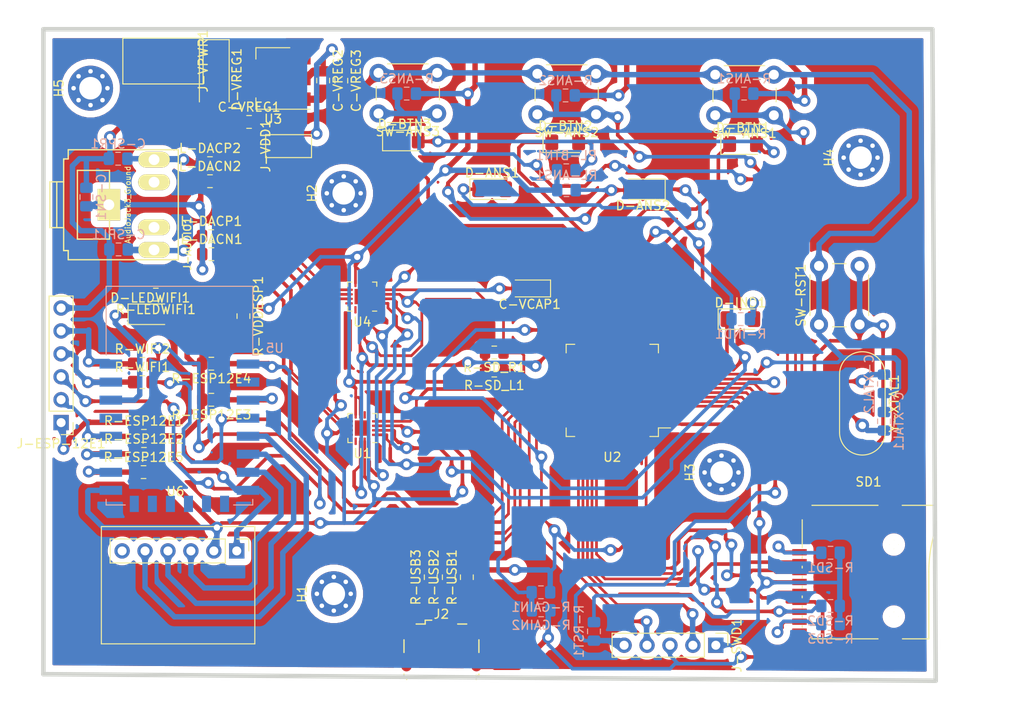
<source format=kicad_pcb>
(kicad_pcb (version 20171130) (host pcbnew 5.1.6)
  (layers (0 F.Cu signal) (31 B.Cu signal) (34 B.Paste user) (35 F.Paste user) (36 B.SilkS user hide) (37 F.SilkS user hide) (38 B.Mask user) (39 F.Mask user) (44 Edge.Cuts user))
  (net 0 "")
  (net 1 GND)
  (net 2 /OUTN)
  (net 3 /OUTP_L)
  (net 4 /OUTP_R)
  (net 5 "Net-(C-VCAP1-Pad1)")
  (net 6 VCC)
  (net 7 VDD)
  (net 8 "Net-(C-XTAL1-Pad1)")
  (net 9 "Net-(C-XTAL2-Pad1)")
  (net 10 "Net-(D-ANS1-Pad2)")
  (net 11 /LED_TRUE)
  (net 12 /LED_FALSE)
  (net 13 /LED_A)
  (net 14 "Net-(D-BTN1-Pad2)")
  (net 15 /LED_B)
  (net 16 /LED_C)
  (net 17 "Net-(D-IND1-Pad2)")
  (net 18 /LED_IND)
  (net 19 "Net-(D-LEDWIFI1-Pad2)")
  (net 20 /ESP_LEDWIFI)
  (net 21 "Net-(D-VREG1-Pad1)")
  (net 22 "Net-(J2-Pad4)")
  (net 23 "Net-(J2-Pad3)")
  (net 24 "Net-(J2-Pad2)")
  (net 25 "Net-(J2-Pad1)")
  (net 26 /VDD-ESP8266)
  (net 27 /ESP_P0)
  (net 28 /ESP_RST)
  (net 29 /ESP_RXD)
  (net 30 /ESP_TXD)
  (net 31 /SW_CLK)
  (net 32 /SW_DIO)
  (net 33 /NRST)
  (net 34 "Net-(L-DACN1-Pad2)")
  (net 35 "Net-(L-DACN2-Pad2)")
  (net 36 "Net-(L-DACP1-Pad2)")
  (net 37 "Net-(L-DACP2-Pad2)")
  (net 38 /BTN_A)
  (net 39 /BTN_B)
  (net 40 /BTN_C)
  (net 41 /ESP_P2)
  (net 42 /ESP_EN)
  (net 43 /ESP_P15)
  (net 44 /DAC_GAIN)
  (net 45 "Net-(R-SD1-Pad1)")
  (net 46 /MMC_MISO)
  (net 47 "Net-(R-SD3-Pad1)")
  (net 48 /DAC_L_SD)
  (net 49 /DAC_R_SD)
  (net 50 /USB_DP)
  (net 51 /USB_DM)
  (net 52 /WIFI_TXD)
  (net 53 /WIFI_RXD)
  (net 54 /MMC_NSS)
  (net 55 /MMC_MOSI)
  (net 56 /MMC_SCK)
  (net 57 "Net-(SD1-Pad9)")
  (net 58 "Net-(U1-Pad17)")
  (net 59 /DAC_BCLK)
  (net 60 /DAC_LRC)
  (net 61 /DAC_DIN)
  (net 62 "Net-(U2-Pad2)")
  (net 63 "Net-(U2-Pad3)")
  (net 64 "Net-(U2-Pad4)")
  (net 65 "Net-(U2-Pad14)")
  (net 66 "Net-(U2-Pad21)")
  (net 67 "Net-(U2-Pad22)")
  (net 68 "Net-(U2-Pad23)")
  (net 69 "Net-(U2-Pad24)")
  (net 70 "Net-(U2-Pad25)")
  (net 71 "Net-(U2-Pad28)")
  (net 72 "Net-(U2-Pad34)")
  (net 73 "Net-(U2-Pad35)")
  (net 74 "Net-(U2-Pad36)")
  (net 75 "Net-(U2-Pad37)")
  (net 76 "Net-(U2-Pad38)")
  (net 77 "Net-(U2-Pad41)")
  (net 78 "Net-(U2-Pad54)")
  (net 79 "Net-(U2-Pad55)")
  (net 80 "Net-(U2-Pad56)")
  (net 81 "Net-(U2-Pad57)")
  (net 82 "Net-(U2-Pad58)")
  (net 83 "Net-(U2-Pad59)")
  (net 84 "Net-(U2-Pad61)")
  (net 85 "Net-(U2-Pad62)")
  (net 86 "Net-(U4-Pad17)")
  (net 87 "Net-(U5-Pad2)")
  (net 88 "Net-(U5-Pad4)")
  (net 89 /MIC_LRCL)
  (net 90 /MIC_DOUT)
  (net 91 /MIC_BCLK)
  (net 92 "Net-(U5-Pad9)")
  (net 93 "Net-(U5-Pad10)")
  (net 94 "Net-(U5-Pad11)")
  (net 95 "Net-(U5-Pad12)")
  (net 96 "Net-(U5-Pad13)")
  (net 97 "Net-(U5-Pad14)")
  (net 98 "Net-(U5-Pad19)")
  (net 99 "Net-(U6-Pad6)")
  (module Capacitor_SMD:C_0805_2012Metric_Pad1.15x1.40mm_HandSolder (layer B.Cu) (at 57.494 42.464 90)
    (fp_text reference C-SN1 (at 0 1.65 90) (layer B.SilkS) (effects (justify mirror)))
    (fp_text value 220pF)
    (pad 2 smd roundrect (at 1.025 0 90) (size 1.15 1.4) (layers B.Cu B.Paste B.Mask) (roundrect_rratio 0.217391) (net 1 GND))
    (pad 1 smd roundrect (at -1.025 0 90) (size 1.15 1.4) (layers B.Cu B.Paste B.Mask) (roundrect_rratio 0.217391) (net 2 /OUTN))
  )
  (module Capacitor_SMD:C_0805_2012Metric_Pad1.15x1.40mm_HandSolder (layer B.Cu) (at 61.055 48.27 180)
    (fp_text reference C-SPL1 (at 0 1.65 180) (layer B.SilkS) (effects (justify mirror)))
    (fp_text value 220pF)
    (pad 1 smd roundrect (at -1.025 0 180) (size 1.15 1.4) (layers B.Cu B.Paste B.Mask) (roundrect_rratio 0.217391) (net 3 /OUTP_L))
    (pad 2 smd roundrect (at 1.025 0 180) (size 1.15 1.4) (layers B.Cu B.Paste B.Mask) (roundrect_rratio 0.217391) (net 1 GND))
  )
  (module Capacitor_SMD:C_0805_2012Metric_Pad1.15x1.40mm_HandSolder (layer B.Cu) (at 61.005 38.22 180)
    (fp_text reference C-SPR1 (at 0 1.65) (layer B.SilkS) (effects (justify mirror)))
    (fp_text value 220pF)
    (pad 1 smd roundrect (at -1.025 0 180) (size 1.15 1.4) (layers B.Cu B.Paste B.Mask) (roundrect_rratio 0.217391) (net 4 /OUTP_R))
    (pad 2 smd roundrect (at 1.025 0 180) (size 1.15 1.4) (layers B.Cu B.Paste B.Mask) (roundrect_rratio 0.217391) (net 1 GND))
  )
  (module Capacitor_Tantalum_SMD:CP_EIA-3216-18_Kemet-A (layer F.Cu) (at 106.6 52.6 180)
    (fp_text reference C-VCAP1 (at 0 -1.75) (layer F.SilkS))
    (fp_text value 4.7uF)
    (pad 1 smd roundrect (at -1.35 0 180) (size 1.4 1.35) (layers F.Cu F.Paste F.Mask) (roundrect_rratio 0.185185) (net 5 "Net-(C-VCAP1-Pad1)"))
    (pad 2 smd roundrect (at 1.35 0 180) (size 1.4 1.35) (layers F.Cu F.Paste F.Mask) (roundrect_rratio 0.185185) (net 1 GND))
  )
  (module Capacitor_SMD:C_0805_2012Metric_Pad1.15x1.40mm_HandSolder (layer F.Cu) (at 75.515 34.14)
    (fp_text reference C-VREG1 (at 0 -1.65) (layer F.SilkS))
    (fp_text value C)
    (pad 1 smd roundrect (at -1.025 0) (size 1.15 1.4) (layers F.Cu F.Paste F.Mask) (roundrect_rratio 0.217391) (net 6 VCC))
    (pad 2 smd roundrect (at 1.025 0) (size 1.15 1.4) (layers F.Cu F.Paste F.Mask) (roundrect_rratio 0.217391) (net 1 GND))
  )
  (module Capacitor_SMD:C_0805_2012Metric_Pad1.15x1.40mm_HandSolder (layer F.Cu) (at 83.72 29.55 270)
    (fp_text reference C-VREG2 (at 0 -1.65 90) (layer F.SilkS))
    (fp_text value C)
    (pad 2 smd roundrect (at 1.025 0 270) (size 1.15 1.4) (layers F.Cu F.Paste F.Mask) (roundrect_rratio 0.217391) (net 1 GND))
    (pad 1 smd roundrect (at -1.025 0 270) (size 1.15 1.4) (layers F.Cu F.Paste F.Mask) (roundrect_rratio 0.217391) (net 7 VDD))
  )
  (module Capacitor_SMD:C_0805_2012Metric_Pad1.15x1.40mm_HandSolder (layer F.Cu) (at 85.73 29.565 270)
    (fp_text reference C-VREG3 (at 0 -1.65 90) (layer F.SilkS))
    (fp_text value C)
    (pad 2 smd roundrect (at 1.025 0 270) (size 1.15 1.4) (layers F.Cu F.Paste F.Mask) (roundrect_rratio 0.217391) (net 1 GND))
    (pad 1 smd roundrect (at -1.025 0 270) (size 1.15 1.4) (layers F.Cu F.Paste F.Mask) (roundrect_rratio 0.217391) (net 7 VDD))
  )
  (module Capacitor_SMD:C_0805_2012Metric_Pad1.15x1.40mm_HandSolder (layer B.Cu) (at 145.85 67.325 90)
    (fp_text reference C-XTAL1 (at 0 1.65 90) (layer B.SilkS) (effects (justify mirror)))
    (fp_text value C)
    (pad 1 smd roundrect (at -1.025 0 90) (size 1.15 1.4) (layers B.Cu B.Paste B.Mask) (roundrect_rratio 0.217391) (net 8 "Net-(C-XTAL1-Pad1)"))
    (pad 2 smd roundrect (at 1.025 0 90) (size 1.15 1.4) (layers B.Cu B.Paste B.Mask) (roundrect_rratio 0.217391) (net 1 GND))
  )
  (module Capacitor_SMD:C_0805_2012Metric_Pad1.15x1.40mm_HandSolder (layer B.Cu) (at 145.85 63.175 270)
    (fp_text reference C-XTAL2 (at 0 1.65 90) (layer B.SilkS) (effects (justify mirror)))
    (fp_text value C)
    (pad 2 smd roundrect (at 1.025 0 270) (size 1.15 1.4) (layers B.Cu B.Paste B.Mask) (roundrect_rratio 0.217391) (net 1 GND))
    (pad 1 smd roundrect (at -1.025 0 270) (size 1.15 1.4) (layers B.Cu B.Paste B.Mask) (roundrect_rratio 0.217391) (net 9 "Net-(C-XTAL2-Pad1)"))
  )
  (module LED_SMD:LED_1206_3216Metric_Pad1.42x1.75mm_HandSolder (layer F.Cu) (at 102.4375 41.6)
    (fp_text reference D-ANS1 (at 0 -1.82) (layer F.SilkS))
    (fp_text value LED)
    (pad 2 smd roundrect (at 1.4875 0) (size 1.425 1.75) (layers F.Cu F.Paste F.Mask) (roundrect_rratio 0.175439) (net 10 "Net-(D-ANS1-Pad2)"))
    (pad 1 smd roundrect (at -1.4875 0) (size 1.425 1.75) (layers F.Cu F.Paste F.Mask) (roundrect_rratio 0.175439) (net 11 /LED_TRUE))
  )
  (module LED_SMD:LED_1206_3216Metric_Pad1.42x1.75mm_HandSolder (layer F.Cu) (at 119.15 41.6 180)
    (fp_text reference D-ANS2 (at 0 -1.82) (layer F.SilkS))
    (fp_text value LED)
    (pad 1 smd roundrect (at -1.4875 0 180) (size 1.425 1.75) (layers F.Cu F.Paste F.Mask) (roundrect_rratio 0.175439) (net 12 /LED_FALSE))
    (pad 2 smd roundrect (at 1.4875 0 180) (size 1.425 1.75) (layers F.Cu F.Paste F.Mask) (roundrect_rratio 0.175439) (net 10 "Net-(D-ANS1-Pad2)"))
  )
  (module LED_SMD:LED_1206_3216Metric_Pad1.42x1.75mm_HandSolder (layer F.Cu) (at 130.2375 36.6)
    (fp_text reference D-BTN1 (at 0 -1.82) (layer F.SilkS))
    (fp_text value LED)
    (pad 1 smd roundrect (at -1.4875 0) (size 1.425 1.75) (layers F.Cu F.Paste F.Mask) (roundrect_rratio 0.175439) (net 13 /LED_A))
    (pad 2 smd roundrect (at 1.4875 0) (size 1.425 1.75) (layers F.Cu F.Paste F.Mask) (roundrect_rratio 0.175439) (net 14 "Net-(D-BTN1-Pad2)"))
  )
  (module LED_SMD:LED_1206_3216Metric_Pad1.42x1.75mm_HandSolder (layer F.Cu) (at 110.5375 36.4)
    (fp_text reference D-BTN2 (at 0 -1.82) (layer F.SilkS))
    (fp_text value LED)
    (pad 1 smd roundrect (at -1.4875 0) (size 1.425 1.75) (layers F.Cu F.Paste F.Mask) (roundrect_rratio 0.175439) (net 15 /LED_B))
    (pad 2 smd roundrect (at 1.4875 0) (size 1.425 1.75) (layers F.Cu F.Paste F.Mask) (roundrect_rratio 0.175439) (net 14 "Net-(D-BTN1-Pad2)"))
  )
  (module LED_SMD:LED_1206_3216Metric_Pad1.42x1.75mm_HandSolder (layer F.Cu) (at 92.7625 36.2)
    (fp_text reference D-BTN3 (at 0 -1.82) (layer F.SilkS))
    (fp_text value LED)
    (pad 1 smd roundrect (at -1.4875 0) (size 1.425 1.75) (layers F.Cu F.Paste F.Mask) (roundrect_rratio 0.175439) (net 16 /LED_C))
    (pad 2 smd roundrect (at 1.4875 0) (size 1.425 1.75) (layers F.Cu F.Paste F.Mask) (roundrect_rratio 0.175439) (net 14 "Net-(D-BTN1-Pad2)"))
  )
  (module LED_SMD:LED_1206_3216Metric_Pad1.42x1.75mm_HandSolder (layer F.Cu) (at 129.9375 56)
    (fp_text reference D-IND1 (at 0 -1.82) (layer F.SilkS))
    (fp_text value LED)
    (pad 2 smd roundrect (at 1.4875 0) (size 1.425 1.75) (layers F.Cu F.Paste F.Mask) (roundrect_rratio 0.175439) (net 17 "Net-(D-IND1-Pad2)"))
    (pad 1 smd roundrect (at -1.4875 0) (size 1.425 1.75) (layers F.Cu F.Paste F.Mask) (roundrect_rratio 0.175439) (net 18 /LED_IND))
  )
  (module LED_SMD:LED_1206_3216Metric_Pad1.42x1.75mm_HandSolder (layer F.Cu) (at 64.5675 55.46)
    (fp_text reference D-LEDWIFI1 (at 0 -1.82) (layer F.SilkS))
    (fp_text value LED)
    (pad 2 smd roundrect (at 1.4875 0) (size 1.425 1.75) (layers F.Cu F.Paste F.Mask) (roundrect_rratio 0.175439) (net 19 "Net-(D-LEDWIFI1-Pad2)"))
    (pad 1 smd roundrect (at -1.4875 0) (size 1.425 1.75) (layers F.Cu F.Paste F.Mask) (roundrect_rratio 0.175439) (net 20 /ESP_LEDWIFI))
  )
  (module Diode_SMD:D_SMA_Handsoldering (layer F.Cu) (at 71.66 29.42 270)
    (fp_text reference D-VREG1 (at 0 -2.5 90) (layer F.SilkS))
    (fp_text value D)
    (pad 1 smd rect (at -2.5 0 270) (size 3.5 1.8) (layers F.Cu F.Paste F.Mask) (net 21 "Net-(D-VREG1-Pad1)"))
    (pad 2 smd rect (at 2.5 0 270) (size 3.5 1.8) (layers F.Cu F.Paste F.Mask) (net 6 VCC))
  )
  (module MountingHole:MountingHole_2.5mm_Pad_Via (layer F.Cu) (at 84.9 86.45 90)
    (fp_text reference H1 (at 0 -3.5 90) (layer F.SilkS))
    (fp_text value MountingHole)
    (pad 1 thru_hole circle (at 1.325825 -1.325825 90) (size 0.8 0.8) (drill 0.5) (layers *.Cu *.Mask))
    (pad 1 thru_hole circle (at 0 -1.875 90) (size 0.8 0.8) (drill 0.5) (layers *.Cu *.Mask))
    (pad 1 thru_hole circle (at -1.325825 -1.325825 90) (size 0.8 0.8) (drill 0.5) (layers *.Cu *.Mask))
    (pad 1 thru_hole circle (at -1.875 0 90) (size 0.8 0.8) (drill 0.5) (layers *.Cu *.Mask))
    (pad 1 thru_hole circle (at -1.325825 1.325825 90) (size 0.8 0.8) (drill 0.5) (layers *.Cu *.Mask))
    (pad 1 thru_hole circle (at 0 1.875 90) (size 0.8 0.8) (drill 0.5) (layers *.Cu *.Mask))
    (pad 1 thru_hole circle (at 1.325825 1.325825 90) (size 0.8 0.8) (drill 0.5) (layers *.Cu *.Mask))
    (pad 1 thru_hole circle (at 1.875 0 90) (size 0.8 0.8) (drill 0.5) (layers *.Cu *.Mask))
    (pad 1 thru_hole circle (at 0 0 90) (size 5 5) (drill 2.5) (layers *.Cu *.Mask))
  )
  (module MountingHole:MountingHole_2.5mm_Pad_Via (layer F.Cu) (at 86 42.05 90)
    (fp_text reference H2 (at 0 -3.5 90) (layer F.SilkS))
    (fp_text value MountingHole)
    (pad 1 thru_hole circle (at 1.325825 -1.325825 90) (size 0.8 0.8) (drill 0.5) (layers *.Cu *.Mask))
    (pad 1 thru_hole circle (at 0 -1.875 90) (size 0.8 0.8) (drill 0.5) (layers *.Cu *.Mask))
    (pad 1 thru_hole circle (at -1.325825 -1.325825 90) (size 0.8 0.8) (drill 0.5) (layers *.Cu *.Mask))
    (pad 1 thru_hole circle (at -1.875 0 90) (size 0.8 0.8) (drill 0.5) (layers *.Cu *.Mask))
    (pad 1 thru_hole circle (at -1.325825 1.325825 90) (size 0.8 0.8) (drill 0.5) (layers *.Cu *.Mask))
    (pad 1 thru_hole circle (at 0 1.875 90) (size 0.8 0.8) (drill 0.5) (layers *.Cu *.Mask))
    (pad 1 thru_hole circle (at 1.325825 1.325825 90) (size 0.8 0.8) (drill 0.5) (layers *.Cu *.Mask))
    (pad 1 thru_hole circle (at 1.875 0 90) (size 0.8 0.8) (drill 0.5) (layers *.Cu *.Mask))
    (pad 1 thru_hole circle (at 0 0 90) (size 5 5) (drill 2.5) (layers *.Cu *.Mask))
  )
  (module MountingHole:MountingHole_2.5mm_Pad_Via (layer F.Cu) (at 127.85 73 90)
    (fp_text reference H3 (at 0 -3.5 90) (layer F.SilkS))
    (fp_text value MountingHole)
    (pad 1 thru_hole circle (at 0 0 90) (size 5 5) (drill 2.5) (layers *.Cu *.Mask))
    (pad 1 thru_hole circle (at 1.875 0 90) (size 0.8 0.8) (drill 0.5) (layers *.Cu *.Mask))
    (pad 1 thru_hole circle (at 1.325825 1.325825 90) (size 0.8 0.8) (drill 0.5) (layers *.Cu *.Mask))
    (pad 1 thru_hole circle (at 0 1.875 90) (size 0.8 0.8) (drill 0.5) (layers *.Cu *.Mask))
    (pad 1 thru_hole circle (at -1.325825 1.325825 90) (size 0.8 0.8) (drill 0.5) (layers *.Cu *.Mask))
    (pad 1 thru_hole circle (at -1.875 0 90) (size 0.8 0.8) (drill 0.5) (layers *.Cu *.Mask))
    (pad 1 thru_hole circle (at -1.325825 -1.325825 90) (size 0.8 0.8) (drill 0.5) (layers *.Cu *.Mask))
    (pad 1 thru_hole circle (at 0 -1.875 90) (size 0.8 0.8) (drill 0.5) (layers *.Cu *.Mask))
    (pad 1 thru_hole circle (at 1.325825 -1.325825 90) (size 0.8 0.8) (drill 0.5) (layers *.Cu *.Mask))
  )
  (module MountingHole:MountingHole_2.5mm_Pad_Via (layer F.Cu) (at 143.256 38.1 90)
    (fp_text reference H4 (at 0 -3.5 90) (layer F.SilkS))
    (fp_text value MountingHole)
    (pad 1 thru_hole circle (at 0 0 90) (size 5 5) (drill 2.5) (layers *.Cu *.Mask))
    (pad 1 thru_hole circle (at 1.875 0 90) (size 0.8 0.8) (drill 0.5) (layers *.Cu *.Mask))
    (pad 1 thru_hole circle (at 1.325825 1.325825 90) (size 0.8 0.8) (drill 0.5) (layers *.Cu *.Mask))
    (pad 1 thru_hole circle (at 0 1.875 90) (size 0.8 0.8) (drill 0.5) (layers *.Cu *.Mask))
    (pad 1 thru_hole circle (at -1.325825 1.325825 90) (size 0.8 0.8) (drill 0.5) (layers *.Cu *.Mask))
    (pad 1 thru_hole circle (at -1.875 0 90) (size 0.8 0.8) (drill 0.5) (layers *.Cu *.Mask))
    (pad 1 thru_hole circle (at -1.325825 -1.325825 90) (size 0.8 0.8) (drill 0.5) (layers *.Cu *.Mask))
    (pad 1 thru_hole circle (at 0 -1.875 90) (size 0.8 0.8) (drill 0.5) (layers *.Cu *.Mask))
    (pad 1 thru_hole circle (at 1.325825 -1.325825 90) (size 0.8 0.8) (drill 0.5) (layers *.Cu *.Mask))
  )
  (module user:MicroUSB (layer F.Cu) (at 96.825 92.2)
    (fp_text reference J2 (at 0 -3.5) (layer F.SilkS))
    (fp_text value USB_B_Micro)
    (pad 6 smd oval (at 3.875 1.95) (size 1.15 1.8) (layers F.Cu F.Paste F.Mask) (net 1 GND))
    (pad 6 smd oval (at -3.875 1.95) (size 1.15 1.8) (layers F.Cu F.Paste F.Mask) (net 1 GND))
    (pad 6 smd oval (at 3.725 -1.85) (size 1.45 2) (layers F.Cu F.Paste F.Mask) (net 1 GND))
    (pad 6 smd oval (at -3.725 -1.85) (size 1.45 2) (layers F.Cu F.Paste F.Mask) (net 1 GND))
    (pad 5 smd rect (at 1.3 -1.9) (size 0.45 1.3) (layers F.Cu F.Paste F.Mask) (net 1 GND))
    (pad 4 smd rect (at 0.65 -1.9) (size 0.45 1.3) (layers F.Cu F.Paste F.Mask) (net 22 "Net-(J2-Pad4)"))
    (pad 3 smd rect (at 0 -1.9) (size 0.45 1.3) (layers F.Cu F.Paste F.Mask) (net 23 "Net-(J2-Pad3)"))
    (pad 2 smd rect (at -0.65 -1.9) (size 0.45 1.3) (layers F.Cu F.Paste F.Mask) (net 24 "Net-(J2-Pad2)"))
    (pad 1 smd rect (at -1.3 -1.9) (size 0.45 1.3) (layers F.Cu F.Paste F.Mask) (net 25 "Net-(J2-Pad1)"))
  )
  (module user:Tayda_3.5mm_stereo_TRS_jack_A-853 (layer F.Cu) (at 61.576 43.32 90)
    (fp_text reference J-AUDIO1 (at -4.318 7.112 90) (layer F.SilkS) (effects (font (size 0.8 0.8))))
    (fp_text value AudioJack3_Ground (at 0 0.508 90) (layer F.SilkS) (effects (font (size 0.6 0.6) (thickness 0.1))))
    (pad TD thru_hole oval (at -2.5 3.41 90) (size 1.75 3.5) (drill 1.2) (layers *.Cu *.Mask F.SilkS))
    (pad RD thru_hole oval (at 2.5 3.41 90) (size 1.75 3.5) (drill 1.2) (layers *.Cu *.Mask F.SilkS))
    (pad T thru_hole oval (at -5 3.41 90) (size 1.75 3.5) (drill 1.2) (layers *.Cu *.Mask F.SilkS) (net 3 /OUTP_L))
    (pad R thru_hole oval (at 5 3.41 90) (size 1.75 3.5) (drill 1.2) (layers *.Cu *.Mask F.SilkS) (net 4 /OUTP_R))
    (pad S thru_hole rect (at 0 -1.596 90) (size 3.5 2.5) (drill 1.2) (layers *.Cu *.Mask F.SilkS) (net 2 /OUTN))
  )
  (module Connector_PinHeader_2.54mm:PinHeader_1x06_P2.54mm_Vertical (layer F.Cu) (at 54.69 67.47 180)
    (fp_text reference J-ESP-12E1 (at 0 -2.33) (layer F.SilkS))
    (fp_text value Conn_01x06_Male)
    (pad 1 thru_hole rect (at 0 0 180) (size 1.7 1.7) (drill 1) (layers *.Cu *.Mask) (net 26 /VDD-ESP8266))
    (pad 2 thru_hole oval (at 0 2.54 180) (size 1.7 1.7) (drill 1) (layers *.Cu *.Mask) (net 27 /ESP_P0))
    (pad 3 thru_hole oval (at 0 5.08 180) (size 1.7 1.7) (drill 1) (layers *.Cu *.Mask) (net 28 /ESP_RST))
    (pad 4 thru_hole oval (at 0 7.62 180) (size 1.7 1.7) (drill 1) (layers *.Cu *.Mask) (net 29 /ESP_RXD))
    (pad 5 thru_hole oval (at 0 10.16 180) (size 1.7 1.7) (drill 1) (layers *.Cu *.Mask) (net 30 /ESP_TXD))
    (pad 6 thru_hole oval (at 0 12.7 180) (size 1.7 1.7) (drill 1) (layers *.Cu *.Mask) (net 1 GND))
  )
  (module Connector_PinHeader_2.54mm:PinHeader_1x05_P2.54mm_Vertical (layer F.Cu) (at 127.22 92.15 270)
    (fp_text reference J-SWD1 (at 0 -2.33 90) (layer F.SilkS))
    (fp_text value Conn_01x05_Male)
    (pad 1 thru_hole rect (at 0 0 270) (size 1.7 1.7) (drill 1) (layers *.Cu *.Mask) (net 7 VDD))
    (pad 2 thru_hole oval (at 0 2.54 270) (size 1.7 1.7) (drill 1) (layers *.Cu *.Mask) (net 31 /SW_CLK))
    (pad 3 thru_hole oval (at 0 5.08 270) (size 1.7 1.7) (drill 1) (layers *.Cu *.Mask) (net 1 GND))
    (pad 4 thru_hole oval (at 0 7.62 270) (size 1.7 1.7) (drill 1) (layers *.Cu *.Mask) (net 32 /SW_DIO))
    (pad 5 thru_hole oval (at 0 10.16 270) (size 1.7 1.7) (drill 1) (layers *.Cu *.Mask) (net 33 /NRST))
  )
  (module vpin:vpin-x1 (layer F.Cu) (at 81.16 36.82 90)
    (fp_text reference J-VDD1 (at 0 -3.81 90) (layer F.SilkS))
    (fp_text value Conn_01x01_Male)
    (pad 1 smd oval (at 0 -1.27 90) (size 2.5 4) (layers F.Cu F.Paste F.Mask) (net 7 VDD))
  )
  (module vpin:vpin-x2 (layer F.Cu) (at 66.61 27.39 270)
    (fp_text reference J-VPWR1 (at 0 -3.81 90) (layer F.SilkS))
    (fp_text value Conn_01x02_Male)
    (pad 1 smd oval (at 0 -1.27 270) (size 4 2.5) (layers F.Cu F.Paste F.Mask) (net 6 VCC))
    (pad 2 smd oval (at 0 2.54 270) (size 4 2.5) (layers F.Cu F.Paste F.Mask) (net 1 GND))
  )
  (module Inductor_SMD:L_0805_2012Metric_Pad1.15x1.40mm_HandSolder (layer F.Cu) (at 71.35 48.8)
    (fp_text reference L-DACN1 (at 0 -1.65) (layer F.SilkS))
    (fp_text value 100uH)
    (pad 1 smd roundrect (at -1.025 0) (size 1.15 1.4) (layers F.Cu F.Paste F.Mask) (roundrect_rratio 0.217391) (net 2 /OUTN))
    (pad 2 smd roundrect (at 1.025 0) (size 1.15 1.4) (layers F.Cu F.Paste F.Mask) (roundrect_rratio 0.217391) (net 34 "Net-(L-DACN1-Pad2)"))
  )
  (module Inductor_SMD:L_0805_2012Metric_Pad1.15x1.40mm_HandSolder (layer F.Cu) (at 71.185 40.71)
    (fp_text reference L-DACN2 (at 0 -1.65) (layer F.SilkS))
    (fp_text value 100uH)
    (pad 1 smd roundrect (at -1.025 0) (size 1.15 1.4) (layers F.Cu F.Paste F.Mask) (roundrect_rratio 0.217391) (net 2 /OUTN))
    (pad 2 smd roundrect (at 1.025 0) (size 1.15 1.4) (layers F.Cu F.Paste F.Mask) (roundrect_rratio 0.217391) (net 35 "Net-(L-DACN2-Pad2)"))
  )
  (module Inductor_SMD:L_0805_2012Metric_Pad1.15x1.40mm_HandSolder (layer F.Cu) (at 71.325 46.8)
    (fp_text reference L-DACP1 (at 0 -1.65) (layer F.SilkS))
    (fp_text value 100uH)
    (pad 2 smd roundrect (at 1.025 0) (size 1.15 1.4) (layers F.Cu F.Paste F.Mask) (roundrect_rratio 0.217391) (net 36 "Net-(L-DACP1-Pad2)"))
    (pad 1 smd roundrect (at -1.025 0) (size 1.15 1.4) (layers F.Cu F.Paste F.Mask) (roundrect_rratio 0.217391) (net 3 /OUTP_L))
  )
  (module Inductor_SMD:L_0805_2012Metric_Pad1.15x1.40mm_HandSolder (layer F.Cu) (at 71.185 38.71)
    (fp_text reference L-DACP2 (at 0 -1.65) (layer F.SilkS))
    (fp_text value 100uH)
    (pad 2 smd roundrect (at 1.025 0) (size 1.15 1.4) (layers F.Cu F.Paste F.Mask) (roundrect_rratio 0.217391) (net 37 "Net-(L-DACP2-Pad2)"))
    (pad 1 smd roundrect (at -1.025 0) (size 1.15 1.4) (layers F.Cu F.Paste F.Mask) (roundrect_rratio 0.217391) (net 4 /OUTP_R))
  )
  (module Resistor_SMD:R_0805_2012Metric_Pad1.15x1.40mm_HandSolder (layer B.Cu) (at 130.35 31 180)
    (fp_text reference R-ANS1 (at 0 1.65 180) (layer B.SilkS) (effects (justify mirror)))
    (fp_text value 10K)
    (pad 1 smd roundrect (at -1.025 0 180) (size 1.15 1.4) (layers B.Cu B.Paste B.Mask) (roundrect_rratio 0.217391) (net 7 VDD))
    (pad 2 smd roundrect (at 1.025 0 180) (size 1.15 1.4) (layers B.Cu B.Paste B.Mask) (roundrect_rratio 0.217391) (net 38 /BTN_A))
  )
  (module Resistor_SMD:R_0805_2012Metric_Pad1.15x1.40mm_HandSolder (layer B.Cu) (at 110.575 31.2 180)
    (fp_text reference R-ANS2 (at 0 1.65) (layer B.SilkS) (effects (justify mirror)))
    (fp_text value 10K)
    (pad 2 smd roundrect (at 1.025 0 180) (size 1.15 1.4) (layers B.Cu B.Paste B.Mask) (roundrect_rratio 0.217391) (net 39 /BTN_B))
    (pad 1 smd roundrect (at -1.025 0 180) (size 1.15 1.4) (layers B.Cu B.Paste B.Mask) (roundrect_rratio 0.217391) (net 7 VDD))
  )
  (module Resistor_SMD:R_0805_2012Metric_Pad1.15x1.40mm_HandSolder (layer B.Cu) (at 92.975 31 180)
    (fp_text reference R-ANS3 (at 0 1.65) (layer B.SilkS) (effects (justify mirror)))
    (fp_text value 10K)
    (pad 2 smd roundrect (at 1.025 0 180) (size 1.15 1.4) (layers B.Cu B.Paste B.Mask) (roundrect_rratio 0.217391) (net 40 /BTN_C))
    (pad 1 smd roundrect (at -1.025 0 180) (size 1.15 1.4) (layers B.Cu B.Paste B.Mask) (roundrect_rratio 0.217391) (net 7 VDD))
  )
  (module Resistor_SMD:R_0805_2012Metric_Pad1.15x1.40mm_HandSolder (layer F.Cu) (at 63.865 68.94)
    (fp_text reference R-ESP12E1 (at 0 -1.65) (layer F.SilkS))
    (fp_text value 10K)
    (pad 1 smd roundrect (at -1.025 0) (size 1.15 1.4) (layers F.Cu F.Paste F.Mask) (roundrect_rratio 0.217391) (net 27 /ESP_P0))
    (pad 2 smd roundrect (at 1.025 0) (size 1.15 1.4) (layers F.Cu F.Paste F.Mask) (roundrect_rratio 0.217391) (net 26 /VDD-ESP8266))
  )
  (module Resistor_SMD:R_0805_2012Metric_Pad1.15x1.40mm_HandSolder (layer F.Cu) (at 63.87 70.94)
    (fp_text reference R-ESP12E2 (at 0 -1.65) (layer F.SilkS))
    (fp_text value 10K)
    (pad 2 smd roundrect (at 1.025 0) (size 1.15 1.4) (layers F.Cu F.Paste F.Mask) (roundrect_rratio 0.217391) (net 26 /VDD-ESP8266))
    (pad 1 smd roundrect (at -1.025 0) (size 1.15 1.4) (layers F.Cu F.Paste F.Mask) (roundrect_rratio 0.217391) (net 41 /ESP_P2))
  )
  (module Resistor_SMD:R_0805_2012Metric_Pad1.15x1.40mm_HandSolder (layer F.Cu) (at 71.34 64.94 180)
    (fp_text reference R-ESP12E3 (at 0 -1.65) (layer F.SilkS))
    (fp_text value 10K)
    (pad 1 smd roundrect (at -1.025 0 180) (size 1.15 1.4) (layers F.Cu F.Paste F.Mask) (roundrect_rratio 0.217391) (net 42 /ESP_EN))
    (pad 2 smd roundrect (at 1.025 0 180) (size 1.15 1.4) (layers F.Cu F.Paste F.Mask) (roundrect_rratio 0.217391) (net 26 /VDD-ESP8266))
  )
  (module Resistor_SMD:R_0805_2012Metric_Pad1.15x1.40mm_HandSolder (layer F.Cu) (at 71.335 60.94 180)
    (fp_text reference R-ESP12E4 (at 0 -1.65) (layer F.SilkS))
    (fp_text value 10K)
    (pad 2 smd roundrect (at 1.025 0 180) (size 1.15 1.4) (layers F.Cu F.Paste F.Mask) (roundrect_rratio 0.217391) (net 26 /VDD-ESP8266))
    (pad 1 smd roundrect (at -1.025 0 180) (size 1.15 1.4) (layers F.Cu F.Paste F.Mask) (roundrect_rratio 0.217391) (net 28 /ESP_RST))
  )
  (module Resistor_SMD:R_0805_2012Metric_Pad1.15x1.40mm_HandSolder (layer F.Cu) (at 63.825 72.96)
    (fp_text reference R-ESP12E5 (at 0 -1.65) (layer F.SilkS))
    (fp_text value 10K)
    (pad 1 smd roundrect (at -1.025 0) (size 1.15 1.4) (layers F.Cu F.Paste F.Mask) (roundrect_rratio 0.217391) (net 43 /ESP_P15))
    (pad 2 smd roundrect (at 1.025 0) (size 1.15 1.4) (layers F.Cu F.Paste F.Mask) (roundrect_rratio 0.217391) (net 1 GND))
  )
  (module Resistor_SMD:R_0805_2012Metric_Pad1.15x1.40mm_HandSolder (layer B.Cu) (at 107.845 86.28)
    (fp_text reference R-GAIN1 (at 0 1.65 180) (layer B.SilkS) (effects (justify mirror)))
    (fp_text value 100K)
    (pad 2 smd roundrect (at 1.025 0) (size 1.15 1.4) (layers B.Cu B.Paste B.Mask) (roundrect_rratio 0.217391) (net 7 VDD))
    (pad 1 smd roundrect (at -1.025 0) (size 1.15 1.4) (layers B.Cu B.Paste B.Mask) (roundrect_rratio 0.217391) (net 44 /DAC_GAIN))
  )
  (module Resistor_SMD:R_0805_2012Metric_Pad1.15x1.40mm_HandSolder (layer B.Cu) (at 107.87 88.28)
    (fp_text reference R-GAIN2 (at 0 1.65 180) (layer B.SilkS) (effects (justify mirror)))
    (fp_text value 100K)
    (pad 2 smd roundrect (at 1.025 0) (size 1.15 1.4) (layers B.Cu B.Paste B.Mask) (roundrect_rratio 0.217391) (net 1 GND))
    (pad 1 smd roundrect (at -1.025 0) (size 1.15 1.4) (layers B.Cu B.Paste B.Mask) (roundrect_rratio 0.217391) (net 44 /DAC_GAIN))
  )
  (module Resistor_SMD:R_0805_2012Metric_Pad1.15x1.40mm_HandSolder (layer B.Cu) (at 129.975 56)
    (fp_text reference R-IND1 (at 0 1.65 180) (layer B.SilkS) (effects (justify mirror)))
    (fp_text value 330)
    (pad 1 smd roundrect (at -1.025 0) (size 1.15 1.4) (layers B.Cu B.Paste B.Mask) (roundrect_rratio 0.217391) (net 7 VDD))
    (pad 2 smd roundrect (at 1.025 0) (size 1.15 1.4) (layers B.Cu B.Paste B.Mask) (roundrect_rratio 0.217391) (net 17 "Net-(D-IND1-Pad2)"))
  )
  (module Resistor_SMD:R_0805_2012Metric_Pad1.15x1.40mm_HandSolder (layer F.Cu) (at 65.185 53.28 180)
    (fp_text reference R-LEDWIFI1 (at 0 -1.65) (layer F.SilkS))
    (fp_text value 330)
    (pad 1 smd roundrect (at -1.025 0 180) (size 1.15 1.4) (layers F.Cu F.Paste F.Mask) (roundrect_rratio 0.217391) (net 19 "Net-(D-LEDWIFI1-Pad2)"))
    (pad 2 smd roundrect (at 1.025 0 180) (size 1.15 1.4) (layers F.Cu F.Paste F.Mask) (roundrect_rratio 0.217391) (net 26 /VDD-ESP8266))
  )
  (module Resistor_SMD:R_0805_2012Metric_Pad1.15x1.40mm_HandSolder (layer B.Cu) (at 113.72 90.615 270)
    (fp_text reference R-RST1 (at 0 1.65 90) (layer B.SilkS) (effects (justify mirror)))
    (fp_text value 10K)
    (pad 1 smd roundrect (at -1.025 0 270) (size 1.15 1.4) (layers B.Cu B.Paste B.Mask) (roundrect_rratio 0.217391) (net 7 VDD))
    (pad 2 smd roundrect (at 1.025 0 270) (size 1.15 1.4) (layers B.Cu B.Paste B.Mask) (roundrect_rratio 0.217391) (net 33 /NRST))
  )
  (module Resistor_SMD:R_0805_2012Metric_Pad1.15x1.40mm_HandSolder (layer B.Cu) (at 139.925 81.9)
    (fp_text reference R-SD1 (at 0 1.65) (layer B.SilkS) (effects (justify mirror)))
    (fp_text value 10K)
    (pad 1 smd roundrect (at -1.025 0) (size 1.15 1.4) (layers B.Cu B.Paste B.Mask) (roundrect_rratio 0.217391) (net 45 "Net-(R-SD1-Pad1)"))
    (pad 2 smd roundrect (at 1.025 0) (size 1.15 1.4) (layers B.Cu B.Paste B.Mask) (roundrect_rratio 0.217391) (net 7 VDD))
  )
  (module Resistor_SMD:R_0805_2012Metric_Pad1.15x1.40mm_HandSolder (layer B.Cu) (at 139.925 87.8)
    (fp_text reference R-SD2 (at 0 1.65 180) (layer B.SilkS) (effects (justify mirror)))
    (fp_text value 10K)
    (pad 2 smd roundrect (at 1.025 0) (size 1.15 1.4) (layers B.Cu B.Paste B.Mask) (roundrect_rratio 0.217391) (net 7 VDD))
    (pad 1 smd roundrect (at -1.025 0) (size 1.15 1.4) (layers B.Cu B.Paste B.Mask) (roundrect_rratio 0.217391) (net 46 /MMC_MISO))
  )
  (module Resistor_SMD:R_0805_2012Metric_Pad1.15x1.40mm_HandSolder (layer B.Cu) (at 139.925 89.8)
    (fp_text reference R-SD3 (at 0 1.65) (layer B.SilkS) (effects (justify mirror)))
    (fp_text value 10K)
    (pad 1 smd roundrect (at -1.025 0) (size 1.15 1.4) (layers B.Cu B.Paste B.Mask) (roundrect_rratio 0.217391) (net 47 "Net-(R-SD3-Pad1)"))
    (pad 2 smd roundrect (at 1.025 0) (size 1.15 1.4) (layers B.Cu B.Paste B.Mask) (roundrect_rratio 0.217391) (net 7 VDD))
  )
  (module Resistor_SMD:R_0805_2012Metric_Pad1.15x1.40mm_HandSolder (layer F.Cu) (at 102.675 61.7 180)
    (fp_text reference R-SD_L1 (at 0 -1.65) (layer F.SilkS))
    (fp_text value 1M)
    (pad 1 smd roundrect (at -1.025 0 180) (size 1.15 1.4) (layers F.Cu F.Paste F.Mask) (roundrect_rratio 0.217391) (net 48 /DAC_L_SD))
    (pad 2 smd roundrect (at 1.025 0 180) (size 1.15 1.4) (layers F.Cu F.Paste F.Mask) (roundrect_rratio 0.217391) (net 7 VDD))
  )
  (module Resistor_SMD:R_0805_2012Metric_Pad1.15x1.40mm_HandSolder (layer F.Cu) (at 102.675 59.7 180)
    (fp_text reference R-SD_R1 (at 0 -1.65) (layer F.SilkS))
    (fp_text value 1M)
    (pad 2 smd roundrect (at 1.025 0 180) (size 1.15 1.4) (layers F.Cu F.Paste F.Mask) (roundrect_rratio 0.217391) (net 7 VDD))
    (pad 1 smd roundrect (at -1.025 0 180) (size 1.15 1.4) (layers F.Cu F.Paste F.Mask) (roundrect_rratio 0.217391) (net 49 /DAC_R_SD))
  )
  (module Resistor_SMD:R_0805_2012Metric_Pad1.15x1.40mm_HandSolder (layer F.Cu) (at 99.64 84.61 90)
    (fp_text reference R-USB1 (at 0 -1.65 90) (layer F.SilkS))
    (fp_text value 4K7)
    (pad 2 smd roundrect (at 1.025 0 90) (size 1.15 1.4) (layers F.Cu F.Paste F.Mask) (roundrect_rratio 0.217391) (net 7 VDD))
    (pad 1 smd roundrect (at -1.025 0 90) (size 1.15 1.4) (layers F.Cu F.Paste F.Mask) (roundrect_rratio 0.217391) (net 23 "Net-(J2-Pad3)"))
  )
  (module Resistor_SMD:R_0805_2012Metric_Pad1.15x1.40mm_HandSolder (layer F.Cu) (at 97.64 84.61 90)
    (fp_text reference R-USB2 (at 0 -1.65 90) (layer F.SilkS))
    (fp_text value 68)
    (pad 1 smd roundrect (at -1.025 0 90) (size 1.15 1.4) (layers F.Cu F.Paste F.Mask) (roundrect_rratio 0.217391) (net 23 "Net-(J2-Pad3)"))
    (pad 2 smd roundrect (at 1.025 0 90) (size 1.15 1.4) (layers F.Cu F.Paste F.Mask) (roundrect_rratio 0.217391) (net 50 /USB_DP))
  )
  (module Resistor_SMD:R_0805_2012Metric_Pad1.15x1.40mm_HandSolder (layer F.Cu) (at 95.64 84.61 90)
    (fp_text reference R-USB3 (at 0 -1.65 90) (layer F.SilkS))
    (fp_text value 68)
    (pad 1 smd roundrect (at -1.025 0 90) (size 1.15 1.4) (layers F.Cu F.Paste F.Mask) (roundrect_rratio 0.217391) (net 24 "Net-(J2-Pad2)"))
    (pad 2 smd roundrect (at 1.025 0 90) (size 1.15 1.4) (layers F.Cu F.Paste F.Mask) (roundrect_rratio 0.217391) (net 51 /USB_DM))
  )
  (module Resistor_SMD:R_0805_2012Metric_Pad1.15x1.40mm_HandSolder (layer F.Cu) (at 74.89 55.665 270)
    (fp_text reference R-VDDESP1 (at 0 -1.65 90) (layer F.SilkS))
    (fp_text value 0)
    (pad 2 smd roundrect (at 1.025 0 270) (size 1.15 1.4) (layers F.Cu F.Paste F.Mask) (roundrect_rratio 0.217391) (net 26 /VDD-ESP8266))
    (pad 1 smd roundrect (at -1.025 0 270) (size 1.15 1.4) (layers F.Cu F.Paste F.Mask) (roundrect_rratio 0.217391) (net 7 VDD))
  )
  (module Resistor_SMD:R_0805_2012Metric_Pad1.15x1.40mm_HandSolder (layer F.Cu) (at 63.69 62.98)
    (fp_text reference R-WIFI1 (at 0 -1.65) (layer F.SilkS))
    (fp_text value 0)
    (pad 2 smd roundrect (at 1.025 0) (size 1.15 1.4) (layers F.Cu F.Paste F.Mask) (roundrect_rratio 0.217391) (net 52 /WIFI_TXD))
    (pad 1 smd roundrect (at -1.025 0) (size 1.15 1.4) (layers F.Cu F.Paste F.Mask) (roundrect_rratio 0.217391) (net 29 /ESP_RXD))
  )
  (module Resistor_SMD:R_0805_2012Metric_Pad1.15x1.40mm_HandSolder (layer F.Cu) (at 63.7 60.96)
    (fp_text reference R-WIFI2 (at 0 -1.65) (layer F.SilkS))
    (fp_text value 0)
    (pad 2 smd roundrect (at 1.025 0) (size 1.15 1.4) (layers F.Cu F.Paste F.Mask) (roundrect_rratio 0.217391) (net 53 /WIFI_RXD))
    (pad 1 smd roundrect (at -1.025 0) (size 1.15 1.4) (layers F.Cu F.Paste F.Mask) (roundrect_rratio 0.217391) (net 30 /ESP_TXD))
  )
  (module Resistor_SMD:R_0805_2012Metric_Pad1.15x1.40mm_HandSolder (layer B.Cu) (at 110.675 41.7 180)
    (fp_text reference RL-ANS1 (at 0 1.65 180) (layer B.SilkS) (effects (justify mirror)))
    (fp_text value 330)
    (pad 1 smd roundrect (at -1.025 0 180) (size 1.15 1.4) (layers B.Cu B.Paste B.Mask) (roundrect_rratio 0.217391) (net 10 "Net-(D-ANS1-Pad2)"))
    (pad 2 smd roundrect (at 1.025 0 180) (size 1.15 1.4) (layers B.Cu B.Paste B.Mask) (roundrect_rratio 0.217391) (net 7 VDD))
  )
  (module Resistor_SMD:R_0805_2012Metric_Pad1.15x1.40mm_HandSolder (layer B.Cu) (at 110.65 39.5 180)
    (fp_text reference RL-BTN1 (at 0 1.65 180) (layer B.SilkS) (effects (justify mirror)))
    (fp_text value 330)
    (pad 2 smd roundrect (at 1.025 0 180) (size 1.15 1.4) (layers B.Cu B.Paste B.Mask) (roundrect_rratio 0.217391) (net 7 VDD))
    (pad 1 smd roundrect (at -1.025 0 180) (size 1.15 1.4) (layers B.Cu B.Paste B.Mask) (roundrect_rratio 0.217391) (net 14 "Net-(D-BTN1-Pad2)"))
  )
  (module OPL_Connector:MICRO-SD9+4P-SMD-16.1X14.5X1.85MM (layer F.Cu) (at 144.19 84.04)
    (fp_text reference SD1 (at -0.05 -10) (layer F.SilkS))
    (fp_text value MICRO-SD-CARD-SOCKET-9P_ST-TF-003A_)
    (pad 1 smd rect (at -7.7 -2.2) (size 1.59766 0.7) (layers F.Cu F.Paste F.Mask) (net 45 "Net-(R-SD1-Pad1)"))
    (pad 2 smd rect (at -7.7 -1.1 180) (size 1.59766 0.7) (layers F.Cu F.Paste F.Mask) (net 54 /MMC_NSS))
    (pad 3 smd rect (at -7.7 0) (size 1.59766 0.7) (layers F.Cu F.Paste F.Mask) (net 55 /MMC_MOSI))
    (pad 4 smd rect (at -7.7 1.1) (size 1.59766 0.7) (layers F.Cu F.Paste F.Mask) (net 7 VDD))
    (pad 5 smd rect (at -7.7 2.2) (size 1.59766 0.7) (layers F.Cu F.Paste F.Mask) (net 56 /MMC_SCK))
    (pad 6 smd rect (at -7.7 3.3) (size 1.59766 0.7) (layers F.Cu F.Paste F.Mask) (net 1 GND))
    (pad 7 smd rect (at -7.7 4.4) (size 1.59766 0.7) (layers F.Cu F.Paste F.Mask) (net 46 /MMC_MISO))
    (pad 8 smd rect (at -7.7 5.5) (size 1.59766 0.7) (layers F.Cu F.Paste F.Mask) (net 47 "Net-(R-SD3-Pad1)"))
    (pad 9 smd rect (at -7.7 6.6) (size 1.59766 0.7) (layers F.Cu F.Paste F.Mask) (net 57 "Net-(SD1-Pad9)"))
    (pad 12 smd rect (at -7.25 7.75) (size 1.4 1.2) (layers F.Cu F.Paste F.Mask))
    (pad 13 smd rect (at 2.35 7.75) (size 2.2 1.2) (layers F.Cu F.Paste F.Mask))
    (pad 11 smd rect (at 2.35 -7.75) (size 2.19964 1.39954) (layers F.Cu F.Paste F.Mask))
    (pad 10 smd rect (at -7.25 -6.85) (size 1.4 1.79832) (layers F.Cu F.Paste F.Mask))
    (pad "" np_thru_hole circle (at 2.75 -3.05) (size 1 1) (drill 1) (layers *.Cu *.Mask))
    (pad "" np_thru_hole circle (at 2.75 4.93) (size 1 1) (drill 1) (layers *.Cu *.Mask))
  )
  (module Button_Switch_THT:SW_PUSH_6mm (layer F.Cu) (at 133.65 33.4 180)
    (fp_text reference SW-ANS1 (at 3.25 -2) (layer F.SilkS))
    (fp_text value SW_Push)
    (pad 2 thru_hole circle (at 0 4.5 270) (size 2 2) (drill 1.1) (layers *.Cu *.Mask) (net 1 GND))
    (pad 1 thru_hole circle (at 0 0 270) (size 2 2) (drill 1.1) (layers *.Cu *.Mask) (net 38 /BTN_A))
    (pad 2 thru_hole circle (at 6.5 4.5 270) (size 2 2) (drill 1.1) (layers *.Cu *.Mask) (net 1 GND))
    (pad 1 thru_hole circle (at 6.5 0 270) (size 2 2) (drill 1.1) (layers *.Cu *.Mask) (net 38 /BTN_A))
  )
  (module Button_Switch_THT:SW_PUSH_6mm (layer F.Cu) (at 113.95 33.3 180)
    (fp_text reference SW-ANS2 (at 3.25 -2) (layer F.SilkS))
    (fp_text value SW_Push)
    (pad 1 thru_hole circle (at 6.5 0 270) (size 2 2) (drill 1.1) (layers *.Cu *.Mask) (net 39 /BTN_B))
    (pad 2 thru_hole circle (at 6.5 4.5 270) (size 2 2) (drill 1.1) (layers *.Cu *.Mask) (net 1 GND))
    (pad 1 thru_hole circle (at 0 0 270) (size 2 2) (drill 1.1) (layers *.Cu *.Mask) (net 39 /BTN_B))
    (pad 2 thru_hole circle (at 0 4.5 270) (size 2 2) (drill 1.1) (layers *.Cu *.Mask) (net 1 GND))
  )
  (module Button_Switch_THT:SW_PUSH_6mm (layer F.Cu) (at 96.35 33.2 180)
    (fp_text reference SW-ANS3 (at 3.25 -2) (layer F.SilkS))
    (fp_text value SW_Push)
    (pad 2 thru_hole circle (at 0 4.5 270) (size 2 2) (drill 1.1) (layers *.Cu *.Mask) (net 1 GND))
    (pad 1 thru_hole circle (at 0 0 270) (size 2 2) (drill 1.1) (layers *.Cu *.Mask) (net 40 /BTN_C))
    (pad 2 thru_hole circle (at 6.5 4.5 270) (size 2 2) (drill 1.1) (layers *.Cu *.Mask) (net 1 GND))
    (pad 1 thru_hole circle (at 6.5 0 270) (size 2 2) (drill 1.1) (layers *.Cu *.Mask) (net 40 /BTN_C))
  )
  (module Button_Switch_THT:SW_PUSH_6mm (layer F.Cu) (at 138.65 56.6 90)
    (fp_text reference SW-RST1 (at 3.25 -2 90) (layer F.SilkS))
    (fp_text value SW_Push)
    (pad 1 thru_hole circle (at 6.5 0 180) (size 2 2) (drill 1.1) (layers *.Cu *.Mask) (net 1 GND))
    (pad 2 thru_hole circle (at 6.5 4.5 180) (size 2 2) (drill 1.1) (layers *.Cu *.Mask) (net 33 /NRST))
    (pad 1 thru_hole circle (at 0 0 180) (size 2 2) (drill 1.1) (layers *.Cu *.Mask) (net 1 GND))
    (pad 2 thru_hole circle (at 0 4.5 180) (size 2 2) (drill 1.1) (layers *.Cu *.Mask) (net 33 /NRST))
  )
  (module Package_DFN_QFN:QFN-16-1EP_3x3mm_P0.5mm_EP1.7x1.7mm (layer F.Cu) (at 88.075 68.075 180)
    (fp_text reference U1 (at 0 -2.82) (layer F.SilkS))
    (fp_text value MAX98357)
    (pad 17 smd rect (at 0 0 180) (size 1.7 1.7) (layers F.Cu F.Mask) (net 58 "Net-(U1-Pad17)"))
    (pad 16 smd roundrect (at -0.75 -1.4625 180) (size 0.25 0.825) (layers F.Cu F.Paste F.Mask) (net 59 /DAC_BCLK))
    (pad 15 smd roundrect (at -0.25 -1.4625 180) (size 0.25 0.825) (layers F.Cu F.Paste F.Mask) (net 1 GND))
    (pad 14 smd roundrect (at 0.25 -1.4625 180) (size 0.25 0.825) (layers F.Cu F.Paste F.Mask) (net 60 /DAC_LRC))
    (pad 13 smd roundrect (at 0.75 -1.4625 180) (size 0.25 0.825) (layers F.Cu F.Paste F.Mask))
    (pad 12 smd roundrect (at 1.4625 -0.75 180) (size 0.825 0.25) (layers F.Cu F.Paste F.Mask))
    (pad 11 smd roundrect (at 1.4625 -0.25 180) (size 0.825 0.25) (layers F.Cu F.Paste F.Mask) (net 1 GND))
    (pad 10 smd roundrect (at 1.4625 0.25 180) (size 0.825 0.25) (layers F.Cu F.Paste F.Mask) (net 34 "Net-(L-DACN1-Pad2)"))
    (pad 9 smd roundrect (at 1.4625 0.75 180) (size 0.825 0.25) (layers F.Cu F.Paste F.Mask) (net 36 "Net-(L-DACP1-Pad2)"))
    (pad 8 smd roundrect (at 0.75 1.4625 180) (size 0.25 0.825) (layers F.Cu F.Paste F.Mask) (net 7 VDD))
    (pad 7 smd roundrect (at 0.25 1.4625 180) (size 0.25 0.825) (layers F.Cu F.Paste F.Mask) (net 7 VDD))
    (pad 6 smd roundrect (at -0.25 1.4625 180) (size 0.25 0.825) (layers F.Cu F.Paste F.Mask))
    (pad 5 smd roundrect (at -0.75 1.4625 180) (size 0.25 0.825) (layers F.Cu F.Paste F.Mask))
    (pad 4 smd roundrect (at -1.4625 0.75 180) (size 0.825 0.25) (layers F.Cu F.Paste F.Mask) (net 48 /DAC_L_SD))
    (pad 3 smd roundrect (at -1.4625 0.25 180) (size 0.825 0.25) (layers F.Cu F.Paste F.Mask) (net 1 GND))
    (pad 2 smd roundrect (at -1.4625 -0.25 180) (size 0.825 0.25) (layers F.Cu F.Paste F.Mask) (net 44 /DAC_GAIN))
    (pad 1 smd roundrect (at -1.4625 -0.75 180) (size 0.825 0.25) (layers F.Cu F.Paste F.Mask) (net 61 /DAC_DIN))
  )
  (module Package_QFP:LQFP-64_10x10mm_P0.5mm (layer F.Cu) (at 115.75 63.9 180)
    (fp_text reference U2 (at 0 -7.4) (layer F.SilkS))
    (fp_text value STM32F401RETx)
    (pad 1 smd roundrect (at -5.675 -3.75 180) (size 1.55 0.3) (layers F.Cu F.Paste F.Mask) (net 7 VDD))
    (pad 2 smd roundrect (at -5.675 -3.25 180) (size 1.55 0.3) (layers F.Cu F.Paste F.Mask) (net 62 "Net-(U2-Pad2)"))
    (pad 3 smd roundrect (at -5.675 -2.75 180) (size 1.55 0.3) (layers F.Cu F.Paste F.Mask) (net 63 "Net-(U2-Pad3)"))
    (pad 4 smd roundrect (at -5.675 -2.25 180) (size 1.55 0.3) (layers F.Cu F.Paste F.Mask) (net 64 "Net-(U2-Pad4)"))
    (pad 5 smd roundrect (at -5.675 -1.75 180) (size 1.55 0.3) (layers F.Cu F.Paste F.Mask) (net 8 "Net-(C-XTAL1-Pad1)"))
    (pad 6 smd roundrect (at -5.675 -1.25 180) (size 1.55 0.3) (layers F.Cu F.Paste F.Mask) (net 9 "Net-(C-XTAL2-Pad1)"))
    (pad 7 smd roundrect (at -5.675 -0.75 180) (size 1.55 0.3) (layers F.Cu F.Paste F.Mask) (net 33 /NRST))
    (pad 8 smd roundrect (at -5.675 -0.25 180) (size 1.55 0.3) (layers F.Cu F.Paste F.Mask) (net 38 /BTN_A))
    (pad 9 smd roundrect (at -5.675 0.25 180) (size 1.55 0.3) (layers F.Cu F.Paste F.Mask) (net 39 /BTN_B))
    (pad 10 smd roundrect (at -5.675 0.75 180) (size 1.55 0.3) (layers F.Cu F.Paste F.Mask) (net 40 /BTN_C))
    (pad 11 smd roundrect (at -5.675 1.25 180) (size 1.55 0.3) (layers F.Cu F.Paste F.Mask) (net 61 /DAC_DIN))
    (pad 12 smd roundrect (at -5.675 1.75 180) (size 1.55 0.3) (layers F.Cu F.Paste F.Mask) (net 1 GND))
    (pad 13 smd roundrect (at -5.675 2.25 180) (size 1.55 0.3) (layers F.Cu F.Paste F.Mask) (net 7 VDD))
    (pad 14 smd roundrect (at -5.675 2.75 180) (size 1.55 0.3) (layers F.Cu F.Paste F.Mask) (net 65 "Net-(U2-Pad14)"))
    (pad 15 smd roundrect (at -5.675 3.25 180) (size 1.55 0.3) (layers F.Cu F.Paste F.Mask) (net 18 /LED_IND))
    (pad 16 smd roundrect (at -5.675 3.75 180) (size 1.55 0.3) (layers F.Cu F.Paste F.Mask) (net 11 /LED_TRUE))
    (pad 17 smd roundrect (at -3.75 5.675 180) (size 0.3 1.55) (layers F.Cu F.Paste F.Mask) (net 12 /LED_FALSE))
    (pad 18 smd roundrect (at -3.25 5.675 180) (size 0.3 1.55) (layers F.Cu F.Paste F.Mask) (net 1 GND))
    (pad 19 smd roundrect (at -2.75 5.675 180) (size 0.3 1.55) (layers F.Cu F.Paste F.Mask) (net 7 VDD))
    (pad 20 smd roundrect (at -2.25 5.675 180) (size 0.3 1.55) (layers F.Cu F.Paste F.Mask) (net 13 /LED_A))
    (pad 21 smd roundrect (at -1.75 5.675 180) (size 0.3 1.55) (layers F.Cu F.Paste F.Mask) (net 66 "Net-(U2-Pad21)"))
    (pad 22 smd roundrect (at -1.25 5.675 180) (size 0.3 1.55) (layers F.Cu F.Paste F.Mask) (net 67 "Net-(U2-Pad22)"))
    (pad 23 smd roundrect (at -0.75 5.675 180) (size 0.3 1.55) (layers F.Cu F.Paste F.Mask) (net 68 "Net-(U2-Pad23)"))
    (pad 24 smd roundrect (at -0.25 5.675 180) (size 0.3 1.55) (layers F.Cu F.Paste F.Mask) (net 69 "Net-(U2-Pad24)"))
    (pad 25 smd roundrect (at 0.25 5.675 180) (size 0.3 1.55) (layers F.Cu F.Paste F.Mask) (net 70 "Net-(U2-Pad25)"))
    (pad 26 smd roundrect (at 0.75 5.675 180) (size 0.3 1.55) (layers F.Cu F.Paste F.Mask) (net 15 /LED_B))
    (pad 27 smd roundrect (at 1.25 5.675 180) (size 0.3 1.55) (layers F.Cu F.Paste F.Mask) (net 16 /LED_C))
    (pad 28 smd roundrect (at 1.75 5.675 180) (size 0.3 1.55) (layers F.Cu F.Paste F.Mask) (net 71 "Net-(U2-Pad28)"))
    (pad 29 smd roundrect (at 2.25 5.675 180) (size 0.3 1.55) (layers F.Cu F.Paste F.Mask) (net 59 /DAC_BCLK))
    (pad 30 smd roundrect (at 2.75 5.675 180) (size 0.3 1.55) (layers F.Cu F.Paste F.Mask) (net 5 "Net-(C-VCAP1-Pad1)"))
    (pad 31 smd roundrect (at 3.25 5.675 180) (size 0.3 1.55) (layers F.Cu F.Paste F.Mask) (net 1 GND))
    (pad 32 smd roundrect (at 3.75 5.675 180) (size 0.3 1.55) (layers F.Cu F.Paste F.Mask) (net 7 VDD))
    (pad 33 smd roundrect (at 5.675 3.75 180) (size 1.55 0.3) (layers F.Cu F.Paste F.Mask) (net 60 /DAC_LRC))
    (pad 34 smd roundrect (at 5.675 3.25 180) (size 1.55 0.3) (layers F.Cu F.Paste F.Mask) (net 72 "Net-(U2-Pad34)"))
    (pad 35 smd roundrect (at 5.675 2.75 180) (size 1.55 0.3) (layers F.Cu F.Paste F.Mask) (net 73 "Net-(U2-Pad35)"))
    (pad 36 smd roundrect (at 5.675 2.25 180) (size 1.55 0.3) (layers F.Cu F.Paste F.Mask) (net 74 "Net-(U2-Pad36)"))
    (pad 37 smd roundrect (at 5.675 1.75 180) (size 1.55 0.3) (layers F.Cu F.Paste F.Mask) (net 75 "Net-(U2-Pad37)"))
    (pad 38 smd roundrect (at 5.675 1.25 180) (size 1.55 0.3) (layers F.Cu F.Paste F.Mask) (net 76 "Net-(U2-Pad38)"))
    (pad 39 smd roundrect (at 5.675 0.75 180) (size 1.55 0.3) (layers F.Cu F.Paste F.Mask) (net 49 /DAC_R_SD))
    (pad 40 smd roundrect (at 5.675 0.25 180) (size 1.55 0.3) (layers F.Cu F.Paste F.Mask) (net 48 /DAC_L_SD))
    (pad 41 smd roundrect (at 5.675 -0.25 180) (size 1.55 0.3) (layers F.Cu F.Paste F.Mask) (net 77 "Net-(U2-Pad41)"))
    (pad 42 smd roundrect (at 5.675 -0.75 180) (size 1.55 0.3) (layers F.Cu F.Paste F.Mask) (net 52 /WIFI_TXD))
    (pad 43 smd roundrect (at 5.675 -1.25 180) (size 1.55 0.3) (layers F.Cu F.Paste F.Mask) (net 53 /WIFI_RXD))
    (pad 44 smd roundrect (at 5.675 -1.75 180) (size 1.55 0.3) (layers F.Cu F.Paste F.Mask) (net 51 /USB_DM))
    (pad 45 smd roundrect (at 5.675 -2.25 180) (size 1.55 0.3) (layers F.Cu F.Paste F.Mask) (net 50 /USB_DP))
    (pad 46 smd roundrect (at 5.675 -2.75 180) (size 1.55 0.3) (layers F.Cu F.Paste F.Mask) (net 32 /SW_DIO))
    (pad 47 smd roundrect (at 5.675 -3.25 180) (size 1.55 0.3) (layers F.Cu F.Paste F.Mask) (net 1 GND))
    (pad 48 smd roundrect (at 5.675 -3.75 180) (size 1.55 0.3) (layers F.Cu F.Paste F.Mask) (net 7 VDD))
    (pad 49 smd roundrect (at 3.75 -5.675 180) (size 0.3 1.55) (layers F.Cu F.Paste F.Mask) (net 31 /SW_CLK))
    (pad 50 smd roundrect (at 3.25 -5.675 180) (size 0.3 1.55) (layers F.Cu F.Paste F.Mask) (net 54 /MMC_NSS))
    (pad 51 smd roundrect (at 2.75 -5.675 180) (size 0.3 1.55) (layers F.Cu F.Paste F.Mask) (net 56 /MMC_SCK))
    (pad 52 smd roundrect (at 2.25 -5.675 180) (size 0.3 1.55) (layers F.Cu F.Paste F.Mask) (net 46 /MMC_MISO))
    (pad 53 smd roundrect (at 1.75 -5.675 180) (size 0.3 1.55) (layers F.Cu F.Paste F.Mask) (net 55 /MMC_MOSI))
    (pad 54 smd roundrect (at 1.25 -5.675 180) (size 0.3 1.55) (layers F.Cu F.Paste F.Mask) (net 78 "Net-(U2-Pad54)"))
    (pad 55 smd roundrect (at 0.75 -5.675 180) (size 0.3 1.55) (layers F.Cu F.Paste F.Mask) (net 79 "Net-(U2-Pad55)"))
    (pad 56 smd roundrect (at 0.25 -5.675 180) (size 0.3 1.55) (layers F.Cu F.Paste F.Mask) (net 80 "Net-(U2-Pad56)"))
    (pad 57 smd roundrect (at -0.25 -5.675 180) (size 0.3 1.55) (layers F.Cu F.Paste F.Mask) (net 81 "Net-(U2-Pad57)"))
    (pad 58 smd roundrect (at -0.75 -5.675 180) (size 0.3 1.55) (layers F.Cu F.Paste F.Mask) (net 82 "Net-(U2-Pad58)"))
    (pad 59 smd roundrect (at -1.25 -5.675 180) (size 0.3 1.55) (layers F.Cu F.Paste F.Mask) (net 83 "Net-(U2-Pad59)"))
    (pad 60 smd roundrect (at -1.75 -5.675 180) (size 0.3 1.55) (layers F.Cu F.Paste F.Mask) (net 1 GND))
    (pad 61 smd roundrect (at -2.25 -5.675 180) (size 0.3 1.55) (layers F.Cu F.Paste F.Mask) (net 84 "Net-(U2-Pad61)"))
    (pad 62 smd roundrect (at -2.75 -5.675 180) (size 0.3 1.55) (layers F.Cu F.Paste F.Mask) (net 85 "Net-(U2-Pad62)"))
    (pad 63 smd roundrect (at -3.25 -5.675 180) (size 0.3 1.55) (layers F.Cu F.Paste F.Mask) (net 1 GND))
    (pad 64 smd roundrect (at -3.75 -5.675 180) (size 0.3 1.55) (layers F.Cu F.Paste F.Mask) (net 7 VDD))
  )
  (module Package_TO_SOT_SMD:SOT-223-3_TabPin2 (layer F.Cu) (at 78.18 29.32 180)
    (fp_text reference U3 (at 0 -4.5) (layer F.SilkS))
    (fp_text value AMS1117-3.3)
    (pad 2 smd rect (at 3.15 0 180) (size 2 3.8) (layers F.Cu F.Paste F.Mask) (net 7 VDD))
    (pad 2 smd rect (at -3.15 0 180) (size 2 1.5) (layers F.Cu F.Paste F.Mask) (net 7 VDD))
    (pad 3 smd rect (at -3.15 2.3 180) (size 2 1.5) (layers F.Cu F.Paste F.Mask) (net 21 "Net-(D-VREG1-Pad1)"))
    (pad 1 smd rect (at -3.15 -2.3 180) (size 2 1.5) (layers F.Cu F.Paste F.Mask) (net 1 GND))
  )
  (module Package_DFN_QFN:QFN-16-1EP_3x3mm_P0.5mm_EP1.7x1.7mm (layer F.Cu) (at 88.05 53.5 180)
    (fp_text reference U4 (at 0 -2.82) (layer F.SilkS))
    (fp_text value MAX98357)
    (pad 1 smd roundrect (at -1.4625 -0.75 180) (size 0.825 0.25) (layers F.Cu F.Paste F.Mask) (net 61 /DAC_DIN))
    (pad 2 smd roundrect (at -1.4625 -0.25 180) (size 0.825 0.25) (layers F.Cu F.Paste F.Mask) (net 44 /DAC_GAIN))
    (pad 3 smd roundrect (at -1.4625 0.25 180) (size 0.825 0.25) (layers F.Cu F.Paste F.Mask) (net 1 GND))
    (pad 4 smd roundrect (at -1.4625 0.75 180) (size 0.825 0.25) (layers F.Cu F.Paste F.Mask) (net 49 /DAC_R_SD))
    (pad 5 smd roundrect (at -0.75 1.4625 180) (size 0.25 0.825) (layers F.Cu F.Paste F.Mask))
    (pad 6 smd roundrect (at -0.25 1.4625 180) (size 0.25 0.825) (layers F.Cu F.Paste F.Mask))
    (pad 7 smd roundrect (at 0.25 1.4625 180) (size 0.25 0.825) (layers F.Cu F.Paste F.Mask) (net 7 VDD))
    (pad 8 smd roundrect (at 0.75 1.4625 180) (size 0.25 0.825) (layers F.Cu F.Paste F.Mask) (net 7 VDD))
    (pad 9 smd roundrect (at 1.4625 0.75 180) (size 0.825 0.25) (layers F.Cu F.Paste F.Mask) (net 37 "Net-(L-DACP2-Pad2)"))
    (pad 10 smd roundrect (at 1.4625 0.25 180) (size 0.825 0.25) (layers F.Cu F.Paste F.Mask) (net 35 "Net-(L-DACN2-Pad2)"))
    (pad 11 smd roundrect (at 1.4625 -0.25 180) (size 0.825 0.25) (layers F.Cu F.Paste F.Mask) (net 1 GND))
    (pad 12 smd roundrect (at 1.4625 -0.75 180) (size 0.825 0.25) (layers F.Cu F.Paste F.Mask))
    (pad 13 smd roundrect (at 0.75 -1.4625 180) (size 0.25 0.825) (layers F.Cu F.Paste F.Mask))
    (pad 14 smd roundrect (at 0.25 -1.4625 180) (size 0.25 0.825) (layers F.Cu F.Paste F.Mask) (net 60 /DAC_LRC))
    (pad 15 smd roundrect (at -0.25 -1.4625 180) (size 0.25 0.825) (layers F.Cu F.Paste F.Mask) (net 1 GND))
    (pad 16 smd roundrect (at -0.75 -1.4625 180) (size 0.25 0.825) (layers F.Cu F.Paste F.Mask) (net 59 /DAC_BCLK))
    (pad 17 smd rect (at 0 0 180) (size 1.7 1.7) (layers F.Cu F.Mask) (net 86 "Net-(U4-Pad17)"))
  )
  (module RF_Module:ESP-12E (layer B.Cu) (at 67.8 64.48 180)
    (fp_text reference U5 (at -10.56 5.26 180) (layer B.SilkS) (effects (justify mirror)))
    (fp_text value ESP-12E)
    (pad 1 smd rect (at -7.6 3.5 180) (size 2.5 1) (layers B.Cu B.Paste B.Mask) (net 28 /ESP_RST))
    (pad 2 smd rect (at -7.6 1.5 180) (size 2.5 1) (layers B.Cu B.Paste B.Mask) (net 87 "Net-(U5-Pad2)"))
    (pad 3 smd rect (at -7.6 -0.5 180) (size 2.5 1) (layers B.Cu B.Paste B.Mask) (net 42 /ESP_EN))
    (pad 4 smd rect (at -7.6 -2.5 180) (size 2.5 1) (layers B.Cu B.Paste B.Mask) (net 88 "Net-(U5-Pad4)"))
    (pad 5 smd rect (at -7.6 -4.5 180) (size 2.5 1) (layers B.Cu B.Paste B.Mask) (net 89 /MIC_LRCL))
    (pad 6 smd rect (at -7.6 -6.5 180) (size 2.5 1) (layers B.Cu B.Paste B.Mask) (net 90 /MIC_DOUT))
    (pad 7 smd rect (at -7.6 -8.5 180) (size 2.5 1) (layers B.Cu B.Paste B.Mask) (net 91 /MIC_BCLK))
    (pad 8 smd rect (at -7.6 -10.5 180) (size 2.5 1) (layers B.Cu B.Paste B.Mask) (net 26 /VDD-ESP8266))
    (pad 9 smd rect (at -5 -12 180) (size 1 1.8) (layers B.Cu B.Paste B.Mask) (net 92 "Net-(U5-Pad9)"))
    (pad 10 smd rect (at -3 -12 180) (size 1 1.8) (layers B.Cu B.Paste B.Mask) (net 93 "Net-(U5-Pad10)"))
    (pad 11 smd rect (at -1 -12 180) (size 1 1.8) (layers B.Cu B.Paste B.Mask) (net 94 "Net-(U5-Pad11)"))
    (pad 12 smd rect (at 1 -12 180) (size 1 1.8) (layers B.Cu B.Paste B.Mask) (net 95 "Net-(U5-Pad12)"))
    (pad 13 smd rect (at 3 -12 180) (size 1 1.8) (layers B.Cu B.Paste B.Mask) (net 96 "Net-(U5-Pad13)"))
    (pad 14 smd rect (at 5 -12 180) (size 1 1.8) (layers B.Cu B.Paste B.Mask) (net 97 "Net-(U5-Pad14)"))
    (pad 15 smd rect (at 7.6 -10.5 180) (size 2.5 1) (layers B.Cu B.Paste B.Mask) (net 1 GND))
    (pad 16 smd rect (at 7.6 -8.5 180) (size 2.5 1) (layers B.Cu B.Paste B.Mask) (net 43 /ESP_P15))
    (pad 17 smd rect (at 7.6 -6.5 180) (size 2.5 1) (layers B.Cu B.Paste B.Mask) (net 41 /ESP_P2))
    (pad 18 smd rect (at 7.6 -4.5 180) (size 2.5 1) (layers B.Cu B.Paste B.Mask) (net 27 /ESP_P0))
    (pad 19 smd rect (at 7.6 -2.5 180) (size 2.5 1) (layers B.Cu B.Paste B.Mask) (net 98 "Net-(U5-Pad19)"))
    (pad 20 smd rect (at 7.6 -0.5 180) (size 2.5 1) (layers B.Cu B.Paste B.Mask) (net 20 /ESP_LEDWIFI))
    (pad 21 smd rect (at 7.6 1.5 180) (size 2.5 1) (layers B.Cu B.Paste B.Mask) (net 29 /ESP_RXD))
    (pad 22 smd rect (at 7.6 3.5 180) (size 2.5 1) (layers B.Cu B.Paste B.Mask) (net 30 /ESP_TXD))
  )
  (module mic:sph0645 (layer F.Cu) (at 67.35 82.296)
    (fp_text reference U6 (at 0 -7.2 180) (layer F.SilkS))
    (fp_text value SPH0645)
    (pad 6 thru_hole oval (at -5.9 -0.6 270) (size 1.7 1.7) (drill 1) (layers *.Cu *.Mask) (net 99 "Net-(U6-Pad6)"))
    (pad 5 thru_hole oval (at -3.36 -0.6 270) (size 1.7 1.7) (drill 1) (layers *.Cu *.Mask) (net 89 /MIC_LRCL))
    (pad 4 thru_hole oval (at -0.82 -0.6 270) (size 1.7 1.7) (drill 1) (layers *.Cu *.Mask) (net 90 /MIC_DOUT))
    (pad 3 thru_hole oval (at 1.72 -0.6 270) (size 1.7 1.7) (drill 1) (layers *.Cu *.Mask) (net 91 /MIC_BCLK))
    (pad 2 thru_hole oval (at 4.26 -0.6 270) (size 1.7 1.7) (drill 1) (layers *.Cu *.Mask) (net 1 GND))
    (pad 1 thru_hole rect (at 6.8 -0.6 270) (size 1.7 1.7) (drill 1) (layers *.Cu *.Mask) (net 26 /VDD-ESP8266))
  )
  (module Crystal:Crystal_HC49-4H_Vertical (layer F.Cu) (at 143.45 62.9 270)
    (fp_text reference Y-XTAL1 (at 2.44 -3.525 90) (layer F.SilkS))
    (fp_text value 16MHz)
    (pad 1 thru_hole circle (at 0 0 270) (size 1.5 1.5) (drill 0.8) (layers *.Cu *.Mask) (net 9 "Net-(C-XTAL2-Pad1)"))
    (pad 2 thru_hole circle (at 4.88 0 270) (size 1.5 1.5) (drill 0.8) (layers *.Cu *.Mask) (net 8 "Net-(C-XTAL1-Pad1)"))
  )
  (module MountingHole:MountingHole_2.5mm_Pad_Via (layer F.Cu) (at 57.95 30.4 90)
    (fp_text reference H5 (at 0 -3.5 90) (layer F.SilkS))
    (fp_text value CableHole)
    (pad 1 thru_hole circle (at 0 0 90) (size 5 5) (drill 2.5) (layers *.Cu *.Mask))
    (pad 1 thru_hole circle (at 1.875 0 90) (size 0.8 0.8) (drill 0.5) (layers *.Cu *.Mask))
    (pad 1 thru_hole circle (at 1.325825 1.325825 90) (size 0.8 0.8) (drill 0.5) (layers *.Cu *.Mask))
    (pad 1 thru_hole circle (at 0 1.875 90) (size 0.8 0.8) (drill 0.5) (layers *.Cu *.Mask))
    (pad 1 thru_hole circle (at -1.325825 1.325825 90) (size 0.8 0.8) (drill 0.5) (layers *.Cu *.Mask))
    (pad 1 thru_hole circle (at -1.875 0 90) (size 0.8 0.8) (drill 0.5) (layers *.Cu *.Mask))
    (pad 1 thru_hole circle (at -1.325825 -1.325825 90) (size 0.8 0.8) (drill 0.5) (layers *.Cu *.Mask))
    (pad 1 thru_hole circle (at 0 -1.875 90) (size 0.8 0.8) (drill 0.5) (layers *.Cu *.Mask))
    (pad 1 thru_hole circle (at 1.325825 -1.325825 90) (size 0.8 0.8) (drill 0.5) (layers *.Cu *.Mask))
  )
  (gr_line (start 151.58 96.09) (end 52.73 95.36) (layer Edge.Cuts) (width 0.5))
  (gr_line (start 151.21 23.86) (end 151.58 96.09) (layer Edge.Cuts) (width 0.5))
  (gr_line (start 52.73 23.86) (end 151.21 23.86) (layer Edge.Cuts) (width 0.5))
  (gr_line (start 52.73 95.36) (end 52.73 23.86) (layer Edge.Cuts) (width 0.5))
  (segment (start 145.85 64.2) (end 145.85 66.3) (width 0.6) (layer B.Cu) (net 1))
  (segment (start 138.65 50.1) (end 138.65 56.6) (width 0.6) (layer B.Cu) (net 1))
  (segment (start 145.85 64.2) (end 146.85 64.2) (width 0.6) (layer B.Cu) (net 1))
  (segment (start 146.85 64.2) (end 147.45 63.6) (width 0.6) (layer B.Cu) (net 1))
  (segment (start 147.45 63.6) (end 147.45 60.7) (width 0.6) (layer B.Cu) (net 1))
  (segment (start 147.45 60.7) (end 147.05 60.3) (width 0.6) (layer B.Cu) (net 1))
  (segment (start 147.05 60.3) (end 141.25 60.3) (width 0.6) (layer B.Cu) (net 1))
  (segment (start 138.65 57.7) (end 138.65 56.6) (width 0.6) (layer B.Cu) (net 1))
  (segment (start 141.25 60.3) (end 138.65 57.7) (width 0.6) (layer B.Cu) (net 1))
  (via (at 93.05 68.5) (size 1.3) (drill 0.7) (layers F.Cu B.Cu) (net 1))
  (segment (start 89.5375 67.825) (end 92.375 67.825) (width 0.3) (layer F.Cu) (net 1))
  (segment (start 92.2 53.25) (end 93.05 54.1) (width 0.3) (layer F.Cu) (net 1))
  (via (at 93.05 54.1) (size 1.3) (drill 0.7) (layers F.Cu B.Cu) (net 1))
  (segment (start 89.5125 53.25) (end 92.2 53.25) (width 0.3) (layer F.Cu) (net 1))
  (segment (start 56.85 46.2) (end 55.95 45.3) (width 0.6) (layer B.Cu) (net 1))
  (segment (start 55.95 45.3) (end 55.95 39) (width 0.6) (layer B.Cu) (net 1))
  (segment (start 55.95 39) (end 56.73 38.22) (width 0.6) (layer B.Cu) (net 1))
  (segment (start 57.494 38.356) (end 57.63 38.22) (width 0.6) (layer B.Cu) (net 1))
  (segment (start 57.494 41.439) (end 57.494 38.356) (width 0.6) (layer B.Cu) (net 1))
  (segment (start 57.63 38.22) (end 59.98 38.22) (width 0.6) (layer B.Cu) (net 1))
  (segment (start 56.73 38.22) (end 57.63 38.22) (width 0.6) (layer B.Cu) (net 1))
  (segment (start 60.03 48.27) (end 60.03 47.08) (width 0.6) (layer B.Cu) (net 1))
  (segment (start 59.15 46.2) (end 56.85 46.2) (width 0.6) (layer B.Cu) (net 1))
  (segment (start 60.03 47.08) (end 59.15 46.2) (width 0.6) (layer B.Cu) (net 1))
  (via (at 89.15 59.1) (size 1.3) (drill 0.7) (layers F.Cu B.Cu) (net 1))
  (segment (start 88.3 58.25) (end 89.15 59.1) (width 0.3) (layer F.Cu) (net 1))
  (segment (start 88.3 54.9625) (end 88.3 58.25) (width 0.3) (layer F.Cu) (net 1))
  (via (at 89.35 74.5) (size 1.3) (drill 0.7) (layers F.Cu B.Cu) (net 1))
  (segment (start 88.325 69.5375) (end 88.325 73.475) (width 0.3) (layer F.Cu) (net 1))
  (segment (start 133.65 28.9) (end 127.15 28.9) (width 0.6) (layer B.Cu) (net 1))
  (segment (start 114.05 28.9) (end 113.95 28.8) (width 0.6) (layer B.Cu) (net 1))
  (segment (start 127.15 28.9) (end 114.05 28.9) (width 0.6) (layer B.Cu) (net 1))
  (segment (start 107.45 28.8) (end 113.95 28.8) (width 0.6) (layer B.Cu) (net 1))
  (segment (start 107.35 28.7) (end 107.45 28.8) (width 0.6) (layer B.Cu) (net 1))
  (segment (start 96.35 28.7) (end 107.35 28.7) (width 0.6) (layer B.Cu) (net 1))
  (segment (start 89.85 28.7) (end 96.35 28.7) (width 0.6) (layer B.Cu) (net 1))
  (segment (start 76.54 34.14) (end 76.54 33.01) (width 0.8) (layer F.Cu) (net 1))
  (segment (start 77.93 31.62) (end 81.33 31.62) (width 0.8) (layer F.Cu) (net 1))
  (segment (start 76.54 33.01) (end 77.93 31.62) (width 0.8) (layer F.Cu) (net 1))
  (segment (start 85.715 30.575) (end 85.73 30.59) (width 0.8) (layer F.Cu) (net 1))
  (segment (start 83.72 30.575) (end 85.715 30.575) (width 0.8) (layer F.Cu) (net 1))
  (segment (start 81.33 31.62) (end 83.43 31.62) (width 0.8) (layer F.Cu) (net 1))
  (segment (start 83.72 31.33) (end 83.72 30.575) (width 0.8) (layer F.Cu) (net 1))
  (segment (start 83.43 31.62) (end 83.72 31.33) (width 0.8) (layer F.Cu) (net 1))
  (segment (start 87.96 30.59) (end 89.85 28.7) (width 0.8) (layer F.Cu) (net 1))
  (segment (start 85.73 30.59) (end 87.96 30.59) (width 0.8) (layer F.Cu) (net 1))
  (segment (start 112.5 61.05) (end 112.5 58.225) (width 0.3) (layer F.Cu) (net 1))
  (segment (start 113.6 62.15) (end 112.5 61.05) (width 0.3) (layer F.Cu) (net 1))
  (segment (start 119 58.225) (end 119 56.05) (width 0.3) (layer F.Cu) (net 1))
  (segment (start 119 58.225) (end 119 61.75) (width 0.3) (layer F.Cu) (net 1))
  (segment (start 119 61.75) (end 119.4 62.15) (width 0.3) (layer F.Cu) (net 1))
  (segment (start 121.425 62.15) (end 119.4 62.15) (width 0.3) (layer F.Cu) (net 1))
  (segment (start 119 62.85) (end 118.3 62.15) (width 0.3) (layer F.Cu) (net 1))
  (segment (start 119 69.575) (end 119 62.85) (width 0.3) (layer F.Cu) (net 1))
  (segment (start 119.4 62.15) (end 118.3 62.15) (width 0.3) (layer F.Cu) (net 1))
  (segment (start 119 69.575) (end 119 72.05) (width 0.3) (layer F.Cu) (net 1))
  (segment (start 117.5 69.575) (end 117.5 71.85) (width 0.3) (layer F.Cu) (net 1))
  (segment (start 117.5 62.55) (end 117.1 62.15) (width 0.3) (layer F.Cu) (net 1))
  (segment (start 117.5 69.575) (end 117.5 62.55) (width 0.3) (layer F.Cu) (net 1))
  (segment (start 117.1 62.15) (end 113.6 62.15) (width 0.3) (layer F.Cu) (net 1))
  (segment (start 118.3 62.15) (end 117.1 62.15) (width 0.3) (layer F.Cu) (net 1))
  (segment (start 110.075 67.15) (end 111.8 67.15) (width 0.3) (layer F.Cu) (net 1))
  (segment (start 113.6 65.35) (end 113.6 62.15) (width 0.3) (layer F.Cu) (net 1))
  (segment (start 111.8 67.15) (end 113.6 65.35) (width 0.3) (layer F.Cu) (net 1))
  (segment (start 110.075 67.15) (end 108.7 67.15) (width 0.3) (layer F.Cu) (net 1))
  (segment (start 120.569664 62.10001) (end 131.54999 62.10001) (width 0.3) (layer F.Cu) (net 1))
  (via (at 132.85 60.8) (size 1.3) (drill 0.7) (layers F.Cu B.Cu) (net 1))
  (segment (start 120.619654 62.15) (end 120.569664 62.10001) (width 0.3) (layer F.Cu) (net 1))
  (segment (start 121.425 62.15) (end 120.619654 62.15) (width 0.3) (layer F.Cu) (net 1))
  (segment (start 140.75 60.8) (end 141.25 60.3) (width 0.4) (layer B.Cu) (net 1))
  (segment (start 132.85 60.8) (end 140.75 60.8) (width 0.4) (layer B.Cu) (net 1))
  (segment (start 93.05 54.1) (end 94.35 52.8) (width 0.4) (layer B.Cu) (net 1))
  (segment (start 103.05 52.8) (end 103.25 52.6) (width 0.4) (layer B.Cu) (net 1))
  (via (at 103.25 52.6) (size 1.3) (drill 0.7) (layers F.Cu B.Cu) (net 1))
  (segment (start 94.35 52.8) (end 103.05 52.8) (width 0.4) (layer B.Cu) (net 1))
  (segment (start 103.25 52.6) (end 105.25 52.6) (width 0.4) (layer F.Cu) (net 1))
  (segment (start 103.25 52.8) (end 103.25 52.6) (width 0.3) (layer F.Cu) (net 1))
  (segment (start 112.5 55.45) (end 111.35 54.3) (width 0.3) (layer F.Cu) (net 1))
  (segment (start 112.5 58.225) (end 112.5 55.45) (width 0.3) (layer F.Cu) (net 1))
  (via (at 71.95 79.1) (size 1.3) (drill 0.7) (layers F.Cu B.Cu) (net 1))
  (segment (start 65.81 72.96) (end 71.95 79.1) (width 0.6) (layer F.Cu) (net 1))
  (segment (start 64.85 72.96) (end 65.81 72.96) (width 0.6) (layer F.Cu) (net 1))
  (segment (start 60.2 74.98) (end 57.77 74.98) (width 0.6) (layer B.Cu) (net 1))
  (segment (start 57.77 74.98) (end 57.65 75.1) (width 0.6) (layer B.Cu) (net 1))
  (segment (start 57.65 75.1) (end 57.65 77.4) (width 0.6) (layer B.Cu) (net 1))
  (segment (start 59.35 79.1) (end 71.95 79.1) (width 0.6) (layer B.Cu) (net 1))
  (segment (start 57.65 77.4) (end 59.35 79.1) (width 0.6) (layer B.Cu) (net 1))
  (via (at 108.65 91.3) (size 1.3) (drill 0.7) (layers F.Cu B.Cu) (net 1))
  (segment (start 105.35 94.6) (end 108.65 91.3) (width 0.6) (layer F.Cu) (net 1))
  (segment (start 102.75 94.6) (end 105.35 94.6) (width 0.6) (layer F.Cu) (net 1))
  (segment (start 108.65 88.525) (end 108.895 88.28) (width 0.6) (layer B.Cu) (net 1))
  (segment (start 108.65 91.3) (end 108.65 88.525) (width 0.6) (layer B.Cu) (net 1))
  (segment (start 136.49 87.34) (end 135.14 87.34) (width 0.4) (layer F.Cu) (net 1))
  (segment (start 136.49 87.34) (end 138.19 87.34) (width 0.4) (layer F.Cu) (net 1))
  (segment (start 138.19 87.34) (end 139.05 88.2) (width 0.4) (layer F.Cu) (net 1))
  (segment (start 139.05 88.2) (end 139.05 92.5) (width 0.4) (layer F.Cu) (net 1))
  (segment (start 139.05 92.5) (end 138.25 93.3) (width 0.4) (layer F.Cu) (net 1))
  (via (at 130 93.45) (size 1.3) (drill 0.7) (layers F.Cu B.Cu) (net 1))
  (segment (start 136.369998 93.45) (end 130 93.45) (width 0.4) (layer F.Cu) (net 1))
  (segment (start 136.519998 93.3) (end 136.369998 93.45) (width 0.4) (layer F.Cu) (net 1))
  (segment (start 138.25 93.3) (end 136.519998 93.3) (width 0.4) (layer F.Cu) (net 1))
  (segment (start 130 93.45) (end 129.25 94.2) (width 0.4) (layer B.Cu) (net 1))
  (segment (start 129.25 94.2) (end 123.05 94.2) (width 0.4) (layer B.Cu) (net 1))
  (segment (start 122.14 93.29) (end 122.14 92.15) (width 0.4) (layer B.Cu) (net 1))
  (segment (start 123.05 94.2) (end 122.14 93.29) (width 0.4) (layer B.Cu) (net 1))
  (segment (start 123.05 94.2) (end 122.7 94.2) (width 0.4) (layer B.Cu) (net 1))
  (segment (start 122.7 94.2) (end 122.15 94.75) (width 0.4) (layer B.Cu) (net 1))
  (segment (start 122.15 94.75) (end 111.35 94.75) (width 0.4) (layer B.Cu) (net 1))
  (segment (start 108.65 92.05) (end 108.65 91.3) (width 0.4) (layer B.Cu) (net 1))
  (segment (start 111.35 94.75) (end 108.65 92.05) (width 0.4) (layer B.Cu) (net 1))
  (segment (start 54.69 54.77) (end 57.73 54.77) (width 0.6) (layer B.Cu) (net 1))
  (segment (start 60.03 52.47) (end 60.03 48.27) (width 0.6) (layer B.Cu) (net 1))
  (segment (start 57.73 54.77) (end 60.03 52.47) (width 0.6) (layer B.Cu) (net 1))
  (via (at 60.1 35.8) (size 1.3) (drill 0.7) (layers F.Cu B.Cu) (net 1))
  (segment (start 64.07 31.83) (end 60.1 35.8) (width 0.6) (layer F.Cu) (net 1))
  (segment (start 60.1 38.1) (end 59.98 38.22) (width 0.6) (layer B.Cu) (net 1))
  (segment (start 60.1 35.8) (end 60.1 38.1) (width 0.6) (layer B.Cu) (net 1))
  (segment (start 76.54 34.14) (end 76.54 35.36) (width 0.6) (layer F.Cu) (net 1))
  (segment (start 76.54 35.36) (end 76 35.9) (width 0.6) (layer F.Cu) (net 1))
  (segment (start 76 35.9) (end 71 35.9) (width 0.6) (layer F.Cu) (net 1))
  (segment (start 66.18 31.08) (end 64.07 31.08) (width 0.6) (layer F.Cu) (net 1))
  (segment (start 71 35.9) (end 66.18 31.08) (width 0.6) (layer F.Cu) (net 1))
  (segment (start 64.07 31.08) (end 64.07 31.83) (width 0.6) (layer F.Cu) (net 1))
  (segment (start 64.07 27.39) (end 64.07 31.08) (width 0.6) (layer F.Cu) (net 1))
  (segment (start 89.35 74.5) (end 89.35 76.35) (width 0.4) (layer B.Cu) (net 1))
  (via (at 83.4 78.6) (size 1.3) (drill 0.7) (layers F.Cu B.Cu) (net 1))
  (segment (start 89.35 76.35) (end 87.1 78.6) (width 0.4) (layer B.Cu) (net 1))
  (segment (start 72.45 78.6) (end 71.95 79.1) (width 0.4) (layer F.Cu) (net 1))
  (segment (start 83.4 78.6) (end 72.45 78.6) (width 0.4) (layer F.Cu) (net 1))
  (segment (start 89.95 78.6) (end 83.4 78.6) (width 0.4) (layer F.Cu) (net 1))
  (segment (start 93.115 81.765) (end 89.95 78.6) (width 0.4) (layer F.Cu) (net 1))
  (segment (start 86.5875 53.75) (end 85.6 53.75) (width 0.3) (layer F.Cu) (net 1))
  (segment (start 85.6 53.75) (end 85.05 54.3) (width 0.3) (layer F.Cu) (net 1))
  (via (at 85.7 65.55) (size 1.3) (drill 0.7) (layers F.Cu B.Cu) (net 1))
  (via (at 84.15 68.65) (size 1.3) (drill 0.7) (layers F.Cu B.Cu) (net 1))
  (segment (start 84.475 68.325) (end 84.15 68.65) (width 0.3) (layer F.Cu) (net 1))
  (segment (start 89.15 59.1) (end 90.1 60.05) (width 0.3) (layer F.Cu) (net 1))
  (segment (start 90.1 60.05) (end 93.5 60.05) (width 0.3) (layer F.Cu) (net 1))
  (segment (start 93.5 60.05) (end 94.65 58.9) (width 0.3) (layer F.Cu) (net 1))
  (segment (start 94.65 58.9) (end 94.65 54.8) (width 0.3) (layer F.Cu) (net 1))
  (segment (start 93.95 54.1) (end 93.05 54.1) (width 0.3) (layer F.Cu) (net 1))
  (segment (start 94.65 54.8) (end 93.95 54.1) (width 0.3) (layer F.Cu) (net 1))
  (via (at 99.15 75.1) (size 1.3) (drill 0.7) (layers F.Cu B.Cu) (net 1))
  (segment (start 93.05 68.5) (end 96.45 68.5) (width 0.4) (layer F.Cu) (net 1))
  (segment (start 99.15 71.2) (end 99.15 75.1) (width 0.4) (layer F.Cu) (net 1))
  (segment (start 96.45 68.5) (end 99.15 71.2) (width 0.4) (layer F.Cu) (net 1))
  (segment (start 86.6125 68.325) (end 85.575 68.325) (width 0.3) (layer F.Cu) (net 1))
  (segment (start 85.575 68.325) (end 85.4 68.5) (width 0.3) (layer F.Cu) (net 1))
  (segment (start 85.25 68.65) (end 84.15 68.65) (width 0.4) (layer F.Cu) (net 1))
  (segment (start 85.4 68.5) (end 85.25 68.65) (width 0.4) (layer F.Cu) (net 1))
  (segment (start 84.15 67.1) (end 85.7 65.55) (width 0.4) (layer B.Cu) (net 1))
  (segment (start 84.15 68.65) (end 84.15 67.1) (width 0.4) (layer B.Cu) (net 1))
  (segment (start 85.050001 64.900001) (end 85.7 65.55) (width 0.4) (layer F.Cu) (net 1))
  (segment (start 85.05 54.3) (end 85.050001 64.900001) (width 0.4) (layer F.Cu) (net 1))
  (segment (start 88.325 73.475) (end 89.35 74.5) (width 0.4) (layer F.Cu) (net 1))
  (segment (start 92.375 67.825) (end 93.05 68.5) (width 0.4) (layer F.Cu) (net 1))
  (segment (start 84.15 68.65) (end 84.15 70.95) (width 0.4) (layer B.Cu) (net 1))
  (segment (start 86.05 72.85) (end 86.05 78.6) (width 0.4) (layer B.Cu) (net 1))
  (segment (start 84.15 70.95) (end 86.05 72.85) (width 0.4) (layer B.Cu) (net 1))
  (segment (start 86.05 78.6) (end 83.4 78.6) (width 0.4) (layer B.Cu) (net 1))
  (segment (start 87.1 78.6) (end 86.05 78.6) (width 0.4) (layer B.Cu) (net 1))
  (segment (start 111.35 54.3) (end 105.45 54.3) (width 0.4) (layer F.Cu) (net 1))
  (segment (start 105.25 54.1) (end 105.25 52.6) (width 0.4) (layer F.Cu) (net 1))
  (segment (start 105.45 54.3) (end 105.25 54.1) (width 0.4) (layer F.Cu) (net 1))
  (segment (start 89.35 74.5) (end 89.35 75.7) (width 0.4) (layer B.Cu) (net 1))
  (segment (start 89.35 75.7) (end 89.6 75.95) (width 0.4) (layer B.Cu) (net 1))
  (segment (start 98.3 75.95) (end 99.15 75.1) (width 0.4) (layer B.Cu) (net 1))
  (segment (start 89.6 75.95) (end 98.3 75.95) (width 0.4) (layer B.Cu) (net 1))
  (segment (start 131.54999 62.10001) (end 131.74999 62.10001) (width 0.4) (layer F.Cu) (net 1))
  (segment (start 132.85 61) (end 132.85 60.8) (width 0.4) (layer F.Cu) (net 1))
  (segment (start 131.74999 62.10001) (end 132.85 61) (width 0.4) (layer F.Cu) (net 1))
  (segment (start 133.65 28.9) (end 144.5 28.9) (width 0.6) (layer B.Cu) (net 1))
  (segment (start 144.5 28.9) (end 148.65 33.05) (width 0.6) (layer B.Cu) (net 1))
  (segment (start 148.65 33.05) (end 148.65 42.45) (width 0.6) (layer B.Cu) (net 1))
  (segment (start 148.65 42.45) (end 144.6 46.5) (width 0.6) (layer B.Cu) (net 1))
  (segment (start 144.6 46.5) (end 139.85 46.5) (width 0.6) (layer B.Cu) (net 1))
  (segment (start 138.65 47.7) (end 138.65 50.1) (width 0.6) (layer B.Cu) (net 1))
  (segment (start 139.85 46.5) (end 138.65 47.7) (width 0.6) (layer B.Cu) (net 1))
  (segment (start 88.75 73.9) (end 89.35 74.5) (width 0.4) (layer B.Cu) (net 1))
  (segment (start 88.75 61.9) (end 88.75 73.9) (width 0.4) (layer B.Cu) (net 1))
  (segment (start 89.65 61) (end 88.75 61.9) (width 0.4) (layer B.Cu) (net 1))
  (segment (start 89.65 59.6) (end 89.65 61) (width 0.4) (layer B.Cu) (net 1))
  (segment (start 89.15 59.1) (end 89.65 59.6) (width 0.4) (layer B.Cu) (net 1))
  (segment (start 101.15 94.6) (end 100.7 94.15) (width 0.4) (layer F.Cu) (net 1))
  (segment (start 102.75 94.6) (end 101.15 94.6) (width 0.4) (layer F.Cu) (net 1))
  (segment (start 100.55 94) (end 100.7 94.15) (width 0.4) (layer F.Cu) (net 1))
  (segment (start 100.55 90.35) (end 100.55 94) (width 0.4) (layer F.Cu) (net 1))
  (segment (start 93.1 94) (end 92.95 94.15) (width 0.4) (layer F.Cu) (net 1))
  (segment (start 93.115 90.335) (end 93.1 90.35) (width 0.4) (layer F.Cu) (net 1))
  (segment (start 93.115 88.585) (end 93.115 90.335) (width 0.4) (layer F.Cu) (net 1))
  (segment (start 93.115 88.96) (end 93.115 88.585) (width 0.4) (layer F.Cu) (net 1))
  (segment (start 93.115 88.585) (end 93.115 81.765) (width 0.4) (layer F.Cu) (net 1))
  (segment (start 98.125 90.3) (end 98.125 89.025) (width 0.4) (layer F.Cu) (net 1))
  (segment (start 98.125 89.025) (end 98.4 88.75) (width 0.4) (layer F.Cu) (net 1))
  (segment (start 98.4 88.75) (end 102.1 88.75) (width 0.4) (layer F.Cu) (net 1))
  (segment (start 102.75 89.4) (end 102.75 94.6) (width 0.4) (layer F.Cu) (net 1))
  (segment (start 102.1 88.75) (end 102.75 89.4) (width 0.4) (layer F.Cu) (net 1))
  (segment (start 93.1 93.1) (end 97.25 93.1) (width 0.4) (layer F.Cu) (net 1))
  (segment (start 93.1 90.35) (end 93.1 93.1) (width 0.4) (layer F.Cu) (net 1))
  (segment (start 93.1 93.1) (end 93.1 94) (width 0.4) (layer F.Cu) (net 1))
  (segment (start 98.125 92.225) (end 98.125 90.3) (width 0.4) (layer F.Cu) (net 1))
  (segment (start 97.25 93.1) (end 98.125 92.225) (width 0.4) (layer F.Cu) (net 1))
  (segment (start 71.95 81.356) (end 71.61 81.696) (width 0.6) (layer B.Cu) (net 1))
  (segment (start 71.95 79.1) (end 71.95 81.356) (width 0.6) (layer B.Cu) (net 1))
  (segment (start 59.811 43.489) (end 59.98 43.32) (width 0.6) (layer B.Cu) (net 2))
  (segment (start 57.494 43.489) (end 59.811 43.489) (width 0.6) (layer B.Cu) (net 2))
  (via (at 70.35 50.5) (size 1.3) (drill 0.7) (layers F.Cu B.Cu) (net 2))
  (segment (start 70.325 50.475) (end 70.35 50.5) (width 0.6) (layer F.Cu) (net 2))
  (segment (start 70.325 48.8) (end 70.325 50.475) (width 0.6) (layer F.Cu) (net 2))
  (segment (start 70.35 50.5) (end 70.35 43.9) (width 0.6) (layer B.Cu) (net 2))
  (segment (start 69.77 43.32) (end 59.98 43.32) (width 0.6) (layer B.Cu) (net 2))
  (via (at 69.95 43.5) (size 1.3) (drill 0.7) (layers F.Cu B.Cu) (net 2))
  (segment (start 70.16 43.29) (end 69.95 43.5) (width 0.6) (layer F.Cu) (net 2))
  (segment (start 69.95 43.5) (end 69.77 43.32) (width 0.6) (layer B.Cu) (net 2))
  (segment (start 70.16 40.71) (end 70.16 43.29) (width 0.6) (layer F.Cu) (net 2))
  (segment (start 70.35 43.9) (end 69.95 43.5) (width 0.6) (layer B.Cu) (net 2))
  (via (at 68.25 48.4) (size 1.3) (drill 0.7) (layers F.Cu B.Cu) (net 3))
  (segment (start 69.85 46.8) (end 68.25 48.4) (width 0.6) (layer F.Cu) (net 3))
  (segment (start 70.3 46.8) (end 69.85 46.8) (width 0.6) (layer F.Cu) (net 3))
  (segment (start 62.21 48.4) (end 62.08 48.27) (width 0.6) (layer B.Cu) (net 3))
  (segment (start 68.25 48.4) (end 62.21 48.4) (width 0.6) (layer B.Cu) (net 3))
  (segment (start 64.936 48.27) (end 64.986 48.32) (width 0.6) (layer B.Cu) (net 3))
  (segment (start 62.08 48.27) (end 64.936 48.27) (width 0.6) (layer B.Cu) (net 3))
  (via (at 68.25 38.3) (size 1.3) (drill 0.7) (layers F.Cu B.Cu) (net 4))
  (segment (start 68.66 38.71) (end 68.25 38.3) (width 0.6) (layer F.Cu) (net 4))
  (segment (start 70.16 38.71) (end 68.66 38.71) (width 0.6) (layer F.Cu) (net 4))
  (segment (start 65.006 38.3) (end 64.986 38.32) (width 0.6) (layer B.Cu) (net 4))
  (segment (start 68.25 38.3) (end 65.006 38.3) (width 0.6) (layer B.Cu) (net 4))
  (segment (start 68.17 38.22) (end 68.25 38.3) (width 0.6) (layer B.Cu) (net 4))
  (segment (start 62.03 38.22) (end 68.17 38.22) (width 0.6) (layer B.Cu) (net 4))
  (segment (start 113 58.225) (end 113 55.65) (width 0.3) (layer F.Cu) (net 5))
  (segment (start 113 55.65) (end 113 54.85) (width 0.3) (layer F.Cu) (net 5))
  (segment (start 113 54.85) (end 110.85 52.7) (width 0.3) (layer F.Cu) (net 5))
  (segment (start 108.05 52.7) (end 107.95 52.6) (width 0.6) (layer F.Cu) (net 5))
  (segment (start 110.85 52.7) (end 108.05 52.7) (width 0.6) (layer F.Cu) (net 5))
  (segment (start 67.88 27.39) (end 67.88 29.63) (width 0.8) (layer F.Cu) (net 6))
  (segment (start 70.17 31.92) (end 71.66 31.92) (width 0.8) (layer F.Cu) (net 6))
  (segment (start 67.88 29.63) (end 70.17 31.92) (width 0.8) (layer F.Cu) (net 6))
  (segment (start 72.27 31.92) (end 74.49 34.14) (width 0.8) (layer F.Cu) (net 6))
  (segment (start 71.66 31.92) (end 72.27 31.92) (width 0.8) (layer F.Cu) (net 6))
  (segment (start 140.95 89.8) (end 140.95 87.8) (width 0.6) (layer B.Cu) (net 7))
  (via (at 132.85 85.2) (size 1.3) (drill 0.7) (layers F.Cu B.Cu) (net 7))
  (segment (start 132.91 85.14) (end 132.85 85.2) (width 0.4) (layer F.Cu) (net 7))
  (segment (start 136.49 85.14) (end 132.91 85.14) (width 0.4) (layer F.Cu) (net 7))
  (segment (start 140.85 85.2) (end 140.95 85.1) (width 0.4) (layer B.Cu) (net 7))
  (segment (start 132.85 85.2) (end 140.85 85.2) (width 0.4) (layer B.Cu) (net 7))
  (segment (start 140.95 85.1) (end 140.95 87.8) (width 0.6) (layer B.Cu) (net 7))
  (segment (start 140.95 81.9) (end 140.95 85.1) (width 0.6) (layer B.Cu) (net 7))
  (segment (start 101.65 59.7) (end 101.65 61.7) (width 0.6) (layer F.Cu) (net 7))
  (segment (start 87.825 66.6125) (end 87.825 64.875) (width 0.3) (layer F.Cu) (net 7))
  (segment (start 87.625 64.675) (end 87.325 64.675) (width 0.3) (layer F.Cu) (net 7))
  (segment (start 87.325 64.675) (end 87.325 64.225) (width 0.3) (layer F.Cu) (net 7))
  (segment (start 87.825 64.875) (end 87.625 64.675) (width 0.3) (layer F.Cu) (net 7))
  (segment (start 87.325 66.6125) (end 87.325 64.675) (width 0.3) (layer F.Cu) (net 7))
  (segment (start 87.8 52.0375) (end 87.8 50.65) (width 0.3) (layer F.Cu) (net 7))
  (segment (start 87.5 50.35) (end 87.3 50.35) (width 0.3) (layer F.Cu) (net 7))
  (segment (start 87.8 50.65) (end 87.5 50.35) (width 0.3) (layer F.Cu) (net 7))
  (segment (start 87.3 50.35) (end 87.3 50.15) (width 0.3) (layer F.Cu) (net 7))
  (segment (start 87.3 52.0375) (end 87.3 50.35) (width 0.3) (layer F.Cu) (net 7))
  (segment (start 75.03 29.32) (end 81.33 29.32) (width 0.8) (layer F.Cu) (net 7))
  (segment (start 81.33 29.32) (end 81.83 29.32) (width 0.8) (layer F.Cu) (net 7))
  (segment (start 82.625 28.525) (end 83.72 28.525) (width 0.8) (layer F.Cu) (net 7))
  (segment (start 81.83 29.32) (end 82.625 28.525) (width 0.8) (layer F.Cu) (net 7))
  (segment (start 85.715 28.525) (end 85.73 28.54) (width 0.8) (layer F.Cu) (net 7))
  (segment (start 83.72 28.525) (end 85.715 28.525) (width 0.8) (layer F.Cu) (net 7))
  (segment (start 109.625 41.675) (end 109.65 41.7) (width 0.6) (layer B.Cu) (net 7))
  (segment (start 109.625 39.5) (end 109.625 41.675) (width 0.6) (layer B.Cu) (net 7))
  (segment (start 85.73 28.54) (end 85.91 28.54) (width 0.6) (layer F.Cu) (net 7))
  (segment (start 85.91 28.54) (end 88.05 26.4) (width 0.6) (layer F.Cu) (net 7))
  (via (at 137.05 31.8) (size 1.3) (drill 0.7) (layers F.Cu B.Cu) (net 7))
  (segment (start 137.05 29.3) (end 137.05 31.8) (width 0.6) (layer F.Cu) (net 7))
  (segment (start 134.15 26.4) (end 137.05 29.3) (width 0.6) (layer F.Cu) (net 7))
  (segment (start 137.05 31.8) (end 136.05 31.8) (width 0.6) (layer B.Cu) (net 7))
  (segment (start 135.25 31) (end 131.375 31) (width 0.6) (layer B.Cu) (net 7))
  (segment (start 136.05 31.8) (end 135.25 31) (width 0.6) (layer B.Cu) (net 7))
  (segment (start 117.35 30.3) (end 116.45 31.2) (width 0.6) (layer F.Cu) (net 7))
  (segment (start 117.35 26.4) (end 117.35 30.3) (width 0.6) (layer F.Cu) (net 7))
  (via (at 116.45 31.2) (size 1.3) (drill 0.7) (layers F.Cu B.Cu) (net 7))
  (segment (start 117.35 26.4) (end 134.15 26.4) (width 0.6) (layer F.Cu) (net 7))
  (segment (start 116.45 31.2) (end 111.6 31.2) (width 0.6) (layer B.Cu) (net 7))
  (via (at 99.75 31) (size 1.3) (drill 0.7) (layers F.Cu B.Cu) (net 7))
  (segment (start 100.55 30.2) (end 99.75 31) (width 0.6) (layer F.Cu) (net 7))
  (segment (start 100.55 26.4) (end 100.55 30.2) (width 0.6) (layer F.Cu) (net 7))
  (segment (start 88.05 26.4) (end 100.55 26.4) (width 0.6) (layer F.Cu) (net 7))
  (segment (start 100.55 26.4) (end 117.35 26.4) (width 0.6) (layer F.Cu) (net 7))
  (segment (start 99.75 31) (end 94 31) (width 0.6) (layer B.Cu) (net 7))
  (segment (start 109.65 41.7) (end 106.45 41.7) (width 0.6) (layer B.Cu) (net 7))
  (via (at 97.25 39.5) (size 1.3) (drill 0.7) (layers F.Cu B.Cu) (net 7))
  (segment (start 104.25 39.5) (end 97.25 39.5) (width 0.6) (layer B.Cu) (net 7))
  (segment (start 106.45 41.7) (end 104.25 39.5) (width 0.6) (layer B.Cu) (net 7))
  (segment (start 99.75 37) (end 99.75 31) (width 0.6) (layer F.Cu) (net 7))
  (segment (start 97.25 39.5) (end 99.75 37) (width 0.6) (layer F.Cu) (net 7))
  (segment (start 119.5 69.575) (end 119.5 71.95) (width 0.3) (layer F.Cu) (net 7))
  (segment (start 119.5 69.575) (end 119.5 68.05) (width 0.3) (layer F.Cu) (net 7))
  (segment (start 119.9 67.65) (end 121.425 67.65) (width 0.3) (layer F.Cu) (net 7))
  (segment (start 119.5 68.05) (end 119.9 67.65) (width 0.3) (layer F.Cu) (net 7))
  (segment (start 121.425 67.65) (end 123.4 67.65) (width 0.3) (layer F.Cu) (net 7))
  (segment (start 110.075 67.65) (end 108.7 67.65) (width 0.3) (layer F.Cu) (net 7))
  (via (at 130.45 60.2) (size 1.3) (drill 0.7) (layers F.Cu B.Cu) (net 7))
  (segment (start 120.569664 61.60001) (end 129.04999 61.60001) (width 0.3) (layer F.Cu) (net 7))
  (segment (start 120.619654 61.65) (end 120.569664 61.60001) (width 0.3) (layer F.Cu) (net 7))
  (segment (start 121.425 61.65) (end 120.619654 61.65) (width 0.3) (layer F.Cu) (net 7))
  (segment (start 130.45 60.2) (end 128.95 58.7) (width 0.6) (layer B.Cu) (net 7))
  (segment (start 128.95 58.7) (end 128.95 56) (width 0.6) (layer B.Cu) (net 7))
  (segment (start 99.64 83.585) (end 100.135 83.585) (width 0.6) (layer F.Cu) (net 7))
  (via (at 104.95 83.8) (size 1.3) (drill 0.7) (layers F.Cu B.Cu) (net 7))
  (segment (start 100.35 83.8) (end 104.95 83.8) (width 0.6) (layer F.Cu) (net 7))
  (segment (start 100.135 83.585) (end 100.35 83.8) (width 0.6) (layer F.Cu) (net 7))
  (segment (start 104.95 83.8) (end 108.65 83.8) (width 0.6) (layer B.Cu) (net 7))
  (segment (start 108.87 84.02) (end 108.87 86.28) (width 0.6) (layer B.Cu) (net 7))
  (segment (start 108.65 83.8) (end 108.87 84.02) (width 0.6) (layer B.Cu) (net 7))
  (segment (start 127.22 92.15) (end 129.1 92.15) (width 0.4) (layer B.Cu) (net 7))
  (segment (start 129.1 92.15) (end 131.9 89.35) (width 0.4) (layer B.Cu) (net 7))
  (segment (start 132.85 85.2) (end 131.9 86.15) (width 0.4) (layer B.Cu) (net 7))
  (segment (start 131.9 88.45) (end 128.95 88.45) (width 0.4) (layer B.Cu) (net 7))
  (segment (start 131.9 89.35) (end 131.9 88.45) (width 0.4) (layer B.Cu) (net 7))
  (segment (start 131.9 88.45) (end 131.9 86.15) (width 0.4) (layer B.Cu) (net 7))
  (segment (start 128.95 88.45) (end 128.4 89) (width 0.4) (layer B.Cu) (net 7))
  (segment (start 128.4 89) (end 126.9 89) (width 0.4) (layer B.Cu) (net 7))
  (segment (start 126.9 89) (end 124.55 86.65) (width 0.4) (layer B.Cu) (net 7))
  (segment (start 124.55 86.65) (end 113.95 86.65) (width 0.4) (layer B.Cu) (net 7))
  (via (at 84.7 26.1) (size 1.3) (drill 0.7) (layers F.Cu B.Cu) (net 7))
  (segment (start 83.72 27.08) (end 84.7 26.1) (width 0.6) (layer F.Cu) (net 7))
  (segment (start 83.72 28.525) (end 83.72 27.08) (width 0.6) (layer F.Cu) (net 7))
  (via (at 83 35.45) (size 1.3) (drill 0.7) (layers F.Cu B.Cu) (net 7))
  (segment (start 83 27.8) (end 83 35.45) (width 0.6) (layer B.Cu) (net 7))
  (segment (start 84.7 26.1) (end 83 27.8) (width 0.6) (layer B.Cu) (net 7))
  (segment (start 81.26 35.45) (end 79.89 36.82) (width 0.6) (layer F.Cu) (net 7))
  (segment (start 83 35.45) (end 81.26 35.45) (width 0.6) (layer F.Cu) (net 7))
  (via (at 87.5 49.1) (size 1.3) (drill 0.7) (layers F.Cu B.Cu) (net 7))
  (segment (start 87.3 49.3) (end 87.5 49.1) (width 0.4) (layer F.Cu) (net 7))
  (segment (start 87.3 50.15) (end 87.3 49.3) (width 0.4) (layer F.Cu) (net 7))
  (segment (start 97.1 39.5) (end 97.25 39.5) (width 0.4) (layer B.Cu) (net 7))
  (segment (start 87.5 49.1) (end 97.1 39.5) (width 0.4) (layer B.Cu) (net 7))
  (via (at 77.7 54.85) (size 1.3) (drill 0.7) (layers F.Cu B.Cu) (net 7))
  (segment (start 77.49 54.64) (end 77.7 54.85) (width 0.4) (layer F.Cu) (net 7))
  (segment (start 74.89 54.64) (end 77.49 54.64) (width 0.4) (layer F.Cu) (net 7))
  (segment (start 83.45 49.1) (end 87.5 49.1) (width 0.4) (layer B.Cu) (net 7))
  (segment (start 77.7 54.85) (end 83.45 49.1) (width 0.4) (layer B.Cu) (net 7))
  (via (at 86.6 62.95) (size 1.3) (drill 0.7) (layers F.Cu B.Cu) (net 7))
  (segment (start 87.325 64.225) (end 87.325 63.675) (width 0.3) (layer F.Cu) (net 7))
  (segment (start 86.6 50) (end 87.5 49.1) (width 0.4) (layer B.Cu) (net 7))
  (segment (start 86.6 62.95) (end 86.6 50) (width 0.4) (layer B.Cu) (net 7))
  (segment (start 100.4 62.95) (end 101.65 61.7) (width 0.4) (layer F.Cu) (net 7))
  (segment (start 87.325 63.675) (end 86.6 62.95) (width 0.4) (layer F.Cu) (net 7))
  (segment (start 129.04999 61.60001) (end 129.14999 61.60001) (width 0.4) (layer F.Cu) (net 7))
  (segment (start 130.45 60.3) (end 130.45 60.2) (width 0.4) (layer F.Cu) (net 7))
  (segment (start 129.14999 61.60001) (end 130.45 60.3) (width 0.4) (layer F.Cu) (net 7))
  (segment (start 108.7 67.65) (end 107.85 67.65) (width 0.3) (layer F.Cu) (net 7))
  (segment (start 107.85 67.65) (end 107.35 68.15) (width 0.3) (layer F.Cu) (net 7))
  (via (at 107.9 71.25) (size 1.3) (drill 0.7) (layers F.Cu B.Cu) (net 7))
  (segment (start 107.35 70.7) (end 107.9 71.25) (width 0.3) (layer F.Cu) (net 7))
  (segment (start 107.35 68.15) (end 107.35 70.7) (width 0.3) (layer F.Cu) (net 7))
  (via (at 92.8 64.75) (size 1.3) (drill 0.7) (layers F.Cu B.Cu) (net 7))
  (segment (start 93.05 65) (end 92.8 64.75) (width 0.3) (layer B.Cu) (net 7))
  (segment (start 93.85 63.7) (end 93.85 62.95) (width 0.3) (layer F.Cu) (net 7))
  (segment (start 92.8 64.75) (end 93.85 63.7) (width 0.3) (layer F.Cu) (net 7))
  (segment (start 93.85 62.95) (end 100.4 62.95) (width 0.4) (layer F.Cu) (net 7))
  (segment (start 86.6 62.95) (end 93.85 62.95) (width 0.4) (layer F.Cu) (net 7))
  (via (at 109.35 79.4) (size 1.3) (drill 0.7) (layers F.Cu B.Cu) (net 7))
  (segment (start 107.9 77.95) (end 109.35 79.4) (width 0.3) (layer F.Cu) (net 7))
  (segment (start 107.9 71.25) (end 107.9 77.95) (width 0.3) (layer F.Cu) (net 7))
  (segment (start 119.5 71.95) (end 119.5 78.6) (width 0.3) (layer F.Cu) (net 7))
  (via (at 115.55 81.6) (size 1.3) (drill 0.7) (layers F.Cu B.Cu) (net 7))
  (segment (start 116.5 81.6) (end 115.55 81.6) (width 0.4) (layer F.Cu) (net 7))
  (segment (start 119.5 78.6) (end 116.5 81.6) (width 0.4) (layer F.Cu) (net 7))
  (segment (start 111.55 81.6) (end 109.35 79.4) (width 0.4) (layer B.Cu) (net 7))
  (segment (start 115.55 81.6) (end 111.55 81.6) (width 0.4) (layer B.Cu) (net 7))
  (segment (start 123.4 67.65) (end 129.35 67.65) (width 0.4) (layer F.Cu) (net 7))
  (segment (start 132.05 70.35) (end 132.05 78.6) (width 0.4) (layer F.Cu) (net 7))
  (via (at 132.05 78.6) (size 1.3) (drill 0.7) (layers F.Cu B.Cu) (net 7))
  (segment (start 129.35 67.65) (end 132.05 70.35) (width 0.4) (layer F.Cu) (net 7))
  (segment (start 132.05 84.4) (end 132.85 85.2) (width 0.4) (layer B.Cu) (net 7))
  (segment (start 132.05 78.6) (end 132.05 84.4) (width 0.4) (layer B.Cu) (net 7))
  (segment (start 130.45 60.2) (end 130.45 61.65) (width 0.4) (layer B.Cu) (net 7))
  (segment (start 130.45 61.65) (end 117.35 74.75) (width 0.4) (layer B.Cu) (net 7))
  (segment (start 117.35 74.75) (end 110.05 74.75) (width 0.4) (layer B.Cu) (net 7))
  (segment (start 107.9 72.6) (end 107.9 71.25) (width 0.4) (layer B.Cu) (net 7))
  (segment (start 110.05 74.75) (end 107.9 72.6) (width 0.4) (layer B.Cu) (net 7))
  (segment (start 112 58.225) (end 112 58) (width 0.3) (layer F.Cu) (net 7))
  (segment (start 112 58) (end 112 56.3) (width 0.3) (layer F.Cu) (net 7))
  (segment (start 112 56.3) (end 111.3 55.6) (width 0.3) (layer F.Cu) (net 7))
  (via (at 106.05 57.2) (size 1.3) (drill 0.7) (layers F.Cu B.Cu) (net 7))
  (segment (start 108.472189 57.2) (end 106.05 57.2) (width 0.4) (layer F.Cu) (net 7))
  (segment (start 110.072189 55.6) (end 108.472189 57.2) (width 0.4) (layer F.Cu) (net 7))
  (segment (start 111.3 55.6) (end 110.072189 55.6) (width 0.4) (layer F.Cu) (net 7))
  (segment (start 101.4 64.75) (end 107.9 71.25) (width 0.4) (layer B.Cu) (net 7))
  (segment (start 96.05 64.7) (end 96.1 64.75) (width 0.4) (layer B.Cu) (net 7))
  (segment (start 96.05 61.8) (end 96.05 64.7) (width 0.4) (layer B.Cu) (net 7))
  (segment (start 100.65 57.2) (end 96.05 61.8) (width 0.4) (layer B.Cu) (net 7))
  (segment (start 106.05 57.2) (end 100.65 57.2) (width 0.4) (layer B.Cu) (net 7))
  (segment (start 96.1 64.75) (end 101.4 64.75) (width 0.4) (layer B.Cu) (net 7))
  (segment (start 92.8 64.75) (end 96.1 64.75) (width 0.4) (layer B.Cu) (net 7))
  (segment (start 118.5 58.225) (end 118.5 49) (width 0.3) (layer F.Cu) (net 7))
  (segment (start 118.5 49) (end 119.35 48.15) (width 0.3) (layer F.Cu) (net 7))
  (segment (start 119.35 48.15) (end 119.35 47.75) (width 0.4) (layer F.Cu) (net 7))
  (via (at 120.55 46.3) (size 1.3) (drill 0.7) (layers F.Cu B.Cu) (net 7))
  (segment (start 120.55 46.55) (end 120.55 46.3) (width 0.4) (layer F.Cu) (net 7))
  (segment (start 119.35 47.75) (end 120.55 46.55) (width 0.4) (layer F.Cu) (net 7))
  (segment (start 120.55 46.3) (end 121.85 46.3) (width 0.4) (layer B.Cu) (net 7))
  (segment (start 128.95 53.4) (end 128.95 56) (width 0.4) (layer B.Cu) (net 7))
  (segment (start 121.85 46.3) (end 128.95 53.4) (width 0.4) (layer B.Cu) (net 7))
  (segment (start 113.72 86.88) (end 113.95 86.65) (width 0.4) (layer B.Cu) (net 7))
  (segment (start 113.72 89.59) (end 113.72 86.88) (width 0.4) (layer B.Cu) (net 7))
  (segment (start 109.35 83.54) (end 108.87 84.02) (width 0.4) (layer B.Cu) (net 7))
  (segment (start 109.35 79.4) (end 109.35 83.54) (width 0.4) (layer B.Cu) (net 7))
  (segment (start 144.02 68.35) (end 143.45 67.78) (width 0.6) (layer B.Cu) (net 8))
  (segment (start 145.85 68.35) (end 144.02 68.35) (width 0.6) (layer B.Cu) (net 8))
  (segment (start 121.425 65.65) (end 129 65.65) (width 0.3) (layer F.Cu) (net 8))
  (segment (start 129 65.65) (end 131.13 67.78) (width 0.3) (layer F.Cu) (net 8))
  (segment (start 139.85 65.8) (end 141.47 65.8) (width 0.4) (layer F.Cu) (net 8))
  (segment (start 137.35 68.3) (end 139.85 65.8) (width 0.4) (layer F.Cu) (net 8))
  (segment (start 141.47 65.8) (end 143.45 67.78) (width 0.4) (layer F.Cu) (net 8))
  (segment (start 131.65 68.3) (end 137.35 68.3) (width 0.4) (layer F.Cu) (net 8))
  (segment (start 131.13 67.78) (end 131.65 68.3) (width 0.4) (layer F.Cu) (net 8))
  (segment (start 144.2 62.15) (end 143.45 62.9) (width 0.6) (layer B.Cu) (net 9))
  (segment (start 145.85 62.15) (end 144.2 62.15) (width 0.6) (layer B.Cu) (net 9))
  (segment (start 121.425 65.15) (end 129.6 65.15) (width 0.3) (layer F.Cu) (net 9))
  (segment (start 129.6 65.15) (end 131.55 67.1) (width 0.3) (layer F.Cu) (net 9))
  (segment (start 131.55 67.1) (end 131.85 67.4) (width 0.4) (layer F.Cu) (net 9))
  (segment (start 131.85 67.4) (end 131.9 67.35) (width 0.4) (layer F.Cu) (net 9))
  (segment (start 131.9 67.35) (end 136.8 67.35) (width 0.4) (layer F.Cu) (net 9))
  (segment (start 136.8 67.35) (end 139.5 64.65) (width 0.4) (layer F.Cu) (net 9))
  (segment (start 139.5 64.65) (end 139.5 63.95) (width 0.4) (layer F.Cu) (net 9))
  (segment (start 140.55 62.9) (end 143.45 62.9) (width 0.4) (layer F.Cu) (net 9))
  (segment (start 139.5 63.95) (end 140.55 62.9) (width 0.4) (layer F.Cu) (net 9))
  (via (at 115.65 41.7) (size 1.3) (drill 0.7) (layers F.Cu B.Cu) (net 10))
  (segment (start 111.7 41.7) (end 115.65 41.7) (width 0.4) (layer B.Cu) (net 10))
  (segment (start 117.5625 41.7) (end 117.6625 41.6) (width 0.4) (layer F.Cu) (net 10))
  (segment (start 115.65 41.7) (end 117.5625 41.7) (width 0.4) (layer F.Cu) (net 10))
  (via (at 112.75 44.9) (size 1.3) (drill 0.7) (layers F.Cu B.Cu) (net 10))
  (segment (start 112.75 44.6) (end 112.75 44.9) (width 0.4) (layer F.Cu) (net 10))
  (segment (start 115.65 41.7) (end 112.75 44.6) (width 0.4) (layer F.Cu) (net 10))
  (segment (start 112.75 44.9) (end 100.05 44.9) (width 0.4) (layer B.Cu) (net 10))
  (via (at 97.55 41.9) (size 1.3) (drill 0.7) (layers F.Cu B.Cu) (net 10))
  (segment (start 97.55 42.4) (end 97.55 41.9) (width 0.4) (layer B.Cu) (net 10))
  (segment (start 100.05 44.9) (end 97.55 42.4) (width 0.4) (layer B.Cu) (net 10))
  (segment (start 97.55 41.9) (end 97.55 40.9) (width 0.4) (layer F.Cu) (net 10))
  (segment (start 97.55 40.9) (end 98.65 39.8) (width 0.4) (layer F.Cu) (net 10))
  (segment (start 98.65 39.8) (end 103.55 39.8) (width 0.4) (layer F.Cu) (net 10))
  (segment (start 103.925 40.175) (end 103.925 41.6) (width 0.4) (layer F.Cu) (net 10))
  (segment (start 103.55 39.8) (end 103.925 40.175) (width 0.4) (layer F.Cu) (net 10))
  (segment (start 121.425 60.15) (end 125.4 60.15) (width 0.3) (layer F.Cu) (net 11))
  (via (at 125.35 47.6) (size 1.3) (drill 0.7) (layers F.Cu B.Cu) (net 11))
  (segment (start 125.35 47.9) (end 125.35 47.6) (width 0.3) (layer F.Cu) (net 11))
  (via (at 99.25 41.6) (size 1.3) (drill 0.7) (layers F.Cu B.Cu) (net 11))
  (segment (start 99.25 41.6) (end 100.95 41.6) (width 0.3) (layer F.Cu) (net 11))
  (segment (start 125.35 47.6) (end 121.4 43.65) (width 0.4) (layer B.Cu) (net 11))
  (segment (start 121.4 43.65) (end 114.65 43.65) (width 0.4) (layer B.Cu) (net 11))
  (segment (start 114.65 43.65) (end 114.35 43.35) (width 0.4) (layer B.Cu) (net 11))
  (segment (start 114.35 43.35) (end 100.25 43.35) (width 0.4) (layer B.Cu) (net 11))
  (segment (start 99.25 42.35) (end 99.25 41.6) (width 0.4) (layer B.Cu) (net 11))
  (segment (start 100.25 43.35) (end 99.25 42.35) (width 0.4) (layer B.Cu) (net 11))
  (segment (start 125.522169 60.15) (end 125.75 59.922169) (width 0.4) (layer F.Cu) (net 11))
  (segment (start 125.4 60.15) (end 125.522169 60.15) (width 0.4) (layer F.Cu) (net 11))
  (segment (start 125.75 48) (end 125.35 47.6) (width 0.4) (layer F.Cu) (net 11))
  (segment (start 125.75 59.922169) (end 125.75 48) (width 0.4) (layer F.Cu) (net 11))
  (segment (start 119.5 58.225) (end 119.5 51.15) (width 0.3) (layer F.Cu) (net 12))
  (via (at 125.45 45.5) (size 1.3) (drill 0.7) (layers F.Cu B.Cu) (net 12))
  (via (at 123.85 41.7) (size 1.3) (drill 0.7) (layers F.Cu B.Cu) (net 12))
  (segment (start 124.15 41.7) (end 123.85 41.7) (width 0.3) (layer B.Cu) (net 12))
  (segment (start 120.7375 41.7) (end 120.6375 41.6) (width 0.3) (layer F.Cu) (net 12))
  (segment (start 125.45 43.3) (end 123.85 41.7) (width 0.4) (layer B.Cu) (net 12))
  (segment (start 125.45 45.5) (end 125.45 43.3) (width 0.4) (layer B.Cu) (net 12))
  (segment (start 123.75 41.6) (end 123.85 41.7) (width 0.4) (layer F.Cu) (net 12))
  (segment (start 120.6375 41.6) (end 123.75 41.6) (width 0.4) (layer F.Cu) (net 12))
  (segment (start 119.5 51.15) (end 119.5 49.65) (width 0.4) (layer F.Cu) (net 12))
  (segment (start 119.5 49.65) (end 123.25 45.9) (width 0.4) (layer F.Cu) (net 12))
  (segment (start 125.05 45.9) (end 125.45 45.5) (width 0.4) (layer F.Cu) (net 12))
  (segment (start 123.25 45.9) (end 125.05 45.9) (width 0.4) (layer F.Cu) (net 12))
  (segment (start 118 58.225) (end 118 46.15) (width 0.3) (layer F.Cu) (net 13))
  (segment (start 127.5 37.85) (end 128.75 36.6) (width 0.4) (layer F.Cu) (net 13))
  (segment (start 125.05 43.8) (end 127.5 41.35) (width 0.4) (layer F.Cu) (net 13))
  (segment (start 119.5 43.8) (end 125.05 43.8) (width 0.4) (layer F.Cu) (net 13))
  (segment (start 127.5 41.35) (end 127.5 37.85) (width 0.4) (layer F.Cu) (net 13))
  (segment (start 118 45.3) (end 119.5 43.8) (width 0.4) (layer F.Cu) (net 13))
  (segment (start 118 46.15) (end 118 45.3) (width 0.4) (layer F.Cu) (net 13))
  (via (at 113.45 38.3) (size 1.3) (drill 0.7) (layers F.Cu B.Cu) (net 14))
  (segment (start 112.25 39.5) (end 113.45 38.3) (width 0.4) (layer B.Cu) (net 14))
  (segment (start 111.675 39.5) (end 112.25 39.5) (width 0.4) (layer B.Cu) (net 14))
  (segment (start 113.45 38.3) (end 113.45 36.5) (width 0.4) (layer F.Cu) (net 14))
  (segment (start 113.35 36.4) (end 112.025 36.4) (width 0.4) (layer F.Cu) (net 14))
  (segment (start 113.45 36.5) (end 113.35 36.4) (width 0.4) (layer F.Cu) (net 14))
  (segment (start 113.45 38.3) (end 113.45 36.7) (width 0.4) (layer B.Cu) (net 14))
  (segment (start 113.05 36.3) (end 96.45 36.3) (width 0.4) (layer B.Cu) (net 14))
  (via (at 96.45 36.3) (size 1.3) (drill 0.7) (layers F.Cu B.Cu) (net 14))
  (segment (start 113.45 36.7) (end 113.05 36.3) (width 0.4) (layer B.Cu) (net 14))
  (segment (start 94.35 36.3) (end 94.25 36.2) (width 0.4) (layer F.Cu) (net 14))
  (segment (start 96.45 36.3) (end 94.35 36.3) (width 0.4) (layer F.Cu) (net 14))
  (via (at 133.65 37.5) (size 1.3) (drill 0.7) (layers F.Cu B.Cu) (net 14))
  (segment (start 132.45 36.3) (end 133.65 37.5) (width 0.4) (layer B.Cu) (net 14))
  (segment (start 113.05 36.3) (end 132.45 36.3) (width 0.4) (layer B.Cu) (net 14))
  (segment (start 132.625 37.5) (end 131.725 36.6) (width 0.4) (layer F.Cu) (net 14))
  (segment (start 133.65 37.5) (end 132.625 37.5) (width 0.4) (layer F.Cu) (net 14))
  (segment (start 115 58.225) (end 115 49.35) (width 0.3) (layer F.Cu) (net 15))
  (segment (start 115 49.35) (end 115 48.95) (width 0.4) (layer F.Cu) (net 15))
  (segment (start 115 48.95) (end 107.05 41) (width 0.4) (layer F.Cu) (net 15))
  (segment (start 107.05 41) (end 106.75 41) (width 0.4) (layer F.Cu) (net 15))
  (segment (start 106.75 41) (end 105.4 39.65) (width 0.4) (layer F.Cu) (net 15))
  (segment (start 105.4 39.65) (end 105.4 37) (width 0.4) (layer F.Cu) (net 15))
  (segment (start 106 36.4) (end 109.05 36.4) (width 0.4) (layer F.Cu) (net 15))
  (segment (start 105.4 37) (end 106 36.4) (width 0.4) (layer F.Cu) (net 15))
  (segment (start 114.5 58.225) (end 114.5 49.85) (width 0.3) (layer F.Cu) (net 16))
  (segment (start 114.5 49.85) (end 114.45 49.85) (width 0.4) (layer F.Cu) (net 16))
  (segment (start 114.45 49.85) (end 110.25 45.65) (width 0.4) (layer F.Cu) (net 16))
  (segment (start 110.25 45.65) (end 98.45 45.65) (width 0.4) (layer F.Cu) (net 16))
  (segment (start 98.45 45.65) (end 95.35 42.55) (width 0.4) (layer F.Cu) (net 16))
  (segment (start 95.35 42.55) (end 95.35 40.5) (width 0.4) (layer F.Cu) (net 16))
  (segment (start 95.35 40.5) (end 93.3 38.45) (width 0.4) (layer F.Cu) (net 16))
  (segment (start 93.3 38.225) (end 91.275 36.2) (width 0.4) (layer F.Cu) (net 16))
  (segment (start 93.3 38.45) (end 93.3 38.225) (width 0.4) (layer F.Cu) (net 16))
  (via (at 131.35 54.2) (size 1.3) (drill 0.7) (layers F.Cu B.Cu) (net 17))
  (segment (start 131.425 54.275) (end 131.35 54.2) (width 0.6) (layer F.Cu) (net 17))
  (segment (start 131.425 56) (end 131.425 54.275) (width 0.6) (layer F.Cu) (net 17))
  (segment (start 131.35 55.65) (end 131 56) (width 0.6) (layer B.Cu) (net 17))
  (segment (start 131.35 54.2) (end 131.35 55.65) (width 0.6) (layer B.Cu) (net 17))
  (segment (start 121.425 60.65) (end 125.8 60.65) (width 0.3) (layer F.Cu) (net 18))
  (segment (start 128.45 59.7) (end 128.45 56) (width 0.4) (layer F.Cu) (net 18))
  (segment (start 127.5 60.65) (end 128.45 59.7) (width 0.4) (layer F.Cu) (net 18))
  (segment (start 125.8 60.65) (end 127.5 60.65) (width 0.3) (layer F.Cu) (net 18))
  (segment (start 66.21 55.305) (end 66.055 55.46) (width 0.6) (layer F.Cu) (net 19))
  (segment (start 66.21 53.28) (end 66.21 55.305) (width 0.6) (layer F.Cu) (net 19))
  (segment (start 60.2 64.98) (end 62.82 64.98) (width 0.6) (layer B.Cu) (net 20))
  (segment (start 62.82 64.98) (end 63.4 64.4) (width 0.6) (layer B.Cu) (net 20))
  (segment (start 63.4 64.4) (end 63.4 59.15) (width 0.6) (layer B.Cu) (net 20))
  (via (at 60.7 55.6) (size 1.3) (drill 0.7) (layers F.Cu B.Cu) (net 20))
  (segment (start 60.7 56.45) (end 60.7 55.6) (width 0.6) (layer B.Cu) (net 20))
  (segment (start 63.4 59.15) (end 60.7 56.45) (width 0.6) (layer B.Cu) (net 20))
  (segment (start 62.94 55.6) (end 63.08 55.46) (width 0.6) (layer F.Cu) (net 20))
  (segment (start 60.7 55.6) (end 62.94 55.6) (width 0.6) (layer F.Cu) (net 20))
  (segment (start 71.66 26.92) (end 72.53 26.92) (width 0.8) (layer F.Cu) (net 21))
  (segment (start 72.53 26.92) (end 73.95 25.5) (width 0.8) (layer F.Cu) (net 21))
  (segment (start 73.95 25.5) (end 78.35 25.5) (width 0.8) (layer F.Cu) (net 21))
  (segment (start 79.87 27.02) (end 81.33 27.02) (width 0.8) (layer F.Cu) (net 21))
  (segment (start 78.35 25.5) (end 79.87 27.02) (width 0.8) (layer F.Cu) (net 21))
  (segment (start 97.64 85.635) (end 99.64 85.635) (width 0.6) (layer F.Cu) (net 23))
  (segment (start 97.25 86.025) (end 97.64 85.635) (width 0.4) (layer F.Cu) (net 23))
  (segment (start 97.25 87.75) (end 97.25 86.025) (width 0.4) (layer F.Cu) (net 23))
  (segment (start 96.825 88.175) (end 97.25 87.75) (width 0.4) (layer F.Cu) (net 23))
  (segment (start 96.825 90.3) (end 96.825 88.175) (width 0.4) (layer F.Cu) (net 23))
  (segment (start 95.95 85.945) (end 95.64 85.635) (width 0.4) (layer F.Cu) (net 24))
  (segment (start 95.95 87.95) (end 95.95 85.945) (width 0.4) (layer F.Cu) (net 24))
  (segment (start 96.175 88.175) (end 95.95 87.95) (width 0.4) (layer F.Cu) (net 24))
  (segment (start 96.175 90.3) (end 96.175 88.175) (width 0.4) (layer F.Cu) (net 24))
  (segment (start 75.4 74.98) (end 76.73 74.98) (width 0.6) (layer B.Cu) (net 26))
  (segment (start 76.73 74.98) (end 77.65 75.9) (width 0.6) (layer B.Cu) (net 26))
  (segment (start 77.65 75.9) (end 77.65 76) (width 0.6) (layer B.Cu) (net 26))
  (segment (start 77.65 76) (end 74.15 79.5) (width 0.6) (layer B.Cu) (net 26))
  (segment (start 64.89 70.935) (end 64.895 70.94) (width 0.6) (layer F.Cu) (net 26))
  (segment (start 64.89 68.94) (end 64.89 70.935) (width 0.6) (layer F.Cu) (net 26))
  (segment (start 70.31 64.935) (end 70.315 64.94) (width 0.6) (layer F.Cu) (net 26))
  (segment (start 70.31 60.94) (end 70.31 64.935) (width 0.6) (layer F.Cu) (net 26))
  (segment (start 70.315 66.935) (end 70.315 64.94) (width 0.6) (layer F.Cu) (net 26))
  (segment (start 68.31 68.94) (end 70.315 66.935) (width 0.6) (layer F.Cu) (net 26))
  (segment (start 74.89 56.69) (end 74.89 57.96) (width 0.6) (layer F.Cu) (net 26))
  (segment (start 74.89 57.96) (end 74.35 58.5) (width 0.6) (layer F.Cu) (net 26))
  (segment (start 74.35 58.5) (end 70.95 58.5) (width 0.6) (layer F.Cu) (net 26))
  (segment (start 70.31 59.14) (end 70.31 60.94) (width 0.6) (layer F.Cu) (net 26))
  (segment (start 70.95 58.5) (end 70.31 59.14) (width 0.6) (layer F.Cu) (net 26))
  (segment (start 64.16 53.28) (end 64.16 52.79) (width 0.6) (layer F.Cu) (net 26))
  (segment (start 64.16 52.79) (end 65.25 51.7) (width 0.6) (layer F.Cu) (net 26))
  (segment (start 65.25 51.7) (end 67.05 51.7) (width 0.6) (layer F.Cu) (net 26))
  (segment (start 67.05 51.7) (end 68.65 53.3) (width 0.6) (layer F.Cu) (net 26))
  (segment (start 68.65 53.3) (end 68.65 60.2) (width 0.6) (layer F.Cu) (net 26))
  (segment (start 69.39 60.94) (end 70.31 60.94) (width 0.6) (layer F.Cu) (net 26))
  (segment (start 68.65 60.2) (end 69.39 60.94) (width 0.6) (layer F.Cu) (net 26))
  (segment (start 64.89 68.94) (end 64.89 67.74) (width 0.6) (layer F.Cu) (net 26))
  (segment (start 64.89 67.74) (end 64.89 67.44) (width 0.6) (layer F.Cu) (net 26))
  (segment (start 57.876 67.44) (end 57.836 67.4) (width 0.6) (layer F.Cu) (net 26))
  (segment (start 64.89 67.44) (end 57.876 67.44) (width 0.6) (layer F.Cu) (net 26))
  (segment (start 57.836 67.4) (end 57.45 67.4) (width 0.6) (layer F.Cu) (net 26))
  (segment (start 57.45 67.4) (end 55.55 69.3) (width 0.6) (layer F.Cu) (net 26))
  (via (at 54.95 70.4) (size 1.3) (drill 0.7) (layers F.Cu B.Cu) (net 26))
  (segment (start 55.55 69.8) (end 54.95 70.4) (width 0.6) (layer F.Cu) (net 26))
  (segment (start 55.55 69.3) (end 55.55 69.8) (width 0.6) (layer F.Cu) (net 26))
  (segment (start 54.95 67.73) (end 54.69 67.47) (width 0.6) (layer B.Cu) (net 26))
  (segment (start 54.95 70.4) (end 54.95 67.73) (width 0.6) (layer B.Cu) (net 26))
  (via (at 72.65 73.5) (size 1.3) (drill 0.7) (layers F.Cu B.Cu) (net 26))
  (segment (start 74.13 74.98) (end 72.65 73.5) (width 0.6) (layer B.Cu) (net 26))
  (segment (start 75.4 74.98) (end 74.13 74.98) (width 0.6) (layer B.Cu) (net 26))
  (segment (start 72.65 73.5) (end 71.95 72.8) (width 0.6) (layer F.Cu) (net 26))
  (segment (start 71.95 72.8) (end 68.45 72.8) (width 0.6) (layer F.Cu) (net 26))
  (segment (start 67.19 71.54) (end 67.19 68.94) (width 0.6) (layer F.Cu) (net 26))
  (segment (start 68.45 72.8) (end 67.19 71.54) (width 0.6) (layer F.Cu) (net 26))
  (segment (start 67.19 68.94) (end 68.31 68.94) (width 0.6) (layer F.Cu) (net 26))
  (segment (start 64.89 68.94) (end 67.19 68.94) (width 0.6) (layer F.Cu) (net 26))
  (segment (start 74.15 79.5) (end 74.15 81.696) (width 0.6) (layer B.Cu) (net 26))
  (via (at 57.65 69) (size 1.3) (drill 0.7) (layers F.Cu B.Cu) (net 27))
  (segment (start 57.67 68.98) (end 57.65 69) (width 0.6) (layer B.Cu) (net 27))
  (segment (start 60.2 68.98) (end 57.67 68.98) (width 0.6) (layer B.Cu) (net 27))
  (segment (start 62.78 69) (end 62.84 68.94) (width 0.6) (layer F.Cu) (net 27))
  (segment (start 57.65 69) (end 62.78 69) (width 0.6) (layer F.Cu) (net 27))
  (segment (start 57.65 69) (end 57.65 67.45) (width 0.4) (layer B.Cu) (net 27))
  (segment (start 57.65 67.45) (end 55.95 65.75) (width 0.4) (layer B.Cu) (net 27))
  (segment (start 55.51 65.75) (end 54.69 64.93) (width 0.4) (layer B.Cu) (net 27))
  (segment (start 55.95 65.75) (end 55.51 65.75) (width 0.4) (layer B.Cu) (net 27))
  (via (at 78.05 61.3) (size 1.3) (drill 0.7) (layers F.Cu B.Cu) (net 28))
  (segment (start 77.69 60.94) (end 78.05 61.3) (width 0.6) (layer F.Cu) (net 28))
  (segment (start 72.36 60.94) (end 77.69 60.94) (width 0.6) (layer F.Cu) (net 28))
  (segment (start 77.73 60.98) (end 78.05 61.3) (width 0.6) (layer B.Cu) (net 28))
  (segment (start 75.4 60.98) (end 77.73 60.98) (width 0.6) (layer B.Cu) (net 28))
  (segment (start 54.69 62.39) (end 57.1 64.8) (width 0.4) (layer B.Cu) (net 28))
  (via (at 57.4 65.1) (size 1.3) (drill 0.7) (layers F.Cu B.Cu) (net 28))
  (segment (start 57.1 64.8) (end 57.4 65.1) (width 0.4) (layer B.Cu) (net 28))
  (segment (start 57.4 65.1) (end 66.4 65.1) (width 0.4) (layer F.Cu) (net 28))
  (via (at 67.15 65.9) (size 1.3) (drill 0.7) (layers F.Cu B.Cu) (net 28))
  (segment (start 66.4 65.15) (end 67.15 65.9) (width 0.4) (layer F.Cu) (net 28))
  (segment (start 66.4 65.1) (end 66.4 65.15) (width 0.4) (layer F.Cu) (net 28))
  (segment (start 67.15 65.9) (end 67.15 71.7) (width 0.4) (layer B.Cu) (net 28))
  (via (at 71 74.15) (size 1.3) (drill 0.7) (layers F.Cu B.Cu) (net 28))
  (segment (start 69.6 74.15) (end 71 74.15) (width 0.4) (layer B.Cu) (net 28))
  (segment (start 67.15 71.7) (end 69.6 74.15) (width 0.4) (layer B.Cu) (net 28))
  (segment (start 71.649999 74.799999) (end 74.050001 74.799999) (width 0.4) (layer F.Cu) (net 28))
  (segment (start 71 74.15) (end 71.649999 74.799999) (width 0.4) (layer F.Cu) (net 28))
  (segment (start 74.050001 74.799999) (end 77.7 71.15) (width 0.4) (layer F.Cu) (net 28))
  (segment (start 77.7 71.15) (end 79.8 71.15) (width 0.4) (layer F.Cu) (net 28))
  (via (at 83.35 76.45) (size 1.3) (drill 0.7) (layers F.Cu B.Cu) (net 28))
  (segment (start 83.35 74.7) (end 83.35 76.45) (width 0.4) (layer F.Cu) (net 28))
  (segment (start 79.8 71.15) (end 83.35 74.7) (width 0.4) (layer F.Cu) (net 28))
  (segment (start 83.35 76.45) (end 83.35 72.6) (width 0.4) (layer B.Cu) (net 28))
  (segment (start 83.35 72.6) (end 80 69.25) (width 0.4) (layer B.Cu) (net 28))
  (segment (start 80 69.25) (end 80 61.8) (width 0.4) (layer B.Cu) (net 28))
  (segment (start 79.5 61.3) (end 78.05 61.3) (width 0.4) (layer B.Cu) (net 28))
  (segment (start 80 61.8) (end 79.5 61.3) (width 0.4) (layer B.Cu) (net 28))
  (via (at 57.65 63) (size 1.3) (drill 0.7) (layers F.Cu B.Cu) (net 29))
  (segment (start 57.67 62.98) (end 57.65 63) (width 0.6) (layer F.Cu) (net 29))
  (segment (start 62.665 62.98) (end 57.67 62.98) (width 0.6) (layer F.Cu) (net 29))
  (segment (start 60.18 63) (end 60.2 62.98) (width 0.6) (layer B.Cu) (net 29))
  (segment (start 57.65 63) (end 60.18 63) (width 0.6) (layer B.Cu) (net 29))
  (segment (start 57.65 63) (end 56.35 61.7) (width 0.6) (layer B.Cu) (net 29))
  (segment (start 56.35 61.7) (end 56.35 60.3) (width 0.6) (layer B.Cu) (net 29))
  (segment (start 55.9 59.85) (end 54.69 59.85) (width 0.6) (layer B.Cu) (net 29))
  (segment (start 56.35 60.3) (end 55.9 59.85) (width 0.6) (layer B.Cu) (net 29))
  (via (at 57.75 60.7) (size 1.3) (drill 0.7) (layers F.Cu B.Cu) (net 30))
  (segment (start 58.01 60.96) (end 57.75 60.7) (width 0.6) (layer F.Cu) (net 30))
  (segment (start 62.675 60.96) (end 58.01 60.96) (width 0.6) (layer F.Cu) (net 30))
  (segment (start 59.92 60.7) (end 60.2 60.98) (width 0.6) (layer B.Cu) (net 30))
  (segment (start 57.75 60.7) (end 59.92 60.7) (width 0.6) (layer B.Cu) (net 30))
  (segment (start 57.75 60.7) (end 57.75 57.2) (width 0.6) (layer B.Cu) (net 30))
  (segment (start 57.64 57.31) (end 54.69 57.31) (width 0.6) (layer B.Cu) (net 30))
  (segment (start 57.75 57.2) (end 57.64 57.31) (width 0.6) (layer B.Cu) (net 30))
  (segment (start 112 69.575) (end 112 83.35) (width 0.3) (layer F.Cu) (net 31))
  (segment (start 112 83.35) (end 116.35 87.7) (width 0.3) (layer F.Cu) (net 31))
  (via (at 124.65 88.7) (size 1.3) (drill 0.7) (layers F.Cu B.Cu) (net 31))
  (segment (start 124.65 92.12) (end 124.68 92.15) (width 0.6) (layer B.Cu) (net 31))
  (segment (start 124.65 88.7) (end 124.65 92.12) (width 0.6) (layer B.Cu) (net 31))
  (segment (start 123.65 87.7) (end 124.65 88.7) (width 0.4) (layer F.Cu) (net 31))
  (segment (start 116.35 87.7) (end 123.65 87.7) (width 0.4) (layer F.Cu) (net 31))
  (segment (start 110.075 66.65) (end 107.3 66.65) (width 0.3) (layer F.Cu) (net 32))
  (segment (start 107.3 66.65) (end 106.55 67.4) (width 0.3) (layer F.Cu) (net 32))
  (segment (start 106.55 67.4) (end 106.55 78.9) (width 0.3) (layer F.Cu) (net 32))
  (segment (start 106.55 78.9) (end 116.05 88.4) (width 0.3) (layer F.Cu) (net 32))
  (via (at 119.55 89.5) (size 1.3) (drill 0.7) (layers F.Cu B.Cu) (net 32))
  (segment (start 119.55 92.1) (end 119.6 92.15) (width 0.6) (layer B.Cu) (net 32))
  (segment (start 119.55 89.5) (end 119.55 92.1) (width 0.6) (layer B.Cu) (net 32))
  (segment (start 117.15 89.5) (end 119.55 89.5) (width 0.4) (layer F.Cu) (net 32))
  (segment (start 116.05 88.4) (end 117.15 89.5) (width 0.4) (layer F.Cu) (net 32))
  (segment (start 116.55 91.64) (end 117.06 92.15) (width 0.6) (layer B.Cu) (net 33))
  (segment (start 113.72 91.64) (end 116.55 91.64) (width 0.6) (layer B.Cu) (net 33))
  (segment (start 143.15 50.1) (end 143.15 56.6) (width 0.6) (layer B.Cu) (net 33))
  (segment (start 121.425 64.65) (end 130.1 64.65) (width 0.3) (layer F.Cu) (net 33))
  (segment (start 130.1 64.65) (end 131.85 66.4) (width 0.3) (layer F.Cu) (net 33))
  (via (at 145.75 56.7) (size 1.3) (drill 0.7) (layers F.Cu B.Cu) (net 33))
  (segment (start 143.25 56.7) (end 143.15 56.6) (width 0.3) (layer B.Cu) (net 33))
  (segment (start 131.85 66.4) (end 136.2 66.4) (width 0.4) (layer F.Cu) (net 33))
  (segment (start 136.2 66.4) (end 138.15 64.45) (width 0.4) (layer F.Cu) (net 33))
  (segment (start 138.15 64.45) (end 138.15 60.15) (width 0.4) (layer F.Cu) (net 33))
  (segment (start 138.15 60.15) (end 139.9 58.4) (width 0.4) (layer F.Cu) (net 33))
  (segment (start 139.9 58.4) (end 143.05 58.4) (width 0.4) (layer F.Cu) (net 33))
  (segment (start 143.15 58.3) (end 143.15 56.6) (width 0.4) (layer F.Cu) (net 33))
  (segment (start 143.05 58.4) (end 143.15 58.3) (width 0.4) (layer F.Cu) (net 33))
  (segment (start 145.65 56.6) (end 145.75 56.7) (width 0.4) (layer B.Cu) (net 33))
  (segment (start 143.15 56.6) (end 145.65 56.6) (width 0.4) (layer B.Cu) (net 33))
  (segment (start 145.75 56.7) (end 145.75 69.15) (width 0.4) (layer F.Cu) (net 33))
  (segment (start 145.75 69.15) (end 144.95 69.95) (width 0.4) (layer F.Cu) (net 33))
  (segment (start 144.95 69.95) (end 142.3 69.95) (width 0.4) (layer F.Cu) (net 33))
  (segment (start 142.3 69.95) (end 141.2 68.85) (width 0.4) (layer F.Cu) (net 33))
  (segment (start 141.2 68.85) (end 139.2 68.85) (width 0.4) (layer F.Cu) (net 33))
  (segment (start 139.2 68.85) (end 138.35 69.7) (width 0.4) (layer F.Cu) (net 33))
  (segment (start 138.35 69.7) (end 137.2 69.7) (width 0.4) (layer F.Cu) (net 33))
  (via (at 133.8 75.25) (size 1.3) (drill 0.7) (layers F.Cu B.Cu) (net 33))
  (segment (start 133.8 73.1) (end 133.8 75.25) (width 0.4) (layer F.Cu) (net 33))
  (segment (start 137.2 69.7) (end 133.8 73.1) (width 0.4) (layer F.Cu) (net 33))
  (segment (start 133.8 75.25) (end 131.8 75.25) (width 0.4) (layer B.Cu) (net 33))
  (segment (start 131.8 75.25) (end 128.65 78.4) (width 0.4) (layer B.Cu) (net 33))
  (segment (start 128.65 78.4) (end 124.95 78.4) (width 0.4) (layer B.Cu) (net 33))
  (segment (start 124.95 78.4) (end 122.65 80.7) (width 0.4) (layer B.Cu) (net 33))
  (segment (start 122.65 80.7) (end 122.65 84.3) (width 0.4) (layer B.Cu) (net 33))
  (segment (start 122.65 84.3) (end 121.5 85.45) (width 0.4) (layer B.Cu) (net 33))
  (segment (start 113.48 91.4) (end 113.72 91.64) (width 0.4) (layer B.Cu) (net 33))
  (segment (start 121.5 85.45) (end 112.9 85.45) (width 0.4) (layer B.Cu) (net 33))
  (segment (start 112.9 85.45) (end 111.7 86.65) (width 0.4) (layer B.Cu) (net 33))
  (segment (start 111.7 86.65) (end 111.7 90.65) (width 0.4) (layer B.Cu) (net 33))
  (segment (start 112.69 91.64) (end 113.72 91.64) (width 0.4) (layer B.Cu) (net 33))
  (segment (start 111.7 90.65) (end 112.69 91.64) (width 0.4) (layer B.Cu) (net 33))
  (segment (start 85.53859 67.825) (end 79.65 61.93641) (width 0.3) (layer F.Cu) (net 34))
  (segment (start 86.6125 67.825) (end 85.53859 67.825) (width 0.3) (layer F.Cu) (net 34))
  (segment (start 74.15 48.8) (end 72.375 48.8) (width 0.4) (layer F.Cu) (net 34))
  (segment (start 79.35 54) (end 74.15 48.8) (width 0.4) (layer F.Cu) (net 34))
  (segment (start 79.35 61.65) (end 79.35 54) (width 0.4) (layer F.Cu) (net 34))
  (segment (start 79.63641 61.93641) (end 79.35 61.65) (width 0.4) (layer F.Cu) (net 34))
  (segment (start 79.65 61.93641) (end 79.63641 61.93641) (width 0.4) (layer F.Cu) (net 34))
  (segment (start 86.5875 53.25) (end 83.8 53.25) (width 0.3) (layer F.Cu) (net 35))
  (segment (start 83.8 53.25) (end 79.45 48.9) (width 0.3) (layer F.Cu) (net 35))
  (segment (start 77.86 40.71) (end 72.21 40.71) (width 0.4) (layer F.Cu) (net 35))
  (segment (start 79.25 42.1) (end 77.86 40.71) (width 0.4) (layer F.Cu) (net 35))
  (segment (start 79.45 48.9) (end 79.25 48.7) (width 0.4) (layer F.Cu) (net 35))
  (segment (start 79.25 48.7) (end 79.25 44.7) (width 0.4) (layer F.Cu) (net 35))
  (segment (start 79.25 44.7) (end 79.25 42.1) (width 0.4) (layer F.Cu) (net 35))
  (segment (start 79.25 45) (end 79.25 44.7) (width 0.4) (layer F.Cu) (net 35))
  (segment (start 86.6125 67.325) (end 85.675 67.325) (width 0.3) (layer F.Cu) (net 36))
  (segment (start 85.675 67.325) (end 80.15 61.8) (width 0.3) (layer F.Cu) (net 36))
  (segment (start 80.20001 61.708589) (end 80.20001 61.7793) (width 0.4) (layer F.Cu) (net 36))
  (segment (start 80.15 61.658579) (end 80.20001 61.708589) (width 0.4) (layer F.Cu) (net 36))
  (segment (start 80.15 52.8) (end 80.15 61.658579) (width 0.4) (layer F.Cu) (net 36))
  (segment (start 74.15 46.8) (end 80.15 52.8) (width 0.4) (layer F.Cu) (net 36))
  (segment (start 72.35 46.8) (end 74.15 46.8) (width 0.4) (layer F.Cu) (net 36))
  (segment (start 86.5875 52.75) (end 84.3 52.75) (width 0.3) (layer F.Cu) (net 37))
  (segment (start 84.3 52.75) (end 80.05 48.5) (width 0.3) (layer F.Cu) (net 37))
  (segment (start 74.66 38.71) (end 72.21 38.71) (width 0.4) (layer F.Cu) (net 37))
  (segment (start 75.45 39.5) (end 74.66 38.71) (width 0.4) (layer F.Cu) (net 37))
  (segment (start 78.35 39.5) (end 75.45 39.5) (width 0.4) (layer F.Cu) (net 37))
  (segment (start 80.05 41.2) (end 78.35 39.5) (width 0.4) (layer F.Cu) (net 37))
  (segment (start 80.05 48.5) (end 80.05 41.2) (width 0.4) (layer F.Cu) (net 37))
  (segment (start 127.15 33.4) (end 127.15 33.175) (width 0.6) (layer B.Cu) (net 38))
  (segment (start 129.325 33.275) (end 129.45 33.4) (width 0.6) (layer B.Cu) (net 38))
  (segment (start 129.325 31) (end 129.325 33.275) (width 0.6) (layer B.Cu) (net 38))
  (segment (start 129.45 33.4) (end 127.15 33.4) (width 0.6) (layer B.Cu) (net 38))
  (segment (start 133.65 33.4) (end 129.45 33.4) (width 0.6) (layer B.Cu) (net 38))
  (segment (start 121.425 64.15) (end 130.6 64.15) (width 0.3) (layer F.Cu) (net 38))
  (segment (start 130.6 64.15) (end 132.15 65.7) (width 0.3) (layer F.Cu) (net 38))
  (segment (start 132.15 65.7) (end 135.25 65.7) (width 0.3) (layer F.Cu) (net 38))
  (segment (start 135.25 65.7) (end 136.75 64.2) (width 0.3) (layer F.Cu) (net 38))
  (segment (start 136.75 64.2) (end 136.75 44.1) (width 0.3) (layer F.Cu) (net 38))
  (via (at 136.95 35.3) (size 1.3) (drill 0.7) (layers F.Cu B.Cu) (net 38))
  (segment (start 136.75 44.1) (end 136.95 43.9) (width 0.3) (layer F.Cu) (net 38))
  (segment (start 135.55 35.3) (end 133.65 33.4) (width 0.4) (layer B.Cu) (net 38))
  (segment (start 136.95 35.3) (end 135.55 35.3) (width 0.4) (layer B.Cu) (net 38))
  (segment (start 136.95 43.9) (end 136.95 35.3) (width 0.4) (layer F.Cu) (net 38))
  (segment (start 109.55 33.2) (end 109.45 33.3) (width 0.6) (layer B.Cu) (net 39))
  (segment (start 109.55 31.2) (end 109.55 33.2) (width 0.6) (layer B.Cu) (net 39))
  (segment (start 109.45 33.3) (end 113.95 33.3) (width 0.6) (layer B.Cu) (net 39))
  (segment (start 107.45 33.3) (end 109.45 33.3) (width 0.6) (layer B.Cu) (net 39))
  (segment (start 121.425 63.65) (end 131 63.65) (width 0.3) (layer F.Cu) (net 39))
  (segment (start 132.25 64.9) (end 135.05 64.9) (width 0.3) (layer F.Cu) (net 39))
  (segment (start 131 63.65) (end 132.25 64.9) (width 0.3) (layer F.Cu) (net 39))
  (segment (start 135.05 64.9) (end 136.05 63.9) (width 0.3) (layer F.Cu) (net 39))
  (segment (start 136.05 63.9) (end 136.05 41.6) (width 0.3) (layer F.Cu) (net 39))
  (via (at 131.05 38.6) (size 1.3) (drill 0.7) (layers F.Cu B.Cu) (net 39))
  (via (at 118.75 38) (size 1.3) (drill 0.7) (layers F.Cu B.Cu) (net 39))
  (via (at 116.35 33.6) (size 1.3) (drill 0.7) (layers F.Cu B.Cu) (net 39))
  (segment (start 114.25 33.6) (end 113.95 33.3) (width 0.3) (layer B.Cu) (net 39))
  (segment (start 116.05 33.3) (end 116.35 33.6) (width 0.4) (layer B.Cu) (net 39))
  (segment (start 113.95 33.3) (end 116.05 33.3) (width 0.4) (layer B.Cu) (net 39))
  (segment (start 116.35 35.6) (end 118.75 38) (width 0.4) (layer F.Cu) (net 39))
  (segment (start 116.35 33.6) (end 116.35 35.6) (width 0.4) (layer F.Cu) (net 39))
  (segment (start 130.45 38) (end 131.05 38.6) (width 0.4) (layer B.Cu) (net 39))
  (segment (start 118.75 38) (end 130.45 38) (width 0.4) (layer B.Cu) (net 39))
  (segment (start 136.05 41.6) (end 136.05 41.4) (width 0.4) (layer F.Cu) (net 39))
  (segment (start 136.05 41.4) (end 134.35 39.7) (width 0.4) (layer F.Cu) (net 39))
  (segment (start 132.15 39.7) (end 131.05 38.6) (width 0.4) (layer F.Cu) (net 39))
  (segment (start 134.35 39.7) (end 132.15 39.7) (width 0.4) (layer F.Cu) (net 39))
  (segment (start 91.95 32.5) (end 92.65 33.2) (width 0.6) (layer B.Cu) (net 40))
  (segment (start 91.95 31) (end 91.95 32.5) (width 0.6) (layer B.Cu) (net 40))
  (segment (start 89.85 33.2) (end 92.65 33.2) (width 0.6) (layer B.Cu) (net 40))
  (segment (start 121.425 63.15) (end 131.5 63.15) (width 0.3) (layer F.Cu) (net 40))
  (segment (start 131.5 63.15) (end 132.65 64.3) (width 0.3) (layer F.Cu) (net 40))
  (segment (start 132.65 64.3) (end 134.75 64.3) (width 0.3) (layer F.Cu) (net 40))
  (segment (start 134.75 64.3) (end 135.15 63.9) (width 0.3) (layer F.Cu) (net 40))
  (segment (start 135.15 63.9) (end 135.15 44.2) (width 0.3) (layer F.Cu) (net 40))
  (via (at 129.95 40.5) (size 1.3) (drill 0.7) (layers F.Cu B.Cu) (net 40))
  (via (at 116.05 39) (size 1.3) (drill 0.7) (layers F.Cu B.Cu) (net 40))
  (via (at 107.35 38.9) (size 1.3) (drill 0.7) (layers F.Cu B.Cu) (net 40))
  (segment (start 116.05 39) (end 115 39) (width 0.4) (layer F.Cu) (net 40))
  (segment (start 115 39) (end 112.75 41.25) (width 0.4) (layer F.Cu) (net 40))
  (segment (start 112.75 41.25) (end 109.1 41.25) (width 0.4) (layer F.Cu) (net 40))
  (segment (start 107.35 39.5) (end 107.35 38.9) (width 0.4) (layer F.Cu) (net 40))
  (segment (start 109.1 41.25) (end 107.35 39.5) (width 0.4) (layer F.Cu) (net 40))
  (segment (start 107.35 38.9) (end 106 38.9) (width 0.4) (layer B.Cu) (net 40))
  (segment (start 106 38.9) (end 104.8 37.7) (width 0.4) (layer B.Cu) (net 40))
  (segment (start 104.8 37.7) (end 94.85 37.7) (width 0.4) (layer B.Cu) (net 40))
  (segment (start 94.35 37.2) (end 94.35 33.2) (width 0.4) (layer B.Cu) (net 40))
  (segment (start 94.85 37.7) (end 94.35 37.2) (width 0.4) (layer B.Cu) (net 40))
  (segment (start 94.35 33.2) (end 96.35 33.2) (width 0.6) (layer B.Cu) (net 40))
  (segment (start 92.65 33.2) (end 94.35 33.2) (width 0.6) (layer B.Cu) (net 40))
  (segment (start 116.05 39) (end 117 39) (width 0.4) (layer B.Cu) (net 40))
  (segment (start 117 39) (end 117.6 39.6) (width 0.4) (layer B.Cu) (net 40))
  (segment (start 129.05 39.6) (end 129.95 40.5) (width 0.4) (layer B.Cu) (net 40))
  (segment (start 117.6 39.6) (end 129.05 39.6) (width 0.4) (layer B.Cu) (net 40))
  (segment (start 135.15 44.2) (end 135.15 42.35) (width 0.4) (layer F.Cu) (net 40))
  (segment (start 133.3 40.5) (end 129.95 40.5) (width 0.4) (layer F.Cu) (net 40))
  (segment (start 135.15 42.35) (end 133.3 40.5) (width 0.4) (layer F.Cu) (net 40))
  (via (at 57.55 71) (size 1.3) (drill 0.7) (layers F.Cu B.Cu) (net 41))
  (segment (start 57.61 70.94) (end 57.55 71) (width 0.6) (layer F.Cu) (net 41))
  (segment (start 62.845 70.94) (end 57.61 70.94) (width 0.6) (layer F.Cu) (net 41))
  (segment (start 60.18 71) (end 60.2 70.98) (width 0.6) (layer B.Cu) (net 41))
  (segment (start 57.55 71) (end 60.18 71) (width 0.6) (layer B.Cu) (net 41))
  (via (at 78.05 64.8) (size 1.3) (drill 0.7) (layers F.Cu B.Cu) (net 42))
  (segment (start 77.91 64.94) (end 78.05 64.8) (width 0.6) (layer F.Cu) (net 42))
  (segment (start 72.365 64.94) (end 77.91 64.94) (width 0.6) (layer F.Cu) (net 42))
  (segment (start 75.58 64.8) (end 75.4 64.98) (width 0.6) (layer B.Cu) (net 42))
  (segment (start 78.05 64.8) (end 75.58 64.8) (width 0.6) (layer B.Cu) (net 42))
  (via (at 57.75 72.9) (size 1.3) (drill 0.7) (layers F.Cu B.Cu) (net 43))
  (segment (start 57.81 72.96) (end 57.75 72.9) (width 0.6) (layer F.Cu) (net 43))
  (segment (start 62.8 72.96) (end 57.81 72.96) (width 0.6) (layer F.Cu) (net 43))
  (segment (start 60.12 72.9) (end 60.2 72.98) (width 0.6) (layer B.Cu) (net 43))
  (segment (start 57.75 72.9) (end 60.12 72.9) (width 0.6) (layer B.Cu) (net 43))
  (segment (start 106.82 88.255) (end 106.845 88.28) (width 0.6) (layer B.Cu) (net 44))
  (segment (start 106.82 86.28) (end 106.82 88.255) (width 0.6) (layer B.Cu) (net 44))
  (segment (start 89.5375 68.325) (end 91.575 68.325) (width 0.3) (layer F.Cu) (net 44))
  (via (at 92.95 70.3) (size 1.3) (drill 0.7) (layers F.Cu B.Cu) (net 44))
  (segment (start 89.5125 53.75) (end 91.5 53.75) (width 0.3) (layer F.Cu) (net 44))
  (segment (start 91.5 53.75) (end 91.85 54.1) (width 0.3) (layer F.Cu) (net 44))
  (via (at 93.05 55.9) (size 1.3) (drill 0.7) (layers F.Cu B.Cu) (net 44))
  (segment (start 91.85 54.7) (end 93.05 55.9) (width 0.3) (layer F.Cu) (net 44))
  (segment (start 91.85 54.1) (end 91.85 54.7) (width 0.3) (layer F.Cu) (net 44))
  (segment (start 92.95 70.3) (end 91.95 70.3) (width 0.4) (layer B.Cu) (net 44))
  (segment (start 91.95 70.3) (end 91.35 69.7) (width 0.4) (layer B.Cu) (net 44))
  (segment (start 91.35 69.7) (end 91.35 63.3) (width 0.4) (layer B.Cu) (net 44))
  (segment (start 91.35 63.3) (end 92.65 62) (width 0.4) (layer B.Cu) (net 44))
  (segment (start 92.65 62) (end 92.65 59.4) (width 0.4) (layer B.Cu) (net 44))
  (segment (start 92.65 59.4) (end 93.25 59.4) (width 0.4) (layer B.Cu) (net 44))
  (segment (start 93.25 59.4) (end 94.45 58.2) (width 0.4) (layer B.Cu) (net 44))
  (segment (start 94.45 58.2) (end 94.45 56.4) (width 0.4) (layer B.Cu) (net 44))
  (segment (start 93.95 55.9) (end 93.05 55.9) (width 0.4) (layer B.Cu) (net 44))
  (segment (start 94.45 56.4) (end 93.95 55.9) (width 0.4) (layer B.Cu) (net 44))
  (via (at 97.95 72.9) (size 1.3) (drill 0.7) (layers F.Cu B.Cu) (net 44))
  (segment (start 92.95 70.3) (end 96.65 70.3) (width 0.4) (layer F.Cu) (net 44))
  (segment (start 97.95 71.6) (end 97.95 72.9) (width 0.4) (layer F.Cu) (net 44))
  (segment (start 96.65 70.3) (end 97.95 71.6) (width 0.4) (layer F.Cu) (net 44))
  (segment (start 105.949998 86.28) (end 105.929998 86.3) (width 0.4) (layer B.Cu) (net 44))
  (segment (start 106.82 86.28) (end 105.949998 86.28) (width 0.4) (layer B.Cu) (net 44))
  (segment (start 105.929998 86.3) (end 105.35 86.3) (width 0.4) (layer B.Cu) (net 44))
  (segment (start 105.35 86.3) (end 103.1 84.05) (width 0.4) (layer B.Cu) (net 44))
  (segment (start 103.1 84.05) (end 103.1 82.65) (width 0.4) (layer B.Cu) (net 44))
  (segment (start 103.1 82.65) (end 103.65 82.1) (width 0.4) (layer B.Cu) (net 44))
  (segment (start 103.65 82.1) (end 103.65 76.5) (width 0.4) (layer B.Cu) (net 44))
  (segment (start 100.05 72.9) (end 97.95 72.9) (width 0.4) (layer B.Cu) (net 44))
  (segment (start 103.65 76.5) (end 100.05 72.9) (width 0.4) (layer B.Cu) (net 44))
  (segment (start 92.95 70.3) (end 92.3 69.65) (width 0.4) (layer F.Cu) (net 44))
  (segment (start 92.3 69.65) (end 92.05 69.65) (width 0.4) (layer F.Cu) (net 44))
  (segment (start 92.05 69.65) (end 91.65001 69.25001) (width 0.4) (layer F.Cu) (net 44))
  (segment (start 91.65001 68.40001) (end 91.575 68.325) (width 0.3) (layer F.Cu) (net 44))
  (segment (start 91.65001 69.25001) (end 91.65001 68.40001) (width 0.3) (layer F.Cu) (net 44))
  (via (at 134.15 81.2) (size 1.3) (drill 0.7) (layers F.Cu B.Cu) (net 45))
  (segment (start 134.85 81.9) (end 134.15 81.2) (width 0.4) (layer B.Cu) (net 45))
  (segment (start 138.9 81.9) (end 134.85 81.9) (width 0.4) (layer B.Cu) (net 45))
  (segment (start 134.79 81.84) (end 134.15 81.2) (width 0.4) (layer F.Cu) (net 45))
  (segment (start 136.49 81.84) (end 134.79 81.84) (width 0.4) (layer F.Cu) (net 45))
  (segment (start 138.9 87.8) (end 138.45 87.8) (width 0.4) (layer B.Cu) (net 46))
  (segment (start 138.45 87.8) (end 137.85 88.4) (width 0.4) (layer B.Cu) (net 46))
  (via (at 134.25 88.4) (size 1.3) (drill 0.7) (layers F.Cu B.Cu) (net 46))
  (segment (start 136.65 88.4) (end 134.25 88.4) (width 0.4) (layer B.Cu) (net 46))
  (segment (start 137.85 88.4) (end 136.65 88.4) (width 0.4) (layer B.Cu) (net 46))
  (segment (start 134.29 88.44) (end 134.25 88.4) (width 0.4) (layer F.Cu) (net 46))
  (segment (start 136.49 88.44) (end 134.29 88.44) (width 0.4) (layer F.Cu) (net 46))
  (segment (start 113.5 69.575) (end 113.5 82.55) (width 0.3) (layer F.Cu) (net 46))
  (segment (start 113.5 82.55) (end 115.15 84.2) (width 0.3) (layer F.Cu) (net 46))
  (segment (start 115.15 84.2) (end 122.75 84.2) (width 0.3) (layer F.Cu) (net 46))
  (via (at 127.15 81.2) (size 1.3) (drill 0.7) (layers F.Cu B.Cu) (net 46))
  (via (at 127.35 87.4) (size 1.3) (drill 0.7) (layers F.Cu B.Cu) (net 46))
  (segment (start 127.15 87.2) (end 127.35 87.4) (width 0.3) (layer B.Cu) (net 46))
  (segment (start 128.35 88.4) (end 134.25 88.4) (width 0.4) (layer F.Cu) (net 46))
  (segment (start 127.35 87.4) (end 128.35 88.4) (width 0.4) (layer F.Cu) (net 46))
  (segment (start 127.15 81.2) (end 127.15 85.3) (width 0.4) (layer B.Cu) (net 46))
  (segment (start 127.35 85.5) (end 127.35 87.4) (width 0.4) (layer B.Cu) (net 46))
  (segment (start 127.15 85.3) (end 127.35 85.5) (width 0.4) (layer B.Cu) (net 46))
  (segment (start 124.5 80.2) (end 126.15 80.2) (width 0.4) (layer F.Cu) (net 46))
  (segment (start 123.9 80.8) (end 124.5 80.2) (width 0.4) (layer F.Cu) (net 46))
  (segment (start 123.9 83.5) (end 123.9 80.8) (width 0.4) (layer F.Cu) (net 46))
  (segment (start 123.2 84.2) (end 123.9 83.5) (width 0.4) (layer F.Cu) (net 46))
  (segment (start 126.15 80.2) (end 127.15 81.2) (width 0.4) (layer F.Cu) (net 46))
  (segment (start 122.75 84.2) (end 123.2 84.2) (width 0.4) (layer F.Cu) (net 46))
  (segment (start 138.9 89.8) (end 137.75 89.8) (width 0.4) (layer B.Cu) (net 47))
  (segment (start 137.75 89.8) (end 137.45 89.5) (width 0.4) (layer B.Cu) (net 47))
  (segment (start 137.45 89.5) (end 134.75 89.5) (width 0.4) (layer B.Cu) (net 47))
  (segment (start 134.75 89.5) (end 134.45 89.8) (width 0.4) (layer B.Cu) (net 47))
  (via (at 134.05 90.7) (size 1.3) (drill 0.7) (layers F.Cu B.Cu) (net 47))
  (segment (start 134.45 90.3) (end 134.05 90.7) (width 0.4) (layer B.Cu) (net 47))
  (segment (start 134.45 89.8) (end 134.45 90.3) (width 0.4) (layer B.Cu) (net 47))
  (segment (start 134.05 90.7) (end 134.55 90.2) (width 0.4) (layer F.Cu) (net 47))
  (segment (start 134.55 90.2) (end 134.55 89.8) (width 0.4) (layer F.Cu) (net 47))
  (segment (start 134.81 89.54) (end 136.49 89.54) (width 0.4) (layer F.Cu) (net 47))
  (segment (start 134.55 89.8) (end 134.81 89.54) (width 0.4) (layer F.Cu) (net 47))
  (segment (start 110.075 63.65) (end 106.5 63.65) (width 0.3) (layer F.Cu) (net 48))
  (segment (start 106.5 63.65) (end 105.35 62.5) (width 0.3) (layer F.Cu) (net 48))
  (segment (start 89.5375 67.325) (end 93.375 67.325) (width 0.3) (layer F.Cu) (net 48))
  (segment (start 93.375 67.325) (end 94.05 66.65) (width 0.3) (layer F.Cu) (net 48))
  (segment (start 94.05 66.65) (end 94.05 65) (width 0.3) (layer F.Cu) (net 48))
  (segment (start 94.05 65) (end 94.7 64.35) (width 0.3) (layer F.Cu) (net 48))
  (segment (start 94.7 64.35) (end 95.3 63.75) (width 0.4) (layer F.Cu) (net 48))
  (segment (start 95.3 63.75) (end 103.05 63.75) (width 0.4) (layer F.Cu) (net 48))
  (segment (start 103.7 63.1) (end 103.7 61.7) (width 0.4) (layer F.Cu) (net 48))
  (segment (start 103.05 63.75) (end 103.7 63.1) (width 0.4) (layer F.Cu) (net 48))
  (segment (start 105.35 62.5) (end 105.35 62.3) (width 0.4) (layer F.Cu) (net 48))
  (segment (start 104.75 61.7) (end 103.7 61.7) (width 0.4) (layer F.Cu) (net 48))
  (segment (start 105.35 62.3) (end 104.75 61.7) (width 0.4) (layer F.Cu) (net 48))
  (segment (start 110.075 63.15) (end 107 63.15) (width 0.3) (layer F.Cu) (net 49))
  (segment (start 107 63.15) (end 105.95 62.1) (width 0.3) (layer F.Cu) (net 49))
  (segment (start 105.95 62.1) (end 105.95 60) (width 0.3) (layer F.Cu) (net 49))
  (segment (start 105.95 60) (end 105.65 59.7) (width 0.3) (layer F.Cu) (net 49))
  (segment (start 89.5125 52.75) (end 100.5 52.75) (width 0.3) (layer F.Cu) (net 49))
  (segment (start 103.7 55.95) (end 103.7 59.7) (width 0.3) (layer F.Cu) (net 49))
  (segment (start 100.5 52.75) (end 103.7 55.95) (width 0.3) (layer F.Cu) (net 49))
  (segment (start 105.65 59.7) (end 103.7 59.7) (width 0.4) (layer F.Cu) (net 49))
  (segment (start 110.075 66.15) (end 106.9 66.15) (width 0.3) (layer F.Cu) (net 50))
  (segment (start 106.9 66.15) (end 105.55 67.5) (width 0.3) (layer F.Cu) (net 50))
  (segment (start 105.55 67.5) (end 105.55 78.8) (width 0.3) (layer F.Cu) (net 50))
  (segment (start 105.55 78.8) (end 103.95 80.4) (width 0.3) (layer F.Cu) (net 50))
  (segment (start 97.64 81.61) (end 97.64 83.585) (width 0.4) (layer F.Cu) (net 50))
  (segment (start 98.5 80.75) (end 97.64 81.61) (width 0.4) (layer F.Cu) (net 50))
  (segment (start 103.6 80.75) (end 98.5 80.75) (width 0.4) (layer F.Cu) (net 50))
  (segment (start 103.95 80.4) (end 103.6 80.75) (width 0.4) (layer F.Cu) (net 50))
  (segment (start 106.76359 65.65) (end 104.95 67.46359) (width 0.3) (layer F.Cu) (net 51))
  (segment (start 110.075 65.65) (end 106.76359 65.65) (width 0.3) (layer F.Cu) (net 51))
  (segment (start 104.95 67.46359) (end 104.95 78.6) (width 0.3) (layer F.Cu) (net 51))
  (segment (start 104.95 78.6) (end 103.85 79.7) (width 0.3) (layer F.Cu) (net 51))
  (segment (start 103.85 79.7) (end 97.25 79.7) (width 0.4) (layer F.Cu) (net 51))
  (segment (start 95.64 81.31) (end 95.64 83.585) (width 0.4) (layer F.Cu) (net 51))
  (segment (start 97.25 79.7) (end 95.64 81.31) (width 0.4) (layer F.Cu) (net 51))
  (segment (start 110.075 64.65) (end 105.8 64.65) (width 0.3) (layer F.Cu) (net 52))
  (segment (start 105.8 64.65) (end 103.55 66.9) (width 0.3) (layer F.Cu) (net 52))
  (segment (start 103.55 66.9) (end 103.55 76.7) (width 0.3) (layer F.Cu) (net 52))
  (segment (start 103.55 76.7) (end 102.65 77.6) (width 0.3) (layer F.Cu) (net 52))
  (via (at 72.45 67.1) (size 1.3) (drill 0.7) (layers F.Cu B.Cu) (net 52))
  (via (at 66.75 63.1) (size 1.3) (drill 0.7) (layers F.Cu B.Cu) (net 52))
  (segment (start 64.835 63.1) (end 64.715 62.98) (width 0.3) (layer F.Cu) (net 52))
  (segment (start 66.63 62.98) (end 66.75 63.1) (width 0.4) (layer F.Cu) (net 52))
  (segment (start 64.715 62.98) (end 66.63 62.98) (width 0.4) (layer F.Cu) (net 52))
  (segment (start 72.45 67.1) (end 72.45 71.45) (width 0.4) (layer B.Cu) (net 52))
  (segment (start 72.45 71.45) (end 72.05 71.85) (width 0.4) (layer B.Cu) (net 52))
  (segment (start 72.05 71.85) (end 69.15 71.85) (width 0.4) (layer B.Cu) (net 52))
  (segment (start 69.15 71.85) (end 68.25 70.95) (width 0.4) (layer B.Cu) (net 52))
  (segment (start 68.25 70.95) (end 68.25 68.2) (width 0.4) (layer B.Cu) (net 52))
  (segment (start 68.25 68.2) (end 68.95 67.5) (width 0.4) (layer B.Cu) (net 52))
  (segment (start 68.95 67.5) (end 68.95 63.55) (width 0.4) (layer B.Cu) (net 52))
  (segment (start 68.5 63.1) (end 66.75 63.1) (width 0.4) (layer B.Cu) (net 52))
  (segment (start 68.95 63.55) (end 68.5 63.1) (width 0.4) (layer B.Cu) (net 52))
  (segment (start 102.65 77.6) (end 93.95 77.6) (width 0.4) (layer F.Cu) (net 52))
  (segment (start 93.95 77.6) (end 91.65 75.3) (width 0.4) (layer F.Cu) (net 52))
  (segment (start 91.65 75.3) (end 90.8 75.3) (width 0.4) (layer F.Cu) (net 52))
  (segment (start 90.8 75.3) (end 89.45 76.65) (width 0.4) (layer F.Cu) (net 52))
  (segment (start 89.45 76.65) (end 86.85 76.65) (width 0.4) (layer F.Cu) (net 52))
  (segment (start 86.85 76.65) (end 86 75.8) (width 0.4) (layer F.Cu) (net 52))
  (segment (start 86 75.8) (end 86 74.5) (width 0.4) (layer F.Cu) (net 52))
  (segment (start 78.6 67.1) (end 72.45 67.1) (width 0.4) (layer F.Cu) (net 52))
  (segment (start 86 74.5) (end 78.6 67.1) (width 0.4) (layer F.Cu) (net 52))
  (segment (start 110.075 65.15) (end 106.2 65.15) (width 0.3) (layer F.Cu) (net 53))
  (segment (start 106.2 65.15) (end 104.25 67.1) (width 0.3) (layer F.Cu) (net 53))
  (segment (start 104.25 67.1) (end 104.25 77.6) (width 0.3) (layer F.Cu) (net 53))
  (segment (start 104.25 77.6) (end 103.35 78.5) (width 0.3) (layer F.Cu) (net 53))
  (via (at 69.95 70.2) (size 1.3) (drill 0.7) (layers F.Cu B.Cu) (net 53))
  (via (at 65.45 59.2) (size 1.3) (drill 0.7) (layers F.Cu B.Cu) (net 53))
  (segment (start 69.95 70.2) (end 69.95 60.9) (width 0.4) (layer B.Cu) (net 53))
  (segment (start 69.95 60.9) (end 68.2 60.9) (width 0.4) (layer B.Cu) (net 53))
  (segment (start 66.5 59.2) (end 65.45 59.2) (width 0.4) (layer B.Cu) (net 53))
  (segment (start 68.2 60.9) (end 66.5 59.2) (width 0.4) (layer B.Cu) (net 53))
  (segment (start 64.725 60.96) (end 65.14 60.96) (width 0.4) (layer F.Cu) (net 53))
  (segment (start 65.45 60.65) (end 65.45 59.2) (width 0.4) (layer F.Cu) (net 53))
  (segment (start 65.14 60.96) (end 65.45 60.65) (width 0.4) (layer F.Cu) (net 53))
  (segment (start 103.35 78.5) (end 93.5 78.5) (width 0.4) (layer F.Cu) (net 53))
  (segment (start 93.5 78.5) (end 91.7 76.7) (width 0.4) (layer F.Cu) (net 53))
  (segment (start 91.7 76.7) (end 91.15 76.7) (width 0.4) (layer F.Cu) (net 53))
  (segment (start 91.15 76.7) (end 90.45 77.4) (width 0.4) (layer F.Cu) (net 53))
  (segment (start 90.45 77.4) (end 86.1 77.4) (width 0.4) (layer F.Cu) (net 53))
  (segment (start 86.1 77.4) (end 84.4 75.7) (width 0.4) (layer F.Cu) (net 53))
  (segment (start 84.4 75.7) (end 84.4 74.4) (width 0.4) (layer F.Cu) (net 53))
  (segment (start 84.4 74.4) (end 78.75 68.75) (width 0.4) (layer F.Cu) (net 53))
  (segment (start 78.75 68.75) (end 71.75 68.75) (width 0.4) (layer F.Cu) (net 53))
  (segment (start 70.3 70.2) (end 69.95 70.2) (width 0.4) (layer F.Cu) (net 53))
  (segment (start 71.75 68.75) (end 70.3 70.2) (width 0.4) (layer F.Cu) (net 53))
  (segment (start 112.5 69.575) (end 112.5 83.15) (width 0.3) (layer F.Cu) (net 54))
  (segment (start 112.5 83.15) (end 114.75 85.4) (width 0.3) (layer F.Cu) (net 54))
  (segment (start 114.75 85.4) (end 123.45 85.4) (width 0.3) (layer F.Cu) (net 54))
  (segment (start 123.45 85.4) (end 124.5 85.4) (width 0.4) (layer F.Cu) (net 54))
  (segment (start 124.5 85.4) (end 126.75 83.15) (width 0.4) (layer F.Cu) (net 54))
  (segment (start 126.75 83.15) (end 130.35 83.15) (width 0.4) (layer F.Cu) (net 54))
  (segment (start 130.56 82.94) (end 136.49 82.94) (width 0.4) (layer F.Cu) (net 54))
  (segment (start 130.35 83.15) (end 130.56 82.94) (width 0.4) (layer F.Cu) (net 54))
  (via (at 128.95 81) (size 1.3) (drill 0.7) (layers F.Cu B.Cu) (net 55))
  (via (at 128.45 84.4) (size 1.3) (drill 0.7) (layers F.Cu B.Cu) (net 55))
  (segment (start 128.85 81) (end 128.95 81) (width 0.3) (layer F.Cu) (net 55))
  (segment (start 115.55 83.6) (end 122.25 83.6) (width 0.3) (layer F.Cu) (net 55))
  (segment (start 114 82.05) (end 115.55 83.6) (width 0.3) (layer F.Cu) (net 55))
  (segment (start 114 69.575) (end 114 82.05) (width 0.3) (layer F.Cu) (net 55))
  (segment (start 128.45 84.4) (end 130.7 84.4) (width 0.4) (layer F.Cu) (net 55))
  (segment (start 130.7 84.4) (end 131.25 83.85) (width 0.4) (layer F.Cu) (net 55))
  (segment (start 131.25 83.85) (end 133.7 83.85) (width 0.4) (layer F.Cu) (net 55))
  (segment (start 133.89 84.04) (end 136.49 84.04) (width 0.4) (layer F.Cu) (net 55))
  (segment (start 133.7 83.85) (end 133.89 84.04) (width 0.4) (layer F.Cu) (net 55))
  (segment (start 128.95 83.9) (end 128.45 84.4) (width 0.4) (layer B.Cu) (net 55))
  (segment (start 128.95 81) (end 128.95 83.9) (width 0.4) (layer B.Cu) (net 55))
  (segment (start 122.25 83.6) (end 122.4 83.6) (width 0.4) (layer F.Cu) (net 55))
  (segment (start 122.4 83.6) (end 123.1 82.9) (width 0.4) (layer F.Cu) (net 55))
  (segment (start 123.1 82.9) (end 123.1 80.4) (width 0.4) (layer F.Cu) (net 55))
  (segment (start 123.1 80.4) (end 124.1 79.4) (width 0.4) (layer F.Cu) (net 55))
  (segment (start 124.1 79.4) (end 128.3 79.4) (width 0.4) (layer F.Cu) (net 55))
  (segment (start 128.300001 80.350001) (end 128.95 81) (width 0.4) (layer F.Cu) (net 55))
  (segment (start 128.3 79.4) (end 128.300001 80.350001) (width 0.4) (layer F.Cu) (net 55))
  (segment (start 113 69.575) (end 113 82.85) (width 0.3) (layer F.Cu) (net 56))
  (segment (start 113 82.85) (end 114.95 84.8) (width 0.3) (layer F.Cu) (net 56))
  (segment (start 114.95 84.8) (end 123.05 84.8) (width 0.3) (layer F.Cu) (net 56))
  (via (at 125.25 81.7) (size 1.3) (drill 0.7) (layers F.Cu B.Cu) (net 56))
  (via (at 125.95 86) (size 1.3) (drill 0.7) (layers F.Cu B.Cu) (net 56))
  (segment (start 125.25 85.3) (end 125.95 86) (width 0.4) (layer B.Cu) (net 56))
  (segment (start 125.25 81.7) (end 125.25 85.3) (width 0.4) (layer B.Cu) (net 56))
  (segment (start 136.43 86.3) (end 136.49 86.24) (width 0.4) (layer F.Cu) (net 56))
  (segment (start 134.2 86.3) (end 136.43 86.3) (width 0.4) (layer F.Cu) (net 56))
  (segment (start 133.6 86.9) (end 134.2 86.3) (width 0.4) (layer F.Cu) (net 56))
  (segment (start 131.45 86) (end 132.35 86.9) (width 0.4) (layer F.Cu) (net 56))
  (segment (start 132.35 86.9) (end 133.6 86.9) (width 0.4) (layer F.Cu) (net 56))
  (segment (start 125.95 86) (end 131.45 86) (width 0.4) (layer F.Cu) (net 56))
  (segment (start 123.05 84.8) (end 123.85 84.8) (width 0.4) (layer F.Cu) (net 56))
  (segment (start 125.25 83.4) (end 125.25 81.7) (width 0.4) (layer F.Cu) (net 56))
  (segment (start 123.85 84.8) (end 125.25 83.4) (width 0.4) (layer F.Cu) (net 56))
  (via (at 90.25 57.9) (size 1.3) (drill 0.7) (layers F.Cu B.Cu) (net 59))
  (segment (start 88.8 56.45) (end 90.25 57.9) (width 0.3) (layer F.Cu) (net 59))
  (segment (start 88.8 54.9625) (end 88.8 56.45) (width 0.3) (layer F.Cu) (net 59))
  (via (at 90.35 73.3) (size 1.3) (drill 0.7) (layers F.Cu B.Cu) (net 59))
  (segment (start 88.825 69.5375) (end 88.825 71.775) (width 0.3) (layer F.Cu) (net 59))
  (segment (start 90.35 73.3) (end 89.65 72.6) (width 0.4) (layer B.Cu) (net 59))
  (segment (start 89.65 72.6) (end 89.65 62.4) (width 0.4) (layer B.Cu) (net 59))
  (segment (start 89.65 62.4) (end 90.65 61.4) (width 0.4) (layer B.Cu) (net 59))
  (segment (start 90.65 58.3) (end 90.25 57.9) (width 0.4) (layer B.Cu) (net 59))
  (segment (start 90.65 61.4) (end 90.65 58.3) (width 0.4) (layer B.Cu) (net 59))
  (segment (start 113.5 58.225) (end 113.5 54.05) (width 0.3) (layer F.Cu) (net 59))
  (segment (start 113.5 54.05) (end 109.65 50.2) (width 0.3) (layer F.Cu) (net 59))
  (via (at 92.75 51.3) (size 1.3) (drill 0.7) (layers F.Cu B.Cu) (net 59))
  (segment (start 91.55 56.6) (end 90.25 57.9) (width 0.4) (layer B.Cu) (net 59))
  (segment (start 91.55 52.5) (end 91.55 56.6) (width 0.4) (layer B.Cu) (net 59))
  (segment (start 92.75 51.3) (end 91.55 52.5) (width 0.4) (layer B.Cu) (net 59))
  (segment (start 88.825 72.475) (end 89.65 73.3) (width 0.4) (layer F.Cu) (net 59))
  (segment (start 89.65 73.3) (end 90.35 73.3) (width 0.4) (layer F.Cu) (net 59))
  (segment (start 88.825 71.775) (end 88.825 72.475) (width 0.4) (layer F.Cu) (net 59))
  (segment (start 93.85 50.2) (end 92.75 51.3) (width 0.4) (layer F.Cu) (net 59))
  (segment (start 109.65 50.2) (end 93.85 50.2) (width 0.4) (layer F.Cu) (net 59))
  (segment (start 87.8 60.05) (end 88.05 60.3) (width 0.3) (layer F.Cu) (net 60))
  (via (at 88.05 60.3) (size 1.3) (drill 0.7) (layers F.Cu B.Cu) (net 60))
  (segment (start 87.8 54.9625) (end 87.8 60.05) (width 0.3) (layer F.Cu) (net 60))
  (via (at 87.95 75.3) (size 1.3) (drill 0.7) (layers F.Cu B.Cu) (net 60))
  (segment (start 87.825 75.175) (end 87.95 75.3) (width 0.3) (layer F.Cu) (net 60))
  (segment (start 87.95 60.4) (end 88.05 60.3) (width 0.4) (layer B.Cu) (net 60))
  (segment (start 87.95 75.3) (end 87.95 60.4) (width 0.4) (layer B.Cu) (net 60))
  (via (at 107.25 61.2) (size 1.3) (drill 0.7) (layers F.Cu B.Cu) (net 60))
  (segment (start 110.075 60.15) (end 108.3 60.15) (width 0.3) (layer F.Cu) (net 60))
  (via (at 99.75 60.8) (size 1.3) (drill 0.7) (layers F.Cu B.Cu) (net 60))
  (segment (start 88.05 60.3) (end 88.85 61.1) (width 0.4) (layer F.Cu) (net 60))
  (segment (start 99.45 61.1) (end 99.75 60.8) (width 0.4) (layer F.Cu) (net 60))
  (segment (start 88.85 61.1) (end 99.45 61.1) (width 0.4) (layer F.Cu) (net 60))
  (segment (start 106.85 60.8) (end 107.25 61.2) (width 0.4) (layer B.Cu) (net 60))
  (segment (start 99.75 60.8) (end 106.85 60.8) (width 0.4) (layer B.Cu) (net 60))
  (segment (start 107.25 61.2) (end 108.3 60.15) (width 0.4) (layer F.Cu) (net 60))
  (segment (start 87.825 69.5375) (end 87.825 72.225) (width 0.3) (layer F.Cu) (net 60))
  (segment (start 87.825 72.225) (end 87.15 72.9) (width 0.3) (layer F.Cu) (net 60))
  (segment (start 87.15 74.5) (end 87.95 75.3) (width 0.4) (layer F.Cu) (net 60))
  (segment (start 87.15 72.9) (end 87.15 74.5) (width 0.4) (layer F.Cu) (net 60))
  (segment (start 89.5375 68.825) (end 90.775 68.825) (width 0.3) (layer F.Cu) (net 61))
  (via (at 92.95 72.1) (size 1.3) (drill 0.7) (layers F.Cu B.Cu) (net 61))
  (segment (start 89.5125 54.25) (end 90.9 54.25) (width 0.3) (layer F.Cu) (net 61))
  (segment (start 90.9 54.25) (end 90.9 54.75) (width 0.3) (layer F.Cu) (net 61))
  (segment (start 90.9 54.75) (end 91.85 55.7) (width 0.3) (layer F.Cu) (net 61))
  (segment (start 91.85 55.7) (end 91.85 56.8) (width 0.3) (layer F.Cu) (net 61))
  (via (at 93.05 57.7) (size 1.3) (drill 0.7) (layers F.Cu B.Cu) (net 61))
  (segment (start 92.75 57.7) (end 93.05 57.7) (width 0.3) (layer F.Cu) (net 61))
  (segment (start 91.85 56.8) (end 92.75 57.7) (width 0.3) (layer F.Cu) (net 61))
  (segment (start 92.95 72.1) (end 91.05 72.1) (width 0.4) (layer B.Cu) (net 61))
  (segment (start 91.05 72.1) (end 90.45 71.5) (width 0.4) (layer B.Cu) (net 61))
  (segment (start 90.45 71.5) (end 90.45 62.8) (width 0.4) (layer B.Cu) (net 61))
  (segment (start 90.45 62.8) (end 91.65 61.6) (width 0.4) (layer B.Cu) (net 61))
  (segment (start 91.65 61.6) (end 91.65 58.8) (width 0.4) (layer B.Cu) (net 61))
  (segment (start 92.75 57.7) (end 93.05 57.7) (width 0.4) (layer B.Cu) (net 61))
  (segment (start 91.65 58.8) (end 92.75 57.7) (width 0.4) (layer B.Cu) (net 61))
  (segment (start 91.15 70.3) (end 91.15 71.6) (width 0.4) (layer F.Cu) (net 61))
  (segment (start 91.65 72.1) (end 92.95 72.1) (width 0.4) (layer F.Cu) (net 61))
  (segment (start 91.15 71.6) (end 91.65 72.1) (width 0.4) (layer F.Cu) (net 61))
  (segment (start 90.775 68.825) (end 90.775 69.325) (width 0.3) (layer F.Cu) (net 61))
  (segment (start 91.15 69.7) (end 91.15 70.3) (width 0.3) (layer F.Cu) (net 61))
  (segment (start 90.775 69.325) (end 91.15 69.7) (width 0.3) (layer F.Cu) (net 61))
  (via (at 133.7 63) (size 1.3) (drill 0.7) (layers F.Cu B.Cu) (net 61))
  (segment (start 100.05 71.45) (end 96.25 71.45) (width 0.4) (layer B.Cu) (net 61))
  (segment (start 104.4 75.8) (end 100.05 71.45) (width 0.4) (layer B.Cu) (net 61))
  (segment (start 119.1 75.8) (end 104.4 75.8) (width 0.4) (layer B.Cu) (net 61))
  (segment (start 122.3 71.6) (end 122.3 72.6) (width 0.4) (layer B.Cu) (net 61))
  (segment (start 95.6 72.1) (end 92.95 72.1) (width 0.4) (layer B.Cu) (net 61))
  (segment (start 122.3 72.6) (end 119.1 75.8) (width 0.4) (layer B.Cu) (net 61))
  (segment (start 130.9 63) (end 122.3 71.6) (width 0.4) (layer B.Cu) (net 61))
  (segment (start 96.25 71.45) (end 95.6 72.1) (width 0.4) (layer B.Cu) (net 61))
  (segment (start 133.7 63) (end 130.9 63) (width 0.4) (layer B.Cu) (net 61))
  (segment (start 132.05 62.65) (end 132.4 63) (width 0.3) (layer F.Cu) (net 61))
  (segment (start 121.425 62.65) (end 132.05 62.65) (width 0.3) (layer F.Cu) (net 61))
  (segment (start 132.4 63) (end 133.7 63) (width 0.4) (layer F.Cu) (net 61))
  (segment (start 75.4 68.98) (end 77.43 68.98) (width 0.6) (layer B.Cu) (net 89))
  (segment (start 77.43 68.98) (end 81.85 73.4) (width 0.6) (layer B.Cu) (net 89))
  (segment (start 81.85 73.4) (end 81.85 79.3) (width 0.6) (layer B.Cu) (net 89))
  (segment (start 81.85 79.3) (end 79.25 81.9) (width 0.6) (layer B.Cu) (net 89))
  (segment (start 79.25 81.9) (end 79.25 86.4) (width 0.6) (layer B.Cu) (net 89))
  (segment (start 79.25 86.4) (end 76.65 89) (width 0.6) (layer B.Cu) (net 89))
  (segment (start 76.65 89) (end 67.25 89) (width 0.6) (layer B.Cu) (net 89))
  (segment (start 63.99 85.74) (end 63.99 83.2) (width 0.6) (layer B.Cu) (net 89))
  (segment (start 67.25 89) (end 63.99 85.74) (width 0.6) (layer B.Cu) (net 89))
  (segment (start 63.99 83.2) (end 63.99 81.696) (width 0.6) (layer B.Cu) (net 89))
  (segment (start 69.65 87.5) (end 66.53 84.38) (width 0.6) (layer B.Cu) (net 90))
  (segment (start 76.15 87.5) (end 69.65 87.5) (width 0.6) (layer B.Cu) (net 90))
  (segment (start 77.95 85.7) (end 76.15 87.5) (width 0.6) (layer B.Cu) (net 90))
  (segment (start 77.95 80.9) (end 77.95 85.7) (width 0.6) (layer B.Cu) (net 90))
  (segment (start 80.45 78.4) (end 77.95 80.9) (width 0.6) (layer B.Cu) (net 90))
  (segment (start 66.53 84.38) (end 66.53 83.2) (width 0.6) (layer B.Cu) (net 90))
  (segment (start 80.45 74.1) (end 80.45 78.4) (width 0.6) (layer B.Cu) (net 90))
  (segment (start 77.33 70.98) (end 80.45 74.1) (width 0.6) (layer B.Cu) (net 90))
  (segment (start 75.4 70.98) (end 77.33 70.98) (width 0.6) (layer B.Cu) (net 90))
  (segment (start 66.53 83.2) (end 66.53 81.696) (width 0.6) (layer B.Cu) (net 90))
  (segment (start 77.25 72.98) (end 79.05 74.78) (width 0.6) (layer B.Cu) (net 91))
  (segment (start 75.4 72.98) (end 77.25 72.98) (width 0.6) (layer B.Cu) (net 91))
  (segment (start 79.05 74.78) (end 79.05 77.7) (width 0.6) (layer B.Cu) (net 91))
  (segment (start 79.05 77.7) (end 76.15 80.6) (width 0.6) (layer B.Cu) (net 91))
  (segment (start 76.15 80.6) (end 76.15 85.2) (width 0.6) (layer B.Cu) (net 91))
  (segment (start 76.15 85.2) (end 75.55 85.8) (width 0.6) (layer B.Cu) (net 91))
  (segment (start 75.55 85.8) (end 70.55 85.8) (width 0.6) (layer B.Cu) (net 91))
  (segment (start 69.07 84.32) (end 69.07 83.2) (width 0.6) (layer B.Cu) (net 91))
  (segment (start 70.55 85.8) (end 69.07 84.32) (width 0.6) (layer B.Cu) (net 91))
  (segment (start 69.07 83.2) (end 69.07 81.696) (width 0.6) (layer B.Cu) (net 91))
  (zone (net 0) (net_name "") (layer F.Cu) (connect_pads (clearance 0.75)) (min_thickness 0.254) (fill yes (arc_segments 32) (thermal_gap 0.508) (thermal_bridge_width 0.508))
    (polygon (pts (xy 151.55 96.1) (xy 52.75 95.3) (xy 52.75 23.9) (xy 151.15 23.9)))
  )
  (zone (net 0) (net_name "") (layer B.Cu) (connect_pads (clearance 0.75)) (min_thickness 0.254) (fill yes (arc_segments 32) (thermal_gap 0.508) (thermal_bridge_width 0.508))
    (polygon (pts (xy 151.6 96.05) (xy 52.75 95.25) (xy 52.7 23.9) (xy 151.2 23.85)))
  )
  (zone (net 1) (net_name GND) (layer B.Cu) (priority 16962) (connect_pads yes (clearance 0.15)) (min_thickness 0.0254) (fill yes (arc_segments 32) (thermal_gap 0.508) (thermal_bridge_width 0.508))
    (polygon (pts (xy 138.95 51.78994) (xy 138.95016 51.766667) (xy 138.95064 51.743549) (xy 138.951439 51.720583) (xy 138.95256 51.697771) (xy 138.954 51.675112) (xy 138.95576 51.652607) (xy 138.95784 51.630254) (xy 138.96024 51.608055) (xy 138.96296 51.58601) (xy 138.966 51.564118) (xy 138.96936 51.542379) (xy 138.97304 51.520793) (xy 138.97704 51.49936) (xy 138.98136 51.478081) (xy 138.986 51.456956) (xy 138.99096 51.435983) (xy 138.99624 51.415164) (xy 139.00184 51.394498) (xy 139.00776 51.373986) (xy 139.014 51.353627) (xy 139.02056 51.333421) (xy 139.02744 51.313368) (xy 139.03464 51.293469) (xy 139.04216 51.273723) (xy 139.05 51.254131) (xy 139.05816 51.234691) (xy 139.06664 51.215405) (xy 139.07544 51.196273) (xy 139.08456 51.177293) (xy 139.094 51.158467) (xy 139.10376 51.139794) (xy 139.11384 51.121275) (xy 139.12424 51.102909) (xy 139.13496 51.084696) (xy 139.146 51.066637) (xy 139.15736 51.04873) (xy 139.16904 51.030977) (xy 139.18104 51.013378) (xy 139.19336 50.995932) (xy 139.206 50.978639) (xy 139.21896 50.961499) (xy 139.23224 50.944513) (xy 139.24584 50.92768) (xy 139.25976 50.911) (xy 139.274 50.894474) (xy 139.28856 50.878101) (xy 139.30344 50.861881) (xy 139.31864 50.845814) (xy 139.33416 50.829901) (xy 139.35 50.814142) (xy 138.65 49.6) (xy 137.95 50.814142) (xy 137.96584 50.829901) (xy 137.98136 50.845814) (xy 137.996559 50.861881) (xy 138.01144 50.878101) (xy 138.026 50.894474) (xy 138.04024 50.911) (xy 138.05416 50.92768) (xy 138.06776 50.944513) (xy 138.08104 50.961499) (xy 138.094 50.978639) (xy 138.10664 50.995932) (xy 138.11896 51.013378) (xy 138.13096 51.030977) (xy 138.14264 51.04873) (xy 138.154 51.066637) (xy 138.16504 51.084696) (xy 138.17576 51.102909) (xy 138.18616 51.121275) (xy 138.19624 51.139794) (xy 138.206 51.158467) (xy 138.21544 51.177293) (xy 138.22456 51.196273) (xy 138.23336 51.215405) (xy 138.24184 51.234691) (xy 138.25 51.254131) (xy 138.25784 51.273723) (xy 138.26536 51.293469) (xy 138.27256 51.313368) (xy 138.27944 51.333421) (xy 138.286 51.353627) (xy 138.29224 51.373986) (xy 138.29816 51.394498) (xy 138.30376 51.415164) (xy 138.30904 51.435983) (xy 138.314 51.456956) (xy 138.31864 51.478081) (xy 138.32296 51.49936) (xy 138.32696 51.520793) (xy 138.33064 51.542379) (xy 138.334 51.564118) (xy 138.33704 51.58601) (xy 138.33976 51.608055) (xy 138.34216 51.630254) (xy 138.34424 51.652607) (xy 138.346 51.675112) (xy 138.34744 51.697771) (xy 138.34856 51.720583) (xy 138.34936 51.743549) (xy 138.34984 51.766667) (xy 138.35 51.78994)))
  )
  (zone (net 1) (net_name GND) (layer B.Cu) (priority 16962) (connect_pads yes (clearance 0.15)) (min_thickness 0.0254) (fill yes (arc_segments 32) (thermal_gap 0.508) (thermal_bridge_width 0.508))
    (polygon (pts (xy 138.35 54.91006) (xy 138.34984 54.933332) (xy 138.34936 54.95645) (xy 138.348559 54.979416) (xy 138.34744 55.002228) (xy 138.346 55.024887) (xy 138.34424 55.047392) (xy 138.34216 55.069745) (xy 138.33976 55.091944) (xy 138.33704 55.113989) (xy 138.334 55.135882) (xy 138.33064 55.15762) (xy 138.32696 55.179206) (xy 138.32296 55.200639) (xy 138.31864 55.221918) (xy 138.314 55.243043) (xy 138.30904 55.264016) (xy 138.30376 55.284835) (xy 138.29816 55.305501) (xy 138.29224 55.326013) (xy 138.286 55.346372) (xy 138.27944 55.366578) (xy 138.27256 55.386631) (xy 138.26536 55.40653) (xy 138.25784 55.426276) (xy 138.25 55.445869) (xy 138.24184 55.465308) (xy 138.23336 55.484594) (xy 138.22456 55.503726) (xy 138.21544 55.522706) (xy 138.206 55.541532) (xy 138.19624 55.560205) (xy 138.18616 55.578724) (xy 138.17576 55.59709) (xy 138.16504 55.615303) (xy 138.154 55.633363) (xy 138.14264 55.651269) (xy 138.13096 55.669022) (xy 138.11896 55.686621) (xy 138.10664 55.704067) (xy 138.094 55.72136) (xy 138.08104 55.7385) (xy 138.06776 55.755486) (xy 138.05416 55.772319) (xy 138.04024 55.788999) (xy 138.026 55.805525) (xy 138.01144 55.821898) (xy 137.99656 55.838118) (xy 137.98136 55.854185) (xy 137.96584 55.870098) (xy 137.95 55.885858) (xy 138.65 57.1) (xy 139.35 55.885858) (xy 139.33416 55.870098) (xy 139.31864 55.854185) (xy 139.303439 55.838118) (xy 139.28856 55.821898) (xy 139.274 55.805525) (xy 139.25976 55.788999) (xy 139.24584 55.772319) (xy 139.23224 55.755486) (xy 139.21896 55.7385) (xy 139.206 55.72136) (xy 139.19336 55.704067) (xy 139.18104 55.686621) (xy 139.16904 55.669022) (xy 139.15736 55.651269) (xy 139.146 55.633362) (xy 139.13496 55.615303) (xy 139.12424 55.59709) (xy 139.11384 55.578724) (xy 139.10376 55.560205) (xy 139.094 55.541532) (xy 139.08456 55.522706) (xy 139.07544 55.503726) (xy 139.06664 55.484594) (xy 139.05816 55.465308) (xy 139.05 55.445869) (xy 139.04216 55.426276) (xy 139.03464 55.40653) (xy 139.02744 55.386631) (xy 139.02056 55.366578) (xy 139.014 55.346372) (xy 139.00776 55.326013) (xy 139.00184 55.305501) (xy 138.99624 55.284835) (xy 138.99096 55.264016) (xy 138.986 55.243043) (xy 138.98136 55.221918) (xy 138.97704 55.200639) (xy 138.97304 55.179206) (xy 138.96936 55.15762) (xy 138.966 55.135882) (xy 138.96296 55.113989) (xy 138.96024 55.091944) (xy 138.95784 55.069745) (xy 138.95576 55.047392) (xy 138.954 55.024887) (xy 138.95256 55.002228) (xy 138.95144 54.979416) (xy 138.95064 54.95645) (xy 138.95016 54.933332) (xy 138.95 54.91006)))
  )
  (zone (net 1) (net_name GND) (layer F.Cu) (priority 16962) (connect_pads yes (clearance 0.15)) (min_thickness 0.0254) (fill yes (arc_segments 32) (thermal_gap 0.508) (thermal_bridge_width 0.508))
    (polygon (pts (xy 92.093934 53.356067) (xy 92.106222 53.368528) (xy 92.11826 53.381083) (xy 92.130045 53.393731) (xy 92.141579 53.406472) (xy 92.152861 53.419307) (xy 92.163891 53.432235) (xy 92.17467 53.445257) (xy 92.185197 53.458372) (xy 92.195472 53.47158) (xy 92.205496 53.484882) (xy 92.215268 53.498277) (xy 92.224788 53.511765) (xy 92.234056 53.525347) (xy 92.243073 53.539022) (xy 92.251838 53.55279) (xy 92.260351 53.566652) (xy 92.268613 53.580607) (xy 92.276622 53.594656) (xy 92.284381 53.608798) (xy 92.291887 53.623033) (xy 92.299142 53.637361) (xy 92.306145 53.651783) (xy 92.312896 53.666299) (xy 92.319395 53.680907) (xy 92.325643 53.695609) (xy 92.331639 53.710405) (xy 92.337384 53.725293) (xy 92.342876 53.740275) (xy 92.348117 53.755351) (xy 92.353107 53.77052) (xy 92.357844 53.785782) (xy 92.36233 53.801137) (xy 92.366564 53.816586) (xy 92.370547 53.832128) (xy 92.374277 53.847764) (xy 92.377756 53.863493) (xy 92.380984 53.879315) (xy 92.383959 53.89523) (xy 92.386683 53.911239) (xy 92.389155 53.927342) (xy 92.391376 53.943537) (xy 92.393344 53.959826) (xy 92.395061 53.976209) (xy 92.396527 53.992685) (xy 92.39774 54.009254) (xy 92.398702 54.025916) (xy 92.399412 54.042672) (xy 92.399871 54.059521) (xy 92.400077 54.076464) (xy 92.400033 54.0935) (xy 93.279809 54.329809) (xy 93.0435 53.450033) (xy 93.026464 53.450077) (xy 93.009521 53.449871) (xy 92.992672 53.449412) (xy 92.975916 53.448702) (xy 92.959254 53.44774) (xy 92.942685 53.446527) (xy 92.926209 53.445061) (xy 92.909826 53.443344) (xy 92.893537 53.441376) (xy 92.877342 53.439155) (xy 92.861239 53.436683) (xy 92.84523 53.433959) (xy 92.829315 53.430984) (xy 92.813493 53.427756) (xy 92.797764 53.424277) (xy 92.782128 53.420547) (xy 92.766586 53.416564) (xy 92.751137 53.41233) (xy 92.735782 53.407844) (xy 92.72052 53.403107) (xy 92.705351 53.398117) (xy 92.690275 53.392876) (xy 92.675293 53.387384) (xy 92.660405 53.381639) (xy 92.645609 53.375643) (xy 92.630907 53.369395) (xy 92.616299 53.362896) (xy 92.601783 53.356145) (xy 92.587361 53.349142) (xy 92.573033 53.341887) (xy 92.558798 53.334381) (xy 92.544656 53.326622) (xy 92.530607 53.318613) (xy 92.516652 53.310351) (xy 92.50279 53.301838) (xy 92.489022 53.293073) (xy 92.475347 53.284056) (xy 92.461765 53.274788) (xy 92.448277 53.265268) (xy 92.434882 53.255496) (xy 92.42158 53.245472) (xy 92.408372 53.235197) (xy 92.395257 53.22467) (xy 92.382235 53.213891) (xy 92.369307 53.202861) (xy 92.356472 53.191579) (xy 92.343731 53.180045) (xy 92.331083 53.16826) (xy 92.318528 53.156222) (xy 92.306067 53.143934)))
  )
  (zone (net 1) (net_name GND) (layer F.Cu) (priority 16962) (connect_pads yes (clearance 0.15)) (min_thickness 0.0254) (fill yes (arc_segments 32) (thermal_gap 0.508) (thermal_bridge_width 0.508))
    (polygon (pts (xy 88.193934 58.356067) (xy 88.206222 58.368528) (xy 88.21826 58.381083) (xy 88.230045 58.393731) (xy 88.241579 58.406472) (xy 88.252861 58.419307) (xy 88.263891 58.432235) (xy 88.27467 58.445257) (xy 88.285197 58.458372) (xy 88.295472 58.47158) (xy 88.305496 58.484882) (xy 88.315268 58.498277) (xy 88.324788 58.511765) (xy 88.334056 58.525347) (xy 88.343073 58.539022) (xy 88.351838 58.55279) (xy 88.360351 58.566652) (xy 88.368613 58.580607) (xy 88.376622 58.594656) (xy 88.384381 58.608798) (xy 88.391887 58.623033) (xy 88.399142 58.637361) (xy 88.406145 58.651783) (xy 88.412896 58.666299) (xy 88.419395 58.680907) (xy 88.425643 58.695609) (xy 88.431639 58.710405) (xy 88.437384 58.725293) (xy 88.442876 58.740275) (xy 88.448117 58.755351) (xy 88.453107 58.77052) (xy 88.457844 58.785782) (xy 88.46233 58.801137) (xy 88.466564 58.816586) (xy 88.470547 58.832128) (xy 88.474277 58.847764) (xy 88.477756 58.863493) (xy 88.480984 58.879315) (xy 88.483959 58.89523) (xy 88.486683 58.911239) (xy 88.489155 58.927342) (xy 88.491376 58.943537) (xy 88.493344 58.959826) (xy 88.495061 58.976209) (xy 88.496527 58.992685) (xy 88.49774 59.009254) (xy 88.498702 59.025916) (xy 88.499412 59.042672) (xy 88.499871 59.059521) (xy 88.500077 59.076464) (xy 88.500033 59.0935) (xy 89.379809 59.329809) (xy 89.1435 58.450033) (xy 89.126464 58.450077) (xy 89.109521 58.449871) (xy 89.092672 58.449412) (xy 89.075916 58.448702) (xy 89.059254 58.44774) (xy 89.042685 58.446527) (xy 89.026209 58.445061) (xy 89.009826 58.443344) (xy 88.993537 58.441376) (xy 88.977342 58.439155) (xy 88.961239 58.436683) (xy 88.94523 58.433959) (xy 88.929315 58.430984) (xy 88.913493 58.427756) (xy 88.897764 58.424277) (xy 88.882128 58.420547) (xy 88.866586 58.416564) (xy 88.851137 58.41233) (xy 88.835782 58.407844) (xy 88.82052 58.403107) (xy 88.805351 58.398117) (xy 88.790275 58.392876) (xy 88.775293 58.387384) (xy 88.760405 58.381639) (xy 88.745609 58.375643) (xy 88.730907 58.369395) (xy 88.716299 58.362896) (xy 88.701783 58.356145) (xy 88.687361 58.349142) (xy 88.673033 58.341887) (xy 88.658798 58.334381) (xy 88.644656 58.326622) (xy 88.630607 58.318613) (xy 88.616652 58.310351) (xy 88.60279 58.301838) (xy 88.589022 58.293073) (xy 88.575347 58.284056) (xy 88.561765 58.274788) (xy 88.548277 58.265268) (xy 88.534882 58.255496) (xy 88.52158 58.245472) (xy 88.508372 58.235197) (xy 88.495257 58.22467) (xy 88.482235 58.213891) (xy 88.469307 58.202861) (xy 88.456472 58.191579) (xy 88.443731 58.180045) (xy 88.431083 58.16826) (xy 88.418528 58.156222) (xy 88.406067 58.143934)))
  )
  (zone (net 1) (net_name GND) (layer B.Cu) (priority 16962) (connect_pads yes (clearance 0.15)) (min_thickness 0.0254) (fill yes (arc_segments 32) (thermal_gap 0.508) (thermal_bridge_width 0.508))
    (polygon (pts (xy 131.96006 29.2) (xy 131.983332 29.200159) (xy 132.00645 29.20064) (xy 132.029416 29.20144) (xy 132.052228 29.20256) (xy 132.074887 29.204) (xy 132.097392 29.20576) (xy 132.119745 29.207839) (xy 132.141944 29.210239) (xy 132.163989 29.21296) (xy 132.185882 29.216) (xy 132.20762 29.21936) (xy 132.229206 29.22304) (xy 132.250639 29.22704) (xy 132.271918 29.23136) (xy 132.293043 29.236) (xy 132.314016 29.24096) (xy 132.334835 29.246239) (xy 132.355501 29.25184) (xy 132.376013 29.25776) (xy 132.396372 29.264) (xy 132.416578 29.27056) (xy 132.436631 29.27744) (xy 132.45653 29.28464) (xy 132.476276 29.29216) (xy 132.495869 29.3) (xy 132.515308 29.30816) (xy 132.534594 29.31664) (xy 132.553726 29.32544) (xy 132.572706 29.33456) (xy 132.591532 29.344) (xy 132.610205 29.35376) (xy 132.628724 29.36384) (xy 132.64709 29.37424) (xy 132.665303 29.38496) (xy 132.683363 29.396) (xy 132.701269 29.40736) (xy 132.719022 29.41904) (xy 132.736621 29.43104) (xy 132.754067 29.44336) (xy 132.77136 29.456) (xy 132.7885 29.46896) (xy 132.805486 29.48224) (xy 132.822319 29.495839) (xy 132.838999 29.50976) (xy 132.855525 29.524) (xy 132.871898 29.53856) (xy 132.888118 29.55344) (xy 132.904185 29.56864) (xy 132.920098 29.584159) (xy 132.935858 29.6) (xy 134.15 28.9) (xy 132.935858 28.2) (xy 132.920098 28.215839) (xy 132.904185 28.23136) (xy 132.888118 28.24656) (xy 132.871898 28.26144) (xy 132.855525 28.276) (xy 132.838999 28.29024) (xy 132.822319 28.304159) (xy 132.805486 28.317759) (xy 132.7885 28.33104) (xy 132.77136 28.344) (xy 132.754067 28.35664) (xy 132.736621 28.36896) (xy 132.719022 28.38096) (xy 132.701269 28.39264) (xy 132.683363 28.404) (xy 132.665303 28.41504) (xy 132.64709 28.425759) (xy 132.628724 28.43616) (xy 132.610205 28.44624) (xy 132.591532 28.456) (xy 132.572706 28.46544) (xy 132.553726 28.47456) (xy 132.534594 28.48336) (xy 132.515308 28.49184) (xy 132.495869 28.5) (xy 132.476276 28.50784) (xy 132.45653 28.51536) (xy 132.436631 28.52256) (xy 132.416578 28.52944) (xy 132.396372 28.536) (xy 132.376013 28.54224) (xy 132.355501 28.54816) (xy 132.334835 28.55376) (xy 132.314016 28.55904) (xy 132.293043 28.564) (xy 132.271918 28.56864) (xy 132.250639 28.57296) (xy 132.229206 28.57696) (xy 132.20762 28.58064) (xy 132.185882 28.584) (xy 132.163989 28.58704) (xy 132.141944 28.58976) (xy 132.119745 28.592159) (xy 132.097392 28.59424) (xy 132.074887 28.596) (xy 132.052228 28.59744) (xy 132.029416 28.59856) (xy 132.00645 28.59936) (xy 131.983332 28.599839) (xy 131.96006 28.6)))
  )
  (zone (net 1) (net_name GND) (layer B.Cu) (priority 16962) (connect_pads yes (clearance 0.15)) (min_thickness 0.0254) (fill yes (arc_segments 32) (thermal_gap 0.508) (thermal_bridge_width 0.508))
    (polygon (pts (xy 128.83994 28.6) (xy 128.816667 28.599839) (xy 128.793549 28.59936) (xy 128.770583 28.59856) (xy 128.747771 28.59744) (xy 128.725112 28.596) (xy 128.702607 28.59424) (xy 128.680254 28.592159) (xy 128.658055 28.589759) (xy 128.63601 28.58704) (xy 128.614118 28.584) (xy 128.592379 28.58064) (xy 128.570793 28.57696) (xy 128.54936 28.57296) (xy 128.528081 28.56864) (xy 128.506956 28.564) (xy 128.485983 28.55904) (xy 128.465164 28.553759) (xy 128.444498 28.54816) (xy 128.423986 28.54224) (xy 128.403627 28.536) (xy 128.383421 28.52944) (xy 128.363368 28.52256) (xy 128.343469 28.51536) (xy 128.323723 28.50784) (xy 128.304131 28.5) (xy 128.284691 28.49184) (xy 128.265405 28.48336) (xy 128.246273 28.47456) (xy 128.227293 28.46544) (xy 128.208467 28.456) (xy 128.189794 28.44624) (xy 128.171275 28.43616) (xy 128.152909 28.42576) (xy 128.134696 28.41504) (xy 128.116637 28.404) (xy 128.09873 28.39264) (xy 128.080977 28.38096) (xy 128.063378 28.36896) (xy 128.045932 28.35664) (xy 128.028639 28.344) (xy 128.011499 28.33104) (xy 127.994513 28.31776) (xy 127.97768 28.304159) (xy 127.961 28.29024) (xy 127.944474 28.276) (xy 127.928101 28.26144) (xy 127.911881 28.24656) (xy 127.895814 28.23136) (xy 127.879901 28.215839) (xy 127.864142 28.2) (xy 126.65 28.9) (xy 127.864142 29.6) (xy 127.879901 29.584159) (xy 127.895814 29.56864) (xy 127.911881 29.55344) (xy 127.928101 29.53856) (xy 127.944474 29.524) (xy 127.961 29.50976) (xy 127.97768 29.495839) (xy 127.994513 29.482239) (xy 128.011499 29.46896) (xy 128.028639 29.456) (xy 128.045932 29.44336) (xy 128.063378 29.43104) (xy 128.080977 29.41904) (xy 128.09873 29.40736) (xy 128.116636 29.396) (xy 128.134696 29.38496) (xy 128.152909 29.374239) (xy 128.171275 29.36384) (xy 128.189794 29.35376) (xy 128.208467 29.344) (xy 128.227293 29.33456) (xy 128.246273 29.32544) (xy 128.265405 29.31664) (xy 128.284691 29.30816) (xy 128.304131 29.3) (xy 128.323723 29.29216) (xy 128.343469 29.28464) (xy 128.363368 29.27744) (xy 128.383421 29.27056) (xy 128.403627 29.264) (xy 128.423986 29.25776) (xy 128.444498 29.25184) (xy 128.465164 29.24624) (xy 128.485983 29.24096) (xy 128.506956 29.236) (xy 128.528081 29.23136) (xy 128.54936 29.22704) (xy 128.570793 29.22304) (xy 128.592379 29.21936) (xy 128.614118 29.216) (xy 128.63601 29.21296) (xy 128.658055 29.21024) (xy 128.680254 29.207839) (xy 128.702607 29.20576) (xy 128.725112 29.204) (xy 128.747771 29.20256) (xy 128.770583 29.20144) (xy 128.793549 29.20064) (xy 128.816667 29.200159) (xy 128.83994 29.2)))
  )
  (zone (net 1) (net_name GND) (layer B.Cu) (priority 16962) (connect_pads yes (clearance 0.15)) (min_thickness 0.0254) (fill yes (arc_segments 32) (thermal_gap 0.508) (thermal_bridge_width 0.508))
    (polygon (pts (xy 125.46006 29.2) (xy 125.483332 29.200159) (xy 125.50645 29.20064) (xy 125.529416 29.20144) (xy 125.552228 29.20256) (xy 125.574887 29.204) (xy 125.597392 29.20576) (xy 125.619745 29.207839) (xy 125.641944 29.210239) (xy 125.663989 29.21296) (xy 125.685882 29.216) (xy 125.70762 29.21936) (xy 125.729206 29.22304) (xy 125.750639 29.22704) (xy 125.771918 29.23136) (xy 125.793043 29.236) (xy 125.814016 29.24096) (xy 125.834835 29.246239) (xy 125.855501 29.25184) (xy 125.876013 29.25776) (xy 125.896372 29.264) (xy 125.916578 29.27056) (xy 125.936631 29.27744) (xy 125.95653 29.28464) (xy 125.976276 29.29216) (xy 125.995869 29.3) (xy 126.015308 29.30816) (xy 126.034594 29.31664) (xy 126.053726 29.32544) (xy 126.072706 29.33456) (xy 126.091532 29.344) (xy 126.110205 29.35376) (xy 126.128724 29.36384) (xy 126.14709 29.37424) (xy 126.165303 29.38496) (xy 126.183363 29.396) (xy 126.201269 29.40736) (xy 126.219022 29.41904) (xy 126.236621 29.43104) (xy 126.254067 29.44336) (xy 126.27136 29.456) (xy 126.2885 29.46896) (xy 126.305486 29.48224) (xy 126.322319 29.495839) (xy 126.338999 29.50976) (xy 126.355525 29.524) (xy 126.371898 29.53856) (xy 126.388118 29.55344) (xy 126.404185 29.56864) (xy 126.420098 29.584159) (xy 126.435858 29.6) (xy 127.65 28.9) (xy 126.435858 28.2) (xy 126.420098 28.215839) (xy 126.404185 28.23136) (xy 126.388118 28.24656) (xy 126.371898 28.26144) (xy 126.355525 28.276) (xy 126.338999 28.29024) (xy 126.322319 28.304159) (xy 126.305486 28.317759) (xy 126.2885 28.33104) (xy 126.27136 28.344) (xy 126.254067 28.35664) (xy 126.236621 28.36896) (xy 126.219022 28.38096) (xy 126.201269 28.39264) (xy 126.183363 28.404) (xy 126.165303 28.41504) (xy 126.14709 28.425759) (xy 126.128724 28.43616) (xy 126.110205 28.44624) (xy 126.091532 28.456) (xy 126.072706 28.46544) (xy 126.053726 28.47456) (xy 126.034594 28.48336) (xy 126.015308 28.49184) (xy 125.995869 28.5) (xy 125.976276 28.50784) (xy 125.95653 28.51536) (xy 125.936631 28.52256) (xy 125.916578 28.52944) (xy 125.896372 28.536) (xy 125.876013 28.54224) (xy 125.855501 28.54816) (xy 125.834835 28.55376) (xy 125.814016 28.55904) (xy 125.793043 28.564) (xy 125.771918 28.56864) (xy 125.750639 28.57296) (xy 125.729206 28.57696) (xy 125.70762 28.58064) (xy 125.685882 28.584) (xy 125.663989 28.58704) (xy 125.641944 28.58976) (xy 125.619745 28.592159) (xy 125.597392 28.59424) (xy 125.574887 28.596) (xy 125.552228 28.59744) (xy 125.529416 28.59856) (xy 125.50645 28.59936) (xy 125.483332 28.599839) (xy 125.46006 28.6)))
  )
  (zone (net 1) (net_name GND) (layer B.Cu) (priority 16962) (connect_pads yes (clearance 0.15)) (min_thickness 0.0254) (fill yes (arc_segments 32) (thermal_gap 0.508) (thermal_bridge_width 0.508))
    (polygon (pts (xy 115.73994 28.6) (xy 115.712707 28.595879) (xy 115.685709 28.59152) (xy 115.658943 28.58692) (xy 115.632411 28.58208) (xy 115.606112 28.577) (xy 115.580047 28.57168) (xy 115.554214 28.566119) (xy 115.528615 28.560319) (xy 115.50325 28.55428) (xy 115.478118 28.548) (xy 115.453219 28.54148) (xy 115.428553 28.53472) (xy 115.40412 28.52772) (xy 115.379921 28.52048) (xy 115.355956 28.513) (xy 115.332223 28.50528) (xy 115.308724 28.497319) (xy 115.285458 28.48912) (xy 115.262426 28.48068) (xy 115.239627 28.472) (xy 115.217061 28.46308) (xy 115.194728 28.45392) (xy 115.172629 28.44452) (xy 115.150763 28.43488) (xy 115.129131 28.425) (xy 115.107731 28.41488) (xy 115.086565 28.40452) (xy 115.065633 28.39392) (xy 115.044933 28.38308) (xy 115.024467 28.372) (xy 115.004234 28.36068) (xy 114.984235 28.34912) (xy 114.964469 28.33732) (xy 114.944936 28.32528) (xy 114.925637 28.313) (xy 114.90657 28.30048) (xy 114.887737 28.28772) (xy 114.869138 28.27472) (xy 114.850772 28.26148) (xy 114.832639 28.248) (xy 114.814739 28.23428) (xy 114.797073 28.22032) (xy 114.77964 28.206119) (xy 114.76244 28.19168) (xy 114.745474 28.177) (xy 114.728741 28.16208) (xy 114.712241 28.14692) (xy 114.695974 28.13152) (xy 114.679941 28.115879) (xy 114.664142 28.1) (xy 113.45 28.8) (xy 114.664142 29.5) (xy 114.679941 29.484199) (xy 114.695974 29.4688) (xy 114.712241 29.4538) (xy 114.728741 29.4392) (xy 114.745474 29.425) (xy 114.76244 29.4112) (xy 114.77964 29.397799) (xy 114.797073 29.384799) (xy 114.814739 29.3722) (xy 114.832639 29.36) (xy 114.850772 29.3482) (xy 114.869138 29.3368) (xy 114.887737 29.3258) (xy 114.90657 29.3152) (xy 114.925636 29.305) (xy 114.944936 29.2952) (xy 114.964469 29.285799) (xy 114.984235 29.2768) (xy 115.004234 29.2682) (xy 115.024467 29.26) (xy 115.044933 29.2522) (xy 115.065633 29.2448) (xy 115.086565 29.2378) (xy 115.107731 29.2312) (xy 115.129131 29.225) (xy 115.150763 29.2192) (xy 115.172629 29.2138) (xy 115.194728 29.2088) (xy 115.217061 29.2042) (xy 115.239627 29.2) (xy 115.262426 29.1962) (xy 115.285458 29.1928) (xy 115.308724 29.1898) (xy 115.332223 29.1872) (xy 115.355956 29.185) (xy 115.379921 29.1832) (xy 115.40412 29.1818) (xy 115.428553 29.1808) (xy 115.453219 29.1802) (xy 115.478118 29.18) (xy 115.50325 29.1802) (xy 115.528615 29.1808) (xy 115.554214 29.181799) (xy 115.580047 29.1832) (xy 115.606112 29.185) (xy 115.632411 29.1872) (xy 115.658943 29.1898) (xy 115.685709 29.1928) (xy 115.712707 29.196199) (xy 115.73994 29.2)))
  )
  (zone (net 1) (net_name GND) (layer B.Cu) (priority 16962) (connect_pads yes (clearance 0.15)) (min_thickness 0.0254) (fill yes (arc_segments 32) (thermal_gap 0.508) (thermal_bridge_width 0.508))
    (polygon (pts (xy 109.13994 28.5) (xy 109.116667 28.499839) (xy 109.093549 28.49936) (xy 109.070583 28.49856) (xy 109.047771 28.49744) (xy 109.025112 28.496) (xy 109.002607 28.49424) (xy 108.980254 28.492159) (xy 108.958055 28.489759) (xy 108.93601 28.48704) (xy 108.914118 28.484) (xy 108.892379 28.48064) (xy 108.870793 28.47696) (xy 108.84936 28.47296) (xy 108.828081 28.46864) (xy 108.806956 28.464) (xy 108.785983 28.45904) (xy 108.765164 28.453759) (xy 108.744498 28.44816) (xy 108.723986 28.44224) (xy 108.703627 28.436) (xy 108.683421 28.42944) (xy 108.663368 28.42256) (xy 108.643469 28.41536) (xy 108.623723 28.40784) (xy 108.604131 28.4) (xy 108.584691 28.39184) (xy 108.565405 28.38336) (xy 108.546273 28.37456) (xy 108.527293 28.36544) (xy 108.508467 28.356) (xy 108.489794 28.34624) (xy 108.471275 28.33616) (xy 108.452909 28.32576) (xy 108.434696 28.31504) (xy 108.416637 28.304) (xy 108.39873 28.29264) (xy 108.380977 28.28096) (xy 108.363378 28.26896) (xy 108.345932 28.25664) (xy 108.328639 28.244) (xy 108.311499 28.23104) (xy 108.294513 28.21776) (xy 108.27768 28.204159) (xy 108.261 28.19024) (xy 108.244474 28.176) (xy 108.228101 28.16144) (xy 108.211881 28.14656) (xy 108.195814 28.13136) (xy 108.179901 28.115839) (xy 108.164142 28.1) (xy 106.95 28.8) (xy 108.164142 29.5) (xy 108.179901 29.484159) (xy 108.195814 29.46864) (xy 108.211881 29.45344) (xy 108.228101 29.43856) (xy 108.244474 29.424) (xy 108.261 29.40976) (xy 108.27768 29.395839) (xy 108.294513 29.382239) (xy 108.311499 29.36896) (xy 108.328639 29.356) (xy 108.345932 29.34336) (xy 108.363378 29.33104) (xy 108.380977 29.31904) (xy 108.39873 29.30736) (xy 108.416636 29.296) (xy 108.434696 29.28496) (xy 108.452909 29.274239) (xy 108.471275 29.26384) (xy 108.489794 29.25376) (xy 108.508467 29.244) (xy 108.527293 29.23456) (xy 108.546273 29.22544) (xy 108.565405 29.21664) (xy 108.584691 29.20816) (xy 108.604131 29.2) (xy 108.623723 29.19216) (xy 108.643469 29.18464) (xy 108.663368 29.17744) (xy 108.683421 29.17056) (xy 108.703627 29.164) (xy 108.723986 29.15776) (xy 108.744498 29.15184) (xy 108.765164 29.14624) (xy 108.785983 29.14096) (xy 108.806956 29.136) (xy 108.828081 29.13136) (xy 108.84936 29.12704) (xy 108.870793 29.12304) (xy 108.892379 29.11936) (xy 108.914118 29.116) (xy 108.93601 29.11296) (xy 108.958055 29.11024) (xy 108.980254 29.107839) (xy 109.002607 29.10576) (xy 109.025112 29.104) (xy 109.047771 29.10256) (xy 109.070583 29.10144) (xy 109.093549 29.10064) (xy 109.116667 29.100159) (xy 109.13994 29.1)))
  )
  (zone (net 1) (net_name GND) (layer B.Cu) (priority 16962) (connect_pads yes (clearance 0.15)) (min_thickness 0.0254) (fill yes (arc_segments 32) (thermal_gap 0.508) (thermal_bridge_width 0.508))
    (polygon (pts (xy 112.26006 29.1) (xy 112.283332 29.100159) (xy 112.30645 29.10064) (xy 112.329416 29.10144) (xy 112.352228 29.10256) (xy 112.374887 29.104) (xy 112.397392 29.10576) (xy 112.419745 29.107839) (xy 112.441944 29.110239) (xy 112.463989 29.11296) (xy 112.485882 29.116) (xy 112.50762 29.11936) (xy 112.529206 29.12304) (xy 112.550639 29.12704) (xy 112.571918 29.13136) (xy 112.593043 29.136) (xy 112.614016 29.14096) (xy 112.634835 29.146239) (xy 112.655501 29.15184) (xy 112.676013 29.15776) (xy 112.696372 29.164) (xy 112.716578 29.17056) (xy 112.736631 29.17744) (xy 112.75653 29.18464) (xy 112.776276 29.19216) (xy 112.795869 29.2) (xy 112.815308 29.20816) (xy 112.834594 29.21664) (xy 112.853726 29.22544) (xy 112.872706 29.23456) (xy 112.891532 29.244) (xy 112.910205 29.25376) (xy 112.928724 29.26384) (xy 112.94709 29.27424) (xy 112.965303 29.28496) (xy 112.983363 29.296) (xy 113.001269 29.30736) (xy 113.019022 29.31904) (xy 113.036621 29.33104) (xy 113.054067 29.34336) (xy 113.07136 29.356) (xy 113.0885 29.36896) (xy 113.105486 29.38224) (xy 113.122319 29.395839) (xy 113.138999 29.40976) (xy 113.155525 29.424) (xy 113.171898 29.43856) (xy 113.188118 29.45344) (xy 113.204185 29.46864) (xy 113.220098 29.484159) (xy 113.235858 29.5) (xy 114.45 28.8) (xy 113.235858 28.1) (xy 113.220098 28.115839) (xy 113.204185 28.13136) (xy 113.188118 28.14656) (xy 113.171898 28.16144) (xy 113.155525 28.176) (xy 113.138999 28.19024) (xy 113.122319 28.204159) (xy 113.105486 28.217759) (xy 113.0885 28.23104) (xy 113.07136 28.244) (xy 113.054067 28.25664) (xy 113.036621 28.26896) (xy 113.019022 28.28096) (xy 113.001269 28.29264) (xy 112.983363 28.304) (xy 112.965303 28.31504) (xy 112.94709 28.325759) (xy 112.928724 28.33616) (xy 112.910205 28.34624) (xy 112.891532 28.356) (xy 112.872706 28.36544) (xy 112.853726 28.37456) (xy 112.834594 28.38336) (xy 112.815308 28.39184) (xy 112.795869 28.4) (xy 112.776276 28.40784) (xy 112.75653 28.41536) (xy 112.736631 28.42256) (xy 112.716578 28.42944) (xy 112.696372 28.436) (xy 112.676013 28.44224) (xy 112.655501 28.44816) (xy 112.634835 28.45376) (xy 112.614016 28.45904) (xy 112.593043 28.464) (xy 112.571918 28.46864) (xy 112.550639 28.47296) (xy 112.529206 28.47696) (xy 112.50762 28.48064) (xy 112.485882 28.484) (xy 112.463989 28.48704) (xy 112.441944 28.489759) (xy 112.419745 28.492159) (xy 112.397392 28.49424) (xy 112.374887 28.496) (xy 112.352228 28.49744) (xy 112.329416 28.49856) (xy 112.30645 28.49936) (xy 112.283332 28.499839) (xy 112.26006 28.5)))
  )
  (zone (net 1) (net_name GND) (layer B.Cu) (priority 16962) (connect_pads yes (clearance 0.15)) (min_thickness 0.0254) (fill yes (arc_segments 32) (thermal_gap 0.508) (thermal_bridge_width 0.508))
    (polygon (pts (xy 105.66006 29) (xy 105.687292 29.004119) (xy 105.71429 29.00848) (xy 105.741056 29.01308) (xy 105.767588 29.01792) (xy 105.793887 29.023) (xy 105.819952 29.02832) (xy 105.845785 29.033879) (xy 105.871384 29.039679) (xy 105.896749 29.04572) (xy 105.921882 29.052) (xy 105.94678 29.05852) (xy 105.971446 29.06528) (xy 105.995879 29.07228) (xy 106.020078 29.07952) (xy 106.044043 29.087) (xy 106.067776 29.09472) (xy 106.091275 29.102679) (xy 106.114541 29.11088) (xy 106.137573 29.11932) (xy 106.160372 29.128) (xy 106.182938 29.13692) (xy 106.205271 29.14608) (xy 106.22737 29.15548) (xy 106.249236 29.16512) (xy 106.270869 29.175) (xy 106.292268 29.18512) (xy 106.313434 29.19548) (xy 106.334366 29.20608) (xy 106.355066 29.21692) (xy 106.375532 29.228) (xy 106.395765 29.23932) (xy 106.415764 29.25088) (xy 106.43553 29.26268) (xy 106.455063 29.27472) (xy 106.474363 29.287) (xy 106.493429 29.29952) (xy 106.512262 29.31228) (xy 106.530861 29.32528) (xy 106.549227 29.33852) (xy 106.56736 29.352) (xy 106.58526 29.36572) (xy 106.602926 29.37968) (xy 106.620359 29.393879) (xy 106.637559 29.40832) (xy 106.654525 29.423) (xy 106.671258 29.43792) (xy 106.687758 29.45308) (xy 106.704025 29.46848) (xy 106.720058 29.484119) (xy 106.735858 29.5) (xy 107.95 28.8) (xy 106.735858 28.1) (xy 106.720058 28.115799) (xy 106.704025 28.1312) (xy 106.687758 28.1462) (xy 106.671258 28.1608) (xy 106.654525 28.175) (xy 106.637559 28.1888) (xy 106.620359 28.202199) (xy 106.602926 28.215199) (xy 106.58526 28.2278) (xy 106.56736 28.24) (xy 106.549227 28.2518) (xy 106.530861 28.2632) (xy 106.512262 28.2742) (xy 106.493429 28.2848) (xy 106.474363 28.295) (xy 106.455063 28.3048) (xy 106.43553 28.314199) (xy 106.415764 28.3232) (xy 106.395765 28.3318) (xy 106.375532 28.34) (xy 106.355066 28.3478) (xy 106.334366 28.3552) (xy 106.313434 28.3622) (xy 106.292268 28.3688) (xy 106.270869 28.375) (xy 106.249236 28.3808) (xy 106.22737 28.3862) (xy 106.205271 28.3912) (xy 106.182938 28.3958) (xy 106.160372 28.4) (xy 106.137573 28.4038) (xy 106.114541 28.4072) (xy 106.091275 28.4102) (xy 106.067776 28.4128) (xy 106.044043 28.415) (xy 106.020078 28.4168) (xy 105.995879 28.4182) (xy 105.971446 28.4192) (xy 105.94678 28.4198) (xy 105.921882 28.42) (xy 105.896749 28.4198) (xy 105.871384 28.419199) (xy 105.845785 28.418199) (xy 105.819952 28.4168) (xy 105.793887 28.415) (xy 105.767588 28.4128) (xy 105.741056 28.4102) (xy 105.71429 28.4072) (xy 105.687292 28.403799) (xy 105.66006 28.4)))
  )
  (zone (net 1) (net_name GND) (layer B.Cu) (priority 16962) (connect_pads yes (clearance 0.15)) (min_thickness 0.0254) (fill yes (arc_segments 32) (thermal_gap 0.508) (thermal_bridge_width 0.508))
    (polygon (pts (xy 98.03994 28.4) (xy 98.016667 28.399839) (xy 97.993549 28.39936) (xy 97.970583 28.39856) (xy 97.947771 28.39744) (xy 97.925112 28.396) (xy 97.902607 28.39424) (xy 97.880254 28.392159) (xy 97.858055 28.389759) (xy 97.83601 28.38704) (xy 97.814118 28.384) (xy 97.792379 28.38064) (xy 97.770793 28.37696) (xy 97.74936 28.37296) (xy 97.728081 28.36864) (xy 97.706956 28.364) (xy 97.685983 28.35904) (xy 97.665164 28.353759) (xy 97.644498 28.34816) (xy 97.623986 28.34224) (xy 97.603627 28.336) (xy 97.583421 28.32944) (xy 97.563368 28.32256) (xy 97.543469 28.31536) (xy 97.523723 28.30784) (xy 97.504131 28.3) (xy 97.484691 28.29184) (xy 97.465405 28.28336) (xy 97.446273 28.27456) (xy 97.427293 28.26544) (xy 97.408467 28.256) (xy 97.389794 28.24624) (xy 97.371275 28.23616) (xy 97.352909 28.22576) (xy 97.334696 28.21504) (xy 97.316637 28.204) (xy 97.29873 28.19264) (xy 97.280977 28.18096) (xy 97.263378 28.16896) (xy 97.245932 28.15664) (xy 97.228639 28.144) (xy 97.211499 28.13104) (xy 97.194513 28.117759) (xy 97.17768 28.104159) (xy 97.161 28.09024) (xy 97.144474 28.076) (xy 97.128101 28.06144) (xy 97.111881 28.04656) (xy 97.095814 28.03136) (xy 97.079901 28.015839) (xy 97.064142 28) (xy 95.85 28.7) (xy 97.064142 29.4) (xy 97.079901 29.384159) (xy 97.095814 29.36864) (xy 97.111881 29.35344) (xy 97.128101 29.33856) (xy 97.144474 29.324) (xy 97.161 29.30976) (xy 97.17768 29.295839) (xy 97.194513 29.282239) (xy 97.211499 29.26896) (xy 97.228639 29.256) (xy 97.245932 29.24336) (xy 97.263378 29.23104) (xy 97.280977 29.21904) (xy 97.29873 29.20736) (xy 97.316636 29.196) (xy 97.334696 29.18496) (xy 97.352909 29.174239) (xy 97.371275 29.16384) (xy 97.389794 29.15376) (xy 97.408467 29.144) (xy 97.427293 29.13456) (xy 97.446273 29.12544) (xy 97.465405 29.11664) (xy 97.484691 29.10816) (xy 97.504131 29.1) (xy 97.523723 29.09216) (xy 97.543469 29.08464) (xy 97.563368 29.07744) (xy 97.583421 29.07056) (xy 97.603627 29.064) (xy 97.623986 29.05776) (xy 97.644498 29.05184) (xy 97.665164 29.04624) (xy 97.685983 29.04096) (xy 97.706956 29.036) (xy 97.728081 29.03136) (xy 97.74936 29.02704) (xy 97.770793 29.02304) (xy 97.792379 29.01936) (xy 97.814118 29.016) (xy 97.83601 29.01296) (xy 97.858055 29.01024) (xy 97.880254 29.007839) (xy 97.902607 29.00576) (xy 97.925112 29.004) (xy 97.947771 29.00256) (xy 97.970583 29.00144) (xy 97.993549 29.00064) (xy 98.016667 29.000159) (xy 98.03994 29)))
  )
  (zone (net 1) (net_name GND) (layer B.Cu) (priority 16962) (connect_pads yes (clearance 0.15)) (min_thickness 0.0254) (fill yes (arc_segments 32) (thermal_gap 0.508) (thermal_bridge_width 0.508))
    (polygon (pts (xy 94.66006 29) (xy 94.683332 29.000159) (xy 94.70645 29.00064) (xy 94.729416 29.00144) (xy 94.752228 29.00256) (xy 94.774887 29.004) (xy 94.797392 29.00576) (xy 94.819745 29.007839) (xy 94.841944 29.010239) (xy 94.863989 29.01296) (xy 94.885882 29.016) (xy 94.90762 29.01936) (xy 94.929206 29.02304) (xy 94.950639 29.02704) (xy 94.971918 29.03136) (xy 94.993043 29.036) (xy 95.014016 29.04096) (xy 95.034835 29.046239) (xy 95.055501 29.05184) (xy 95.076013 29.05776) (xy 95.096372 29.064) (xy 95.116578 29.07056) (xy 95.136631 29.07744) (xy 95.15653 29.08464) (xy 95.176276 29.09216) (xy 95.195869 29.1) (xy 95.215308 29.10816) (xy 95.234594 29.11664) (xy 95.253726 29.12544) (xy 95.272706 29.13456) (xy 95.291532 29.144) (xy 95.310205 29.15376) (xy 95.328724 29.16384) (xy 95.34709 29.17424) (xy 95.365303 29.18496) (xy 95.383363 29.196) (xy 95.401269 29.20736) (xy 95.419022 29.21904) (xy 95.436621 29.23104) (xy 95.454067 29.24336) (xy 95.47136 29.256) (xy 95.4885 29.26896) (xy 95.505486 29.28224) (xy 95.522319 29.295839) (xy 95.538999 29.30976) (xy 95.555525 29.324) (xy 95.571898 29.33856) (xy 95.588118 29.35344) (xy 95.604185 29.36864) (xy 95.620098 29.384159) (xy 95.635858 29.4) (xy 96.85 28.7) (xy 95.635858 28) (xy 95.620098 28.015839) (xy 95.604185 28.03136) (xy 95.588118 28.04656) (xy 95.571898 28.06144) (xy 95.555525 28.076) (xy 95.538999 28.09024) (xy 95.522319 28.104159) (xy 95.505486 28.117759) (xy 95.4885 28.13104) (xy 95.47136 28.144) (xy 95.454067 28.15664) (xy 95.436621 28.16896) (xy 95.419022 28.18096) (xy 95.401269 28.19264) (xy 95.383363 28.204) (xy 95.365303 28.21504) (xy 95.34709 28.225759) (xy 95.328724 28.23616) (xy 95.310205 28.24624) (xy 95.291532 28.256) (xy 95.272706 28.26544) (xy 95.253726 28.27456) (xy 95.234594 28.28336) (xy 95.215308 28.29184) (xy 95.195869 28.3) (xy 95.176276 28.30784) (xy 95.15653 28.31536) (xy 95.136631 28.32256) (xy 95.116578 28.32944) (xy 95.096372 28.336) (xy 95.076013 28.34224) (xy 95.055501 28.34816) (xy 95.034835 28.35376) (xy 95.014016 28.35904) (xy 94.993043 28.364) (xy 94.971918 28.36864) (xy 94.950639 28.37296) (xy 94.929206 28.37696) (xy 94.90762 28.38064) (xy 94.885882 28.384) (xy 94.863989 28.38704) (xy 94.841944 28.389759) (xy 94.819745 28.392159) (xy 94.797392 28.39424) (xy 94.774887 28.396) (xy 94.752228 28.39744) (xy 94.729416 28.39856) (xy 94.70645 28.39936) (xy 94.683332 28.399839) (xy 94.66006 28.4)))
  )
  (zone (net 1) (net_name GND) (layer B.Cu) (priority 16962) (connect_pads yes (clearance 0.15)) (min_thickness 0.0254) (fill yes (arc_segments 32) (thermal_gap 0.508) (thermal_bridge_width 0.508))
    (polygon (pts (xy 91.53994 28.4) (xy 91.516667 28.399839) (xy 91.493549 28.39936) (xy 91.470583 28.39856) (xy 91.447771 28.39744) (xy 91.425112 28.396) (xy 91.402607 28.39424) (xy 91.380254 28.392159) (xy 91.358055 28.389759) (xy 91.33601 28.38704) (xy 91.314118 28.384) (xy 91.292379 28.38064) (xy 91.270793 28.37696) (xy 91.24936 28.37296) (xy 91.228081 28.36864) (xy 91.206956 28.364) (xy 91.185983 28.35904) (xy 91.165164 28.353759) (xy 91.144498 28.34816) (xy 91.123986 28.34224) (xy 91.103627 28.336) (xy 91.083421 28.32944) (xy 91.063368 28.32256) (xy 91.043469 28.31536) (xy 91.023723 28.30784) (xy 91.004131 28.3) (xy 90.984691 28.29184) (xy 90.965405 28.28336) (xy 90.946273 28.27456) (xy 90.927293 28.26544) (xy 90.908467 28.256) (xy 90.889794 28.24624) (xy 90.871275 28.23616) (xy 90.852909 28.22576) (xy 90.834696 28.21504) (xy 90.816637 28.204) (xy 90.79873 28.19264) (xy 90.780977 28.18096) (xy 90.763378 28.16896) (xy 90.745932 28.15664) (xy 90.728639 28.144) (xy 90.711499 28.13104) (xy 90.694513 28.117759) (xy 90.67768 28.104159) (xy 90.661 28.09024) (xy 90.644474 28.076) (xy 90.628101 28.06144) (xy 90.611881 28.04656) (xy 90.595814 28.03136) (xy 90.579901 28.015839) (xy 90.564142 28) (xy 89.35 28.7) (xy 90.564142 29.4) (xy 90.579901 29.384159) (xy 90.595814 29.36864) (xy 90.611881 29.35344) (xy 90.628101 29.33856) (xy 90.644474 29.324) (xy 90.661 29.30976) (xy 90.67768 29.295839) (xy 90.694513 29.282239) (xy 90.711499 29.26896) (xy 90.728639 29.256) (xy 90.745932 29.24336) (xy 90.763378 29.23104) (xy 90.780977 29.21904) (xy 90.79873 29.20736) (xy 90.816636 29.196) (xy 90.834696 29.18496) (xy 90.852909 29.174239) (xy 90.871275 29.16384) (xy 90.889794 29.15376) (xy 90.908467 29.144) (xy 90.927293 29.13456) (xy 90.946273 29.12544) (xy 90.965405 29.11664) (xy 90.984691 29.10816) (xy 91.004131 29.1) (xy 91.023723 29.09216) (xy 91.043469 29.08464) (xy 91.063368 29.07744) (xy 91.083421 29.07056) (xy 91.103627 29.064) (xy 91.123986 29.05776) (xy 91.144498 29.05184) (xy 91.165164 29.04624) (xy 91.185983 29.04096) (xy 91.206956 29.036) (xy 91.228081 29.03136) (xy 91.24936 29.02704) (xy 91.270793 29.02304) (xy 91.292379 29.01936) (xy 91.314118 29.016) (xy 91.33601 29.01296) (xy 91.358055 29.01024) (xy 91.380254 29.007839) (xy 91.402607 29.00576) (xy 91.425112 29.004) (xy 91.447771 29.00256) (xy 91.470583 29.00144) (xy 91.493549 29.00064) (xy 91.516667 29.000159) (xy 91.53994 29)))
  )
  (zone (net 1) (net_name GND) (layer F.Cu) (priority 16962) (connect_pads yes (clearance 0.15)) (min_thickness 0.0254) (fill yes (arc_segments 32) (thermal_gap 0.508) (thermal_bridge_width 0.508))
    (polygon (pts (xy 89.108585 30.007101) (xy 89.121082 29.994773) (xy 89.133667 29.982697) (xy 89.146338 29.970874) (xy 89.159097 29.959304) (xy 89.171942 29.947985) (xy 89.184874 29.93692) (xy 89.197894 29.926107) (xy 89.211 29.915546) (xy 89.224193 29.905237) (xy 89.237474 29.895181) (xy 89.250841 29.885378) (xy 89.264295 29.875827) (xy 89.277836 29.866528) (xy 89.291465 29.857482) (xy 89.30518 29.848689) (xy 89.318982 29.840147) (xy 89.332871 29.831859) (xy 89.346847 29.823822) (xy 89.36091 29.816038) (xy 89.37506 29.808507) (xy 89.389297 29.801228) (xy 89.403621 29.794201) (xy 89.418032 29.787427) (xy 89.432529 29.780905) (xy 89.447114 29.774636) (xy 89.461786 29.768619) (xy 89.476545 29.762855) (xy 89.491391 29.757343) (xy 89.506323 29.752083) (xy 89.521343 29.747076) (xy 89.536449 29.742322) (xy 89.551643 29.73782) (xy 89.566924 29.73357) (xy 89.582291 29.729573) (xy 89.597746 29.725828) (xy 89.613287 29.722335) (xy 89.628916 29.719095) (xy 89.644631 29.716108) (xy 89.660433 29.713373) (xy 89.676323 29.71089) (xy 89.692299 29.70866) (xy 89.708362 29.706682) (xy 89.724513 29.704957) (xy 89.74075 29.703484) (xy 89.757074 29.702264) (xy 89.773485 29.701296) (xy 89.789983 29.70058) (xy 89.806568 29.700117) (xy 89.82324 29.699907) (xy 89.84 29.699949) (xy 90.203553 28.346447) (xy 88.850051 28.71) (xy 88.850092 28.726759) (xy 88.849882 28.743431) (xy 88.849419 28.760016) (xy 88.848703 28.776514) (xy 88.847735 28.792925) (xy 88.846515 28.809249) (xy 88.845042 28.825486) (xy 88.843317 28.841637) (xy 88.841339 28.8577) (xy 88.839109 28.873676) (xy 88.836626 28.889566) (xy 88.833891 28.905368) (xy 88.830904 28.921083) (xy 88.827664 28.936712) (xy 88.824171 28.952253) (xy 88.820426 28.967708) (xy 88.816429 28.983075) (xy 88.812179 28.998356) (xy 88.807677 29.01355) (xy 88.802923 29.028656) (xy 88.797916 29.043676) (xy 88.792656 29.058608) (xy 88.787144 29.073454) (xy 88.78138 29.088213) (xy 88.775363 29.102885) (xy 88.769094 29.11747) (xy 88.762572 29.131967) (xy 88.755798 29.146378) (xy 88.748771 29.160702) (xy 88.741492 29.174939) (xy 88.733961 29.189089) (xy 88.726177 29.203152) (xy 88.71814 29.217128) (xy 88.709852 29.231017) (xy 88.70131 29.244819) (xy 88.692517 29.258534) (xy 88.683471 29.272163) (xy 88.674172 29.285704) (xy 88.664621 29.299158) (xy 88.654818 29.312525) (xy 88.644762 29.325806) (xy 88.634453 29.338999) (xy 88.623892 29.352105) (xy 88.613079 29.365125) (xy 88.602014 29.378057) (xy 88.590695 29.390902) (xy 88.579125 29.403661) (xy 88.567302 29.416332) (xy 88.555226 29.428917) (xy 88.542899 29.441415)))
  )
  (zone (net 1) (net_name GND) (layer B.Cu) (priority 16962) (connect_pads yes (clearance 0.15)) (min_thickness 0.0254) (fill yes (arc_segments 32) (thermal_gap 0.508) (thermal_bridge_width 0.508))
    (polygon (pts (xy 133.93639 60.6) (xy 133.921548 60.599897) (xy 133.906805 60.599592) (xy 133.89216 60.599082) (xy 133.877613 60.598368) (xy 133.863163 60.59745) (xy 133.848811 60.596328) (xy 133.834557 60.595001) (xy 133.820401 60.593471) (xy 133.806343 60.591738) (xy 133.792382 60.5898) (xy 133.77852 60.587658) (xy 133.764755 60.585312) (xy 133.751088 60.582762) (xy 133.737519 60.580008) (xy 133.724048 60.57705) (xy 133.710674 60.573888) (xy 133.697399 60.570521) (xy 133.684221 60.566952) (xy 133.671141 60.563178) (xy 133.658159 60.5592) (xy 133.645275 60.555018) (xy 133.632488 60.550632) (xy 133.6198 60.546042) (xy 133.607209 60.541248) (xy 133.594716 60.53625) (xy 133.582321 60.531048) (xy 133.570024 60.525642) (xy 133.557824 60.520032) (xy 133.545723 60.514218) (xy 133.533719 60.5082) (xy 133.521813 60.501978) (xy 133.510005 60.495552) (xy 133.498295 60.488922) (xy 133.486683 60.482088) (xy 133.475168 60.47505) (xy 133.463752 60.467808) (xy 133.452433 60.460362) (xy 133.441212 60.452712) (xy 133.430089 60.444858) (xy 133.419063 60.4368) (xy 133.408136 60.428538) (xy 133.397306 60.420072) (xy 133.386575 60.411401) (xy 133.375941 60.402528) (xy 133.365404 60.39345) (xy 133.354966 60.384168) (xy 133.344626 60.374682) (xy 133.334383 60.364992) (xy 133.324238 60.355097) (xy 133.314192 60.345) (xy 132.525 60.8) (xy 133.314192 61.255) (xy 133.324238 61.244901) (xy 133.334383 61.235008) (xy 133.344626 61.225318) (xy 133.354966 61.215832) (xy 133.365404 61.20655) (xy 133.375941 61.197472) (xy 133.386575 61.188597) (xy 133.397306 61.179927) (xy 133.408136 61.171462) (xy 133.419063 61.1632) (xy 133.430089 61.155142) (xy 133.441212 61.147288) (xy 133.452433 61.139638) (xy 133.463752 61.132192) (xy 133.475168 61.12495) (xy 133.486683 61.117912) (xy 133.498295 61.111077) (xy 133.510005 61.104448) (xy 133.521813 61.098022) (xy 133.533719 61.0918) (xy 133.545723 61.085782) (xy 133.557824 61.079968) (xy 133.570024 61.074358) (xy 133.582321 61.068952) (xy 133.594716 61.06375) (xy 133.607209 61.058752) (xy 133.6198 61.053958) (xy 133.632488 61.049368) (xy 133.645275 61.044982) (xy 133.658159 61.0408) (xy 133.671141 61.036822) (xy 133.684221 61.033048) (xy 133.697399 61.029478) (xy 133.710674 61.026112) (xy 133.724048 61.02295) (xy 133.737519 61.019992) (xy 133.751088 61.017238) (xy 133.764755 61.014688) (xy 133.77852 61.012342) (xy 133.792382 61.0102) (xy 133.806343 61.008262) (xy 133.820401 61.006528) (xy 133.834557 61.004997) (xy 133.848811 61.003672) (xy 133.863163 61.00255) (xy 133.877613 61.001632) (xy 133.89216 61.000918) (xy 133.906805 61.000408) (xy 133.921548 61.000101) (xy 133.93639 61)))
  )
  (zone (net 1) (net_name GND) (layer B.Cu) (priority 16962) (connect_pads yes (clearance 0.15)) (min_thickness 0.0254) (fill yes (arc_segments 32) (thermal_gap 0.508) (thermal_bridge_width 0.508))
    (polygon (pts (xy 93.676772 53.190385) (xy 93.666205 53.200807) (xy 93.655564 53.211015) (xy 93.644847 53.22101) (xy 93.634056 53.230792) (xy 93.623189 53.24036) (xy 93.612248 53.249715) (xy 93.601231 53.258857) (xy 93.590139 53.267785) (xy 93.578972 53.276499) (xy 93.567731 53.285001) (xy 93.556414 53.293288) (xy 93.545022 53.301363) (xy 93.533554 53.309223) (xy 93.522012 53.316871) (xy 93.510395 53.324305) (xy 93.498703 53.331525) (xy 93.486935 53.338532) (xy 93.475093 53.345326) (xy 93.463175 53.351906) (xy 93.451183 53.358273) (xy 93.439115 53.364427) (xy 93.426973 53.370367) (xy 93.414755 53.376093) (xy 93.402462 53.381606) (xy 93.390094 53.386906) (xy 93.377651 53.391992) (xy 93.365133 53.396865) (xy 93.35254 53.401524) (xy 93.339872 53.40597) (xy 93.327128 53.410203) (xy 93.31431 53.414222) (xy 93.301417 53.418028) (xy 93.288448 53.42162) (xy 93.275405 53.424999) (xy 93.262286 53.428164) (xy 93.249093 53.431116) (xy 93.235824 53.433854) (xy 93.22248 53.436379) (xy 93.209061 53.438691) (xy 93.195567 53.440789) (xy 93.181998 53.442674) (xy 93.168354 53.444345) (xy 93.154635 53.445803) (xy 93.140841 53.447048) (xy 93.126972 53.448079) (xy 93.113027 53.448896) (xy 93.099008 53.449501) (xy 93.084914 53.449891) (xy 93.070744 53.450069) (xy 93.0565 53.450033) (xy 92.820191 54.329809) (xy 93.699967 54.0935) (xy 93.69993 54.079255) (xy 93.700108 54.065085) (xy 93.700498 54.050991) (xy 93.701103 54.036972) (xy 93.70192 54.023027) (xy 93.702951 54.009158) (xy 93.704196 53.995364) (xy 93.705654 53.981645) (xy 93.707325 53.968001) (xy 93.70921 53.954432) (xy 93.711308 53.940938) (xy 93.71362 53.927519) (xy 93.716145 53.914175) (xy 93.718883 53.900906) (xy 93.721835 53.887713) (xy 93.725 53.874594) (xy 93.728379 53.861551) (xy 93.731971 53.848582) (xy 93.735777 53.835689) (xy 93.739796 53.822871) (xy 93.744029 53.810127) (xy 93.748475 53.797459) (xy 93.753134 53.784866) (xy 93.758007 53.772348) (xy 93.763093 53.759905) (xy 93.768393 53.747537) (xy 93.773906 53.735244) (xy 93.779632 53.723026) (xy 93.785572 53.710884) (xy 93.791726 53.698816) (xy 93.798093 53.686824) (xy 93.804673 53.674906) (xy 93.811467 53.663064) (xy 93.818474 53.651296) (xy 93.825694 53.639604) (xy 93.833128 53.627987) (xy 93.840776 53.616445) (xy 93.848636 53.604977) (xy 93.856711 53.593585) (xy 93.864999 53.582268) (xy 93.8735 53.571027) (xy 93.882214 53.55986) (xy 93.891142 53.548768) (xy 93.900284 53.537751) (xy 93.909639 53.52681) (xy 93.919207 53.515943) (xy 93.928989 53.505152) (xy 93.938984 53.494435) (xy 93.949192 53.483794) (xy 93.959615 53.473228)))
  )
  (zone (net 1) (net_name GND) (layer B.Cu) (priority 16962) (connect_pads yes (clearance 0.15)) (min_thickness 0.0254) (fill yes (arc_segments 32) (thermal_gap 0.508) (thermal_bridge_width 0.508))
    (polygon (pts (xy 101.96361 53) (xy 101.986371 52.992181) (xy 102.008874 52.984728) (xy 102.031119 52.977638) (xy 102.053106 52.970912) (xy 102.074836 52.96455) (xy 102.096308 52.958552) (xy 102.117522 52.952917) (xy 102.138478 52.947647) (xy 102.159176 52.942742) (xy 102.179617 52.9382) (xy 102.199799 52.934022) (xy 102.219724 52.930208) (xy 102.239391 52.926758) (xy 102.2588 52.923672) (xy 102.277951 52.92095) (xy 102.296845 52.918592) (xy 102.31548 52.916597) (xy 102.333858 52.914968) (xy 102.351978 52.913702) (xy 102.36984 52.9128) (xy 102.387444 52.912262) (xy 102.404791 52.912088) (xy 102.421879 52.912278) (xy 102.43871 52.912832) (xy 102.455283 52.91375) (xy 102.471598 52.915032) (xy 102.487655 52.916678) (xy 102.503455 52.918687) (xy 102.518996 52.921062) (xy 102.53428 52.9238) (xy 102.549306 52.926902) (xy 102.564074 52.930368) (xy 102.578584 52.934198) (xy 102.592836 52.938392) (xy 102.606831 52.94295) (xy 102.620567 52.947872) (xy 102.634046 52.953158) (xy 102.647267 52.958808) (xy 102.66023 52.964822) (xy 102.672936 52.9712) (xy 102.685383 52.977942) (xy 102.697573 52.985047) (xy 102.709504 52.992517) (xy 102.721178 53.000352) (xy 102.732595 53.00855) (xy 102.743753 53.017112) (xy 102.754653 53.026038) (xy 102.765296 53.035328) (xy 102.775681 53.044981) (xy 102.785808 53.055) (xy 103.575 52.6) (xy 102.785808 52.145) (xy 102.775681 52.155177) (xy 102.765296 52.165312) (xy 102.754653 52.175402) (xy 102.743753 52.185448) (xy 102.732595 52.19545) (xy 102.721178 52.205408) (xy 102.709504 52.215321) (xy 102.697573 52.225191) (xy 102.685383 52.235018) (xy 102.672936 52.2448) (xy 102.66023 52.254538) (xy 102.647267 52.264232) (xy 102.634046 52.273882) (xy 102.620567 52.283488) (xy 102.606831 52.29305) (xy 102.592836 52.302568) (xy 102.578584 52.312041) (xy 102.564074 52.321472) (xy 102.549306 52.330858) (xy 102.53428 52.3402) (xy 102.518996 52.349498) (xy 102.503455 52.358752) (xy 102.487655 52.367962) (xy 102.471598 52.377128) (xy 102.455283 52.38625) (xy 102.43871 52.395328) (xy 102.421879 52.404362) (xy 102.404791 52.413351) (xy 102.387444 52.422298) (xy 102.36984 52.4312) (xy 102.351978 52.440058) (xy 102.333858 52.448872) (xy 102.31548 52.457642) (xy 102.296845 52.466368) (xy 102.277951 52.47505) (xy 102.2588 52.483688) (xy 102.239391 52.492282) (xy 102.219724 52.500832) (xy 102.199799 52.509338) (xy 102.179617 52.5178) (xy 102.159176 52.526218) (xy 102.138478 52.534591) (xy 102.117522 52.542921) (xy 102.096308 52.551208) (xy 102.074836 52.55945) (xy 102.053106 52.567648) (xy 102.031119 52.575802) (xy 102.008874 52.583912) (xy 101.986371 52.591977) (xy 101.96361 52.6)))
  )
  (zone (net 1) (net_name GND) (layer F.Cu) (priority 16962) (connect_pads yes (clearance 0.15)) (min_thickness 0.0254) (fill yes (arc_segments 32) (thermal_gap 0.508) (thermal_bridge_width 0.508))
    (polygon (pts (xy 104.33639 52.4) (xy 104.321548 52.399897) (xy 104.306805 52.399592) (xy 104.29216 52.399082) (xy 104.277613 52.398368) (xy 104.263163 52.39745) (xy 104.248811 52.396328) (xy 104.234557 52.395001) (xy 104.220401 52.393471) (xy 104.206343 52.391738) (xy 104.192382 52.3898) (xy 104.17852 52.387658) (xy 104.164755 52.385312) (xy 104.151088 52.382762) (xy 104.137519 52.380008) (xy 104.124048 52.37705) (xy 104.110674 52.373888) (xy 104.097399 52.370521) (xy 104.084221 52.366952) (xy 104.071141 52.363178) (xy 104.058159 52.3592) (xy 104.045275 52.355018) (xy 104.032488 52.350632) (xy 104.0198 52.346042) (xy 104.007209 52.341248) (xy 103.994716 52.33625) (xy 103.982321 52.331048) (xy 103.970024 52.325642) (xy 103.957824 52.320031) (xy 103.945723 52.314218) (xy 103.933719 52.3082) (xy 103.921813 52.301978) (xy 103.910005 52.295552) (xy 103.898295 52.288922) (xy 103.886683 52.282088) (xy 103.875168 52.27505) (xy 103.863752 52.267808) (xy 103.852433 52.260362) (xy 103.841212 52.252712) (xy 103.830089 52.244858) (xy 103.819063 52.2368) (xy 103.808136 52.228538) (xy 103.797306 52.220071) (xy 103.786575 52.211401) (xy 103.775941 52.202528) (xy 103.765404 52.19345) (xy 103.754966 52.184168) (xy 103.744626 52.174682) (xy 103.734383 52.164992) (xy 103.724238 52.155097) (xy 103.714192 52.145) (xy 102.925 52.6) (xy 103.714192 53.055) (xy 103.724238 53.044901) (xy 103.734383 53.035008) (xy 103.744626 53.025318) (xy 103.754966 53.015832) (xy 103.765404 53.00655) (xy 103.775941 52.997472) (xy 103.786575 52.988597) (xy 103.797306 52.979927) (xy 103.808136 52.971462) (xy 103.819063 52.9632) (xy 103.830089 52.955142) (xy 103.841212 52.947288) (xy 103.852433 52.939638) (xy 103.863752 52.932192) (xy 103.875168 52.92495) (xy 103.886683 52.917912) (xy 103.898295 52.911077) (xy 103.910005 52.904448) (xy 103.921813 52.898022) (xy 103.933719 52.8918) (xy 103.945723 52.885782) (xy 103.957824 52.879968) (xy 103.970024 52.874358) (xy 103.982321 52.868952) (xy 103.994716 52.86375) (xy 104.007209 52.858752) (xy 104.0198 52.853958) (xy 104.032488 52.849367) (xy 104.045275 52.844982) (xy 104.058159 52.8408) (xy 104.071141 52.836822) (xy 104.084221 52.833048) (xy 104.097399 52.829478) (xy 104.110674 52.826112) (xy 104.124048 52.82295) (xy 104.137519 52.819992) (xy 104.151088 52.817238) (xy 104.164755 52.814688) (xy 104.17852 52.812342) (xy 104.192382 52.8102) (xy 104.206343 52.808262) (xy 104.220401 52.806527) (xy 104.234557 52.804997) (xy 104.248811 52.803672) (xy 104.263163 52.80255) (xy 104.277613 52.801632) (xy 104.29216 52.800918) (xy 104.306805 52.800408) (xy 104.321548 52.800101) (xy 104.33639 52.8)))
  )
  (zone (net 1) (net_name GND) (layer F.Cu) (priority 16962) (connect_pads yes (clearance 0.15)) (min_thickness 0.0254) (fill yes (arc_segments 32) (thermal_gap 0.508) (thermal_bridge_width 0.508))
    (polygon (pts (xy 71.140363 78.714627) (xy 71.146771 78.721122) (xy 71.153047 78.727662) (xy 71.159193 78.734246) (xy 71.165207 78.740874) (xy 71.171091 78.747547) (xy 71.176843 78.754263) (xy 71.182463 78.761024) (xy 71.187953 78.767829) (xy 71.193311 78.774677) (xy 71.198538 78.781571) (xy 71.203634 78.788508) (xy 71.208599 78.795489) (xy 71.213433 78.802515) (xy 71.218135 78.809584) (xy 71.222706 78.816698) (xy 71.227146 78.823856) (xy 71.231455 78.831058) (xy 71.235632 78.838305) (xy 71.239678 78.845595) (xy 71.243593 78.85293) (xy 71.247377 78.860309) (xy 71.25103 78.867732) (xy 71.254551 78.875199) (xy 71.257941 78.88271) (xy 71.261201 78.890265) (xy 71.264328 78.897865) (xy 71.267325 78.905508) (xy 71.27019 78.913196) (xy 71.272924 78.920928) (xy 71.275527 78.928704) (xy 71.277999 78.936525) (xy 71.28034 78.944389) (xy 71.282549 78.952298) (xy 71.284627 78.960251) (xy 71.286574 78.968247) (xy 71.28839 78.976289) (xy 71.290074 78.984374) (xy 71.291627 78.992503) (xy 71.29305 79.000677) (xy 71.29434 79.008894) (xy 71.2955 79.017156) (xy 71.296529 79.025462) (xy 71.297426 79.033812) (xy 71.298192 79.042207) (xy 71.298827 79.050645) (xy 71.29933 79.059128) (xy 71.299703 79.067654) (xy 71.299944 79.076225) (xy 71.300054 79.08484) (xy 71.300033 79.0935) (xy 72.179809 79.329809) (xy 71.9435 78.450033) (xy 71.93484 78.450054) (xy 71.926225 78.449944) (xy 71.917654 78.449703) (xy 71.909128 78.44933) (xy 71.900645 78.448827) (xy 71.892207 78.448192) (xy 71.883812 78.447426) (xy 71.875462 78.446529) (xy 71.867156 78.4455) (xy 71.858894 78.44434) (xy 71.850677 78.44305) (xy 71.842503 78.441627) (xy 71.834374 78.440074) (xy 71.826289 78.43839) (xy 71.818247 78.436574) (xy 71.810251 78.434627) (xy 71.802298 78.432549) (xy 71.794389 78.43034) (xy 71.786525 78.427999) (xy 71.778704 78.425527) (xy 71.770928 78.422924) (xy 71.763196 78.42019) (xy 71.755508 78.417325) (xy 71.747865 78.414328) (xy 71.740265 78.411201) (xy 71.73271 78.407941) (xy 71.725199 78.404551) (xy 71.717732 78.40103) (xy 71.710309 78.397377) (xy 71.70293 78.393593) (xy 71.695595 78.389678) (xy 71.688305 78.385632) (xy 71.681058 78.381455) (xy 71.673856 78.377146) (xy 71.666698 78.372706) (xy 71.659584 78.368135) (xy 71.652515 78.363433) (xy 71.645489 78.358599) (xy 71.638508 78.353634) (xy 71.631571 78.348538) (xy 71.624677 78.343311) (xy 71.617829 78.337953) (xy 71.611024 78.332463) (xy 71.604263 78.326843) (xy 71.597547 78.321091) (xy 71.590874 78.315207) (xy 71.584246 78.309193) (xy 71.577662 78.303047) (xy 71.571122 78.296771) (xy 71.564627 78.290363)))
  )
  (zone (net 1) (net_name GND) (layer B.Cu) (priority 16962) (connect_pads yes (clearance 0.15)) (min_thickness 0.0254) (fill yes (arc_segments 32) (thermal_gap 0.508) (thermal_bridge_width 0.508))
    (polygon (pts (xy 71.105 79.4) (xy 71.114124 79.400061) (xy 71.123187 79.400247) (xy 71.132188 79.400557) (xy 71.141127 79.400991) (xy 71.150005 79.401549) (xy 71.158822 79.402231) (xy 71.167577 79.403037) (xy 71.17627 79.403967) (xy 71.184902 79.405021) (xy 71.193472 79.406199) (xy 71.201981 79.407501) (xy 71.210428 79.408927) (xy 71.218814 79.410477) (xy 71.227138 79.412151) (xy 71.235401 79.413949) (xy 71.243602 79.415871) (xy 71.251741 79.417917) (xy 71.259819 79.420087) (xy 71.267835 79.422381) (xy 71.27579 79.424799) (xy 71.283683 79.427341) (xy 71.291515 79.430007) (xy 71.299285 79.432797) (xy 71.306993 79.435711) (xy 71.31464 79.438749) (xy 71.322225 79.441911) (xy 71.329749 79.445197) (xy 71.337211 79.448607) (xy 71.344612 79.452141) (xy 71.351951 79.455799) (xy 71.359229 79.459581) (xy 71.366445 79.463487) (xy 71.373599 79.467517) (xy 71.380692 79.471671) (xy 71.387724 79.475949) (xy 71.394694 79.480351) (xy 71.401602 79.484877) (xy 71.408449 79.489527) (xy 71.415234 79.494301) (xy 71.421957 79.499199) (xy 71.428619 79.504221) (xy 71.43522 79.509367) (xy 71.441759 79.514637) (xy 71.448236 79.520031) (xy 71.454652 79.525549) (xy 71.461006 79.531191) (xy 71.467299 79.536957) (xy 71.47353 79.542847) (xy 71.479699 79.548861) (xy 71.485808 79.555) (xy 72.275 79.1) (xy 71.485808 78.645) (xy 71.479699 78.651138) (xy 71.47353 78.657152) (xy 71.467299 78.663042) (xy 71.461006 78.668808) (xy 71.454652 78.67445) (xy 71.448236 78.679968) (xy 71.441759 78.685362) (xy 71.43522 78.690632) (xy 71.428619 78.695778) (xy 71.421957 78.7008) (xy 71.415234 78.705698) (xy 71.408449 78.710472) (xy 71.401602 78.715122) (xy 71.394694 78.719648) (xy 71.387724 78.72405) (xy 71.380692 78.728328) (xy 71.373599 78.732482) (xy 71.366445 78.736512) (xy 71.359229 78.740418) (xy 71.351951 78.7442) (xy 71.344612 78.747858) (xy 71.337211 78.751392) (xy 71.329749 78.754802) (xy 71.322225 78.758088) (xy 71.31464 78.76125) (xy 71.306993 78.764288) (xy 71.299285 78.767202) (xy 71.291515 78.769992) (xy 71.283683 78.772658) (xy 71.27579 78.7752) (xy 71.267835 78.777618) (xy 71.259819 78.779912) (xy 71.251741 78.782082) (xy 71.243602 78.784128) (xy 71.235401 78.78605) (xy 71.227138 78.787848) (xy 71.218814 78.789522) (xy 71.210428 78.791072) (xy 71.201981 78.792498) (xy 71.193472 78.7938) (xy 71.184902 78.794978) (xy 71.17627 78.796032) (xy 71.167577 78.796962) (xy 71.158822 78.797768) (xy 71.150005 78.79845) (xy 71.141127 78.799008) (xy 71.132188 78.799442) (xy 71.123187 78.799752) (xy 71.114124 78.799938) (xy 71.105 78.8)))
  )
  (zone (net 1) (net_name GND) (layer F.Cu) (priority 16962) (connect_pads yes (clearance 0.15)) (min_thickness 0.0254) (fill yes (arc_segments 32) (thermal_gap 0.508) (thermal_bridge_width 0.508))
    (polygon (pts (xy 108.264627 92.109637) (xy 108.271122 92.103228) (xy 108.277662 92.096952) (xy 108.284246 92.090806) (xy 108.290874 92.084792) (xy 108.297547 92.078908) (xy 108.304263 92.073156) (xy 108.311024 92.067536) (xy 108.317829 92.062046) (xy 108.324677 92.056688) (xy 108.331571 92.051461) (xy 108.338508 92.046365) (xy 108.345489 92.0414) (xy 108.352515 92.036566) (xy 108.359584 92.031864) (xy 108.366698 92.027293) (xy 108.373856 92.022853) (xy 108.381058 92.018544) (xy 108.388305 92.014367) (xy 108.395595 92.010321) (xy 108.40293 92.006406) (xy 108.410309 92.002622) (xy 108.417732 91.998969) (xy 108.425199 91.995448) (xy 108.43271 91.992058) (xy 108.440265 91.988799) (xy 108.447865 91.985671) (xy 108.455508 91.982674) (xy 108.463196 91.979809) (xy 108.470928 91.977075) (xy 108.478704 91.974472) (xy 108.486525 91.972) (xy 108.494389 91.969659) (xy 108.502298 91.96745) (xy 108.510251 91.965372) (xy 108.518247 91.963425) (xy 108.526289 91.961609) (xy 108.534374 91.959925) (xy 108.542503 91.958372) (xy 108.550677 91.956949) (xy 108.558894 91.955659) (xy 108.567156 91.954499) (xy 108.575462 91.95347) (xy 108.583812 91.952573) (xy 108.592207 91.951807) (xy 108.600645 91.951172) (xy 108.609128 91.950669) (xy 108.617654 91.950296) (xy 108.626225 91.950055) (xy 108.63484 91.949945) (xy 108.6435 91.949967) (xy 108.879809 91.070191) (xy 108.000033 91.3065) (xy 108.000054 91.315159) (xy 107.999944 91.323774) (xy 107.999703 91.332345) (xy 107.99933 91.340871) (xy 107.998827 91.349354) (xy 107.998192 91.357792) (xy 107.997426 91.366187) (xy 107.996529 91.374537) (xy 107.9955 91.382843) (xy 107.99434 91.391105) (xy 107.99305 91.399322) (xy 107.991627 91.407496) (xy 107.990074 91.415625) (xy 107.98839 91.42371) (xy 107.986574 91.431752) (xy 107.984627 91.439748) (xy 107.982549 91.447701) (xy 107.98034 91.45561) (xy 107.977999 91.463474) (xy 107.975527 91.471295) (xy 107.972924 91.479071) (xy 107.97019 91.486803) (xy 107.967325 91.494491) (xy 107.964328 91.502134) (xy 107.961201 91.509734) (xy 107.957941 91.517289) (xy 107.954551 91.5248) (xy 107.95103 91.532267) (xy 107.947377 91.53969) (xy 107.943593 91.547069) (xy 107.939678 91.554404) (xy 107.935632 91.561694) (xy 107.931455 91.568941) (xy 107.927146 91.576143) (xy 107.922706 91.583301) (xy 107.918135 91.590415) (xy 107.913433 91.597484) (xy 107.908599 91.60451) (xy 107.903634 91.611491) (xy 107.898538 91.618428) (xy 107.893311 91.625322) (xy 107.887953 91.63217) (xy 107.882463 91.638975) (xy 107.876843 91.645736) (xy 107.871091 91.652452) (xy 107.865207 91.659125) (xy 107.859193 91.665753) (xy 107.853047 91.672337) (xy 107.846771 91.678877) (xy 107.840363 91.685373)))
  )
  (zone (net 1) (net_name GND) (layer B.Cu) (priority 16962) (connect_pads yes (clearance 0.15)) (min_thickness 0.0254) (fill yes (arc_segments 32) (thermal_gap 0.508) (thermal_bridge_width 0.508))
    (polygon (pts (xy 108.35 90.455) (xy 108.349938 90.464124) (xy 108.349752 90.473187) (xy 108.349442 90.482188) (xy 108.349008 90.491127) (xy 108.34845 90.500005) (xy 108.347768 90.508822) (xy 108.346962 90.517577) (xy 108.346032 90.52627) (xy 108.344978 90.534902) (xy 108.3438 90.543472) (xy 108.342498 90.551981) (xy 108.341072 90.560428) (xy 108.339522 90.568814) (xy 108.337848 90.577138) (xy 108.33605 90.585401) (xy 108.334128 90.593602) (xy 108.332082 90.601741) (xy 108.329912 90.609819) (xy 108.327618 90.617835) (xy 108.3252 90.62579) (xy 108.322658 90.633683) (xy 108.319992 90.641515) (xy 108.317202 90.649285) (xy 108.314288 90.656993) (xy 108.31125 90.66464) (xy 108.308088 90.672225) (xy 108.304802 90.679749) (xy 108.301392 90.687211) (xy 108.297858 90.694612) (xy 108.2942 90.701951) (xy 108.290418 90.709229) (xy 108.286512 90.716445) (xy 108.282482 90.723599) (xy 108.278328 90.730692) (xy 108.27405 90.737724) (xy 108.269648 90.744694) (xy 108.265122 90.751602) (xy 108.260472 90.758449) (xy 108.255698 90.765234) (xy 108.2508 90.771957) (xy 108.245778 90.778619) (xy 108.240632 90.78522) (xy 108.235362 90.791759) (xy 108.229968 90.798236) (xy 108.22445 90.804652) (xy 108.218808 90.811006) (xy 108.213042 90.817299) (xy 108.207152 90.82353) (xy 108.201138 90.829699) (xy 108.195 90.835808) (xy 108.65 91.625) (xy 109.105 90.835808) (xy 109.098861 90.829699) (xy 109.092847 90.82353) (xy 109.086957 90.817299) (xy 109.081191 90.811006) (xy 109.075549 90.804652) (xy 109.070031 90.798236) (xy 109.064637 90.791759) (xy 109.059367 90.78522) (xy 109.054221 90.778619) (xy 109.049199 90.771957) (xy 109.044301 90.765234) (xy 109.039527 90.758449) (xy 109.034877 90.751602) (xy 109.030351 90.744694) (xy 109.025949 90.737724) (xy 109.021671 90.730692) (xy 109.017517 90.723599) (xy 109.013487 90.716445) (xy 109.009581 90.709229) (xy 109.005799 90.701951) (xy 109.002141 90.694612) (xy 108.998607 90.687211) (xy 108.995197 90.679749) (xy 108.991911 90.672225) (xy 108.988749 90.66464) (xy 108.985711 90.656993) (xy 108.982797 90.649285) (xy 108.980007 90.641515) (xy 108.977341 90.633683) (xy 108.974799 90.62579) (xy 108.972381 90.617835) (xy 108.970087 90.609819) (xy 108.967917 90.601741) (xy 108.965871 90.593602) (xy 108.963949 90.585401) (xy 108.962151 90.577138) (xy 108.960477 90.568814) (xy 108.958927 90.560428) (xy 108.957501 90.551981) (xy 108.956199 90.543472) (xy 108.955021 90.534902) (xy 108.953967 90.52627) (xy 108.953037 90.517577) (xy 108.952231 90.508822) (xy 108.951549 90.500005) (xy 108.950991 90.491127) (xy 108.950557 90.482188) (xy 108.950247 90.473187) (xy 108.950061 90.464124) (xy 108.95 90.455)))
  )
  (zone (net 1) (net_name GND) (layer F.Cu) (priority 16962) (connect_pads yes (clearance 0.15)) (min_thickness 0.0254) (fill yes (arc_segments 32) (thermal_gap 0.508) (thermal_bridge_width 0.508))
    (polygon (pts (xy 131.08639 93.25) (xy 131.071548 93.249898) (xy 131.056805 93.249592) (xy 131.04216 93.249082) (xy 131.027613 93.248368) (xy 131.013163 93.24745) (xy 130.998811 93.246328) (xy 130.984557 93.245002) (xy 130.970401 93.243472) (xy 130.956343 93.241738) (xy 130.942382 93.2398) (xy 130.92852 93.237658) (xy 130.914755 93.235312) (xy 130.901088 93.232762) (xy 130.887519 93.230008) (xy 130.874048 93.22705) (xy 130.860674 93.223888) (xy 130.847399 93.220521) (xy 130.834221 93.216952) (xy 130.821141 93.213178) (xy 130.808159 93.2092) (xy 130.795275 93.205018) (xy 130.782488 93.200632) (xy 130.7698 93.196042) (xy 130.757209 93.191248) (xy 130.744716 93.18625) (xy 130.732321 93.181048) (xy 130.720024 93.175642) (xy 130.707824 93.170032) (xy 130.695723 93.164218) (xy 130.683719 93.1582) (xy 130.671813 93.151978) (xy 130.660005 93.145552) (xy 130.648295 93.138922) (xy 130.636683 93.132088) (xy 130.625168 93.12505) (xy 130.613752 93.117808) (xy 130.602433 93.110362) (xy 130.591212 93.102712) (xy 130.580089 93.094858) (xy 130.569063 93.0868) (xy 130.558136 93.078538) (xy 130.547306 93.070072) (xy 130.536575 93.061402) (xy 130.525941 93.052528) (xy 130.515404 93.04345) (xy 130.504966 93.034168) (xy 130.494626 93.024682) (xy 130.484383 93.014992) (xy 130.474238 93.005098) (xy 130.464192 92.995) (xy 129.675 93.45) (xy 130.464192 93.905) (xy 130.474238 93.894901) (xy 130.484383 93.885008) (xy 130.494626 93.875318) (xy 130.504966 93.865832) (xy 130.515404 93.85655) (xy 130.525941 93.847472) (xy 130.536575 93.838598) (xy 130.547306 93.829928) (xy 130.558136 93.821462) (xy 130.569063 93.8132) (xy 130.580089 93.805142) (xy 130.591212 93.797288) (xy 130.602433 93.789638) (xy 130.613752 93.782192) (xy 130.625168 93.77495) (xy 130.636683 93.767912) (xy 130.648295 93.761077) (xy 130.660005 93.754448) (xy 130.671813 93.748022) (xy 130.683719 93.7418) (xy 130.695723 93.735782) (xy 130.707824 93.729968) (xy 130.720024 93.724358) (xy 130.732321 93.718952) (xy 130.744716 93.71375) (xy 130.757209 93.708752) (xy 130.7698 93.703958) (xy 130.782488 93.699368) (xy 130.795275 93.694982) (xy 130.808159 93.6908) (xy 130.821141 93.686822) (xy 130.834221 93.683048) (xy 130.847399 93.679478) (xy 130.860674 93.676112) (xy 130.874048 93.67295) (xy 130.887519 93.669992) (xy 130.901088 93.667238) (xy 130.914755 93.664688) (xy 130.92852 93.662342) (xy 130.942382 93.6602) (xy 130.956343 93.658262) (xy 130.970401 93.656528) (xy 130.984557 93.654998) (xy 130.998811 93.653672) (xy 131.013163 93.65255) (xy 131.027613 93.651632) (xy 131.04216 93.650918) (xy 131.056805 93.650408) (xy 131.071548 93.650101) (xy 131.08639 93.65)))
  )
  (zone (net 1) (net_name GND) (layer B.Cu) (priority 16962) (connect_pads yes (clearance 0.15)) (min_thickness 0.0254) (fill yes (arc_segments 32) (thermal_gap 0.508) (thermal_bridge_width 0.508))
    (polygon (pts (xy 129.391422 94.341421) (xy 129.401267 94.331719) (xy 129.411203 94.322216) (xy 129.421228 94.312912) (xy 129.431342 94.303808) (xy 129.441547 94.294901) (xy 129.451841 94.286194) (xy 129.462224 94.277686) (xy 129.472697 94.269377) (xy 129.48326 94.261266) (xy 129.493913 94.253354) (xy 129.504655 94.245642) (xy 129.515486 94.238128) (xy 129.526408 94.230813) (xy 129.537418 94.223696) (xy 129.548519 94.216779) (xy 129.559709 94.210061) (xy 129.570989 94.203541) (xy 129.582358 94.197221) (xy 129.593817 94.191099) (xy 129.605366 94.185176) (xy 129.617004 94.179452) (xy 129.628732 94.173927) (xy 129.64055 94.1686) (xy 129.652457 94.163473) (xy 129.664454 94.158545) (xy 129.67654 94.153815) (xy 129.688716 94.149284) (xy 129.700981 94.144952) (xy 129.713337 94.140819) (xy 129.725782 94.136885) (xy 129.738316 94.13315) (xy 129.75094 94.129613) (xy 129.763654 94.126276) (xy 129.776457 94.123137) (xy 129.78935 94.120198) (xy 129.802333 94.117457) (xy 129.815405 94.114915) (xy 129.828567 94.112572) (xy 129.841818 94.110427) (xy 129.855159 94.108482) (xy 129.86859 94.106735) (xy 129.88211 94.105188) (xy 129.89572 94.103839) (xy 129.90942 94.102689) (xy 129.923209 94.101738) (xy 129.937088 94.100986) (xy 129.951056 94.100433) (xy 129.965115 94.100079) (xy 129.979262 94.099923) (xy 129.9935 94.099967) (xy 130.229809 93.220191) (xy 129.350033 93.4565) (xy 129.350076 93.470737) (xy 129.34992 93.484884) (xy 129.349566 93.498943) (xy 129.349013 93.512911) (xy 129.348261 93.52679) (xy 129.34731 93.540579) (xy 129.34616 93.554279) (xy 129.344811 93.567889) (xy 129.343264 93.581409) (xy 129.341517 93.59484) (xy 129.339572 93.608181) (xy 129.337427 93.621432) (xy 129.335084 93.634594) (xy 129.332542 93.647666) (xy 129.329801 93.660649) (xy 129.326862 93.673542) (xy 129.323723 93.686345) (xy 129.320386 93.699059) (xy 129.316849 93.711683) (xy 129.313114 93.724217) (xy 129.30918 93.736662) (xy 129.305047 93.749018) (xy 129.300715 93.761283) (xy 129.296184 93.773459) (xy 129.291455 93.785546) (xy 129.286526 93.797542) (xy 129.281399 93.809449) (xy 129.276072 93.821267) (xy 129.270547 93.832995) (xy 129.264823 93.844633) (xy 129.2589 93.856182) (xy 129.252778 93.867641) (xy 129.246458 93.87901) (xy 129.239938 93.89029) (xy 129.23322 93.90148) (xy 129.226303 93.912581) (xy 129.219186 93.923591) (xy 129.211871 93.934513) (xy 129.204357 93.945344) (xy 129.196645 93.956086) (xy 129.188733 93.966739) (xy 129.180622 93.977302) (xy 129.172313 93.987775) (xy 129.163805 93.998158) (xy 129.155098 94.008452) (xy 129.146191 94.018657) (xy 129.137087 94.028771) (xy 129.127783 94.038796) (xy 129.11828 94.048732) (xy 129.108579 94.058578)))
  )
  (zone (net 1) (net_name GND) (layer B.Cu) (priority 16962) (connect_pads yes (clearance 0.15)) (min_thickness 0.0254) (fill yes (arc_segments 32) (thermal_gap 0.508) (thermal_bridge_width 0.508))
    (polygon (pts (xy 122.34 93.29) (xy 122.340157 93.284071) (xy 122.340631 93.277949) (xy 122.341421 93.271634) (xy 122.342527 93.265126) (xy 122.343949 93.258425) (xy 122.345687 93.251531) (xy 122.347741 93.244444) (xy 122.350111 93.237164) (xy 122.352797 93.22969) (xy 122.355799 93.222024) (xy 122.359117 93.214164) (xy 122.362751 93.206111) (xy 122.366701 93.197866) (xy 122.370967 93.189427) (xy 122.375549 93.180795) (xy 122.380447 93.171969) (xy 122.385661 93.162951) (xy 122.391191 93.15374) (xy 122.397037 93.144335) (xy 122.403199 93.134738) (xy 122.409677 93.124947) (xy 122.416471 93.114964) (xy 122.423581 93.104787) (xy 122.431007 93.094417) (xy 122.438749 93.083854) (xy 122.446807 93.073098) (xy 122.455181 93.062148) (xy 122.463871 93.051006) (xy 122.472877 93.039671) (xy 122.482199 93.028142) (xy 122.491837 93.01642) (xy 122.501791 93.004506) (xy 122.512061 92.992398) (xy 122.522647 92.980097) (xy 122.533549 92.967603) (xy 122.544767 92.954916) (xy 122.556301 92.942036) (xy 122.568151 92.928962) (xy 122.580317 92.915696) (xy 122.592799 92.902236) (xy 122.605597 92.888584) (xy 122.618711 92.874738) (xy 122.632141 92.860699) (xy 122.645887 92.846467) (xy 122.659949 92.832042) (xy 122.674327 92.817424) (xy 122.689021 92.802613) (xy 122.704031 92.787608) (xy 122.719357 92.772411) (xy 122.735 92.757021) (xy 122.14 91.725) (xy 121.545 92.757021) (xy 121.560642 92.772411) (xy 121.575968 92.787608) (xy 121.590978 92.802613) (xy 121.605672 92.817424) (xy 121.62005 92.832042) (xy 121.634112 92.846467) (xy 121.647858 92.860699) (xy 121.661288 92.874738) (xy 121.674402 92.888584) (xy 121.6872 92.902236) (xy 121.699682 92.915696) (xy 121.711848 92.928962) (xy 121.723698 92.942036) (xy 121.735232 92.954916) (xy 121.74645 92.967603) (xy 121.757352 92.980097) (xy 121.767938 92.992398) (xy 121.778208 93.004506) (xy 121.788162 93.01642) (xy 121.7978 93.028142) (xy 121.807122 93.039671) (xy 121.816128 93.051006) (xy 121.824818 93.062148) (xy 121.833192 93.073098) (xy 121.84125 93.083854) (xy 121.848992 93.094417) (xy 121.856418 93.104787) (xy 121.863528 93.114964) (xy 121.870322 93.124947) (xy 121.8768 93.134738) (xy 121.882962 93.144335) (xy 121.888808 93.15374) (xy 121.894338 93.162951) (xy 121.899552 93.171969) (xy 121.90445 93.180795) (xy 121.909032 93.189427) (xy 121.913298 93.197866) (xy 121.917248 93.206111) (xy 121.920882 93.214164) (xy 121.9242 93.222024) (xy 121.927202 93.22969) (xy 121.929888 93.237164) (xy 121.932258 93.244444) (xy 121.934312 93.251531) (xy 121.93605 93.258425) (xy 121.937472 93.265126) (xy 121.938578 93.271634) (xy 121.939368 93.277949) (xy 121.939842 93.284071) (xy 121.94 93.29)))
  )
  (zone (net 1) (net_name GND) (layer B.Cu) (priority 16962) (connect_pads yes (clearance 0.15)) (min_thickness 0.0254) (fill yes (arc_segments 32) (thermal_gap 0.508) (thermal_bridge_width 0.508))
    (polygon (pts (xy 56.01781 54.470001) (xy 56.000601 54.469882) (xy 55.983507 54.469528) (xy 55.966527 54.468938) (xy 55.94966 54.468112) (xy 55.932908 54.46705) (xy 55.91627 54.465752) (xy 55.899745 54.464218) (xy 55.883335 54.462448) (xy 55.867038 54.460442) (xy 55.850856 54.4582) (xy 55.834788 54.455722) (xy 55.818833 54.453008) (xy 55.802993 54.450058) (xy 55.787266 54.446872) (xy 55.771653 54.44345) (xy 55.756155 54.439792) (xy 55.74077 54.435898) (xy 55.7255 54.431768) (xy 55.710343 54.427402) (xy 55.6953 54.4228) (xy 55.680372 54.417962) (xy 55.665557 54.412888) (xy 55.650856 54.407578) (xy 55.63627 54.402032) (xy 55.621797 54.39625) (xy 55.607438 54.390232) (xy 55.593193 54.383978) (xy 55.579062 54.377488) (xy 55.565045 54.370762) (xy 55.551143 54.3638) (xy 55.537354 54.356602) (xy 55.523679 54.349168) (xy 55.510118 54.341498) (xy 55.496671 54.333592) (xy 55.483338 54.32545) (xy 55.470119 54.317072) (xy 55.457014 54.308458) (xy 55.444023 54.299608) (xy 55.431146 54.290522) (xy 55.418383 54.2812) (xy 55.405734 54.271642) (xy 55.393198 54.261848) (xy 55.380777 54.251818) (xy 55.36847 54.241552) (xy 55.356277 54.23105) (xy 55.344198 54.220312) (xy 55.332232 54.209338) (xy 55.320381 54.198128) (xy 55.308644 54.186682) (xy 55.297021 54.175) (xy 54.265 54.77) (xy 55.297021 55.365) (xy 55.308644 55.353317) (xy 55.320381 55.341871) (xy 55.332232 55.330661) (xy 55.344198 55.319687) (xy 55.356277 55.308949) (xy 55.36847 55.298447) (xy 55.380777 55.288181) (xy 55.393198 55.278151) (xy 55.405734 55.268357) (xy 55.418383 55.258799) (xy 55.431146 55.249477) (xy 55.444023 55.240391) (xy 55.457014 55.231541) (xy 55.470119 55.222927) (xy 55.483338 55.214549) (xy 55.496671 55.206407) (xy 55.510118 55.198501) (xy 55.523679 55.190831) (xy 55.537354 55.183397) (xy 55.551143 55.176199) (xy 55.565045 55.169237) (xy 55.579062 55.162511) (xy 55.593193 55.156021) (xy 55.607438 55.149767) (xy 55.621797 55.143749) (xy 55.63627 55.137967) (xy 55.650856 55.132421) (xy 55.665557 55.127111) (xy 55.680372 55.122037) (xy 55.6953 55.117199) (xy 55.710343 55.112597) (xy 55.7255 55.108231) (xy 55.74077 55.104101) (xy 55.756155 55.100207) (xy 55.771653 55.096549) (xy 55.787266 55.093127) (xy 55.802993 55.089941) (xy 55.818833 55.086991) (xy 55.834788 55.084277) (xy 55.850856 55.081799) (xy 55.867038 55.079557) (xy 55.883335 55.077551) (xy 55.899745 55.075781) (xy 55.91627 55.074247) (xy 55.932908 55.072949) (xy 55.94966 55.071887) (xy 55.966527 55.071061) (xy 55.983507 55.070471) (xy 56.000601 55.070117) (xy 56.01781 55.069999)))
  )
  (zone (net 1) (net_name GND) (layer F.Cu) (priority 16962) (connect_pads yes (clearance 0.15)) (min_thickness 0.0254) (fill yes (arc_segments 32) (thermal_gap 0.508) (thermal_bridge_width 0.508))
    (polygon (pts (xy 60.485373 34.990363) (xy 60.478877 34.996771) (xy 60.472337 35.003047) (xy 60.465753 35.009193) (xy 60.459125 35.015207) (xy 60.452452 35.021091) (xy 60.445736 35.026843) (xy 60.438975 35.032463) (xy 60.43217 35.037953) (xy 60.425322 35.043311) (xy 60.418428 35.048538) (xy 60.411491 35.053634) (xy 60.40451 35.058599) (xy 60.397484 35.063433) (xy 60.390415 35.068135) (xy 60.383301 35.072706) (xy 60.376143 35.077146) (xy 60.368941 35.081455) (xy 60.361694 35.085632) (xy 60.354404 35.089678) (xy 60.347069 35.093593) (xy 60.33969 35.097377) (xy 60.332267 35.10103) (xy 60.3248 35.104551) (xy 60.317289 35.107941) (xy 60.309734 35.111201) (xy 60.302134 35.114328) (xy 60.294491 35.117325) (xy 60.286803 35.12019) (xy 60.279071 35.122924) (xy 60.271295 35.125527) (xy 60.263474 35.127999) (xy 60.25561 35.13034) (xy 60.247701 35.132549) (xy 60.239748 35.134627) (xy 60.231752 35.136574) (xy 60.22371 35.13839) (xy 60.215625 35.140074) (xy 60.207496 35.141627) (xy 60.199322 35.14305) (xy 60.191105 35.14434) (xy 60.182843 35.1455) (xy 60.174537 35.146529) (xy 60.166187 35.147426) (xy 60.157792 35.148192) (xy 60.149354 35.148827) (xy 60.140871 35.14933) (xy 60.132345 35.149703) (xy 60.123774 35.149944) (xy 60.115159 35.150054) (xy 60.1065 35.150033) (xy 59.870191 36.029809) (xy 60.749967 35.7935) (xy 60.749945 35.78484) (xy 60.750055 35.776225) (xy 60.750296 35.767654) (xy 60.750669 35.759128) (xy 60.751172 35.750645) (xy 60.751807 35.742207) (xy 60.752573 35.733812) (xy 60.75347 35.725462) (xy 60.754499 35.717156) (xy 60.755659 35.708894) (xy 60.756949 35.700677) (xy 60.758372 35.692503) (xy 60.759925 35.684374) (xy 60.761609 35.676289) (xy 60.763425 35.668247) (xy 60.765372 35.660251) (xy 60.76745 35.652298) (xy 60.769659 35.644389) (xy 60.772 35.636525) (xy 60.774472 35.628704) (xy 60.777075 35.620928) (xy 60.779809 35.613196) (xy 60.782674 35.605508) (xy 60.785671 35.597865) (xy 60.788799 35.590265) (xy 60.792058 35.58271) (xy 60.795448 35.575199) (xy 60.798969 35.567732) (xy 60.802622 35.560309) (xy 60.806406 35.55293) (xy 60.810321 35.545595) (xy 60.814367 35.538305) (xy 60.818544 35.531058) (xy 60.822853 35.523856) (xy 60.827293 35.516698) (xy 60.831864 35.509584) (xy 60.836566 35.502515) (xy 60.8414 35.495489) (xy 60.846365 35.488508) (xy 60.851461 35.481571) (xy 60.856688 35.474677) (xy 60.862046 35.467829) (xy 60.867536 35.461024) (xy 60.873156 35.454263) (xy 60.878908 35.447547) (xy 60.884792 35.440874) (xy 60.890806 35.434246) (xy 60.896952 35.427662) (xy 60.903228 35.421122) (xy 60.909637 35.414627)))
  )
  (zone (net 1) (net_name GND) (layer B.Cu) (priority 16962) (connect_pads yes (clearance 0.15)) (min_thickness 0.0254) (fill yes (arc_segments 32) (thermal_gap 0.508) (thermal_bridge_width 0.508))
    (polygon (pts (xy 60.4 36.645) (xy 60.400061 36.635875) (xy 60.400247 36.626812) (xy 60.400557 36.617811) (xy 60.400991 36.608872) (xy 60.401549 36.599994) (xy 60.402231 36.591177) (xy 60.403037 36.582422) (xy 60.403967 36.573729) (xy 60.405021 36.565097) (xy 60.406199 36.556527) (xy 60.407501 36.548018) (xy 60.408927 36.539571) (xy 60.410477 36.531185) (xy 60.412151 36.522861) (xy 60.413949 36.514598) (xy 60.415871 36.506397) (xy 60.417917 36.498258) (xy 60.420087 36.49018) (xy 60.422381 36.482164) (xy 60.424799 36.474209) (xy 60.427341 36.466316) (xy 60.430007 36.458484) (xy 60.432797 36.450714) (xy 60.435711 36.443006) (xy 60.438749 36.435359) (xy 60.441911 36.427774) (xy 60.445197 36.42025) (xy 60.448607 36.412788) (xy 60.452141 36.405387) (xy 60.455799 36.398048) (xy 60.459581 36.39077) (xy 60.463487 36.383554) (xy 60.467517 36.3764) (xy 60.471671 36.369307) (xy 60.475949 36.362275) (xy 60.480351 36.355305) (xy 60.484877 36.348397) (xy 60.489527 36.34155) (xy 60.494301 36.334765) (xy 60.499199 36.328042) (xy 60.504221 36.32138) (xy 60.509367 36.314779) (xy 60.514637 36.30824) (xy 60.520031 36.301763) (xy 60.525549 36.295347) (xy 60.531191 36.288993) (xy 60.536957 36.2827) (xy 60.542847 36.276469) (xy 60.548861 36.2703) (xy 60.555 36.264192) (xy 60.1 35.475) (xy 59.645 36.264192) (xy 59.651138 36.2703) (xy 59.657152 36.276469) (xy 59.663042 36.2827) (xy 59.668808 36.288993) (xy 59.67445 36.295347) (xy 59.679968 36.301763) (xy 59.685362 36.30824) (xy 59.690632 36.314779) (xy 59.695778 36.32138) (xy 59.7008 36.328042) (xy 59.705698 36.334765) (xy 59.710472 36.34155) (xy 59.715122 36.348397) (xy 59.719648 36.355305) (xy 59.72405 36.362275) (xy 59.728328 36.369307) (xy 59.732482 36.3764) (xy 59.736512 36.383554) (xy 59.740418 36.39077) (xy 59.7442 36.398048) (xy 59.747858 36.405387) (xy 59.751392 36.412788) (xy 59.754802 36.42025) (xy 59.758088 36.427774) (xy 59.76125 36.435359) (xy 59.764288 36.443006) (xy 59.767202 36.450714) (xy 59.769992 36.458484) (xy 59.772658 36.466316) (xy 59.7752 36.474209) (xy 59.777618 36.482164) (xy 59.779912 36.49018) (xy 59.782082 36.498258) (xy 59.784128 36.506397) (xy 59.78605 36.514598) (xy 59.787848 36.522861) (xy 59.789522 36.531185) (xy 59.791072 36.539571) (xy 59.792498 36.548018) (xy 59.7938 36.556527) (xy 59.794978 36.565097) (xy 59.796032 36.573729) (xy 59.796962 36.582422) (xy 59.797768 36.591177) (xy 59.79845 36.599994) (xy 59.799008 36.608872) (xy 59.799442 36.617811) (xy 59.799752 36.626812) (xy 59.799938 36.635875) (xy 59.8 36.645)))
  )
  (zone (net 1) (net_name GND) (layer B.Cu) (priority 16962) (connect_pads yes (clearance 0.15)) (min_thickness 0.0254) (fill yes (arc_segments 32) (thermal_gap 0.508) (thermal_bridge_width 0.508))
    (polygon (pts (xy 89.55 75.58639) (xy 89.550102 75.571548) (xy 89.550408 75.556805) (xy 89.550918 75.54216) (xy 89.551632 75.527613) (xy 89.55255 75.513163) (xy 89.553672 75.498811) (xy 89.554998 75.484557) (xy 89.556528 75.470401) (xy 89.558262 75.456343) (xy 89.5602 75.442382) (xy 89.562342 75.42852) (xy 89.564688 75.414755) (xy 89.567238 75.401088) (xy 89.569992 75.387519) (xy 89.57295 75.374048) (xy 89.576112 75.360674) (xy 89.579478 75.347399) (xy 89.583048 75.334221) (xy 89.586822 75.321141) (xy 89.5908 75.308159) (xy 89.594982 75.295275) (xy 89.599368 75.282488) (xy 89.603958 75.2698) (xy 89.608752 75.257209) (xy 89.61375 75.244716) (xy 89.618952 75.232321) (xy 89.624358 75.220024) (xy 89.629968 75.207824) (xy 89.635782 75.195723) (xy 89.6418 75.183719) (xy 89.648022 75.171813) (xy 89.654448 75.160005) (xy 89.661078 75.148295) (xy 89.667912 75.136683) (xy 89.67495 75.125168) (xy 89.682192 75.113752) (xy 89.689638 75.102433) (xy 89.697288 75.091212) (xy 89.705142 75.080089) (xy 89.7132 75.069063) (xy 89.721462 75.058136) (xy 89.729928 75.047306) (xy 89.738598 75.036575) (xy 89.747472 75.025941) (xy 89.75655 75.015404) (xy 89.765832 75.004966) (xy 89.775318 74.994626) (xy 89.785008 74.984383) (xy 89.794902 74.974238) (xy 89.805 74.964192) (xy 89.35 74.175) (xy 88.895 74.964192) (xy 88.905098 74.974238) (xy 88.914992 74.984383) (xy 88.924682 74.994626) (xy 88.934168 75.004966) (xy 88.94345 75.015404) (xy 88.952528 75.025941) (xy 88.961402 75.036575) (xy 88.970072 75.047306) (xy 88.978538 75.058136) (xy 88.9868 75.069063) (xy 88.994858 75.080089) (xy 89.002712 75.091212) (xy 89.010362 75.102433) (xy 89.017808 75.113752) (xy 89.02505 75.125168) (xy 89.032088 75.136683) (xy 89.038922 75.148295) (xy 89.045552 75.160005) (xy 89.051978 75.171813) (xy 89.0582 75.183719) (xy 89.064218 75.195723) (xy 89.070032 75.207824) (xy 89.075642 75.220024) (xy 89.081048 75.232321) (xy 89.08625 75.244716) (xy 89.091248 75.257209) (xy 89.096042 75.2698) (xy 89.100632 75.282488) (xy 89.105018 75.295275) (xy 89.1092 75.308159) (xy 89.113178 75.321141) (xy 89.116952 75.334221) (xy 89.120522 75.347399) (xy 89.123888 75.360674) (xy 89.12705 75.374048) (xy 89.130008 75.387519) (xy 89.132762 75.401088) (xy 89.135312 75.414755) (xy 89.137658 75.42852) (xy 89.1398 75.442382) (xy 89.141738 75.456343) (xy 89.143472 75.470401) (xy 89.145002 75.484557) (xy 89.146328 75.498811) (xy 89.14745 75.513163) (xy 89.148368 75.527613) (xy 89.149082 75.54216) (xy 89.149592 75.556805) (xy 89.149898 75.571548) (xy 89.15 75.58639)))
  )
  (zone (net 1) (net_name GND) (layer F.Cu) (priority 16962) (connect_pads yes (clearance 0.15)) (min_thickness 0.0254) (fill yes (arc_segments 32) (thermal_gap 0.508) (thermal_bridge_width 0.508))
    (polygon (pts (xy 82.31361 78.8) (xy 82.328451 78.800102) (xy 82.343194 78.800408) (xy 82.357839 78.800918) (xy 82.372386 78.801632) (xy 82.386836 78.80255) (xy 82.401188 78.803672) (xy 82.415442 78.804998) (xy 82.429598 78.806528) (xy 82.443656 78.808262) (xy 82.457617 78.8102) (xy 82.471479 78.812342) (xy 82.485244 78.814688) (xy 82.498911 78.817238) (xy 82.51248 78.819992) (xy 82.525951 78.82295) (xy 82.539325 78.826112) (xy 82.5526 78.829478) (xy 82.565778 78.833048) (xy 82.578858 78.836822) (xy 82.59184 78.8408) (xy 82.604724 78.844982) (xy 82.617511 78.849368) (xy 82.630199 78.853958) (xy 82.64279 78.858752) (xy 82.655283 78.86375) (xy 82.667678 78.868952) (xy 82.679975 78.874358) (xy 82.692175 78.879968) (xy 82.704276 78.885782) (xy 82.71628 78.8918) (xy 82.728186 78.898022) (xy 82.739994 78.904448) (xy 82.751704 78.911078) (xy 82.763316 78.917912) (xy 82.774831 78.92495) (xy 82.786247 78.932192) (xy 82.797566 78.939638) (xy 82.808787 78.947288) (xy 82.81991 78.955142) (xy 82.830936 78.9632) (xy 82.841863 78.971462) (xy 82.852693 78.979928) (xy 82.863424 78.988598) (xy 82.874058 78.997472) (xy 82.884595 79.00655) (xy 82.895033 79.015832) (xy 82.905373 79.025318) (xy 82.915616 79.035008) (xy 82.925761 79.044902) (xy 82.935808 79.055) (xy 83.725 78.6) (xy 82.935808 78.145) (xy 82.925761 78.155098) (xy 82.915616 78.164992) (xy 82.905373 78.174682) (xy 82.895033 78.184168) (xy 82.884595 78.19345) (xy 82.874058 78.202528) (xy 82.863424 78.211402) (xy 82.852693 78.220072) (xy 82.841863 78.228538) (xy 82.830936 78.2368) (xy 82.81991 78.244858) (xy 82.808787 78.252712) (xy 82.797566 78.260362) (xy 82.786247 78.267808) (xy 82.774831 78.27505) (xy 82.763316 78.282088) (xy 82.751704 78.288922) (xy 82.739994 78.295552) (xy 82.728186 78.301978) (xy 82.71628 78.3082) (xy 82.704276 78.314218) (xy 82.692175 78.320032) (xy 82.679975 78.325642) (xy 82.667678 78.331048) (xy 82.655283 78.33625) (xy 82.64279 78.341248) (xy 82.630199 78.346042) (xy 82.617511 78.350632) (xy 82.604724 78.355018) (xy 82.59184 78.3592) (xy 82.578858 78.363178) (xy 82.565778 78.366952) (xy 82.5526 78.370522) (xy 82.539325 78.373888) (xy 82.525951 78.37705) (xy 82.51248 78.380008) (xy 82.498911 78.382762) (xy 82.485244 78.385312) (xy 82.471479 78.387658) (xy 82.457617 78.3898) (xy 82.443656 78.391738) (xy 82.429598 78.393472) (xy 82.415442 78.395002) (xy 82.401188 78.396328) (xy 82.386836 78.39745) (xy 82.372386 78.398368) (xy 82.357839 78.399082) (xy 82.343194 78.399592) (xy 82.328451 78.399898) (xy 82.31361 78.4)))
  )
  (zone (net 1) (net_name GND) (layer F.Cu) (priority 16962) (connect_pads yes (clearance 0.15)) (min_thickness 0.0254) (fill yes (arc_segments 32) (thermal_gap 0.508) (thermal_bridge_width 0.508))
    (polygon (pts (xy 84.48639 78.4) (xy 84.471548 78.399898) (xy 84.456805 78.399592) (xy 84.44216 78.399082) (xy 84.427613 78.398368) (xy 84.413163 78.39745) (xy 84.398811 78.396328) (xy 84.384557 78.395002) (xy 84.370401 78.393472) (xy 84.356343 78.391738) (xy 84.342382 78.3898) (xy 84.32852 78.387658) (xy 84.314755 78.385312) (xy 84.301088 78.382762) (xy 84.287519 78.380008) (xy 84.274048 78.37705) (xy 84.260674 78.373888) (xy 84.247399 78.370522) (xy 84.234221 78.366952) (xy 84.221141 78.363178) (xy 84.208159 78.3592) (xy 84.195275 78.355018) (xy 84.182488 78.350632) (xy 84.1698 78.346042) (xy 84.157209 78.341248) (xy 84.144716 78.33625) (xy 84.132321 78.331048) (xy 84.120024 78.325642) (xy 84.107824 78.320032) (xy 84.095723 78.314218) (xy 84.083719 78.3082) (xy 84.071813 78.301978) (xy 84.060005 78.295552) (xy 84.048295 78.288922) (xy 84.036683 78.282088) (xy 84.025168 78.27505) (xy 84.013752 78.267808) (xy 84.002433 78.260362) (xy 83.991212 78.252712) (xy 83.980089 78.244858) (xy 83.969063 78.2368) (xy 83.958136 78.228538) (xy 83.947306 78.220072) (xy 83.936575 78.211402) (xy 83.925941 78.202528) (xy 83.915404 78.19345) (xy 83.904966 78.184168) (xy 83.894626 78.174682) (xy 83.884383 78.164992) (xy 83.874238 78.155098) (xy 83.864192 78.145) (xy 83.075 78.6) (xy 83.864192 79.055) (xy 83.874238 79.044902) (xy 83.884383 79.035008) (xy 83.894626 79.025318) (xy 83.904966 79.015832) (xy 83.915404 79.00655) (xy 83.925941 78.997472) (xy 83.936575 78.988598) (xy 83.947306 78.979928) (xy 83.958136 78.971462) (xy 83.969063 78.9632) (xy 83.980089 78.955142) (xy 83.991212 78.947288) (xy 84.002433 78.939638) (xy 84.013752 78.932192) (xy 84.025168 78.92495) (xy 84.036683 78.917912) (xy 84.048295 78.911078) (xy 84.060005 78.904448) (xy 84.071813 78.898022) (xy 84.083719 78.8918) (xy 84.095723 78.885782) (xy 84.107824 78.879968) (xy 84.120024 78.874358) (xy 84.132321 78.868952) (xy 84.144716 78.86375) (xy 84.157209 78.858752) (xy 84.1698 78.853958) (xy 84.182488 78.849368) (xy 84.195275 78.844982) (xy 84.208159 78.8408) (xy 84.221141 78.836822) (xy 84.234221 78.833048) (xy 84.247399 78.829478) (xy 84.260674 78.826112) (xy 84.274048 78.82295) (xy 84.287519 78.819992) (xy 84.301088 78.817238) (xy 84.314755 78.814688) (xy 84.32852 78.812342) (xy 84.342382 78.8102) (xy 84.356343 78.808262) (xy 84.370401 78.806528) (xy 84.384557 78.804998) (xy 84.398811 78.803672) (xy 84.413163 78.80255) (xy 84.427613 78.801632) (xy 84.44216 78.800918) (xy 84.456805 78.800408) (xy 84.471548 78.800102) (xy 84.48639 78.8)))
  )
  (zone (net 1) (net_name GND) (layer F.Cu) (priority 16962) (connect_pads yes (clearance 0.15)) (min_thickness 0.0254) (fill yes (arc_segments 32) (thermal_gap 0.508) (thermal_bridge_width 0.508))
    (polygon (pts (xy 90.109614 59.847482) (xy 90.097184 59.83488) (xy 90.085009 59.822187) (xy 90.073089 59.809404) (xy 90.061423 59.79653) (xy 90.050012 59.783566) (xy 90.038855 59.770512) (xy 90.027953 59.757367) (xy 90.017305 59.744131) (xy 90.006912 59.730805) (xy 89.996774 59.717388) (xy 89.98689 59.703881) (xy 89.977261 59.690284) (xy 89.967886 59.676595) (xy 89.958765 59.662817) (xy 89.9499 59.648948) (xy 89.941289 59.634988) (xy 89.932932 59.620938) (xy 89.92483 59.606797) (xy 89.916982 59.592566) (xy 89.909389 59.578244) (xy 89.902051 59.563831) (xy 89.894967 59.549329) (xy 89.888138 59.534735) (xy 89.881563 59.520051) (xy 89.875243 59.505277) (xy 89.869177 59.490412) (xy 89.863366 59.475457) (xy 89.857809 59.460411) (xy 89.852507 59.445274) (xy 89.84746 59.430047) (xy 89.842667 59.41473) (xy 89.838129 59.399322) (xy 89.833845 59.383823) (xy 89.829816 59.368234) (xy 89.826041 59.352555) (xy 89.822521 59.336785) (xy 89.819255 59.320924) (xy 89.816244 59.304973) (xy 89.813488 59.288931) (xy 89.810986 59.272799) (xy 89.808738 59.256577) (xy 89.806745 59.240263) (xy 89.805007 59.22386) (xy 89.803523 59.207366) (xy 89.802294 59.190781) (xy 89.80132 59.174106) (xy 89.800599 59.15734) (xy 89.800134 59.140484) (xy 89.799923 59.123537) (xy 89.799967 59.1065) (xy 88.920191 58.870191) (xy 89.1565 59.749967) (xy 89.173537 59.749923) (xy 89.190484 59.750134) (xy 89.20734 59.750599) (xy 89.224106 59.75132) (xy 89.240781 59.752294) (xy 89.257366 59.753523) (xy 89.27386 59.755007) (xy 89.290263 59.756745) (xy 89.306577 59.758738) (xy 89.322799 59.760986) (xy 89.338931 59.763488) (xy 89.354973 59.766244) (xy 89.370924 59.769255) (xy 89.386785 59.772521) (xy 89.402555 59.776041) (xy 89.418234 59.779816) (xy 89.433823 59.783845) (xy 89.449322 59.788129) (xy 89.46473 59.792667) (xy 89.480047 59.79746) (xy 89.495274 59.802507) (xy 89.510411 59.807809) (xy 89.525457 59.813366) (xy 89.540412 59.819177) (xy 89.555277 59.825243) (xy 89.570051 59.831563) (xy 89.584735 59.838138) (xy 89.599329 59.844967) (xy 89.613831 59.852051) (xy 89.628244 59.859389) (xy 89.642566 59.866982) (xy 89.656797 59.87483) (xy 89.670938 59.882932) (xy 89.684988 59.891289) (xy 89.698948 59.8999) (xy 89.712817 59.908765) (xy 89.726595 59.917886) (xy 89.740284 59.927261) (xy 89.753881 59.93689) (xy 89.767388 59.946774) (xy 89.780805 59.956912) (xy 89.794131 59.967305) (xy 89.807367 59.977953) (xy 89.820512 59.988855) (xy 89.833566 60.000012) (xy 89.84653 60.011423) (xy 89.859404 60.023089) (xy 89.872187 60.035009) (xy 89.88488 60.047184) (xy 89.897482 60.059614)))
  )
  (zone (net 1) (net_name GND) (layer F.Cu) (priority 16962) (connect_pads yes (clearance 0.15)) (min_thickness 0.0254) (fill yes (arc_segments 32) (thermal_gap 0.508) (thermal_bridge_width 0.508))
    (polygon (pts (xy 93.95 53.950001) (xy 93.944461 53.949878) (xy 93.938792 53.949512) (xy 93.932994 53.948902) (xy 93.927066 53.948048) (xy 93.921009 53.94695) (xy 93.914822 53.945608) (xy 93.908505 53.944022) (xy 93.902058 53.942192) (xy 93.895482 53.940118) (xy 93.888776 53.9378) (xy 93.88194 53.935238) (xy 93.874975 53.932432) (xy 93.86788 53.929382) (xy 93.860655 53.926088) (xy 93.853301 53.92255) (xy 93.845817 53.918768) (xy 93.838203 53.914742) (xy 93.830459 53.910472) (xy 93.822586 53.905958) (xy 93.814583 53.9012) (xy 93.806451 53.896198) (xy 93.798188 53.890952) (xy 93.789796 53.885462) (xy 93.781275 53.879728) (xy 93.772624 53.87375) (xy 93.763842 53.867528) (xy 93.754932 53.861062) (xy 93.745891 53.854352) (xy 93.736721 53.847398) (xy 93.727422 53.8402) (xy 93.717992 53.832758) (xy 93.708433 53.825072) (xy 93.698744 53.817142) (xy 93.688926 53.808968) (xy 93.678977 53.80055) (xy 93.6689 53.791888) (xy 93.658692 53.782982) (xy 93.648355 53.773832) (xy 93.637888 53.764438) (xy 93.627291 53.7548) (xy 93.616565 53.744918) (xy 93.605709 53.734792) (xy 93.594723 53.724422) (xy 93.583607 53.713808) (xy 93.572362 53.70295) (xy 93.560988 53.691848) (xy 93.549483 53.680502) (xy 93.537849 53.668912) (xy 93.526085 53.657078) (xy 93.514192 53.645) (xy 92.725 54.1) (xy 93.514192 54.555) (xy 93.526085 54.542921) (xy 93.537849 54.531087) (xy 93.549483 54.519497) (xy 93.560988 54.508151) (xy 93.572362 54.497049) (xy 93.583607 54.486191) (xy 93.594723 54.475577) (xy 93.605709 54.465207) (xy 93.616565 54.455081) (xy 93.627291 54.445199) (xy 93.637888 54.435561) (xy 93.648355 54.426167) (xy 93.658692 54.417017) (xy 93.6689 54.408111) (xy 93.678977 54.399449) (xy 93.688926 54.391031) (xy 93.698744 54.382857) (xy 93.708433 54.374927) (xy 93.717992 54.367241) (xy 93.727422 54.359799) (xy 93.736721 54.352601) (xy 93.745891 54.345647) (xy 93.754932 54.338937) (xy 93.763842 54.332471) (xy 93.772624 54.326249) (xy 93.781275 54.320271) (xy 93.789796 54.314537) (xy 93.798188 54.309047) (xy 93.806451 54.303801) (xy 93.814583 54.298799) (xy 93.822586 54.294041) (xy 93.830459 54.289527) (xy 93.838203 54.285257) (xy 93.845817 54.281231) (xy 93.853301 54.277449) (xy 93.860655 54.273911) (xy 93.86788 54.270617) (xy 93.874975 54.267567) (xy 93.88194 54.264761) (xy 93.888776 54.262199) (xy 93.895482 54.259881) (xy 93.902058 54.257807) (xy 93.908505 54.255977) (xy 93.914822 54.254391) (xy 93.921009 54.253049) (xy 93.927066 54.251951) (xy 93.932994 54.251097) (xy 93.938792 54.250487) (xy 93.944461 54.250121) (xy 93.95 54.249999)))
  )
  (zone (net 1) (net_name GND) (layer F.Cu) (priority 16962) (connect_pads yes (clearance 0.15)) (min_thickness 0.0254) (fill yes (arc_segments 32) (thermal_gap 0.508) (thermal_bridge_width 0.508))
    (polygon (pts (xy 94.13639 68.3) (xy 94.121548 68.299898) (xy 94.106805 68.299592) (xy 94.09216 68.299081) (xy 94.077613 68.298368) (xy 94.063163 68.29745) (xy 94.048811 68.296328) (xy 94.034557 68.295002) (xy 94.020401 68.293472) (xy 94.006343 68.291738) (xy 93.992382 68.2898) (xy 93.97852 68.287658) (xy 93.964755 68.285312) (xy 93.951088 68.282762) (xy 93.937519 68.280008) (xy 93.924048 68.27705) (xy 93.910674 68.273888) (xy 93.897399 68.270522) (xy 93.884221 68.266952) (xy 93.871141 68.263178) (xy 93.858159 68.2592) (xy 93.845275 68.255018) (xy 93.832488 68.250632) (xy 93.8198 68.246042) (xy 93.807209 68.241248) (xy 93.794716 68.23625) (xy 93.782321 68.231048) (xy 93.770024 68.225642) (xy 93.757824 68.220032) (xy 93.745723 68.214218) (xy 93.733719 68.2082) (xy 93.721813 68.201978) (xy 93.710005 68.195552) (xy 93.698295 68.188922) (xy 93.686683 68.182088) (xy 93.675168 68.17505) (xy 93.663752 68.167808) (xy 93.652433 68.160362) (xy 93.641212 68.152712) (xy 93.630089 68.144858) (xy 93.619063 68.1368) (xy 93.608136 68.128538) (xy 93.597306 68.120072) (xy 93.586575 68.111402) (xy 93.575941 68.102528) (xy 93.565404 68.09345) (xy 93.554966 68.084168) (xy 93.544626 68.074682) (xy 93.534383 68.064992) (xy 93.524238 68.055098) (xy 93.514192 68.045) (xy 92.725 68.5) (xy 93.514192 68.955) (xy 93.524238 68.944902) (xy 93.534383 68.935008) (xy 93.544626 68.925317) (xy 93.554966 68.915832) (xy 93.565404 68.90655) (xy 93.575941 68.897472) (xy 93.586575 68.888598) (xy 93.597306 68.879928) (xy 93.608136 68.871462) (xy 93.619063 68.8632) (xy 93.630089 68.855142) (xy 93.641212 68.847288) (xy 93.652433 68.839638) (xy 93.663752 68.832192) (xy 93.675168 68.82495) (xy 93.686683 68.817912) (xy 93.698295 68.811078) (xy 93.710005 68.804448) (xy 93.721813 68.798022) (xy 93.733719 68.7918) (xy 93.745723 68.785782) (xy 93.757824 68.779968) (xy 93.770024 68.774358) (xy 93.782321 68.768952) (xy 93.794716 68.76375) (xy 93.807209 68.758752) (xy 93.8198 68.753958) (xy 93.832488 68.749368) (xy 93.845275 68.744982) (xy 93.858159 68.7408) (xy 93.871141 68.736822) (xy 93.884221 68.733048) (xy 93.897399 68.729478) (xy 93.910674 68.726112) (xy 93.924048 68.72295) (xy 93.937519 68.719992) (xy 93.951088 68.717238) (xy 93.964755 68.714688) (xy 93.97852 68.712342) (xy 93.992382 68.7102) (xy 94.006343 68.708262) (xy 94.020401 68.706528) (xy 94.034557 68.704998) (xy 94.048811 68.703672) (xy 94.063163 68.70255) (xy 94.077613 68.701632) (xy 94.09216 68.700918) (xy 94.106805 68.700408) (xy 94.121548 68.700102) (xy 94.13639 68.7)))
  )
  (zone (net 1) (net_name GND) (layer F.Cu) (priority 16962) (connect_pads yes (clearance 0.15)) (min_thickness 0.0254) (fill yes (arc_segments 32) (thermal_gap 0.508) (thermal_bridge_width 0.508))
    (polygon (pts (xy 98.95 74.01361) (xy 98.949897 74.028451) (xy 98.949592 74.043194) (xy 98.949082 74.057839) (xy 98.948368 74.072386) (xy 98.94745 74.086836) (xy 98.946328 74.101188) (xy 98.945001 74.115442) (xy 98.943471 74.129598) (xy 98.941738 74.143656) (xy 98.9398 74.157617) (xy 98.937658 74.171479) (xy 98.935312 74.185244) (xy 98.932762 74.198911) (xy 98.930008 74.21248) (xy 98.92705 74.225951) (xy 98.923888 74.239325) (xy 98.920521 74.2526) (xy 98.916952 74.265778) (xy 98.913178 74.278858) (xy 98.9092 74.29184) (xy 98.905018 74.304724) (xy 98.900632 74.317511) (xy 98.896042 74.330199) (xy 98.891248 74.34279) (xy 98.88625 74.355283) (xy 98.881048 74.367678) (xy 98.875642 74.379975) (xy 98.870031 74.392175) (xy 98.864218 74.404276) (xy 98.8582 74.41628) (xy 98.851978 74.428186) (xy 98.845552 74.439994) (xy 98.838922 74.451704) (xy 98.832088 74.463316) (xy 98.82505 74.474831) (xy 98.817808 74.486247) (xy 98.810362 74.497566) (xy 98.802712 74.508787) (xy 98.794858 74.51991) (xy 98.7868 74.530936) (xy 98.778538 74.541863) (xy 98.770071 74.552693) (xy 98.761401 74.563424) (xy 98.752528 74.574058) (xy 98.74345 74.584595) (xy 98.734168 74.595033) (xy 98.724682 74.605373) (xy 98.714992 74.615616) (xy 98.705097 74.625761) (xy 98.695 74.635808) (xy 99.15 75.425) (xy 99.605 74.635808) (xy 99.594901 74.625761) (xy 99.585008 74.615616) (xy 99.575318 74.605373) (xy 99.565832 74.595033) (xy 99.55655 74.584595) (xy 99.547472 74.574058) (xy 99.538597 74.563424) (xy 99.529927 74.552693) (xy 99.521462 74.541863) (xy 99.5132 74.530936) (xy 99.505142 74.51991) (xy 99.497288 74.508787) (xy 99.489638 74.497566) (xy 99.482192 74.486247) (xy 99.47495 74.474831) (xy 99.467912 74.463316) (xy 99.461077 74.451704) (xy 99.454448 74.439994) (xy 99.448022 74.428186) (xy 99.4418 74.41628) (xy 99.435782 74.404276) (xy 99.429968 74.392175) (xy 99.424358 74.379975) (xy 99.418952 74.367678) (xy 99.41375 74.355283) (xy 99.408752 74.34279) (xy 99.403958 74.330199) (xy 99.399367 74.317511) (xy 99.394982 74.304724) (xy 99.3908 74.29184) (xy 99.386822 74.278858) (xy 99.383048 74.265778) (xy 99.379478 74.2526) (xy 99.376112 74.239325) (xy 99.37295 74.225951) (xy 99.369992 74.21248) (xy 99.367238 74.198911) (xy 99.364688 74.185244) (xy 99.362342 74.171479) (xy 99.3602 74.157617) (xy 99.358262 74.143656) (xy 99.356527 74.129598) (xy 99.354997 74.115442) (xy 99.353672 74.101188) (xy 99.35255 74.086836) (xy 99.351632 74.072386) (xy 99.350918 74.057839) (xy 99.350408 74.043194) (xy 99.350101 74.028451) (xy 99.35 74.01361)))
  )
  (zone (net 1) (net_name GND) (layer F.Cu) (priority 16962) (connect_pads yes (clearance 0.15)) (min_thickness 0.0254) (fill yes (arc_segments 32) (thermal_gap 0.508) (thermal_bridge_width 0.508))
    (polygon (pts (xy 85.23639 68.45) (xy 85.221548 68.449898) (xy 85.206805 68.449592) (xy 85.19216 68.449081) (xy 85.177613 68.448368) (xy 85.163163 68.44745) (xy 85.148811 68.446328) (xy 85.134557 68.445002) (xy 85.120401 68.443472) (xy 85.106343 68.441738) (xy 85.092382 68.4398) (xy 85.07852 68.437658) (xy 85.064755 68.435312) (xy 85.051088 68.432762) (xy 85.037519 68.430008) (xy 85.024048 68.42705) (xy 85.010674 68.423888) (xy 84.997399 68.420522) (xy 84.984221 68.416952) (xy 84.971141 68.413178) (xy 84.958159 68.4092) (xy 84.945275 68.405018) (xy 84.932488 68.400632) (xy 84.9198 68.396042) (xy 84.907209 68.391248) (xy 84.894716 68.38625) (xy 84.882321 68.381048) (xy 84.870024 68.375642) (xy 84.857824 68.370032) (xy 84.845723 68.364218) (xy 84.833719 68.3582) (xy 84.821813 68.351978) (xy 84.810005 68.345552) (xy 84.798295 68.338922) (xy 84.786683 68.332088) (xy 84.775168 68.32505) (xy 84.763752 68.317808) (xy 84.752433 68.310362) (xy 84.741212 68.302712) (xy 84.730089 68.294858) (xy 84.719063 68.2868) (xy 84.708136 68.278538) (xy 84.697306 68.270072) (xy 84.686575 68.261402) (xy 84.675941 68.252528) (xy 84.665404 68.24345) (xy 84.654966 68.234168) (xy 84.644626 68.224682) (xy 84.634383 68.214992) (xy 84.624238 68.205098) (xy 84.614192 68.195) (xy 83.825 68.65) (xy 84.614192 69.105) (xy 84.624238 69.094902) (xy 84.634383 69.085008) (xy 84.644626 69.075317) (xy 84.654966 69.065832) (xy 84.665404 69.05655) (xy 84.675941 69.047472) (xy 84.686575 69.038598) (xy 84.697306 69.029928) (xy 84.708136 69.021462) (xy 84.719063 69.0132) (xy 84.730089 69.005142) (xy 84.741212 68.997288) (xy 84.752433 68.989638) (xy 84.763752 68.982192) (xy 84.775168 68.97495) (xy 84.786683 68.967912) (xy 84.798295 68.961078) (xy 84.810005 68.954448) (xy 84.821813 68.948022) (xy 84.833719 68.9418) (xy 84.845723 68.935782) (xy 84.857824 68.929968) (xy 84.870024 68.924358) (xy 84.882321 68.918952) (xy 84.894716 68.91375) (xy 84.907209 68.908752) (xy 84.9198 68.903958) (xy 84.932488 68.899368) (xy 84.945275 68.894982) (xy 84.958159 68.8908) (xy 84.971141 68.886822) (xy 84.984221 68.883048) (xy 84.997399 68.879478) (xy 85.010674 68.876112) (xy 85.024048 68.87295) (xy 85.037519 68.869992) (xy 85.051088 68.867238) (xy 85.064755 68.864688) (xy 85.07852 68.862342) (xy 85.092382 68.8602) (xy 85.106343 68.858262) (xy 85.120401 68.856528) (xy 85.134557 68.854998) (xy 85.148811 68.853672) (xy 85.163163 68.85255) (xy 85.177613 68.851632) (xy 85.19216 68.850918) (xy 85.206805 68.850408) (xy 85.221548 68.850102) (xy 85.23639 68.85)))
  )
  (zone (net 1) (net_name GND) (layer B.Cu) (priority 16962) (connect_pads yes (clearance 0.15)) (min_thickness 0.0254) (fill yes (arc_segments 32) (thermal_gap 0.508) (thermal_bridge_width 0.508))
    (polygon (pts (xy 85.073228 66.459615) (xy 85.083794 66.449192) (xy 85.094435 66.438984) (xy 85.105152 66.428989) (xy 85.115943 66.419207) (xy 85.12681 66.409639) (xy 85.137751 66.400284) (xy 85.148768 66.391142) (xy 85.15986 66.382214) (xy 85.171027 66.3735) (xy 85.182268 66.364999) (xy 85.193585 66.356711) (xy 85.204977 66.348636) (xy 85.216445 66.340776) (xy 85.227987 66.333128) (xy 85.239604 66.325694) (xy 85.251296 66.318474) (xy 85.263064 66.311467) (xy 85.274906 66.304673) (xy 85.286824 66.298093) (xy 85.298816 66.291726) (xy 85.310884 66.285572) (xy 85.323026 66.279632) (xy 85.335244 66.273906) (xy 85.347537 66.268393) (xy 85.359905 66.263093) (xy 85.372348 66.258007) (xy 85.384866 66.253134) (xy 85.397459 66.248475) (xy 85.410127 66.244029) (xy 85.422871 66.239796) (xy 85.435689 66.235777) (xy 85.448582 66.231971) (xy 85.461551 66.228379) (xy 85.474594 66.225) (xy 85.487713 66.221835) (xy 85.500906 66.218883) (xy 85.514175 66.216145) (xy 85.527519 66.21362) (xy 85.540938 66.211308) (xy 85.554432 66.20921) (xy 85.568001 66.207325) (xy 85.581645 66.205654) (xy 85.595364 66.204196) (xy 85.609158 66.202951) (xy 85.623027 66.20192) (xy 85.636972 66.201103) (xy 85.650991 66.200498) (xy 85.665085 66.200108) (xy 85.679255 66.19993) (xy 85.6935 66.199967) (xy 85.929809 65.320191) (xy 85.050033 65.5565) (xy 85.050069 65.570744) (xy 85.049891 65.584914) (xy 85.049501 65.599008) (xy 85.048896 65.613027) (xy 85.048079 65.626972) (xy 85.047048 65.640841) (xy 85.045803 65.654635) (xy 85.044345 65.668354) (xy 85.042674 65.681998) (xy 85.040789 65.695567) (xy 85.038691 65.709061) (xy 85.036379 65.72248) (xy 85.033854 65.735824) (xy 85.031116 65.749093) (xy 85.028164 65.762286) (xy 85.024999 65.775405) (xy 85.02162 65.788448) (xy 85.018028 65.801417) (xy 85.014222 65.81431) (xy 85.010203 65.827128) (xy 85.00597 65.839872) (xy 85.001524 65.85254) (xy 84.996865 65.865133) (xy 84.991992 65.877651) (xy 84.986906 65.890094) (xy 84.981606 65.902462) (xy 84.976093 65.914755) (xy 84.970367 65.926973) (xy 84.964427 65.939115) (xy 84.958273 65.951183) (xy 84.951906 65.963175) (xy 84.945326 65.975093) (xy 84.938532 65.986935) (xy 84.931525 65.998703) (xy 84.924305 66.010395) (xy 84.916871 66.022012) (xy 84.909223 66.033554) (xy 84.901363 66.045022) (xy 84.893288 66.056414) (xy 84.885001 66.067731) (xy 84.876499 66.078972) (xy 84.867785 66.090139) (xy 84.858857 66.101231) (xy 84.849715 66.112248) (xy 84.84036 66.123189) (xy 84.830792 66.134056) (xy 84.82101 66.144847) (xy 84.811015 66.155564) (xy 84.800807 66.166205) (xy 84.790385 66.176772)))
  )
  (zone (net 1) (net_name GND) (layer B.Cu) (priority 16962) (connect_pads yes (clearance 0.15)) (min_thickness 0.0254) (fill yes (arc_segments 32) (thermal_gap 0.508) (thermal_bridge_width 0.508))
    (polygon (pts (xy 83.95 67.56361) (xy 83.949898 67.578451) (xy 83.949592 67.593194) (xy 83.949082 67.607839) (xy 83.948368 67.622386) (xy 83.94745 67.636836) (xy 83.946328 67.651188) (xy 83.945002 67.665442) (xy 83.943472 67.679598) (xy 83.941738 67.693656) (xy 83.9398 67.707617) (xy 83.937658 67.721479) (xy 83.935312 67.735244) (xy 83.932762 67.748911) (xy 83.930008 67.76248) (xy 83.92705 67.775951) (xy 83.923888 67.789325) (xy 83.920522 67.8026) (xy 83.916952 67.815778) (xy 83.913178 67.828858) (xy 83.9092 67.84184) (xy 83.905018 67.854724) (xy 83.900632 67.867511) (xy 83.896042 67.880199) (xy 83.891248 67.89279) (xy 83.88625 67.905283) (xy 83.881048 67.917678) (xy 83.875642 67.929975) (xy 83.870032 67.942175) (xy 83.864218 67.954276) (xy 83.8582 67.96628) (xy 83.851978 67.978186) (xy 83.845552 67.989994) (xy 83.838922 68.001704) (xy 83.832088 68.013316) (xy 83.82505 68.024831) (xy 83.817808 68.036247) (xy 83.810362 68.047566) (xy 83.802712 68.058787) (xy 83.794858 68.06991) (xy 83.7868 68.080936) (xy 83.778538 68.091863) (xy 83.770072 68.102693) (xy 83.761402 68.113424) (xy 83.752528 68.124058) (xy 83.74345 68.134595) (xy 83.734168 68.145033) (xy 83.724682 68.155373) (xy 83.714992 68.165616) (xy 83.705098 68.175761) (xy 83.695 68.185808) (xy 84.15 68.975) (xy 84.605 68.185808) (xy 84.594902 68.175761) (xy 84.585008 68.165616) (xy 84.575318 68.155373) (xy 84.565832 68.145033) (xy 84.55655 68.134595) (xy 84.547472 68.124058) (xy 84.538598 68.113424) (xy 84.529928 68.102693) (xy 84.521462 68.091863) (xy 84.5132 68.080936) (xy 84.505142 68.06991) (xy 84.497288 68.058787) (xy 84.489638 68.047566) (xy 84.482192 68.036247) (xy 84.47495 68.024831) (xy 84.467912 68.013316) (xy 84.461078 68.001704) (xy 84.454448 67.989994) (xy 84.448022 67.978186) (xy 84.4418 67.96628) (xy 84.435782 67.954276) (xy 84.429968 67.942175) (xy 84.424358 67.929975) (xy 84.418952 67.917678) (xy 84.41375 67.905283) (xy 84.408752 67.89279) (xy 84.403958 67.880199) (xy 84.399368 67.867511) (xy 84.394982 67.854724) (xy 84.3908 67.84184) (xy 84.386822 67.828858) (xy 84.383048 67.815778) (xy 84.379478 67.8026) (xy 84.376112 67.789325) (xy 84.37295 67.775951) (xy 84.369992 67.76248) (xy 84.367238 67.748911) (xy 84.364688 67.735244) (xy 84.362342 67.721479) (xy 84.3602 67.707617) (xy 84.358262 67.693656) (xy 84.356528 67.679598) (xy 84.354998 67.665442) (xy 84.353672 67.651188) (xy 84.35255 67.636836) (xy 84.351632 67.622386) (xy 84.350918 67.607839) (xy 84.350408 67.593194) (xy 84.350102 67.578451) (xy 84.35 67.56361)))
  )
  (zone (net 1) (net_name GND) (layer F.Cu) (priority 16962) (connect_pads yes (clearance 0.15)) (min_thickness 0.0254) (fill yes (arc_segments 32) (thermal_gap 0.508) (thermal_bridge_width 0.508))
    (polygon (pts (xy 84.90858 65.041423) (xy 84.914321 65.047308) (xy 84.919944 65.053364) (xy 84.925447 65.059589) (xy 84.930832 65.065983) (xy 84.936098 65.072548) (xy 84.941245 65.079281) (xy 84.946274 65.086185) (xy 84.951183 65.093258) (xy 84.955974 65.100501) (xy 84.960645 65.107913) (xy 84.965198 65.115495) (xy 84.969632 65.123247) (xy 84.973947 65.131168) (xy 84.978143 65.139259) (xy 84.98222 65.14752) (xy 84.986179 65.15595) (xy 84.990018 65.164549) (xy 84.993739 65.173319) (xy 84.997341 65.182258) (xy 85.000824 65.191366) (xy 85.004188 65.200645) (xy 85.007433 65.210092) (xy 85.010559 65.21971) (xy 85.013566 65.229497) (xy 85.016455 65.239454) (xy 85.019224 65.24958) (xy 85.021875 65.259876) (xy 85.024407 65.270342) (xy 85.02682 65.280977) (xy 85.029114 65.291782) (xy 85.031289 65.302756) (xy 85.033346 65.3139) (xy 85.035283 65.325214) (xy 85.037102 65.336697) (xy 85.038802 65.34835) (xy 85.040382 65.360173) (xy 85.041844 65.372165) (xy 85.043188 65.384327) (xy 85.044412 65.396658) (xy 85.045517 65.409159) (xy 85.046504 65.42183) (xy 85.047371 65.43467) (xy 85.04812 65.44768) (xy 85.04875 65.46086) (xy 85.049261 65.474209) (xy 85.049653 65.487728) (xy 85.049926 65.501416) (xy 85.05008 65.515275) (xy 85.050116 65.529302) (xy 85.050033 65.5435) (xy 85.929809 65.779809) (xy 85.6935 64.900033) (xy 85.679302 64.900116) (xy 85.665275 64.90008) (xy 85.651416 64.899926) (xy 85.637728 64.899653) (xy 85.624209 64.899261) (xy 85.61086 64.89875) (xy 85.59768 64.89812) (xy 85.58467 64.897371) (xy 85.57183 64.896504) (xy 85.559159 64.895517) (xy 85.546658 64.894412) (xy 85.534327 64.893188) (xy 85.522165 64.891844) (xy 85.510173 64.890382) (xy 85.49835 64.888802) (xy 85.486697 64.887102) (xy 85.475214 64.885283) (xy 85.4639 64.883346) (xy 85.452756 64.881289) (xy 85.441782 64.879114) (xy 85.430977 64.87682) (xy 85.420342 64.874407) (xy 85.409876 64.871875) (xy 85.39958 64.869224) (xy 85.389454 64.866455) (xy 85.379497 64.863566) (xy 85.36971 64.860559) (xy 85.360092 64.857433) (xy 85.350645 64.854188) (xy 85.341366 64.850824) (xy 85.332258 64.847341) (xy 85.323319 64.843739) (xy 85.314549 64.840018) (xy 85.30595 64.836179) (xy 85.29752 64.83222) (xy 85.289259 64.828143) (xy 85.281168 64.823947) (xy 85.273247 64.819632) (xy 85.265495 64.815198) (xy 85.257913 64.810645) (xy 85.250501 64.805974) (xy 85.243258 64.801183) (xy 85.236185 64.796274) (xy 85.229281 64.791245) (xy 85.222548 64.786098) (xy 85.215983 64.780832) (xy 85.209589 64.775447) (xy 85.203364 64.769944) (xy 85.197308 64.764321) (xy 85.191423 64.75858)))
  )
  (zone (net 1) (net_name GND) (layer F.Cu) (priority 16962) (connect_pads yes (clearance 0.15)) (min_thickness 0.0254) (fill yes (arc_segments 32) (thermal_gap 0.508) (thermal_bridge_width 0.508))
    (polygon (pts (xy 88.440385 73.873228) (xy 88.450807 73.883794) (xy 88.461015 73.894435) (xy 88.47101 73.905152) (xy 88.480792 73.915943) (xy 88.49036 73.92681) (xy 88.499715 73.937751) (xy 88.508857 73.948768) (xy 88.517785 73.95986) (xy 88.526499 73.971027) (xy 88.535001 73.982268) (xy 88.543288 73.993585) (xy 88.551363 74.004977) (xy 88.559223 74.016445) (xy 88.566871 74.027987) (xy 88.574305 74.039604) (xy 88.581525 74.051296) (xy 88.588532 74.063064) (xy 88.595326 74.074906) (xy 88.601906 74.086824) (xy 88.608273 74.098816) (xy 88.614427 74.110884) (xy 88.620367 74.123026) (xy 88.626093 74.135244) (xy 88.631606 74.147537) (xy 88.636906 74.159905) (xy 88.641992 74.172348) (xy 88.646865 74.184866) (xy 88.651524 74.197459) (xy 88.65597 74.210127) (xy 88.660203 74.222871) (xy 88.664222 74.235689) (xy 88.668028 74.248582) (xy 88.67162 74.261551) (xy 88.674999 74.274594) (xy 88.678164 74.287713) (xy 88.681116 74.300906) (xy 88.683854 74.314175) (xy 88.686379 74.327519) (xy 88.688691 74.340938) (xy 88.690789 74.354432) (xy 88.692674 74.368001) (xy 88.694345 74.381645) (xy 88.695803 74.395364) (xy 88.697048 74.409158) (xy 88.698079 74.423027) (xy 88.698896 74.436972) (xy 88.699501 74.450991) (xy 88.699891 74.465085) (xy 88.700069 74.479255) (xy 88.700033 74.4935) (xy 89.579809 74.729809) (xy 89.3435 73.850033) (xy 89.329255 73.850069) (xy 89.315085 73.849891) (xy 89.300991 73.849501) (xy 89.286972 73.848896) (xy 89.273027 73.848079) (xy 89.259158 73.847048) (xy 89.245364 73.845803) (xy 89.231645 73.844345) (xy 89.218001 73.842674) (xy 89.204432 73.840789) (xy 89.190938 73.838691) (xy 89.177519 73.836379) (xy 89.164175 73.833854) (xy 89.150906 73.831116) (xy 89.137713 73.828164) (xy 89.124594 73.824999) (xy 89.111551 73.82162) (xy 89.098582 73.818028) (xy 89.085689 73.814222) (xy 89.072871 73.810203) (xy 89.060127 73.80597) (xy 89.047459 73.801524) (xy 89.034866 73.796865) (xy 89.022348 73.791992) (xy 89.009905 73.786906) (xy 88.997537 73.781606) (xy 88.985244 73.776093) (xy 88.973026 73.770367) (xy 88.960884 73.764427) (xy 88.948816 73.758273) (xy 88.936824 73.751906) (xy 88.924906 73.745326) (xy 88.913064 73.738532) (xy 88.901296 73.731525) (xy 88.889604 73.724305) (xy 88.877987 73.716871) (xy 88.866445 73.709223) (xy 88.854977 73.701363) (xy 88.843585 73.693288) (xy 88.832268 73.685001) (xy 88.821027 73.676499) (xy 88.80986 73.667785) (xy 88.798768 73.658857) (xy 88.787751 73.649715) (xy 88.77681 73.64036) (xy 88.765943 73.630792) (xy 88.755152 73.62101) (xy 88.744435 73.611015) (xy 88.733794 73.600807) (xy 88.723228 73.590385)))
  )
  (zone (net 1) (net_name GND) (layer F.Cu) (priority 16962) (connect_pads yes (clearance 0.15)) (min_thickness 0.0254) (fill yes (arc_segments 32) (thermal_gap 0.508) (thermal_bridge_width 0.508))
    (polygon (pts (xy 92.233579 67.966422) (xy 92.24031 67.973297) (xy 92.246903 67.980323) (xy 92.253357 67.987498) (xy 92.259671 67.994822) (xy 92.265848 68.002297) (xy 92.271885 68.009921) (xy 92.277783 68.017694) (xy 92.283542 68.025617) (xy 92.289163 68.03369) (xy 92.294645 68.041913) (xy 92.299987 68.050285) (xy 92.305191 68.058806) (xy 92.310256 68.067478) (xy 92.315183 68.076298) (xy 92.31997 68.085269) (xy 92.324618 68.094389) (xy 92.329128 68.103659) (xy 92.333498 68.113078) (xy 92.33773 68.122647) (xy 92.341823 68.132366) (xy 92.345777 68.142234) (xy 92.349592 68.152252) (xy 92.353269 68.16242) (xy 92.356806 68.172737) (xy 92.360205 68.183204) (xy 92.363464 68.19382) (xy 92.366585 68.204586) (xy 92.369567 68.215501) (xy 92.37241 68.226567) (xy 92.375114 68.237782) (xy 92.377679 68.249146) (xy 92.380106 68.26066) (xy 92.382393 68.272324) (xy 92.384542 68.284137) (xy 92.386551 68.2961) (xy 92.388422 68.308213) (xy 92.390154 68.320475) (xy 92.391747 68.332887) (xy 92.393202 68.345448) (xy 92.394517 68.358159) (xy 92.395694 68.37102) (xy 92.396731 68.38403) (xy 92.39763 68.39719) (xy 92.39839 68.4105) (xy 92.399011 68.423959) (xy 92.399493 68.437568) (xy 92.399836 68.451326) (xy 92.40004 68.465235) (xy 92.400106 68.479292) (xy 92.400033 68.4935) (xy 93.279809 68.729809) (xy 93.0435 67.850033) (xy 93.029292 67.850106) (xy 93.015235 67.85004) (xy 93.001326 67.849836) (xy 92.987568 67.849493) (xy 92.973959 67.849011) (xy 92.9605 67.84839) (xy 92.94719 67.84763) (xy 92.93403 67.846731) (xy 92.92102 67.845694) (xy 92.908159 67.844517) (xy 92.895448 67.843202) (xy 92.882887 67.841747) (xy 92.870475 67.840154) (xy 92.858213 67.838422) (xy 92.8461 67.836551) (xy 92.834137 67.834542) (xy 92.822324 67.832393) (xy 92.81066 67.830106) (xy 92.799146 67.827679) (xy 92.787782 67.825114) (xy 92.776567 67.82241) (xy 92.765501 67.819567) (xy 92.754586 67.816585) (xy 92.74382 67.813464) (xy 92.733204 67.810205) (xy 92.722737 67.806806) (xy 92.71242 67.803269) (xy 92.702252 67.799592) (xy 92.692234 67.795777) (xy 92.682366 67.791823) (xy 92.672647 67.78773) (xy 92.663078 67.783498) (xy 92.653659 67.779128) (xy 92.644389 67.774618) (xy 92.635269 67.76997) (xy 92.626298 67.765183) (xy 92.617478 67.760256) (xy 92.608806 67.755191) (xy 92.600285 67.749987) (xy 92.591913 67.744645) (xy 92.58369 67.739163) (xy 92.575617 67.733542) (xy 92.567694 67.727783) (xy 92.559921 67.721885) (xy 92.552297 67.715848) (xy 92.544822 67.709671) (xy 92.537498 67.703357) (xy 92.530323 67.696903) (xy 92.523297 67.69031) (xy 92.516422 67.683579)))
  )
  (zone (net 1) (net_name GND) (layer B.Cu) (priority 16962) (connect_pads yes (clearance 0.15)) (min_thickness 0.0254) (fill yes (arc_segments 32) (thermal_gap 0.508) (thermal_bridge_width 0.508))
    (polygon (pts (xy 84.35 69.73639) (xy 84.350102 69.721548) (xy 84.350408 69.706805) (xy 84.350918 69.69216) (xy 84.351632 69.677613) (xy 84.35255 69.663163) (xy 84.353672 69.648811) (xy 84.354998 69.634557) (xy 84.356528 69.620401) (xy 84.358262 69.606343) (xy 84.3602 69.592382) (xy 84.362342 69.57852) (xy 84.364688 69.564755) (xy 84.367238 69.551088) (xy 84.369992 69.537519) (xy 84.37295 69.524048) (xy 84.376112 69.510674) (xy 84.379478 69.497399) (xy 84.383048 69.484221) (xy 84.386822 69.471141) (xy 84.3908 69.458159) (xy 84.394982 69.445275) (xy 84.399368 69.432488) (xy 84.403958 69.4198) (xy 84.408752 69.407209) (xy 84.41375 69.394716) (xy 84.418952 69.382321) (xy 84.424358 69.370024) (xy 84.429968 69.357824) (xy 84.435782 69.345723) (xy 84.4418 69.333719) (xy 84.448022 69.321813) (xy 84.454448 69.310005) (xy 84.461078 69.298295) (xy 84.467912 69.286683) (xy 84.47495 69.275168) (xy 84.482192 69.263752) (xy 84.489638 69.252433) (xy 84.497288 69.241212) (xy 84.505142 69.230089) (xy 84.5132 69.219063) (xy 84.521462 69.208136) (xy 84.529928 69.197306) (xy 84.538598 69.186575) (xy 84.547472 69.175941) (xy 84.55655 69.165404) (xy 84.565832 69.154966) (xy 84.575318 69.144626) (xy 84.585008 69.134383) (xy 84.594902 69.124238) (xy 84.605 69.114192) (xy 84.15 68.325) (xy 83.695 69.114192) (xy 83.705098 69.124238) (xy 83.714992 69.134383) (xy 83.724682 69.144626) (xy 83.734168 69.154966) (xy 83.74345 69.165404) (xy 83.752528 69.175941) (xy 83.761402 69.186575) (xy 83.770072 69.197306) (xy 83.778538 69.208136) (xy 83.7868 69.219063) (xy 83.794858 69.230089) (xy 83.802712 69.241212) (xy 83.810362 69.252433) (xy 83.817808 69.263752) (xy 83.82505 69.275168) (xy 83.832088 69.286683) (xy 83.838922 69.298295) (xy 83.845552 69.310005) (xy 83.851978 69.321813) (xy 83.8582 69.333719) (xy 83.864218 69.345723) (xy 83.870032 69.357824) (xy 83.875642 69.370024) (xy 83.881048 69.382321) (xy 83.88625 69.394716) (xy 83.891248 69.407209) (xy 83.896042 69.4198) (xy 83.900632 69.432488) (xy 83.905018 69.445275) (xy 83.9092 69.458159) (xy 83.913178 69.471141) (xy 83.916952 69.484221) (xy 83.920522 69.497399) (xy 83.923888 69.510674) (xy 83.92705 69.524048) (xy 83.930008 69.537519) (xy 83.932762 69.551088) (xy 83.935312 69.564755) (xy 83.937658 69.57852) (xy 83.9398 69.592382) (xy 83.941738 69.606343) (xy 83.943472 69.620401) (xy 83.945002 69.634557) (xy 83.946328 69.648811) (xy 83.94745 69.663163) (xy 83.948368 69.677613) (xy 83.949082 69.69216) (xy 83.949592 69.706805) (xy 83.949898 69.721548) (xy 83.95 69.73639)))
  )
  (zone (net 1) (net_name GND) (layer B.Cu) (priority 16962) (connect_pads yes (clearance 0.15)) (min_thickness 0.0254) (fill yes (arc_segments 32) (thermal_gap 0.508) (thermal_bridge_width 0.508))
    (polygon (pts (xy 84.48639 78.4) (xy 84.471548 78.399898) (xy 84.456805 78.399592) (xy 84.44216 78.399082) (xy 84.427613 78.398368) (xy 84.413163 78.39745) (xy 84.398811 78.396328) (xy 84.384557 78.395002) (xy 84.370401 78.393472) (xy 84.356343 78.391738) (xy 84.342382 78.3898) (xy 84.32852 78.387658) (xy 84.314755 78.385312) (xy 84.301088 78.382762) (xy 84.287519 78.380008) (xy 84.274048 78.37705) (xy 84.260674 78.373888) (xy 84.247399 78.370522) (xy 84.234221 78.366952) (xy 84.221141 78.363178) (xy 84.208159 78.3592) (xy 84.195275 78.355018) (xy 84.182488 78.350632) (xy 84.1698 78.346042) (xy 84.157209 78.341248) (xy 84.144716 78.33625) (xy 84.132321 78.331048) (xy 84.120024 78.325642) (xy 84.107824 78.320032) (xy 84.095723 78.314218) (xy 84.083719 78.3082) (xy 84.071813 78.301978) (xy 84.060005 78.295552) (xy 84.048295 78.288922) (xy 84.036683 78.282088) (xy 84.025168 78.27505) (xy 84.013752 78.267808) (xy 84.002433 78.260362) (xy 83.991212 78.252712) (xy 83.980089 78.244858) (xy 83.969063 78.2368) (xy 83.958136 78.228538) (xy 83.947306 78.220072) (xy 83.936575 78.211402) (xy 83.925941 78.202528) (xy 83.915404 78.19345) (xy 83.904966 78.184168) (xy 83.894626 78.174682) (xy 83.884383 78.164992) (xy 83.874238 78.155098) (xy 83.864192 78.145) (xy 83.075 78.6) (xy 83.864192 79.055) (xy 83.874238 79.044902) (xy 83.884383 79.035008) (xy 83.894626 79.025318) (xy 83.904966 79.015832) (xy 83.915404 79.00655) (xy 83.925941 78.997472) (xy 83.936575 78.988598) (xy 83.947306 78.979928) (xy 83.958136 78.971462) (xy 83.969063 78.9632) (xy 83.980089 78.955142) (xy 83.991212 78.947288) (xy 84.002433 78.939638) (xy 84.013752 78.932192) (xy 84.025168 78.92495) (xy 84.036683 78.917912) (xy 84.048295 78.911078) (xy 84.060005 78.904448) (xy 84.071813 78.898022) (xy 84.083719 78.8918) (xy 84.095723 78.885782) (xy 84.107824 78.879968) (xy 84.120024 78.874358) (xy 84.132321 78.868952) (xy 84.144716 78.86375) (xy 84.157209 78.858752) (xy 84.1698 78.853958) (xy 84.182488 78.849368) (xy 84.195275 78.844982) (xy 84.208159 78.8408) (xy 84.221141 78.836822) (xy 84.234221 78.833048) (xy 84.247399 78.829478) (xy 84.260674 78.826112) (xy 84.274048 78.82295) (xy 84.287519 78.819992) (xy 84.301088 78.817238) (xy 84.314755 78.814688) (xy 84.32852 78.812342) (xy 84.342382 78.8102) (xy 84.356343 78.808262) (xy 84.370401 78.806528) (xy 84.384557 78.804998) (xy 84.398811 78.803672) (xy 84.413163 78.80255) (xy 84.427613 78.801632) (xy 84.44216 78.800918) (xy 84.456805 78.800408) (xy 84.471548 78.800102) (xy 84.48639 78.8)))
  )
  (zone (net 1) (net_name GND) (layer B.Cu) (priority 16962) (connect_pads yes (clearance 0.15)) (min_thickness 0.0254) (fill yes (arc_segments 32) (thermal_gap 0.508) (thermal_bridge_width 0.508))
    (polygon (pts (xy 89.55 75.58639) (xy 89.550102 75.571548) (xy 89.550408 75.556805) (xy 89.550918 75.54216) (xy 89.551632 75.527613) (xy 89.55255 75.513163) (xy 89.553672 75.498811) (xy 89.554998 75.484557) (xy 89.556528 75.470401) (xy 89.558262 75.456343) (xy 89.5602 75.442382) (xy 89.562342 75.42852) (xy 89.564688 75.414755) (xy 89.567238 75.401088) (xy 89.569992 75.387519) (xy 89.57295 75.374048) (xy 89.576112 75.360674) (xy 89.579478 75.347399) (xy 89.583048 75.334221) (xy 89.586822 75.321141) (xy 89.5908 75.308159) (xy 89.594982 75.295275) (xy 89.599368 75.282488) (xy 89.603958 75.2698) (xy 89.608752 75.257209) (xy 89.61375 75.244716) (xy 89.618952 75.232321) (xy 89.624358 75.220024) (xy 89.629968 75.207824) (xy 89.635782 75.195723) (xy 89.6418 75.183719) (xy 89.648022 75.171813) (xy 89.654448 75.160005) (xy 89.661078 75.148295) (xy 89.667912 75.136683) (xy 89.67495 75.125168) (xy 89.682192 75.113752) (xy 89.689638 75.102433) (xy 89.697288 75.091212) (xy 89.705142 75.080089) (xy 89.7132 75.069063) (xy 89.721462 75.058136) (xy 89.729928 75.047306) (xy 89.738598 75.036575) (xy 89.747472 75.025941) (xy 89.75655 75.015404) (xy 89.765832 75.004966) (xy 89.775318 74.994626) (xy 89.785008 74.984383) (xy 89.794902 74.974238) (xy 89.805 74.964192) (xy 89.35 74.175) (xy 88.895 74.964192) (xy 88.905098 74.974238) (xy 88.914992 74.984383) (xy 88.924682 74.994626) (xy 88.934168 75.004966) (xy 88.94345 75.015404) (xy 88.952528 75.025941) (xy 88.961402 75.036575) (xy 88.970072 75.047306) (xy 88.978538 75.058136) (xy 88.9868 75.069063) (xy 88.994858 75.080089) (xy 89.002712 75.091212) (xy 89.010362 75.102433) (xy 89.017808 75.113752) (xy 89.02505 75.125168) (xy 89.032088 75.136683) (xy 89.038922 75.148295) (xy 89.045552 75.160005) (xy 89.051978 75.171813) (xy 89.0582 75.183719) (xy 89.064218 75.195723) (xy 89.070032 75.207824) (xy 89.075642 75.220024) (xy 89.081048 75.232321) (xy 89.08625 75.244716) (xy 89.091248 75.257209) (xy 89.096042 75.2698) (xy 89.100632 75.282488) (xy 89.105018 75.295275) (xy 89.1092 75.308159) (xy 89.113178 75.321141) (xy 89.116952 75.334221) (xy 89.120522 75.347399) (xy 89.123888 75.360674) (xy 89.12705 75.374048) (xy 89.130008 75.387519) (xy 89.132762 75.401088) (xy 89.135312 75.414755) (xy 89.137658 75.42852) (xy 89.1398 75.442382) (xy 89.141738 75.456343) (xy 89.143472 75.470401) (xy 89.145002 75.484557) (xy 89.146328 75.498811) (xy 89.14745 75.513163) (xy 89.148368 75.527613) (xy 89.149082 75.54216) (xy 89.149592 75.556805) (xy 89.149898 75.571548) (xy 89.15 75.58639)))
  )
  (zone (net 1) (net_name GND) (layer B.Cu) (priority 16962) (connect_pads yes (clearance 0.15)) (min_thickness 0.0254) (fill yes (arc_segments 32) (thermal_gap 0.508) (thermal_bridge_width 0.508))
    (polygon (pts (xy 98.523228 76.009615) (xy 98.533794 75.999192) (xy 98.544435 75.988984) (xy 98.555152 75.978989) (xy 98.565943 75.969207) (xy 98.57681 75.959639) (xy 98.587751 75.950284) (xy 98.598768 75.941142) (xy 98.60986 75.932214) (xy 98.621027 75.9235) (xy 98.632268 75.914999) (xy 98.643585 75.906711) (xy 98.654977 75.898636) (xy 98.666445 75.890776) (xy 98.677987 75.883128) (xy 98.689604 75.875694) (xy 98.701296 75.868474) (xy 98.713064 75.861467) (xy 98.724906 75.854673) (xy 98.736824 75.848093) (xy 98.748816 75.841726) (xy 98.760884 75.835572) (xy 98.773026 75.829632) (xy 98.785244 75.823906) (xy 98.797537 75.818393) (xy 98.809905 75.813093) (xy 98.822348 75.808007) (xy 98.834866 75.803134) (xy 98.847459 75.798475) (xy 98.860127 75.794029) (xy 98.872871 75.789796) (xy 98.885689 75.785777) (xy 98.898582 75.781971) (xy 98.911551 75.778379) (xy 98.924594 75.775) (xy 98.937713 75.771835) (xy 98.950906 75.768883) (xy 98.964175 75.766145) (xy 98.977519 75.76362) (xy 98.990938 75.761308) (xy 99.004432 75.75921) (xy 99.018001 75.757325) (xy 99.031645 75.755654) (xy 99.045364 75.754196) (xy 99.059158 75.752951) (xy 99.073027 75.75192) (xy 99.086972 75.751103) (xy 99.100991 75.750498) (xy 99.115085 75.750108) (xy 99.129255 75.74993) (xy 99.1435 75.749967) (xy 99.379809 74.870191) (xy 98.500033 75.1065) (xy 98.500069 75.120744) (xy 98.499891 75.134914) (xy 98.499501 75.149008) (xy 98.498896 75.163027) (xy 98.498079 75.176972) (xy 98.497048 75.190841) (xy 98.495803 75.204635) (xy 98.494345 75.218354) (xy 98.492674 75.231998) (xy 98.490789 75.245567) (xy 98.488691 75.259061) (xy 98.486379 75.27248) (xy 98.483854 75.285824) (xy 98.481116 75.299093) (xy 98.478164 75.312286) (xy 98.474999 75.325405) (xy 98.47162 75.338448) (xy 98.468028 75.351417) (xy 98.464222 75.36431) (xy 98.460203 75.377128) (xy 98.45597 75.389872) (xy 98.451524 75.40254) (xy 98.446865 75.415133) (xy 98.441992 75.427651) (xy 98.436906 75.440094) (xy 98.431606 75.452462) (xy 98.426093 75.464755) (xy 98.420367 75.476973) (xy 98.414427 75.489115) (xy 98.408273 75.501183) (xy 98.401906 75.513175) (xy 98.395326 75.525093) (xy 98.388532 75.536935) (xy 98.381525 75.548703) (xy 98.374305 75.560395) (xy 98.366871 75.572012) (xy 98.359223 75.583554) (xy 98.351363 75.595022) (xy 98.343288 75.606414) (xy 98.335001 75.617731) (xy 98.326499 75.628972) (xy 98.317785 75.640139) (xy 98.308857 75.651231) (xy 98.299715 75.662248) (xy 98.29036 75.673189) (xy 98.280792 75.684056) (xy 98.27101 75.694847) (xy 98.261015 75.705564) (xy 98.250807 75.716205) (xy 98.240385 75.726772)))
  )
  (zone (net 1) (net_name GND) (layer F.Cu) (priority 16962) (connect_pads yes (clearance 0.15)) (min_thickness 0.0254) (fill yes (arc_segments 32) (thermal_gap 0.508) (thermal_bridge_width 0.508))
    (polygon (pts (xy 132.223228 61.909615) (xy 132.233794 61.891272) (xy 132.244435 61.873304) (xy 132.255152 61.855709) (xy 132.265943 61.838487) (xy 132.27681 61.821639) (xy 132.287751 61.805164) (xy 132.298768 61.789062) (xy 132.30986 61.773334) (xy 132.321027 61.75798) (xy 132.332268 61.742999) (xy 132.343585 61.728391) (xy 132.354977 61.714156) (xy 132.366445 61.700296) (xy 132.377987 61.686808) (xy 132.389604 61.673694) (xy 132.401296 61.660954) (xy 132.413064 61.648587) (xy 132.424906 61.636593) (xy 132.436824 61.624973) (xy 132.448816 61.613726) (xy 132.460884 61.602852) (xy 132.473026 61.592352) (xy 132.485244 61.582226) (xy 132.497537 61.572473) (xy 132.509905 61.563093) (xy 132.522348 61.554087) (xy 132.534866 61.545454) (xy 132.547459 61.537195) (xy 132.560127 61.529309) (xy 132.572871 61.521796) (xy 132.585689 61.514657) (xy 132.598582 61.507891) (xy 132.611551 61.501499) (xy 132.624594 61.49548) (xy 132.637713 61.489835) (xy 132.650906 61.484563) (xy 132.664175 61.479665) (xy 132.677519 61.47514) (xy 132.690938 61.470988) (xy 132.704432 61.46721) (xy 132.718001 61.463805) (xy 132.731645 61.460774) (xy 132.745364 61.458116) (xy 132.759158 61.455831) (xy 132.773027 61.45392) (xy 132.786972 61.452383) (xy 132.800991 61.451218) (xy 132.815085 61.450428) (xy 132.829255 61.45001) (xy 132.8435 61.449967) (xy 133.079809 60.570191) (xy 132.200033 60.8065) (xy 132.200069 60.820824) (xy 132.199891 60.835234) (xy 132.199501 60.849728) (xy 132.198896 60.864307) (xy 132.198079 60.878972) (xy 132.197048 60.893721) (xy 132.195803 60.908555) (xy 132.194345 60.923474) (xy 132.192674 60.938478) (xy 132.190789 60.953567) (xy 132.188691 60.968741) (xy 132.186379 60.984) (xy 132.183854 60.999344) (xy 132.181116 61.014773) (xy 132.178164 61.030286) (xy 132.174999 61.045885) (xy 132.17162 61.061568) (xy 132.168028 61.077337) (xy 132.164222 61.09319) (xy 132.160203 61.109128) (xy 132.15597 61.125152) (xy 132.151524 61.14126) (xy 132.146865 61.157453) (xy 132.141992 61.173731) (xy 132.136906 61.190094) (xy 132.131606 61.206542) (xy 132.126093 61.223075) (xy 132.120367 61.239693) (xy 132.114427 61.256395) (xy 132.108273 61.273183) (xy 132.101906 61.290055) (xy 132.095326 61.307013) (xy 132.088532 61.324055) (xy 132.081525 61.341183) (xy 132.074305 61.358395) (xy 132.066871 61.375692) (xy 132.059223 61.393074) (xy 132.051363 61.410542) (xy 132.043288 61.428094) (xy 132.035001 61.445731) (xy 132.026499 61.463452) (xy 132.017785 61.481259) (xy 132.008857 61.499151) (xy 131.999715 61.517128) (xy 131.99036 61.535189) (xy 131.980792 61.553336) (xy 131.97101 61.571567) (xy 131.961015 61.589884) (xy 131.950807 61.608285) (xy 131.940385 61.626772)))
  )
  (zone (net 1) (net_name GND) (layer B.Cu) (priority 16962) (connect_pads yes (clearance 0.15)) (min_thickness 0.0254) (fill yes (arc_segments 32) (thermal_gap 0.508) (thermal_bridge_width 0.508))
    (polygon (pts (xy 135.33994 28.6) (xy 135.316667 28.599839) (xy 135.293549 28.59936) (xy 135.270583 28.59856) (xy 135.247771 28.59744) (xy 135.225112 28.596) (xy 135.202607 28.59424) (xy 135.180254 28.592159) (xy 135.158055 28.589759) (xy 135.13601 28.58704) (xy 135.114118 28.584) (xy 135.092379 28.58064) (xy 135.070793 28.57696) (xy 135.04936 28.57296) (xy 135.028081 28.56864) (xy 135.006956 28.564) (xy 134.985983 28.55904) (xy 134.965164 28.553759) (xy 134.944498 28.54816) (xy 134.923986 28.54224) (xy 134.903627 28.536) (xy 134.883421 28.52944) (xy 134.863368 28.52256) (xy 134.843469 28.51536) (xy 134.823723 28.50784) (xy 134.804131 28.5) (xy 134.784691 28.49184) (xy 134.765405 28.48336) (xy 134.746273 28.47456) (xy 134.727293 28.46544) (xy 134.708467 28.456) (xy 134.689794 28.44624) (xy 134.671275 28.43616) (xy 134.652909 28.42576) (xy 134.634696 28.41504) (xy 134.616637 28.404) (xy 134.59873 28.39264) (xy 134.580977 28.38096) (xy 134.563378 28.36896) (xy 134.545932 28.35664) (xy 134.528639 28.344) (xy 134.511499 28.33104) (xy 134.494513 28.31776) (xy 134.47768 28.304159) (xy 134.461 28.29024) (xy 134.444474 28.276) (xy 134.428101 28.26144) (xy 134.411881 28.24656) (xy 134.395814 28.23136) (xy 134.379901 28.215839) (xy 134.364142 28.2) (xy 133.15 28.9) (xy 134.364142 29.6) (xy 134.379901 29.584159) (xy 134.395814 29.56864) (xy 134.411881 29.55344) (xy 134.428101 29.53856) (xy 134.444474 29.524) (xy 134.461 29.50976) (xy 134.47768 29.495839) (xy 134.494513 29.482239) (xy 134.511499 29.46896) (xy 134.528639 29.456) (xy 134.545932 29.44336) (xy 134.563378 29.43104) (xy 134.580977 29.41904) (xy 134.59873 29.40736) (xy 134.616637 29.396) (xy 134.634696 29.38496) (xy 134.652909 29.374239) (xy 134.671275 29.36384) (xy 134.689794 29.35376) (xy 134.708467 29.344) (xy 134.727293 29.33456) (xy 134.746273 29.32544) (xy 134.765405 29.31664) (xy 134.784691 29.30816) (xy 134.804131 29.3) (xy 134.823723 29.29216) (xy 134.843469 29.28464) (xy 134.863368 29.27744) (xy 134.883421 29.27056) (xy 134.903627 29.264) (xy 134.923986 29.25776) (xy 134.944498 29.25184) (xy 134.965164 29.24624) (xy 134.985983 29.24096) (xy 135.006956 29.236) (xy 135.028081 29.23136) (xy 135.04936 29.22704) (xy 135.070793 29.22304) (xy 135.092379 29.21936) (xy 135.114118 29.216) (xy 135.13601 29.21296) (xy 135.158055 29.21024) (xy 135.180254 29.207839) (xy 135.202607 29.20576) (xy 135.225112 29.204) (xy 135.247771 29.20256) (xy 135.270583 29.20144) (xy 135.293549 29.20064) (xy 135.316667 29.200159) (xy 135.33994 29.2)))
  )
  (zone (net 1) (net_name GND) (layer B.Cu) (priority 16962) (connect_pads yes (clearance 0.15)) (min_thickness 0.0254) (fill yes (arc_segments 32) (thermal_gap 0.508) (thermal_bridge_width 0.508))
    (polygon (pts (xy 138.35 48.41006) (xy 138.34984 48.433332) (xy 138.34936 48.45645) (xy 138.348559 48.479416) (xy 138.34744 48.502228) (xy 138.346 48.524887) (xy 138.34424 48.547392) (xy 138.34216 48.569745) (xy 138.33976 48.591944) (xy 138.33704 48.613989) (xy 138.334 48.635882) (xy 138.33064 48.65762) (xy 138.32696 48.679206) (xy 138.32296 48.700639) (xy 138.31864 48.721918) (xy 138.314 48.743043) (xy 138.30904 48.764016) (xy 138.30376 48.784835) (xy 138.29816 48.805501) (xy 138.29224 48.826013) (xy 138.286 48.846372) (xy 138.27944 48.866578) (xy 138.27256 48.886631) (xy 138.26536 48.90653) (xy 138.25784 48.926276) (xy 138.25 48.945869) (xy 138.24184 48.965308) (xy 138.23336 48.984594) (xy 138.22456 49.003726) (xy 138.21544 49.022706) (xy 138.206 49.041532) (xy 138.19624 49.060205) (xy 138.18616 49.078724) (xy 138.17576 49.09709) (xy 138.16504 49.115303) (xy 138.154 49.133363) (xy 138.14264 49.151269) (xy 138.13096 49.169022) (xy 138.11896 49.186621) (xy 138.10664 49.204067) (xy 138.094 49.22136) (xy 138.08104 49.2385) (xy 138.06776 49.255486) (xy 138.05416 49.272319) (xy 138.04024 49.288999) (xy 138.026 49.305525) (xy 138.01144 49.321898) (xy 137.99656 49.338118) (xy 137.98136 49.354185) (xy 137.96584 49.370098) (xy 137.95 49.385858) (xy 138.65 50.6) (xy 139.35 49.385858) (xy 139.33416 49.370098) (xy 139.31864 49.354185) (xy 139.303439 49.338118) (xy 139.28856 49.321898) (xy 139.274 49.305525) (xy 139.25976 49.288999) (xy 139.24584 49.272319) (xy 139.23224 49.255486) (xy 139.21896 49.2385) (xy 139.206 49.22136) (xy 139.19336 49.204067) (xy 139.18104 49.186621) (xy 139.16904 49.169022) (xy 139.15736 49.151269) (xy 139.146 49.133362) (xy 139.13496 49.115303) (xy 139.12424 49.09709) (xy 139.11384 49.078724) (xy 139.10376 49.060205) (xy 139.094 49.041532) (xy 139.08456 49.022706) (xy 139.07544 49.003726) (xy 139.06664 48.984594) (xy 139.05816 48.965308) (xy 139.05 48.945869) (xy 139.04216 48.926276) (xy 139.03464 48.90653) (xy 139.02744 48.886631) (xy 139.02056 48.866578) (xy 139.014 48.846372) (xy 139.00776 48.826013) (xy 139.00184 48.805501) (xy 138.99624 48.784835) (xy 138.99096 48.764016) (xy 138.986 48.743043) (xy 138.98136 48.721918) (xy 138.97704 48.700639) (xy 138.97304 48.679206) (xy 138.96936 48.65762) (xy 138.966 48.635882) (xy 138.96296 48.613989) (xy 138.96024 48.591944) (xy 138.95784 48.569745) (xy 138.95576 48.547392) (xy 138.954 48.524887) (xy 138.95256 48.502228) (xy 138.95144 48.479416) (xy 138.95064 48.45645) (xy 138.95016 48.433332) (xy 138.95 48.41006)))
  )
  (zone (net 1) (net_name GND) (layer B.Cu) (priority 16962) (connect_pads yes (clearance 0.15)) (min_thickness 0.0254) (fill yes (arc_segments 32) (thermal_gap 0.508) (thermal_bridge_width 0.508))
    (polygon (pts (xy 88.608579 74.041422) (xy 88.61234 74.045327) (xy 88.616023 74.049443) (xy 88.619627 74.053768) (xy 88.623151 74.058302) (xy 88.626598 74.063047) (xy 88.629965 74.068001) (xy 88.633253 74.073164) (xy 88.636462 74.078537) (xy 88.639593 74.08412) (xy 88.642645 74.089913) (xy 88.645617 74.095915) (xy 88.648511 74.102126) (xy 88.651326 74.108548) (xy 88.654063 74.115178) (xy 88.65672 74.122019) (xy 88.659298 74.129069) (xy 88.661798 74.136329) (xy 88.664218 74.143798) (xy 88.66656 74.151477) (xy 88.668823 74.159366) (xy 88.671007 74.167464) (xy 88.673112 74.175772) (xy 88.675139 74.18429) (xy 88.677086 74.193017) (xy 88.678955 74.201954) (xy 88.680744 74.2111) (xy 88.682455 74.220456) (xy 88.684087 74.230021) (xy 88.68564 74.239797) (xy 88.687114 74.249782) (xy 88.688509 74.259976) (xy 88.689826 74.27038) (xy 88.691063 74.280994) (xy 88.692222 74.291817) (xy 88.693301 74.30285) (xy 88.694302 74.314093) (xy 88.695224 74.325545) (xy 88.696067 74.337207) (xy 88.696832 74.349078) (xy 88.697517 74.361159) (xy 88.698124 74.37345) (xy 88.698651 74.38595) (xy 88.6991 74.39866) (xy 88.69947 74.41158) (xy 88.699761 74.424709) (xy 88.699973 74.438048) (xy 88.700106 74.451596) (xy 88.70016 74.465355) (xy 88.700136 74.479322) (xy 88.700033 74.4935) (xy 89.579809 74.729809) (xy 89.3435 73.850033) (xy 89.329322 73.850136) (xy 89.315355 73.85016) (xy 89.301596 73.850106) (xy 89.288048 73.849973) (xy 89.274709 73.849761) (xy 89.26158 73.84947) (xy 89.24866 73.8491) (xy 89.23595 73.848651) (xy 89.22345 73.848124) (xy 89.211159 73.847517) (xy 89.199078 73.846832) (xy 89.187207 73.846067) (xy 89.175545 73.845224) (xy 89.164093 73.844302) (xy 89.15285 73.843301) (xy 89.141817 73.842222) (xy 89.130994 73.841063) (xy 89.12038 73.839826) (xy 89.109976 73.838509) (xy 89.099782 73.837114) (xy 89.089797 73.83564) (xy 89.080021 73.834087) (xy 89.070456 73.832455) (xy 89.0611 73.830744) (xy 89.051954 73.828955) (xy 89.043017 73.827086) (xy 89.03429 73.825139) (xy 89.025772 73.823112) (xy 89.017464 73.821007) (xy 89.009366 73.818823) (xy 89.001477 73.81656) (xy 88.993798 73.814218) (xy 88.986329 73.811798) (xy 88.979069 73.809298) (xy 88.972019 73.80672) (xy 88.965178 73.804063) (xy 88.958548 73.801326) (xy 88.952126 73.798511) (xy 88.945915 73.795617) (xy 88.939913 73.792645) (xy 88.93412 73.789593) (xy 88.928537 73.786462) (xy 88.923164 73.783253) (xy 88.918001 73.779965) (xy 88.913047 73.776598) (xy 88.908302 73.773151) (xy 88.903768 73.769627) (xy 88.899443 73.766023) (xy 88.895327 73.76234) (xy 88.891422 73.758579)))
  )
  (zone (net 1) (net_name GND) (layer B.Cu) (priority 16962) (connect_pads yes (clearance 0.15)) (min_thickness 0.0254) (fill yes (arc_segments 32) (thermal_gap 0.508) (thermal_bridge_width 0.508))
    (polygon (pts (xy 72.25 79.945) (xy 72.250061 79.935875) (xy 72.250247 79.926812) (xy 72.250557 79.917811) (xy 72.250991 79.908872) (xy 72.251549 79.899994) (xy 72.252231 79.891177) (xy 72.253037 79.882422) (xy 72.253967 79.873729) (xy 72.255021 79.865097) (xy 72.256199 79.856527) (xy 72.257501 79.848018) (xy 72.258927 79.839571) (xy 72.260477 79.831185) (xy 72.262151 79.822861) (xy 72.263949 79.814598) (xy 72.265871 79.806397) (xy 72.267917 79.798258) (xy 72.270087 79.79018) (xy 72.272381 79.782164) (xy 72.274799 79.774209) (xy 72.277341 79.766316) (xy 72.280007 79.758484) (xy 72.282797 79.750714) (xy 72.285711 79.743006) (xy 72.288749 79.735359) (xy 72.291911 79.727774) (xy 72.295197 79.72025) (xy 72.298607 79.712788) (xy 72.302141 79.705387) (xy 72.305799 79.698048) (xy 72.309581 79.69077) (xy 72.313487 79.683554) (xy 72.317517 79.6764) (xy 72.321671 79.669307) (xy 72.325949 79.662275) (xy 72.330351 79.655305) (xy 72.334877 79.648397) (xy 72.339527 79.64155) (xy 72.344301 79.634765) (xy 72.349199 79.628042) (xy 72.354221 79.62138) (xy 72.359367 79.614779) (xy 72.364637 79.60824) (xy 72.370031 79.601763) (xy 72.375549 79.595347) (xy 72.381191 79.588993) (xy 72.386957 79.5827) (xy 72.392847 79.576469) (xy 72.398861 79.5703) (xy 72.405 79.564192) (xy 71.95 78.775) (xy 71.495 79.564192) (xy 71.501138 79.5703) (xy 71.507152 79.576469) (xy 71.513042 79.5827) (xy 71.518808 79.588993) (xy 71.52445 79.595347) (xy 71.529968 79.601763) (xy 71.535362 79.60824) (xy 71.540632 79.614779) (xy 71.545778 79.62138) (xy 71.5508 79.628042) (xy 71.555698 79.634765) (xy 71.560472 79.64155) (xy 71.565122 79.648397) (xy 71.569648 79.655305) (xy 71.57405 79.662275) (xy 71.578328 79.669307) (xy 71.582482 79.6764) (xy 71.586512 79.683554) (xy 71.590418 79.69077) (xy 71.5942 79.698048) (xy 71.597858 79.705387) (xy 71.601392 79.712788) (xy 71.604802 79.72025) (xy 71.608088 79.727774) (xy 71.61125 79.735359) (xy 71.614288 79.743006) (xy 71.617202 79.750714) (xy 71.619992 79.758484) (xy 71.622658 79.766316) (xy 71.6252 79.774209) (xy 71.627618 79.782164) (xy 71.629912 79.79018) (xy 71.632082 79.798258) (xy 71.634128 79.806397) (xy 71.63605 79.814598) (xy 71.637848 79.822861) (xy 71.639522 79.831185) (xy 71.641072 79.839571) (xy 71.642498 79.848018) (xy 71.6438 79.856527) (xy 71.644978 79.865097) (xy 71.646032 79.873729) (xy 71.646962 79.882422) (xy 71.647768 79.891177) (xy 71.64845 79.899994) (xy 71.649008 79.908872) (xy 71.649442 79.917811) (xy 71.649752 79.926812) (xy 71.649938 79.935875) (xy 71.65 79.945)))
  )
  (zone (net 1) (net_name GND) (layer B.Cu) (priority 16962) (connect_pads yes (clearance 0.15)) (min_thickness 0.0254) (fill yes (arc_segments 32) (thermal_gap 0.508) (thermal_bridge_width 0.508))
    (polygon (pts (xy 71.650001 80.02819) (xy 71.636418 80.058862) (xy 71.622872 80.089148) (xy 71.609362 80.119048) (xy 71.595888 80.148563) (xy 71.58245 80.177691) (xy 71.569048 80.206433) (xy 71.555682 80.23479) (xy 71.542352 80.26276) (xy 71.529058 80.290345) (xy 71.5158 80.317543) (xy 71.502578 80.344355) (xy 71.489392 80.370782) (xy 71.476242 80.396822) (xy 71.463128 80.422477) (xy 71.45005 80.447746) (xy 71.437008 80.472628) (xy 71.424002 80.497125) (xy 71.411032 80.521235) (xy 71.398098 80.54496) (xy 71.3852 80.568299) (xy 71.372338 80.591251) (xy 71.359512 80.613818) (xy 71.346722 80.635999) (xy 71.333968 80.657793) (xy 71.32125 80.679202) (xy 71.308568 80.700225) (xy 71.295922 80.720862) (xy 71.283312 80.741113) (xy 71.270738 80.760978) (xy 71.2582 80.780456) (xy 71.245698 80.799549) (xy 71.233232 80.818256) (xy 71.220802 80.836577) (xy 71.208408 80.854512) (xy 71.19605 80.872061) (xy 71.183728 80.889224) (xy 71.171442 80.906001) (xy 71.159192 80.922392) (xy 71.146978 80.938397) (xy 71.1348 80.954016) (xy 71.122658 80.969249) (xy 71.110552 80.984097) (xy 71.098482 80.998558) (xy 71.086448 81.012633) (xy 71.07445 81.026322) (xy 71.062488 81.039625) (xy 71.050562 81.052543) (xy 71.038672 81.065074) (xy 71.026818 81.077219) (xy 71.015 81.088979) (xy 71.61 82.121) (xy 72.205 81.088979) (xy 72.193453 81.077219) (xy 72.182415 81.065074) (xy 72.171885 81.052543) (xy 72.161863 81.039625) (xy 72.152349 81.026322) (xy 72.143343 81.012633) (xy 72.134845 80.998558) (xy 72.126855 80.984097) (xy 72.119373 80.969249) (xy 72.112399 80.954016) (xy 72.105933 80.938397) (xy 72.099975 80.922392) (xy 72.094525 80.906001) (xy 72.089583 80.889224) (xy 72.085149 80.872061) (xy 72.081223 80.854512) (xy 72.077805 80.836577) (xy 72.074895 80.818256) (xy 72.072493 80.799549) (xy 72.070599 80.780456) (xy 72.069213 80.760978) (xy 72.068335 80.741113) (xy 72.067965 80.720862) (xy 72.068103 80.700225) (xy 72.068749 80.679202) (xy 72.069903 80.657793) (xy 72.071565 80.635999) (xy 72.073735 80.613818) (xy 72.076413 80.591251) (xy 72.079599 80.568299) (xy 72.083293 80.54496) (xy 72.087495 80.521235) (xy 72.092205 80.497125) (xy 72.097423 80.472628) (xy 72.103149 80.447746) (xy 72.109383 80.422477) (xy 72.116125 80.396822) (xy 72.123375 80.370782) (xy 72.131133 80.344355) (xy 72.139399 80.317543) (xy 72.148173 80.290345) (xy 72.157455 80.26276) (xy 72.167245 80.23479) (xy 72.177543 80.206433) (xy 72.188349 80.177691) (xy 72.199663 80.148563) (xy 72.211485 80.119048) (xy 72.223815 80.089148) (xy 72.236653 80.058862) (xy 72.249999 80.02819)))
  )
  (zone (net 2) (net_name /OUTN) (layer B.Cu) (priority 16962) (connect_pads yes (clearance 0.15)) (min_thickness 0.0254) (fill yes (arc_segments 32) (thermal_gap 0.508) (thermal_bridge_width 0.508))
    (polygon (pts (xy 57.517511 43.788999) (xy 57.557581 43.782536) (xy 57.597298 43.776669) (xy 57.636661 43.771397) (xy 57.67567 43.76672) (xy 57.714324 43.762639) (xy 57.752625 43.759152) (xy 57.790571 43.756261) (xy 57.828164 43.753965) (xy 57.865402 43.752264) (xy 57.902286 43.751159) (xy 57.938817 43.750648) (xy 57.974993 43.750733) (xy 58.010815 43.751413) (xy 58.046283 43.752689) (xy 58.081397 43.754559) (xy 58.116157 43.757025) (xy 58.150562 43.760085) (xy 58.184614 43.763741) (xy 58.218312 43.767993) (xy 58.251655 43.772839) (xy 58.284645 43.778281) (xy 58.31728 43.784318) (xy 58.349562 43.79095) (xy 58.381489 43.798177) (xy 58.413062 43.805999) (xy 58.444281 43.814417) (xy 58.475147 43.82343) (xy 58.505658 43.833038) (xy 58.535815 43.843241) (xy 58.565618 43.854039) (xy 58.595066 43.865433) (xy 58.624161 43.877422) (xy 58.652902 43.890006) (xy 58.681288 43.903185) (xy 58.709321 43.916959) (xy 58.737 43.931329) (xy 58.764324 43.946294) (xy 58.791294 43.961854) (xy 58.817911 43.978009) (xy 58.844173 43.994759) (xy 58.870081 44.012105) (xy 58.895635 44.030046) (xy 58.920835 44.048582) (xy 58.945681 44.067713) (xy 58.970173 44.087439) (xy 58.994311 44.107761) (xy 59.018095 44.128678) (xy 59.041524 44.15019) (xy 59.0646 44.172297) (xy 59.087322 44.195) (xy 60.605 43.32) (xy 59.087322 42.445) (xy 59.0646 42.467837) (xy 59.041524 42.49035) (xy 59.018095 42.512538) (xy 58.994311 42.534401) (xy 58.970173 42.55594) (xy 58.945681 42.577153) (xy 58.920835 42.598042) (xy 58.895635 42.618606) (xy 58.870081 42.638845) (xy 58.844173 42.65876) (xy 58.817911 42.678349) (xy 58.791294 42.697614) (xy 58.764324 42.716554) (xy 58.737 42.735169) (xy 58.709321 42.75346) (xy 58.681288 42.771425) (xy 58.652902 42.789066) (xy 58.624161 42.806382) (xy 58.595066 42.823373) (xy 58.565618 42.84004) (xy 58.535815 42.856381) (xy 58.505658 42.872398) (xy 58.475147 42.88809) (xy 58.444281 42.903457) (xy 58.413062 42.9185) (xy 58.381489 42.933217) (xy 58.349562 42.94761) (xy 58.31728 42.961678) (xy 58.284645 42.975421) (xy 58.251655 42.98884) (xy 58.218312 43.001933) (xy 58.184614 43.014702) (xy 58.150562 43.027146) (xy 58.116157 43.039266) (xy 58.081397 43.05106) (xy 58.046283 43.06253) (xy 58.010815 43.073674) (xy 57.974993 43.084494) (xy 57.938817 43.09499) (xy 57.902286 43.10516) (xy 57.865402 43.115006) (xy 57.828164 43.124527) (xy 57.790571 43.133723) (xy 57.752625 43.142594) (xy 57.714324 43.15114) (xy 57.67567 43.159362) (xy 57.636661 43.167259) (xy 57.597298 43.174831) (xy 57.557581 43.182078) (xy 57.517511 43.189001)))
  )
  (zone (net 2) (net_name /OUTN) (layer F.Cu) (priority 16962) (connect_pads yes (clearance 0.15)) (min_thickness 0.0254) (fill yes (arc_segments 32) (thermal_gap 0.508) (thermal_bridge_width 0.508))
    (polygon (pts (xy 70.025 49.63) (xy 70.025928 49.640114) (xy 70.026712 49.650147) (xy 70.027352 49.660098) (xy 70.027848 49.669967) (xy 70.0282 49.679755) (xy 70.028408 49.689462) (xy 70.028472 49.699087) (xy 70.028392 49.70863) (xy 70.028168 49.718092) (xy 70.0278 49.727472) (xy 70.027288 49.736771) (xy 70.026632 49.745988) (xy 70.025832 49.755124) (xy 70.024888 49.764178) (xy 70.0238 49.773151) (xy 70.022568 49.782042) (xy 70.021192 49.790851) (xy 70.019672 49.799579) (xy 70.018008 49.808225) (xy 70.0162 49.81679) (xy 70.014248 49.825273) (xy 70.012152 49.833675) (xy 70.009912 49.841995) (xy 70.007528 49.850233) (xy 70.005 49.85839) (xy 70.002328 49.866465) (xy 69.999512 49.874459) (xy 69.996552 49.882371) (xy 69.993448 49.890202) (xy 69.9902 49.897951) (xy 69.986808 49.905619) (xy 69.983272 49.913205) (xy 69.979592 49.920709) (xy 69.975768 49.928132) (xy 69.9718 49.935474) (xy 69.967688 49.942734) (xy 69.963432 49.949912) (xy 69.959032 49.957009) (xy 69.954488 49.964024) (xy 69.9498 49.970957) (xy 69.944968 49.977809) (xy 69.939992 49.98458) (xy 69.934872 49.991269) (xy 69.929608 49.997876) (xy 69.9242 50.004402) (xy 69.918648 50.010846) (xy 69.912952 50.017209) (xy 69.907112 50.02349) (xy 69.901128 50.029689) (xy 69.895 50.035808) (xy 70.35 50.825) (xy 70.805 50.035808) (xy 70.798851 50.029689) (xy 70.792807 50.02349) (xy 70.786867 50.017209) (xy 70.781031 50.010846) (xy 70.775299 50.004402) (xy 70.769671 49.997876) (xy 70.764147 49.991269) (xy 70.758727 49.98458) (xy 70.753411 49.977809) (xy 70.748199 49.970957) (xy 70.743091 49.964024) (xy 70.738087 49.957009) (xy 70.733187 49.949912) (xy 70.728391 49.942734) (xy 70.723699 49.935474) (xy 70.719111 49.928132) (xy 70.714627 49.920709) (xy 70.710247 49.913205) (xy 70.705971 49.905619) (xy 70.701799 49.897951) (xy 70.697731 49.890202) (xy 70.693767 49.882371) (xy 70.689907 49.874459) (xy 70.686151 49.866465) (xy 70.682499 49.85839) (xy 70.678951 49.850233) (xy 70.675507 49.841995) (xy 70.672167 49.833675) (xy 70.668931 49.825273) (xy 70.665799 49.81679) (xy 70.662771 49.808225) (xy 70.659847 49.799579) (xy 70.657027 49.790851) (xy 70.654311 49.782042) (xy 70.651699 49.773151) (xy 70.649191 49.764178) (xy 70.646787 49.755124) (xy 70.644487 49.745988) (xy 70.642291 49.736771) (xy 70.640199 49.727472) (xy 70.638211 49.718092) (xy 70.636327 49.70863) (xy 70.634547 49.699087) (xy 70.632871 49.689462) (xy 70.631299 49.679755) (xy 70.629831 49.669967) (xy 70.628467 49.660098) (xy 70.627207 49.650147) (xy 70.626051 49.640114) (xy 70.625 49.63)))
  )
  (zone (net 2) (net_name /OUTN) (layer B.Cu) (priority 16962) (connect_pads yes (clearance 0.15)) (min_thickness 0.0254) (fill yes (arc_segments 32) (thermal_gap 0.508) (thermal_bridge_width 0.508))
    (polygon (pts (xy 70.05 49.655) (xy 70.049938 49.664124) (xy 70.049752 49.673187) (xy 70.049442 49.682188) (xy 70.049008 49.691127) (xy 70.04845 49.700005) (xy 70.047768 49.708822) (xy 70.046962 49.717577) (xy 70.046032 49.72627) (xy 70.044978 49.734902) (xy 70.0438 49.743472) (xy 70.042498 49.751981) (xy 70.041072 49.760428) (xy 70.039522 49.768814) (xy 70.037848 49.777138) (xy 70.03605 49.785401) (xy 70.034128 49.793602) (xy 70.032082 49.801741) (xy 70.029912 49.809819) (xy 70.027618 49.817835) (xy 70.0252 49.82579) (xy 70.022658 49.833683) (xy 70.019992 49.841515) (xy 70.017202 49.849285) (xy 70.014288 49.856993) (xy 70.01125 49.86464) (xy 70.008088 49.872225) (xy 70.004802 49.879749) (xy 70.001392 49.887211) (xy 69.997858 49.894612) (xy 69.9942 49.901951) (xy 69.990418 49.909229) (xy 69.986512 49.916445) (xy 69.982482 49.923599) (xy 69.978328 49.930692) (xy 69.97405 49.937724) (xy 69.969648 49.944694) (xy 69.965122 49.951602) (xy 69.960472 49.958449) (xy 69.955698 49.965234) (xy 69.9508 49.971957) (xy 69.945778 49.978619) (xy 69.940632 49.98522) (xy 69.935362 49.991759) (xy 69.929968 49.998236) (xy 69.92445 50.004652) (xy 69.918808 50.011006) (xy 69.913042 50.017299) (xy 69.907152 50.02353) (xy 69.901138 50.029699) (xy 69.895 50.035808) (xy 70.35 50.825) (xy 70.805 50.035808) (xy 70.798861 50.029699) (xy 70.792847 50.02353) (xy 70.786957 50.017299) (xy 70.781191 50.011006) (xy 70.775549 50.004652) (xy 70.770031 49.998236) (xy 70.764637 49.991759) (xy 70.759367 49.98522) (xy 70.754221 49.978619) (xy 70.749199 49.971957) (xy 70.744301 49.965234) (xy 70.739527 49.958449) (xy 70.734877 49.951602) (xy 70.730351 49.944694) (xy 70.725949 49.937724) (xy 70.721671 49.930692) (xy 70.717517 49.923599) (xy 70.713487 49.916445) (xy 70.709581 49.909229) (xy 70.705799 49.901951) (xy 70.702141 49.894612) (xy 70.698607 49.887211) (xy 70.695197 49.879749) (xy 70.691911 49.872225) (xy 70.688749 49.86464) (xy 70.685711 49.856993) (xy 70.682797 49.849285) (xy 70.680007 49.841515) (xy 70.677341 49.833683) (xy 70.674799 49.82579) (xy 70.672381 49.817835) (xy 70.670087 49.809819) (xy 70.667917 49.801741) (xy 70.665871 49.793602) (xy 70.663949 49.785401) (xy 70.662151 49.777138) (xy 70.660477 49.768814) (xy 70.658927 49.760428) (xy 70.657501 49.751981) (xy 70.656199 49.743472) (xy 70.655021 49.734902) (xy 70.653967 49.72627) (xy 70.653037 49.717577) (xy 70.652231 49.708822) (xy 70.651549 49.700005) (xy 70.650991 49.691127) (xy 70.650557 49.682188) (xy 70.650247 49.673187) (xy 70.650061 49.664124) (xy 70.65 49.655)))
  )
  (zone (net 2) (net_name /OUTN) (layer B.Cu) (priority 16962) (connect_pads yes (clearance 0.15)) (min_thickness 0.0254) (fill yes (arc_segments 32) (thermal_gap 0.508) (thermal_bridge_width 0.508))
    (polygon (pts (xy 70.65 44.745) (xy 70.634221 44.720035) (xy 70.618887 44.695452) (xy 70.603997 44.671251) (xy 70.589551 44.647432) (xy 70.575549 44.623994) (xy 70.561991 44.600937) (xy 70.548877 44.578262) (xy 70.536207 44.555969) (xy 70.523981 44.534057) (xy 70.512199 44.512527) (xy 70.500861 44.491378) (xy 70.489967 44.470611) (xy 70.479517 44.450225) (xy 70.469511 44.430221) (xy 70.459949 44.410598) (xy 70.450831 44.391357) (xy 70.442157 44.372498) (xy 70.433927 44.35402) (xy 70.426141 44.335924) (xy 70.418799 44.318209) (xy 70.411901 44.300876) (xy 70.405447 44.283924) (xy 70.399437 44.267354) (xy 70.393871 44.251166) (xy 70.388749 44.235359) (xy 70.384071 44.219934) (xy 70.379837 44.20489) (xy 70.376047 44.190228) (xy 70.372701 44.175947) (xy 70.369799 44.162048) (xy 70.367341 44.14853) (xy 70.365327 44.135394) (xy 70.363757 44.12264) (xy 70.362631 44.110267) (xy 70.361949 44.098275) (xy 70.361711 44.086665) (xy 70.361917 44.075437) (xy 70.362567 44.06459) (xy 70.363661 44.054125) (xy 70.365199 44.044042) (xy 70.367181 44.03434) (xy 70.369607 44.025019) (xy 70.372477 44.01608) (xy 70.375791 44.007523) (xy 70.379549 43.999347) (xy 70.383751 43.991553) (xy 70.388397 43.98414) (xy 70.393487 43.977109) (xy 70.399021 43.97046) (xy 70.405 43.964192) (xy 69.95 43.175) (xy 69.495 43.964192) (xy 69.501298 43.97046) (xy 69.507792 43.977109) (xy 69.514482 43.98414) (xy 69.521368 43.991553) (xy 69.52845 43.999347) (xy 69.535728 44.007523) (xy 69.543202 44.01608) (xy 69.550872 44.025019) (xy 69.558738 44.03434) (xy 69.5668 44.044042) (xy 69.575058 44.054125) (xy 69.583512 44.06459) (xy 69.592162 44.075437) (xy 69.601008 44.086665) (xy 69.61005 44.098275) (xy 69.619288 44.110267) (xy 69.628722 44.12264) (xy 69.638352 44.135394) (xy 69.648178 44.14853) (xy 69.6582 44.162048) (xy 69.668418 44.175947) (xy 69.678832 44.190228) (xy 69.689442 44.20489) (xy 69.700248 44.219934) (xy 69.71125 44.235359) (xy 69.722448 44.251166) (xy 69.733842 44.267354) (xy 69.745432 44.283924) (xy 69.757218 44.300876) (xy 69.7692 44.318209) (xy 69.781378 44.335924) (xy 69.793752 44.35402) (xy 69.806322 44.372498) (xy 69.819088 44.391357) (xy 69.83205 44.410598) (xy 69.845208 44.430221) (xy 69.858562 44.450225) (xy 69.872112 44.470611) (xy 69.885858 44.491378) (xy 69.8998 44.512527) (xy 69.913938 44.534057) (xy 69.928272 44.555969) (xy 69.942802 44.578262) (xy 69.957528 44.600937) (xy 69.97245 44.623994) (xy 69.987568 44.647432) (xy 70.002882 44.671251) (xy 70.018392 44.695452) (xy 70.034098 44.720035) (xy 70.05 44.745)))
  )
  (zone (net 2) (net_name /OUTN) (layer B.Cu) (priority 16962) (connect_pads yes (clearance 0.15)) (min_thickness 0.0254) (fill yes (arc_segments 32) (thermal_gap 0.508) (thermal_bridge_width 0.508))
    (polygon (pts (xy 68.925 43.62) (xy 68.941252 43.627189) (xy 68.957299 43.634359) (xy 68.97314 43.641509) (xy 68.988775 43.648639) (xy 69.004205 43.655749) (xy 69.01943 43.662839) (xy 69.034449 43.669909) (xy 69.049262 43.676959) (xy 69.06387 43.683989) (xy 69.078272 43.690999) (xy 69.092469 43.697989) (xy 69.10646 43.704959) (xy 69.120246 43.711909) (xy 69.133826 43.718839) (xy 69.147201 43.725749) (xy 69.16037 43.732639) (xy 69.173333 43.739509) (xy 69.186091 43.746359) (xy 69.198643 43.753189) (xy 69.21099 43.759999) (xy 69.223131 43.766789) (xy 69.235067 43.773559) (xy 69.246797 43.780309) (xy 69.258321 43.787039) (xy 69.26964 43.793749) (xy 69.280753 43.800439) (xy 69.291661 43.807109) (xy 69.302363 43.813759) (xy 69.31286 43.820389) (xy 69.323151 43.826999) (xy 69.333237 43.833589) (xy 69.343117 43.840159) (xy 69.352791 43.846709) (xy 69.36226 43.853239) (xy 69.371524 43.859749) (xy 69.380582 43.866239) (xy 69.389434 43.872709) (xy 69.398081 43.879159) (xy 69.406522 43.885589) (xy 69.414757 43.891999) (xy 69.422787 43.898389) (xy 69.430612 43.904759) (xy 69.438231 43.911109) (xy 69.445644 43.917439) (xy 69.452852 43.923749) (xy 69.459854 43.930039) (xy 69.466651 43.936309) (xy 69.473242 43.942559) (xy 69.479627 43.948789) (xy 69.485808 43.955) (xy 70.275 43.5) (xy 69.485808 43.045) (xy 69.479627 43.051066) (xy 69.473242 43.056864) (xy 69.466651 43.062394) (xy 69.459854 43.067656) (xy 69.452852 43.07265) (xy 69.445644 43.077376) (xy 69.438231 43.081834) (xy 69.430612 43.086024) (xy 69.422787 43.089946) (xy 69.414757 43.0936) (xy 69.406522 43.096986) (xy 69.398081 43.100104) (xy 69.389434 43.102954) (xy 69.380582 43.105536) (xy 69.371524 43.10785) (xy 69.36226 43.109896) (xy 69.352791 43.111674) (xy 69.343117 43.113184) (xy 69.333237 43.114426) (xy 69.323151 43.1154) (xy 69.31286 43.116106) (xy 69.302363 43.116544) (xy 69.291661 43.116714) (xy 69.280753 43.116616) (xy 69.26964 43.11625) (xy 69.258321 43.115616) (xy 69.246797 43.114714) (xy 69.235067 43.113544) (xy 69.223131 43.112106) (xy 69.21099 43.1104) (xy 69.198643 43.108426) (xy 69.186091 43.106184) (xy 69.173333 43.103674) (xy 69.16037 43.100896) (xy 69.147201 43.09785) (xy 69.133826 43.094536) (xy 69.120246 43.090954) (xy 69.10646 43.087104) (xy 69.092469 43.082986) (xy 69.078272 43.0786) (xy 69.06387 43.073946) (xy 69.049262 43.069024) (xy 69.034449 43.063834) (xy 69.01943 43.058376) (xy 69.004205 43.05265) (xy 68.988775 43.046656) (xy 68.97314 43.040394) (xy 68.957299 43.033864) (xy 68.941252 43.027066) (xy 68.925 43.02)))
  )
  (zone (net 2) (net_name /OUTN) (layer B.Cu) (priority 16962) (connect_pads yes (clearance 0.15)) (min_thickness 0.0254) (fill yes (arc_segments 32) (thermal_gap 0.508) (thermal_bridge_width 0.508))
    (polygon (pts (xy 62.273489 43.020001) (xy 62.24011 43.01977) (xy 62.20695 43.01908) (xy 62.17401 43.01793) (xy 62.141288 43.01632) (xy 62.108785 43.01425) (xy 62.076501 43.01172) (xy 62.044435 43.00873) (xy 62.012589 43.00528) (xy 61.980961 43.00137) (xy 61.949553 42.997) (xy 61.918363 42.99217) (xy 61.887392 42.98688) (xy 61.85664 42.98113) (xy 61.826107 42.97492) (xy 61.795792 42.96825) (xy 61.765697 42.96112) (xy 61.73582 42.95353) (xy 61.706163 42.94548) (xy 61.676724 42.93697) (xy 61.647504 42.928) (xy 61.618503 42.91857) (xy 61.58972 42.90868) (xy 61.561157 42.89833) (xy 61.532812 42.88752) (xy 61.504687 42.87625) (xy 61.47678 42.86452) (xy 61.449092 42.85233) (xy 61.421623 42.83968) (xy 61.394373 42.82657) (xy 61.367342 42.813) (xy 61.340529 42.79897) (xy 61.313935 42.78448) (xy 61.287561 42.76953) (xy 61.261405 42.75412) (xy 61.235468 42.73825) (xy 61.20975 42.72192) (xy 61.184251 42.70513) (xy 61.15897 42.68788) (xy 61.133909 42.67017) (xy 61.109066 42.652) (xy 61.084442 42.63337) (xy 61.060037 42.61428) (xy 61.035851 42.59473) (xy 61.011884 42.57472) (xy 60.988136 42.55425) (xy 60.964607 42.53332) (xy 60.941296 42.51193) (xy 60.918204 42.49008) (xy 60.895331 42.46777) (xy 60.872678 42.445) (xy 59.355 43.32) (xy 60.872678 44.195) (xy 60.895331 44.172229) (xy 60.918204 44.149919) (xy 60.941296 44.128069) (xy 60.964607 44.106679) (xy 60.988136 44.085749) (xy 61.011884 44.065279) (xy 61.035851 44.045269) (xy 61.060037 44.025719) (xy 61.084442 44.006629) (xy 61.109066 43.987999) (xy 61.133909 43.969829) (xy 61.15897 43.952119) (xy 61.184251 43.934869) (xy 61.20975 43.918079) (xy 61.235468 43.901749) (xy 61.261405 43.885879) (xy 61.287561 43.870469) (xy 61.313935 43.855519) (xy 61.340529 43.841029) (xy 61.367342 43.826999) (xy 61.394373 43.813429) (xy 61.421623 43.800319) (xy 61.449092 43.787669) (xy 61.47678 43.775479) (xy 61.504687 43.763749) (xy 61.532812 43.752479) (xy 61.561157 43.741669) (xy 61.58972 43.731319) (xy 61.618503 43.721429) (xy 61.647504 43.711999) (xy 61.676724 43.703029) (xy 61.706163 43.694519) (xy 61.73582 43.686469) (xy 61.765697 43.678879) (xy 61.795792 43.671749) (xy 61.826107 43.665079) (xy 61.85664 43.658869) (xy 61.887392 43.653119) (xy 61.918363 43.647829) (xy 61.949553 43.642999) (xy 61.980961 43.638629) (xy 62.012589 43.634719) (xy 62.044435 43.631269) (xy 62.076501 43.628279) (xy 62.108785 43.625749) (xy 62.141288 43.623679) (xy 62.17401 43.622069) (xy 62.20695 43.620919) (xy 62.24011 43.620229) (xy 62.273489 43.619999)))
  )
  (zone (net 2) (net_name /OUTN) (layer F.Cu) (priority 16962) (connect_pads yes (clearance 0.15)) (min_thickness 0.0254) (fill yes (arc_segments 32) (thermal_gap 0.508) (thermal_bridge_width 0.508))
    (polygon (pts (xy 69.86 42.445) (xy 69.851622 42.46244) (xy 69.843288 42.479651) (xy 69.834998 42.496632) (xy 69.826752 42.513383) (xy 69.81855 42.529905) (xy 69.810392 42.546198) (xy 69.802278 42.562261) (xy 69.794208 42.578094) (xy 69.786182 42.593698) (xy 69.7782 42.609072) (xy 69.770262 42.624217) (xy 69.762368 42.639132) (xy 69.754518 42.653818) (xy 69.746712 42.668274) (xy 69.73895 42.682501) (xy 69.731232 42.696498) (xy 69.723558 42.710265) (xy 69.715928 42.723803) (xy 69.708342 42.737111) (xy 69.7008 42.75019) (xy 69.693302 42.763039) (xy 69.685848 42.775659) (xy 69.678438 42.788049) (xy 69.671072 42.800209) (xy 69.66375 42.81214) (xy 69.656472 42.823841) (xy 69.649238 42.835313) (xy 69.642048 42.846555) (xy 69.634902 42.857568) (xy 69.6278 42.868351) (xy 69.620742 42.878905) (xy 69.613728 42.889229) (xy 69.606758 42.899323) (xy 69.599832 42.909188) (xy 69.59295 42.918824) (xy 69.586112 42.92823) (xy 69.579318 42.937406) (xy 69.572568 42.946353) (xy 69.565862 42.95507) (xy 69.5592 42.963557) (xy 69.552582 42.971815) (xy 69.546008 42.979844) (xy 69.539478 42.987643) (xy 69.532992 42.995212) (xy 69.52655 43.002552) (xy 69.520152 43.009662) (xy 69.513798 43.016543) (xy 69.507488 43.023194) (xy 69.501222 43.029615) (xy 69.495 43.035808) (xy 69.95 43.825) (xy 70.405 43.035808) (xy 70.398945 43.029615) (xy 70.393183 43.023194) (xy 70.387713 43.016543) (xy 70.382535 43.009662) (xy 70.377649 43.002552) (xy 70.373055 42.995212) (xy 70.368753 42.987643) (xy 70.364743 42.979844) (xy 70.361025 42.971815) (xy 70.357599 42.963557) (xy 70.354465 42.95507) (xy 70.351623 42.946353) (xy 70.349073 42.937406) (xy 70.346815 42.92823) (xy 70.344849 42.918824) (xy 70.343175 42.909188) (xy 70.341793 42.899323) (xy 70.340703 42.889229) (xy 70.339905 42.878905) (xy 70.339399 42.868351) (xy 70.339185 42.857568) (xy 70.339263 42.846555) (xy 70.339633 42.835313) (xy 70.340295 42.823841) (xy 70.341249 42.81214) (xy 70.342495 42.800209) (xy 70.344033 42.788049) (xy 70.345863 42.775659) (xy 70.347985 42.763039) (xy 70.350399 42.75019) (xy 70.353105 42.737111) (xy 70.356103 42.723803) (xy 70.359393 42.710265) (xy 70.362975 42.696498) (xy 70.366849 42.682501) (xy 70.371015 42.668274) (xy 70.375473 42.653818) (xy 70.380223 42.639132) (xy 70.385265 42.624217) (xy 70.390599 42.609072) (xy 70.396225 42.593698) (xy 70.402143 42.578094) (xy 70.408353 42.562261) (xy 70.414855 42.546198) (xy 70.421649 42.529905) (xy 70.428735 42.513383) (xy 70.436113 42.496632) (xy 70.443783 42.479651) (xy 70.451745 42.46244) (xy 70.46 42.445)))
  )
  (zone (net 3) (net_name /OUTP_L) (layer F.Cu) (priority 16962) (connect_pads yes (clearance 0.15)) (min_thickness 0.0254) (fill yes (arc_segments 32) (thermal_gap 0.508) (thermal_bridge_width 0.508))
    (polygon (pts (xy 68.635373 47.590363) (xy 68.628877 47.596771) (xy 68.622337 47.603047) (xy 68.615753 47.609193) (xy 68.609125 47.615207) (xy 68.602452 47.621091) (xy 68.595736 47.626843) (xy 68.588975 47.632463) (xy 68.58217 47.637953) (xy 68.575322 47.643311) (xy 68.568428 47.648538) (xy 68.561491 47.653634) (xy 68.55451 47.658599) (xy 68.547484 47.663433) (xy 68.540415 47.668135) (xy 68.533301 47.672706) (xy 68.526143 47.677146) (xy 68.518941 47.681455) (xy 68.511694 47.685632) (xy 68.504404 47.689678) (xy 68.497069 47.693593) (xy 68.48969 47.697377) (xy 68.482267 47.70103) (xy 68.4748 47.704551) (xy 68.467289 47.707941) (xy 68.459734 47.711201) (xy 68.452134 47.714328) (xy 68.444491 47.717325) (xy 68.436803 47.72019) (xy 68.429071 47.722924) (xy 68.421295 47.725527) (xy 68.413474 47.727999) (xy 68.40561 47.73034) (xy 68.397701 47.732549) (xy 68.389748 47.734627) (xy 68.381752 47.736574) (xy 68.37371 47.73839) (xy 68.365625 47.740074) (xy 68.357496 47.741627) (xy 68.349322 47.74305) (xy 68.341105 47.74434) (xy 68.332843 47.7455) (xy 68.324537 47.746529) (xy 68.316187 47.747426) (xy 68.307792 47.748192) (xy 68.299354 47.748827) (xy 68.290871 47.74933) (xy 68.282345 47.749703) (xy 68.273774 47.749944) (xy 68.265159 47.750054) (xy 68.2565 47.750033) (xy 68.020191 48.629809) (xy 68.899967 48.3935) (xy 68.899945 48.38484) (xy 68.900055 48.376225) (xy 68.900296 48.367654) (xy 68.900669 48.359128) (xy 68.901172 48.350645) (xy 68.901807 48.342207) (xy 68.902573 48.333812) (xy 68.90347 48.325462) (xy 68.904499 48.317156) (xy 68.905659 48.308894) (xy 68.906949 48.300677) (xy 68.908372 48.292503) (xy 68.909925 48.284374) (xy 68.911609 48.276289) (xy 68.913425 48.268247) (xy 68.915372 48.260251) (xy 68.91745 48.252298) (xy 68.919659 48.244389) (xy 68.922 48.236525) (xy 68.924472 48.228704) (xy 68.927075 48.220928) (xy 68.929809 48.213196) (xy 68.932674 48.205508) (xy 68.935671 48.197865) (xy 68.938799 48.190265) (xy 68.942058 48.18271) (xy 68.945448 48.175199) (xy 68.948969 48.167732) (xy 68.952622 48.160309) (xy 68.956406 48.15293) (xy 68.960321 48.145595) (xy 68.964367 48.138305) (xy 68.968544 48.131058) (xy 68.972853 48.123856) (xy 68.977293 48.116698) (xy 68.981864 48.109584) (xy 68.986566 48.102515) (xy 68.9914 48.095489) (xy 68.996365 48.088508) (xy 69.001461 48.081571) (xy 69.006688 48.074677) (xy 69.012046 48.067829) (xy 69.017536 48.061024) (xy 69.023156 48.054263) (xy 69.028908 48.047547) (xy 69.034792 48.040874) (xy 69.040806 48.034246) (xy 69.046952 48.027662) (xy 69.053228 48.021122) (xy 69.059637 48.014627)))
  )
  (zone (net 3) (net_name /OUTP_L) (layer B.Cu) (priority 16962) (connect_pads yes (clearance 0.15)) (min_thickness 0.0254) (fill yes (arc_segments 32) (thermal_gap 0.508) (thermal_bridge_width 0.508))
    (polygon (pts (xy 67.405 48.7) (xy 67.414124 48.700061) (xy 67.423187 48.700247) (xy 67.432188 48.700557) (xy 67.441127 48.700991) (xy 67.450005 48.701549) (xy 67.458822 48.702231) (xy 67.467577 48.703037) (xy 67.47627 48.703967) (xy 67.484902 48.705021) (xy 67.493472 48.706199) (xy 67.501981 48.707501) (xy 67.510428 48.708927) (xy 67.518814 48.710477) (xy 67.527138 48.712151) (xy 67.535401 48.713949) (xy 67.543602 48.715871) (xy 67.551741 48.717917) (xy 67.559819 48.720087) (xy 67.567835 48.722381) (xy 67.57579 48.724799) (xy 67.583683 48.727341) (xy 67.591515 48.730007) (xy 67.599285 48.732797) (xy 67.606993 48.735711) (xy 67.61464 48.738749) (xy 67.622225 48.741911) (xy 67.629749 48.745197) (xy 67.637211 48.748607) (xy 67.644612 48.752141) (xy 67.651951 48.755799) (xy 67.659229 48.759581) (xy 67.666445 48.763487) (xy 67.673599 48.767517) (xy 67.680692 48.771671) (xy 67.687724 48.775949) (xy 67.694694 48.780351) (xy 67.701602 48.784877) (xy 67.708449 48.789527) (xy 67.715234 48.794301) (xy 67.721957 48.799199) (xy 67.728619 48.804221) (xy 67.73522 48.809367) (xy 67.741759 48.814637) (xy 67.748236 48.820031) (xy 67.754652 48.825549) (xy 67.761006 48.831191) (xy 67.767299 48.836957) (xy 67.77353 48.842847) (xy 67.779699 48.848861) (xy 67.785808 48.855) (xy 68.575 48.4) (xy 67.785808 47.945) (xy 67.779699 47.951138) (xy 67.77353 47.957152) (xy 67.767299 47.963042) (xy 67.761006 47.968808) (xy 67.754652 47.97445) (xy 67.748236 47.979968) (xy 67.741759 47.985362) (xy 67.73522 47.990632) (xy 67.728619 47.995778) (xy 67.721957 48.0008) (xy 67.715234 48.005698) (xy 67.708449 48.010472) (xy 67.701602 48.015122) (xy 67.694694 48.019648) (xy 67.687724 48.02405) (xy 67.680692 48.028328) (xy 67.673599 48.032482) (xy 67.666445 48.036512) (xy 67.659229 48.040418) (xy 67.651951 48.0442) (xy 67.644612 48.047858) (xy 67.637211 48.051392) (xy 67.629749 48.054802) (xy 67.622225 48.058088) (xy 67.61464 48.06125) (xy 67.606993 48.064288) (xy 67.599285 48.067202) (xy 67.591515 48.069992) (xy 67.583683 48.072658) (xy 67.57579 48.0752) (xy 67.567835 48.077618) (xy 67.559819 48.079912) (xy 67.551741 48.082082) (xy 67.543602 48.084128) (xy 67.535401 48.08605) (xy 67.527138 48.087848) (xy 67.518814 48.089522) (xy 67.510428 48.091072) (xy 67.501981 48.092498) (xy 67.493472 48.0938) (xy 67.484902 48.094978) (xy 67.47627 48.096032) (xy 67.467577 48.096962) (xy 67.458822 48.097768) (xy 67.450005 48.09845) (xy 67.441127 48.099008) (xy 67.432188 48.099442) (xy 67.423187 48.099752) (xy 67.414124 48.099938) (xy 67.405 48.1)))
  )
  (zone (net 3) (net_name /OUTP_L) (layer B.Cu) (priority 16962) (connect_pads yes (clearance 0.15)) (min_thickness 0.0254) (fill yes (arc_segments 32) (thermal_gap 0.508) (thermal_bridge_width 0.508))
    (polygon (pts (xy 63.547835 48.57) (xy 63.568033 48.572104) (xy 63.588072 48.574419) (xy 63.60795 48.576944) (xy 63.627667 48.579679) (xy 63.647224 48.582624) (xy 63.66662 48.585779) (xy 63.685856 48.589144) (xy 63.704931 48.592719) (xy 63.723845 48.596504) (xy 63.742599 48.600499) (xy 63.761193 48.604704) (xy 63.779626 48.609119) (xy 63.797898 48.613744) (xy 63.81601 48.618579) (xy 63.833962 48.623624) (xy 63.851753 48.628879) (xy 63.869383 48.634344) (xy 63.886853 48.640019) (xy 63.904162 48.645904) (xy 63.921311 48.651999) (xy 63.938299 48.658304) (xy 63.955127 48.664819) (xy 63.971794 48.671544) (xy 63.988301 48.678479) (xy 64.004647 48.685624) (xy 64.020832 48.692979) (xy 64.036857 48.700544) (xy 64.052722 48.708319) (xy 64.068426 48.716304) (xy 64.083969 48.724499) (xy 64.099352 48.732904) (xy 64.114574 48.741519) (xy 64.129636 48.750344) (xy 64.144538 48.759379) (xy 64.159278 48.768624) (xy 64.173858 48.778079) (xy 64.188278 48.787744) (xy 64.202537 48.797619) (xy 64.216636 48.807704) (xy 64.230574 48.817999) (xy 64.244352 48.828504) (xy 64.257969 48.839219) (xy 64.271425 48.850144) (xy 64.284721 48.861279) (xy 64.297856 48.872624) (xy 64.310831 48.884179) (xy 64.323646 48.895944) (xy 64.336299 48.907919) (xy 64.348793 48.920104) (xy 64.361126 48.9325) (xy 65.4235 48.32) (xy 64.361126 47.7075) (xy 64.348793 47.719855) (xy 64.336299 47.73192) (xy 64.323646 47.743695) (xy 64.310831 47.75518) (xy 64.297856 47.766375) (xy 64.284721 47.77728) (xy 64.271425 47.787895) (xy 64.257969 47.79822) (xy 64.244352 47.808255) (xy 64.230574 47.818) (xy 64.216636 47.827455) (xy 64.202537 47.83662) (xy 64.188278 47.845495) (xy 64.173858 47.85408) (xy 64.159278 47.862375) (xy 64.144538 47.87038) (xy 64.129636 47.878095) (xy 64.114574 47.88552) (xy 64.099352 47.892655) (xy 64.083969 47.8995) (xy 64.068426 47.906055) (xy 64.052722 47.91232) (xy 64.036857 47.918295) (xy 64.020832 47.92398) (xy 64.004647 47.929375) (xy 63.988301 47.93448) (xy 63.971794 47.939295) (xy 63.955127 47.94382) (xy 63.938299 47.948055) (xy 63.921311 47.952) (xy 63.904162 47.955655) (xy 63.886853 47.95902) (xy 63.869383 47.962095) (xy 63.851753 47.96488) (xy 63.833962 47.967375) (xy 63.81601 47.96958) (xy 63.797898 47.971495) (xy 63.779626 47.97312) (xy 63.761193 47.974455) (xy 63.742599 47.9755) (xy 63.723845 47.976255) (xy 63.704931 47.97672) (xy 63.685856 47.976895) (xy 63.66662 47.97678) (xy 63.647224 47.976375) (xy 63.627667 47.97568) (xy 63.60795 47.974695) (xy 63.588072 47.97342) (xy 63.568033 47.971855) (xy 63.547835 47.97)))
  )
  (zone (net 4) (net_name /OUTP_R) (layer F.Cu) (priority 16962) (connect_pads yes (clearance 0.15)) (min_thickness 0.0254) (fill yes (arc_segments 32) (thermal_gap 0.508) (thermal_bridge_width 0.508))
    (polygon (pts (xy 69.505 38.41) (xy 69.479639 38.393702) (xy 69.454668 38.377608) (xy 69.430087 38.361718) (xy 69.405896 38.346032) (xy 69.382094 38.33055) (xy 69.358681 38.315272) (xy 69.335658 38.300198) (xy 69.313025 38.285328) (xy 69.290781 38.270662) (xy 69.268927 38.2562) (xy 69.247462 38.241942) (xy 69.226387 38.227888) (xy 69.205701 38.214038) (xy 69.185405 38.200392) (xy 69.165498 38.18695) (xy 69.145981 38.173712) (xy 69.126854 38.160678) (xy 69.108116 38.147848) (xy 69.089768 38.135222) (xy 69.071809 38.1228) (xy 69.05424 38.110582) (xy 69.03706 38.098568) (xy 69.02027 38.086758) (xy 69.00387 38.075152) (xy 68.987859 38.06375) (xy 68.972238 38.052552) (xy 68.957006 38.041558) (xy 68.942164 38.030768) (xy 68.927711 38.020182) (xy 68.913648 38.0098) (xy 68.899974 37.999622) (xy 68.88669 37.989648) (xy 68.873796 37.979878) (xy 68.861291 37.970312) (xy 68.849175 37.96095) (xy 68.837449 37.951792) (xy 68.826113 37.942838) (xy 68.815166 37.934088) (xy 68.804609 37.925542) (xy 68.794442 37.9172) (xy 68.784664 37.909062) (xy 68.775275 37.901128) (xy 68.766276 37.893398) (xy 68.757667 37.885872) (xy 68.749447 37.87855) (xy 68.741617 37.871432) (xy 68.734176 37.864518) (xy 68.727125 37.857808) (xy 68.720464 37.851302) (xy 68.714192 37.845) (xy 67.925 38.3) (xy 68.714192 38.755) (xy 68.720464 38.749025) (xy 68.727125 38.743503) (xy 68.734176 38.738433) (xy 68.741617 38.733815) (xy 68.749447 38.729649) (xy 68.757667 38.725935) (xy 68.766276 38.722673) (xy 68.775275 38.719863) (xy 68.784664 38.717505) (xy 68.794442 38.715599) (xy 68.804609 38.714145) (xy 68.815166 38.713143) (xy 68.826113 38.712593) (xy 68.837449 38.712495) (xy 68.849175 38.712849) (xy 68.861291 38.713655) (xy 68.873796 38.714913) (xy 68.88669 38.716623) (xy 68.899974 38.718785) (xy 68.913648 38.721399) (xy 68.927711 38.724465) (xy 68.942164 38.727983) (xy 68.957006 38.731953) (xy 68.972238 38.736375) (xy 68.987859 38.741249) (xy 69.00387 38.746575) (xy 69.02027 38.752353) (xy 69.03706 38.758583) (xy 69.05424 38.765265) (xy 69.071809 38.772399) (xy 69.089768 38.779985) (xy 69.108116 38.788023) (xy 69.126854 38.796513) (xy 69.145981 38.805455) (xy 69.165498 38.814849) (xy 69.185405 38.824695) (xy 69.205701 38.834993) (xy 69.226387 38.845743) (xy 69.247462 38.856945) (xy 69.268927 38.868599) (xy 69.290781 38.880705) (xy 69.313025 38.893263) (xy 69.335658 38.906273) (xy 69.358681 38.919735) (xy 69.382094 38.933649) (xy 69.405896 38.948015) (xy 69.430087 38.962833) (xy 69.454668 38.978103) (xy 69.479639 38.993825) (xy 69.505 39.01)))
  )
  (zone (net 4) (net_name /OUTP_R) (layer B.Cu) (priority 16962) (connect_pads yes (clearance 0.15)) (min_thickness 0.0254) (fill yes (arc_segments 32) (thermal_gap 0.508) (thermal_bridge_width 0.508))
    (polygon (pts (xy 67.405 38.6) (xy 67.414124 38.600061) (xy 67.423187 38.600247) (xy 67.432188 38.600557) (xy 67.441127 38.600991) (xy 67.450005 38.601549) (xy 67.458822 38.602231) (xy 67.467577 38.603037) (xy 67.47627 38.603967) (xy 67.484902 38.605021) (xy 67.493472 38.606199) (xy 67.501981 38.607501) (xy 67.510428 38.608927) (xy 67.518814 38.610477) (xy 67.527138 38.612151) (xy 67.535401 38.613949) (xy 67.543602 38.615871) (xy 67.551741 38.617917) (xy 67.559819 38.620087) (xy 67.567835 38.622381) (xy 67.57579 38.624799) (xy 67.583683 38.627341) (xy 67.591515 38.630007) (xy 67.599285 38.632797) (xy 67.606993 38.635711) (xy 67.61464 38.638749) (xy 67.622225 38.641911) (xy 67.629749 38.645197) (xy 67.637211 38.648607) (xy 67.644612 38.652141) (xy 67.651951 38.655799) (xy 67.659229 38.659581) (xy 67.666445 38.663487) (xy 67.673599 38.667517) (xy 67.680692 38.671671) (xy 67.687724 38.675949) (xy 67.694694 38.680351) (xy 67.701602 38.684877) (xy 67.708449 38.689527) (xy 67.715234 38.694301) (xy 67.721957 38.699199) (xy 67.728619 38.704221) (xy 67.73522 38.709367) (xy 67.741759 38.714637) (xy 67.748236 38.720031) (xy 67.754652 38.725549) (xy 67.761006 38.731191) (xy 67.767299 38.736957) (xy 67.77353 38.742847) (xy 67.779699 38.748861) (xy 67.785808 38.755) (xy 68.575 38.3) (xy 67.785808 37.845) (xy 67.779699 37.851138) (xy 67.77353 37.857152) (xy 67.767299 37.863042) (xy 67.761006 37.868808) (xy 67.754652 37.87445) (xy 67.748236 37.879968) (xy 67.741759 37.885362) (xy 67.73522 37.890632) (xy 67.728619 37.895778) (xy 67.721957 37.9008) (xy 67.715234 37.905698) (xy 67.708449 37.910472) (xy 67.701602 37.915122) (xy 67.694694 37.919648) (xy 67.687724 37.92405) (xy 67.680692 37.928328) (xy 67.673599 37.932482) (xy 67.666445 37.936512) (xy 67.659229 37.940418) (xy 67.651951 37.9442) (xy 67.644612 37.947858) (xy 67.637211 37.951392) (xy 67.629749 37.954802) (xy 67.622225 37.958088) (xy 67.61464 37.96125) (xy 67.606993 37.964288) (xy 67.599285 37.967202) (xy 67.591515 37.969992) (xy 67.583683 37.972658) (xy 67.57579 37.9752) (xy 67.567835 37.977618) (xy 67.559819 37.979912) (xy 67.551741 37.982082) (xy 67.543602 37.984128) (xy 67.535401 37.98605) (xy 67.527138 37.987848) (xy 67.518814 37.989522) (xy 67.510428 37.991072) (xy 67.501981 37.992498) (xy 67.493472 37.9938) (xy 67.484902 37.994978) (xy 67.47627 37.996032) (xy 67.467577 37.996962) (xy 67.458822 37.997768) (xy 67.450005 37.99845) (xy 67.441127 37.999008) (xy 67.432188 37.999442) (xy 67.423187 37.999752) (xy 67.414124 37.999938) (xy 67.405 38)))
  )
  (zone (net 4) (net_name /OUTP_R) (layer B.Cu) (priority 16962) (connect_pads yes (clearance 0.15)) (min_thickness 0.0254) (fill yes (arc_segments 32) (thermal_gap 0.508) (thermal_bridge_width 0.508))
    (polygon (pts (xy 66.394165 38) (xy 66.375154 38.000667) (xy 66.356279 38.001068) (xy 66.337541 38.001203) (xy 66.31894 38.001072) (xy 66.300475 38.000675) (xy 66.282147 38.000012) (xy 66.263955 37.999083) (xy 66.2459 37.997888) (xy 66.227982 37.996427) (xy 66.2102 37.9947) (xy 66.192554 37.992707) (xy 66.175045 37.990448) (xy 66.157673 37.987923) (xy 66.140437 37.985132) (xy 66.123337 37.982075) (xy 66.106374 37.978752) (xy 66.089548 37.975163) (xy 66.072858 37.971308) (xy 66.056305 37.967187) (xy 66.039888 37.9628) (xy 66.023608 37.958147) (xy 66.007464 37.953228) (xy 65.991457 37.948043) (xy 65.975586 37.942592) (xy 65.959852 37.936875) (xy 65.944255 37.930892) (xy 65.928794 37.924643) (xy 65.913469 37.918128) (xy 65.898281 37.911347) (xy 65.88323 37.9043) (xy 65.868315 37.896987) (xy 65.853537 37.889408) (xy 65.838895 37.881563) (xy 65.824389 37.873452) (xy 65.810021 37.865075) (xy 65.795789 37.856432) (xy 65.781693 37.847523) (xy 65.767734 37.838348) (xy 65.753911 37.828907) (xy 65.740225 37.8192) (xy 65.726675 37.809227) (xy 65.713262 37.798988) (xy 65.699986 37.788483) (xy 65.686846 37.777712) (xy 65.673843 37.766675) (xy 65.660976 37.755372) (xy 65.648245 37.743803) (xy 65.635652 37.731968) (xy 65.623194 37.719867) (xy 65.610874 37.7075) (xy 64.5485 38.32) (xy 65.610874 38.9325) (xy 65.623194 38.920116) (xy 65.635652 38.907967) (xy 65.648245 38.896052) (xy 65.660976 38.884371) (xy 65.673843 38.872924) (xy 65.686846 38.861711) (xy 65.699986 38.850732) (xy 65.713262 38.839987) (xy 65.726675 38.829476) (xy 65.740225 38.819199) (xy 65.753911 38.809156) (xy 65.767734 38.799347) (xy 65.781693 38.789772) (xy 65.795789 38.780431) (xy 65.810021 38.771324) (xy 65.824389 38.762451) (xy 65.838895 38.753812) (xy 65.853537 38.745407) (xy 65.868315 38.737236) (xy 65.88323 38.729299) (xy 65.898281 38.721596) (xy 65.913469 38.714127) (xy 65.928794 38.706892) (xy 65.944255 38.699891) (xy 65.959852 38.693124) (xy 65.975586 38.686591) (xy 65.991457 38.680292) (xy 66.007464 38.674227) (xy 66.023608 38.668396) (xy 66.039888 38.662799) (xy 66.056305 38.657436) (xy 66.072858 38.652307) (xy 66.089548 38.647412) (xy 66.106374 38.642751) (xy 66.123337 38.638324) (xy 66.140437 38.634131) (xy 66.157673 38.630172) (xy 66.175045 38.626447) (xy 66.192554 38.622956) (xy 66.2102 38.619699) (xy 66.227982 38.616676) (xy 66.2459 38.613887) (xy 66.263955 38.611332) (xy 66.282147 38.609011) (xy 66.300475 38.606924) (xy 66.31894 38.605071) (xy 66.337541 38.603452) (xy 66.356279 38.602067) (xy 66.375154 38.600916) (xy 66.394165 38.6)))
  )
  (zone (net 4) (net_name /OUTP_R) (layer B.Cu) (priority 16962) (connect_pads yes (clearance 0.15)) (min_thickness 0.0254) (fill yes (arc_segments 32) (thermal_gap 0.508) (thermal_bridge_width 0.508))
    (polygon (pts (xy 67.325 38.52) (xy 67.337292 38.523229) (xy 67.349459 38.526519) (xy 67.3615 38.529869) (xy 67.373415 38.533279) (xy 67.385205 38.536749) (xy 67.39687 38.540279) (xy 67.408409 38.543869) (xy 67.419822 38.547519) (xy 67.43111 38.551229) (xy 67.442272 38.554999) (xy 67.453309 38.558829) (xy 67.46422 38.562719) (xy 67.475006 38.566669) (xy 67.485666 38.570679) (xy 67.496201 38.574749) (xy 67.50661 38.578879) (xy 67.516893 38.583069) (xy 67.527051 38.587319) (xy 67.537083 38.591629) (xy 67.54699 38.595999) (xy 67.556771 38.600429) (xy 67.566427 38.604919) (xy 67.575957 38.609469) (xy 67.585361 38.614079) (xy 67.59464 38.618749) (xy 67.603793 38.623479) (xy 67.612821 38.628269) (xy 67.621723 38.633119) (xy 67.6305 38.638029) (xy 67.639151 38.642999) (xy 67.647677 38.648029) (xy 67.656077 38.653119) (xy 67.664351 38.658269) (xy 67.6725 38.663479) (xy 67.680524 38.668749) (xy 67.688422 38.674079) (xy 67.696194 38.679469) (xy 67.703841 38.684919) (xy 67.711362 38.690429) (xy 67.718757 38.695999) (xy 67.726027 38.701629) (xy 67.733172 38.707319) (xy 67.740191 38.713069) (xy 67.747084 38.718879) (xy 67.753852 38.724749) (xy 67.760494 38.730679) (xy 67.767011 38.736669) (xy 67.773402 38.742719) (xy 67.779667 38.748829) (xy 67.785808 38.755) (xy 68.575 38.3) (xy 67.785808 37.845) (xy 67.779667 37.851106) (xy 67.773402 37.857024) (xy 67.767011 37.862754) (xy 67.760494 37.868296) (xy 67.753852 37.87365) (xy 67.747084 37.878816) (xy 67.740191 37.883794) (xy 67.733172 37.888584) (xy 67.726027 37.893186) (xy 67.718757 37.8976) (xy 67.711362 37.901826) (xy 67.703841 37.905864) (xy 67.696194 37.909714) (xy 67.688422 37.913376) (xy 67.680524 37.91685) (xy 67.6725 37.920136) (xy 67.664351 37.923234) (xy 67.656077 37.926144) (xy 67.647677 37.928866) (xy 67.639151 37.9314) (xy 67.6305 37.933746) (xy 67.621723 37.935904) (xy 67.612821 37.937874) (xy 67.603793 37.939656) (xy 67.59464 37.94125) (xy 67.585361 37.942656) (xy 67.575957 37.943874) (xy 67.566427 37.944904) (xy 67.556771 37.945746) (xy 67.54699 37.9464) (xy 67.537083 37.946866) (xy 67.527051 37.947144) (xy 67.516893 37.947234) (xy 67.50661 37.947136) (xy 67.496201 37.94685) (xy 67.485666 37.946376) (xy 67.475006 37.945714) (xy 67.46422 37.944864) (xy 67.453309 37.943826) (xy 67.442272 37.9426) (xy 67.43111 37.941186) (xy 67.419822 37.939584) (xy 67.408409 37.937794) (xy 67.39687 37.935816) (xy 67.385205 37.93365) (xy 67.373415 37.931296) (xy 67.3615 37.928754) (xy 67.349459 37.926024) (xy 67.337292 37.923106) (xy 67.325 37.92)))
  )
  (zone (net 7) (net_name VDD) (layer F.Cu) (priority 16962) (connect_pads yes (clearance 0.15)) (min_thickness 0.0254) (fill yes (arc_segments 32) (thermal_gap 0.508) (thermal_bridge_width 0.508))
    (polygon (pts (xy 133.99639 84.94) (xy 133.979172 84.942274) (xy 133.962101 84.944296) (xy 133.945176 84.946066) (xy 133.928397 84.947584) (xy 133.911763 84.94885) (xy 133.895275 84.949864) (xy 133.878933 84.950626) (xy 133.862737 84.951136) (xy 133.846687 84.951394) (xy 133.830782 84.9514) (xy 133.815024 84.951154) (xy 133.799411 84.950656) (xy 133.783944 84.949906) (xy 133.768623 84.948904) (xy 133.753448 84.94765) (xy 133.738418 84.946144) (xy 133.723535 84.944386) (xy 133.708797 84.942376) (xy 133.694205 84.940114) (xy 133.679759 84.9376) (xy 133.665459 84.934834) (xy 133.651304 84.931816) (xy 133.637296 84.928546) (xy 133.623433 84.925024) (xy 133.609716 84.92125) (xy 133.596145 84.917224) (xy 133.58272 84.912946) (xy 133.56944 84.908416) (xy 133.556307 84.903634) (xy 133.543319 84.8986) (xy 133.530477 84.893314) (xy 133.517781 84.887776) (xy 133.505231 84.881986) (xy 133.492827 84.875944) (xy 133.480568 84.86965) (xy 133.468456 84.863104) (xy 133.456489 84.856306) (xy 133.444668 84.849256) (xy 133.432993 84.841954) (xy 133.421463 84.8344) (xy 133.41008 84.826594) (xy 133.398842 84.818536) (xy 133.387751 84.810226) (xy 133.376805 84.801664) (xy 133.366004 84.79285) (xy 133.35535 84.783784) (xy 133.344842 84.774466) (xy 133.334479 84.764896) (xy 133.324262 84.755074) (xy 133.314192 84.745) (xy 132.525 85.2) (xy 133.314192 85.655) (xy 133.324262 85.644878) (xy 133.334479 85.634912) (xy 133.344842 85.625102) (xy 133.35535 85.615448) (xy 133.366004 85.60595) (xy 133.376805 85.596608) (xy 133.387751 85.587422) (xy 133.398842 85.578392) (xy 133.41008 85.569518) (xy 133.421463 85.5608) (xy 133.432993 85.552238) (xy 133.444668 85.543832) (xy 133.456489 85.535582) (xy 133.468456 85.527488) (xy 133.480568 85.51955) (xy 133.492827 85.511768) (xy 133.505231 85.504142) (xy 133.517781 85.496672) (xy 133.530477 85.489358) (xy 133.543319 85.4822) (xy 133.556307 85.475198) (xy 133.56944 85.468352) (xy 133.58272 85.461662) (xy 133.596145 85.455128) (xy 133.609716 85.44875) (xy 133.623433 85.442528) (xy 133.637296 85.436462) (xy 133.651304 85.430552) (xy 133.665459 85.424798) (xy 133.679759 85.4192) (xy 133.694205 85.413758) (xy 133.708797 85.408472) (xy 133.723535 85.403342) (xy 133.738418 85.398368) (xy 133.753448 85.39355) (xy 133.768623 85.388888) (xy 133.783944 85.384382) (xy 133.799411 85.380032) (xy 133.815024 85.375838) (xy 133.830782 85.3718) (xy 133.846687 85.367918) (xy 133.862737 85.364192) (xy 133.878933 85.360622) (xy 133.895275 85.357208) (xy 133.911763 85.35395) (xy 133.928397 85.350848) (xy 133.945176 85.347902) (xy 133.962101 85.345112) (xy 133.979172 85.342478) (xy 133.99639 85.34)))
  )
  (zone (net 7) (net_name VDD) (layer B.Cu) (priority 16962) (connect_pads yes (clearance 0.15)) (min_thickness 0.0254) (fill yes (arc_segments 32) (thermal_gap 0.508) (thermal_bridge_width 0.508))
    (polygon (pts (xy 133.93639 85) (xy 133.921548 84.999898) (xy 133.906805 84.999592) (xy 133.89216 84.999082) (xy 133.877613 84.998368) (xy 133.863163 84.99745) (xy 133.848811 84.996328) (xy 133.834557 84.995002) (xy 133.820401 84.993472) (xy 133.806343 84.991738) (xy 133.792382 84.9898) (xy 133.77852 84.987658) (xy 133.764755 84.985312) (xy 133.751088 84.982762) (xy 133.737519 84.980008) (xy 133.724048 84.97705) (xy 133.710674 84.973888) (xy 133.697399 84.970522) (xy 133.684221 84.966952) (xy 133.671141 84.963178) (xy 133.658159 84.9592) (xy 133.645275 84.955018) (xy 133.632488 84.950632) (xy 133.6198 84.946042) (xy 133.607209 84.941248) (xy 133.594716 84.93625) (xy 133.582321 84.931048) (xy 133.570024 84.925642) (xy 133.557824 84.920032) (xy 133.545723 84.914218) (xy 133.533719 84.9082) (xy 133.521813 84.901978) (xy 133.510005 84.895552) (xy 133.498295 84.888922) (xy 133.486683 84.882088) (xy 133.475168 84.87505) (xy 133.463752 84.867808) (xy 133.452433 84.860362) (xy 133.441212 84.852712) (xy 133.430089 84.844858) (xy 133.419063 84.8368) (xy 133.408136 84.828538) (xy 133.397306 84.820072) (xy 133.386575 84.811402) (xy 133.375941 84.802528) (xy 133.365404 84.79345) (xy 133.354966 84.784168) (xy 133.344626 84.774682) (xy 133.334383 84.764992) (xy 133.324238 84.755098) (xy 133.314192 84.745) (xy 132.525 85.2) (xy 133.314192 85.655) (xy 133.324238 85.644902) (xy 133.334383 85.635008) (xy 133.344626 85.625318) (xy 133.354966 85.615832) (xy 133.365404 85.60655) (xy 133.375941 85.597472) (xy 133.386575 85.588598) (xy 133.397306 85.579928) (xy 133.408136 85.571462) (xy 133.419063 85.5632) (xy 133.430089 85.555142) (xy 133.441212 85.547288) (xy 133.452433 85.539638) (xy 133.463752 85.532192) (xy 133.475168 85.52495) (xy 133.486683 85.517912) (xy 133.498295 85.511078) (xy 133.510005 85.504448) (xy 133.521813 85.498022) (xy 133.533719 85.4918) (xy 133.545723 85.485782) (xy 133.557824 85.479968) (xy 133.570024 85.474358) (xy 133.582321 85.468952) (xy 133.594716 85.46375) (xy 133.607209 85.458752) (xy 133.6198 85.453958) (xy 133.632488 85.449368) (xy 133.645275 85.444982) (xy 133.658159 85.4408) (xy 133.671141 85.436822) (xy 133.684221 85.433048) (xy 133.697399 85.429478) (xy 133.710674 85.426112) (xy 133.724048 85.42295) (xy 133.737519 85.419992) (xy 133.751088 85.417238) (xy 133.764755 85.414688) (xy 133.77852 85.412342) (xy 133.792382 85.4102) (xy 133.806343 85.408262) (xy 133.820401 85.406528) (xy 133.834557 85.404998) (xy 133.848811 85.403672) (xy 133.863163 85.40255) (xy 133.877613 85.401632) (xy 133.89216 85.400918) (xy 133.906805 85.400408) (xy 133.921548 85.400102) (xy 133.93639 85.4)))
  )
  (zone (net 7) (net_name VDD) (layer F.Cu) (priority 16962) (connect_pads yes (clearance 0.15)) (min_thickness 0.0254) (fill yes (arc_segments 32) (thermal_gap 0.508) (thermal_bridge_width 0.508))
    (polygon (pts (xy 136.75 30.955) (xy 136.749938 30.964124) (xy 136.749752 30.973187) (xy 136.749442 30.982188) (xy 136.749008 30.991127) (xy 136.74845 31.000005) (xy 136.747768 31.008822) (xy 136.746962 31.017577) (xy 136.746032 31.02627) (xy 136.744978 31.034902) (xy 136.7438 31.043472) (xy 136.742498 31.051981) (xy 136.741072 31.060428) (xy 136.739522 31.068814) (xy 136.737848 31.077138) (xy 136.73605 31.085401) (xy 136.734128 31.093602) (xy 136.732082 31.101741) (xy 136.729912 31.109819) (xy 136.727618 31.117835) (xy 136.7252 31.12579) (xy 136.722658 31.133683) (xy 136.719992 31.141515) (xy 136.717202 31.149285) (xy 136.714288 31.156993) (xy 136.71125 31.16464) (xy 136.708088 31.172225) (xy 136.704802 31.179749) (xy 136.701392 31.187211) (xy 136.697858 31.194612) (xy 136.6942 31.201951) (xy 136.690418 31.209229) (xy 136.686512 31.216445) (xy 136.682482 31.223599) (xy 136.678328 31.230692) (xy 136.67405 31.237724) (xy 136.669648 31.244694) (xy 136.665122 31.251602) (xy 136.660472 31.258449) (xy 136.655698 31.265234) (xy 136.6508 31.271957) (xy 136.645778 31.278619) (xy 136.640632 31.28522) (xy 136.635362 31.291759) (xy 136.629968 31.298236) (xy 136.62445 31.304652) (xy 136.618808 31.311006) (xy 136.613042 31.317299) (xy 136.607152 31.32353) (xy 136.601138 31.329699) (xy 136.595 31.335808) (xy 137.05 32.125) (xy 137.505 31.335808) (xy 137.498861 31.329699) (xy 137.492847 31.32353) (xy 137.486957 31.317299) (xy 137.481191 31.311006) (xy 137.475549 31.304652) (xy 137.470031 31.298236) (xy 137.464637 31.291759) (xy 137.459367 31.28522) (xy 137.454221 31.278619) (xy 137.449199 31.271957) (xy 137.444301 31.265234) (xy 137.439527 31.258449) (xy 137.434877 31.251602) (xy 137.430351 31.244694) (xy 137.425949 31.237724) (xy 137.421671 31.230692) (xy 137.417517 31.223599) (xy 137.413487 31.216445) (xy 137.409581 31.209229) (xy 137.405799 31.201951) (xy 137.402141 31.194612) (xy 137.398607 31.187211) (xy 137.395197 31.179749) (xy 137.391911 31.172225) (xy 137.388749 31.16464) (xy 137.385711 31.156993) (xy 137.382797 31.149285) (xy 137.380007 31.141515) (xy 137.377341 31.133683) (xy 137.374799 31.12579) (xy 137.372381 31.117835) (xy 137.370087 31.109819) (xy 137.367917 31.101741) (xy 137.365871 31.093602) (xy 137.363949 31.085401) (xy 137.362151 31.077138) (xy 137.360477 31.068814) (xy 137.358927 31.060428) (xy 137.357501 31.051981) (xy 137.356199 31.043472) (xy 137.355021 31.034902) (xy 137.353967 31.02627) (xy 137.353037 31.017577) (xy 137.352231 31.008822) (xy 137.351549 31.000005) (xy 137.350991 30.991127) (xy 137.350557 30.982188) (xy 137.350247 30.973187) (xy 137.350061 30.964124) (xy 137.35 30.955)))
  )
  (zone (net 7) (net_name VDD) (layer B.Cu) (priority 16962) (connect_pads yes (clearance 0.15)) (min_thickness 0.0254) (fill yes (arc_segments 32) (thermal_gap 0.508) (thermal_bridge_width 0.508))
    (polygon (pts (xy 136.205 32.1) (xy 136.214124 32.100061) (xy 136.223187 32.100247) (xy 136.232188 32.100557) (xy 136.241127 32.100991) (xy 136.250005 32.101549) (xy 136.258822 32.102231) (xy 136.267577 32.103037) (xy 136.27627 32.103967) (xy 136.284902 32.105021) (xy 136.293472 32.106199) (xy 136.301981 32.107501) (xy 136.310428 32.108927) (xy 136.318814 32.110477) (xy 136.327138 32.112151) (xy 136.335401 32.113949) (xy 136.343602 32.115871) (xy 136.351741 32.117917) (xy 136.359819 32.120087) (xy 136.367835 32.122381) (xy 136.37579 32.124799) (xy 136.383683 32.127341) (xy 136.391515 32.130007) (xy 136.399285 32.132797) (xy 136.406993 32.135711) (xy 136.41464 32.138749) (xy 136.422225 32.141911) (xy 136.429749 32.145197) (xy 136.437211 32.148607) (xy 136.444612 32.152141) (xy 136.451951 32.155799) (xy 136.459229 32.159581) (xy 136.466445 32.163487) (xy 136.473599 32.167517) (xy 136.480692 32.171671) (xy 136.487724 32.175949) (xy 136.494694 32.180351) (xy 136.501602 32.184877) (xy 136.508449 32.189527) (xy 136.515234 32.194301) (xy 136.521957 32.199199) (xy 136.528619 32.204221) (xy 136.53522 32.209367) (xy 136.541759 32.214637) (xy 136.548236 32.220031) (xy 136.554652 32.225549) (xy 136.561006 32.231191) (xy 136.567299 32.236957) (xy 136.57353 32.242847) (xy 136.579699 32.248861) (xy 136.585808 32.255) (xy 137.375 31.8) (xy 136.585808 31.345) (xy 136.579699 31.351138) (xy 136.57353 31.357152) (xy 136.567299 31.363042) (xy 136.561006 31.368808) (xy 136.554652 31.37445) (xy 136.548236 31.379968) (xy 136.541759 31.385362) (xy 136.53522 31.390632) (xy 136.528619 31.395778) (xy 136.521957 31.4008) (xy 136.515234 31.405698) (xy 136.508449 31.410472) (xy 136.501602 31.415122) (xy 136.494694 31.419648) (xy 136.487724 31.42405) (xy 136.480692 31.428328) (xy 136.473599 31.432482) (xy 136.466445 31.436512) (xy 136.459229 31.440418) (xy 136.451951 31.4442) (xy 136.444612 31.447858) (xy 136.437211 31.451392) (xy 136.429749 31.454802) (xy 136.422225 31.458088) (xy 136.41464 31.46125) (xy 136.406993 31.464288) (xy 136.399285 31.467202) (xy 136.391515 31.469992) (xy 136.383683 31.472658) (xy 136.37579 31.4752) (xy 136.367835 31.477618) (xy 136.359819 31.479912) (xy 136.351741 31.482082) (xy 136.343602 31.484128) (xy 136.335401 31.48605) (xy 136.327138 31.487848) (xy 136.318814 31.489522) (xy 136.310428 31.491072) (xy 136.301981 31.492498) (xy 136.293472 31.4938) (xy 136.284902 31.494978) (xy 136.27627 31.496032) (xy 136.267577 31.496962) (xy 136.258822 31.497768) (xy 136.250005 31.49845) (xy 136.241127 31.499008) (xy 136.232188 31.499442) (xy 136.223187 31.499752) (xy 136.214124 31.499938) (xy 136.205 31.5)))
  )
  (zone (net 7) (net_name VDD) (layer F.Cu) (priority 16962) (connect_pads yes (clearance 0.15)) (min_thickness 0.0254) (fill yes (arc_segments 32) (thermal_gap 0.508) (thermal_bridge_width 0.508))
    (polygon (pts (xy 116.835373 30.390363) (xy 116.828877 30.396771) (xy 116.822337 30.403047) (xy 116.815753 30.409193) (xy 116.809125 30.415207) (xy 116.802452 30.421091) (xy 116.795736 30.426843) (xy 116.788975 30.432463) (xy 116.78217 30.437953) (xy 116.775322 30.443311) (xy 116.768428 30.448538) (xy 116.761491 30.453634) (xy 116.75451 30.458599) (xy 116.747484 30.463433) (xy 116.740415 30.468135) (xy 116.733301 30.472706) (xy 116.726143 30.477146) (xy 116.718941 30.481455) (xy 116.711694 30.485632) (xy 116.704404 30.489678) (xy 116.697069 30.493593) (xy 116.68969 30.497377) (xy 116.682267 30.50103) (xy 116.6748 30.504551) (xy 116.667289 30.507941) (xy 116.659734 30.511201) (xy 116.652134 30.514328) (xy 116.644491 30.517325) (xy 116.636803 30.52019) (xy 116.629071 30.522924) (xy 116.621295 30.525527) (xy 116.613474 30.527999) (xy 116.60561 30.53034) (xy 116.597701 30.532549) (xy 116.589748 30.534627) (xy 116.581752 30.536574) (xy 116.57371 30.53839) (xy 116.565625 30.540074) (xy 116.557496 30.541627) (xy 116.549322 30.54305) (xy 116.541105 30.54434) (xy 116.532843 30.5455) (xy 116.524537 30.546529) (xy 116.516187 30.547426) (xy 116.507792 30.548192) (xy 116.499354 30.548827) (xy 116.490871 30.54933) (xy 116.482345 30.549703) (xy 116.473774 30.549944) (xy 116.465159 30.550054) (xy 116.4565 30.550033) (xy 116.220191 31.429809) (xy 117.099967 31.1935) (xy 117.099945 31.18484) (xy 117.100055 31.176225) (xy 117.100296 31.167654) (xy 117.100669 31.159128) (xy 117.101172 31.150645) (xy 117.101807 31.142207) (xy 117.102573 31.133812) (xy 117.10347 31.125462) (xy 117.104499 31.117156) (xy 117.105659 31.108894) (xy 117.106949 31.100677) (xy 117.108372 31.092503) (xy 117.109925 31.084374) (xy 117.111609 31.076289) (xy 117.113425 31.068247) (xy 117.115372 31.060251) (xy 117.11745 31.052298) (xy 117.119659 31.044389) (xy 117.122 31.036525) (xy 117.124472 31.028704) (xy 117.127075 31.020928) (xy 117.129809 31.013196) (xy 117.132674 31.005508) (xy 117.135671 30.997865) (xy 117.138799 30.990265) (xy 117.142058 30.98271) (xy 117.145448 30.975199) (xy 117.148969 30.967732) (xy 117.152622 30.960309) (xy 117.156406 30.95293) (xy 117.160321 30.945595) (xy 117.164367 30.938305) (xy 117.168544 30.931058) (xy 117.172853 30.923856) (xy 117.177293 30.916698) (xy 117.181864 30.909584) (xy 117.186566 30.902515) (xy 117.1914 30.895489) (xy 117.196365 30.888508) (xy 117.201461 30.881571) (xy 117.206688 30.874677) (xy 117.212046 30.867829) (xy 117.217536 30.861024) (xy 117.223156 30.854263) (xy 117.228908 30.847547) (xy 117.234792 30.840874) (xy 117.240806 30.834246) (xy 117.246952 30.827662) (xy 117.253228 30.821122) (xy 117.259637 30.814627)))
  )
  (zone (net 7) (net_name VDD) (layer B.Cu) (priority 16962) (connect_pads yes (clearance 0.15)) (min_thickness 0.0254) (fill yes (arc_segments 32) (thermal_gap 0.508) (thermal_bridge_width 0.508))
    (polygon (pts (xy 115.605 31.5) (xy 115.614124 31.500061) (xy 115.623187 31.500247) (xy 115.632188 31.500557) (xy 115.641127 31.500991) (xy 115.650005 31.501549) (xy 115.658822 31.502231) (xy 115.667577 31.503037) (xy 115.67627 31.503967) (xy 115.684902 31.505021) (xy 115.693472 31.506199) (xy 115.701981 31.507501) (xy 115.710428 31.508927) (xy 115.718814 31.510477) (xy 115.727138 31.512151) (xy 115.735401 31.513949) (xy 115.743602 31.515871) (xy 115.751741 31.517917) (xy 115.759819 31.520087) (xy 115.767835 31.522381) (xy 115.77579 31.524799) (xy 115.783683 31.527341) (xy 115.791515 31.530007) (xy 115.799285 31.532797) (xy 115.806993 31.535711) (xy 115.81464 31.538749) (xy 115.822225 31.541911) (xy 115.829749 31.545197) (xy 115.837211 31.548607) (xy 115.844612 31.552141) (xy 115.851951 31.555799) (xy 115.859229 31.559581) (xy 115.866445 31.563487) (xy 115.873599 31.567517) (xy 115.880692 31.571671) (xy 115.887724 31.575949) (xy 115.894694 31.580351) (xy 115.901602 31.584877) (xy 115.908449 31.589527) (xy 115.915234 31.594301) (xy 115.921957 31.599199) (xy 115.928619 31.604221) (xy 115.93522 31.609367) (xy 115.941759 31.614637) (xy 115.948236 31.620031) (xy 115.954652 31.625549) (xy 115.961006 31.631191) (xy 115.967299 31.636957) (xy 115.97353 31.642847) (xy 115.979699 31.648861) (xy 115.985808 31.655) (xy 116.775 31.2) (xy 115.985808 30.745) (xy 115.979699 30.751138) (xy 115.97353 30.757152) (xy 115.967299 30.763042) (xy 115.961006 30.768808) (xy 115.954652 30.77445) (xy 115.948236 30.779968) (xy 115.941759 30.785362) (xy 115.93522 30.790632) (xy 115.928619 30.795778) (xy 115.921957 30.8008) (xy 115.915234 30.805698) (xy 115.908449 30.810472) (xy 115.901602 30.815122) (xy 115.894694 30.819648) (xy 115.887724 30.82405) (xy 115.880692 30.828328) (xy 115.873599 30.832482) (xy 115.866445 30.836512) (xy 115.859229 30.840418) (xy 115.851951 30.8442) (xy 115.844612 30.847858) (xy 115.837211 30.851392) (xy 115.829749 30.854802) (xy 115.822225 30.858088) (xy 115.81464 30.86125) (xy 115.806993 30.864288) (xy 115.799285 30.867202) (xy 115.791515 30.869992) (xy 115.783683 30.872658) (xy 115.77579 30.8752) (xy 115.767835 30.877618) (xy 115.759819 30.879912) (xy 115.751741 30.882082) (xy 115.743602 30.884128) (xy 115.735401 30.88605) (xy 115.727138 30.887848) (xy 115.718814 30.889522) (xy 115.710428 30.891072) (xy 115.701981 30.892498) (xy 115.693472 30.8938) (xy 115.684902 30.894978) (xy 115.67627 30.896032) (xy 115.667577 30.896962) (xy 115.658822 30.897768) (xy 115.650005 30.89845) (xy 115.641127 30.899008) (xy 115.632188 30.899442) (xy 115.623187 30.899752) (xy 115.614124 30.899938) (xy 115.605 30.9)))
  )
  (zone (net 7) (net_name VDD) (layer F.Cu) (priority 16962) (connect_pads yes (clearance 0.15)) (min_thickness 0.0254) (fill yes (arc_segments 32) (thermal_gap 0.508) (thermal_bridge_width 0.508))
    (polygon (pts (xy 100.135373 30.190363) (xy 100.128877 30.196771) (xy 100.122337 30.203047) (xy 100.115753 30.209193) (xy 100.109125 30.215207) (xy 100.102452 30.221091) (xy 100.095736 30.226843) (xy 100.088975 30.232463) (xy 100.08217 30.237953) (xy 100.075322 30.243311) (xy 100.068428 30.248538) (xy 100.061491 30.253634) (xy 100.05451 30.258599) (xy 100.047484 30.263433) (xy 100.040415 30.268135) (xy 100.033301 30.272706) (xy 100.026143 30.277146) (xy 100.018941 30.281455) (xy 100.011694 30.285632) (xy 100.004404 30.289678) (xy 99.997069 30.293593) (xy 99.98969 30.297377) (xy 99.982267 30.30103) (xy 99.9748 30.304551) (xy 99.967289 30.307941) (xy 99.959734 30.311201) (xy 99.952134 30.314328) (xy 99.944491 30.317325) (xy 99.936803 30.32019) (xy 99.929071 30.322924) (xy 99.921295 30.325527) (xy 99.913474 30.327999) (xy 99.90561 30.33034) (xy 99.897701 30.332549) (xy 99.889748 30.334627) (xy 99.881752 30.336574) (xy 99.87371 30.33839) (xy 99.865625 30.340074) (xy 99.857496 30.341627) (xy 99.849322 30.34305) (xy 99.841105 30.34434) (xy 99.832843 30.3455) (xy 99.824537 30.346529) (xy 99.816187 30.347426) (xy 99.807792 30.348192) (xy 99.799354 30.348827) (xy 99.790871 30.34933) (xy 99.782345 30.349703) (xy 99.773774 30.349944) (xy 99.765159 30.350054) (xy 99.7565 30.350033) (xy 99.520191 31.229809) (xy 100.399967 30.9935) (xy 100.399945 30.98484) (xy 100.400055 30.976225) (xy 100.400296 30.967654) (xy 100.400669 30.959128) (xy 100.401172 30.950645) (xy 100.401807 30.942207) (xy 100.402573 30.933812) (xy 100.40347 30.925462) (xy 100.404499 30.917156) (xy 100.405659 30.908894) (xy 100.406949 30.900677) (xy 100.408372 30.892503) (xy 100.409925 30.884374) (xy 100.411609 30.876289) (xy 100.413425 30.868247) (xy 100.415372 30.860251) (xy 100.41745 30.852298) (xy 100.419659 30.844389) (xy 100.422 30.836525) (xy 100.424472 30.828704) (xy 100.427075 30.820928) (xy 100.429809 30.813196) (xy 100.432674 30.805508) (xy 100.435671 30.797865) (xy 100.438799 30.790265) (xy 100.442058 30.78271) (xy 100.445448 30.775199) (xy 100.448969 30.767732) (xy 100.452622 30.760309) (xy 100.456406 30.75293) (xy 100.460321 30.745595) (xy 100.464367 30.738305) (xy 100.468544 30.731058) (xy 100.472853 30.723856) (xy 100.477293 30.716698) (xy 100.481864 30.709584) (xy 100.486566 30.702515) (xy 100.4914 30.695489) (xy 100.496365 30.688508) (xy 100.501461 30.681571) (xy 100.506688 30.674677) (xy 100.512046 30.667829) (xy 100.517536 30.661024) (xy 100.523156 30.654263) (xy 100.528908 30.647547) (xy 100.534792 30.640874) (xy 100.540806 30.634246) (xy 100.546952 30.627662) (xy 100.553228 30.621122) (xy 100.559637 30.614627)))
  )
  (zone (net 7) (net_name VDD) (layer B.Cu) (priority 16962) (connect_pads yes (clearance 0.15)) (min_thickness 0.0254) (fill yes (arc_segments 32) (thermal_gap 0.508) (thermal_bridge_width 0.508))
    (polygon (pts (xy 98.905 31.3) (xy 98.914124 31.300061) (xy 98.923187 31.300247) (xy 98.932188 31.300557) (xy 98.941127 31.300991) (xy 98.950005 31.301549) (xy 98.958822 31.302231) (xy 98.967577 31.303037) (xy 98.97627 31.303967) (xy 98.984902 31.305021) (xy 98.993472 31.306199) (xy 99.001981 31.307501) (xy 99.010428 31.308927) (xy 99.018814 31.310477) (xy 99.027138 31.312151) (xy 99.035401 31.313949) (xy 99.043602 31.315871) (xy 99.051741 31.317917) (xy 99.059819 31.320087) (xy 99.067835 31.322381) (xy 99.07579 31.324799) (xy 99.083683 31.327341) (xy 99.091515 31.330007) (xy 99.099285 31.332797) (xy 99.106993 31.335711) (xy 99.11464 31.338749) (xy 99.122225 31.341911) (xy 99.129749 31.345197) (xy 99.137211 31.348607) (xy 99.144612 31.352141) (xy 99.151951 31.355799) (xy 99.159229 31.359581) (xy 99.166445 31.363487) (xy 99.173599 31.367517) (xy 99.180692 31.371671) (xy 99.187724 31.375949) (xy 99.194694 31.380351) (xy 99.201602 31.384877) (xy 99.208449 31.389527) (xy 99.215234 31.394301) (xy 99.221957 31.399199) (xy 99.228619 31.404221) (xy 99.23522 31.409367) (xy 99.241759 31.414637) (xy 99.248236 31.420031) (xy 99.254652 31.425549) (xy 99.261006 31.431191) (xy 99.267299 31.436957) (xy 99.27353 31.442847) (xy 99.279699 31.448861) (xy 99.285808 31.455) (xy 100.075 31) (xy 99.285808 30.545) (xy 99.279699 30.551138) (xy 99.27353 30.557152) (xy 99.267299 30.563042) (xy 99.261006 30.568808) (xy 99.254652 30.57445) (xy 99.248236 30.579968) (xy 99.241759 30.585362) (xy 99.23522 30.590632) (xy 99.228619 30.595778) (xy 99.221957 30.6008) (xy 99.215234 30.605698) (xy 99.208449 30.610472) (xy 99.201602 30.615122) (xy 99.194694 30.619648) (xy 99.187724 30.62405) (xy 99.180692 30.628328) (xy 99.173599 30.632482) (xy 99.166445 30.636512) (xy 99.159229 30.640418) (xy 99.151951 30.6442) (xy 99.144612 30.647858) (xy 99.137211 30.651392) (xy 99.129749 30.654802) (xy 99.122225 30.658088) (xy 99.11464 30.66125) (xy 99.106993 30.664288) (xy 99.099285 30.667202) (xy 99.091515 30.669992) (xy 99.083683 30.672658) (xy 99.07579 30.6752) (xy 99.067835 30.677618) (xy 99.059819 30.679912) (xy 99.051741 30.682082) (xy 99.043602 30.684128) (xy 99.035401 30.68605) (xy 99.027138 30.687848) (xy 99.018814 30.689522) (xy 99.010428 30.691072) (xy 99.001981 30.692498) (xy 98.993472 30.6938) (xy 98.984902 30.694978) (xy 98.97627 30.696032) (xy 98.967577 30.696962) (xy 98.958822 30.697768) (xy 98.950005 30.69845) (xy 98.941127 30.699008) (xy 98.932188 30.699442) (xy 98.923187 30.699752) (xy 98.914124 30.699938) (xy 98.905 30.7)))
  )
  (zone (net 7) (net_name VDD) (layer B.Cu) (priority 16962) (connect_pads yes (clearance 0.15)) (min_thickness 0.0254) (fill yes (arc_segments 32) (thermal_gap 0.508) (thermal_bridge_width 0.508))
    (polygon (pts (xy 98.095 39.2) (xy 98.085875 39.199938) (xy 98.076812 39.199752) (xy 98.067811 39.199442) (xy 98.058872 39.199008) (xy 98.049994 39.19845) (xy 98.041177 39.197768) (xy 98.032422 39.196962) (xy 98.023729 39.196032) (xy 98.015097 39.194978) (xy 98.006527 39.1938) (xy 97.998018 39.192498) (xy 97.989571 39.191072) (xy 97.981185 39.189522) (xy 97.972861 39.187848) (xy 97.964598 39.18605) (xy 97.956397 39.184128) (xy 97.948258 39.182082) (xy 97.94018 39.179912) (xy 97.932164 39.177618) (xy 97.924209 39.1752) (xy 97.916316 39.172658) (xy 97.908484 39.169992) (xy 97.900714 39.167202) (xy 97.893006 39.164288) (xy 97.885359 39.16125) (xy 97.877774 39.158088) (xy 97.87025 39.154802) (xy 97.862788 39.151392) (xy 97.855387 39.147858) (xy 97.848048 39.1442) (xy 97.84077 39.140418) (xy 97.833554 39.136512) (xy 97.8264 39.132482) (xy 97.819307 39.128328) (xy 97.812275 39.12405) (xy 97.805305 39.119648) (xy 97.798397 39.115122) (xy 97.79155 39.110472) (xy 97.784765 39.105698) (xy 97.778042 39.1008) (xy 97.77138 39.095778) (xy 97.764779 39.090632) (xy 97.75824 39.085362) (xy 97.751763 39.079968) (xy 97.745347 39.07445) (xy 97.738993 39.068808) (xy 97.7327 39.063042) (xy 97.726469 39.057152) (xy 97.7203 39.051138) (xy 97.714192 39.045) (xy 96.925 39.5) (xy 97.714192 39.955) (xy 97.7203 39.948861) (xy 97.726469 39.942847) (xy 97.7327 39.936957) (xy 97.738993 39.931191) (xy 97.745347 39.925549) (xy 97.751763 39.920031) (xy 97.75824 39.914637) (xy 97.764779 39.909367) (xy 97.77138 39.904221) (xy 97.778042 39.899199) (xy 97.784765 39.894301) (xy 97.79155 39.889527) (xy 97.798397 39.884877) (xy 97.805305 39.880351) (xy 97.812275 39.875949) (xy 97.819307 39.871671) (xy 97.8264 39.867517) (xy 97.833554 39.863487) (xy 97.84077 39.859581) (xy 97.848048 39.855799) (xy 97.855387 39.852141) (xy 97.862788 39.848607) (xy 97.87025 39.845197) (xy 97.877774 39.841911) (xy 97.885359 39.838749) (xy 97.893006 39.835711) (xy 97.900714 39.832797) (xy 97.908484 39.830007) (xy 97.916316 39.827341) (xy 97.924209 39.824799) (xy 97.932164 39.822381) (xy 97.94018 39.820087) (xy 97.948258 39.817917) (xy 97.956397 39.815871) (xy 97.964598 39.813949) (xy 97.972861 39.812151) (xy 97.981185 39.810477) (xy 97.989571 39.808927) (xy 97.998018 39.807501) (xy 98.006527 39.806199) (xy 98.015097 39.805021) (xy 98.023729 39.803967) (xy 98.032422 39.803037) (xy 98.041177 39.802231) (xy 98.049994 39.801549) (xy 98.058872 39.800991) (xy 98.067811 39.800557) (xy 98.076812 39.800247) (xy 98.085875 39.800061) (xy 98.095 39.8)))
  )
  (zone (net 7) (net_name VDD) (layer F.Cu) (priority 16962) (connect_pads yes (clearance 0.15)) (min_thickness 0.0254) (fill yes (arc_segments 32) (thermal_gap 0.508) (thermal_bridge_width 0.508))
    (polygon (pts (xy 100.05 31.845) (xy 100.050061 31.835875) (xy 100.050247 31.826812) (xy 100.050557 31.817811) (xy 100.050991 31.808872) (xy 100.051549 31.799994) (xy 100.052231 31.791177) (xy 100.053037 31.782422) (xy 100.053967 31.773729) (xy 100.055021 31.765097) (xy 100.056199 31.756527) (xy 100.057501 31.748018) (xy 100.058927 31.739571) (xy 100.060477 31.731185) (xy 100.062151 31.722861) (xy 100.063949 31.714598) (xy 100.065871 31.706397) (xy 100.067917 31.698258) (xy 100.070087 31.69018) (xy 100.072381 31.682164) (xy 100.074799 31.674209) (xy 100.077341 31.666316) (xy 100.080007 31.658484) (xy 100.082797 31.650714) (xy 100.085711 31.643006) (xy 100.088749 31.635359) (xy 100.091911 31.627774) (xy 100.095197 31.62025) (xy 100.098607 31.612788) (xy 100.102141 31.605387) (xy 100.105799 31.598048) (xy 100.109581 31.59077) (xy 100.113487 31.583554) (xy 100.117517 31.5764) (xy 100.121671 31.569307) (xy 100.125949 31.562275) (xy 100.130351 31.555305) (xy 100.134877 31.548397) (xy 100.139527 31.54155) (xy 100.144301 31.534765) (xy 100.149199 31.528042) (xy 100.154221 31.52138) (xy 100.159367 31.514779) (xy 100.164637 31.50824) (xy 100.170031 31.501763) (xy 100.175549 31.495347) (xy 100.181191 31.488993) (xy 100.186957 31.4827) (xy 100.192847 31.476469) (xy 100.198861 31.4703) (xy 100.205 31.464192) (xy 99.75 30.675) (xy 99.295 31.464192) (xy 99.301138 31.4703) (xy 99.307152 31.476469) (xy 99.313042 31.4827) (xy 99.318808 31.488993) (xy 99.32445 31.495347) (xy 99.329968 31.501763) (xy 99.335362 31.50824) (xy 99.340632 31.514779) (xy 99.345778 31.52138) (xy 99.3508 31.528042) (xy 99.355698 31.534765) (xy 99.360472 31.54155) (xy 99.365122 31.548397) (xy 99.369648 31.555305) (xy 99.37405 31.562275) (xy 99.378328 31.569307) (xy 99.382482 31.5764) (xy 99.386512 31.583554) (xy 99.390418 31.59077) (xy 99.3942 31.598048) (xy 99.397858 31.605387) (xy 99.401392 31.612788) (xy 99.404802 31.62025) (xy 99.408088 31.627774) (xy 99.41125 31.635359) (xy 99.414288 31.643006) (xy 99.417202 31.650714) (xy 99.419992 31.658484) (xy 99.422658 31.666316) (xy 99.4252 31.674209) (xy 99.427618 31.682164) (xy 99.429912 31.69018) (xy 99.432082 31.698258) (xy 99.434128 31.706397) (xy 99.43605 31.714598) (xy 99.437848 31.722861) (xy 99.439522 31.731185) (xy 99.441072 31.739571) (xy 99.442498 31.748018) (xy 99.4438 31.756527) (xy 99.444978 31.765097) (xy 99.446032 31.773729) (xy 99.446962 31.782422) (xy 99.447768 31.791177) (xy 99.44845 31.799994) (xy 99.449008 31.808872) (xy 99.449442 31.817811) (xy 99.449752 31.826812) (xy 99.449938 31.835875) (xy 99.45 31.845)))
  )
  (zone (net 7) (net_name VDD) (layer F.Cu) (priority 16962) (connect_pads yes (clearance 0.15)) (min_thickness 0.0254) (fill yes (arc_segments 32) (thermal_gap 0.508) (thermal_bridge_width 0.508))
    (polygon (pts (xy 97.635373 38.690363) (xy 97.628877 38.696771) (xy 97.622337 38.703047) (xy 97.615753 38.709193) (xy 97.609125 38.715207) (xy 97.602452 38.721091) (xy 97.595736 38.726843) (xy 97.588975 38.732463) (xy 97.58217 38.737953) (xy 97.575322 38.743311) (xy 97.568428 38.748538) (xy 97.561491 38.753634) (xy 97.55451 38.758599) (xy 97.547484 38.763433) (xy 97.540415 38.768135) (xy 97.533301 38.772706) (xy 97.526143 38.777146) (xy 97.518941 38.781455) (xy 97.511694 38.785632) (xy 97.504404 38.789678) (xy 97.497069 38.793593) (xy 97.48969 38.797377) (xy 97.482267 38.80103) (xy 97.4748 38.804551) (xy 97.467289 38.807941) (xy 97.459734 38.811201) (xy 97.452134 38.814328) (xy 97.444491 38.817325) (xy 97.436803 38.82019) (xy 97.429071 38.822924) (xy 97.421295 38.825527) (xy 97.413474 38.827999) (xy 97.40561 38.83034) (xy 97.397701 38.832549) (xy 97.389748 38.834627) (xy 97.381752 38.836574) (xy 97.37371 38.83839) (xy 97.365625 38.840074) (xy 97.357496 38.841627) (xy 97.349322 38.84305) (xy 97.341105 38.84434) (xy 97.332843 38.8455) (xy 97.324537 38.846529) (xy 97.316187 38.847426) (xy 97.307792 38.848192) (xy 97.299354 38.848827) (xy 97.290871 38.84933) (xy 97.282345 38.849703) (xy 97.273774 38.849944) (xy 97.265159 38.850054) (xy 97.2565 38.850033) (xy 97.020191 39.729809) (xy 97.899967 39.4935) (xy 97.899945 39.48484) (xy 97.900055 39.476225) (xy 97.900296 39.467654) (xy 97.900669 39.459128) (xy 97.901172 39.450645) (xy 97.901807 39.442207) (xy 97.902573 39.433812) (xy 97.90347 39.425462) (xy 97.904499 39.417156) (xy 97.905659 39.408894) (xy 97.906949 39.400677) (xy 97.908372 39.392503) (xy 97.909925 39.384374) (xy 97.911609 39.376289) (xy 97.913425 39.368247) (xy 97.915372 39.360251) (xy 97.91745 39.352298) (xy 97.919659 39.344389) (xy 97.922 39.336525) (xy 97.924472 39.328704) (xy 97.927075 39.320928) (xy 97.929809 39.313196) (xy 97.932674 39.305508) (xy 97.935671 39.297865) (xy 97.938799 39.290265) (xy 97.942058 39.28271) (xy 97.945448 39.275199) (xy 97.948969 39.267732) (xy 97.952622 39.260309) (xy 97.956406 39.25293) (xy 97.960321 39.245595) (xy 97.964367 39.238305) (xy 97.968544 39.231058) (xy 97.972853 39.223856) (xy 97.977293 39.216698) (xy 97.981864 39.209584) (xy 97.986566 39.202515) (xy 97.9914 39.195489) (xy 97.996365 39.188508) (xy 98.001461 39.181571) (xy 98.006688 39.174677) (xy 98.012046 39.167829) (xy 98.017536 39.161024) (xy 98.023156 39.154263) (xy 98.028908 39.147547) (xy 98.034792 39.140874) (xy 98.040806 39.134246) (xy 98.046952 39.127662) (xy 98.053228 39.121122) (xy 98.059637 39.114627)))
  )
  (zone (net 7) (net_name VDD) (layer B.Cu) (priority 16962) (connect_pads yes (clearance 0.15)) (min_thickness 0.0254) (fill yes (arc_segments 32) (thermal_gap 0.508) (thermal_bridge_width 0.508))
    (polygon (pts (xy 129.640363 59.814627) (xy 129.646771 59.821122) (xy 129.653047 59.827662) (xy 129.659193 59.834246) (xy 129.665207 59.840874) (xy 129.671091 59.847547) (xy 129.676843 59.854263) (xy 129.682463 59.861024) (xy 129.687953 59.867829) (xy 129.693311 59.874677) (xy 129.698538 59.881571) (xy 129.703634 59.888508) (xy 129.708599 59.895489) (xy 129.713433 59.902515) (xy 129.718135 59.909584) (xy 129.722706 59.916698) (xy 129.727146 59.923856) (xy 129.731455 59.931058) (xy 129.735632 59.938305) (xy 129.739678 59.945595) (xy 129.743593 59.95293) (xy 129.747377 59.960309) (xy 129.75103 59.967732) (xy 129.754551 59.975199) (xy 129.757941 59.98271) (xy 129.761201 59.990265) (xy 129.764328 59.997865) (xy 129.767325 60.005508) (xy 129.77019 60.013196) (xy 129.772924 60.020928) (xy 129.775527 60.028704) (xy 129.777999 60.036525) (xy 129.78034 60.044389) (xy 129.782549 60.052298) (xy 129.784627 60.060251) (xy 129.786574 60.068247) (xy 129.78839 60.076289) (xy 129.790074 60.084374) (xy 129.791627 60.092503) (xy 129.79305 60.100677) (xy 129.79434 60.108894) (xy 129.7955 60.117156) (xy 129.796529 60.125462) (xy 129.797426 60.133812) (xy 129.798192 60.142207) (xy 129.798827 60.150645) (xy 129.79933 60.159128) (xy 129.799703 60.167654) (xy 129.799944 60.176225) (xy 129.800054 60.18484) (xy 129.800033 60.1935) (xy 130.679809 60.429809) (xy 130.4435 59.550033) (xy 130.43484 59.550054) (xy 130.426225 59.549944) (xy 130.417654 59.549703) (xy 130.409128 59.54933) (xy 130.400645 59.548827) (xy 130.392207 59.548192) (xy 130.383812 59.547426) (xy 130.375462 59.546529) (xy 130.367156 59.5455) (xy 130.358894 59.54434) (xy 130.350677 59.54305) (xy 130.342503 59.541627) (xy 130.334374 59.540074) (xy 130.326289 59.53839) (xy 130.318247 59.536574) (xy 130.310251 59.534627) (xy 130.302298 59.532549) (xy 130.294389 59.53034) (xy 130.286525 59.527999) (xy 130.278704 59.525527) (xy 130.270928 59.522924) (xy 130.263196 59.52019) (xy 130.255508 59.517325) (xy 130.247865 59.514328) (xy 130.240265 59.511201) (xy 130.23271 59.507941) (xy 130.225199 59.504551) (xy 130.217732 59.50103) (xy 130.210309 59.497377) (xy 130.20293 59.493593) (xy 130.195595 59.489678) (xy 130.188305 59.485632) (xy 130.181058 59.481455) (xy 130.173856 59.477146) (xy 130.166698 59.472706) (xy 130.159584 59.468135) (xy 130.152515 59.463433) (xy 130.145489 59.458599) (xy 130.138508 59.453634) (xy 130.131571 59.448538) (xy 130.124677 59.443311) (xy 130.117829 59.437953) (xy 130.111024 59.432463) (xy 130.104263 59.426843) (xy 130.097547 59.421091) (xy 130.090874 59.415207) (xy 130.084246 59.409193) (xy 130.077662 59.403047) (xy 130.071122 59.396771) (xy 130.064627 59.390363)))
  )
  (zone (net 7) (net_name VDD) (layer F.Cu) (priority 16962) (connect_pads yes (clearance 0.15)) (min_thickness 0.0254) (fill yes (arc_segments 32) (thermal_gap 0.508) (thermal_bridge_width 0.508))
    (polygon (pts (xy 104.105 84.1) (xy 104.114124 84.100061) (xy 104.123187 84.100247) (xy 104.132188 84.100557) (xy 104.141127 84.100991) (xy 104.150005 84.101549) (xy 104.158822 84.102231) (xy 104.167577 84.103037) (xy 104.17627 84.103967) (xy 104.184902 84.105021) (xy 104.193472 84.106199) (xy 104.201981 84.107501) (xy 104.210428 84.108927) (xy 104.218814 84.110477) (xy 104.227138 84.112151) (xy 104.235401 84.113949) (xy 104.243602 84.115871) (xy 104.251741 84.117917) (xy 104.259819 84.120087) (xy 104.267835 84.122381) (xy 104.27579 84.124799) (xy 104.283683 84.127341) (xy 104.291515 84.130007) (xy 104.299285 84.132797) (xy 104.306993 84.135711) (xy 104.31464 84.138749) (xy 104.322225 84.141911) (xy 104.329749 84.145197) (xy 104.337211 84.148607) (xy 104.344612 84.152141) (xy 104.351951 84.155799) (xy 104.359229 84.159581) (xy 104.366445 84.163487) (xy 104.373599 84.167517) (xy 104.380692 84.171671) (xy 104.387724 84.175949) (xy 104.394694 84.180351) (xy 104.401602 84.184877) (xy 104.408449 84.189527) (xy 104.415234 84.194301) (xy 104.421957 84.199199) (xy 104.428619 84.204221) (xy 104.43522 84.209367) (xy 104.441759 84.214637) (xy 104.448236 84.220031) (xy 104.454652 84.225549) (xy 104.461006 84.231191) (xy 104.467299 84.236957) (xy 104.47353 84.242847) (xy 104.479699 84.248861) (xy 104.485808 84.255) (xy 105.275 83.8) (xy 104.485808 83.345) (xy 104.479699 83.351138) (xy 104.47353 83.357152) (xy 104.467299 83.363042) (xy 104.461006 83.368808) (xy 104.454652 83.37445) (xy 104.448236 83.379968) (xy 104.441759 83.385362) (xy 104.43522 83.390632) (xy 104.428619 83.395778) (xy 104.421957 83.4008) (xy 104.415234 83.405698) (xy 104.408449 83.410472) (xy 104.401602 83.415122) (xy 104.394694 83.419648) (xy 104.387724 83.42405) (xy 104.380692 83.428328) (xy 104.373599 83.432482) (xy 104.366445 83.436512) (xy 104.359229 83.440418) (xy 104.351951 83.4442) (xy 104.344612 83.447858) (xy 104.337211 83.451392) (xy 104.329749 83.454802) (xy 104.322225 83.458088) (xy 104.31464 83.46125) (xy 104.306993 83.464288) (xy 104.299285 83.467202) (xy 104.291515 83.469992) (xy 104.283683 83.472658) (xy 104.27579 83.4752) (xy 104.267835 83.477618) (xy 104.259819 83.479912) (xy 104.251741 83.482082) (xy 104.243602 83.484128) (xy 104.235401 83.48605) (xy 104.227138 83.487848) (xy 104.218814 83.489522) (xy 104.210428 83.491072) (xy 104.201981 83.492498) (xy 104.193472 83.4938) (xy 104.184902 83.494978) (xy 104.17627 83.496032) (xy 104.167577 83.496962) (xy 104.158822 83.497768) (xy 104.150005 83.49845) (xy 104.141127 83.499008) (xy 104.132188 83.499442) (xy 104.123187 83.499752) (xy 104.114124 83.499938) (xy 104.105 83.5)))
  )
  (zone (net 7) (net_name VDD) (layer B.Cu) (priority 16962) (connect_pads yes (clearance 0.15)) (min_thickness 0.0254) (fill yes (arc_segments 32) (thermal_gap 0.508) (thermal_bridge_width 0.508))
    (polygon (pts (xy 105.795 83.5) (xy 105.785875 83.499938) (xy 105.776812 83.499752) (xy 105.767811 83.499442) (xy 105.758872 83.499008) (xy 105.749994 83.49845) (xy 105.741177 83.497768) (xy 105.732422 83.496962) (xy 105.723729 83.496032) (xy 105.715097 83.494978) (xy 105.706527 83.4938) (xy 105.698018 83.492498) (xy 105.689571 83.491072) (xy 105.681185 83.489522) (xy 105.672861 83.487848) (xy 105.664598 83.48605) (xy 105.656397 83.484128) (xy 105.648258 83.482082) (xy 105.64018 83.479912) (xy 105.632164 83.477618) (xy 105.624209 83.4752) (xy 105.616316 83.472658) (xy 105.608484 83.469992) (xy 105.600714 83.467202) (xy 105.593006 83.464288) (xy 105.585359 83.46125) (xy 105.577774 83.458088) (xy 105.57025 83.454802) (xy 105.562788 83.451392) (xy 105.555387 83.447858) (xy 105.548048 83.4442) (xy 105.54077 83.440418) (xy 105.533554 83.436512) (xy 105.5264 83.432482) (xy 105.519307 83.428328) (xy 105.512275 83.42405) (xy 105.505305 83.419648) (xy 105.498397 83.415122) (xy 105.49155 83.410472) (xy 105.484765 83.405698) (xy 105.478042 83.4008) (xy 105.47138 83.395778) (xy 105.464779 83.390632) (xy 105.45824 83.385362) (xy 105.451763 83.379968) (xy 105.445347 83.37445) (xy 105.438993 83.368808) (xy 105.4327 83.363042) (xy 105.426469 83.357152) (xy 105.4203 83.351138) (xy 105.414192 83.345) (xy 104.625 83.8) (xy 105.414192 84.255) (xy 105.4203 84.248861) (xy 105.426469 84.242847) (xy 105.4327 84.236957) (xy 105.438993 84.231191) (xy 105.445347 84.225549) (xy 105.451763 84.220031) (xy 105.45824 84.214637) (xy 105.464779 84.209367) (xy 105.47138 84.204221) (xy 105.478042 84.199199) (xy 105.484765 84.194301) (xy 105.49155 84.189527) (xy 105.498397 84.184877) (xy 105.505305 84.180351) (xy 105.512275 84.175949) (xy 105.519307 84.171671) (xy 105.5264 84.167517) (xy 105.533554 84.163487) (xy 105.54077 84.159581) (xy 105.548048 84.155799) (xy 105.555387 84.152141) (xy 105.562788 84.148607) (xy 105.57025 84.145197) (xy 105.577774 84.141911) (xy 105.585359 84.138749) (xy 105.593006 84.135711) (xy 105.600714 84.132797) (xy 105.608484 84.130007) (xy 105.616316 84.127341) (xy 105.624209 84.124799) (xy 105.632164 84.122381) (xy 105.64018 84.120087) (xy 105.648258 84.117917) (xy 105.656397 84.115871) (xy 105.664598 84.113949) (xy 105.672861 84.112151) (xy 105.681185 84.110477) (xy 105.689571 84.108927) (xy 105.698018 84.107501) (xy 105.706527 84.106199) (xy 105.715097 84.105021) (xy 105.723729 84.103967) (xy 105.732422 84.103037) (xy 105.741177 84.102231) (xy 105.749994 84.101549) (xy 105.758872 84.100991) (xy 105.767811 84.100557) (xy 105.776812 84.100247) (xy 105.785875 84.100061) (xy 105.795 84.1)))
  )
  (zone (net 7) (net_name VDD) (layer B.Cu) (priority 16962) (connect_pads yes (clearance 0.15)) (min_thickness 0.0254) (fill yes (arc_segments 32) (thermal_gap 0.508) (thermal_bridge_width 0.508))
    (polygon (pts (xy 128.78923 91.950001) (xy 128.766303 91.949842) (xy 128.743528 91.949368) (xy 128.720902 91.948578) (xy 128.698427 91.947472) (xy 128.676102 91.94605) (xy 128.653927 91.944312) (xy 128.631902 91.942258) (xy 128.610028 91.939888) (xy 128.588304 91.937202) (xy 128.566731 91.9342) (xy 128.545308 91.930882) (xy 128.524035 91.927248) (xy 128.502912 91.923298) (xy 128.481939 91.919032) (xy 128.461117 91.91445) (xy 128.440445 91.909552) (xy 128.419924 91.904338) (xy 128.399552 91.898808) (xy 128.379331 91.892962) (xy 128.359261 91.8868) (xy 128.33934 91.880322) (xy 128.31957 91.873528) (xy 128.29995 91.866418) (xy 128.280481 91.858992) (xy 128.261161 91.85125) (xy 128.241992 91.843192) (xy 128.222973 91.834818) (xy 128.204105 91.826128) (xy 128.185387 91.817122) (xy 128.166819 91.8078) (xy 128.148401 91.798162) (xy 128.130134 91.788208) (xy 128.112017 91.777938) (xy 128.09405 91.767352) (xy 128.076234 91.75645) (xy 128.058567 91.745232) (xy 128.041052 91.733698) (xy 128.023686 91.721848) (xy 128.006471 91.709682) (xy 127.989406 91.6972) (xy 127.972491 91.684402) (xy 127.955726 91.671288) (xy 127.939112 91.657858) (xy 127.922648 91.644112) (xy 127.906334 91.63005) (xy 127.890171 91.615672) (xy 127.874158 91.600978) (xy 127.858295 91.585968) (xy 127.842583 91.570642) (xy 127.827021 91.555) (xy 126.795 92.15) (xy 127.827021 92.745) (xy 127.842583 92.729357) (xy 127.858295 92.714031) (xy 127.874158 92.699021) (xy 127.890171 92.684327) (xy 127.906334 92.669949) (xy 127.922648 92.655887) (xy 127.939112 92.642141) (xy 127.955726 92.628711) (xy 127.972491 92.615597) (xy 127.989406 92.602799) (xy 128.006471 92.590317) (xy 128.023686 92.578151) (xy 128.041052 92.566301) (xy 128.058567 92.554767) (xy 128.076234 92.543549) (xy 128.09405 92.532647) (xy 128.112017 92.522061) (xy 128.130134 92.511791) (xy 128.148401 92.501837) (xy 128.166819 92.492199) (xy 128.185387 92.482877) (xy 128.204105 92.473871) (xy 128.222973 92.465181) (xy 128.241992 92.456807) (xy 128.261161 92.448749) (xy 128.280481 92.441007) (xy 128.29995 92.433581) (xy 128.31957 92.426471) (xy 128.33934 92.419677) (xy 128.359261 92.413199) (xy 128.379331 92.407037) (xy 128.399552 92.401191) (xy 128.419924 92.395661) (xy 128.440445 92.390447) (xy 128.461117 92.385549) (xy 128.481939 92.380967) (xy 128.502912 92.376701) (xy 128.524035 92.372751) (xy 128.545308 92.369117) (xy 128.566731 92.365799) (xy 128.588304 92.362797) (xy 128.610028 92.360111) (xy 128.631902 92.357741) (xy 128.653927 92.355687) (xy 128.676102 92.353949) (xy 128.698427 92.352527) (xy 128.720902 92.351421) (xy 128.743528 92.350631) (xy 128.766303 92.350157) (xy 128.78923 92.349999)))
  )
  (zone (net 7) (net_name VDD) (layer B.Cu) (priority 16962) (connect_pads yes (clearance 0.15)) (min_thickness 0.0254) (fill yes (arc_segments 32) (thermal_gap 0.508) (thermal_bridge_width 0.508))
    (polygon (pts (xy 132.223228 86.109615) (xy 132.233794 86.099192) (xy 132.244435 86.088984) (xy 132.255152 86.078989) (xy 132.265943 86.069207) (xy 132.27681 86.059639) (xy 132.287751 86.050284) (xy 132.298768 86.041142) (xy 132.30986 86.032214) (xy 132.321027 86.0235) (xy 132.332268 86.014999) (xy 132.343585 86.006711) (xy 132.354977 85.998636) (xy 132.366445 85.990776) (xy 132.377987 85.983128) (xy 132.389604 85.975694) (xy 132.401296 85.968474) (xy 132.413064 85.961467) (xy 132.424906 85.954673) (xy 132.436824 85.948093) (xy 132.448816 85.941726) (xy 132.460884 85.935572) (xy 132.473026 85.929632) (xy 132.485244 85.923906) (xy 132.497537 85.918393) (xy 132.509905 85.913093) (xy 132.522348 85.908007) (xy 132.534866 85.903134) (xy 132.547459 85.898475) (xy 132.560127 85.894029) (xy 132.572871 85.889796) (xy 132.585689 85.885777) (xy 132.598582 85.881971) (xy 132.611551 85.878379) (xy 132.624594 85.875) (xy 132.637713 85.871835) (xy 132.650906 85.868883) (xy 132.664175 85.866145) (xy 132.677519 85.86362) (xy 132.690938 85.861308) (xy 132.704432 85.85921) (xy 132.718001 85.857325) (xy 132.731645 85.855654) (xy 132.745364 85.854196) (xy 132.759158 85.852951) (xy 132.773027 85.85192) (xy 132.786972 85.851103) (xy 132.800991 85.850498) (xy 132.815085 85.850108) (xy 132.829255 85.84993) (xy 132.8435 85.849967) (xy 133.079809 84.970191) (xy 132.200033 85.2065) (xy 132.200069 85.220744) (xy 132.199891 85.234914) (xy 132.199501 85.249008) (xy 132.198896 85.263027) (xy 132.198079 85.276972) (xy 132.197048 85.290841) (xy 132.195803 85.304635) (xy 132.194345 85.318354) (xy 132.192674 85.331998) (xy 132.190789 85.345567) (xy 132.188691 85.359061) (xy 132.186379 85.37248) (xy 132.183854 85.385824) (xy 132.181116 85.399093) (xy 132.178164 85.412286) (xy 132.174999 85.425405) (xy 132.17162 85.438448) (xy 132.168028 85.451417) (xy 132.164222 85.46431) (xy 132.160203 85.477128) (xy 132.15597 85.489872) (xy 132.151524 85.50254) (xy 132.146865 85.515133) (xy 132.141992 85.527651) (xy 132.136906 85.540094) (xy 132.131606 85.552462) (xy 132.126093 85.564755) (xy 132.120367 85.576973) (xy 132.114427 85.589115) (xy 132.108273 85.601183) (xy 132.101906 85.613175) (xy 132.095326 85.625093) (xy 132.088532 85.636935) (xy 132.081525 85.648703) (xy 132.074305 85.660395) (xy 132.066871 85.672012) (xy 132.059223 85.683554) (xy 132.051363 85.695022) (xy 132.043288 85.706414) (xy 132.035001 85.717731) (xy 132.026499 85.728972) (xy 132.017785 85.740139) (xy 132.008857 85.751231) (xy 131.999715 85.762248) (xy 131.99036 85.773189) (xy 131.980792 85.784056) (xy 131.97101 85.794847) (xy 131.961015 85.805564) (xy 131.950807 85.816205) (xy 131.940385 85.826772)))
  )
  (zone (net 7) (net_name VDD) (layer F.Cu) (priority 16962) (connect_pads yes (clearance 0.15)) (min_thickness 0.0254) (fill yes (arc_segments 32) (thermal_gap 0.508) (thermal_bridge_width 0.508))
    (polygon (pts (xy 84.314627 26.909637) (xy 84.321122 26.903228) (xy 84.327662 26.896952) (xy 84.334246 26.890806) (xy 84.340874 26.884792) (xy 84.347547 26.878908) (xy 84.354263 26.873156) (xy 84.361024 26.867536) (xy 84.367829 26.862046) (xy 84.374677 26.856688) (xy 84.381571 26.851461) (xy 84.388508 26.846365) (xy 84.395489 26.8414) (xy 84.402515 26.836566) (xy 84.409584 26.831864) (xy 84.416698 26.827293) (xy 84.423856 26.822853) (xy 84.431058 26.818544) (xy 84.438305 26.814367) (xy 84.445595 26.810321) (xy 84.45293 26.806406) (xy 84.460309 26.802622) (xy 84.467732 26.798969) (xy 84.475199 26.795448) (xy 84.48271 26.792058) (xy 84.490265 26.788799) (xy 84.497865 26.785671) (xy 84.505508 26.782674) (xy 84.513196 26.779809) (xy 84.520928 26.777075) (xy 84.528704 26.774472) (xy 84.536525 26.772) (xy 84.544389 26.769659) (xy 84.552298 26.76745) (xy 84.560251 26.765372) (xy 84.568247 26.763425) (xy 84.576289 26.761609) (xy 84.584374 26.759925) (xy 84.592503 26.758372) (xy 84.600677 26.756949) (xy 84.608894 26.755659) (xy 84.617156 26.754499) (xy 84.625462 26.75347) (xy 84.633812 26.752573) (xy 84.642207 26.751807) (xy 84.650645 26.751172) (xy 84.659128 26.750669) (xy 84.667654 26.750296) (xy 84.676225 26.750055) (xy 84.68484 26.749945) (xy 84.6935 26.749967) (xy 84.929809 25.870191) (xy 84.050033 26.1065) (xy 84.050054 26.115159) (xy 84.049944 26.123774) (xy 84.049703 26.132345) (xy 84.04933 26.140871) (xy 84.048827 26.149354) (xy 84.048192 26.157792) (xy 84.047426 26.166187) (xy 84.046529 26.174537) (xy 84.0455 26.182843) (xy 84.04434 26.191105) (xy 84.04305 26.199322) (xy 84.041627 26.207496) (xy 84.040074 26.215625) (xy 84.03839 26.22371) (xy 84.036574 26.231752) (xy 84.034627 26.239748) (xy 84.032549 26.247701) (xy 84.03034 26.25561) (xy 84.027999 26.263474) (xy 84.025527 26.271295) (xy 84.022924 26.279071) (xy 84.02019 26.286803) (xy 84.017325 26.294491) (xy 84.014328 26.302134) (xy 84.011201 26.309734) (xy 84.007941 26.317289) (xy 84.004551 26.3248) (xy 84.00103 26.332267) (xy 83.997377 26.33969) (xy 83.993593 26.347069) (xy 83.989678 26.354404) (xy 83.985632 26.361694) (xy 83.981455 26.368941) (xy 83.977146 26.376143) (xy 83.972706 26.383301) (xy 83.968135 26.390415) (xy 83.963433 26.397484) (xy 83.958599 26.40451) (xy 83.953634 26.411491) (xy 83.948538 26.418428) (xy 83.943311 26.425322) (xy 83.937953 26.43217) (xy 83.932463 26.438975) (xy 83.926843 26.445736) (xy 83.921091 26.452452) (xy 83.915207 26.459125) (xy 83.909193 26.465753) (xy 83.903047 26.472337) (xy 83.896771 26.478877) (xy 83.890363 26.485373)))
  )
  (zone (net 7) (net_name VDD) (layer B.Cu) (priority 16962) (connect_pads yes (clearance 0.15)) (min_thickness 0.0254) (fill yes (arc_segments 32) (thermal_gap 0.508) (thermal_bridge_width 0.508))
    (polygon (pts (xy 82.7 34.605) (xy 82.699938 34.614124) (xy 82.699752 34.623187) (xy 82.699442 34.632188) (xy 82.699008 34.641127) (xy 82.69845 34.650005) (xy 82.697768 34.658822) (xy 82.696962 34.667577) (xy 82.696032 34.67627) (xy 82.694978 34.684902) (xy 82.6938 34.693472) (xy 82.692498 34.701981) (xy 82.691072 34.710428) (xy 82.689522 34.718814) (xy 82.687848 34.727138) (xy 82.68605 34.735401) (xy 82.684128 34.743602) (xy 82.682082 34.751741) (xy 82.679912 34.759819) (xy 82.677618 34.767835) (xy 82.6752 34.77579) (xy 82.672658 34.783683) (xy 82.669992 34.791515) (xy 82.667202 34.799285) (xy 82.664288 34.806993) (xy 82.66125 34.81464) (xy 82.658088 34.822225) (xy 82.654802 34.829749) (xy 82.651392 34.837211) (xy 82.647858 34.844612) (xy 82.6442 34.851951) (xy 82.640418 34.859229) (xy 82.636512 34.866445) (xy 82.632482 34.873599) (xy 82.628328 34.880692) (xy 82.62405 34.887724) (xy 82.619648 34.894694) (xy 82.615122 34.901602) (xy 82.610472 34.908449) (xy 82.605698 34.915234) (xy 82.6008 34.921957) (xy 82.595778 34.928619) (xy 82.590632 34.93522) (xy 82.585362 34.941759) (xy 82.579968 34.948236) (xy 82.57445 34.954652) (xy 82.568808 34.961006) (xy 82.563042 34.967299) (xy 82.557152 34.97353) (xy 82.551138 34.979699) (xy 82.545 34.985808) (xy 83 35.775) (xy 83.455 34.985808) (xy 83.448861 34.979699) (xy 83.442847 34.97353) (xy 83.436957 34.967299) (xy 83.431191 34.961006) (xy 83.425549 34.954652) (xy 83.420031 34.948236) (xy 83.414637 34.941759) (xy 83.409367 34.93522) (xy 83.404221 34.928619) (xy 83.399199 34.921957) (xy 83.394301 34.915234) (xy 83.389527 34.908449) (xy 83.384877 34.901602) (xy 83.380351 34.894694) (xy 83.375949 34.887724) (xy 83.371671 34.880692) (xy 83.367517 34.873599) (xy 83.363487 34.866445) (xy 83.359581 34.859229) (xy 83.355799 34.851951) (xy 83.352141 34.844612) (xy 83.348607 34.837211) (xy 83.345197 34.829749) (xy 83.341911 34.822225) (xy 83.338749 34.81464) (xy 83.335711 34.806993) (xy 83.332797 34.799285) (xy 83.330007 34.791515) (xy 83.327341 34.783683) (xy 83.324799 34.77579) (xy 83.322381 34.767835) (xy 83.320087 34.759819) (xy 83.317917 34.751741) (xy 83.315871 34.743602) (xy 83.313949 34.735401) (xy 83.312151 34.727138) (xy 83.310477 34.718814) (xy 83.308927 34.710428) (xy 83.307501 34.701981) (xy 83.306199 34.693472) (xy 83.305021 34.684902) (xy 83.303967 34.67627) (xy 83.303037 34.667577) (xy 83.302231 34.658822) (xy 83.301549 34.650005) (xy 83.300991 34.641127) (xy 83.300557 34.632188) (xy 83.300247 34.623187) (xy 83.300061 34.614124) (xy 83.3 34.605)))
  )
  (zone (net 7) (net_name VDD) (layer B.Cu) (priority 16962) (connect_pads yes (clearance 0.15)) (min_thickness 0.0254) (fill yes (arc_segments 32) (thermal_gap 0.508) (thermal_bridge_width 0.508))
    (polygon (pts (xy 84.314627 26.909637) (xy 84.321122 26.903228) (xy 84.327662 26.896952) (xy 84.334246 26.890806) (xy 84.340874 26.884792) (xy 84.347547 26.878908) (xy 84.354263 26.873156) (xy 84.361024 26.867536) (xy 84.367829 26.862046) (xy 84.374677 26.856688) (xy 84.381571 26.851461) (xy 84.388508 26.846365) (xy 84.395489 26.8414) (xy 84.402515 26.836566) (xy 84.409584 26.831864) (xy 84.416698 26.827293) (xy 84.423856 26.822853) (xy 84.431058 26.818544) (xy 84.438305 26.814367) (xy 84.445595 26.810321) (xy 84.45293 26.806406) (xy 84.460309 26.802622) (xy 84.467732 26.798969) (xy 84.475199 26.795448) (xy 84.48271 26.792058) (xy 84.490265 26.788799) (xy 84.497865 26.785671) (xy 84.505508 26.782674) (xy 84.513196 26.779809) (xy 84.520928 26.777075) (xy 84.528704 26.774472) (xy 84.536525 26.772) (xy 84.544389 26.769659) (xy 84.552298 26.76745) (xy 84.560251 26.765372) (xy 84.568247 26.763425) (xy 84.576289 26.761609) (xy 84.584374 26.759925) (xy 84.592503 26.758372) (xy 84.600677 26.756949) (xy 84.608894 26.755659) (xy 84.617156 26.754499) (xy 84.625462 26.75347) (xy 84.633812 26.752573) (xy 84.642207 26.751807) (xy 84.650645 26.751172) (xy 84.659128 26.750669) (xy 84.667654 26.750296) (xy 84.676225 26.750055) (xy 84.68484 26.749945) (xy 84.6935 26.749967) (xy 84.929809 25.870191) (xy 84.050033 26.1065) (xy 84.050054 26.115159) (xy 84.049944 26.123774) (xy 84.049703 26.132345) (xy 84.04933 26.140871) (xy 84.048827 26.149354) (xy 84.048192 26.157792) (xy 84.047426 26.166187) (xy 84.046529 26.174537) (xy 84.0455 26.182843) (xy 84.04434 26.191105) (xy 84.04305 26.199322) (xy 84.041627 26.207496) (xy 84.040074 26.215625) (xy 84.03839 26.22371) (xy 84.036574 26.231752) (xy 84.034627 26.239748) (xy 84.032549 26.247701) (xy 84.03034 26.25561) (xy 84.027999 26.263474) (xy 84.025527 26.271295) (xy 84.022924 26.279071) (xy 84.02019 26.286803) (xy 84.017325 26.294491) (xy 84.014328 26.302134) (xy 84.011201 26.309734) (xy 84.007941 26.317289) (xy 84.004551 26.3248) (xy 84.00103 26.332267) (xy 83.997377 26.33969) (xy 83.993593 26.347069) (xy 83.989678 26.354404) (xy 83.985632 26.361694) (xy 83.981455 26.368941) (xy 83.977146 26.376143) (xy 83.972706 26.383301) (xy 83.968135 26.390415) (xy 83.963433 26.397484) (xy 83.958599 26.40451) (xy 83.953634 26.411491) (xy 83.948538 26.418428) (xy 83.943311 26.425322) (xy 83.937953 26.43217) (xy 83.932463 26.438975) (xy 83.926843 26.445736) (xy 83.921091 26.452452) (xy 83.915207 26.459125) (xy 83.909193 26.465753) (xy 83.903047 26.472337) (xy 83.896771 26.478877) (xy 83.890363 26.485373)))
  )
  (zone (net 7) (net_name VDD) (layer F.Cu) (priority 16962) (connect_pads yes (clearance 0.15)) (min_thickness 0.0254) (fill yes (arc_segments 32) (thermal_gap 0.508) (thermal_bridge_width 0.508))
    (polygon (pts (xy 82.155 35.75) (xy 82.164124 35.750061) (xy 82.173187 35.750247) (xy 82.182188 35.750557) (xy 82.191127 35.750991) (xy 82.200005 35.751549) (xy 82.208822 35.752231) (xy 82.217577 35.753037) (xy 82.22627 35.753967) (xy 82.234902 35.755021) (xy 82.243472 35.756199) (xy 82.251981 35.757501) (xy 82.260428 35.758927) (xy 82.268814 35.760477) (xy 82.277138 35.762151) (xy 82.285401 35.763949) (xy 82.293602 35.765871) (xy 82.301741 35.767917) (xy 82.309819 35.770087) (xy 82.317835 35.772381) (xy 82.32579 35.774799) (xy 82.333683 35.777341) (xy 82.341515 35.780007) (xy 82.349285 35.782797) (xy 82.356993 35.785711) (xy 82.36464 35.788749) (xy 82.372225 35.791911) (xy 82.379749 35.795197) (xy 82.387211 35.798607) (xy 82.394612 35.802141) (xy 82.401951 35.805799) (xy 82.409229 35.809581) (xy 82.416445 35.813487) (xy 82.423599 35.817517) (xy 82.430692 35.821671) (xy 82.437724 35.825949) (xy 82.444694 35.830351) (xy 82.451602 35.834877) (xy 82.458449 35.839527) (xy 82.465234 35.844301) (xy 82.471957 35.849199) (xy 82.478619 35.854221) (xy 82.48522 35.859367) (xy 82.491759 35.864637) (xy 82.498236 35.870031) (xy 82.504652 35.875549) (xy 82.511006 35.881191) (xy 82.517299 35.886957) (xy 82.52353 35.892847) (xy 82.529699 35.898861) (xy 82.535808 35.905) (xy 83.325 35.45) (xy 82.535808 34.995) (xy 82.529699 35.001138) (xy 82.52353 35.007152) (xy 82.517299 35.013042) (xy 82.511006 35.018808) (xy 82.504652 35.02445) (xy 82.498236 35.029968) (xy 82.491759 35.035362) (xy 82.48522 35.040632) (xy 82.478619 35.045778) (xy 82.471957 35.0508) (xy 82.465234 35.055698) (xy 82.458449 35.060472) (xy 82.451602 35.065122) (xy 82.444694 35.069648) (xy 82.437724 35.07405) (xy 82.430692 35.078328) (xy 82.423599 35.082482) (xy 82.416445 35.086512) (xy 82.409229 35.090418) (xy 82.401951 35.0942) (xy 82.394612 35.097858) (xy 82.387211 35.101392) (xy 82.379749 35.104802) (xy 82.372225 35.108088) (xy 82.36464 35.11125) (xy 82.356993 35.114288) (xy 82.349285 35.117202) (xy 82.341515 35.119992) (xy 82.333683 35.122658) (xy 82.32579 35.1252) (xy 82.317835 35.127618) (xy 82.309819 35.129912) (xy 82.301741 35.132082) (xy 82.293602 35.134128) (xy 82.285401 35.13605) (xy 82.277138 35.137848) (xy 82.268814 35.139522) (xy 82.260428 35.141072) (xy 82.251981 35.142498) (xy 82.243472 35.1438) (xy 82.234902 35.144978) (xy 82.22627 35.146032) (xy 82.217577 35.146962) (xy 82.208822 35.147768) (xy 82.200005 35.14845) (xy 82.191127 35.149008) (xy 82.182188 35.149442) (xy 82.173187 35.149752) (xy 82.164124 35.149938) (xy 82.155 35.15)))
  )
  (zone (net 7) (net_name VDD) (layer F.Cu) (priority 16962) (connect_pads yes (clearance 0.15)) (min_thickness 0.0254) (fill yes (arc_segments 32) (thermal_gap 0.508) (thermal_bridge_width 0.508))
    (polygon (pts (xy 87.5 50.15) (xy 87.508022 50.1366) (xy 87.516088 50.123268) (xy 87.524198 50.110006) (xy 87.532352 50.096812) (xy 87.54055 50.083687) (xy 87.548792 50.070631) (xy 87.557078 50.057643) (xy 87.565408 50.044724) (xy 87.573782 50.031874) (xy 87.5822 50.019093) (xy 87.590662 50.00638) (xy 87.599168 49.993736) (xy 87.607718 49.981161) (xy 87.616312 49.968654) (xy 87.62495 49.956216) (xy 87.633632 49.943847) (xy 87.642358 49.931547) (xy 87.651128 49.919315) (xy 87.659942 49.907153) (xy 87.6688 49.895058) (xy 87.677702 49.883033) (xy 87.686648 49.871076) (xy 87.695638 49.859188) (xy 87.704672 49.847369) (xy 87.71375 49.835619) (xy 87.722872 49.823937) (xy 87.732038 49.812324) (xy 87.741248 49.800779) (xy 87.750502 49.789304) (xy 87.7598 49.777897) (xy 87.769142 49.766559) (xy 87.778528 49.755289) (xy 87.787958 49.744088) (xy 87.797432 49.732956) (xy 87.80695 49.721893) (xy 87.816512 49.710899) (xy 87.826118 49.699973) (xy 87.835768 49.689116) (xy 87.845462 49.678327) (xy 87.8552 49.667608) (xy 87.864982 49.656957) (xy 87.874808 49.646375) (xy 87.884678 49.635861) (xy 87.894592 49.625417) (xy 87.90455 49.615041) (xy 87.914552 49.604733) (xy 87.924598 49.594495) (xy 87.934688 49.584325) (xy 87.944822 49.574224) (xy 87.955 49.564192) (xy 87.5 48.775) (xy 87.045 49.564192) (xy 87.055018 49.574224) (xy 87.064672 49.584325) (xy 87.073962 49.594495) (xy 87.082888 49.604733) (xy 87.09145 49.615041) (xy 87.099648 49.625417) (xy 87.107482 49.635861) (xy 87.114952 49.646375) (xy 87.122058 49.656957) (xy 87.1288 49.667608) (xy 87.135178 49.678327) (xy 87.141192 49.689116) (xy 87.146842 49.699973) (xy 87.152128 49.710899) (xy 87.15705 49.721893) (xy 87.161608 49.732956) (xy 87.165802 49.744088) (xy 87.169632 49.755289) (xy 87.173098 49.766559) (xy 87.1762 49.777897) (xy 87.178938 49.789304) (xy 87.181312 49.800779) (xy 87.183322 49.812324) (xy 87.184968 49.823937) (xy 87.18625 49.835619) (xy 87.187168 49.847369) (xy 87.187722 49.859188) (xy 87.187912 49.871076) (xy 87.187738 49.883033) (xy 87.1872 49.895058) (xy 87.186298 49.907153) (xy 87.185032 49.919315) (xy 87.183402 49.931547) (xy 87.181408 49.943847) (xy 87.17905 49.956216) (xy 87.176328 49.968654) (xy 87.173242 49.981161) (xy 87.169792 49.993736) (xy 87.165978 50.00638) (xy 87.1618 50.019093) (xy 87.157258 50.031874) (xy 87.152352 50.044724) (xy 87.147082 50.057643) (xy 87.141448 50.070631) (xy 87.13545 50.083687) (xy 87.129088 50.096812) (xy 87.122362 50.110006) (xy 87.115272 50.123268) (xy 87.107818 50.1366) (xy 87.1 50.15)))
  )
  (zone (net 7) (net_name VDD) (layer B.Cu) (priority 16962) (connect_pads yes (clearance 0.15)) (min_thickness 0.0254) (fill yes (arc_segments 32) (thermal_gap 0.508) (thermal_bridge_width 0.508))
    (polygon (pts (xy 96.473228 40.409615) (xy 96.489734 40.399192) (xy 96.506195 40.388984) (xy 96.522612 40.378989) (xy 96.538983 40.369207) (xy 96.55531 40.359639) (xy 96.571591 40.350284) (xy 96.587828 40.341142) (xy 96.60402 40.332214) (xy 96.620167 40.3235) (xy 96.636268 40.314999) (xy 96.652325 40.306711) (xy 96.668337 40.298636) (xy 96.684305 40.290776) (xy 96.700227 40.283128) (xy 96.716104 40.275694) (xy 96.731936 40.268474) (xy 96.747724 40.261467) (xy 96.763466 40.254673) (xy 96.779164 40.248093) (xy 96.794816 40.241726) (xy 96.810424 40.235572) (xy 96.825986 40.229632) (xy 96.841504 40.223906) (xy 96.856977 40.218393) (xy 96.872405 40.213093) (xy 96.887788 40.208007) (xy 96.903126 40.203134) (xy 96.918419 40.198475) (xy 96.933667 40.194029) (xy 96.948871 40.189796) (xy 96.964029 40.185777) (xy 96.979142 40.181971) (xy 96.994211 40.178379) (xy 97.009234 40.175) (xy 97.024213 40.171835) (xy 97.039146 40.168883) (xy 97.054035 40.166145) (xy 97.068879 40.16362) (xy 97.083678 40.161308) (xy 97.098432 40.15921) (xy 97.113141 40.157325) (xy 97.127805 40.155654) (xy 97.142424 40.154196) (xy 97.156998 40.152951) (xy 97.171527 40.15192) (xy 97.186012 40.151103) (xy 97.200451 40.150498) (xy 97.214845 40.150108) (xy 97.229195 40.14993) (xy 97.2435 40.149967) (xy 97.479809 39.270191) (xy 96.600033 39.5065) (xy 96.600009 39.520744) (xy 96.599651 39.534914) (xy 96.598961 39.549008) (xy 96.597936 39.563027) (xy 96.596579 39.576972) (xy 96.594888 39.590841) (xy 96.592863 39.604635) (xy 96.590505 39.618354) (xy 96.587814 39.631998) (xy 96.584789 39.645567) (xy 96.581431 39.659061) (xy 96.577739 39.67248) (xy 96.573714 39.685824) (xy 96.569356 39.699093) (xy 96.564664 39.712286) (xy 96.559639 39.725405) (xy 96.55428 39.738448) (xy 96.548588 39.751417) (xy 96.542562 39.76431) (xy 96.536203 39.777128) (xy 96.52951 39.789872) (xy 96.522484 39.80254) (xy 96.515125 39.815133) (xy 96.507432 39.827651) (xy 96.499406 39.840094) (xy 96.491046 39.852462) (xy 96.482353 39.864755) (xy 96.473327 39.876973) (xy 96.463967 39.889115) (xy 96.454273 39.901183) (xy 96.444246 39.913175) (xy 96.433886 39.925093) (xy 96.423192 39.936935) (xy 96.412165 39.948703) (xy 96.400805 39.960395) (xy 96.389111 39.972012) (xy 96.377083 39.983554) (xy 96.364723 39.995022) (xy 96.352028 40.006414) (xy 96.339001 40.017731) (xy 96.325639 40.028972) (xy 96.311945 40.040139) (xy 96.297917 40.051231) (xy 96.283555 40.062248) (xy 96.26886 40.073189) (xy 96.253832 40.084056) (xy 96.23847 40.094847) (xy 96.222775 40.105564) (xy 96.206747 40.116205) (xy 96.190385 40.126772)))
  )
  (zone (net 7) (net_name VDD) (layer B.Cu) (priority 16962) (connect_pads yes (clearance 0.15)) (min_thickness 0.0254) (fill yes (arc_segments 32) (thermal_gap 0.508) (thermal_bridge_width 0.508))
    (polygon (pts (xy 88.126772 48.190385) (xy 88.116205 48.200807) (xy 88.105564 48.211015) (xy 88.094847 48.22101) (xy 88.084056 48.230792) (xy 88.073189 48.24036) (xy 88.062248 48.249715) (xy 88.051231 48.258857) (xy 88.040139 48.267785) (xy 88.028972 48.276499) (xy 88.017731 48.285001) (xy 88.006414 48.293288) (xy 87.995022 48.301363) (xy 87.983554 48.309223) (xy 87.972012 48.316871) (xy 87.960395 48.324305) (xy 87.948703 48.331525) (xy 87.936935 48.338532) (xy 87.925093 48.345326) (xy 87.913175 48.351906) (xy 87.901183 48.358273) (xy 87.889115 48.364427) (xy 87.876973 48.370367) (xy 87.864755 48.376093) (xy 87.852462 48.381606) (xy 87.840094 48.386906) (xy 87.827651 48.391992) (xy 87.815133 48.396865) (xy 87.80254 48.401524) (xy 87.789872 48.40597) (xy 87.777128 48.410203) (xy 87.76431 48.414222) (xy 87.751417 48.418028) (xy 87.738448 48.42162) (xy 87.725405 48.424999) (xy 87.712286 48.428164) (xy 87.699093 48.431116) (xy 87.685824 48.433854) (xy 87.67248 48.436379) (xy 87.659061 48.438691) (xy 87.645567 48.440789) (xy 87.631998 48.442674) (xy 87.618354 48.444345) (xy 87.604635 48.445803) (xy 87.590841 48.447048) (xy 87.576972 48.448079) (xy 87.563027 48.448896) (xy 87.549008 48.449501) (xy 87.534914 48.449891) (xy 87.520744 48.450069) (xy 87.5065 48.450033) (xy 87.270191 49.329809) (xy 88.149967 49.0935) (xy 88.14993 49.079255) (xy 88.150108 49.065085) (xy 88.150498 49.050991) (xy 88.151103 49.036972) (xy 88.15192 49.023027) (xy 88.152951 49.009158) (xy 88.154196 48.995364) (xy 88.155654 48.981645) (xy 88.157325 48.968001) (xy 88.15921 48.954432) (xy 88.161308 48.940938) (xy 88.16362 48.927519) (xy 88.166145 48.914175) (xy 88.168883 48.900906) (xy 88.171835 48.887713) (xy 88.175 48.874594) (xy 88.178379 48.861551) (xy 88.181971 48.848582) (xy 88.185777 48.835689) (xy 88.189796 48.822871) (xy 88.194029 48.810127) (xy 88.198475 48.797459) (xy 88.203134 48.784866) (xy 88.208007 48.772348) (xy 88.213093 48.759905) (xy 88.218393 48.747537) (xy 88.223906 48.735244) (xy 88.229632 48.723026) (xy 88.235572 48.710884) (xy 88.241726 48.698816) (xy 88.248093 48.686824) (xy 88.254673 48.674906) (xy 88.261467 48.663064) (xy 88.268474 48.651296) (xy 88.275694 48.639604) (xy 88.283128 48.627987) (xy 88.290776 48.616445) (xy 88.298636 48.604977) (xy 88.306711 48.593585) (xy 88.314999 48.582268) (xy 88.3235 48.571027) (xy 88.332214 48.55986) (xy 88.341142 48.548768) (xy 88.350284 48.537751) (xy 88.359639 48.52681) (xy 88.369207 48.515943) (xy 88.378989 48.505152) (xy 88.388984 48.494435) (xy 88.399192 48.483794) (xy 88.409615 48.473228)))
  )
  (zone (net 7) (net_name VDD) (layer F.Cu) (priority 16962) (connect_pads yes (clearance 0.15)) (min_thickness 0.0254) (fill yes (arc_segments 32) (thermal_gap 0.508) (thermal_bridge_width 0.508))
    (polygon (pts (xy 76.40361 54.84) (xy 76.426767 54.848417) (xy 76.449658 54.856872) (xy 76.472283 54.865362) (xy 76.494642 54.873888) (xy 76.516736 54.88245) (xy 76.538564 54.891048) (xy 76.560126 54.899681) (xy 76.581422 54.908351) (xy 76.602452 54.917058) (xy 76.623217 54.9258) (xy 76.643715 54.934578) (xy 76.663948 54.943392) (xy 76.683915 54.952242) (xy 76.703616 54.961128) (xy 76.723051 54.97005) (xy 76.742221 54.979008) (xy 76.761124 54.988001) (xy 76.779762 54.997032) (xy 76.798134 55.006098) (xy 76.81624 55.0152) (xy 76.83408 55.024338) (xy 76.851655 55.033512) (xy 76.868963 55.042722) (xy 76.886006 55.051968) (xy 76.902783 55.06125) (xy 76.919294 55.070568) (xy 76.935539 55.079922) (xy 76.951519 55.089312) (xy 76.967232 55.098738) (xy 76.98268 55.1082) (xy 76.997862 55.117698) (xy 77.012778 55.127232) (xy 77.027428 55.136802) (xy 77.041812 55.146408) (xy 77.055931 55.15605) (xy 77.069783 55.165728) (xy 77.08337 55.175442) (xy 77.096691 55.185192) (xy 77.109746 55.194978) (xy 77.122536 55.2048) (xy 77.135059 55.214658) (xy 77.147317 55.224551) (xy 77.159308 55.234481) (xy 77.171034 55.244448) (xy 77.182495 55.25445) (xy 77.193689 55.264488) (xy 77.204617 55.274562) (xy 77.21528 55.284672) (xy 77.225677 55.294817) (xy 77.235808 55.305) (xy 78.025 54.85) (xy 77.235808 54.395) (xy 77.225677 54.405013) (xy 77.21528 54.414656) (xy 77.204617 54.423926) (xy 77.193689 54.432824) (xy 77.182495 54.44135) (xy 77.171034 54.449504) (xy 77.159308 54.457285) (xy 77.147317 54.464695) (xy 77.135059 54.471734) (xy 77.122536 54.4784) (xy 77.109746 54.484694) (xy 77.096691 54.490616) (xy 77.08337 54.496166) (xy 77.069783 54.501344) (xy 77.055931 54.50615) (xy 77.041812 54.510584) (xy 77.027428 54.514645) (xy 77.012778 54.518336) (xy 76.997862 54.521654) (xy 76.98268 54.5246) (xy 76.967232 54.527174) (xy 76.951519 54.529376) (xy 76.935539 54.531206) (xy 76.919294 54.532664) (xy 76.902783 54.53375) (xy 76.886006 54.534464) (xy 76.868963 54.534806) (xy 76.851655 54.534776) (xy 76.83408 54.534374) (xy 76.81624 54.5336) (xy 76.798134 54.532454) (xy 76.779762 54.530936) (xy 76.761124 54.529046) (xy 76.742221 54.526784) (xy 76.723051 54.52415) (xy 76.703616 54.521144) (xy 76.683915 54.517766) (xy 76.663948 54.514016) (xy 76.643715 54.509894) (xy 76.623217 54.5054) (xy 76.602452 54.500534) (xy 76.581422 54.495295) (xy 76.560126 54.489685) (xy 76.538564 54.483704) (xy 76.516736 54.47735) (xy 76.494642 54.470624) (xy 76.472283 54.463526) (xy 76.449658 54.456056) (xy 76.426767 54.448213) (xy 76.40361 54.44)))
  )
  (zone (net 7) (net_name VDD) (layer B.Cu) (priority 16962) (connect_pads yes (clearance 0.15)) (min_thickness 0.0254) (fill yes (arc_segments 32) (thermal_gap 0.508) (thermal_bridge_width 0.508))
    (polygon (pts (xy 86.41361 49.3) (xy 86.428451 49.300101) (xy 86.443194 49.300408) (xy 86.457839 49.300918) (xy 86.472386 49.301632) (xy 86.486836 49.30255) (xy 86.501188 49.303672) (xy 86.515442 49.304997) (xy 86.529598 49.306527) (xy 86.543656 49.308262) (xy 86.557617 49.3102) (xy 86.571479 49.312342) (xy 86.585244 49.314688) (xy 86.598911 49.317238) (xy 86.61248 49.319992) (xy 86.625951 49.32295) (xy 86.639325 49.326112) (xy 86.6526 49.329477) (xy 86.665778 49.333048) (xy 86.678858 49.336822) (xy 86.69184 49.3408) (xy 86.704724 49.344982) (xy 86.717511 49.349368) (xy 86.730199 49.353958) (xy 86.74279 49.358752) (xy 86.755283 49.36375) (xy 86.767678 49.368952) (xy 86.779975 49.374358) (xy 86.792175 49.379967) (xy 86.804276 49.385782) (xy 86.81628 49.3918) (xy 86.828186 49.398022) (xy 86.839994 49.404448) (xy 86.851704 49.411078) (xy 86.863316 49.417912) (xy 86.874831 49.42495) (xy 86.886247 49.432192) (xy 86.897566 49.439638) (xy 86.908787 49.447288) (xy 86.91991 49.455142) (xy 86.930936 49.4632) (xy 86.941863 49.471462) (xy 86.952693 49.479927) (xy 86.963424 49.488597) (xy 86.974058 49.497472) (xy 86.984595 49.50655) (xy 86.995033 49.515832) (xy 87.005373 49.525318) (xy 87.015616 49.535008) (xy 87.025761 49.544901) (xy 87.035808 49.555) (xy 87.825 49.1) (xy 87.035808 48.645) (xy 87.025761 48.655097) (xy 87.015616 48.664992) (xy 87.005373 48.674682) (xy 86.995033 48.684168) (xy 86.984595 48.69345) (xy 86.974058 48.702528) (xy 86.963424 48.711402) (xy 86.952693 48.720071) (xy 86.941863 48.728538) (xy 86.930936 48.7368) (xy 86.91991 48.744858) (xy 86.908787 48.752712) (xy 86.897566 48.760362) (xy 86.886247 48.767808) (xy 86.874831 48.77505) (xy 86.863316 48.782088) (xy 86.851704 48.788921) (xy 86.839994 48.795552) (xy 86.828186 48.801978) (xy 86.81628 48.8082) (xy 86.804276 48.814218) (xy 86.792175 48.820032) (xy 86.779975 48.825642) (xy 86.767678 48.831048) (xy 86.755283 48.83625) (xy 86.74279 48.841248) (xy 86.730199 48.846042) (xy 86.717511 48.850631) (xy 86.704724 48.855018) (xy 86.69184 48.8592) (xy 86.678858 48.863178) (xy 86.665778 48.866952) (xy 86.6526 48.870522) (xy 86.639325 48.873888) (xy 86.625951 48.87705) (xy 86.61248 48.880008) (xy 86.598911 48.882762) (xy 86.585244 48.885312) (xy 86.571479 48.887658) (xy 86.557617 48.8898) (xy 86.543656 48.891738) (xy 86.529598 48.893471) (xy 86.515442 48.895002) (xy 86.501188 48.896328) (xy 86.486836 48.89745) (xy 86.472386 48.898368) (xy 86.457839 48.899082) (xy 86.443194 48.899592) (xy 86.428451 48.899897) (xy 86.41361 48.9)))
  )
  (zone (net 7) (net_name VDD) (layer B.Cu) (priority 16962) (connect_pads yes (clearance 0.15)) (min_thickness 0.0254) (fill yes (arc_segments 32) (thermal_gap 0.508) (thermal_bridge_width 0.508))
    (polygon (pts (xy 78.326772 53.940385) (xy 78.316205 53.950807) (xy 78.305564 53.961015) (xy 78.294847 53.97101) (xy 78.284056 53.980792) (xy 78.273189 53.99036) (xy 78.262248 53.999715) (xy 78.251231 54.008857) (xy 78.240139 54.017785) (xy 78.228972 54.026499) (xy 78.217731 54.035001) (xy 78.206414 54.043288) (xy 78.195022 54.051363) (xy 78.183554 54.059223) (xy 78.172012 54.066871) (xy 78.160395 54.074305) (xy 78.148703 54.081525) (xy 78.136935 54.088532) (xy 78.125093 54.095326) (xy 78.113175 54.101906) (xy 78.101183 54.108273) (xy 78.089115 54.114427) (xy 78.076973 54.120367) (xy 78.064755 54.126093) (xy 78.052462 54.131606) (xy 78.040094 54.136906) (xy 78.027651 54.141992) (xy 78.015133 54.146865) (xy 78.00254 54.151524) (xy 77.989872 54.15597) (xy 77.977128 54.160203) (xy 77.96431 54.164222) (xy 77.951417 54.168028) (xy 77.938448 54.17162) (xy 77.925405 54.174999) (xy 77.912286 54.178164) (xy 77.899093 54.181116) (xy 77.885824 54.183854) (xy 77.87248 54.186379) (xy 77.859061 54.188691) (xy 77.845567 54.190789) (xy 77.831998 54.192674) (xy 77.818354 54.194345) (xy 77.804635 54.195803) (xy 77.790841 54.197048) (xy 77.776972 54.198079) (xy 77.763027 54.198896) (xy 77.749008 54.199501) (xy 77.734914 54.199891) (xy 77.720744 54.200069) (xy 77.7065 54.200033) (xy 77.470191 55.079809) (xy 78.349967 54.8435) (xy 78.34993 54.829255) (xy 78.350108 54.815085) (xy 78.350498 54.800991) (xy 78.351103 54.786972) (xy 78.35192 54.773027) (xy 78.352951 54.759158) (xy 78.354196 54.745364) (xy 78.355654 54.731645) (xy 78.357325 54.718001) (xy 78.35921 54.704432) (xy 78.361308 54.690938) (xy 78.36362 54.677519) (xy 78.366145 54.664175) (xy 78.368883 54.650906) (xy 78.371835 54.637713) (xy 78.375 54.624594) (xy 78.378379 54.611551) (xy 78.381971 54.598582) (xy 78.385777 54.585689) (xy 78.389796 54.572871) (xy 78.394029 54.560127) (xy 78.398475 54.547459) (xy 78.403134 54.534866) (xy 78.408007 54.522348) (xy 78.413093 54.509905) (xy 78.418393 54.497537) (xy 78.423906 54.485244) (xy 78.429632 54.473026) (xy 78.435572 54.460884) (xy 78.441726 54.448816) (xy 78.448093 54.436824) (xy 78.454673 54.424906) (xy 78.461467 54.413064) (xy 78.468474 54.401296) (xy 78.475694 54.389604) (xy 78.483128 54.377987) (xy 78.490776 54.366445) (xy 78.498636 54.354977) (xy 78.506711 54.343585) (xy 78.514999 54.332268) (xy 78.5235 54.321027) (xy 78.532214 54.30986) (xy 78.541142 54.298768) (xy 78.550284 54.287751) (xy 78.559639 54.27681) (xy 78.569207 54.265943) (xy 78.578989 54.255152) (xy 78.588984 54.244435) (xy 78.599192 54.233794) (xy 78.609615 54.223228)))
  )
  (zone (net 7) (net_name VDD) (layer B.Cu) (priority 16962) (connect_pads yes (clearance 0.15)) (min_thickness 0.0254) (fill yes (arc_segments 32) (thermal_gap 0.508) (thermal_bridge_width 0.508))
    (polygon (pts (xy 86.873228 50.009615) (xy 86.883794 49.999192) (xy 86.894435 49.988984) (xy 86.905152 49.978989) (xy 86.915943 49.969207) (xy 86.92681 49.959639) (xy 86.937751 49.950284) (xy 86.948768 49.941142) (xy 86.95986 49.932214) (xy 86.971027 49.9235) (xy 86.982268 49.914999) (xy 86.993585 49.906711) (xy 87.004977 49.898636) (xy 87.016445 49.890776) (xy 87.027987 49.883128) (xy 87.039604 49.875694) (xy 87.051296 49.868474) (xy 87.063064 49.861467) (xy 87.074906 49.854673) (xy 87.086824 49.848093) (xy 87.098816 49.841726) (xy 87.110884 49.835572) (xy 87.123026 49.829632) (xy 87.135244 49.823906) (xy 87.147537 49.818393) (xy 87.159905 49.813093) (xy 87.172348 49.808007) (xy 87.184866 49.803134) (xy 87.197459 49.798475) (xy 87.210127 49.794029) (xy 87.222871 49.789796) (xy 87.235689 49.785777) (xy 87.248582 49.781971) (xy 87.261551 49.778379) (xy 87.274594 49.775) (xy 87.287713 49.771835) (xy 87.300906 49.768883) (xy 87.314175 49.766145) (xy 87.327519 49.76362) (xy 87.340938 49.761308) (xy 87.354432 49.75921) (xy 87.368001 49.757325) (xy 87.381645 49.755654) (xy 87.395364 49.754196) (xy 87.409158 49.752951) (xy 87.423027 49.75192) (xy 87.436972 49.751103) (xy 87.450991 49.750498) (xy 87.465085 49.750108) (xy 87.479255 49.74993) (xy 87.4935 49.749967) (xy 87.729809 48.870191) (xy 86.850033 49.1065) (xy 86.850069 49.120744) (xy 86.849891 49.134914) (xy 86.849501 49.149008) (xy 86.848896 49.163027) (xy 86.848079 49.176972) (xy 86.847048 49.190841) (xy 86.845803 49.204635) (xy 86.844345 49.218354) (xy 86.842674 49.231998) (xy 86.840789 49.245567) (xy 86.838691 49.259061) (xy 86.836379 49.27248) (xy 86.833854 49.285824) (xy 86.831116 49.299093) (xy 86.828164 49.312286) (xy 86.824999 49.325405) (xy 86.82162 49.338448) (xy 86.818028 49.351417) (xy 86.814222 49.36431) (xy 86.810203 49.377128) (xy 86.80597 49.389872) (xy 86.801524 49.40254) (xy 86.796865 49.415133) (xy 86.791992 49.427651) (xy 86.786906 49.440094) (xy 86.781606 49.452462) (xy 86.776093 49.464755) (xy 86.770367 49.476973) (xy 86.764427 49.489115) (xy 86.758273 49.501183) (xy 86.751906 49.513175) (xy 86.745326 49.525093) (xy 86.738532 49.536935) (xy 86.731525 49.548703) (xy 86.724305 49.560395) (xy 86.716871 49.572012) (xy 86.709223 49.583554) (xy 86.701363 49.595022) (xy 86.693288 49.606414) (xy 86.685001 49.617731) (xy 86.676499 49.628972) (xy 86.667785 49.640139) (xy 86.658857 49.651231) (xy 86.649715 49.662248) (xy 86.64036 49.673189) (xy 86.630792 49.684056) (xy 86.62101 49.694847) (xy 86.611015 49.705564) (xy 86.600807 49.716205) (xy 86.590385 49.726772)))
  )
  (zone (net 7) (net_name VDD) (layer B.Cu) (priority 16962) (connect_pads yes (clearance 0.15)) (min_thickness 0.0254) (fill yes (arc_segments 32) (thermal_gap 0.508) (thermal_bridge_width 0.508))
    (polygon (pts (xy 86.4 61.86361) (xy 86.399898 61.878451) (xy 86.399592 61.893194) (xy 86.399082 61.907839) (xy 86.398368 61.922386) (xy 86.39745 61.936836) (xy 86.396328 61.951188) (xy 86.395002 61.965442) (xy 86.393472 61.979598) (xy 86.391738 61.993656) (xy 86.3898 62.007617) (xy 86.387658 62.021479) (xy 86.385312 62.035244) (xy 86.382762 62.048911) (xy 86.380008 62.06248) (xy 86.37705 62.075951) (xy 86.373888 62.089325) (xy 86.370522 62.1026) (xy 86.366952 62.115778) (xy 86.363178 62.128858) (xy 86.3592 62.14184) (xy 86.355018 62.154724) (xy 86.350632 62.167511) (xy 86.346042 62.180199) (xy 86.341248 62.19279) (xy 86.33625 62.205283) (xy 86.331048 62.217678) (xy 86.325642 62.229975) (xy 86.320032 62.242175) (xy 86.314218 62.254276) (xy 86.3082 62.26628) (xy 86.301978 62.278186) (xy 86.295552 62.289994) (xy 86.288922 62.301704) (xy 86.282088 62.313316) (xy 86.27505 62.324831) (xy 86.267808 62.336247) (xy 86.260362 62.347566) (xy 86.252712 62.358787) (xy 86.244858 62.36991) (xy 86.2368 62.380936) (xy 86.228538 62.391863) (xy 86.220072 62.402693) (xy 86.211402 62.413424) (xy 86.202528 62.424058) (xy 86.19345 62.434595) (xy 86.184168 62.445033) (xy 86.174682 62.455373) (xy 86.164992 62.465616) (xy 86.155098 62.475761) (xy 86.145 62.485808) (xy 86.6 63.275) (xy 87.055 62.485808) (xy 87.044902 62.475761) (xy 87.035008 62.465616) (xy 87.025318 62.455373) (xy 87.015832 62.445033) (xy 87.00655 62.434595) (xy 86.997472 62.424058) (xy 86.988598 62.413424) (xy 86.979928 62.402693) (xy 86.971462 62.391863) (xy 86.9632 62.380936) (xy 86.955142 62.36991) (xy 86.947288 62.358787) (xy 86.939638 62.347566) (xy 86.932192 62.336247) (xy 86.92495 62.324831) (xy 86.917912 62.313316) (xy 86.911078 62.301704) (xy 86.904448 62.289994) (xy 86.898022 62.278186) (xy 86.8918 62.26628) (xy 86.885782 62.254276) (xy 86.879968 62.242175) (xy 86.874358 62.229975) (xy 86.868952 62.217678) (xy 86.86375 62.205283) (xy 86.858752 62.19279) (xy 86.853958 62.180199) (xy 86.849368 62.167511) (xy 86.844982 62.154724) (xy 86.8408 62.14184) (xy 86.836822 62.128858) (xy 86.833048 62.115778) (xy 86.829478 62.1026) (xy 86.826112 62.089325) (xy 86.82295 62.075951) (xy 86.819992 62.06248) (xy 86.817238 62.048911) (xy 86.814688 62.035244) (xy 86.812342 62.021479) (xy 86.8102 62.007617) (xy 86.808262 61.993656) (xy 86.806528 61.979598) (xy 86.804998 61.965442) (xy 86.803672 61.951188) (xy 86.80255 61.936836) (xy 86.801632 61.922386) (xy 86.800918 61.907839) (xy 86.800408 61.893194) (xy 86.800102 61.878451) (xy 86.8 61.86361)))
  )
  (zone (net 7) (net_name VDD) (layer F.Cu) (priority 16962) (connect_pads yes (clearance 0.15)) (min_thickness 0.0254) (fill yes (arc_segments 32) (thermal_gap 0.508) (thermal_bridge_width 0.508))
    (polygon (pts (xy 87.466421 63.533578) (xy 87.457709 63.524722) (xy 87.449176 63.515756) (xy 87.440822 63.506681) (xy 87.432648 63.497497) (xy 87.424651 63.488202) (xy 87.416834 63.478798) (xy 87.409196 63.469285) (xy 87.401737 63.459662) (xy 87.394456 63.449929) (xy 87.387354 63.440086) (xy 87.380432 63.430134) (xy 87.373688 63.420073) (xy 87.367123 63.409901) (xy 87.360736 63.399621) (xy 87.354529 63.38923) (xy 87.348501 63.37873) (xy 87.342651 63.36812) (xy 87.336981 63.357401) (xy 87.331489 63.346572) (xy 87.326176 63.335633) (xy 87.321042 63.324585) (xy 87.316087 63.313427) (xy 87.31131 63.302159) (xy 87.306713 63.290782) (xy 87.302295 63.279296) (xy 87.298055 63.267699) (xy 87.293994 63.255993) (xy 87.290112 63.244178) (xy 87.286409 63.232252) (xy 87.282885 63.220217) (xy 87.27954 63.208073) (xy 87.276373 63.195819) (xy 87.273386 63.183455) (xy 87.270577 63.170982) (xy 87.267948 63.158399) (xy 87.265497 63.145706) (xy 87.263225 63.132904) (xy 87.261132 63.119992) (xy 87.259217 63.106971) (xy 87.257482 63.09384) (xy 87.255925 63.080599) (xy 87.254548 63.067249) (xy 87.253349 63.053789) (xy 87.252329 63.040219) (xy 87.251488 63.02654) (xy 87.250826 63.012751) (xy 87.250343 62.998853) (xy 87.250039 62.984844) (xy 87.249913 62.970727) (xy 87.249967 62.9565) (xy 86.370191 62.720191) (xy 86.6065 63.599967) (xy 86.620727 63.599913) (xy 86.634844 63.600039) (xy 86.648853 63.600343) (xy 86.662751 63.600826) (xy 86.67654 63.601488) (xy 86.690219 63.602329) (xy 86.703789 63.603349) (xy 86.717249 63.604548) (xy 86.730599 63.605925) (xy 86.74384 63.607482) (xy 86.756971 63.609217) (xy 86.769992 63.611132) (xy 86.782904 63.613225) (xy 86.795706 63.615497) (xy 86.808399 63.617948) (xy 86.820982 63.620577) (xy 86.833455 63.623386) (xy 86.845819 63.626373) (xy 86.858073 63.62954) (xy 86.870217 63.632885) (xy 86.882252 63.636409) (xy 86.894178 63.640112) (xy 86.905993 63.643994) (xy 86.917699 63.648055) (xy 86.929296 63.652295) (xy 86.940782 63.656713) (xy 86.952159 63.66131) (xy 86.963427 63.666087) (xy 86.974585 63.671042) (xy 86.985633 63.676176) (xy 86.996572 63.681489) (xy 87.007401 63.686981) (xy 87.01812 63.692651) (xy 87.02873 63.698501) (xy 87.03923 63.704529) (xy 87.049621 63.710736) (xy 87.059901 63.717123) (xy 87.070073 63.723688) (xy 87.080134 63.730432) (xy 87.090086 63.737354) (xy 87.099929 63.744456) (xy 87.109662 63.751737) (xy 87.119285 63.759196) (xy 87.128798 63.766834) (xy 87.138202 63.774651) (xy 87.147497 63.782648) (xy 87.156681 63.790822) (xy 87.165756 63.799176) (xy 87.174722 63.807709) (xy 87.183578 63.816421)))
  )
  (zone (net 7) (net_name VDD) (layer F.Cu) (priority 16962) (connect_pads yes (clearance 0.15)) (min_thickness 0.0254) (fill yes (arc_segments 32) (thermal_gap 0.508) (thermal_bridge_width 0.508))
    (polygon (pts (xy 129.823228 61.209615) (xy 129.833794 61.195232) (xy 129.844435 61.181144) (xy 129.855152 61.167349) (xy 129.865943 61.153847) (xy 129.87681 61.140639) (xy 129.887751 61.127724) (xy 129.898768 61.115102) (xy 129.90986 61.102774) (xy 129.921027 61.09074) (xy 129.932268 61.078999) (xy 129.943585 61.067551) (xy 129.954977 61.056396) (xy 129.966445 61.045536) (xy 129.977987 61.034968) (xy 129.989604 61.024694) (xy 130.001296 61.014714) (xy 130.013064 61.005027) (xy 130.024906 60.995633) (xy 130.036824 60.986533) (xy 130.048816 60.977726) (xy 130.060884 60.969212) (xy 130.073026 60.960992) (xy 130.085244 60.953066) (xy 130.097537 60.945433) (xy 130.109905 60.938093) (xy 130.122348 60.931047) (xy 130.134866 60.924294) (xy 130.147459 60.917835) (xy 130.160127 60.911669) (xy 130.172871 60.905796) (xy 130.185689 60.900217) (xy 130.198582 60.894931) (xy 130.211551 60.889939) (xy 130.224594 60.88524) (xy 130.237713 60.880835) (xy 130.250906 60.876723) (xy 130.264175 60.872905) (xy 130.277519 60.86938) (xy 130.290938 60.866148) (xy 130.304432 60.86321) (xy 130.318001 60.860565) (xy 130.331645 60.858214) (xy 130.345364 60.856156) (xy 130.359158 60.854391) (xy 130.373027 60.85292) (xy 130.386972 60.851743) (xy 130.400991 60.850858) (xy 130.415085 60.850268) (xy 130.429255 60.84997) (xy 130.4435 60.849967) (xy 130.679809 59.970191) (xy 129.800033 60.2065) (xy 129.800069 60.220784) (xy 129.799891 60.235074) (xy 129.799501 60.249368) (xy 129.798896 60.263667) (xy 129.798079 60.277972) (xy 129.797048 60.292281) (xy 129.795803 60.306595) (xy 129.794345 60.320914) (xy 129.792674 60.335238) (xy 129.790789 60.349567) (xy 129.788691 60.363901) (xy 129.786379 60.37824) (xy 129.783854 60.392584) (xy 129.781116 60.406933) (xy 129.778164 60.421286) (xy 129.774999 60.435645) (xy 129.77162 60.450008) (xy 129.768028 60.464377) (xy 129.764222 60.47875) (xy 129.760203 60.493128) (xy 129.75597 60.507512) (xy 129.751524 60.5219) (xy 129.746865 60.536293) (xy 129.741992 60.550691) (xy 129.736906 60.565094) (xy 129.731606 60.579502) (xy 129.726093 60.593915) (xy 129.720367 60.608333) (xy 129.714427 60.622755) (xy 129.708273 60.637183) (xy 129.701906 60.651615) (xy 129.695326 60.666053) (xy 129.688532 60.680495) (xy 129.681525 60.694943) (xy 129.674305 60.709395) (xy 129.666871 60.723852) (xy 129.659223 60.738314) (xy 129.651363 60.752782) (xy 129.643288 60.767254) (xy 129.635001 60.781731) (xy 129.626499 60.796212) (xy 129.617785 60.810699) (xy 129.608857 60.825191) (xy 129.599715 60.839688) (xy 129.59036 60.854189) (xy 129.580792 60.868696) (xy 129.57101 60.883207) (xy 129.561015 60.897724) (xy 129.550807 60.912245) (xy 129.540385 60.926772)))
  )
  (zone (net 7) (net_name VDD) (layer F.Cu) (priority 16962) (connect_pads yes (clearance 0.15)) (min_thickness 0.0254) (fill yes (arc_segments 32) (thermal_gap 0.508) (thermal_bridge_width 0.508))
    (polygon (pts (xy 93.547482 63.790386) (xy 93.53488 63.802815) (xy 93.522187 63.81499) (xy 93.509404 63.82691) (xy 93.49653 63.838576) (xy 93.483566 63.849987) (xy 93.470512 63.861144) (xy 93.457367 63.872046) (xy 93.444131 63.882694) (xy 93.430805 63.893087) (xy 93.417388 63.903225) (xy 93.403881 63.913109) (xy 93.390284 63.922738) (xy 93.376595 63.932113) (xy 93.362817 63.941234) (xy 93.348948 63.950099) (xy 93.334988 63.95871) (xy 93.320938 63.967067) (xy 93.306797 63.975169) (xy 93.292566 63.983017) (xy 93.278244 63.99061) (xy 93.263831 63.997948) (xy 93.249329 64.005032) (xy 93.234735 64.011861) (xy 93.220051 64.018436) (xy 93.205277 64.024756) (xy 93.190412 64.030822) (xy 93.175457 64.036633) (xy 93.160411 64.04219) (xy 93.145274 64.047492) (xy 93.130047 64.052539) (xy 93.11473 64.057332) (xy 93.099322 64.06187) (xy 93.083823 64.066154) (xy 93.068234 64.070183) (xy 93.052555 64.073958) (xy 93.036785 64.077478) (xy 93.020924 64.080744) (xy 93.004973 64.083755) (xy 92.988931 64.086511) (xy 92.972799 64.089013) (xy 92.956577 64.091261) (xy 92.940263 64.093254) (xy 92.92386 64.094992) (xy 92.907366 64.096476) (xy 92.890781 64.097705) (xy 92.874106 64.098679) (xy 92.85734 64.0994) (xy 92.840484 64.099865) (xy 92.823537 64.100076) (xy 92.8065 64.100033) (xy 92.570191 64.979809) (xy 93.449967 64.7435) (xy 93.449923 64.726462) (xy 93.450134 64.709515) (xy 93.450599 64.692659) (xy 93.45132 64.675893) (xy 93.452294 64.659218) (xy 93.453523 64.642633) (xy 93.455007 64.626139) (xy 93.456745 64.609736) (xy 93.458738 64.593422) (xy 93.460986 64.5772) (xy 93.463488 64.561068) (xy 93.466244 64.545026) (xy 93.469255 64.529075) (xy 93.472521 64.513214) (xy 93.476041 64.497444) (xy 93.479816 64.481765) (xy 93.483845 64.466176) (xy 93.488129 64.450677) (xy 93.492667 64.435269) (xy 93.49746 64.419952) (xy 93.502507 64.404725) (xy 93.507809 64.389588) (xy 93.513366 64.374542) (xy 93.519177 64.359587) (xy 93.525243 64.344722) (xy 93.531563 64.329948) (xy 93.538138 64.315264) (xy 93.544967 64.30067) (xy 93.552051 64.286168) (xy 93.559389 64.271755) (xy 93.566982 64.257433) (xy 93.57483 64.243202) (xy 93.582932 64.229061) (xy 93.591289 64.215011) (xy 93.5999 64.201051) (xy 93.608765 64.187182) (xy 93.617886 64.173404) (xy 93.627261 64.159715) (xy 93.63689 64.146118) (xy 93.646774 64.132611) (xy 93.656912 64.119194) (xy 93.667305 64.105868) (xy 93.677953 64.092632) (xy 93.688855 64.079487) (xy 93.700012 64.066433) (xy 93.711423 64.053469) (xy 93.723089 64.040595) (xy 93.735009 64.027812) (xy 93.747184 64.015119) (xy 93.759614 64.002518)))
  )
  (zone (net 7) (net_name VDD) (layer F.Cu) (priority 16962) (connect_pads yes (clearance 0.15)) (min_thickness 0.0254) (fill yes (arc_segments 32) (thermal_gap 0.508) (thermal_bridge_width 0.508))
    (polygon (pts (xy 87.68639 62.75) (xy 87.671548 62.749897) (xy 87.656805 62.749592) (xy 87.64216 62.749082) (xy 87.627613 62.748368) (xy 87.613163 62.74745) (xy 87.598811 62.746328) (xy 87.584557 62.745001) (xy 87.570401 62.743471) (xy 87.556343 62.741738) (xy 87.542382 62.7398) (xy 87.52852 62.737658) (xy 87.514755 62.735312) (xy 87.501088 62.732762) (xy 87.487519 62.730008) (xy 87.474048 62.72705) (xy 87.460674 62.723888) (xy 87.447399 62.720521) (xy 87.434221 62.716952) (xy 87.421141 62.713178) (xy 87.408159 62.7092) (xy 87.395275 62.705018) (xy 87.382488 62.700632) (xy 87.3698 62.696042) (xy 87.357209 62.691248) (xy 87.344716 62.68625) (xy 87.332321 62.681048) (xy 87.320024 62.675642) (xy 87.307824 62.670032) (xy 87.295723 62.664218) (xy 87.283719 62.6582) (xy 87.271813 62.651978) (xy 87.260005 62.645552) (xy 87.248295 62.638922) (xy 87.236683 62.632088) (xy 87.225168 62.62505) (xy 87.213752 62.617808) (xy 87.202433 62.610362) (xy 87.191212 62.602712) (xy 87.180089 62.594858) (xy 87.169063 62.5868) (xy 87.158136 62.578538) (xy 87.147306 62.570072) (xy 87.136575 62.561401) (xy 87.125941 62.552528) (xy 87.115404 62.54345) (xy 87.104966 62.534168) (xy 87.094626 62.524682) (xy 87.084383 62.514992) (xy 87.074238 62.505097) (xy 87.064192 62.495) (xy 86.275 62.95) (xy 87.064192 63.405) (xy 87.074238 63.394901) (xy 87.084383 63.385008) (xy 87.094626 63.375317) (xy 87.104966 63.365832) (xy 87.115404 63.35655) (xy 87.125941 63.347472) (xy 87.136575 63.338597) (xy 87.147306 63.329927) (xy 87.158136 63.321462) (xy 87.169063 63.3132) (xy 87.180089 63.305142) (xy 87.191212 63.297288) (xy 87.202433 63.289638) (xy 87.213752 63.282192) (xy 87.225168 63.27495) (xy 87.236683 63.267912) (xy 87.248295 63.261077) (xy 87.260005 63.254448) (xy 87.271813 63.248022) (xy 87.283719 63.2418) (xy 87.295723 63.235782) (xy 87.307824 63.229968) (xy 87.320024 63.224358) (xy 87.332321 63.218952) (xy 87.344716 63.21375) (xy 87.357209 63.208752) (xy 87.3698 63.203958) (xy 87.382488 63.199368) (xy 87.395275 63.194982) (xy 87.408159 63.1908) (xy 87.421141 63.186822) (xy 87.434221 63.183048) (xy 87.447399 63.179478) (xy 87.460674 63.176112) (xy 87.474048 63.17295) (xy 87.487519 63.169992) (xy 87.501088 63.167238) (xy 87.514755 63.164688) (xy 87.52852 63.162342) (xy 87.542382 63.1602) (xy 87.556343 63.158262) (xy 87.570401 63.156528) (xy 87.584557 63.154997) (xy 87.598811 63.153672) (xy 87.613163 63.15255) (xy 87.627613 63.151632) (xy 87.64216 63.150918) (xy 87.656805 63.150408) (xy 87.671548 63.150101) (xy 87.68639 63.15)))
  )
  (zone (net 7) (net_name VDD) (layer F.Cu) (priority 16962) (connect_pads yes (clearance 0.15)) (min_thickness 0.0254) (fill yes (arc_segments 32) (thermal_gap 0.508) (thermal_bridge_width 0.508))
    (polygon (pts (xy 108.390386 78.652518) (xy 108.402815 78.665119) (xy 108.41499 78.677812) (xy 108.42691 78.690595) (xy 108.438576 78.703469) (xy 108.449987 78.716433) (xy 108.461144 78.729487) (xy 108.472046 78.742632) (xy 108.482694 78.755868) (xy 108.493087 78.769194) (xy 108.503225 78.782611) (xy 108.513109 78.796118) (xy 108.522738 78.809715) (xy 108.532113 78.823404) (xy 108.541234 78.837182) (xy 108.550099 78.851051) (xy 108.55871 78.865011) (xy 108.567067 78.879061) (xy 108.575169 78.893202) (xy 108.583017 78.907433) (xy 108.59061 78.921755) (xy 108.597948 78.936168) (xy 108.605032 78.95067) (xy 108.611861 78.965264) (xy 108.618436 78.979948) (xy 108.624756 78.994722) (xy 108.630822 79.009587) (xy 108.636633 79.024542) (xy 108.64219 79.039588) (xy 108.647492 79.054725) (xy 108.652539 79.069952) (xy 108.657332 79.085269) (xy 108.66187 79.100677) (xy 108.666154 79.116176) (xy 108.670183 79.131765) (xy 108.673958 79.147444) (xy 108.677478 79.163214) (xy 108.680744 79.179075) (xy 108.683755 79.195026) (xy 108.686511 79.211068) (xy 108.689013 79.2272) (xy 108.691261 79.243422) (xy 108.693254 79.259736) (xy 108.694992 79.276139) (xy 108.696476 79.292633) (xy 108.697705 79.309218) (xy 108.698679 79.325893) (xy 108.6994 79.342659) (xy 108.699865 79.359515) (xy 108.700076 79.376462) (xy 108.700033 79.3935) (xy 109.579809 79.629809) (xy 109.3435 78.750033) (xy 109.326462 78.750076) (xy 109.309515 78.749865) (xy 109.292659 78.7494) (xy 109.275893 78.748679) (xy 109.259218 78.747705) (xy 109.242633 78.746476) (xy 109.226139 78.744992) (xy 109.209736 78.743254) (xy 109.193422 78.741261) (xy 109.1772 78.739013) (xy 109.161068 78.736511) (xy 109.145026 78.733755) (xy 109.129075 78.730744) (xy 109.113214 78.727478) (xy 109.097444 78.723958) (xy 109.081765 78.720183) (xy 109.066176 78.716154) (xy 109.050677 78.71187) (xy 109.035269 78.707332) (xy 109.019952 78.702539) (xy 109.004725 78.697492) (xy 108.989588 78.69219) (xy 108.974542 78.686633) (xy 108.959587 78.680822) (xy 108.944722 78.674756) (xy 108.929948 78.668436) (xy 108.915264 78.661861) (xy 108.90067 78.655032) (xy 108.886168 78.647948) (xy 108.871755 78.64061) (xy 108.857433 78.633017) (xy 108.843202 78.625169) (xy 108.829061 78.617067) (xy 108.815011 78.60871) (xy 108.801051 78.600099) (xy 108.787182 78.591234) (xy 108.773404 78.582113) (xy 108.759715 78.572738) (xy 108.746118 78.563109) (xy 108.732611 78.553225) (xy 108.719194 78.543087) (xy 108.705868 78.532694) (xy 108.692632 78.522046) (xy 108.679487 78.511144) (xy 108.666433 78.499987) (xy 108.653469 78.488576) (xy 108.640595 78.47691) (xy 108.627812 78.46499) (xy 108.615119 78.452815) (xy 108.602518 78.440386)))
  )
  (zone (net 7) (net_name VDD) (layer F.Cu) (priority 16962) (connect_pads yes (clearance 0.15)) (min_thickness 0.0254) (fill yes (arc_segments 32) (thermal_gap 0.508) (thermal_bridge_width 0.508))
    (polygon (pts (xy 108.05 72.4571) (xy 108.050121 72.4394) (xy 108.050487 72.421816) (xy 108.051097 72.404348) (xy 108.051951 72.386996) (xy 108.053049 72.36976) (xy 108.054391 72.35264) (xy 108.055977 72.335636) (xy 108.057807 72.318748) (xy 108.059881 72.301976) (xy 108.062199 72.28532) (xy 108.064761 72.26878) (xy 108.067567 72.252356) (xy 108.070617 72.236048) (xy 108.073911 72.219856) (xy 108.077449 72.20378) (xy 108.081231 72.18782) (xy 108.085257 72.171975) (xy 108.089527 72.156247) (xy 108.094041 72.140635) (xy 108.098799 72.125139) (xy 108.103801 72.109759) (xy 108.109047 72.094495) (xy 108.114537 72.079347) (xy 108.120271 72.064315) (xy 108.126249 72.049399) (xy 108.132471 72.034598) (xy 108.138937 72.019914) (xy 108.145647 72.005346) (xy 108.152601 71.990894) (xy 108.159799 71.976558) (xy 108.167241 71.962337) (xy 108.174927 71.948233) (xy 108.182857 71.934245) (xy 108.191031 71.920373) (xy 108.199449 71.906616) (xy 108.208111 71.892976) (xy 108.217017 71.879452) (xy 108.226167 71.866044) (xy 108.235561 71.852751) (xy 108.245199 71.839575) (xy 108.255081 71.826515) (xy 108.265207 71.81357) (xy 108.275577 71.800742) (xy 108.286191 71.78803) (xy 108.297049 71.775433) (xy 108.308151 71.762953) (xy 108.319497 71.750589) (xy 108.331087 71.73834) (xy 108.342921 71.726208) (xy 108.355 71.714192) (xy 107.9 70.925) (xy 107.445 71.714192) (xy 107.457078 71.726208) (xy 107.468912 71.73834) (xy 107.480502 71.750589) (xy 107.491848 71.762953) (xy 107.50295 71.775433) (xy 107.513808 71.78803) (xy 107.524422 71.800742) (xy 107.534792 71.81357) (xy 107.544918 71.826515) (xy 107.5548 71.839575) (xy 107.564438 71.852751) (xy 107.573832 71.866044) (xy 107.582982 71.879452) (xy 107.591888 71.892976) (xy 107.60055 71.906616) (xy 107.608968 71.920373) (xy 107.617142 71.934245) (xy 107.625072 71.948233) (xy 107.632758 71.962337) (xy 107.6402 71.976558) (xy 107.647398 71.990894) (xy 107.654352 72.005346) (xy 107.661062 72.019914) (xy 107.667528 72.034598) (xy 107.67375 72.049399) (xy 107.679728 72.064315) (xy 107.685462 72.079347) (xy 107.690952 72.094495) (xy 107.696198 72.109759) (xy 107.7012 72.125139) (xy 107.705958 72.140635) (xy 107.710472 72.156247) (xy 107.714742 72.171975) (xy 107.718768 72.18782) (xy 107.72255 72.20378) (xy 107.726088 72.219856) (xy 107.729382 72.236048) (xy 107.732432 72.252356) (xy 107.735238 72.26878) (xy 107.7378 72.28532) (xy 107.740118 72.301976) (xy 107.742192 72.318748) (xy 107.744022 72.335636) (xy 107.745608 72.35264) (xy 107.74695 72.36976) (xy 107.748048 72.386996) (xy 107.748902 72.404348) (xy 107.749512 72.421816) (xy 107.749878 72.4394) (xy 107.75 72.4571)))
  )
  (zone (net 7) (net_name VDD) (layer F.Cu) (priority 16962) (connect_pads yes (clearance 0.15)) (min_thickness 0.0254) (fill yes (arc_segments 32) (thermal_gap 0.508) (thermal_bridge_width 0.508))
    (polygon (pts (xy 116.5 81.4) (xy 116.49056 81.399898) (xy 116.481108 81.399592) (xy 116.471646 81.399082) (xy 116.462172 81.398368) (xy 116.452687 81.39745) (xy 116.443191 81.396328) (xy 116.433683 81.395002) (xy 116.424164 81.393472) (xy 116.414634 81.391738) (xy 116.405093 81.3898) (xy 116.39554 81.387658) (xy 116.385976 81.385312) (xy 116.376401 81.382762) (xy 116.366814 81.380008) (xy 116.357216 81.37705) (xy 116.347607 81.373888) (xy 116.337987 81.370522) (xy 116.328355 81.366952) (xy 116.318713 81.363178) (xy 116.309058 81.3592) (xy 116.299393 81.355018) (xy 116.289716 81.350632) (xy 116.280028 81.346042) (xy 116.270329 81.341248) (xy 116.260619 81.33625) (xy 116.250897 81.331048) (xy 116.241164 81.325642) (xy 116.231419 81.320032) (xy 116.221664 81.314218) (xy 116.211897 81.3082) (xy 116.202119 81.301978) (xy 116.192329 81.295552) (xy 116.182528 81.288922) (xy 116.172716 81.282088) (xy 116.162893 81.27505) (xy 116.153059 81.267808) (xy 116.143213 81.260362) (xy 116.133356 81.252712) (xy 116.123487 81.244858) (xy 116.113608 81.2368) (xy 116.103717 81.228538) (xy 116.093815 81.220072) (xy 116.083901 81.211402) (xy 116.073977 81.202528) (xy 116.064041 81.19345) (xy 116.054093 81.184168) (xy 116.044135 81.174682) (xy 116.034165 81.164992) (xy 116.024184 81.155098) (xy 116.014192 81.145) (xy 115.225 81.6) (xy 116.014192 82.055) (xy 116.024184 82.044902) (xy 116.034165 82.035008) (xy 116.044135 82.025318) (xy 116.054093 82.015832) (xy 116.064041 82.00655) (xy 116.073977 81.997472) (xy 116.083901 81.988598) (xy 116.093815 81.979928) (xy 116.103717 81.971462) (xy 116.113608 81.9632) (xy 116.123487 81.955142) (xy 116.133356 81.947288) (xy 116.143213 81.939638) (xy 116.153059 81.932192) (xy 116.162893 81.92495) (xy 116.172716 81.917912) (xy 116.182528 81.911078) (xy 116.192329 81.904448) (xy 116.202119 81.898022) (xy 116.211897 81.8918) (xy 116.221664 81.885782) (xy 116.231419 81.879968) (xy 116.241164 81.874358) (xy 116.250897 81.868952) (xy 116.260619 81.86375) (xy 116.270329 81.858752) (xy 116.280028 81.853958) (xy 116.289716 81.849368) (xy 116.299393 81.844982) (xy 116.309058 81.8408) (xy 116.318713 81.836822) (xy 116.328355 81.833048) (xy 116.337987 81.829478) (xy 116.347607 81.826112) (xy 116.357216 81.82295) (xy 116.366814 81.819992) (xy 116.376401 81.817238) (xy 116.385976 81.814688) (xy 116.39554 81.812342) (xy 116.405093 81.8102) (xy 116.414634 81.808262) (xy 116.424164 81.806528) (xy 116.433683 81.804998) (xy 116.443191 81.803672) (xy 116.452687 81.80255) (xy 116.462172 81.801632) (xy 116.471646 81.800918) (xy 116.481108 81.800408) (xy 116.49056 81.800102) (xy 116.5 81.8)))
  )
  (zone (net 7) (net_name VDD) (layer B.Cu) (priority 16962) (connect_pads yes (clearance 0.15)) (min_thickness 0.0254) (fill yes (arc_segments 32) (thermal_gap 0.508) (thermal_bridge_width 0.508))
    (polygon (pts (xy 110.259615 80.026772) (xy 110.249192 80.016205) (xy 110.238984 80.005564) (xy 110.228989 79.994847) (xy 110.219207 79.984056) (xy 110.209639 79.973189) (xy 110.200284 79.962248) (xy 110.191142 79.951231) (xy 110.182214 79.940139) (xy 110.1735 79.928972) (xy 110.164999 79.917731) (xy 110.156711 79.906414) (xy 110.148636 79.895022) (xy 110.140776 79.883554) (xy 110.133128 79.872012) (xy 110.125694 79.860395) (xy 110.118474 79.848703) (xy 110.111467 79.836935) (xy 110.104673 79.825093) (xy 110.098093 79.813175) (xy 110.091726 79.801183) (xy 110.085572 79.789115) (xy 110.079632 79.776973) (xy 110.073906 79.764755) (xy 110.068393 79.752462) (xy 110.063093 79.740094) (xy 110.058007 79.727651) (xy 110.053134 79.715133) (xy 110.048475 79.70254) (xy 110.044029 79.689872) (xy 110.039796 79.677128) (xy 110.035777 79.66431) (xy 110.031971 79.651417) (xy 110.028379 79.638448) (xy 110.025 79.625405) (xy 110.021835 79.612286) (xy 110.018883 79.599093) (xy 110.016145 79.585824) (xy 110.01362 79.57248) (xy 110.011308 79.559061) (xy 110.00921 79.545567) (xy 110.007325 79.531998) (xy 110.005654 79.518354) (xy 110.004196 79.504635) (xy 110.002951 79.490841) (xy 110.00192 79.476972) (xy 110.001103 79.463027) (xy 110.000498 79.449008) (xy 110.000108 79.434914) (xy 109.99993 79.420744) (xy 109.999967 79.4065) (xy 109.120191 79.170191) (xy 109.3565 80.049967) (xy 109.370744 80.04993) (xy 109.384914 80.050108) (xy 109.399008 80.050498) (xy 109.413027 80.051103) (xy 109.426972 80.05192) (xy 109.440841 80.052951) (xy 109.454635 80.054196) (xy 109.468354 80.055654) (xy 109.481998 80.057325) (xy 109.495567 80.05921) (xy 109.509061 80.061308) (xy 109.52248 80.06362) (xy 109.535824 80.066145) (xy 109.549093 80.068883) (xy 109.562286 80.071835) (xy 109.575405 80.075) (xy 109.588448 80.078379) (xy 109.601417 80.081971) (xy 109.61431 80.085777) (xy 109.627128 80.089796) (xy 109.639872 80.094029) (xy 109.65254 80.098475) (xy 109.665133 80.103134) (xy 109.677651 80.108007) (xy 109.690094 80.113093) (xy 109.702462 80.118393) (xy 109.714755 80.123906) (xy 109.726973 80.129632) (xy 109.739115 80.135572) (xy 109.751183 80.141726) (xy 109.763175 80.148093) (xy 109.775093 80.154673) (xy 109.786935 80.161467) (xy 109.798703 80.168474) (xy 109.810395 80.175694) (xy 109.822012 80.183128) (xy 109.833554 80.190776) (xy 109.845022 80.198636) (xy 109.856414 80.206711) (xy 109.867731 80.214999) (xy 109.878972 80.2235) (xy 109.890139 80.232214) (xy 109.901231 80.241142) (xy 109.912248 80.250284) (xy 109.923189 80.259639) (xy 109.934056 80.269207) (xy 109.944847 80.278989) (xy 109.955564 80.288984) (xy 109.966205 80.299192) (xy 109.976772 80.309615)))
  )
  (zone (net 7) (net_name VDD) (layer B.Cu) (priority 16962) (connect_pads yes (clearance 0.15)) (min_thickness 0.0254) (fill yes (arc_segments 32) (thermal_gap 0.508) (thermal_bridge_width 0.508))
    (polygon (pts (xy 114.46361 81.8) (xy 114.478451 81.800102) (xy 114.493194 81.800408) (xy 114.507839 81.800918) (xy 114.522386 81.801632) (xy 114.536836 81.80255) (xy 114.551188 81.803672) (xy 114.565442 81.804998) (xy 114.579598 81.806528) (xy 114.593656 81.808262) (xy 114.607617 81.8102) (xy 114.621479 81.812342) (xy 114.635244 81.814688) (xy 114.648911 81.817238) (xy 114.66248 81.819992) (xy 114.675951 81.82295) (xy 114.689325 81.826112) (xy 114.7026 81.829478) (xy 114.715778 81.833048) (xy 114.728858 81.836822) (xy 114.74184 81.8408) (xy 114.754724 81.844982) (xy 114.767511 81.849368) (xy 114.780199 81.853958) (xy 114.79279 81.858752) (xy 114.805283 81.86375) (xy 114.817678 81.868952) (xy 114.829975 81.874358) (xy 114.842175 81.879968) (xy 114.854276 81.885782) (xy 114.86628 81.8918) (xy 114.878186 81.898022) (xy 114.889994 81.904448) (xy 114.901704 81.911078) (xy 114.913316 81.917912) (xy 114.924831 81.92495) (xy 114.936247 81.932192) (xy 114.947566 81.939638) (xy 114.958787 81.947288) (xy 114.96991 81.955142) (xy 114.980936 81.9632) (xy 114.991863 81.971462) (xy 115.002693 81.979928) (xy 115.013424 81.988598) (xy 115.024058 81.997472) (xy 115.034595 82.00655) (xy 115.045033 82.015832) (xy 115.055373 82.025318) (xy 115.065616 82.035008) (xy 115.075761 82.044902) (xy 115.085808 82.055) (xy 115.875 81.6) (xy 115.085808 81.145) (xy 115.075761 81.155098) (xy 115.065616 81.164992) (xy 115.055373 81.174682) (xy 115.045033 81.184168) (xy 115.034595 81.19345) (xy 115.024058 81.202528) (xy 115.013424 81.211402) (xy 115.002693 81.220072) (xy 114.991863 81.228538) (xy 114.980936 81.2368) (xy 114.96991 81.244858) (xy 114.958787 81.252712) (xy 114.947566 81.260362) (xy 114.936247 81.267808) (xy 114.924831 81.27505) (xy 114.913316 81.282088) (xy 114.901704 81.288922) (xy 114.889994 81.295552) (xy 114.878186 81.301978) (xy 114.86628 81.3082) (xy 114.854276 81.314218) (xy 114.842175 81.320032) (xy 114.829975 81.325642) (xy 114.817678 81.331048) (xy 114.805283 81.33625) (xy 114.79279 81.341248) (xy 114.780199 81.346042) (xy 114.767511 81.350632) (xy 114.754724 81.355018) (xy 114.74184 81.3592) (xy 114.728858 81.363178) (xy 114.715778 81.366952) (xy 114.7026 81.370522) (xy 114.689325 81.373888) (xy 114.675951 81.37705) (xy 114.66248 81.380008) (xy 114.648911 81.382762) (xy 114.635244 81.385312) (xy 114.621479 81.387658) (xy 114.607617 81.3898) (xy 114.593656 81.391738) (xy 114.579598 81.393472) (xy 114.565442 81.395002) (xy 114.551188 81.396328) (xy 114.536836 81.39745) (xy 114.522386 81.398368) (xy 114.507839 81.399082) (xy 114.493194 81.399592) (xy 114.478451 81.399898) (xy 114.46361 81.4)))
  )
  (zone (net 7) (net_name VDD) (layer F.Cu) (priority 16962) (connect_pads yes (clearance 0.15)) (min_thickness 0.0254) (fill yes (arc_segments 32) (thermal_gap 0.508) (thermal_bridge_width 0.508))
    (polygon (pts (xy 131.85 77.51361) (xy 131.849897 77.528451) (xy 131.849592 77.543194) (xy 131.849081 77.557839) (xy 131.848368 77.572386) (xy 131.84745 77.586836) (xy 131.846328 77.601188) (xy 131.845001 77.615442) (xy 131.843471 77.629598) (xy 131.841738 77.643656) (xy 131.8398 77.657617) (xy 131.837658 77.671479) (xy 131.835312 77.685244) (xy 131.832762 77.698911) (xy 131.830008 77.71248) (xy 131.82705 77.725951) (xy 131.823888 77.739325) (xy 131.820521 77.7526) (xy 131.816952 77.765778) (xy 131.813178 77.778858) (xy 131.8092 77.79184) (xy 131.805018 77.804724) (xy 131.800632 77.817511) (xy 131.796042 77.830199) (xy 131.791248 77.84279) (xy 131.78625 77.855283) (xy 131.781048 77.867678) (xy 131.775642 77.879975) (xy 131.770032 77.892175) (xy 131.764218 77.904276) (xy 131.7582 77.91628) (xy 131.751978 77.928186) (xy 131.745552 77.939994) (xy 131.738922 77.951704) (xy 131.732088 77.963316) (xy 131.72505 77.974831) (xy 131.717808 77.986247) (xy 131.710362 77.997566) (xy 131.702712 78.008787) (xy 131.694858 78.01991) (xy 131.6868 78.030936) (xy 131.678538 78.041863) (xy 131.670072 78.052693) (xy 131.661401 78.063424) (xy 131.652528 78.074058) (xy 131.64345 78.084595) (xy 131.634168 78.095033) (xy 131.624682 78.105373) (xy 131.614992 78.115616) (xy 131.605097 78.125761) (xy 131.595 78.135808) (xy 132.05 78.925) (xy 132.505 78.135808) (xy 132.494901 78.125761) (xy 132.485008 78.115616) (xy 132.475317 78.105373) (xy 132.465832 78.095033) (xy 132.45655 78.084595) (xy 132.447472 78.074058) (xy 132.438597 78.063424) (xy 132.429927 78.052693) (xy 132.421462 78.041863) (xy 132.4132 78.030936) (xy 132.405142 78.01991) (xy 132.397288 78.008787) (xy 132.389638 77.997566) (xy 132.382192 77.986247) (xy 132.37495 77.974831) (xy 132.367912 77.963316) (xy 132.361077 77.951704) (xy 132.354448 77.939994) (xy 132.348022 77.928186) (xy 132.3418 77.91628) (xy 132.335782 77.904276) (xy 132.329968 77.892175) (xy 132.324358 77.879975) (xy 132.318952 77.867678) (xy 132.31375 77.855283) (xy 132.308752 77.84279) (xy 132.303958 77.830199) (xy 132.299368 77.817511) (xy 132.294982 77.804724) (xy 132.2908 77.79184) (xy 132.286822 77.778858) (xy 132.283048 77.765778) (xy 132.279478 77.7526) (xy 132.276112 77.739325) (xy 132.27295 77.725951) (xy 132.269992 77.71248) (xy 132.267238 77.698911) (xy 132.264688 77.685244) (xy 132.262342 77.671479) (xy 132.2602 77.657617) (xy 132.258262 77.643656) (xy 132.256528 77.629598) (xy 132.254997 77.615442) (xy 132.253672 77.601188) (xy 132.25255 77.586836) (xy 132.251632 77.572386) (xy 132.250918 77.557839) (xy 132.250408 77.543194) (xy 132.250101 77.528451) (xy 132.25 77.51361)))
  )
  (zone (net 7) (net_name VDD) (layer B.Cu) (priority 16962) (connect_pads yes (clearance 0.15)) (min_thickness 0.0254) (fill yes (arc_segments 32) (thermal_gap 0.508) (thermal_bridge_width 0.508))
    (polygon (pts (xy 131.940385 84.573228) (xy 131.950807 84.583794) (xy 131.961015 84.594435) (xy 131.97101 84.605152) (xy 131.980792 84.615943) (xy 131.99036 84.62681) (xy 131.999715 84.637751) (xy 132.008857 84.648768) (xy 132.017785 84.65986) (xy 132.026499 84.671027) (xy 132.035001 84.682268) (xy 132.043288 84.693585) (xy 132.051363 84.704977) (xy 132.059223 84.716445) (xy 132.066871 84.727987) (xy 132.074305 84.739604) (xy 132.081525 84.751296) (xy 132.088532 84.763064) (xy 132.095326 84.774906) (xy 132.101906 84.786824) (xy 132.108273 84.798816) (xy 132.114427 84.810884) (xy 132.120367 84.823026) (xy 132.126093 84.835244) (xy 132.131606 84.847537) (xy 132.136906 84.859905) (xy 132.141992 84.872348) (xy 132.146865 84.884866) (xy 132.151524 84.897459) (xy 132.15597 84.910127) (xy 132.160203 84.922871) (xy 132.164222 84.935689) (xy 132.168028 84.948582) (xy 132.17162 84.961551) (xy 132.174999 84.974594) (xy 132.178164 84.987713) (xy 132.181116 85.000906) (xy 132.183854 85.014175) (xy 132.186379 85.027519) (xy 132.188691 85.040938) (xy 132.190789 85.054432) (xy 132.192674 85.068001) (xy 132.194345 85.081645) (xy 132.195803 85.095364) (xy 132.197048 85.109158) (xy 132.198079 85.123027) (xy 132.198896 85.136972) (xy 132.199501 85.150991) (xy 132.199891 85.165085) (xy 132.200069 85.179255) (xy 132.200033 85.1935) (xy 133.079809 85.429809) (xy 132.8435 84.550033) (xy 132.829255 84.550069) (xy 132.815085 84.549891) (xy 132.800991 84.549501) (xy 132.786972 84.548896) (xy 132.773027 84.548079) (xy 132.759158 84.547048) (xy 132.745364 84.545803) (xy 132.731645 84.544345) (xy 132.718001 84.542674) (xy 132.704432 84.540789) (xy 132.690938 84.538691) (xy 132.677519 84.536379) (xy 132.664175 84.533854) (xy 132.650906 84.531116) (xy 132.637713 84.528164) (xy 132.624594 84.524999) (xy 132.611551 84.52162) (xy 132.598582 84.518028) (xy 132.585689 84.514222) (xy 132.572871 84.510203) (xy 132.560127 84.50597) (xy 132.547459 84.501524) (xy 132.534866 84.496865) (xy 132.522348 84.491992) (xy 132.509905 84.486906) (xy 132.497537 84.481606) (xy 132.485244 84.476093) (xy 132.473026 84.470367) (xy 132.460884 84.464427) (xy 132.448816 84.458273) (xy 132.436824 84.451906) (xy 132.424906 84.445326) (xy 132.413064 84.438532) (xy 132.401296 84.431525) (xy 132.389604 84.424305) (xy 132.377987 84.416871) (xy 132.366445 84.409223) (xy 132.354977 84.401363) (xy 132.343585 84.393288) (xy 132.332268 84.385001) (xy 132.321027 84.376499) (xy 132.30986 84.367785) (xy 132.298768 84.358857) (xy 132.287751 84.349715) (xy 132.27681 84.34036) (xy 132.265943 84.330792) (xy 132.255152 84.32101) (xy 132.244435 84.311015) (xy 132.233794 84.300807) (xy 132.223228 84.290385)))
  )
  (zone (net 7) (net_name VDD) (layer B.Cu) (priority 16962) (connect_pads yes (clearance 0.15)) (min_thickness 0.0254) (fill yes (arc_segments 32) (thermal_gap 0.508) (thermal_bridge_width 0.508))
    (polygon (pts (xy 132.25 79.68639) (xy 132.250101 79.671548) (xy 132.250408 79.656805) (xy 132.250917 79.64216) (xy 132.251632 79.627613) (xy 132.25255 79.613163) (xy 132.253672 79.598811) (xy 132.254997 79.584557) (xy 132.256527 79.570401) (xy 132.258262 79.556343) (xy 132.2602 79.542382) (xy 132.262342 79.52852) (xy 132.264688 79.514755) (xy 132.267238 79.501088) (xy 132.269992 79.487519) (xy 132.27295 79.474048) (xy 132.276112 79.460674) (xy 132.279477 79.447399) (xy 132.283048 79.434221) (xy 132.286822 79.421141) (xy 132.2908 79.408159) (xy 132.294982 79.395275) (xy 132.299368 79.382488) (xy 132.303958 79.3698) (xy 132.308752 79.357209) (xy 132.31375 79.344716) (xy 132.318952 79.332321) (xy 132.324358 79.320024) (xy 132.329968 79.307824) (xy 132.335782 79.295723) (xy 132.3418 79.283719) (xy 132.348022 79.271813) (xy 132.354448 79.260005) (xy 132.361078 79.248295) (xy 132.367912 79.236683) (xy 132.37495 79.225168) (xy 132.382192 79.213752) (xy 132.389638 79.202433) (xy 132.397288 79.191212) (xy 132.405142 79.180089) (xy 132.4132 79.169063) (xy 132.421462 79.158136) (xy 132.429928 79.147306) (xy 132.438597 79.136575) (xy 132.447472 79.125941) (xy 132.45655 79.115404) (xy 132.465832 79.104966) (xy 132.475318 79.094626) (xy 132.485008 79.084383) (xy 132.494901 79.074238) (xy 132.505 79.064192) (xy 132.05 78.275) (xy 131.595 79.064192) (xy 131.605097 79.074238) (xy 131.614992 79.084383) (xy 131.624681 79.094626) (xy 131.634168 79.104966) (xy 131.64345 79.115404) (xy 131.652528 79.125941) (xy 131.661401 79.136575) (xy 131.670071 79.147306) (xy 131.678538 79.158136) (xy 131.6868 79.169063) (xy 131.694858 79.180089) (xy 131.702712 79.191212) (xy 131.710362 79.202433) (xy 131.717808 79.213752) (xy 131.72505 79.225168) (xy 131.732088 79.236683) (xy 131.738921 79.248295) (xy 131.745552 79.260005) (xy 131.751978 79.271813) (xy 131.7582 79.283719) (xy 131.764218 79.295723) (xy 131.770032 79.307824) (xy 131.775642 79.320024) (xy 131.781048 79.332321) (xy 131.78625 79.344716) (xy 131.791248 79.357209) (xy 131.796042 79.3698) (xy 131.800632 79.382488) (xy 131.805018 79.395275) (xy 131.8092 79.408159) (xy 131.813178 79.421141) (xy 131.816952 79.434221) (xy 131.820522 79.447399) (xy 131.823888 79.460674) (xy 131.82705 79.474048) (xy 131.830008 79.487519) (xy 131.832762 79.501088) (xy 131.835312 79.514755) (xy 131.837658 79.52852) (xy 131.8398 79.542382) (xy 131.841738 79.556343) (xy 131.843472 79.570401) (xy 131.845001 79.584557) (xy 131.846328 79.598811) (xy 131.84745 79.613163) (xy 131.848368 79.627613) (xy 131.849082 79.64216) (xy 131.849592 79.656805) (xy 131.849897 79.671548) (xy 131.85 79.68639)))
  )
  (zone (net 7) (net_name VDD) (layer B.Cu) (priority 16962) (connect_pads yes (clearance 0.15)) (min_thickness 0.0254) (fill yes (arc_segments 32) (thermal_gap 0.508) (thermal_bridge_width 0.508))
    (polygon (pts (xy 130.65 61.28639) (xy 130.650101 61.271548) (xy 130.650408 61.256805) (xy 130.650917 61.24216) (xy 130.651632 61.227613) (xy 130.65255 61.213163) (xy 130.653672 61.198811) (xy 130.654997 61.184557) (xy 130.656527 61.170401) (xy 130.658262 61.156343) (xy 130.6602 61.142382) (xy 130.662342 61.12852) (xy 130.664688 61.114755) (xy 130.667238 61.101088) (xy 130.669992 61.087519) (xy 130.67295 61.074048) (xy 130.676112 61.060674) (xy 130.679477 61.047399) (xy 130.683048 61.034221) (xy 130.686822 61.021141) (xy 130.6908 61.008159) (xy 130.694982 60.995275) (xy 130.699368 60.982488) (xy 130.703958 60.9698) (xy 130.708752 60.957209) (xy 130.71375 60.944716) (xy 130.718952 60.932321) (xy 130.724358 60.920024) (xy 130.729968 60.907824) (xy 130.735782 60.895723) (xy 130.7418 60.883719) (xy 130.748022 60.871813) (xy 130.754448 60.860005) (xy 130.761078 60.848295) (xy 130.767912 60.836683) (xy 130.77495 60.825168) (xy 130.782192 60.813752) (xy 130.789638 60.802433) (xy 130.797288 60.791212) (xy 130.805142 60.780089) (xy 130.8132 60.769063) (xy 130.821462 60.758136) (xy 130.829928 60.747306) (xy 130.838597 60.736575) (xy 130.847472 60.725941) (xy 130.85655 60.715404) (xy 130.865832 60.704966) (xy 130.875318 60.694626) (xy 130.885008 60.684383) (xy 130.894901 60.674238) (xy 130.905 60.664192) (xy 130.45 59.875) (xy 129.995 60.664192) (xy 130.005097 60.674238) (xy 130.014992 60.684383) (xy 130.024681 60.694626) (xy 130.034168 60.704966) (xy 130.04345 60.715404) (xy 130.052528 60.725941) (xy 130.061401 60.736575) (xy 130.070071 60.747306) (xy 130.078538 60.758136) (xy 130.0868 60.769063) (xy 130.094858 60.780089) (xy 130.102712 60.791212) (xy 130.110362 60.802433) (xy 130.117808 60.813752) (xy 130.12505 60.825168) (xy 130.132088 60.836683) (xy 130.138921 60.848295) (xy 130.145552 60.860005) (xy 130.151978 60.871813) (xy 130.1582 60.883719) (xy 130.164218 60.895723) (xy 130.170032 60.907824) (xy 130.175642 60.920024) (xy 130.181048 60.932321) (xy 130.18625 60.944716) (xy 130.191248 60.957209) (xy 130.196042 60.9698) (xy 130.200632 60.982488) (xy 130.205018 60.995275) (xy 130.2092 61.008159) (xy 130.213178 61.021141) (xy 130.216952 61.034221) (xy 130.220522 61.047399) (xy 130.223888 61.060674) (xy 130.22705 61.074048) (xy 130.230008 61.087519) (xy 130.232762 61.101088) (xy 130.235312 61.114755) (xy 130.237658 61.12852) (xy 130.2398 61.142382) (xy 130.241738 61.156343) (xy 130.243472 61.170401) (xy 130.245001 61.184557) (xy 130.246328 61.198811) (xy 130.24745 61.213163) (xy 130.248368 61.227613) (xy 130.249082 61.24216) (xy 130.249592 61.256805) (xy 130.249897 61.271548) (xy 130.25 61.28639)))
  )
  (zone (net 7) (net_name VDD) (layer B.Cu) (priority 16962) (connect_pads yes (clearance 0.15)) (min_thickness 0.0254) (fill yes (arc_segments 32) (thermal_gap 0.508) (thermal_bridge_width 0.508))
    (polygon (pts (xy 108.1 72.33639) (xy 108.100101 72.321548) (xy 108.100408 72.306805) (xy 108.100918 72.29216) (xy 108.101632 72.277613) (xy 108.10255 72.263163) (xy 108.103672 72.248811) (xy 108.104997 72.234557) (xy 108.106527 72.220401) (xy 108.108262 72.206343) (xy 108.1102 72.192382) (xy 108.112342 72.17852) (xy 108.114688 72.164755) (xy 108.117238 72.151088) (xy 108.119992 72.137519) (xy 108.12295 72.124048) (xy 108.126112 72.110674) (xy 108.129477 72.097399) (xy 108.133048 72.084221) (xy 108.136822 72.071141) (xy 108.1408 72.058159) (xy 108.144982 72.045275) (xy 108.149368 72.032488) (xy 108.153958 72.0198) (xy 108.158752 72.007209) (xy 108.16375 71.994716) (xy 108.168952 71.982321) (xy 108.174358 71.970024) (xy 108.179968 71.957824) (xy 108.185782 71.945723) (xy 108.1918 71.933719) (xy 108.198022 71.921813) (xy 108.204448 71.910005) (xy 108.211078 71.898295) (xy 108.217912 71.886683) (xy 108.22495 71.875168) (xy 108.232192 71.863752) (xy 108.239638 71.852433) (xy 108.247288 71.841212) (xy 108.255142 71.830089) (xy 108.2632 71.819063) (xy 108.271462 71.808136) (xy 108.279927 71.797306) (xy 108.288597 71.786575) (xy 108.297472 71.775941) (xy 108.30655 71.765404) (xy 108.315832 71.754966) (xy 108.325318 71.744626) (xy 108.335008 71.734383) (xy 108.344901 71.724238) (xy 108.355 71.714192) (xy 107.9 70.925) (xy 107.445 71.714192) (xy 107.455097 71.724238) (xy 107.464992 71.734383) (xy 107.474682 71.744626) (xy 107.484168 71.754966) (xy 107.49345 71.765404) (xy 107.502528 71.775941) (xy 107.511401 71.786575) (xy 107.520071 71.797306) (xy 107.528538 71.808136) (xy 107.5368 71.819063) (xy 107.544858 71.830089) (xy 107.552712 71.841212) (xy 107.560362 71.852433) (xy 107.567808 71.863752) (xy 107.57505 71.875168) (xy 107.582088 71.886683) (xy 107.588921 71.898295) (xy 107.595552 71.910005) (xy 107.601978 71.921813) (xy 107.6082 71.933719) (xy 107.614218 71.945723) (xy 107.620032 71.957824) (xy 107.625642 71.970024) (xy 107.631048 71.982321) (xy 107.63625 71.994716) (xy 107.641248 72.007209) (xy 107.646042 72.0198) (xy 107.650632 72.032488) (xy 107.655018 72.045275) (xy 107.6592 72.058159) (xy 107.663178 72.071141) (xy 107.666952 72.084221) (xy 107.670522 72.097399) (xy 107.673888 72.110674) (xy 107.67705 72.124048) (xy 107.680008 72.137519) (xy 107.682762 72.151088) (xy 107.685312 72.164755) (xy 107.687658 72.17852) (xy 107.6898 72.192382) (xy 107.691738 72.206343) (xy 107.693471 72.220401) (xy 107.695001 72.234557) (xy 107.696328 72.248811) (xy 107.69745 72.263163) (xy 107.698368 72.277613) (xy 107.699082 72.29216) (xy 107.699592 72.306805) (xy 107.699897 72.321548) (xy 107.7 72.33639)))
  )
  (zone (net 7) (net_name VDD) (layer F.Cu) (priority 16962) (connect_pads yes (clearance 0.15)) (min_thickness 0.0254) (fill yes (arc_segments 32) (thermal_gap 0.508) (thermal_bridge_width 0.508))
    (polygon (pts (xy 107.13639 57) (xy 107.121548 56.999897) (xy 107.106805 56.999592) (xy 107.09216 56.999082) (xy 107.077613 56.998368) (xy 107.063163 56.99745) (xy 107.048811 56.996328) (xy 107.034557 56.995001) (xy 107.020401 56.993471) (xy 107.006343 56.991738) (xy 106.992382 56.9898) (xy 106.97852 56.987658) (xy 106.964755 56.985312) (xy 106.951088 56.982762) (xy 106.937519 56.980008) (xy 106.924048 56.97705) (xy 106.910674 56.973888) (xy 106.897399 56.970521) (xy 106.884221 56.966952) (xy 106.871141 56.963178) (xy 106.858159 56.9592) (xy 106.845275 56.955018) (xy 106.832488 56.950632) (xy 106.8198 56.946042) (xy 106.807209 56.941248) (xy 106.794716 56.93625) (xy 106.782321 56.931048) (xy 106.770024 56.925642) (xy 106.757824 56.920032) (xy 106.745723 56.914218) (xy 106.733719 56.9082) (xy 106.721813 56.901978) (xy 106.710005 56.895552) (xy 106.698295 56.888922) (xy 106.686683 56.882088) (xy 106.675168 56.87505) (xy 106.663752 56.867808) (xy 106.652433 56.860362) (xy 106.641212 56.852712) (xy 106.630089 56.844858) (xy 106.619063 56.8368) (xy 106.608136 56.828538) (xy 106.597306 56.820072) (xy 106.586575 56.811401) (xy 106.575941 56.802528) (xy 106.565404 56.79345) (xy 106.554966 56.784168) (xy 106.544626 56.774682) (xy 106.534383 56.764992) (xy 106.524238 56.755097) (xy 106.514192 56.745) (xy 105.725 57.2) (xy 106.514192 57.655) (xy 106.524238 57.644901) (xy 106.534383 57.635008) (xy 106.544626 57.625318) (xy 106.554966 57.615832) (xy 106.565404 57.60655) (xy 106.575941 57.597472) (xy 106.586575 57.588597) (xy 106.597306 57.579927) (xy 106.608136 57.571462) (xy 106.619063 57.5632) (xy 106.630089 57.555142) (xy 106.641212 57.547288) (xy 106.652433 57.539638) (xy 106.663752 57.532192) (xy 106.675168 57.52495) (xy 106.686683 57.517912) (xy 106.698295 57.511077) (xy 106.710005 57.504448) (xy 106.721813 57.498022) (xy 106.733719 57.4918) (xy 106.745723 57.485782) (xy 106.757824 57.479968) (xy 106.770024 57.474358) (xy 106.782321 57.468952) (xy 106.794716 57.46375) (xy 106.807209 57.458752) (xy 106.8198 57.453958) (xy 106.832488 57.449368) (xy 106.845275 57.444982) (xy 106.858159 57.4408) (xy 106.871141 57.436822) (xy 106.884221 57.433048) (xy 106.897399 57.429478) (xy 106.910674 57.426112) (xy 106.924048 57.42295) (xy 106.937519 57.419992) (xy 106.951088 57.417238) (xy 106.964755 57.414688) (xy 106.97852 57.412342) (xy 106.992382 57.4102) (xy 107.006343 57.408262) (xy 107.020401 57.406528) (xy 107.034557 57.404997) (xy 107.048811 57.403672) (xy 107.063163 57.40255) (xy 107.077613 57.401632) (xy 107.09216 57.400918) (xy 107.106805 57.400408) (xy 107.121548 57.400101) (xy 107.13639 57.4)))
  )
  (zone (net 7) (net_name VDD) (layer B.Cu) (priority 16962) (connect_pads yes (clearance 0.15)) (min_thickness 0.0254) (fill yes (arc_segments 32) (thermal_gap 0.508) (thermal_bridge_width 0.508))
    (polygon (pts (xy 106.990385 70.623228) (xy 107.000807 70.633794) (xy 107.011015 70.644435) (xy 107.02101 70.655152) (xy 107.030792 70.665943) (xy 107.04036 70.67681) (xy 107.049715 70.687751) (xy 107.058857 70.698768) (xy 107.067785 70.70986) (xy 107.076499 70.721027) (xy 107.085001 70.732268) (xy 107.093288 70.743585) (xy 107.101363 70.754977) (xy 107.109223 70.766445) (xy 107.116871 70.777987) (xy 107.124305 70.789604) (xy 107.131525 70.801296) (xy 107.138532 70.813064) (xy 107.145326 70.824906) (xy 107.151906 70.836824) (xy 107.158273 70.848816) (xy 107.164427 70.860884) (xy 107.170367 70.873026) (xy 107.176093 70.885244) (xy 107.181606 70.897537) (xy 107.186906 70.909905) (xy 107.191992 70.922348) (xy 107.196865 70.934866) (xy 107.201524 70.947459) (xy 107.20597 70.960127) (xy 107.210203 70.972871) (xy 107.214222 70.985689) (xy 107.218028 70.998582) (xy 107.22162 71.011551) (xy 107.224999 71.024594) (xy 107.228164 71.037713) (xy 107.231116 71.050906) (xy 107.233854 71.064175) (xy 107.236379 71.077519) (xy 107.238691 71.090938) (xy 107.240789 71.104432) (xy 107.242674 71.118001) (xy 107.244345 71.131645) (xy 107.245803 71.145364) (xy 107.247048 71.159158) (xy 107.248079 71.173027) (xy 107.248896 71.186972) (xy 107.249501 71.200991) (xy 107.249891 71.215085) (xy 107.250069 71.229255) (xy 107.250033 71.2435) (xy 108.129809 71.479809) (xy 107.8935 70.600033) (xy 107.879255 70.600069) (xy 107.865085 70.599891) (xy 107.850991 70.599501) (xy 107.836972 70.598896) (xy 107.823027 70.598079) (xy 107.809158 70.597048) (xy 107.795364 70.595803) (xy 107.781645 70.594345) (xy 107.768001 70.592674) (xy 107.754432 70.590789) (xy 107.740938 70.588691) (xy 107.727519 70.586379) (xy 107.714175 70.583854) (xy 107.700906 70.581116) (xy 107.687713 70.578164) (xy 107.674594 70.574999) (xy 107.661551 70.57162) (xy 107.648582 70.568028) (xy 107.635689 70.564222) (xy 107.622871 70.560203) (xy 107.610127 70.55597) (xy 107.597459 70.551524) (xy 107.584866 70.546865) (xy 107.572348 70.541992) (xy 107.559905 70.536906) (xy 107.547537 70.531606) (xy 107.535244 70.526093) (xy 107.523026 70.520367) (xy 107.510884 70.514427) (xy 107.498816 70.508273) (xy 107.486824 70.501906) (xy 107.474906 70.495326) (xy 107.463064 70.488532) (xy 107.451296 70.481525) (xy 107.439604 70.474305) (xy 107.427987 70.466871) (xy 107.416445 70.459223) (xy 107.404977 70.451363) (xy 107.393585 70.443288) (xy 107.382268 70.435001) (xy 107.371027 70.426499) (xy 107.35986 70.417785) (xy 107.348768 70.408857) (xy 107.337751 70.399715) (xy 107.32681 70.39036) (xy 107.315943 70.380792) (xy 107.305152 70.37101) (xy 107.294435 70.361015) (xy 107.283794 70.350807) (xy 107.273228 70.340385)))
  )
  (zone (net 7) (net_name VDD) (layer B.Cu) (priority 16962) (connect_pads yes (clearance 0.15)) (min_thickness 0.0254) (fill yes (arc_segments 32) (thermal_gap 0.508) (thermal_bridge_width 0.508))
    (polygon (pts (xy 104.96361 57.4) (xy 104.978451 57.400101) (xy 104.993194 57.400408) (xy 105.007839 57.400918) (xy 105.022386 57.401632) (xy 105.036836 57.40255) (xy 105.051188 57.403672) (xy 105.065442 57.404997) (xy 105.079598 57.406527) (xy 105.093656 57.408262) (xy 105.107617 57.4102) (xy 105.121479 57.412342) (xy 105.135244 57.414688) (xy 105.148911 57.417238) (xy 105.16248 57.419992) (xy 105.175951 57.42295) (xy 105.189325 57.426112) (xy 105.2026 57.429477) (xy 105.215778 57.433048) (xy 105.228858 57.436822) (xy 105.24184 57.4408) (xy 105.254724 57.444982) (xy 105.267511 57.449368) (xy 105.280199 57.453958) (xy 105.29279 57.458752) (xy 105.305283 57.46375) (xy 105.317678 57.468952) (xy 105.329975 57.474358) (xy 105.342175 57.479968) (xy 105.354276 57.485782) (xy 105.36628 57.4918) (xy 105.378186 57.498022) (xy 105.389994 57.504448) (xy 105.401704 57.511078) (xy 105.413316 57.517912) (xy 105.424831 57.52495) (xy 105.436247 57.532192) (xy 105.447566 57.539638) (xy 105.458787 57.547288) (xy 105.46991 57.555142) (xy 105.480936 57.5632) (xy 105.491863 57.571462) (xy 105.502693 57.579928) (xy 105.513424 57.588597) (xy 105.524058 57.597472) (xy 105.534595 57.60655) (xy 105.545033 57.615832) (xy 105.555373 57.625318) (xy 105.565616 57.635008) (xy 105.575761 57.644901) (xy 105.585808 57.655) (xy 106.375 57.2) (xy 105.585808 56.745) (xy 105.575761 56.755097) (xy 105.565616 56.764992) (xy 105.555373 56.774682) (xy 105.545033 56.784168) (xy 105.534595 56.79345) (xy 105.524058 56.802528) (xy 105.513424 56.811401) (xy 105.502693 56.820071) (xy 105.491863 56.828538) (xy 105.480936 56.8368) (xy 105.46991 56.844858) (xy 105.458787 56.852712) (xy 105.447566 56.860362) (xy 105.436247 56.867808) (xy 105.424831 56.87505) (xy 105.413316 56.882088) (xy 105.401704 56.888921) (xy 105.389994 56.895552) (xy 105.378186 56.901978) (xy 105.36628 56.9082) (xy 105.354276 56.914218) (xy 105.342175 56.920032) (xy 105.329975 56.925642) (xy 105.317678 56.931048) (xy 105.305283 56.93625) (xy 105.29279 56.941248) (xy 105.280199 56.946042) (xy 105.267511 56.950632) (xy 105.254724 56.955018) (xy 105.24184 56.9592) (xy 105.228858 56.963178) (xy 105.215778 56.966952) (xy 105.2026 56.970522) (xy 105.189325 56.973888) (xy 105.175951 56.97705) (xy 105.16248 56.980008) (xy 105.148911 56.982762) (xy 105.135244 56.985312) (xy 105.121479 56.987658) (xy 105.107617 56.9898) (xy 105.093656 56.991738) (xy 105.079598 56.993471) (xy 105.065442 56.995001) (xy 105.051188 56.996328) (xy 105.036836 56.99745) (xy 105.022386 56.998368) (xy 105.007839 56.999082) (xy 104.993194 56.999592) (xy 104.978451 56.999897) (xy 104.96361 57)))
  )
  (zone (net 7) (net_name VDD) (layer B.Cu) (priority 16962) (connect_pads yes (clearance 0.15)) (min_thickness 0.0254) (fill yes (arc_segments 32) (thermal_gap 0.508) (thermal_bridge_width 0.508))
    (polygon (pts (xy 93.88639 64.55) (xy 93.871548 64.549897) (xy 93.856805 64.549592) (xy 93.84216 64.549081) (xy 93.827613 64.548368) (xy 93.813163 64.54745) (xy 93.798811 64.546328) (xy 93.784557 64.545001) (xy 93.770401 64.543471) (xy 93.756343 64.541738) (xy 93.742382 64.5398) (xy 93.72852 64.537658) (xy 93.714755 64.535312) (xy 93.701088 64.532762) (xy 93.687519 64.530008) (xy 93.674048 64.52705) (xy 93.660674 64.523888) (xy 93.647399 64.520521) (xy 93.634221 64.516952) (xy 93.621141 64.513178) (xy 93.608159 64.5092) (xy 93.595275 64.505018) (xy 93.582488 64.500632) (xy 93.5698 64.496042) (xy 93.557209 64.491248) (xy 93.544716 64.48625) (xy 93.532321 64.481048) (xy 93.520024 64.475642) (xy 93.507824 64.470032) (xy 93.495723 64.464218) (xy 93.483719 64.4582) (xy 93.471813 64.451978) (xy 93.460005 64.445552) (xy 93.448295 64.438922) (xy 93.436683 64.432088) (xy 93.425168 64.42505) (xy 93.413752 64.417808) (xy 93.402433 64.410362) (xy 93.391212 64.402712) (xy 93.380089 64.394858) (xy 93.369063 64.3868) (xy 93.358136 64.378538) (xy 93.347306 64.370072) (xy 93.336575 64.361401) (xy 93.325941 64.352528) (xy 93.315404 64.34345) (xy 93.304966 64.334168) (xy 93.294626 64.324682) (xy 93.284383 64.314992) (xy 93.274238 64.305097) (xy 93.264192 64.295) (xy 92.475 64.75) (xy 93.264192 65.205) (xy 93.274238 65.194901) (xy 93.284383 65.185008) (xy 93.294626 65.175317) (xy 93.304966 65.165832) (xy 93.315404 65.15655) (xy 93.325941 65.147472) (xy 93.336575 65.138597) (xy 93.347306 65.129927) (xy 93.358136 65.121462) (xy 93.369063 65.1132) (xy 93.380089 65.105142) (xy 93.391212 65.097288) (xy 93.402433 65.089638) (xy 93.413752 65.082192) (xy 93.425168 65.07495) (xy 93.436683 65.067912) (xy 93.448295 65.061077) (xy 93.460005 65.054448) (xy 93.471813 65.048022) (xy 93.483719 65.0418) (xy 93.495723 65.035782) (xy 93.507824 65.029968) (xy 93.520024 65.024358) (xy 93.532321 65.018952) (xy 93.544716 65.01375) (xy 93.557209 65.008752) (xy 93.5698 65.003958) (xy 93.582488 64.999368) (xy 93.595275 64.994982) (xy 93.608159 64.9908) (xy 93.621141 64.986822) (xy 93.634221 64.983048) (xy 93.647399 64.979478) (xy 93.660674 64.976112) (xy 93.674048 64.97295) (xy 93.687519 64.969992) (xy 93.701088 64.967238) (xy 93.714755 64.964688) (xy 93.72852 64.962342) (xy 93.742382 64.9602) (xy 93.756343 64.958262) (xy 93.770401 64.956528) (xy 93.784557 64.954997) (xy 93.798811 64.953672) (xy 93.813163 64.95255) (xy 93.827613 64.951632) (xy 93.84216 64.950918) (xy 93.856805 64.950408) (xy 93.871548 64.950101) (xy 93.88639 64.95)))
  )
  (zone (net 7) (net_name VDD) (layer F.Cu) (priority 16962) (connect_pads yes (clearance 0.15)) (min_thickness 0.0254) (fill yes (arc_segments 32) (thermal_gap 0.508) (thermal_bridge_width 0.508))
    (polygon (pts (xy 119.923228 47.459615) (xy 119.933794 47.439292) (xy 119.944435 47.419384) (xy 119.955152 47.399889) (xy 119.965943 47.380807) (xy 119.97681 47.362139) (xy 119.987751 47.343884) (xy 119.998768 47.326042) (xy 120.00986 47.308614) (xy 120.021027 47.2916) (xy 120.032268 47.274999) (xy 120.043585 47.258811) (xy 120.054977 47.243036) (xy 120.066445 47.227676) (xy 120.077987 47.212728) (xy 120.089604 47.198194) (xy 120.101296 47.184074) (xy 120.113064 47.170367) (xy 120.124906 47.157073) (xy 120.136824 47.144193) (xy 120.148816 47.131726) (xy 120.160884 47.119672) (xy 120.173026 47.108032) (xy 120.185244 47.096806) (xy 120.197537 47.085993) (xy 120.209905 47.075593) (xy 120.222348 47.065607) (xy 120.234866 47.056034) (xy 120.247459 47.046875) (xy 120.260127 47.038129) (xy 120.272871 47.029796) (xy 120.285689 47.021877) (xy 120.298582 47.014371) (xy 120.311551 47.007279) (xy 120.324594 47.0006) (xy 120.337713 46.994335) (xy 120.350906 46.988483) (xy 120.364175 46.983045) (xy 120.377519 46.97802) (xy 120.390938 46.973408) (xy 120.404432 46.96921) (xy 120.418001 46.965425) (xy 120.431645 46.962054) (xy 120.445364 46.959096) (xy 120.459158 46.956551) (xy 120.473027 46.95442) (xy 120.486972 46.952703) (xy 120.500991 46.951398) (xy 120.515085 46.950508) (xy 120.529255 46.95003) (xy 120.5435 46.949967) (xy 120.779809 46.070191) (xy 119.900033 46.3065) (xy 119.900069 46.320844) (xy 119.899891 46.335314) (xy 119.899501 46.349908) (xy 119.898896 46.364627) (xy 119.898079 46.379472) (xy 119.897048 46.394441) (xy 119.895803 46.409535) (xy 119.894345 46.424754) (xy 119.892674 46.440098) (xy 119.890789 46.455567) (xy 119.888691 46.471161) (xy 119.886379 46.48688) (xy 119.883854 46.502724) (xy 119.881116 46.518693) (xy 119.878164 46.534786) (xy 119.874999 46.551005) (xy 119.87162 46.567348) (xy 119.868028 46.583817) (xy 119.864222 46.60041) (xy 119.860203 46.617128) (xy 119.85597 46.633972) (xy 119.851524 46.65094) (xy 119.846865 46.668033) (xy 119.841992 46.685251) (xy 119.836906 46.702594) (xy 119.831606 46.720062) (xy 119.826093 46.737655) (xy 119.820367 46.755373) (xy 119.814427 46.773215) (xy 119.808273 46.791183) (xy 119.801906 46.809275) (xy 119.795326 46.827493) (xy 119.788532 46.845835) (xy 119.781525 46.864303) (xy 119.774305 46.882895) (xy 119.766871 46.901612) (xy 119.759223 46.920454) (xy 119.751363 46.939422) (xy 119.743288 46.958514) (xy 119.735001 46.977731) (xy 119.726499 46.997072) (xy 119.717785 47.016539) (xy 119.708857 47.036131) (xy 119.699715 47.055848) (xy 119.69036 47.075689) (xy 119.680792 47.095656) (xy 119.67101 47.115747) (xy 119.661015 47.135964) (xy 119.650807 47.156305) (xy 119.640385 47.176772)))
  )
  (zone (net 7) (net_name VDD) (layer B.Cu) (priority 16962) (connect_pads yes (clearance 0.15)) (min_thickness 0.0254) (fill yes (arc_segments 32) (thermal_gap 0.508) (thermal_bridge_width 0.508))
    (polygon (pts (xy 121.63639 46.1) (xy 121.621548 46.099898) (xy 121.606805 46.099592) (xy 121.59216 46.099082) (xy 121.577613 46.098368) (xy 121.563163 46.09745) (xy 121.548811 46.096328) (xy 121.534557 46.095002) (xy 121.520401 46.093472) (xy 121.506343 46.091738) (xy 121.492382 46.0898) (xy 121.47852 46.087658) (xy 121.464755 46.085312) (xy 121.451088 46.082762) (xy 121.437519 46.080008) (xy 121.424048 46.07705) (xy 121.410674 46.073888) (xy 121.397399 46.070521) (xy 121.384221 46.066952) (xy 121.371141 46.063178) (xy 121.358159 46.0592) (xy 121.345275 46.055018) (xy 121.332488 46.050632) (xy 121.3198 46.046042) (xy 121.307209 46.041248) (xy 121.294716 46.03625) (xy 121.282321 46.031048) (xy 121.270024 46.025642) (xy 121.257824 46.020032) (xy 121.245723 46.014218) (xy 121.233719 46.0082) (xy 121.221813 46.001978) (xy 121.210005 45.995552) (xy 121.198295 45.988922) (xy 121.186683 45.982088) (xy 121.175168 45.97505) (xy 121.163752 45.967808) (xy 121.152433 45.960362) (xy 121.141212 45.952712) (xy 121.130089 45.944858) (xy 121.119063 45.9368) (xy 121.108136 45.928538) (xy 121.097306 45.920072) (xy 121.086575 45.911402) (xy 121.075941 45.902528) (xy 121.065404 45.89345) (xy 121.054966 45.884168) (xy 121.044626 45.874682) (xy 121.034383 45.864992) (xy 121.024238 45.855098) (xy 121.014192 45.845) (xy 120.225 46.3) (xy 121.014192 46.755) (xy 121.024238 46.744902) (xy 121.034383 46.735008) (xy 121.044626 46.725318) (xy 121.054966 46.715832) (xy 121.065404 46.70655) (xy 121.075941 46.697472) (xy 121.086575 46.688598) (xy 121.097306 46.679928) (xy 121.108136 46.671462) (xy 121.119063 46.6632) (xy 121.130089 46.655142) (xy 121.141212 46.647288) (xy 121.152433 46.639638) (xy 121.163752 46.632192) (xy 121.175168 46.62495) (xy 121.186683 46.617912) (xy 121.198295 46.611077) (xy 121.210005 46.604448) (xy 121.221813 46.598022) (xy 121.233719 46.5918) (xy 121.245723 46.585782) (xy 121.257824 46.579968) (xy 121.270024 46.574358) (xy 121.282321 46.568952) (xy 121.294716 46.56375) (xy 121.307209 46.558752) (xy 121.3198 46.553958) (xy 121.332488 46.549368) (xy 121.345275 46.544982) (xy 121.358159 46.5408) (xy 121.371141 46.536822) (xy 121.384221 46.533048) (xy 121.397399 46.529478) (xy 121.410674 46.526112) (xy 121.424048 46.52295) (xy 121.437519 46.519992) (xy 121.451088 46.517238) (xy 121.464755 46.514688) (xy 121.47852 46.512342) (xy 121.492382 46.5102) (xy 121.506343 46.508262) (xy 121.520401 46.506528) (xy 121.534557 46.504998) (xy 121.548811 46.503672) (xy 121.563163 46.50255) (xy 121.577613 46.501632) (xy 121.59216 46.500918) (xy 121.606805 46.500408) (xy 121.621548 46.500102) (xy 121.63639 46.5)))
  )
  (zone (net 7) (net_name VDD) (layer B.Cu) (priority 16962) (connect_pads yes (clearance 0.15)) (min_thickness 0.0254) (fill yes (arc_segments 32) (thermal_gap 0.508) (thermal_bridge_width 0.508))
    (polygon (pts (xy 109.55 80.48639) (xy 109.550101 80.471548) (xy 109.550408 80.456805) (xy 109.550918 80.44216) (xy 109.551632 80.427613) (xy 109.55255 80.413163) (xy 109.553672 80.398811) (xy 109.554997 80.384557) (xy 109.556527 80.370401) (xy 109.558262 80.356343) (xy 109.5602 80.342382) (xy 109.562342 80.32852) (xy 109.564688 80.314755) (xy 109.567238 80.301088) (xy 109.569992 80.287519) (xy 109.57295 80.274048) (xy 109.576112 80.260674) (xy 109.579477 80.247399) (xy 109.583048 80.234221) (xy 109.586822 80.221141) (xy 109.5908 80.208159) (xy 109.594982 80.195275) (xy 109.599368 80.182488) (xy 109.603958 80.1698) (xy 109.608752 80.157209) (xy 109.61375 80.144716) (xy 109.618952 80.132321) (xy 109.624358 80.120024) (xy 109.629968 80.107824) (xy 109.635782 80.095723) (xy 109.6418 80.083719) (xy 109.648022 80.071813) (xy 109.654448 80.060005) (xy 109.661078 80.048295) (xy 109.667912 80.036683) (xy 109.67495 80.025168) (xy 109.682192 80.013752) (xy 109.689638 80.002433) (xy 109.697288 79.991212) (xy 109.705142 79.980089) (xy 109.7132 79.969063) (xy 109.721462 79.958136) (xy 109.729927 79.947306) (xy 109.738597 79.936575) (xy 109.747472 79.925941) (xy 109.75655 79.915404) (xy 109.765832 79.904966) (xy 109.775318 79.894626) (xy 109.785008 79.884383) (xy 109.794901 79.874238) (xy 109.805 79.864192) (xy 109.35 79.075) (xy 108.895 79.864192) (xy 108.905097 79.874238) (xy 108.914992 79.884383) (xy 108.924682 79.894626) (xy 108.934168 79.904966) (xy 108.94345 79.915404) (xy 108.952528 79.925941) (xy 108.961401 79.936575) (xy 108.970071 79.947306) (xy 108.978538 79.958136) (xy 108.9868 79.969063) (xy 108.994858 79.980089) (xy 109.002712 79.991212) (xy 109.010362 80.002433) (xy 109.017808 80.013752) (xy 109.02505 80.025168) (xy 109.032088 80.036683) (xy 109.038921 80.048295) (xy 109.045552 80.060005) (xy 109.051978 80.071813) (xy 109.0582 80.083719) (xy 109.064218 80.095723) (xy 109.070032 80.107824) (xy 109.075642 80.120024) (xy 109.081048 80.132321) (xy 109.08625 80.144716) (xy 109.091248 80.157209) (xy 109.096042 80.1698) (xy 109.100632 80.182488) (xy 109.105018 80.195275) (xy 109.1092 80.208159) (xy 109.113178 80.221141) (xy 109.116952 80.234221) (xy 109.120522 80.247399) (xy 109.123888 80.260674) (xy 109.12705 80.274048) (xy 109.130008 80.287519) (xy 109.132762 80.301088) (xy 109.135312 80.314755) (xy 109.137658 80.32852) (xy 109.1398 80.342382) (xy 109.141738 80.356343) (xy 109.143471 80.370401) (xy 109.145001 80.384557) (xy 109.146328 80.398811) (xy 109.14745 80.413163) (xy 109.148368 80.427613) (xy 109.149082 80.44216) (xy 109.149592 80.456805) (xy 109.149897 80.471548) (xy 109.15 80.48639)))
  )
  (zone (net 8) (net_name "Net-(C-XTAL1-Pad1)") (layer F.Cu) (priority 16962) (connect_pads yes (clearance 0.15)) (min_thickness 0.0254) (fill yes (arc_segments 32) (thermal_gap 0.508) (thermal_bridge_width 0.508))
    (polygon (pts (xy 142.369676 66.982518) (xy 142.382936 66.995962) (xy 142.395925 67.009503) (xy 142.408643 67.02314) (xy 142.421089 67.036873) (xy 142.433263 67.050702) (xy 142.445166 67.064627) (xy 142.456798 67.078648) (xy 142.468157 67.092766) (xy 142.479246 67.10698) (xy 142.490062 67.121289) (xy 142.500607 67.135695) (xy 142.510881 67.150197) (xy 142.520882 67.164795) (xy 142.530613 67.179489) (xy 142.540072 67.19428) (xy 142.549259 67.209166) (xy 142.558174 67.224149) (xy 142.566818 67.239228) (xy 142.575191 67.254402) (xy 142.583292 67.269673) (xy 142.591121 67.28504) (xy 142.598679 67.300504) (xy 142.605965 67.316063) (xy 142.612979 67.331718) (xy 142.619723 67.34747) (xy 142.626194 67.363318) (xy 142.632394 67.379262) (xy 142.638322 67.395301) (xy 142.643979 67.411438) (xy 142.649364 67.42767) (xy 142.654478 67.443998) (xy 142.65932 67.460422) (xy 142.66389 67.476943) (xy 142.668189 67.49356) (xy 142.672216 67.510273) (xy 142.675972 67.527081) (xy 142.679456 67.543987) (xy 142.682669 67.560988) (xy 142.68561 67.578085) (xy 142.688279 67.595278) (xy 142.690677 67.612568) (xy 142.692804 67.629954) (xy 142.694658 67.647435) (xy 142.696241 67.665013) (xy 142.697553 67.682687) (xy 142.698593 67.700458) (xy 142.699362 67.718324) (xy 142.699858 67.736286) (xy 142.700084 67.754345) (xy 142.700038 67.7725) (xy 143.715165 68.045165) (xy 143.4425 67.030038) (xy 143.424345 67.030084) (xy 143.406286 67.029858) (xy 143.388324 67.029362) (xy 143.370458 67.028593) (xy 143.352687 67.027553) (xy 143.335013 67.026241) (xy 143.317435 67.024658) (xy 143.299954 67.022804) (xy 143.282568 67.020677) (xy 143.265278 67.018279) (xy 143.248085 67.01561) (xy 143.230988 67.012669) (xy 143.213987 67.009456) (xy 143.197081 67.005972) (xy 143.180273 67.002216) (xy 143.16356 66.998189) (xy 143.146943 66.99389) (xy 143.130422 66.98932) (xy 143.113998 66.984478) (xy 143.09767 66.979364) (xy 143.081438 66.973979) (xy 143.065301 66.968322) (xy 143.049262 66.962394) (xy 143.033318 66.956194) (xy 143.01747 66.949723) (xy 143.001718 66.942979) (xy 142.986063 66.935965) (xy 142.970504 66.928679) (xy 142.95504 66.921121) (xy 142.939673 66.913292) (xy 142.924402 66.905191) (xy 142.909228 66.896818) (xy 142.894149 66.888174) (xy 142.879166 66.879259) (xy 142.86428 66.870072) (xy 142.849489 66.860613) (xy 142.834795 66.850882) (xy 142.820197 66.840881) (xy 142.805695 66.830607) (xy 142.791289 66.820062) (xy 142.77698 66.809246) (xy 142.762766 66.798157) (xy 142.748648 66.786798) (xy 142.734627 66.775166) (xy 142.720702 66.763263) (xy 142.706873 66.751089) (xy 142.69314 66.738643) (xy 142.679503 66.725925) (xy 142.665962 66.712936) (xy 142.652518 66.699676)))
  )
  (zone (net 9) (net_name "Net-(C-XTAL2-Pad1)") (layer B.Cu) (priority 16962) (connect_pads yes (clearance 0.15)) (min_thickness 0.0254) (fill yes (arc_segments 32) (thermal_gap 0.508) (thermal_bridge_width 0.508))
    (polygon (pts (xy 143.987867 61.937868) (xy 143.979214 61.946393) (xy 143.970481 61.954744) (xy 143.961669 61.96292) (xy 143.952777 61.970921) (xy 143.943805 61.978747) (xy 143.934754 61.986399) (xy 143.925622 61.993875) (xy 143.916411 62.001177) (xy 143.90712 62.008305) (xy 143.897749 62.015257) (xy 143.888299 62.022035) (xy 143.878769 62.028638) (xy 143.869159 62.035066) (xy 143.859469 62.041319) (xy 143.849699 62.047398) (xy 143.83985 62.053301) (xy 143.82992 62.05903) (xy 143.819911 62.064585) (xy 143.809823 62.069964) (xy 143.799654 62.075169) (xy 143.789406 62.080199) (xy 143.779078 62.085054) (xy 143.76867 62.089734) (xy 143.758182 62.09424) (xy 143.747615 62.098571) (xy 143.736968 62.102727) (xy 143.726241 62.106708) (xy 143.715434 62.110514) (xy 143.704547 62.114146) (xy 143.693581 62.117603) (xy 143.682535 62.120885) (xy 143.671409 62.123992) (xy 143.660203 62.126925) (xy 143.648918 62.129683) (xy 143.637552 62.132266) (xy 143.626107 62.134674) (xy 143.614582 62.136907) (xy 143.602978 62.138966) (xy 143.591293 62.14085) (xy 143.579529 62.142559) (xy 143.567685 62.144093) (xy 143.555762 62.145453) (xy 143.543758 62.146638) (xy 143.531675 62.147648) (xy 143.519512 62.148483) (xy 143.507269 62.149143) (xy 143.494946 62.149629) (xy 143.482544 62.14994) (xy 143.470061 62.150076) (xy 143.4575 62.150038) (xy 143.184835 63.165165) (xy 144.199962 62.8925) (xy 144.199923 62.879938) (xy 144.200059 62.867455) (xy 144.20037 62.855053) (xy 144.200856 62.84273) (xy 144.201516 62.830487) (xy 144.202351 62.818324) (xy 144.203361 62.806241) (xy 144.204546 62.794237) (xy 144.205906 62.782314) (xy 144.20744 62.77047) (xy 144.209149 62.758706) (xy 144.211033 62.747021) (xy 144.213092 62.735417) (xy 144.215325 62.723892) (xy 144.217733 62.712447) (xy 144.220316 62.701081) (xy 144.223074 62.689796) (xy 144.226007 62.67859) (xy 144.229114 62.667464) (xy 144.232396 62.656418) (xy 144.235853 62.645452) (xy 144.239485 62.634565) (xy 144.243291 62.623758) (xy 144.247272 62.613031) (xy 144.251429 62.602384) (xy 144.255759 62.591817) (xy 144.260265 62.581329) (xy 144.264945 62.570921) (xy 144.2698 62.560593) (xy 144.27483 62.550345) (xy 144.280035 62.540176) (xy 144.285414 62.530088) (xy 144.290969 62.520079) (xy 144.296698 62.510149) (xy 144.302601 62.5003) (xy 144.30868 62.49053) (xy 144.314933 62.48084) (xy 144.321361 62.47123) (xy 144.327964 62.4617) (xy 144.334742 62.45225) (xy 144.341694 62.442879) (xy 144.348822 62.433588) (xy 144.356124 62.424377) (xy 144.3636 62.415245) (xy 144.371252 62.406194) (xy 144.379078 62.397222) (xy 144.387079 62.38833) (xy 144.395255 62.379518) (xy 144.403606 62.370785) (xy 144.412132 62.362133)))
  )
  (zone (net 9) (net_name "Net-(C-XTAL2-Pad1)") (layer F.Cu) (priority 16962) (connect_pads yes (clearance 0.15)) (min_thickness 0.0254) (fill yes (arc_segments 32) (thermal_gap 0.508) (thermal_bridge_width 0.508))
    (polygon (pts (xy 142.12219 63.1) (xy 142.141073 63.100129) (xy 142.159833 63.100519) (xy 142.178468 63.101169) (xy 142.196979 63.102079) (xy 142.215367 63.103249) (xy 142.23363 63.104679) (xy 142.251769 63.106369) (xy 142.269784 63.108319) (xy 142.287675 63.110529) (xy 142.305442 63.112999) (xy 142.323085 63.115729) (xy 142.340604 63.118719) (xy 142.357999 63.121969) (xy 142.37527 63.125479) (xy 142.392417 63.129249) (xy 142.409439 63.133279) (xy 142.426338 63.137569) (xy 142.443112 63.142119) (xy 142.459763 63.146929) (xy 142.476289 63.151999) (xy 142.492692 63.157329) (xy 142.50897 63.162919) (xy 142.525124 63.168769) (xy 142.541154 63.174879) (xy 142.55706 63.181249) (xy 142.572842 63.187879) (xy 142.5885 63.194769) (xy 142.604034 63.201919) (xy 142.619444 63.209329) (xy 142.63473 63.216999) (xy 142.649892 63.224929) (xy 142.664929 63.233119) (xy 142.679843 63.241569) (xy 142.694632 63.250279) (xy 142.709298 63.259249) (xy 142.723839 63.268479) (xy 142.738257 63.277969) (xy 142.75255 63.287719) (xy 142.766719 63.297729) (xy 142.780764 63.307999) (xy 142.794685 63.318529) (xy 142.808482 63.329319) (xy 142.822155 63.340369) (xy 142.835704 63.351679) (xy 142.849129 63.363249) (xy 142.86243 63.375079) (xy 142.875607 63.387169) (xy 142.888659 63.399519) (xy 142.901588 63.412129) (xy 142.914393 63.425) (xy 143.825 62.9) (xy 142.914393 62.375) (xy 142.901588 62.38787) (xy 142.888659 62.40048) (xy 142.875607 62.41283) (xy 142.86243 62.42492) (xy 142.849129 62.43675) (xy 142.835704 62.44832) (xy 142.822155 62.45963) (xy 142.808482 62.47068) (xy 142.794685 62.48147) (xy 142.780764 62.492) (xy 142.766719 62.50227) (xy 142.75255 62.51228) (xy 142.738257 62.52203) (xy 142.723839 62.53152) (xy 142.709298 62.54075) (xy 142.694632 62.54972) (xy 142.679843 62.55843) (xy 142.664929 62.56688) (xy 142.649892 62.57507) (xy 142.63473 62.583) (xy 142.619444 62.59067) (xy 142.604034 62.59808) (xy 142.5885 62.60523) (xy 142.572842 62.61212) (xy 142.55706 62.61875) (xy 142.541154 62.62512) (xy 142.525124 62.63123) (xy 142.50897 62.63708) (xy 142.492692 62.64267) (xy 142.476289 62.648) (xy 142.459763 62.65307) (xy 142.443112 62.65788) (xy 142.426338 62.66243) (xy 142.409439 62.66672) (xy 142.392417 62.67075) (xy 142.37527 62.67452) (xy 142.357999 62.67803) (xy 142.340604 62.68128) (xy 142.323085 62.68427) (xy 142.305442 62.687) (xy 142.287675 62.68947) (xy 142.269784 62.69168) (xy 142.251769 62.69363) (xy 142.23363 62.69532) (xy 142.215367 62.69675) (xy 142.196979 62.69792) (xy 142.178468 62.69883) (xy 142.159833 62.69948) (xy 142.141073 62.69987) (xy 142.12219 62.7)))
  )
  (zone (net 10) (net_name "Net-(D-ANS1-Pad2)") (layer B.Cu) (priority 16962) (connect_pads yes (clearance 0.15)) (min_thickness 0.0254) (fill yes (arc_segments 32) (thermal_gap 0.508) (thermal_bridge_width 0.508))
    (polygon (pts (xy 114.56361 41.9) (xy 114.578451 41.900102) (xy 114.593194 41.900408) (xy 114.607839 41.900918) (xy 114.622386 41.901632) (xy 114.636836 41.90255) (xy 114.651188 41.903672) (xy 114.665442 41.904998) (xy 114.679598 41.906528) (xy 114.693656 41.908262) (xy 114.707617 41.9102) (xy 114.721479 41.912342) (xy 114.735244 41.914688) (xy 114.748911 41.917238) (xy 114.76248 41.919992) (xy 114.775951 41.92295) (xy 114.789325 41.926112) (xy 114.8026 41.929478) (xy 114.815778 41.933048) (xy 114.828858 41.936822) (xy 114.84184 41.9408) (xy 114.854724 41.944982) (xy 114.867511 41.949368) (xy 114.880199 41.953958) (xy 114.89279 41.958752) (xy 114.905283 41.96375) (xy 114.917678 41.968952) (xy 114.929975 41.974358) (xy 114.942175 41.979968) (xy 114.954276 41.985782) (xy 114.96628 41.9918) (xy 114.978186 41.998022) (xy 114.989994 42.004448) (xy 115.001704 42.011078) (xy 115.013316 42.017912) (xy 115.024831 42.02495) (xy 115.036247 42.032192) (xy 115.047566 42.039638) (xy 115.058787 42.047288) (xy 115.06991 42.055142) (xy 115.080936 42.0632) (xy 115.091863 42.071462) (xy 115.102693 42.079928) (xy 115.113424 42.088598) (xy 115.124058 42.097472) (xy 115.134595 42.10655) (xy 115.145033 42.115832) (xy 115.155373 42.125318) (xy 115.165616 42.135008) (xy 115.175761 42.144902) (xy 115.185808 42.155) (xy 115.975 41.7) (xy 115.185808 41.245) (xy 115.175761 41.255098) (xy 115.165616 41.264992) (xy 115.155373 41.274682) (xy 115.145033 41.284168) (xy 115.134595 41.29345) (xy 115.124058 41.302528) (xy 115.113424 41.311402) (xy 115.102693 41.320072) (xy 115.091863 41.328538) (xy 115.080936 41.3368) (xy 115.06991 41.344858) (xy 115.058787 41.352712) (xy 115.047566 41.360362) (xy 115.036247 41.367808) (xy 115.024831 41.37505) (xy 115.013316 41.382088) (xy 115.001704 41.388922) (xy 114.989994 41.395552) (xy 114.978186 41.401978) (xy 114.96628 41.4082) (xy 114.954276 41.414218) (xy 114.942175 41.420032) (xy 114.929975 41.425642) (xy 114.917678 41.431048) (xy 114.905283 41.43625) (xy 114.89279 41.441248) (xy 114.880199 41.446042) (xy 114.867511 41.450632) (xy 114.854724 41.455018) (xy 114.84184 41.4592) (xy 114.828858 41.463178) (xy 114.815778 41.466952) (xy 114.8026 41.470522) (xy 114.789325 41.473888) (xy 114.775951 41.47705) (xy 114.76248 41.480008) (xy 114.748911 41.482762) (xy 114.735244 41.485312) (xy 114.721479 41.487658) (xy 114.707617 41.4898) (xy 114.693656 41.491738) (xy 114.679598 41.493472) (xy 114.665442 41.495002) (xy 114.651188 41.496328) (xy 114.636836 41.49745) (xy 114.622386 41.498368) (xy 114.607839 41.499082) (xy 114.593194 41.499592) (xy 114.578451 41.499898) (xy 114.56361 41.5)))
  )
  (zone (net 10) (net_name "Net-(D-ANS1-Pad2)") (layer F.Cu) (priority 16962) (connect_pads yes (clearance 0.15)) (min_thickness 0.0254) (fill yes (arc_segments 32) (thermal_gap 0.508) (thermal_bridge_width 0.508))
    (polygon (pts (xy 116.73639 41.5) (xy 116.721548 41.499898) (xy 116.706805 41.499592) (xy 116.69216 41.499082) (xy 116.677613 41.498368) (xy 116.663163 41.49745) (xy 116.648811 41.496328) (xy 116.634557 41.495002) (xy 116.620401 41.493472) (xy 116.606343 41.491738) (xy 116.592382 41.4898) (xy 116.57852 41.487658) (xy 116.564755 41.485312) (xy 116.551088 41.482762) (xy 116.537519 41.480008) (xy 116.524048 41.47705) (xy 116.510674 41.473888) (xy 116.497399 41.470522) (xy 116.484221 41.466952) (xy 116.471141 41.463178) (xy 116.458159 41.4592) (xy 116.445275 41.455018) (xy 116.432488 41.450632) (xy 116.4198 41.446042) (xy 116.407209 41.441248) (xy 116.394716 41.43625) (xy 116.382321 41.431048) (xy 116.370024 41.425642) (xy 116.357824 41.420032) (xy 116.345723 41.414218) (xy 116.333719 41.4082) (xy 116.321813 41.401978) (xy 116.310005 41.395552) (xy 116.298295 41.388922) (xy 116.286683 41.382088) (xy 116.275168 41.37505) (xy 116.263752 41.367808) (xy 116.252433 41.360362) (xy 116.241212 41.352712) (xy 116.230089 41.344858) (xy 116.219063 41.3368) (xy 116.208136 41.328538) (xy 116.197306 41.320072) (xy 116.186575 41.311402) (xy 116.175941 41.302528) (xy 116.165404 41.29345) (xy 116.154966 41.284168) (xy 116.144626 41.274682) (xy 116.134383 41.264992) (xy 116.124238 41.255098) (xy 116.114192 41.245) (xy 115.325 41.7) (xy 116.114192 42.155) (xy 116.124238 42.144902) (xy 116.134383 42.135008) (xy 116.144626 42.125318) (xy 116.154966 42.115832) (xy 116.165404 42.10655) (xy 116.175941 42.097472) (xy 116.186575 42.088598) (xy 116.197306 42.079928) (xy 116.208136 42.071462) (xy 116.219063 42.0632) (xy 116.230089 42.055142) (xy 116.241212 42.047288) (xy 116.252433 42.039638) (xy 116.263752 42.032192) (xy 116.275168 42.02495) (xy 116.286683 42.017912) (xy 116.298295 42.011078) (xy 116.310005 42.004448) (xy 116.321813 41.998022) (xy 116.333719 41.9918) (xy 116.345723 41.985782) (xy 116.357824 41.979968) (xy 116.370024 41.974358) (xy 116.382321 41.968952) (xy 116.394716 41.96375) (xy 116.407209 41.958752) (xy 116.4198 41.953958) (xy 116.432488 41.949368) (xy 116.445275 41.944982) (xy 116.458159 41.9408) (xy 116.471141 41.936822) (xy 116.484221 41.933048) (xy 116.497399 41.929478) (xy 116.510674 41.926112) (xy 116.524048 41.92295) (xy 116.537519 41.919992) (xy 116.551088 41.917238) (xy 116.564755 41.914688) (xy 116.57852 41.912342) (xy 116.592382 41.9102) (xy 116.606343 41.908262) (xy 116.620401 41.906528) (xy 116.634557 41.904998) (xy 116.648811 41.903672) (xy 116.663163 41.90255) (xy 116.677613 41.901632) (xy 116.69216 41.900918) (xy 116.706805 41.900408) (xy 116.721548 41.900102) (xy 116.73639 41.9)))
  )
  (zone (net 10) (net_name "Net-(D-ANS1-Pad2)") (layer F.Cu) (priority 16962) (connect_pads yes (clearance 0.15)) (min_thickness 0.0254) (fill yes (arc_segments 32) (thermal_gap 0.508) (thermal_bridge_width 0.508))
    (polygon (pts (xy 115.023228 42.609615) (xy 115.033794 42.599192) (xy 115.044435 42.588984) (xy 115.055152 42.578989) (xy 115.065943 42.569207) (xy 115.07681 42.559639) (xy 115.087751 42.550284) (xy 115.098768 42.541142) (xy 115.10986 42.532214) (xy 115.121027 42.5235) (xy 115.132268 42.514999) (xy 115.143585 42.506711) (xy 115.154977 42.498636) (xy 115.166445 42.490776) (xy 115.177987 42.483128) (xy 115.189604 42.475694) (xy 115.201296 42.468474) (xy 115.213064 42.461467) (xy 115.224906 42.454673) (xy 115.236824 42.448093) (xy 115.248816 42.441726) (xy 115.260884 42.435572) (xy 115.273026 42.429632) (xy 115.285244 42.423906) (xy 115.297537 42.418393) (xy 115.309905 42.413093) (xy 115.322348 42.408007) (xy 115.334866 42.403134) (xy 115.347459 42.398475) (xy 115.360127 42.394029) (xy 115.372871 42.389796) (xy 115.385689 42.385777) (xy 115.398582 42.381971) (xy 115.411551 42.378379) (xy 115.424594 42.375) (xy 115.437713 42.371835) (xy 115.450906 42.368883) (xy 115.464175 42.366145) (xy 115.477519 42.36362) (xy 115.490938 42.361308) (xy 115.504432 42.35921) (xy 115.518001 42.357325) (xy 115.531645 42.355654) (xy 115.545364 42.354196) (xy 115.559158 42.352951) (xy 115.573027 42.35192) (xy 115.586972 42.351103) (xy 115.600991 42.350498) (xy 115.615085 42.350108) (xy 115.629255 42.34993) (xy 115.6435 42.349967) (xy 115.879809 41.470191) (xy 115.000033 41.7065) (xy 115.000069 41.720744) (xy 114.999891 41.734914) (xy 114.999501 41.749008) (xy 114.998896 41.763027) (xy 114.998079 41.776972) (xy 114.997048 41.790841) (xy 114.995803 41.804635) (xy 114.994345 41.818354) (xy 114.992674 41.831998) (xy 114.990789 41.845567) (xy 114.988691 41.859061) (xy 114.986379 41.87248) (xy 114.983854 41.885824) (xy 114.981116 41.899093) (xy 114.978164 41.912286) (xy 114.974999 41.925405) (xy 114.97162 41.938448) (xy 114.968028 41.951417) (xy 114.964222 41.96431) (xy 114.960203 41.977128) (xy 114.95597 41.989872) (xy 114.951524 42.00254) (xy 114.946865 42.015133) (xy 114.941992 42.027651) (xy 114.936906 42.040094) (xy 114.931606 42.052462) (xy 114.926093 42.064755) (xy 114.920367 42.076973) (xy 114.914427 42.089115) (xy 114.908273 42.101183) (xy 114.901906 42.113175) (xy 114.895326 42.125093) (xy 114.888532 42.136935) (xy 114.881525 42.148703) (xy 114.874305 42.160395) (xy 114.866871 42.172012) (xy 114.859223 42.183554) (xy 114.851363 42.195022) (xy 114.843288 42.206414) (xy 114.835001 42.217731) (xy 114.826499 42.228972) (xy 114.817785 42.240139) (xy 114.808857 42.251231) (xy 114.799715 42.262248) (xy 114.79036 42.273189) (xy 114.780792 42.284056) (xy 114.77101 42.294847) (xy 114.761015 42.305564) (xy 114.750807 42.316205) (xy 114.740385 42.326772)))
  )
  (zone (net 10) (net_name "Net-(D-ANS1-Pad2)") (layer F.Cu) (priority 16962) (connect_pads yes (clearance 0.15)) (min_thickness 0.0254) (fill yes (arc_segments 32) (thermal_gap 0.508) (thermal_bridge_width 0.508))
    (polygon (pts (xy 113.376772 43.690385) (xy 113.366205 43.712687) (xy 113.355564 43.734535) (xy 113.344847 43.75593) (xy 113.334056 43.776872) (xy 113.323189 43.79736) (xy 113.312248 43.817395) (xy 113.301231 43.836977) (xy 113.290139 43.856105) (xy 113.278972 43.874779) (xy 113.267731 43.893001) (xy 113.256414 43.910768) (xy 113.245022 43.928083) (xy 113.233554 43.944943) (xy 113.222012 43.961351) (xy 113.210395 43.977305) (xy 113.198703 43.992805) (xy 113.186935 44.007852) (xy 113.175093 44.022446) (xy 113.163175 44.036586) (xy 113.151183 44.050273) (xy 113.139115 44.063507) (xy 113.126973 44.076287) (xy 113.114755 44.088613) (xy 113.102462 44.100486) (xy 113.090094 44.111906) (xy 113.077651 44.122872) (xy 113.065133 44.133385) (xy 113.05254 44.143444) (xy 113.039872 44.15305) (xy 113.027128 44.162203) (xy 113.01431 44.170902) (xy 113.001417 44.179148) (xy 112.988448 44.18694) (xy 112.975405 44.194279) (xy 112.962286 44.201164) (xy 112.949093 44.207596) (xy 112.935824 44.213574) (xy 112.92248 44.219099) (xy 112.909061 44.224171) (xy 112.895567 44.228789) (xy 112.881998 44.232954) (xy 112.868354 44.236665) (xy 112.854635 44.239923) (xy 112.840841 44.242728) (xy 112.826972 44.245079) (xy 112.813027 44.246976) (xy 112.799008 44.248421) (xy 112.784914 44.249411) (xy 112.770744 44.249949) (xy 112.7565 44.250033) (xy 112.520191 45.129809) (xy 113.399967 44.8935) (xy 113.39993 44.879135) (xy 113.400108 44.864605) (xy 113.400498 44.849911) (xy 113.401103 44.835052) (xy 113.40192 44.820027) (xy 113.402951 44.804838) (xy 113.404196 44.789484) (xy 113.405654 44.773965) (xy 113.407325 44.758281) (xy 113.40921 44.742432) (xy 113.411308 44.726418) (xy 113.41362 44.710239) (xy 113.416145 44.693895) (xy 113.418883 44.677386) (xy 113.421835 44.660713) (xy 113.425 44.643874) (xy 113.428379 44.626871) (xy 113.431971 44.609702) (xy 113.435777 44.592369) (xy 113.439796 44.574871) (xy 113.444029 44.557207) (xy 113.448475 44.539379) (xy 113.453134 44.521386) (xy 113.458007 44.503228) (xy 113.463093 44.484905) (xy 113.468393 44.466417) (xy 113.473906 44.447764) (xy 113.479632 44.428946) (xy 113.485572 44.409964) (xy 113.491726 44.390816) (xy 113.498093 44.371504) (xy 113.504673 44.352026) (xy 113.511467 44.332384) (xy 113.518474 44.312576) (xy 113.525694 44.292604) (xy 113.533128 44.272467) (xy 113.540776 44.252165) (xy 113.548636 44.231697) (xy 113.556711 44.211065) (xy 113.564999 44.190268) (xy 113.5735 44.169307) (xy 113.582214 44.14818) (xy 113.591142 44.126888) (xy 113.600284 44.105431) (xy 113.609639 44.08381) (xy 113.619207 44.062023) (xy 113.628989 44.040072) (xy 113.638984 44.017955) (xy 113.649192 43.995674) (xy 113.659615 43.973228)))
  )
  (zone (net 10) (net_name "Net-(D-ANS1-Pad2)") (layer B.Cu) (priority 16962) (connect_pads yes (clearance 0.15)) (min_thickness 0.0254) (fill yes (arc_segments 32) (thermal_gap 0.508) (thermal_bridge_width 0.508))
    (polygon (pts (xy 111.66361 45.1) (xy 111.678451 45.100102) (xy 111.693194 45.100408) (xy 111.707839 45.100918) (xy 111.722386 45.101632) (xy 111.736836 45.10255) (xy 111.751188 45.103672) (xy 111.765442 45.104998) (xy 111.779598 45.106528) (xy 111.793656 45.108262) (xy 111.807617 45.1102) (xy 111.821479 45.112342) (xy 111.835244 45.114688) (xy 111.848911 45.117238) (xy 111.86248 45.119992) (xy 111.875951 45.12295) (xy 111.889325 45.126112) (xy 111.9026 45.129478) (xy 111.915778 45.133048) (xy 111.928858 45.136822) (xy 111.94184 45.1408) (xy 111.954724 45.144982) (xy 111.967511 45.149368) (xy 111.980199 45.153958) (xy 111.99279 45.158752) (xy 112.005283 45.16375) (xy 112.017678 45.168952) (xy 112.029975 45.174358) (xy 112.042175 45.179968) (xy 112.054276 45.185782) (xy 112.06628 45.1918) (xy 112.078186 45.198022) (xy 112.089994 45.204448) (xy 112.101704 45.211078) (xy 112.113316 45.217912) (xy 112.124831 45.22495) (xy 112.136247 45.232192) (xy 112.147566 45.239638) (xy 112.158787 45.247288) (xy 112.16991 45.255142) (xy 112.180936 45.2632) (xy 112.191863 45.271462) (xy 112.202693 45.279928) (xy 112.213424 45.288598) (xy 112.224058 45.297472) (xy 112.234595 45.30655) (xy 112.245033 45.315832) (xy 112.255373 45.325318) (xy 112.265616 45.335008) (xy 112.275761 45.344902) (xy 112.285808 45.355) (xy 113.075 44.9) (xy 112.285808 44.445) (xy 112.275761 44.455098) (xy 112.265616 44.464992) (xy 112.255373 44.474682) (xy 112.245033 44.484168) (xy 112.234595 44.49345) (xy 112.224058 44.502528) (xy 112.213424 44.511402) (xy 112.202693 44.520072) (xy 112.191863 44.528538) (xy 112.180936 44.5368) (xy 112.16991 44.544858) (xy 112.158787 44.552712) (xy 112.147566 44.560362) (xy 112.136247 44.567808) (xy 112.124831 44.57505) (xy 112.113316 44.582088) (xy 112.101704 44.588922) (xy 112.089994 44.595552) (xy 112.078186 44.601978) (xy 112.06628 44.6082) (xy 112.054276 44.614218) (xy 112.042175 44.620032) (xy 112.029975 44.625642) (xy 112.017678 44.631048) (xy 112.005283 44.63625) (xy 111.99279 44.641248) (xy 111.980199 44.646042) (xy 111.967511 44.650632) (xy 111.954724 44.655018) (xy 111.94184 44.6592) (xy 111.928858 44.663178) (xy 111.915778 44.666952) (xy 111.9026 44.670522) (xy 111.889325 44.673888) (xy 111.875951 44.67705) (xy 111.86248 44.680008) (xy 111.848911 44.682762) (xy 111.835244 44.685312) (xy 111.821479 44.687658) (xy 111.807617 44.6898) (xy 111.793656 44.691738) (xy 111.779598 44.693472) (xy 111.765442 44.695002) (xy 111.751188 44.696328) (xy 111.736836 44.69745) (xy 111.722386 44.698368) (xy 111.707839 44.699082) (xy 111.693194 44.699592) (xy 111.678451 44.699898) (xy 111.66361 44.7)))
  )
  (zone (net 10) (net_name "Net-(D-ANS1-Pad2)") (layer B.Cu) (priority 16962) (connect_pads yes (clearance 0.15)) (min_thickness 0.0254) (fill yes (arc_segments 32) (thermal_gap 0.508) (thermal_bridge_width 0.508))
    (polygon (pts (xy 98.459615 43.026772) (xy 98.449192 42.996405) (xy 98.438984 42.966364) (xy 98.428989 42.936647) (xy 98.419207 42.907256) (xy 98.409639 42.878189) (xy 98.400284 42.849448) (xy 98.391142 42.821031) (xy 98.382214 42.792939) (xy 98.3735 42.765172) (xy 98.364999 42.737731) (xy 98.356711 42.710614) (xy 98.348636 42.683822) (xy 98.340776 42.657354) (xy 98.333128 42.631212) (xy 98.325694 42.605395) (xy 98.318474 42.579903) (xy 98.311467 42.554735) (xy 98.304673 42.529893) (xy 98.298093 42.505375) (xy 98.291726 42.481183) (xy 98.285572 42.457315) (xy 98.279632 42.433773) (xy 98.273906 42.410555) (xy 98.268393 42.387662) (xy 98.263093 42.365094) (xy 98.258007 42.342851) (xy 98.253134 42.320933) (xy 98.248475 42.29934) (xy 98.244029 42.278072) (xy 98.239796 42.257128) (xy 98.235777 42.23651) (xy 98.231971 42.216217) (xy 98.228379 42.196248) (xy 98.225 42.176605) (xy 98.221835 42.157286) (xy 98.218883 42.138293) (xy 98.216145 42.119624) (xy 98.21362 42.10128) (xy 98.211308 42.083261) (xy 98.20921 42.065567) (xy 98.207325 42.048198) (xy 98.205654 42.031154) (xy 98.204196 42.014435) (xy 98.202951 41.998041) (xy 98.20192 41.981972) (xy 98.201103 41.966227) (xy 98.200498 41.950808) (xy 98.200108 41.935714) (xy 98.19993 41.920944) (xy 98.199967 41.9065) (xy 97.320191 41.670191) (xy 97.5565 42.549967) (xy 97.570744 42.55013) (xy 97.584914 42.550908) (xy 97.599008 42.552298) (xy 97.613027 42.554303) (xy 97.626972 42.55692) (xy 97.640841 42.560151) (xy 97.654635 42.563996) (xy 97.668354 42.568454) (xy 97.681998 42.573525) (xy 97.695567 42.57921) (xy 97.709061 42.585508) (xy 97.72248 42.59242) (xy 97.735824 42.599945) (xy 97.749093 42.608083) (xy 97.762286 42.616835) (xy 97.775405 42.6262) (xy 97.788448 42.636179) (xy 97.801417 42.646771) (xy 97.81431 42.657977) (xy 97.827128 42.669796) (xy 97.839872 42.682229) (xy 97.85254 42.695275) (xy 97.865133 42.708934) (xy 97.877651 42.723207) (xy 97.890094 42.738093) (xy 97.902462 42.753593) (xy 97.914755 42.769706) (xy 97.926973 42.786432) (xy 97.939115 42.803772) (xy 97.951183 42.821726) (xy 97.963175 42.840293) (xy 97.975093 42.859473) (xy 97.986935 42.879267) (xy 97.998703 42.899674) (xy 98.010395 42.920694) (xy 98.022012 42.942328) (xy 98.033554 42.964576) (xy 98.045022 42.987436) (xy 98.056414 43.010911) (xy 98.067731 43.034999) (xy 98.078972 43.0597) (xy 98.090139 43.085014) (xy 98.101231 43.110942) (xy 98.112248 43.137484) (xy 98.123189 43.164639) (xy 98.134056 43.192407) (xy 98.144847 43.220789) (xy 98.155564 43.249784) (xy 98.166205 43.279392) (xy 98.176772 43.309615)))
  )
  (zone (net 10) (net_name "Net-(D-ANS1-Pad2)") (layer F.Cu) (priority 16962) (connect_pads yes (clearance 0.15)) (min_thickness 0.0254) (fill yes (arc_segments 32) (thermal_gap 0.508) (thermal_bridge_width 0.508))
    (polygon (pts (xy 97.350001 40.900001) (xy 97.349898 40.91142) (xy 97.349592 40.922812) (xy 97.349082 40.934174) (xy 97.348368 40.945508) (xy 97.34745 40.956813) (xy 97.346328 40.968089) (xy 97.345002 40.979337) (xy 97.343472 40.990556) (xy 97.341738 41.001746) (xy 97.3398 41.012907) (xy 97.337658 41.02404) (xy 97.335312 41.035144) (xy 97.332762 41.046219) (xy 97.330008 41.057265) (xy 97.32705 41.068283) (xy 97.323888 41.079272) (xy 97.320522 41.090232) (xy 97.316952 41.101164) (xy 97.313178 41.112067) (xy 97.3092 41.122941) (xy 97.305018 41.133786) (xy 97.300632 41.144603) (xy 97.296042 41.155391) (xy 97.291248 41.16615) (xy 97.28625 41.176881) (xy 97.281048 41.187583) (xy 97.275642 41.198256) (xy 97.270032 41.2089) (xy 97.264218 41.219516) (xy 97.2582 41.230102) (xy 97.251978 41.240661) (xy 97.245552 41.25119) (xy 97.238922 41.261691) (xy 97.232088 41.272163) (xy 97.22505 41.282606) (xy 97.217808 41.29302) (xy 97.210362 41.303406) (xy 97.202712 41.313763) (xy 97.194858 41.324092) (xy 97.1868 41.334391) (xy 97.178538 41.344662) (xy 97.170072 41.354904) (xy 97.161402 41.365118) (xy 97.152528 41.375302) (xy 97.14345 41.385458) (xy 97.134168 41.395586) (xy 97.124682 41.405684) (xy 97.114992 41.415754) (xy 97.105098 41.425795) (xy 97.095 41.435808) (xy 97.55 42.225) (xy 98.005 41.435808) (xy 97.994901 41.425795) (xy 97.985007 41.415754) (xy 97.975317 41.405684) (xy 97.965831 41.395586) (xy 97.956549 41.385458) (xy 97.947471 41.375302) (xy 97.938597 41.365118) (xy 97.929927 41.354904) (xy 97.921461 41.344662) (xy 97.913199 41.334391) (xy 97.905141 41.324092) (xy 97.897287 41.313763) (xy 97.889637 41.303406) (xy 97.882191 41.29302) (xy 97.874949 41.282606) (xy 97.867911 41.272163) (xy 97.861077 41.261691) (xy 97.854447 41.25119) (xy 97.848021 41.240661) (xy 97.841799 41.230102) (xy 97.835781 41.219516) (xy 97.829967 41.2089) (xy 97.824357 41.198256) (xy 97.818951 41.187583) (xy 97.813749 41.176881) (xy 97.808751 41.16615) (xy 97.803957 41.155391) (xy 97.799367 41.144603) (xy 97.794981 41.133786) (xy 97.790799 41.122941) (xy 97.786821 41.112067) (xy 97.783047 41.101164) (xy 97.779477 41.090232) (xy 97.776111 41.079272) (xy 97.772949 41.068283) (xy 97.769991 41.057265) (xy 97.767237 41.046219) (xy 97.764687 41.035144) (xy 97.762341 41.02404) (xy 97.760199 41.012907) (xy 97.758261 41.001746) (xy 97.756527 40.990556) (xy 97.754997 40.979337) (xy 97.753671 40.968089) (xy 97.752549 40.956813) (xy 97.751631 40.945508) (xy 97.750917 40.934174) (xy 97.750407 40.922812) (xy 97.750101 40.91142) (xy 97.749999 40.900001)))
  )
  (zone (net 11) (net_name /LED_TRUE) (layer F.Cu) (priority 16962) (connect_pads yes (clearance 0.15)) (min_thickness 0.0254) (fill yes (arc_segments 32) (thermal_gap 0.508) (thermal_bridge_width 0.508))
    (polygon (pts (xy 100.4571 41.45) (xy 100.4394 41.449878) (xy 100.421816 41.449512) (xy 100.404348 41.448902) (xy 100.386996 41.448048) (xy 100.36976 41.44695) (xy 100.35264 41.445608) (xy 100.335636 41.444022) (xy 100.318748 41.442192) (xy 100.301976 41.440118) (xy 100.28532 41.4378) (xy 100.26878 41.435238) (xy 100.252356 41.432432) (xy 100.236048 41.429382) (xy 100.219856 41.426088) (xy 100.20378 41.42255) (xy 100.18782 41.418768) (xy 100.171975 41.414742) (xy 100.156247 41.410472) (xy 100.140635 41.405958) (xy 100.125139 41.4012) (xy 100.109759 41.396198) (xy 100.094495 41.390952) (xy 100.079347 41.385462) (xy 100.064315 41.379728) (xy 100.049399 41.37375) (xy 100.034598 41.367528) (xy 100.019914 41.361062) (xy 100.005346 41.354352) (xy 99.990894 41.347398) (xy 99.976558 41.3402) (xy 99.962337 41.332758) (xy 99.948233 41.325072) (xy 99.934245 41.317142) (xy 99.920373 41.308968) (xy 99.906616 41.30055) (xy 99.892976 41.291888) (xy 99.879452 41.282982) (xy 99.866044 41.273832) (xy 99.852751 41.264438) (xy 99.839575 41.2548) (xy 99.826515 41.244918) (xy 99.81357 41.234792) (xy 99.800742 41.224422) (xy 99.78803 41.213808) (xy 99.775433 41.20295) (xy 99.762953 41.191848) (xy 99.750589 41.180502) (xy 99.73834 41.168912) (xy 99.726208 41.157078) (xy 99.714192 41.145) (xy 98.925 41.6) (xy 99.714192 42.055) (xy 99.726208 42.042921) (xy 99.73834 42.031087) (xy 99.750589 42.019497) (xy 99.762953 42.008151) (xy 99.775433 41.997049) (xy 99.78803 41.986191) (xy 99.800742 41.975577) (xy 99.81357 41.965207) (xy 99.826515 41.955081) (xy 99.839575 41.945199) (xy 99.852751 41.935561) (xy 99.866044 41.926167) (xy 99.879452 41.917017) (xy 99.892976 41.908111) (xy 99.906616 41.899449) (xy 99.920373 41.891031) (xy 99.934245 41.882857) (xy 99.948233 41.874927) (xy 99.962337 41.867241) (xy 99.976558 41.859799) (xy 99.990894 41.852601) (xy 100.005346 41.845647) (xy 100.019914 41.838937) (xy 100.034598 41.832471) (xy 100.049399 41.826249) (xy 100.064315 41.820271) (xy 100.079347 41.814537) (xy 100.094495 41.809047) (xy 100.109759 41.803801) (xy 100.125139 41.798799) (xy 100.140635 41.794041) (xy 100.156247 41.789527) (xy 100.171975 41.785257) (xy 100.18782 41.781231) (xy 100.20378 41.777449) (xy 100.219856 41.773911) (xy 100.236048 41.770617) (xy 100.252356 41.767567) (xy 100.26878 41.764761) (xy 100.28532 41.762199) (xy 100.301976 41.759881) (xy 100.318748 41.757807) (xy 100.335636 41.755977) (xy 100.35264 41.754391) (xy 100.36976 41.753049) (xy 100.386996 41.751951) (xy 100.404348 41.751097) (xy 100.421816 41.750487) (xy 100.4394 41.750121) (xy 100.4571 41.75)))
  )
  (zone (net 11) (net_name /LED_TRUE) (layer B.Cu) (priority 16962) (connect_pads yes (clearance 0.15)) (min_thickness 0.0254) (fill yes (arc_segments 32) (thermal_gap 0.508) (thermal_bridge_width 0.508))
    (polygon (pts (xy 124.440385 46.973228) (xy 124.450807 46.983794) (xy 124.461015 46.994435) (xy 124.47101 47.005152) (xy 124.480792 47.015943) (xy 124.49036 47.02681) (xy 124.499715 47.037751) (xy 124.508857 47.048768) (xy 124.517785 47.05986) (xy 124.526499 47.071027) (xy 124.535001 47.082268) (xy 124.543288 47.093585) (xy 124.551363 47.104977) (xy 124.559223 47.116445) (xy 124.566871 47.127987) (xy 124.574305 47.139604) (xy 124.581525 47.151296) (xy 124.588532 47.163064) (xy 124.595326 47.174906) (xy 124.601906 47.186824) (xy 124.608273 47.198816) (xy 124.614427 47.210884) (xy 124.620367 47.223026) (xy 124.626093 47.235244) (xy 124.631606 47.247537) (xy 124.636906 47.259905) (xy 124.641992 47.272348) (xy 124.646865 47.284866) (xy 124.651524 47.297459) (xy 124.65597 47.310127) (xy 124.660203 47.322871) (xy 124.664222 47.335689) (xy 124.668028 47.348582) (xy 124.67162 47.361551) (xy 124.674999 47.374594) (xy 124.678164 47.387713) (xy 124.681116 47.400906) (xy 124.683854 47.414175) (xy 124.686379 47.427519) (xy 124.688691 47.440938) (xy 124.690789 47.454432) (xy 124.692674 47.468001) (xy 124.694345 47.481645) (xy 124.695803 47.495364) (xy 124.697048 47.509158) (xy 124.698079 47.523027) (xy 124.698896 47.536972) (xy 124.699501 47.550991) (xy 124.699891 47.565085) (xy 124.700069 47.579255) (xy 124.700033 47.5935) (xy 125.579809 47.829809) (xy 125.3435 46.950033) (xy 125.329255 46.950069) (xy 125.315085 46.949891) (xy 125.300991 46.949501) (xy 125.286972 46.948896) (xy 125.273027 46.948079) (xy 125.259158 46.947048) (xy 125.245364 46.945803) (xy 125.231645 46.944345) (xy 125.218001 46.942674) (xy 125.204432 46.940789) (xy 125.190938 46.938691) (xy 125.177519 46.936379) (xy 125.164175 46.933854) (xy 125.150906 46.931116) (xy 125.137713 46.928164) (xy 125.124594 46.924999) (xy 125.111551 46.92162) (xy 125.098582 46.918028) (xy 125.085689 46.914222) (xy 125.072871 46.910203) (xy 125.060127 46.90597) (xy 125.047459 46.901524) (xy 125.034866 46.896865) (xy 125.022348 46.891992) (xy 125.009905 46.886906) (xy 124.997537 46.881606) (xy 124.985244 46.876093) (xy 124.973026 46.870367) (xy 124.960884 46.864427) (xy 124.948816 46.858273) (xy 124.936824 46.851906) (xy 124.924906 46.845326) (xy 124.913064 46.838532) (xy 124.901296 46.831525) (xy 124.889604 46.824305) (xy 124.877987 46.816871) (xy 124.866445 46.809223) (xy 124.854977 46.801363) (xy 124.843585 46.793288) (xy 124.832268 46.785001) (xy 124.821027 46.776499) (xy 124.80986 46.767785) (xy 124.798768 46.758857) (xy 124.787751 46.749715) (xy 124.77681 46.74036) (xy 124.765943 46.730792) (xy 124.755152 46.72101) (xy 124.744435 46.711015) (xy 124.733794 46.700807) (xy 124.723228 46.690385)))
  )
  (zone (net 11) (net_name /LED_TRUE) (layer F.Cu) (priority 16962) (connect_pads yes (clearance 0.15)) (min_thickness 0.0254) (fill yes (arc_segments 32) (thermal_gap 0.508) (thermal_bridge_width 0.508))
    (polygon (pts (xy 125.95 49.08639) (xy 125.934261 49.055708) (xy 125.919048 49.025445) (xy 125.904358 48.9956) (xy 125.890192 48.966173) (xy 125.87655 48.937163) (xy 125.863432 48.908571) (xy 125.850837 48.880397) (xy 125.838767 48.852641) (xy 125.827222 48.825303) (xy 125.8162 48.798382) (xy 125.805702 48.77188) (xy 125.795728 48.745795) (xy 125.786278 48.720128) (xy 125.777352 48.694879) (xy 125.76895 48.670048) (xy 125.761072 48.645634) (xy 125.753717 48.621639) (xy 125.746888 48.598061) (xy 125.740582 48.574901) (xy 125.7348 48.552159) (xy 125.729542 48.529835) (xy 125.724808 48.507928) (xy 125.720598 48.48644) (xy 125.716912 48.465369) (xy 125.71375 48.444716) (xy 125.711112 48.424481) (xy 125.708998 48.404664) (xy 125.707408 48.385264) (xy 125.706342 48.366283) (xy 125.7058 48.347719) (xy 125.705782 48.329573) (xy 125.706288 48.311845) (xy 125.707318 48.294535) (xy 125.708872 48.277643) (xy 125.71095 48.261168) (xy 125.713552 48.245112) (xy 125.716678 48.229473) (xy 125.720328 48.214252) (xy 125.724502 48.199449) (xy 125.7292 48.185063) (xy 125.734422 48.171096) (xy 125.740168 48.157546) (xy 125.746437 48.144415) (xy 125.753232 48.131701) (xy 125.76055 48.119404) (xy 125.768392 48.107526) (xy 125.776758 48.096066) (xy 125.785648 48.085023) (xy 125.795061 48.074398) (xy 125.805 48.064192) (xy 125.35 47.275) (xy 124.895 48.064192) (xy 124.905257 48.074398) (xy 124.915632 48.085023) (xy 124.926122 48.096066) (xy 124.936728 48.107526) (xy 124.94745 48.119404) (xy 124.958288 48.131701) (xy 124.969241 48.144415) (xy 124.980311 48.157546) (xy 124.991498 48.171096) (xy 125.0028 48.185063) (xy 125.014218 48.199449) (xy 125.025752 48.214252) (xy 125.037402 48.229473) (xy 125.049168 48.245112) (xy 125.06105 48.261168) (xy 125.073048 48.277643) (xy 125.085161 48.294535) (xy 125.097392 48.311845) (xy 125.109738 48.329573) (xy 125.1222 48.347719) (xy 125.134778 48.366283) (xy 125.147472 48.385264) (xy 125.160282 48.404664) (xy 125.173208 48.424481) (xy 125.18625 48.444716) (xy 125.199408 48.465369) (xy 125.212682 48.48644) (xy 125.226072 48.507928) (xy 125.239578 48.529835) (xy 125.2532 48.552159) (xy 125.266938 48.574901) (xy 125.280792 48.598061) (xy 125.294762 48.621639) (xy 125.308848 48.645634) (xy 125.32305 48.670048) (xy 125.337368 48.694879) (xy 125.351802 48.720128) (xy 125.366352 48.745795) (xy 125.381018 48.77188) (xy 125.3958 48.798382) (xy 125.410698 48.825303) (xy 125.425712 48.852641) (xy 125.440841 48.880397) (xy 125.456088 48.908571) (xy 125.47145 48.937163) (xy 125.486928 48.966173) (xy 125.502522 48.9956) (xy 125.518232 49.025445) (xy 125.534057 49.055708) (xy 125.55 49.08639)))
  )
  (zone (net 12) (net_name /LED_FALSE) (layer B.Cu) (priority 16962) (connect_pads yes (clearance 0.15)) (min_thickness 0.0254) (fill yes (arc_segments 32) (thermal_gap 0.508) (thermal_bridge_width 0.508))
    (polygon (pts (xy 124.759615 42.326772) (xy 124.749192 42.316205) (xy 124.738984 42.305564) (xy 124.728989 42.294847) (xy 124.719207 42.284056) (xy 124.709639 42.273189) (xy 124.700284 42.262248) (xy 124.691142 42.251231) (xy 124.682214 42.240139) (xy 124.6735 42.228972) (xy 124.664999 42.217731) (xy 124.656711 42.206414) (xy 124.648636 42.195022) (xy 124.640776 42.183554) (xy 124.633128 42.172012) (xy 124.625694 42.160395) (xy 124.618474 42.148703) (xy 124.611467 42.136935) (xy 124.604673 42.125093) (xy 124.598093 42.113175) (xy 124.591726 42.101183) (xy 124.585572 42.089115) (xy 124.579632 42.076973) (xy 124.573906 42.064755) (xy 124.568393 42.052462) (xy 124.563093 42.040094) (xy 124.558007 42.027651) (xy 124.553134 42.015133) (xy 124.548475 42.00254) (xy 124.544029 41.989872) (xy 124.539796 41.977128) (xy 124.535777 41.96431) (xy 124.531971 41.951417) (xy 124.528379 41.938448) (xy 124.525 41.925405) (xy 124.521835 41.912286) (xy 124.518883 41.899093) (xy 124.516145 41.885824) (xy 124.51362 41.87248) (xy 124.511308 41.859061) (xy 124.50921 41.845567) (xy 124.507325 41.831998) (xy 124.505654 41.818354) (xy 124.504196 41.804635) (xy 124.502951 41.790841) (xy 124.50192 41.776972) (xy 124.501103 41.763027) (xy 124.500498 41.749008) (xy 124.500108 41.734914) (xy 124.49993 41.720744) (xy 124.499967 41.7065) (xy 123.620191 41.470191) (xy 123.8565 42.349967) (xy 123.870744 42.34993) (xy 123.884914 42.350108) (xy 123.899008 42.350498) (xy 123.913027 42.351103) (xy 123.926972 42.35192) (xy 123.940841 42.352951) (xy 123.954635 42.354196) (xy 123.968354 42.355654) (xy 123.981998 42.357325) (xy 123.995567 42.35921) (xy 124.009061 42.361308) (xy 124.02248 42.36362) (xy 124.035824 42.366145) (xy 124.049093 42.368883) (xy 124.062286 42.371835) (xy 124.075405 42.375) (xy 124.088448 42.378379) (xy 124.101417 42.381971) (xy 124.11431 42.385777) (xy 124.127128 42.389796) (xy 124.139872 42.394029) (xy 124.15254 42.398475) (xy 124.165133 42.403134) (xy 124.177651 42.408007) (xy 124.190094 42.413093) (xy 124.202462 42.418393) (xy 124.214755 42.423906) (xy 124.226973 42.429632) (xy 124.239115 42.435572) (xy 124.251183 42.441726) (xy 124.263175 42.448093) (xy 124.275093 42.454673) (xy 124.286935 42.461467) (xy 124.298703 42.468474) (xy 124.310395 42.475694) (xy 124.322012 42.483128) (xy 124.333554 42.490776) (xy 124.345022 42.498636) (xy 124.356414 42.506711) (xy 124.367731 42.514999) (xy 124.378972 42.5235) (xy 124.390139 42.532214) (xy 124.401231 42.541142) (xy 124.412248 42.550284) (xy 124.423189 42.559639) (xy 124.434056 42.569207) (xy 124.444847 42.578989) (xy 124.455564 42.588984) (xy 124.466205 42.599192) (xy 124.476772 42.609615)))
  )
  (zone (net 12) (net_name /LED_FALSE) (layer B.Cu) (priority 16962) (connect_pads yes (clearance 0.15)) (min_thickness 0.0254) (fill yes (arc_segments 32) (thermal_gap 0.508) (thermal_bridge_width 0.508))
    (polygon (pts (xy 125.25 44.41361) (xy 125.249897 44.428451) (xy 125.249592 44.443194) (xy 125.249082 44.457839) (xy 125.248368 44.472386) (xy 125.24745 44.486836) (xy 125.246328 44.501188) (xy 125.245001 44.515442) (xy 125.243471 44.529598) (xy 125.241738 44.543656) (xy 125.2398 44.557617) (xy 125.237658 44.571479) (xy 125.235312 44.585244) (xy 125.232762 44.598911) (xy 125.230008 44.61248) (xy 125.22705 44.625951) (xy 125.223888 44.639325) (xy 125.220521 44.6526) (xy 125.216952 44.665778) (xy 125.213178 44.678858) (xy 125.2092 44.69184) (xy 125.205018 44.704724) (xy 125.200632 44.717511) (xy 125.196042 44.730199) (xy 125.191248 44.74279) (xy 125.18625 44.755283) (xy 125.181048 44.767678) (xy 125.175642 44.779975) (xy 125.170032 44.792175) (xy 125.164218 44.804276) (xy 125.1582 44.81628) (xy 125.151978 44.828186) (xy 125.145552 44.839994) (xy 125.138922 44.851704) (xy 125.132088 44.863316) (xy 125.12505 44.874831) (xy 125.117808 44.886247) (xy 125.110362 44.897566) (xy 125.102712 44.908787) (xy 125.094858 44.91991) (xy 125.0868 44.930936) (xy 125.078538 44.941863) (xy 125.070072 44.952693) (xy 125.061401 44.963424) (xy 125.052528 44.974058) (xy 125.04345 44.984595) (xy 125.034168 44.995033) (xy 125.024682 45.005373) (xy 125.014992 45.015616) (xy 125.005097 45.025761) (xy 124.995 45.035808) (xy 125.45 45.825) (xy 125.905 45.035808) (xy 125.894901 45.025761) (xy 125.885008 45.015616) (xy 125.875318 45.005373) (xy 125.865832 44.995033) (xy 125.85655 44.984595) (xy 125.847472 44.974058) (xy 125.838597 44.963424) (xy 125.829927 44.952693) (xy 125.821462 44.941863) (xy 125.8132 44.930936) (xy 125.805142 44.91991) (xy 125.797288 44.908787) (xy 125.789638 44.897566) (xy 125.782192 44.886247) (xy 125.77495 44.874831) (xy 125.767912 44.863316) (xy 125.761077 44.851704) (xy 125.754448 44.839994) (xy 125.748022 44.828186) (xy 125.7418 44.81628) (xy 125.735782 44.804276) (xy 125.729968 44.792175) (xy 125.724358 44.779975) (xy 125.718952 44.767678) (xy 125.71375 44.755283) (xy 125.708752 44.74279) (xy 125.703958 44.730199) (xy 125.699368 44.717511) (xy 125.694982 44.704724) (xy 125.6908 44.69184) (xy 125.686822 44.678858) (xy 125.683048 44.665778) (xy 125.679478 44.6526) (xy 125.676112 44.639325) (xy 125.67295 44.625951) (xy 125.669992 44.61248) (xy 125.667238 44.598911) (xy 125.664688 44.585244) (xy 125.662342 44.571479) (xy 125.6602 44.557617) (xy 125.658262 44.543656) (xy 125.656528 44.529598) (xy 125.654997 44.515442) (xy 125.653672 44.501188) (xy 125.65255 44.486836) (xy 125.651632 44.472386) (xy 125.650918 44.457839) (xy 125.650408 44.443194) (xy 125.650101 44.428451) (xy 125.65 44.41361)))
  )
  (zone (net 12) (net_name /LED_FALSE) (layer F.Cu) (priority 16962) (connect_pads yes (clearance 0.15)) (min_thickness 0.0254) (fill yes (arc_segments 32) (thermal_gap 0.508) (thermal_bridge_width 0.508))
    (polygon (pts (xy 122.66361 41.8) (xy 122.682411 41.804062) (xy 122.701034 41.808248) (xy 122.719479 41.812558) (xy 122.737746 41.816992) (xy 122.755836 41.82155) (xy 122.773748 41.826232) (xy 122.791482 41.831038) (xy 122.809038 41.835968) (xy 122.826416 41.841022) (xy 122.843617 41.8462) (xy 122.860639 41.851502) (xy 122.877484 41.856928) (xy 122.894151 41.862478) (xy 122.91064 41.868152) (xy 122.926951 41.87395) (xy 122.943085 41.879872) (xy 122.95904 41.885918) (xy 122.974818 41.892088) (xy 122.990418 41.898382) (xy 123.00584 41.9048) (xy 123.021084 41.911342) (xy 123.036151 41.918008) (xy 123.051039 41.924798) (xy 123.06575 41.931712) (xy 123.080283 41.93875) (xy 123.094638 41.945912) (xy 123.108815 41.953198) (xy 123.122815 41.960608) (xy 123.136636 41.968142) (xy 123.15028 41.9758) (xy 123.163746 41.983582) (xy 123.177034 41.991488) (xy 123.190144 41.999518) (xy 123.203076 42.007672) (xy 123.215831 42.01595) (xy 123.228407 42.024352) (xy 123.240806 42.032878) (xy 123.253027 42.041528) (xy 123.26507 42.050302) (xy 123.276936 42.0592) (xy 123.288623 42.068222) (xy 123.300133 42.077368) (xy 123.311464 42.086638) (xy 123.322618 42.096032) (xy 123.333595 42.10555) (xy 123.344393 42.115192) (xy 123.355013 42.124958) (xy 123.365456 42.134848) (xy 123.375721 42.144862) (xy 123.385808 42.155) (xy 124.175 41.7) (xy 123.385808 41.245) (xy 123.375721 41.255058) (xy 123.365456 41.264832) (xy 123.355013 41.274322) (xy 123.344393 41.283528) (xy 123.333595 41.29245) (xy 123.322618 41.301088) (xy 123.311464 41.309442) (xy 123.300133 41.317512) (xy 123.288623 41.325298) (xy 123.276936 41.3328) (xy 123.26507 41.340018) (xy 123.253027 41.346952) (xy 123.240806 41.353602) (xy 123.228407 41.359968) (xy 123.215831 41.36605) (xy 123.203076 41.371848) (xy 123.190144 41.377362) (xy 123.177034 41.382592) (xy 123.163746 41.387538) (xy 123.15028 41.3922) (xy 123.136636 41.396578) (xy 123.122815 41.400672) (xy 123.108815 41.404482) (xy 123.094638 41.408008) (xy 123.080283 41.41125) (xy 123.06575 41.414208) (xy 123.051039 41.416882) (xy 123.036151 41.419272) (xy 123.021084 41.421378) (xy 123.00584 41.4232) (xy 122.990418 41.424738) (xy 122.974818 41.425992) (xy 122.95904 41.426962) (xy 122.943085 41.427648) (xy 122.926951 41.42805) (xy 122.91064 41.428168) (xy 122.894151 41.428002) (xy 122.877484 41.427552) (xy 122.860639 41.426818) (xy 122.843617 41.4258) (xy 122.826416 41.424498) (xy 122.809038 41.422912) (xy 122.791482 41.421042) (xy 122.773748 41.418888) (xy 122.755836 41.41645) (xy 122.737746 41.413728) (xy 122.719479 41.410722) (xy 122.701034 41.407432) (xy 122.682411 41.403858) (xy 122.66361 41.4)))
  )
  (zone (net 12) (net_name /LED_FALSE) (layer F.Cu) (priority 16962) (connect_pads yes (clearance 0.15)) (min_thickness 0.0254) (fill yes (arc_segments 32) (thermal_gap 0.508) (thermal_bridge_width 0.508))
    (polygon (pts (xy 123.96361 46.1) (xy 123.994291 46.084262) (xy 124.024554 46.069048) (xy 124.054399 46.054358) (xy 124.083826 46.040192) (xy 124.112836 46.02655) (xy 124.141428 46.013432) (xy 124.169602 46.000838) (xy 124.197358 45.988768) (xy 124.224696 45.977222) (xy 124.251617 45.9662) (xy 124.278119 45.955702) (xy 124.304204 45.945728) (xy 124.329871 45.936278) (xy 124.35512 45.927352) (xy 124.379951 45.91895) (xy 124.404365 45.911072) (xy 124.42836 45.903717) (xy 124.451938 45.896888) (xy 124.475098 45.890582) (xy 124.49784 45.8848) (xy 124.520164 45.879542) (xy 124.542071 45.874808) (xy 124.563559 45.870598) (xy 124.58463 45.866912) (xy 124.605283 45.86375) (xy 124.625518 45.861112) (xy 124.645335 45.858998) (xy 124.664735 45.857408) (xy 124.683716 45.856342) (xy 124.70228 45.8558) (xy 124.720426 45.855782) (xy 124.738154 45.856288) (xy 124.755464 45.857318) (xy 124.772356 45.858872) (xy 124.788831 45.86095) (xy 124.804887 45.863552) (xy 124.820526 45.866678) (xy 124.835747 45.870328) (xy 124.85055 45.874502) (xy 124.864936 45.8792) (xy 124.878903 45.884422) (xy 124.892453 45.890168) (xy 124.905584 45.896438) (xy 124.918298 45.903232) (xy 124.930595 45.91055) (xy 124.942473 45.918392) (xy 124.953933 45.926758) (xy 124.964976 45.935648) (xy 124.975601 45.945062) (xy 124.985808 45.955) (xy 125.775 45.5) (xy 124.985808 45.045) (xy 124.975601 45.055258) (xy 124.964976 45.065632) (xy 124.953933 45.076122) (xy 124.942473 45.086728) (xy 124.930595 45.09745) (xy 124.918298 45.108288) (xy 124.905584 45.119242) (xy 124.892453 45.130312) (xy 124.878903 45.141498) (xy 124.864936 45.1528) (xy 124.85055 45.164218) (xy 124.835747 45.175752) (xy 124.820526 45.187402) (xy 124.804887 45.199168) (xy 124.788831 45.21105) (xy 124.772356 45.223048) (xy 124.755464 45.235162) (xy 124.738154 45.247392) (xy 124.720426 45.259738) (xy 124.70228 45.2722) (xy 124.683716 45.284778) (xy 124.664735 45.297472) (xy 124.645335 45.310282) (xy 124.625518 45.323208) (xy 124.605283 45.33625) (xy 124.58463 45.349408) (xy 124.563559 45.362682) (xy 124.542071 45.376072) (xy 124.520164 45.389578) (xy 124.49784 45.4032) (xy 124.475098 45.416938) (xy 124.451938 45.430792) (xy 124.42836 45.444762) (xy 124.404365 45.458848) (xy 124.379951 45.47305) (xy 124.35512 45.487368) (xy 124.329871 45.501802) (xy 124.304204 45.516352) (xy 124.278119 45.531018) (xy 124.251617 45.5458) (xy 124.224696 45.560698) (xy 124.197358 45.575712) (xy 124.169602 45.590842) (xy 124.141428 45.606088) (xy 124.112836 45.62145) (xy 124.083826 45.636928) (xy 124.054399 45.652522) (xy 124.024554 45.668232) (xy 123.994291 45.684058) (xy 123.96361 45.7)))
  )
  (zone (net 14) (net_name "Net-(D-BTN1-Pad2)") (layer B.Cu) (priority 16962) (connect_pads yes (clearance 0.15)) (min_thickness 0.0254) (fill yes (arc_segments 32) (thermal_gap 0.508) (thermal_bridge_width 0.508))
    (polygon (pts (xy 112.823228 39.209615) (xy 112.833794 39.199192) (xy 112.844435 39.188984) (xy 112.855152 39.178989) (xy 112.865943 39.169207) (xy 112.87681 39.159639) (xy 112.887751 39.150284) (xy 112.898768 39.141142) (xy 112.90986 39.132214) (xy 112.921027 39.1235) (xy 112.932268 39.114999) (xy 112.943585 39.106711) (xy 112.954977 39.098636) (xy 112.966445 39.090776) (xy 112.977987 39.083128) (xy 112.989604 39.075694) (xy 113.001296 39.068474) (xy 113.013064 39.061467) (xy 113.024906 39.054673) (xy 113.036824 39.048093) (xy 113.048816 39.041726) (xy 113.060884 39.035572) (xy 113.073026 39.029632) (xy 113.085244 39.023906) (xy 113.097537 39.018393) (xy 113.109905 39.013093) (xy 113.122348 39.008007) (xy 113.134866 39.003134) (xy 113.147459 38.998475) (xy 113.160127 38.994029) (xy 113.172871 38.989796) (xy 113.185689 38.985777) (xy 113.198582 38.981971) (xy 113.211551 38.978379) (xy 113.224594 38.975) (xy 113.237713 38.971835) (xy 113.250906 38.968883) (xy 113.264175 38.966145) (xy 113.277519 38.96362) (xy 113.290938 38.961308) (xy 113.304432 38.95921) (xy 113.318001 38.957325) (xy 113.331645 38.955654) (xy 113.345364 38.954196) (xy 113.359158 38.952951) (xy 113.373027 38.95192) (xy 113.386972 38.951103) (xy 113.400991 38.950498) (xy 113.415085 38.950108) (xy 113.429255 38.94993) (xy 113.4435 38.949967) (xy 113.679809 38.070191) (xy 112.800033 38.3065) (xy 112.800069 38.320744) (xy 112.799891 38.334914) (xy 112.799501 38.349008) (xy 112.798896 38.363027) (xy 112.798079 38.376972) (xy 112.797048 38.390841) (xy 112.795803 38.404635) (xy 112.794345 38.418354) (xy 112.792674 38.431998) (xy 112.790789 38.445567) (xy 112.788691 38.459061) (xy 112.786379 38.47248) (xy 112.783854 38.485824) (xy 112.781116 38.499093) (xy 112.778164 38.512286) (xy 112.774999 38.525405) (xy 112.77162 38.538448) (xy 112.768028 38.551417) (xy 112.764222 38.56431) (xy 112.760203 38.577128) (xy 112.75597 38.589872) (xy 112.751524 38.60254) (xy 112.746865 38.615133) (xy 112.741992 38.627651) (xy 112.736906 38.640094) (xy 112.731606 38.652462) (xy 112.726093 38.664755) (xy 112.720367 38.676973) (xy 112.714427 38.689115) (xy 112.708273 38.701183) (xy 112.701906 38.713175) (xy 112.695326 38.725093) (xy 112.688532 38.736935) (xy 112.681525 38.748703) (xy 112.674305 38.760395) (xy 112.666871 38.772012) (xy 112.659223 38.783554) (xy 112.651363 38.795022) (xy 112.643288 38.806414) (xy 112.635001 38.817731) (xy 112.626499 38.828972) (xy 112.617785 38.840139) (xy 112.608857 38.851231) (xy 112.599715 38.862248) (xy 112.59036 38.873189) (xy 112.580792 38.884056) (xy 112.57101 38.894847) (xy 112.561015 38.905564) (xy 112.550807 38.916205) (xy 112.540385 38.926772)))
  )
  (zone (net 14) (net_name "Net-(D-BTN1-Pad2)") (layer F.Cu) (priority 16962) (connect_pads yes (clearance 0.15)) (min_thickness 0.0254) (fill yes (arc_segments 32) (thermal_gap 0.508) (thermal_bridge_width 0.508))
    (polygon (pts (xy 113.25 37.21361) (xy 113.249897 37.228451) (xy 113.249592 37.243194) (xy 113.249082 37.257839) (xy 113.248368 37.272386) (xy 113.24745 37.286836) (xy 113.246328 37.301188) (xy 113.245001 37.315442) (xy 113.243471 37.329598) (xy 113.241738 37.343656) (xy 113.2398 37.357617) (xy 113.237658 37.371479) (xy 113.235312 37.385244) (xy 113.232762 37.398911) (xy 113.230008 37.41248) (xy 113.22705 37.425951) (xy 113.223888 37.439325) (xy 113.220521 37.4526) (xy 113.216952 37.465778) (xy 113.213178 37.478858) (xy 113.2092 37.49184) (xy 113.205018 37.504724) (xy 113.200632 37.517511) (xy 113.196042 37.530199) (xy 113.191248 37.54279) (xy 113.18625 37.555283) (xy 113.181048 37.567678) (xy 113.175642 37.579975) (xy 113.170032 37.592175) (xy 113.164218 37.604276) (xy 113.1582 37.61628) (xy 113.151978 37.628186) (xy 113.145552 37.639994) (xy 113.138922 37.651704) (xy 113.132088 37.663316) (xy 113.12505 37.674831) (xy 113.117808 37.686247) (xy 113.110362 37.697566) (xy 113.102712 37.708787) (xy 113.094858 37.71991) (xy 113.0868 37.730936) (xy 113.078538 37.741863) (xy 113.070071 37.752693) (xy 113.061401 37.763424) (xy 113.052528 37.774058) (xy 113.04345 37.784595) (xy 113.034168 37.795033) (xy 113.024682 37.805373) (xy 113.014992 37.815616) (xy 113.005097 37.825761) (xy 112.995 37.835808) (xy 113.45 38.625) (xy 113.905 37.835808) (xy 113.894901 37.825761) (xy 113.885008 37.815616) (xy 113.875318 37.805373) (xy 113.865832 37.795033) (xy 113.85655 37.784595) (xy 113.847472 37.774058) (xy 113.838597 37.763424) (xy 113.829927 37.752693) (xy 113.821462 37.741863) (xy 113.8132 37.730936) (xy 113.805142 37.71991) (xy 113.797288 37.708787) (xy 113.789638 37.697566) (xy 113.782192 37.686247) (xy 113.77495 37.674831) (xy 113.767912 37.663316) (xy 113.761077 37.651704) (xy 113.754448 37.639994) (xy 113.748022 37.628186) (xy 113.7418 37.61628) (xy 113.735782 37.604276) (xy 113.729968 37.592175) (xy 113.724358 37.579975) (xy 113.718952 37.567678) (xy 113.71375 37.555283) (xy 113.708752 37.54279) (xy 113.703958 37.530199) (xy 113.699368 37.517511) (xy 113.694982 37.504724) (xy 113.6908 37.49184) (xy 113.686822 37.478858) (xy 113.683048 37.465778) (xy 113.679478 37.4526) (xy 113.676112 37.439325) (xy 113.67295 37.425951) (xy 113.669992 37.41248) (xy 113.667238 37.398911) (xy 113.664688 37.385244) (xy 113.662342 37.371479) (xy 113.6602 37.357617) (xy 113.658262 37.343656) (xy 113.656527 37.329598) (xy 113.654997 37.315442) (xy 113.653672 37.301188) (xy 113.65255 37.286836) (xy 113.651632 37.272386) (xy 113.650918 37.257839) (xy 113.650408 37.243194) (xy 113.650101 37.228451) (xy 113.65 37.21361)))
  )
  (zone (net 14) (net_name "Net-(D-BTN1-Pad2)") (layer B.Cu) (priority 16962) (connect_pads yes (clearance 0.15)) (min_thickness 0.0254) (fill yes (arc_segments 32) (thermal_gap 0.508) (thermal_bridge_width 0.508))
    (polygon (pts (xy 113.25 37.21361) (xy 113.249897 37.228451) (xy 113.249592 37.243194) (xy 113.249082 37.257839) (xy 113.248368 37.272386) (xy 113.24745 37.286836) (xy 113.246328 37.301188) (xy 113.245001 37.315442) (xy 113.243471 37.329598) (xy 113.241738 37.343656) (xy 113.2398 37.357617) (xy 113.237658 37.371479) (xy 113.235312 37.385244) (xy 113.232762 37.398911) (xy 113.230008 37.41248) (xy 113.22705 37.425951) (xy 113.223888 37.439325) (xy 113.220521 37.4526) (xy 113.216952 37.465778) (xy 113.213178 37.478858) (xy 113.2092 37.49184) (xy 113.205018 37.504724) (xy 113.200632 37.517511) (xy 113.196042 37.530199) (xy 113.191248 37.54279) (xy 113.18625 37.555283) (xy 113.181048 37.567678) (xy 113.175642 37.579975) (xy 113.170032 37.592175) (xy 113.164218 37.604276) (xy 113.1582 37.61628) (xy 113.151978 37.628186) (xy 113.145552 37.639994) (xy 113.138922 37.651704) (xy 113.132088 37.663316) (xy 113.12505 37.674831) (xy 113.117808 37.686247) (xy 113.110362 37.697566) (xy 113.102712 37.708787) (xy 113.094858 37.71991) (xy 113.0868 37.730936) (xy 113.078538 37.741863) (xy 113.070071 37.752693) (xy 113.061401 37.763424) (xy 113.052528 37.774058) (xy 113.04345 37.784595) (xy 113.034168 37.795033) (xy 113.024682 37.805373) (xy 113.014992 37.815616) (xy 113.005097 37.825761) (xy 112.995 37.835808) (xy 113.45 38.625) (xy 113.905 37.835808) (xy 113.894901 37.825761) (xy 113.885008 37.815616) (xy 113.875318 37.805373) (xy 113.865832 37.795033) (xy 113.85655 37.784595) (xy 113.847472 37.774058) (xy 113.838597 37.763424) (xy 113.829927 37.752693) (xy 113.821462 37.741863) (xy 113.8132 37.730936) (xy 113.805142 37.71991) (xy 113.797288 37.708787) (xy 113.789638 37.697566) (xy 113.782192 37.686247) (xy 113.77495 37.674831) (xy 113.767912 37.663316) (xy 113.761077 37.651704) (xy 113.754448 37.639994) (xy 113.748022 37.628186) (xy 113.7418 37.61628) (xy 113.735782 37.604276) (xy 113.729968 37.592175) (xy 113.724358 37.579975) (xy 113.718952 37.567678) (xy 113.71375 37.555283) (xy 113.708752 37.54279) (xy 113.703958 37.530199) (xy 113.699368 37.517511) (xy 113.694982 37.504724) (xy 113.6908 37.49184) (xy 113.686822 37.478858) (xy 113.683048 37.465778) (xy 113.679478 37.4526) (xy 113.676112 37.439325) (xy 113.67295 37.425951) (xy 113.669992 37.41248) (xy 113.667238 37.398911) (xy 113.664688 37.385244) (xy 113.662342 37.371479) (xy 113.6602 37.357617) (xy 113.658262 37.343656) (xy 113.656527 37.329598) (xy 113.654997 37.315442) (xy 113.653672 37.301188) (xy 113.65255 37.286836) (xy 113.651632 37.272386) (xy 113.650918 37.257839) (xy 113.650408 37.243194) (xy 113.650101 37.228451) (xy 113.65 37.21361)))
  )
  (zone (net 14) (net_name "Net-(D-BTN1-Pad2)") (layer B.Cu) (priority 16962) (connect_pads yes (clearance 0.15)) (min_thickness 0.0254) (fill yes (arc_segments 32) (thermal_gap 0.508) (thermal_bridge_width 0.508))
    (polygon (pts (xy 97.53639 36.1) (xy 97.521548 36.099898) (xy 97.506805 36.099592) (xy 97.49216 36.099081) (xy 97.477613 36.098368) (xy 97.463163 36.09745) (xy 97.448811 36.096328) (xy 97.434557 36.095002) (xy 97.420401 36.093472) (xy 97.406343 36.091738) (xy 97.392382 36.0898) (xy 97.37852 36.087658) (xy 97.364755 36.085312) (xy 97.351088 36.082762) (xy 97.337519 36.080008) (xy 97.324048 36.07705) (xy 97.310674 36.073888) (xy 97.297399 36.070522) (xy 97.284221 36.066952) (xy 97.271141 36.063178) (xy 97.258159 36.0592) (xy 97.245275 36.055018) (xy 97.232488 36.050632) (xy 97.2198 36.046042) (xy 97.207209 36.041248) (xy 97.194716 36.03625) (xy 97.182321 36.031048) (xy 97.170024 36.025642) (xy 97.157824 36.020032) (xy 97.145723 36.014218) (xy 97.133719 36.0082) (xy 97.121813 36.001978) (xy 97.110005 35.995552) (xy 97.098295 35.988922) (xy 97.086683 35.982088) (xy 97.075168 35.97505) (xy 97.063752 35.967808) (xy 97.052433 35.960362) (xy 97.041212 35.952712) (xy 97.030089 35.944858) (xy 97.019063 35.9368) (xy 97.008136 35.928538) (xy 96.997306 35.920072) (xy 96.986575 35.911402) (xy 96.975941 35.902528) (xy 96.965404 35.89345) (xy 96.954966 35.884168) (xy 96.944626 35.874682) (xy 96.934383 35.864992) (xy 96.924238 35.855098) (xy 96.914192 35.845) (xy 96.125 36.3) (xy 96.914192 36.755) (xy 96.924238 36.744902) (xy 96.934383 36.735008) (xy 96.944626 36.725317) (xy 96.954966 36.715832) (xy 96.965404 36.70655) (xy 96.975941 36.697472) (xy 96.986575 36.688598) (xy 96.997306 36.679928) (xy 97.008136 36.671462) (xy 97.019063 36.6632) (xy 97.030089 36.655142) (xy 97.041212 36.647288) (xy 97.052433 36.639638) (xy 97.063752 36.632192) (xy 97.075168 36.62495) (xy 97.086683 36.617912) (xy 97.098295 36.611078) (xy 97.110005 36.604448) (xy 97.121813 36.598022) (xy 97.133719 36.5918) (xy 97.145723 36.585782) (xy 97.157824 36.579968) (xy 97.170024 36.574358) (xy 97.182321 36.568952) (xy 97.194716 36.56375) (xy 97.207209 36.558752) (xy 97.2198 36.553958) (xy 97.232488 36.549368) (xy 97.245275 36.544982) (xy 97.258159 36.5408) (xy 97.271141 36.536822) (xy 97.284221 36.533048) (xy 97.297399 36.529478) (xy 97.310674 36.526112) (xy 97.324048 36.52295) (xy 97.337519 36.519992) (xy 97.351088 36.517238) (xy 97.364755 36.514688) (xy 97.37852 36.512342) (xy 97.392382 36.5102) (xy 97.406343 36.508262) (xy 97.420401 36.506528) (xy 97.434557 36.504998) (xy 97.448811 36.503672) (xy 97.463163 36.50255) (xy 97.477613 36.501632) (xy 97.49216 36.500918) (xy 97.506805 36.500408) (xy 97.521548 36.500102) (xy 97.53639 36.5)))
  )
  (zone (net 14) (net_name "Net-(D-BTN1-Pad2)") (layer F.Cu) (priority 16962) (connect_pads yes (clearance 0.15)) (min_thickness 0.0254) (fill yes (arc_segments 32) (thermal_gap 0.508) (thermal_bridge_width 0.508))
    (polygon (pts (xy 95.36361 36.5) (xy 95.378451 36.500102) (xy 95.393194 36.500408) (xy 95.407839 36.500917) (xy 95.422386 36.501632) (xy 95.436836 36.50255) (xy 95.451188 36.503672) (xy 95.465442 36.504998) (xy 95.479598 36.506528) (xy 95.493656 36.508262) (xy 95.507617 36.5102) (xy 95.521479 36.512342) (xy 95.535244 36.514688) (xy 95.548911 36.517238) (xy 95.56248 36.519992) (xy 95.575951 36.52295) (xy 95.589325 36.526112) (xy 95.6026 36.529478) (xy 95.615778 36.533048) (xy 95.628858 36.536822) (xy 95.64184 36.5408) (xy 95.654724 36.544982) (xy 95.667511 36.549368) (xy 95.680199 36.553958) (xy 95.69279 36.558752) (xy 95.705283 36.56375) (xy 95.717678 36.568952) (xy 95.729975 36.574358) (xy 95.742175 36.579968) (xy 95.754276 36.585782) (xy 95.76628 36.5918) (xy 95.778186 36.598022) (xy 95.789994 36.604448) (xy 95.801704 36.611078) (xy 95.813316 36.617912) (xy 95.824831 36.62495) (xy 95.836247 36.632192) (xy 95.847566 36.639638) (xy 95.858787 36.647288) (xy 95.86991 36.655142) (xy 95.880936 36.6632) (xy 95.891863 36.671462) (xy 95.902693 36.679928) (xy 95.913424 36.688598) (xy 95.924058 36.697472) (xy 95.934595 36.70655) (xy 95.945033 36.715832) (xy 95.955373 36.725318) (xy 95.965616 36.735008) (xy 95.975761 36.744902) (xy 95.985808 36.755) (xy 96.775 36.3) (xy 95.985808 35.845) (xy 95.975761 35.855098) (xy 95.965616 35.864992) (xy 95.955373 35.874681) (xy 95.945033 35.884168) (xy 95.934595 35.89345) (xy 95.924058 35.902528) (xy 95.913424 35.911402) (xy 95.902693 35.920072) (xy 95.891863 35.928538) (xy 95.880936 35.9368) (xy 95.86991 35.944858) (xy 95.858787 35.952712) (xy 95.847566 35.960362) (xy 95.836247 35.967808) (xy 95.824831 35.97505) (xy 95.813316 35.982088) (xy 95.801704 35.988922) (xy 95.789994 35.995552) (xy 95.778186 36.001978) (xy 95.76628 36.0082) (xy 95.754276 36.014218) (xy 95.742175 36.020032) (xy 95.729975 36.025642) (xy 95.717678 36.031048) (xy 95.705283 36.03625) (xy 95.69279 36.041248) (xy 95.680199 36.046042) (xy 95.667511 36.050632) (xy 95.654724 36.055018) (xy 95.64184 36.0592) (xy 95.628858 36.063178) (xy 95.615778 36.066952) (xy 95.6026 36.070522) (xy 95.589325 36.073888) (xy 95.575951 36.07705) (xy 95.56248 36.080008) (xy 95.548911 36.082762) (xy 95.535244 36.085312) (xy 95.521479 36.087658) (xy 95.507617 36.0898) (xy 95.493656 36.091738) (xy 95.479598 36.093472) (xy 95.465442 36.095002) (xy 95.451188 36.096328) (xy 95.436836 36.09745) (xy 95.422386 36.098368) (xy 95.407839 36.099082) (xy 95.393194 36.099592) (xy 95.378451 36.099898) (xy 95.36361 36.1)))
  )
  (zone (net 14) (net_name "Net-(D-BTN1-Pad2)") (layer B.Cu) (priority 16962) (connect_pads yes (clearance 0.15)) (min_thickness 0.0254) (fill yes (arc_segments 32) (thermal_gap 0.508) (thermal_bridge_width 0.508))
    (polygon (pts (xy 132.740385 36.873228) (xy 132.750807 36.883794) (xy 132.761015 36.894435) (xy 132.77101 36.905152) (xy 132.780792 36.915943) (xy 132.79036 36.92681) (xy 132.799715 36.937751) (xy 132.808857 36.948768) (xy 132.817785 36.95986) (xy 132.826499 36.971027) (xy 132.835001 36.982268) (xy 132.843288 36.993585) (xy 132.851363 37.004977) (xy 132.859223 37.016445) (xy 132.866871 37.027987) (xy 132.874305 37.039604) (xy 132.881525 37.051296) (xy 132.888532 37.063064) (xy 132.895326 37.074906) (xy 132.901906 37.086824) (xy 132.908273 37.098816) (xy 132.914427 37.110884) (xy 132.920367 37.123026) (xy 132.926093 37.135244) (xy 132.931606 37.147537) (xy 132.936906 37.159905) (xy 132.941992 37.172348) (xy 132.946865 37.184866) (xy 132.951524 37.197459) (xy 132.95597 37.210127) (xy 132.960203 37.222871) (xy 132.964222 37.235689) (xy 132.968028 37.248582) (xy 132.97162 37.261551) (xy 132.974999 37.274594) (xy 132.978164 37.287713) (xy 132.981116 37.300906) (xy 132.983854 37.314175) (xy 132.986379 37.327519) (xy 132.988691 37.340938) (xy 132.990789 37.354432) (xy 132.992674 37.368001) (xy 132.994345 37.381645) (xy 132.995803 37.395364) (xy 132.997048 37.409158) (xy 132.998079 37.423027) (xy 132.998896 37.436972) (xy 132.999501 37.450991) (xy 132.999891 37.465085) (xy 133.000069 37.479255) (xy 133.000033 37.4935) (xy 133.879809 37.729809) (xy 133.6435 36.850033) (xy 133.629255 36.850069) (xy 133.615085 36.849891) (xy 133.600991 36.849501) (xy 133.586972 36.848896) (xy 133.573027 36.848079) (xy 133.559158 36.847048) (xy 133.545364 36.845803) (xy 133.531645 36.844345) (xy 133.518001 36.842674) (xy 133.504432 36.840789) (xy 133.490938 36.838691) (xy 133.477519 36.836379) (xy 133.464175 36.833854) (xy 133.450906 36.831116) (xy 133.437713 36.828164) (xy 133.424594 36.824999) (xy 133.411551 36.82162) (xy 133.398582 36.818028) (xy 133.385689 36.814222) (xy 133.372871 36.810203) (xy 133.360127 36.80597) (xy 133.347459 36.801524) (xy 133.334866 36.796865) (xy 133.322348 36.791992) (xy 133.309905 36.786906) (xy 133.297537 36.781606) (xy 133.285244 36.776093) (xy 133.273026 36.770367) (xy 133.260884 36.764427) (xy 133.248816 36.758273) (xy 133.236824 36.751906) (xy 133.224906 36.745326) (xy 133.213064 36.738532) (xy 133.201296 36.731525) (xy 133.189604 36.724305) (xy 133.177987 36.716871) (xy 133.166445 36.709223) (xy 133.154977 36.701363) (xy 133.143585 36.693288) (xy 133.132268 36.685001) (xy 133.121027 36.676499) (xy 133.10986 36.667785) (xy 133.098768 36.658857) (xy 133.087751 36.649715) (xy 133.07681 36.64036) (xy 133.065943 36.630792) (xy 133.055152 36.62101) (xy 133.044435 36.611015) (xy 133.033794 36.600807) (xy 133.023228 36.590385)))
  )
  (zone (net 14) (net_name "Net-(D-BTN1-Pad2)") (layer F.Cu) (priority 16962) (connect_pads yes (clearance 0.15)) (min_thickness 0.0254) (fill yes (arc_segments 32) (thermal_gap 0.508) (thermal_bridge_width 0.508))
    (polygon (pts (xy 132.625 37.699999) (xy 132.637409 37.700101) (xy 132.649771 37.700407) (xy 132.662083 37.700917) (xy 132.674347 37.701631) (xy 132.686562 37.702549) (xy 132.698728 37.703671) (xy 132.710846 37.704997) (xy 132.722915 37.706527) (xy 132.734935 37.708261) (xy 132.746906 37.710199) (xy 132.758829 37.712341) (xy 132.770703 37.714687) (xy 132.782528 37.717237) (xy 132.794305 37.719991) (xy 132.806033 37.722949) (xy 132.817712 37.726111) (xy 132.829342 37.729477) (xy 132.840924 37.733047) (xy 132.852456 37.736821) (xy 132.863941 37.740799) (xy 132.875376 37.744981) (xy 132.886763 37.749367) (xy 132.898101 37.753957) (xy 132.90939 37.758751) (xy 132.920631 37.763749) (xy 132.931822 37.768951) (xy 132.942965 37.774357) (xy 132.95406 37.779967) (xy 132.965105 37.785781) (xy 132.976102 37.791799) (xy 132.98705 37.798021) (xy 132.99795 37.804447) (xy 133.008801 37.811077) (xy 133.019603 37.817911) (xy 133.030356 37.824949) (xy 133.04106 37.832191) (xy 133.051716 37.839637) (xy 133.062323 37.847287) (xy 133.072882 37.855141) (xy 133.083391 37.863199) (xy 133.093852 37.871461) (xy 133.104264 37.879927) (xy 133.114628 37.888597) (xy 133.124942 37.897471) (xy 133.135208 37.906549) (xy 133.145426 37.915831) (xy 133.155594 37.925317) (xy 133.165714 37.935007) (xy 133.175785 37.944901) (xy 133.185808 37.955) (xy 133.975 37.5) (xy 133.185808 37.045) (xy 133.175785 37.055098) (xy 133.165714 37.064992) (xy 133.155594 37.074682) (xy 133.145426 37.084168) (xy 133.135208 37.09345) (xy 133.124942 37.102528) (xy 133.114628 37.111402) (xy 133.104264 37.120072) (xy 133.093852 37.128538) (xy 133.083391 37.1368) (xy 133.072882 37.144858) (xy 133.062323 37.152712) (xy 133.051716 37.160362) (xy 133.04106 37.167808) (xy 133.030356 37.17505) (xy 133.019603 37.182088) (xy 133.008801 37.188922) (xy 132.99795 37.195552) (xy 132.98705 37.201978) (xy 132.976102 37.2082) (xy 132.965105 37.214218) (xy 132.95406 37.220032) (xy 132.942965 37.225642) (xy 132.931822 37.231048) (xy 132.920631 37.23625) (xy 132.90939 37.241248) (xy 132.898101 37.246042) (xy 132.886763 37.250632) (xy 132.875376 37.255018) (xy 132.863941 37.2592) (xy 132.852456 37.263178) (xy 132.840924 37.266952) (xy 132.829342 37.270522) (xy 132.817712 37.273888) (xy 132.806033 37.27705) (xy 132.794305 37.280008) (xy 132.782528 37.282762) (xy 132.770703 37.285312) (xy 132.758829 37.287658) (xy 132.746906 37.2898) (xy 132.734935 37.291738) (xy 132.722915 37.293472) (xy 132.710846 37.295002) (xy 132.698728 37.296328) (xy 132.686562 37.29745) (xy 132.674347 37.298368) (xy 132.662083 37.299082) (xy 132.649771 37.299592) (xy 132.637409 37.299898) (xy 132.625 37.300001)))
  )
  (zone (net 17) (net_name "Net-(D-IND1-Pad2)") (layer F.Cu) (priority 16962) (connect_pads yes (clearance 0.15)) (min_thickness 0.0254) (fill yes (arc_segments 32) (thermal_gap 0.508) (thermal_bridge_width 0.508))
    (polygon (pts (xy 131.725 55.12) (xy 131.722091 55.107905) (xy 131.719367 55.095932) (xy 131.716827 55.084081) (xy 131.714471 55.072352) (xy 131.712299 55.060744) (xy 131.710311 55.049257) (xy 131.708507 55.037892) (xy 131.706887 55.026649) (xy 131.705451 55.015527) (xy 131.704199 55.004527) (xy 131.703131 54.993648) (xy 131.702247 54.982891) (xy 131.701547 54.972255) (xy 131.701031 54.961741) (xy 131.700699 54.951348) (xy 131.700551 54.941077) (xy 131.700587 54.930928) (xy 131.700807 54.9209) (xy 131.701211 54.910994) (xy 131.701799 54.901209) (xy 131.702571 54.891546) (xy 131.703527 54.882004) (xy 131.704667 54.872584) (xy 131.705991 54.863286) (xy 131.707499 54.854109) (xy 131.709191 54.845054) (xy 131.711067 54.83612) (xy 131.713127 54.827308) (xy 131.715371 54.818617) (xy 131.717799 54.810048) (xy 131.720411 54.8016) (xy 131.723207 54.793274) (xy 131.726187 54.78507) (xy 131.729351 54.776987) (xy 131.732699 54.769025) (xy 131.736231 54.761185) (xy 131.739947 54.753467) (xy 131.743847 54.74587) (xy 131.747931 54.738395) (xy 131.752199 54.731042) (xy 131.756651 54.72381) (xy 131.761287 54.716699) (xy 131.766107 54.70971) (xy 131.771111 54.702843) (xy 131.776299 54.696097) (xy 131.781671 54.689473) (xy 131.787227 54.68297) (xy 131.792967 54.676589) (xy 131.798891 54.67033) (xy 131.805 54.664192) (xy 131.35 53.875) (xy 130.895 54.664192) (xy 130.901168 54.67033) (xy 130.907272 54.676589) (xy 130.913312 54.68297) (xy 130.919288 54.689473) (xy 130.9252 54.696097) (xy 130.931048 54.702843) (xy 130.936832 54.70971) (xy 130.942552 54.716699) (xy 130.948208 54.72381) (xy 130.9538 54.731042) (xy 130.959328 54.738395) (xy 130.964792 54.74587) (xy 130.970192 54.753467) (xy 130.975528 54.761185) (xy 130.9808 54.769025) (xy 130.986008 54.776987) (xy 130.991152 54.78507) (xy 130.996232 54.793274) (xy 131.001248 54.8016) (xy 131.0062 54.810048) (xy 131.011088 54.818617) (xy 131.015912 54.827308) (xy 131.020672 54.83612) (xy 131.025368 54.845054) (xy 131.03 54.854109) (xy 131.034568 54.863286) (xy 131.039072 54.872584) (xy 131.043512 54.882004) (xy 131.047888 54.891546) (xy 131.0522 54.901209) (xy 131.056448 54.910994) (xy 131.060632 54.9209) (xy 131.064752 54.930928) (xy 131.068808 54.941077) (xy 131.0728 54.951348) (xy 131.076728 54.961741) (xy 131.080592 54.972255) (xy 131.084392 54.982891) (xy 131.088128 54.993648) (xy 131.0918 55.004527) (xy 131.095408 55.015527) (xy 131.098952 55.026649) (xy 131.102432 55.037892) (xy 131.105848 55.049257) (xy 131.1092 55.060744) (xy 131.112488 55.072352) (xy 131.115712 55.084081) (xy 131.118872 55.095932) (xy 131.121968 55.107905) (xy 131.125 55.12)))
  )
  (zone (net 17) (net_name "Net-(D-IND1-Pad2)") (layer B.Cu) (priority 16962) (connect_pads yes (clearance 0.15)) (min_thickness 0.0254) (fill yes (arc_segments 32) (thermal_gap 0.508) (thermal_bridge_width 0.508))
    (polygon (pts (xy 131.65 55.045) (xy 131.650061 55.035875) (xy 131.650247 55.026812) (xy 131.650557 55.017811) (xy 131.650991 55.008872) (xy 131.651549 54.999994) (xy 131.652231 54.991177) (xy 131.653037 54.982422) (xy 131.653967 54.973729) (xy 131.655021 54.965097) (xy 131.656199 54.956527) (xy 131.657501 54.948018) (xy 131.658927 54.939571) (xy 131.660477 54.931185) (xy 131.662151 54.922861) (xy 131.663949 54.914598) (xy 131.665871 54.906397) (xy 131.667917 54.898258) (xy 131.670087 54.89018) (xy 131.672381 54.882164) (xy 131.674799 54.874209) (xy 131.677341 54.866316) (xy 131.680007 54.858484) (xy 131.682797 54.850714) (xy 131.685711 54.843006) (xy 131.688749 54.835359) (xy 131.691911 54.827774) (xy 131.695197 54.82025) (xy 131.698607 54.812788) (xy 131.702141 54.805387) (xy 131.705799 54.798048) (xy 131.709581 54.79077) (xy 131.713487 54.783554) (xy 131.717517 54.7764) (xy 131.721671 54.769307) (xy 131.725949 54.762275) (xy 131.730351 54.755305) (xy 131.734877 54.748397) (xy 131.739527 54.74155) (xy 131.744301 54.734765) (xy 131.749199 54.728042) (xy 131.754221 54.72138) (xy 131.759367 54.714779) (xy 131.764637 54.70824) (xy 131.770031 54.701763) (xy 131.775549 54.695347) (xy 131.781191 54.688993) (xy 131.786957 54.6827) (xy 131.792847 54.676469) (xy 131.798861 54.6703) (xy 131.805 54.664192) (xy 131.35 53.875) (xy 130.895 54.664192) (xy 130.901138 54.6703) (xy 130.907152 54.676469) (xy 130.913042 54.6827) (xy 130.918808 54.688993) (xy 130.92445 54.695347) (xy 130.929968 54.701763) (xy 130.935362 54.70824) (xy 130.940632 54.714779) (xy 130.945778 54.72138) (xy 130.9508 54.728042) (xy 130.955698 54.734765) (xy 130.960472 54.74155) (xy 130.965122 54.748397) (xy 130.969648 54.755305) (xy 130.97405 54.762275) (xy 130.978328 54.769307) (xy 130.982482 54.7764) (xy 130.986512 54.783554) (xy 130.990418 54.79077) (xy 130.9942 54.798048) (xy 130.997858 54.805387) (xy 131.001392 54.812788) (xy 131.004802 54.82025) (xy 131.008088 54.827774) (xy 131.01125 54.835359) (xy 131.014288 54.843006) (xy 131.017202 54.850714) (xy 131.019992 54.858484) (xy 131.022658 54.866316) (xy 131.0252 54.874209) (xy 131.027618 54.882164) (xy 131.029912 54.89018) (xy 131.032082 54.898258) (xy 131.034128 54.906397) (xy 131.03605 54.914598) (xy 131.037848 54.922861) (xy 131.039522 54.931185) (xy 131.041072 54.939571) (xy 131.042498 54.948018) (xy 131.0438 54.956527) (xy 131.044978 54.965097) (xy 131.046032 54.973729) (xy 131.046962 54.982422) (xy 131.047768 54.991177) (xy 131.04845 54.999994) (xy 131.049008 55.008872) (xy 131.049442 55.017811) (xy 131.049752 55.026812) (xy 131.049938 55.035875) (xy 131.05 55.045)))
  )
  (zone (net 20) (net_name /ESP_LEDWIFI) (layer B.Cu) (priority 16962) (connect_pads yes (clearance 0.15)) (min_thickness 0.0254) (fill yes (arc_segments 32) (thermal_gap 0.508) (thermal_bridge_width 0.508))
    (polygon (pts (xy 61 56.445) (xy 61.000061 56.435875) (xy 61.000247 56.426812) (xy 61.000557 56.417811) (xy 61.000991 56.408872) (xy 61.001549 56.399994) (xy 61.002231 56.391177) (xy 61.003037 56.382422) (xy 61.003967 56.373729) (xy 61.005021 56.365097) (xy 61.006199 56.356527) (xy 61.007501 56.348018) (xy 61.008927 56.339571) (xy 61.010477 56.331185) (xy 61.012151 56.322861) (xy 61.013949 56.314598) (xy 61.015871 56.306397) (xy 61.017917 56.298258) (xy 61.020087 56.29018) (xy 61.022381 56.282164) (xy 61.024799 56.274209) (xy 61.027341 56.266316) (xy 61.030007 56.258484) (xy 61.032797 56.250714) (xy 61.035711 56.243006) (xy 61.038749 56.235359) (xy 61.041911 56.227774) (xy 61.045197 56.22025) (xy 61.048607 56.212788) (xy 61.052141 56.205387) (xy 61.055799 56.198048) (xy 61.059581 56.19077) (xy 61.063487 56.183554) (xy 61.067517 56.1764) (xy 61.071671 56.169307) (xy 61.075949 56.162275) (xy 61.080351 56.155305) (xy 61.084877 56.148397) (xy 61.089527 56.14155) (xy 61.094301 56.134765) (xy 61.099199 56.128042) (xy 61.104221 56.12138) (xy 61.109367 56.114779) (xy 61.114637 56.10824) (xy 61.120031 56.101763) (xy 61.125549 56.095347) (xy 61.131191 56.088993) (xy 61.136957 56.0827) (xy 61.142847 56.076469) (xy 61.148861 56.0703) (xy 61.155 56.064192) (xy 60.7 55.275) (xy 60.245 56.064192) (xy 60.251138 56.0703) (xy 60.257152 56.076469) (xy 60.263042 56.0827) (xy 60.268808 56.088993) (xy 60.27445 56.095347) (xy 60.279968 56.101763) (xy 60.285362 56.10824) (xy 60.290632 56.114779) (xy 60.295778 56.12138) (xy 60.3008 56.128042) (xy 60.305698 56.134765) (xy 60.310472 56.14155) (xy 60.315122 56.148397) (xy 60.319648 56.155305) (xy 60.32405 56.162275) (xy 60.328328 56.169307) (xy 60.332482 56.1764) (xy 60.336512 56.183554) (xy 60.340418 56.19077) (xy 60.3442 56.198048) (xy 60.347858 56.205387) (xy 60.351392 56.212788) (xy 60.354802 56.22025) (xy 60.358088 56.227774) (xy 60.36125 56.235359) (xy 60.364288 56.243006) (xy 60.367202 56.250714) (xy 60.369992 56.258484) (xy 60.372658 56.266316) (xy 60.3752 56.274209) (xy 60.377618 56.282164) (xy 60.379912 56.29018) (xy 60.382082 56.298258) (xy 60.384128 56.306397) (xy 60.38605 56.314598) (xy 60.387848 56.322861) (xy 60.389522 56.331185) (xy 60.391072 56.339571) (xy 60.392498 56.348018) (xy 60.3938 56.356527) (xy 60.394978 56.365097) (xy 60.396032 56.373729) (xy 60.396962 56.382422) (xy 60.397768 56.391177) (xy 60.39845 56.399994) (xy 60.399008 56.408872) (xy 60.399442 56.417811) (xy 60.399752 56.426812) (xy 60.399938 56.435875) (xy 60.4 56.445)))
  )
  (zone (net 20) (net_name /ESP_LEDWIFI) (layer F.Cu) (priority 16962) (connect_pads yes (clearance 0.15)) (min_thickness 0.0254) (fill yes (arc_segments 32) (thermal_gap 0.508) (thermal_bridge_width 0.508))
    (polygon (pts (xy 61.545 55.3) (xy 61.535875 55.299938) (xy 61.526812 55.299752) (xy 61.517811 55.299442) (xy 61.508872 55.299008) (xy 61.499994 55.29845) (xy 61.491177 55.297768) (xy 61.482422 55.296962) (xy 61.473729 55.296032) (xy 61.465097 55.294978) (xy 61.456527 55.2938) (xy 61.448018 55.292498) (xy 61.439571 55.291072) (xy 61.431185 55.289522) (xy 61.422861 55.287848) (xy 61.414598 55.28605) (xy 61.406397 55.284128) (xy 61.398258 55.282082) (xy 61.39018 55.279912) (xy 61.382164 55.277618) (xy 61.374209 55.2752) (xy 61.366316 55.272658) (xy 61.358484 55.269992) (xy 61.350714 55.267202) (xy 61.343006 55.264288) (xy 61.335359 55.26125) (xy 61.327774 55.258088) (xy 61.32025 55.254802) (xy 61.312788 55.251392) (xy 61.305387 55.247858) (xy 61.298048 55.2442) (xy 61.29077 55.240418) (xy 61.283554 55.236512) (xy 61.2764 55.232482) (xy 61.269307 55.228328) (xy 61.262275 55.22405) (xy 61.255305 55.219648) (xy 61.248397 55.215122) (xy 61.24155 55.210472) (xy 61.234765 55.205698) (xy 61.228042 55.2008) (xy 61.22138 55.195778) (xy 61.214779 55.190632) (xy 61.20824 55.185362) (xy 61.201763 55.179968) (xy 61.195347 55.17445) (xy 61.188993 55.168808) (xy 61.1827 55.163042) (xy 61.176469 55.157152) (xy 61.1703 55.151138) (xy 61.164192 55.145) (xy 60.375 55.6) (xy 61.164192 56.055) (xy 61.1703 56.048861) (xy 61.176469 56.042847) (xy 61.1827 56.036957) (xy 61.188993 56.031191) (xy 61.195347 56.025549) (xy 61.201763 56.020031) (xy 61.20824 56.014637) (xy 61.214779 56.009367) (xy 61.22138 56.004221) (xy 61.228042 55.999199) (xy 61.234765 55.994301) (xy 61.24155 55.989527) (xy 61.248397 55.984877) (xy 61.255305 55.980351) (xy 61.262275 55.975949) (xy 61.269307 55.971671) (xy 61.2764 55.967517) (xy 61.283554 55.963487) (xy 61.29077 55.959581) (xy 61.298048 55.955799) (xy 61.305387 55.952141) (xy 61.312788 55.948607) (xy 61.32025 55.945197) (xy 61.327774 55.941911) (xy 61.335359 55.938749) (xy 61.343006 55.935711) (xy 61.350714 55.932797) (xy 61.358484 55.930007) (xy 61.366316 55.927341) (xy 61.374209 55.924799) (xy 61.382164 55.922381) (xy 61.39018 55.920087) (xy 61.398258 55.917917) (xy 61.406397 55.915871) (xy 61.414598 55.913949) (xy 61.422861 55.912151) (xy 61.431185 55.910477) (xy 61.439571 55.908927) (xy 61.448018 55.907501) (xy 61.456527 55.906199) (xy 61.465097 55.905021) (xy 61.473729 55.903967) (xy 61.482422 55.903037) (xy 61.491177 55.902231) (xy 61.499994 55.901549) (xy 61.508872 55.900991) (xy 61.517811 55.900557) (xy 61.526812 55.900247) (xy 61.535875 55.900061) (xy 61.545 55.9)))
  )
  (zone (net 26) (net_name /VDD-ESP8266) (layer F.Cu) (priority 16962) (connect_pads yes (clearance 0.15)) (min_thickness 0.0254) (fill yes (arc_segments 32) (thermal_gap 0.508) (thermal_bridge_width 0.508))
    (polygon (pts (xy 55.335373 69.590363) (xy 55.328877 69.596771) (xy 55.322337 69.603047) (xy 55.315753 69.609193) (xy 55.309125 69.615207) (xy 55.302452 69.621091) (xy 55.295736 69.626843) (xy 55.288975 69.632463) (xy 55.28217 69.637953) (xy 55.275322 69.643311) (xy 55.268428 69.648538) (xy 55.261491 69.653634) (xy 55.25451 69.658599) (xy 55.247484 69.663433) (xy 55.240415 69.668135) (xy 55.233301 69.672706) (xy 55.226143 69.677146) (xy 55.218941 69.681455) (xy 55.211694 69.685632) (xy 55.204404 69.689678) (xy 55.197069 69.693593) (xy 55.18969 69.697377) (xy 55.182267 69.70103) (xy 55.1748 69.704551) (xy 55.167289 69.707941) (xy 55.159734 69.711201) (xy 55.152134 69.714328) (xy 55.144491 69.717325) (xy 55.136803 69.72019) (xy 55.129071 69.722924) (xy 55.121295 69.725527) (xy 55.113474 69.727999) (xy 55.10561 69.73034) (xy 55.097701 69.732549) (xy 55.089748 69.734627) (xy 55.081752 69.736574) (xy 55.07371 69.73839) (xy 55.065625 69.740074) (xy 55.057496 69.741627) (xy 55.049322 69.74305) (xy 55.041105 69.74434) (xy 55.032843 69.7455) (xy 55.024537 69.746529) (xy 55.016187 69.747426) (xy 55.007792 69.748192) (xy 54.999354 69.748827) (xy 54.990871 69.74933) (xy 54.982345 69.749703) (xy 54.973774 69.749944) (xy 54.965159 69.750054) (xy 54.9565 69.750033) (xy 54.720191 70.629809) (xy 55.599967 70.3935) (xy 55.599945 70.38484) (xy 55.600055 70.376225) (xy 55.600296 70.367654) (xy 55.600669 70.359128) (xy 55.601172 70.350645) (xy 55.601807 70.342207) (xy 55.602573 70.333812) (xy 55.60347 70.325462) (xy 55.604499 70.317156) (xy 55.605659 70.308894) (xy 55.606949 70.300677) (xy 55.608372 70.292503) (xy 55.609925 70.284374) (xy 55.611609 70.276289) (xy 55.613425 70.268247) (xy 55.615372 70.260251) (xy 55.61745 70.252298) (xy 55.619659 70.244389) (xy 55.622 70.236525) (xy 55.624472 70.228704) (xy 55.627075 70.220928) (xy 55.629809 70.213196) (xy 55.632674 70.205508) (xy 55.635671 70.197865) (xy 55.638799 70.190265) (xy 55.642058 70.18271) (xy 55.645448 70.175199) (xy 55.648969 70.167732) (xy 55.652622 70.160309) (xy 55.656406 70.15293) (xy 55.660321 70.145595) (xy 55.664367 70.138305) (xy 55.668544 70.131058) (xy 55.672853 70.123856) (xy 55.677293 70.116698) (xy 55.681864 70.109584) (xy 55.686566 70.102515) (xy 55.6914 70.095489) (xy 55.696365 70.088508) (xy 55.701461 70.081571) (xy 55.706688 70.074677) (xy 55.712046 70.067829) (xy 55.717536 70.061024) (xy 55.723156 70.054263) (xy 55.728908 70.047547) (xy 55.734792 70.040874) (xy 55.740806 70.034246) (xy 55.746952 70.027662) (xy 55.753228 70.021122) (xy 55.759637 70.014627)))
  )
  (zone (net 26) (net_name /VDD-ESP8266) (layer B.Cu) (priority 16962) (connect_pads yes (clearance 0.15)) (min_thickness 0.0254) (fill yes (arc_segments 32) (thermal_gap 0.508) (thermal_bridge_width 0.508))
    (polygon (pts (xy 54.65 69.555) (xy 54.649938 69.564124) (xy 54.649752 69.573187) (xy 54.649442 69.582188) (xy 54.649008 69.591127) (xy 54.64845 69.600005) (xy 54.647768 69.608822) (xy 54.646962 69.617577) (xy 54.646032 69.62627) (xy 54.644978 69.634902) (xy 54.6438 69.643472) (xy 54.642498 69.651981) (xy 54.641072 69.660428) (xy 54.639522 69.668814) (xy 54.637848 69.677138) (xy 54.63605 69.685401) (xy 54.634128 69.693602) (xy 54.632082 69.701741) (xy 54.629912 69.709819) (xy 54.627618 69.717835) (xy 54.6252 69.72579) (xy 54.622658 69.733683) (xy 54.619992 69.741515) (xy 54.617202 69.749285) (xy 54.614288 69.756993) (xy 54.61125 69.76464) (xy 54.608088 69.772225) (xy 54.604802 69.779749) (xy 54.601392 69.787211) (xy 54.597858 69.794612) (xy 54.5942 69.801951) (xy 54.590418 69.809229) (xy 54.586512 69.816445) (xy 54.582482 69.823599) (xy 54.578328 69.830692) (xy 54.57405 69.837724) (xy 54.569648 69.844694) (xy 54.565122 69.851602) (xy 54.560472 69.858449) (xy 54.555698 69.865234) (xy 54.5508 69.871957) (xy 54.545778 69.878619) (xy 54.540632 69.88522) (xy 54.535362 69.891759) (xy 54.529968 69.898236) (xy 54.52445 69.904652) (xy 54.518808 69.911006) (xy 54.513042 69.917299) (xy 54.507152 69.92353) (xy 54.501138 69.929699) (xy 54.495 69.935808) (xy 54.95 70.725) (xy 55.405 69.935808) (xy 55.398861 69.929699) (xy 55.392847 69.92353) (xy 55.386957 69.917299) (xy 55.381191 69.911006) (xy 55.375549 69.904652) (xy 55.370031 69.898236) (xy 55.364637 69.891759) (xy 55.359367 69.88522) (xy 55.354221 69.878619) (xy 55.349199 69.871957) (xy 55.344301 69.865234) (xy 55.339527 69.858449) (xy 55.334877 69.851602) (xy 55.330351 69.844694) (xy 55.325949 69.837724) (xy 55.321671 69.830692) (xy 55.317517 69.823599) (xy 55.313487 69.816445) (xy 55.309581 69.809229) (xy 55.305799 69.801951) (xy 55.302141 69.794612) (xy 55.298607 69.787211) (xy 55.295197 69.779749) (xy 55.291911 69.772225) (xy 55.288749 69.76464) (xy 55.285711 69.756993) (xy 55.282797 69.749285) (xy 55.280007 69.741515) (xy 55.277341 69.733683) (xy 55.274799 69.72579) (xy 55.272381 69.717835) (xy 55.270087 69.709819) (xy 55.267917 69.701741) (xy 55.265871 69.693602) (xy 55.263949 69.685401) (xy 55.262151 69.677138) (xy 55.260477 69.668814) (xy 55.258927 69.660428) (xy 55.257501 69.651981) (xy 55.256199 69.643472) (xy 55.255021 69.634902) (xy 55.253967 69.62627) (xy 55.253037 69.617577) (xy 55.252231 69.608822) (xy 55.251549 69.600005) (xy 55.250991 69.591127) (xy 55.250557 69.582188) (xy 55.250247 69.573187) (xy 55.250061 69.564124) (xy 55.25 69.555)))
  )
  (zone (net 26) (net_name /VDD-ESP8266) (layer B.Cu) (priority 16962) (connect_pads yes (clearance 0.15)) (min_thickness 0.0254) (fill yes (arc_segments 32) (thermal_gap 0.508) (thermal_bridge_width 0.508))
    (polygon (pts (xy 55.249999 69.05781) (xy 55.239821 69.030305) (xy 55.230087 69.003123) (xy 55.220797 68.976263) (xy 55.211951 68.949724) (xy 55.203549 68.923508) (xy 55.195591 68.897614) (xy 55.188077 68.872041) (xy 55.181007 68.846791) (xy 55.174381 68.821862) (xy 55.168199 68.797256) (xy 55.162461 68.772972) (xy 55.157167 68.749009) (xy 55.152317 68.725369) (xy 55.147911 68.70205) (xy 55.143949 68.679053) (xy 55.140431 68.656379) (xy 55.137357 68.634026) (xy 55.134727 68.611996) (xy 55.132541 68.590287) (xy 55.130799 68.5689) (xy 55.129501 68.547836) (xy 55.128647 68.527093) (xy 55.128237 68.506672) (xy 55.128271 68.486574) (xy 55.128749 68.466797) (xy 55.129671 68.447342) (xy 55.131037 68.428209) (xy 55.132847 68.409398) (xy 55.135101 68.390909) (xy 55.137799 68.372743) (xy 55.140941 68.354898) (xy 55.144527 68.337375) (xy 55.148557 68.320174) (xy 55.153031 68.303295) (xy 55.157949 68.286738) (xy 55.163311 68.270503) (xy 55.169117 68.25459) (xy 55.175367 68.238999) (xy 55.182061 68.22373) (xy 55.189199 68.208783) (xy 55.196781 68.194158) (xy 55.204807 68.179854) (xy 55.213277 68.165873) (xy 55.222191 68.152214) (xy 55.231549 68.138877) (xy 55.241351 68.125862) (xy 55.251597 68.113168) (xy 55.262287 68.100797) (xy 55.273421 68.088748) (xy 55.285 68.077021) (xy 54.69 67.045) (xy 54.095 68.077021) (xy 54.106786 68.088748) (xy 54.118544 68.100797) (xy 54.130274 68.113168) (xy 54.141976 68.125862) (xy 54.15365 68.138877) (xy 54.165296 68.152214) (xy 54.176914 68.165873) (xy 54.188504 68.179854) (xy 54.200066 68.194158) (xy 54.2116 68.208783) (xy 54.223106 68.22373) (xy 54.234584 68.238999) (xy 54.246034 68.25459) (xy 54.257456 68.270503) (xy 54.26885 68.286738) (xy 54.280216 68.303295) (xy 54.291554 68.320174) (xy 54.302864 68.337375) (xy 54.314146 68.354898) (xy 54.3254 68.372743) (xy 54.336626 68.390909) (xy 54.347824 68.409398) (xy 54.358994 68.428209) (xy 54.370136 68.447342) (xy 54.38125 68.466797) (xy 54.392336 68.486574) (xy 54.403394 68.506672) (xy 54.414424 68.527093) (xy 54.425426 68.547836) (xy 54.4364 68.5689) (xy 54.447346 68.590287) (xy 54.458264 68.611996) (xy 54.469154 68.634026) (xy 54.480016 68.656379) (xy 54.49085 68.679053) (xy 54.501656 68.70205) (xy 54.512434 68.725369) (xy 54.523184 68.749009) (xy 54.533906 68.772972) (xy 54.5446 68.797256) (xy 54.555266 68.821862) (xy 54.565904 68.846791) (xy 54.576514 68.872041) (xy 54.587096 68.897614) (xy 54.59765 68.923508) (xy 54.608176 68.949724) (xy 54.618674 68.976263) (xy 54.629144 69.003123) (xy 54.639586 69.030305) (xy 54.650001 69.05781)))
  )
  (zone (net 26) (net_name /VDD-ESP8266) (layer B.Cu) (priority 16962) (connect_pads yes (clearance 0.15)) (min_thickness 0.0254) (fill yes (arc_segments 32) (thermal_gap 0.508) (thermal_bridge_width 0.508))
    (polygon (pts (xy 73.459637 73.885373) (xy 73.453228 73.878877) (xy 73.446952 73.872337) (xy 73.440806 73.865753) (xy 73.434792 73.859125) (xy 73.428908 73.852452) (xy 73.423156 73.845736) (xy 73.417536 73.838975) (xy 73.412046 73.83217) (xy 73.406688 73.825322) (xy 73.401461 73.818428) (xy 73.396365 73.811491) (xy 73.3914 73.80451) (xy 73.386566 73.797484) (xy 73.381864 73.790415) (xy 73.377293 73.783301) (xy 73.372853 73.776143) (xy 73.368544 73.768941) (xy 73.364367 73.761694) (xy 73.360321 73.754404) (xy 73.356406 73.747069) (xy 73.352622 73.73969) (xy 73.348969 73.732267) (xy 73.345448 73.7248) (xy 73.342058 73.717289) (xy 73.338799 73.709734) (xy 73.335671 73.702134) (xy 73.332674 73.694491) (xy 73.329809 73.686803) (xy 73.327075 73.679071) (xy 73.324472 73.671295) (xy 73.322 73.663474) (xy 73.319659 73.65561) (xy 73.31745 73.647701) (xy 73.315372 73.639748) (xy 73.313425 73.631752) (xy 73.311609 73.62371) (xy 73.309925 73.615625) (xy 73.308372 73.607496) (xy 73.306949 73.599322) (xy 73.305659 73.591105) (xy 73.304499 73.582843) (xy 73.30347 73.574537) (xy 73.302573 73.566187) (xy 73.301807 73.557792) (xy 73.301172 73.549354) (xy 73.300669 73.540871) (xy 73.300296 73.532345) (xy 73.300055 73.523774) (xy 73.299945 73.515159) (xy 73.299967 73.5065) (xy 72.420191 73.270191) (xy 72.6565 74.149967) (xy 72.665159 74.149945) (xy 72.673774 74.150055) (xy 72.682345 74.150296) (xy 72.690871 74.150669) (xy 72.699354 74.151172) (xy 72.707792 74.151807) (xy 72.716187 74.152573) (xy 72.724537 74.15347) (xy 72.732843 74.154499) (xy 72.741105 74.155659) (xy 72.749322 74.156949) (xy 72.757496 74.158372) (xy 72.765625 74.159925) (xy 72.77371 74.161609) (xy 72.781752 74.163425) (xy 72.789748 74.165372) (xy 72.797701 74.16745) (xy 72.80561 74.169659) (xy 72.813474 74.172) (xy 72.821295 74.174472) (xy 72.829071 74.177075) (xy 72.836803 74.179809) (xy 72.844491 74.182674) (xy 72.852134 74.185671) (xy 72.859734 74.188799) (xy 72.867289 74.192058) (xy 72.8748 74.195448) (xy 72.882267 74.198969) (xy 72.88969 74.202622) (xy 72.897069 74.206406) (xy 72.904404 74.210321) (xy 72.911694 74.214367) (xy 72.918941 74.218544) (xy 72.926143 74.222853) (xy 72.933301 74.227293) (xy 72.940415 74.231864) (xy 72.947484 74.236566) (xy 72.95451 74.2414) (xy 72.961491 74.246365) (xy 72.968428 74.251461) (xy 72.975322 74.256688) (xy 72.98217 74.262046) (xy 72.988975 74.267536) (xy 72.995736 74.273156) (xy 73.002452 74.278908) (xy 73.009125 74.284792) (xy 73.015753 74.290806) (xy 73.022337 74.296952) (xy 73.028877 74.303228) (xy 73.035373 74.309637)))
  )
  (zone (net 26) (net_name /VDD-ESP8266) (layer F.Cu) (priority 16962) (connect_pads yes (clearance 0.15)) (min_thickness 0.0254) (fill yes (arc_segments 32) (thermal_gap 0.508) (thermal_bridge_width 0.508))
    (polygon (pts (xy 71.840363 73.114627) (xy 71.846771 73.121122) (xy 71.853047 73.127662) (xy 71.859193 73.134246) (xy 71.865207 73.140874) (xy 71.871091 73.147547) (xy 71.876843 73.154263) (xy 71.882463 73.161024) (xy 71.887953 73.167829) (xy 71.893311 73.174677) (xy 71.898538 73.181571) (xy 71.903634 73.188508) (xy 71.908599 73.195489) (xy 71.913433 73.202515) (xy 71.918135 73.209584) (xy 71.922706 73.216698) (xy 71.927146 73.223856) (xy 71.931455 73.231058) (xy 71.935632 73.238305) (xy 71.939678 73.245595) (xy 71.943593 73.25293) (xy 71.947377 73.260309) (xy 71.95103 73.267732) (xy 71.954551 73.275199) (xy 71.957941 73.28271) (xy 71.961201 73.290265) (xy 71.964328 73.297865) (xy 71.967325 73.305508) (xy 71.97019 73.313196) (xy 71.972924 73.320928) (xy 71.975527 73.328704) (xy 71.977999 73.336525) (xy 71.98034 73.344389) (xy 71.982549 73.352298) (xy 71.984627 73.360251) (xy 71.986574 73.368247) (xy 71.98839 73.376289) (xy 71.990074 73.384374) (xy 71.991627 73.392503) (xy 71.99305 73.400677) (xy 71.99434 73.408894) (xy 71.9955 73.417156) (xy 71.996529 73.425462) (xy 71.997426 73.433812) (xy 71.998192 73.442207) (xy 71.998827 73.450645) (xy 71.99933 73.459128) (xy 71.999703 73.467654) (xy 71.999944 73.476225) (xy 72.000054 73.48484) (xy 72.000033 73.4935) (xy 72.879809 73.729809) (xy 72.6435 72.850033) (xy 72.63484 72.850054) (xy 72.626225 72.849944) (xy 72.617654 72.849703) (xy 72.609128 72.84933) (xy 72.600645 72.848827) (xy 72.592207 72.848192) (xy 72.583812 72.847426) (xy 72.575462 72.846529) (xy 72.567156 72.8455) (xy 72.558894 72.84434) (xy 72.550677 72.84305) (xy 72.542503 72.841627) (xy 72.534374 72.840074) (xy 72.526289 72.83839) (xy 72.518247 72.836574) (xy 72.510251 72.834627) (xy 72.502298 72.832549) (xy 72.494389 72.83034) (xy 72.486525 72.827999) (xy 72.478704 72.825527) (xy 72.470928 72.822924) (xy 72.463196 72.82019) (xy 72.455508 72.817325) (xy 72.447865 72.814328) (xy 72.440265 72.811201) (xy 72.43271 72.807941) (xy 72.425199 72.804551) (xy 72.417732 72.80103) (xy 72.410309 72.797377) (xy 72.40293 72.793593) (xy 72.395595 72.789678) (xy 72.388305 72.785632) (xy 72.381058 72.781455) (xy 72.373856 72.777146) (xy 72.366698 72.772706) (xy 72.359584 72.768135) (xy 72.352515 72.763433) (xy 72.345489 72.758599) (xy 72.338508 72.753634) (xy 72.331571 72.748538) (xy 72.324677 72.743311) (xy 72.317829 72.737953) (xy 72.311024 72.732463) (xy 72.304263 72.726843) (xy 72.297547 72.721091) (xy 72.290874 72.715207) (xy 72.284246 72.709193) (xy 72.277662 72.703047) (xy 72.271122 72.696771) (xy 72.264627 72.690363)))
  )
  (zone (net 26) (net_name /VDD-ESP8266) (layer B.Cu) (priority 16962) (connect_pads yes (clearance 0.15)) (min_thickness 0.0254) (fill yes (arc_segments 32) (thermal_gap 0.508) (thermal_bridge_width 0.508))
    (polygon (pts (xy 73.850001 80.36819) (xy 73.849882 80.385398) (xy 73.849528 80.402492) (xy 73.848938 80.419472) (xy 73.848112 80.436339) (xy 73.84705 80.453091) (xy 73.845752 80.469729) (xy 73.844218 80.486254) (xy 73.842448 80.502664) (xy 73.840442 80.518961) (xy 73.8382 80.535143) (xy 73.835722 80.551211) (xy 73.833008 80.567166) (xy 73.830058 80.583006) (xy 73.826872 80.598733) (xy 73.82345 80.614346) (xy 73.819792 80.629844) (xy 73.815898 80.645229) (xy 73.811768 80.660499) (xy 73.807402 80.675656) (xy 73.8028 80.690699) (xy 73.797962 80.705627) (xy 73.792888 80.720442) (xy 73.787578 80.735143) (xy 73.782032 80.749729) (xy 73.77625 80.764202) (xy 73.770232 80.778561) (xy 73.763978 80.792806) (xy 73.757488 80.806937) (xy 73.750762 80.820954) (xy 73.7438 80.834856) (xy 73.736602 80.848645) (xy 73.729168 80.86232) (xy 73.721498 80.875881) (xy 73.713592 80.889328) (xy 73.70545 80.902661) (xy 73.697072 80.91588) (xy 73.688458 80.928985) (xy 73.679608 80.941976) (xy 73.670522 80.954853) (xy 73.6612 80.967616) (xy 73.651642 80.980265) (xy 73.641848 80.992801) (xy 73.631818 81.005222) (xy 73.621552 81.017529) (xy 73.61105 81.029722) (xy 73.600312 81.041801) (xy 73.589338 81.053767) (xy 73.578128 81.065618) (xy 73.566682 81.077355) (xy 73.555 81.088979) (xy 74.15 82.121) (xy 74.745 81.088979) (xy 74.733317 81.077355) (xy 74.721871 81.065618) (xy 74.710661 81.053767) (xy 74.699687 81.041801) (xy 74.688949 81.029722) (xy 74.678447 81.017529) (xy 74.668181 81.005222) (xy 74.658151 80.992801) (xy 74.648357 80.980265) (xy 74.638799 80.967616) (xy 74.629477 80.954853) (xy 74.620391 80.941976) (xy 74.611541 80.928985) (xy 74.602927 80.91588) (xy 74.594549 80.902661) (xy 74.586407 80.889328) (xy 74.578501 80.875881) (xy 74.570831 80.86232) (xy 74.563397 80.848645) (xy 74.556199 80.834856) (xy 74.549237 80.820954) (xy 74.542511 80.806937) (xy 74.536021 80.792806) (xy 74.529767 80.778561) (xy 74.523749 80.764202) (xy 74.517967 80.749729) (xy 74.512421 80.735143) (xy 74.507111 80.720442) (xy 74.502037 80.705627) (xy 74.497199 80.690699) (xy 74.492597 80.675656) (xy 74.488231 80.660499) (xy 74.484101 80.645229) (xy 74.480207 80.629844) (xy 74.476549 80.614346) (xy 74.473127 80.598733) (xy 74.469941 80.583006) (xy 74.466991 80.567166) (xy 74.464277 80.551211) (xy 74.461799 80.535143) (xy 74.459557 80.518961) (xy 74.457551 80.502664) (xy 74.455781 80.486254) (xy 74.454247 80.469729) (xy 74.452949 80.453091) (xy 74.451887 80.436339) (xy 74.451061 80.419472) (xy 74.450471 80.402492) (xy 74.450117 80.385398) (xy 74.449999 80.36819)))
  )
  (zone (net 27) (net_name /ESP_P0) (layer B.Cu) (priority 16962) (connect_pads yes (clearance 0.15)) (min_thickness 0.0254) (fill yes (arc_segments 32) (thermal_gap 0.508) (thermal_bridge_width 0.508))
    (polygon (pts (xy 58.515 68.68) (xy 58.505083 68.68073) (xy 58.495244 68.68132) (xy 58.485483 68.68177) (xy 58.4758 68.68208) (xy 58.466194 68.68225) (xy 58.456665 68.68228) (xy 58.447214 68.68217) (xy 58.437841 68.68192) (xy 58.428545 68.68153) (xy 58.419327 68.681) (xy 58.410186 68.68033) (xy 58.401123 68.67952) (xy 58.392137 68.67857) (xy 58.383229 68.67748) (xy 58.374398 68.67625) (xy 58.365645 68.67488) (xy 58.35697 68.67337) (xy 58.348372 68.67172) (xy 58.339852 68.66993) (xy 58.331409 68.668) (xy 58.323044 68.66593) (xy 58.314756 68.66372) (xy 58.306546 68.66137) (xy 58.298414 68.65888) (xy 58.290359 68.65625) (xy 58.282382 68.65348) (xy 58.274482 68.65057) (xy 58.26666 68.64752) (xy 58.258915 68.64433) (xy 58.251248 68.641) (xy 58.243658 68.63753) (xy 58.236146 68.63392) (xy 58.228712 68.63017) (xy 58.221355 68.62628) (xy 58.214075 68.62225) (xy 58.206873 68.61808) (xy 58.199749 68.61377) (xy 58.192702 68.60932) (xy 58.185733 68.60473) (xy 58.178842 68.6) (xy 58.172028 68.59513) (xy 58.165291 68.59012) (xy 58.158632 68.58497) (xy 58.152051 68.57968) (xy 58.145547 68.57425) (xy 58.139121 68.56868) (xy 58.132772 68.56297) (xy 58.126501 68.55712) (xy 58.120308 68.55113) (xy 58.114192 68.545) (xy 57.325 69) (xy 58.114192 69.455) (xy 58.120308 69.448853) (xy 58.126501 69.442815) (xy 58.132772 69.436885) (xy 58.139121 69.431063) (xy 58.145547 69.425349) (xy 58.152051 69.419743) (xy 58.158632 69.414245) (xy 58.165291 69.408855) (xy 58.172028 69.403573) (xy 58.178842 69.398399) (xy 58.185733 69.393333) (xy 58.192702 69.388375) (xy 58.199749 69.383525) (xy 58.206873 69.378783) (xy 58.214075 69.374149) (xy 58.221355 69.369623) (xy 58.228712 69.365205) (xy 58.236146 69.360895) (xy 58.243658 69.356693) (xy 58.251248 69.352599) (xy 58.258915 69.348613) (xy 58.26666 69.344735) (xy 58.274482 69.340965) (xy 58.282382 69.337303) (xy 58.290359 69.333749) (xy 58.298414 69.330303) (xy 58.306546 69.326965) (xy 58.314756 69.323735) (xy 58.323044 69.320613) (xy 58.331409 69.317599) (xy 58.339852 69.314693) (xy 58.348372 69.311895) (xy 58.35697 69.309205) (xy 58.365645 69.306623) (xy 58.374398 69.304149) (xy 58.383229 69.301783) (xy 58.392137 69.299525) (xy 58.401123 69.297375) (xy 58.410186 69.295333) (xy 58.419327 69.293399) (xy 58.428545 69.291573) (xy 58.437841 69.289855) (xy 58.447214 69.288245) (xy 58.456665 69.286743) (xy 58.466194 69.285349) (xy 58.4758 69.284063) (xy 58.485483 69.282885) (xy 58.495244 69.281815) (xy 58.505083 69.280853) (xy 58.515 69.28)))
  )
  (zone (net 27) (net_name /ESP_P0) (layer F.Cu) (priority 16962) (connect_pads yes (clearance 0.15)) (min_thickness 0.0254) (fill yes (arc_segments 32) (thermal_gap 0.508) (thermal_bridge_width 0.508))
    (polygon (pts (xy 58.495 68.7) (xy 58.485875 68.699938) (xy 58.476812 68.699752) (xy 58.467811 68.699442) (xy 58.458872 68.699008) (xy 58.449994 68.69845) (xy 58.441177 68.697768) (xy 58.432422 68.696962) (xy 58.423729 68.696032) (xy 58.415097 68.694978) (xy 58.406527 68.6938) (xy 58.398018 68.692498) (xy 58.389571 68.691072) (xy 58.381185 68.689522) (xy 58.372861 68.687848) (xy 58.364598 68.68605) (xy 58.356397 68.684128) (xy 58.348258 68.682082) (xy 58.34018 68.679912) (xy 58.332164 68.677618) (xy 58.324209 68.6752) (xy 58.316316 68.672658) (xy 58.308484 68.669992) (xy 58.300714 68.667202) (xy 58.293006 68.664288) (xy 58.285359 68.66125) (xy 58.277774 68.658088) (xy 58.27025 68.654802) (xy 58.262788 68.651392) (xy 58.255387 68.647858) (xy 58.248048 68.6442) (xy 58.24077 68.640418) (xy 58.233554 68.636512) (xy 58.2264 68.632482) (xy 58.219307 68.628328) (xy 58.212275 68.62405) (xy 58.205305 68.619648) (xy 58.198397 68.615122) (xy 58.19155 68.610472) (xy 58.184765 68.605698) (xy 58.178042 68.6008) (xy 58.17138 68.595778) (xy 58.164779 68.590632) (xy 58.15824 68.585362) (xy 58.151763 68.579968) (xy 58.145347 68.57445) (xy 58.138993 68.568808) (xy 58.1327 68.563042) (xy 58.126469 68.557152) (xy 58.1203 68.551138) (xy 58.114192 68.545) (xy 57.325 69) (xy 58.114192 69.455) (xy 58.1203 69.448861) (xy 58.126469 69.442847) (xy 58.1327 69.436957) (xy 58.138993 69.431191) (xy 58.145347 69.425549) (xy 58.151763 69.420031) (xy 58.15824 69.414637) (xy 58.164779 69.409367) (xy 58.17138 69.404221) (xy 58.178042 69.399199) (xy 58.184765 69.394301) (xy 58.19155 69.389527) (xy 58.198397 69.384877) (xy 58.205305 69.380351) (xy 58.212275 69.375949) (xy 58.219307 69.371671) (xy 58.2264 69.367517) (xy 58.233554 69.363487) (xy 58.24077 69.359581) (xy 58.248048 69.355799) (xy 58.255387 69.352141) (xy 58.262788 69.348607) (xy 58.27025 69.345197) (xy 58.277774 69.341911) (xy 58.285359 69.338749) (xy 58.293006 69.335711) (xy 58.300714 69.332797) (xy 58.308484 69.330007) (xy 58.316316 69.327341) (xy 58.324209 69.324799) (xy 58.332164 69.322381) (xy 58.34018 69.320087) (xy 58.348258 69.317917) (xy 58.356397 69.315871) (xy 58.364598 69.313949) (xy 58.372861 69.312151) (xy 58.381185 69.310477) (xy 58.389571 69.308927) (xy 58.398018 69.307501) (xy 58.406527 69.306199) (xy 58.415097 69.305021) (xy 58.423729 69.303967) (xy 58.432422 69.303037) (xy 58.441177 69.302231) (xy 58.449994 69.301549) (xy 58.458872 69.300991) (xy 58.467811 69.300557) (xy 58.476812 69.300247) (xy 58.485875 69.300061) (xy 58.495 69.3)))
  )
  (zone (net 27) (net_name /ESP_P0) (layer B.Cu) (priority 16962) (connect_pads yes (clearance 0.15)) (min_thickness 0.0254) (fill yes (arc_segments 32) (thermal_gap 0.508) (thermal_bridge_width 0.508))
    (polygon (pts (xy 57.45 67.91361) (xy 57.449897 67.928451) (xy 57.449592 67.943194) (xy 57.449082 67.957839) (xy 57.448368 67.972386) (xy 57.44745 67.986836) (xy 57.446328 68.001188) (xy 57.445001 68.015442) (xy 57.443471 68.029598) (xy 57.441738 68.043656) (xy 57.4398 68.057617) (xy 57.437658 68.071479) (xy 57.435312 68.085244) (xy 57.432762 68.098911) (xy 57.430008 68.11248) (xy 57.42705 68.125951) (xy 57.423888 68.139325) (xy 57.420521 68.1526) (xy 57.416952 68.165778) (xy 57.413178 68.178858) (xy 57.4092 68.19184) (xy 57.405018 68.204724) (xy 57.400632 68.217511) (xy 57.396042 68.230199) (xy 57.391248 68.24279) (xy 57.38625 68.255283) (xy 57.381048 68.267678) (xy 57.375642 68.279975) (xy 57.370032 68.292175) (xy 57.364218 68.304276) (xy 57.3582 68.31628) (xy 57.351978 68.328186) (xy 57.345552 68.339994) (xy 57.338922 68.351704) (xy 57.332088 68.363316) (xy 57.32505 68.374831) (xy 57.317808 68.386247) (xy 57.310362 68.397566) (xy 57.302712 68.408787) (xy 57.294858 68.41991) (xy 57.2868 68.430936) (xy 57.278538 68.441863) (xy 57.270072 68.452693) (xy 57.261401 68.463424) (xy 57.252528 68.474058) (xy 57.24345 68.484595) (xy 57.234168 68.495033) (xy 57.224682 68.505373) (xy 57.214992 68.515616) (xy 57.205097 68.525761) (xy 57.195 68.535808) (xy 57.65 69.325) (xy 58.105 68.535808) (xy 58.094901 68.525761) (xy 58.085008 68.515616) (xy 58.075318 68.505373) (xy 58.065832 68.495033) (xy 58.05655 68.484595) (xy 58.047472 68.474058) (xy 58.038597 68.463424) (xy 58.029927 68.452693) (xy 58.021462 68.441863) (xy 58.0132 68.430936) (xy 58.005142 68.41991) (xy 57.997288 68.408787) (xy 57.989638 68.397566) (xy 57.982192 68.386247) (xy 57.97495 68.374831) (xy 57.967912 68.363316) (xy 57.961077 68.351704) (xy 57.954448 68.339994) (xy 57.948022 68.328186) (xy 57.9418 68.31628) (xy 57.935782 68.304276) (xy 57.929968 68.292175) (xy 57.924358 68.279975) (xy 57.918952 68.267678) (xy 57.91375 68.255283) (xy 57.908752 68.24279) (xy 57.903958 68.230199) (xy 57.899368 68.217511) (xy 57.894982 68.204724) (xy 57.8908 68.19184) (xy 57.886822 68.178858) (xy 57.883048 68.165778) (xy 57.879478 68.1526) (xy 57.876112 68.139325) (xy 57.87295 68.125951) (xy 57.869992 68.11248) (xy 57.867238 68.098911) (xy 57.864688 68.085244) (xy 57.862342 68.071479) (xy 57.8602 68.057617) (xy 57.858262 68.043656) (xy 57.856528 68.029598) (xy 57.854997 68.015442) (xy 57.853672 68.001188) (xy 57.85255 67.986836) (xy 57.851632 67.972386) (xy 57.850918 67.957839) (xy 57.850408 67.943194) (xy 57.850101 67.928451) (xy 57.85 67.91361)))
  )
  (zone (net 27) (net_name /ESP_P0) (layer B.Cu) (priority 16962) (connect_pads yes (clearance 0.15)) (min_thickness 0.0254) (fill yes (arc_segments 32) (thermal_gap 0.508) (thermal_bridge_width 0.508))
    (polygon (pts (xy 55.651421 65.608578) (xy 55.64679 65.603723) (xy 55.642257 65.59852) (xy 55.637822 65.592968) (xy 55.633485 65.587067) (xy 55.629247 65.580818) (xy 55.625106 65.574219) (xy 55.621063 65.567272) (xy 55.617119 65.559975) (xy 55.613272 65.55233) (xy 55.609524 65.544336) (xy 55.605873 65.535993) (xy 55.60232 65.527301) (xy 55.598866 65.518261) (xy 55.595509 65.508871) (xy 55.592251 65.499133) (xy 55.58909 65.489045) (xy 55.586028 65.478609) (xy 55.583063 65.467824) (xy 55.580197 65.45669) (xy 55.577429 65.445207) (xy 55.574758 65.433376) (xy 55.572186 65.421195) (xy 55.569712 65.408666) (xy 55.567335 65.395788) (xy 55.565057 65.382561) (xy 55.562877 65.368985) (xy 55.560794 65.35506) (xy 55.55881 65.340786) (xy 55.556924 65.326163) (xy 55.555136 65.311192) (xy 55.553446 65.295871) (xy 55.551854 65.280202) (xy 55.550359 65.264184) (xy 55.548963 65.247817) (xy 55.547665 65.231101) (xy 55.546465 65.214037) (xy 55.545363 65.196623) (xy 55.544359 65.178861) (xy 55.543453 65.160749) (xy 55.542645 65.142289) (xy 55.541935 65.12348) (xy 55.541323 65.104322) (xy 55.540809 65.084815) (xy 55.540393 65.06496) (xy 55.540076 65.044755) (xy 55.539856 65.024202) (xy 55.539734 65.0033) (xy 55.53971 64.982048) (xy 55.539784 64.960448) (xy 55.539957 64.9385) (xy 54.38948 64.62948) (xy 54.6985 65.779957) (xy 54.720448 65.779784) (xy 54.742048 65.77971) (xy 54.7633 65.779734) (xy 54.784202 65.779856) (xy 54.804755 65.780076) (xy 54.82496 65.780393) (xy 54.844815 65.780809) (xy 54.864322 65.781323) (xy 54.88348 65.781935) (xy 54.902289 65.782645) (xy 54.920749 65.783453) (xy 54.938861 65.784359) (xy 54.956623 65.785363) (xy 54.974037 65.786465) (xy 54.991101 65.787665) (xy 55.007817 65.788963) (xy 55.024184 65.790359) (xy 55.040202 65.791854) (xy 55.055871 65.793446) (xy 55.071192 65.795136) (xy 55.086163 65.796924) (xy 55.100786 65.79881) (xy 55.11506 65.800794) (xy 55.128985 65.802877) (xy 55.142561 65.805057) (xy 55.155788 65.807335) (xy 55.168666 65.809712) (xy 55.181195 65.812186) (xy 55.193376 65.814758) (xy 55.205207 65.817429) (xy 55.21669 65.820197) (xy 55.227824 65.823063) (xy 55.238609 65.826028) (xy 55.249045 65.82909) (xy 55.259133 65.832251) (xy 55.268871 65.835509) (xy 55.278261 65.838866) (xy 55.287301 65.84232) (xy 55.295993 65.845873) (xy 55.304336 65.849524) (xy 55.31233 65.853272) (xy 55.319975 65.857119) (xy 55.327272 65.861063) (xy 55.334219 65.865106) (xy 55.340818 65.869247) (xy 55.347067 65.873485) (xy 55.352968 65.877822) (xy 55.35852 65.882257) (xy 55.363723 65.88679) (xy 55.368578 65.891421)))
  )
  (zone (net 28) (net_name /ESP_RST) (layer F.Cu) (priority 16962) (connect_pads yes (clearance 0.15)) (min_thickness 0.0254) (fill yes (arc_segments 32) (thermal_gap 0.508) (thermal_bridge_width 0.508))
    (polygon (pts (xy 76.845 61.24) (xy 76.86838 61.254317) (xy 76.891411 61.268471) (xy 76.914092 61.282461) (xy 76.936423 61.296287) (xy 76.958405 61.309949) (xy 76.980038 61.323447) (xy 77.001321 61.336781) (xy 77.022254 61.349951) (xy 77.042838 61.362957) (xy 77.063072 61.375799) (xy 77.082957 61.388477) (xy 77.102492 61.400991) (xy 77.121678 61.413341) (xy 77.140514 61.425527) (xy 77.159001 61.437549) (xy 77.177138 61.449407) (xy 77.194925 61.461101) (xy 77.212363 61.472631) (xy 77.229451 61.483997) (xy 77.24619 61.495199) (xy 77.262579 61.506237) (xy 77.278619 61.517111) (xy 77.294309 61.527821) (xy 77.309649 61.538367) (xy 77.32464 61.548749) (xy 77.339281 61.558967) (xy 77.353573 61.569021) (xy 77.367515 61.578911) (xy 77.381108 61.588637) (xy 77.394351 61.598199) (xy 77.407245 61.607597) (xy 77.419789 61.616831) (xy 77.431983 61.625901) (xy 77.443828 61.634807) (xy 77.455324 61.643549) (xy 77.46647 61.652127) (xy 77.477266 61.660541) (xy 77.487713 61.668791) (xy 77.49781 61.676877) (xy 77.507557 61.684799) (xy 77.516955 61.692557) (xy 77.526004 61.700151) (xy 77.534703 61.707581) (xy 77.543052 61.714847) (xy 77.551052 61.721949) (xy 77.558702 61.728887) (xy 77.566003 61.735661) (xy 77.572954 61.742271) (xy 77.579555 61.748717) (xy 77.585808 61.755) (xy 78.375 61.3) (xy 77.585808 60.845) (xy 77.579555 60.850994) (xy 77.572954 60.856576) (xy 77.566003 60.861746) (xy 77.558702 60.866504) (xy 77.551052 60.87085) (xy 77.543052 60.874784) (xy 77.534703 60.878306) (xy 77.526004 60.881416) (xy 77.516955 60.884114) (xy 77.507557 60.8864) (xy 77.49781 60.888274) (xy 77.487713 60.889736) (xy 77.477266 60.890786) (xy 77.46647 60.891424) (xy 77.455324 60.89165) (xy 77.443828 60.891464) (xy 77.431983 60.890866) (xy 77.419789 60.889856) (xy 77.407245 60.888434) (xy 77.394351 60.8866) (xy 77.381108 60.884354) (xy 77.367515 60.881696) (xy 77.353573 60.878626) (xy 77.339281 60.875144) (xy 77.32464 60.87125) (xy 77.309649 60.866944) (xy 77.294309 60.862226) (xy 77.278619 60.857096) (xy 77.262579 60.851554) (xy 77.24619 60.8456) (xy 77.229451 60.839234) (xy 77.212363 60.832456) (xy 77.194925 60.825266) (xy 77.177138 60.817664) (xy 77.159001 60.80965) (xy 77.140514 60.801224) (xy 77.121678 60.792386) (xy 77.102492 60.783136) (xy 77.082957 60.773474) (xy 77.063072 60.7634) (xy 77.042838 60.752914) (xy 77.022254 60.742016) (xy 77.001321 60.730706) (xy 76.980038 60.718984) (xy 76.958405 60.70685) (xy 76.936423 60.694304) (xy 76.914092 60.681346) (xy 76.891411 60.667976) (xy 76.86838 60.654194) (xy 76.845 60.64)))
  )
  (zone (net 28) (net_name /ESP_RST) (layer B.Cu) (priority 16962) (connect_pads yes (clearance 0.15)) (min_thickness 0.0254) (fill yes (arc_segments 32) (thermal_gap 0.508) (thermal_bridge_width 0.508))
    (polygon (pts (xy 76.885 61.28) (xy 76.906796 61.292733) (xy 76.928275 61.305335) (xy 76.949436 61.317805) (xy 76.970279 61.330143) (xy 76.990805 61.342349) (xy 77.011014 61.354423) (xy 77.030905 61.366365) (xy 77.050478 61.378175) (xy 77.069734 61.389853) (xy 77.088672 61.401399) (xy 77.107293 61.412813) (xy 77.125596 61.424095) (xy 77.143582 61.435245) (xy 77.16125 61.446263) (xy 77.178601 61.457149) (xy 77.195634 61.467903) (xy 77.212349 61.478525) (xy 77.228747 61.489015) (xy 77.244827 61.499373) (xy 77.26059 61.509599) (xy 77.276035 61.519693) (xy 77.291163 61.529655) (xy 77.305973 61.539485) (xy 77.320465 61.549183) (xy 77.33464 61.558749) (xy 77.348497 61.568183) (xy 77.362037 61.577485) (xy 77.375259 61.586655) (xy 77.388164 61.595693) (xy 77.400751 61.604599) (xy 77.413021 61.613373) (xy 77.424973 61.622015) (xy 77.436607 61.630525) (xy 77.447924 61.638903) (xy 77.458924 61.647149) (xy 77.469606 61.655263) (xy 77.47997 61.663245) (xy 77.490017 61.671095) (xy 77.499746 61.678813) (xy 77.509157 61.686399) (xy 77.518251 61.693853) (xy 77.527028 61.701175) (xy 77.535487 61.708365) (xy 77.543628 61.715423) (xy 77.551452 61.722349) (xy 77.558958 61.729143) (xy 77.566147 61.735805) (xy 77.573018 61.742335) (xy 77.579571 61.748733) (xy 77.585808 61.755) (xy 78.375 61.3) (xy 77.585808 60.845) (xy 77.579571 60.85101) (xy 77.573018 60.85664) (xy 77.566147 60.86189) (xy 77.558958 60.86676) (xy 77.551452 60.87125) (xy 77.543628 60.87536) (xy 77.535487 60.87909) (xy 77.527028 60.88244) (xy 77.518251 60.88541) (xy 77.509157 60.888) (xy 77.499746 60.89021) (xy 77.490017 60.89204) (xy 77.47997 60.89349) (xy 77.469606 60.89456) (xy 77.458924 60.89525) (xy 77.447924 60.89556) (xy 77.436607 60.89549) (xy 77.424973 60.89504) (xy 77.413021 60.89421) (xy 77.400751 60.893) (xy 77.388164 60.89141) (xy 77.375259 60.88944) (xy 77.362037 60.88709) (xy 77.348497 60.88436) (xy 77.33464 60.88125) (xy 77.320465 60.87776) (xy 77.305973 60.87389) (xy 77.291163 60.86964) (xy 77.276035 60.86501) (xy 77.26059 60.86) (xy 77.244827 60.85461) (xy 77.228747 60.84884) (xy 77.212349 60.84269) (xy 77.195634 60.83616) (xy 77.178601 60.82925) (xy 77.16125 60.82196) (xy 77.143582 60.81429) (xy 77.125596 60.80624) (xy 77.107293 60.79781) (xy 77.088672 60.789) (xy 77.069734 60.77981) (xy 77.050478 60.77024) (xy 77.030905 60.76029) (xy 77.011014 60.74996) (xy 76.990805 60.73925) (xy 76.970279 60.72816) (xy 76.949436 60.71669) (xy 76.928275 60.70484) (xy 76.906796 60.69261) (xy 76.885 60.68)))
  )
  (zone (net 28) (net_name /ESP_RST) (layer B.Cu) (priority 16962) (connect_pads yes (clearance 0.15)) (min_thickness 0.0254) (fill yes (arc_segments 32) (thermal_gap 0.508) (thermal_bridge_width 0.508))
    (polygon (pts (xy 56.190385 64.173228) (xy 56.212687 64.195674) (xy 56.234535 64.217955) (xy 56.25593 64.240072) (xy 56.276872 64.262023) (xy 56.29736 64.28381) (xy 56.317395 64.305431) (xy 56.336977 64.326888) (xy 56.356105 64.34818) (xy 56.374779 64.369307) (xy 56.393001 64.390268) (xy 56.410768 64.411065) (xy 56.428083 64.431697) (xy 56.444943 64.452165) (xy 56.461351 64.472467) (xy 56.477305 64.492604) (xy 56.492805 64.512576) (xy 56.507852 64.532384) (xy 56.522446 64.552026) (xy 56.536586 64.571504) (xy 56.550273 64.590816) (xy 56.563507 64.609964) (xy 56.576287 64.628946) (xy 56.588613 64.647764) (xy 56.600486 64.666417) (xy 56.611906 64.684905) (xy 56.622872 64.703228) (xy 56.633385 64.721386) (xy 56.643444 64.739379) (xy 56.65305 64.757207) (xy 56.662203 64.774871) (xy 56.670902 64.792369) (xy 56.679148 64.809702) (xy 56.68694 64.826871) (xy 56.694279 64.843874) (xy 56.701164 64.860713) (xy 56.707596 64.877386) (xy 56.713574 64.893895) (xy 56.719099 64.910239) (xy 56.724171 64.926418) (xy 56.728789 64.942432) (xy 56.732954 64.958281) (xy 56.736665 64.973965) (xy 56.739923 64.989484) (xy 56.742728 65.004838) (xy 56.745079 65.020027) (xy 56.746976 65.035052) (xy 56.748421 65.049911) (xy 56.749411 65.064605) (xy 56.749949 65.079135) (xy 56.750033 65.0935) (xy 57.629809 65.329809) (xy 57.3935 64.450033) (xy 57.379135 64.449949) (xy 57.364605 64.449411) (xy 57.349911 64.448421) (xy 57.335052 64.446976) (xy 57.320027 64.445079) (xy 57.304838 64.442728) (xy 57.289484 64.439923) (xy 57.273965 64.436665) (xy 57.258281 64.432954) (xy 57.242432 64.428789) (xy 57.226418 64.424171) (xy 57.210239 64.419099) (xy 57.193895 64.413574) (xy 57.177386 64.407596) (xy 57.160713 64.401164) (xy 57.143874 64.394279) (xy 57.126871 64.38694) (xy 57.109702 64.379148) (xy 57.092369 64.370902) (xy 57.074871 64.362203) (xy 57.057207 64.35305) (xy 57.039379 64.343444) (xy 57.021386 64.333385) (xy 57.003228 64.322872) (xy 56.984905 64.311906) (xy 56.966417 64.300486) (xy 56.947764 64.288613) (xy 56.928946 64.276287) (xy 56.909964 64.263507) (xy 56.890816 64.250273) (xy 56.871504 64.236586) (xy 56.852026 64.222446) (xy 56.832384 64.207852) (xy 56.812576 64.192805) (xy 56.792604 64.177305) (xy 56.772467 64.161351) (xy 56.752165 64.144943) (xy 56.731697 64.128083) (xy 56.711065 64.110768) (xy 56.690268 64.093001) (xy 56.669307 64.074779) (xy 56.64818 64.056105) (xy 56.626888 64.036977) (xy 56.605431 64.017395) (xy 56.58381 63.99736) (xy 56.562023 63.976872) (xy 56.540072 63.95593) (xy 56.517955 63.934535) (xy 56.495674 63.912687) (xy 56.473228 63.890385)))
  )
  (zone (net 28) (net_name /ESP_RST) (layer B.Cu) (priority 16962) (connect_pads yes (clearance 0.15)) (min_thickness 0.0254) (fill yes (arc_segments 32) (thermal_gap 0.508) (thermal_bridge_width 0.508))
    (polygon (pts (xy 55.941034 63.358191) (xy 55.924934 63.341868) (xy 55.909164 63.325428) (xy 55.893724 63.30887) (xy 55.878614 63.292196) (xy 55.863833 63.275404) (xy 55.849382 63.258495) (xy 55.835261 63.241469) (xy 55.82147 63.224326) (xy 55.808008 63.207066) (xy 55.794876 63.189688) (xy 55.782074 63.172194) (xy 55.769601 63.154582) (xy 55.757458 63.136853) (xy 55.745645 63.119006) (xy 55.734161 63.101043) (xy 55.723007 63.082962) (xy 55.712183 63.064765) (xy 55.701689 63.04645) (xy 55.691524 63.028017) (xy 55.681689 63.009468) (xy 55.672184 62.990802) (xy 55.663009 62.972018) (xy 55.654163 62.953117) (xy 55.645647 62.934099) (xy 55.63746 62.914964) (xy 55.629604 62.895711) (xy 55.622077 62.876342) (xy 55.614879 62.856855) (xy 55.608012 62.837251) (xy 55.601474 62.81753) (xy 55.595266 62.797692) (xy 55.589387 62.777736) (xy 55.583839 62.757663) (xy 55.57862 62.737474) (xy 55.57373 62.717167) (xy 55.569171 62.696742) (xy 55.564941 62.676201) (xy 55.561041 62.655542) (xy 55.55747 62.634767) (xy 55.55423 62.613874) (xy 55.551319 62.592864) (xy 55.548737 62.571736) (xy 55.546486 62.550492) (xy 55.544564 62.52913) (xy 55.542972 62.507651) (xy 55.541709 62.486055) (xy 55.540776 62.464342) (xy 55.540173 62.442512) (xy 55.5399 62.420564) (xy 55.539957 62.3985) (xy 54.38948 62.08948) (xy 54.6985 63.239957) (xy 54.720564 63.2399) (xy 54.742512 63.240173) (xy 54.764342 63.240776) (xy 54.786055 63.241709) (xy 54.807651 63.242972) (xy 54.82913 63.244564) (xy 54.850492 63.246486) (xy 54.871736 63.248737) (xy 54.892864 63.251319) (xy 54.913874 63.25423) (xy 54.934767 63.25747) (xy 54.955542 63.261041) (xy 54.976201 63.264941) (xy 54.996742 63.269171) (xy 55.017167 63.27373) (xy 55.037474 63.27862) (xy 55.057663 63.283839) (xy 55.077736 63.289387) (xy 55.097692 63.295266) (xy 55.11753 63.301474) (xy 55.137251 63.308012) (xy 55.156855 63.314879) (xy 55.176342 63.322077) (xy 55.195711 63.329604) (xy 55.214964 63.33746) (xy 55.234099 63.345647) (xy 55.253117 63.354163) (xy 55.272018 63.363009) (xy 55.290802 63.372184) (xy 55.309468 63.381689) (xy 55.328017 63.391524) (xy 55.34645 63.401689) (xy 55.364765 63.412183) (xy 55.382962 63.423007) (xy 55.401043 63.434161) (xy 55.419006 63.445645) (xy 55.436853 63.457458) (xy 55.454582 63.469601) (xy 55.472194 63.482074) (xy 55.489688 63.494876) (xy 55.507066 63.508008) (xy 55.524326 63.52147) (xy 55.541469 63.535261) (xy 55.558495 63.549382) (xy 55.575404 63.563833) (xy 55.592196 63.578614) (xy 55.60887 63.593724) (xy 55.625428 63.609164) (xy 55.641868 63.624934) (xy 55.658191 63.641034)))
  )
  (zone (net 28) (net_name /ESP_RST) (layer F.Cu) (priority 16962) (connect_pads yes (clearance 0.15)) (min_thickness 0.0254) (fill yes (arc_segments 32) (thermal_gap 0.508) (thermal_bridge_width 0.508))
    (polygon (pts (xy 58.48639 64.9) (xy 58.471548 64.899897) (xy 58.456805 64.899592) (xy 58.44216 64.899081) (xy 58.427613 64.898368) (xy 58.413163 64.89745) (xy 58.398811 64.896328) (xy 58.384557 64.895001) (xy 58.370401 64.893471) (xy 58.356343 64.891738) (xy 58.342382 64.8898) (xy 58.32852 64.887658) (xy 58.314755 64.885312) (xy 58.301088 64.882762) (xy 58.287519 64.880008) (xy 58.274048 64.87705) (xy 58.260674 64.873888) (xy 58.247399 64.870521) (xy 58.234221 64.866952) (xy 58.221141 64.863178) (xy 58.208159 64.8592) (xy 58.195275 64.855018) (xy 58.182488 64.850632) (xy 58.1698 64.846042) (xy 58.157209 64.841248) (xy 58.144716 64.83625) (xy 58.132321 64.831048) (xy 58.120024 64.825642) (xy 58.107824 64.820032) (xy 58.095723 64.814218) (xy 58.083719 64.8082) (xy 58.071813 64.801978) (xy 58.060005 64.795552) (xy 58.048295 64.788922) (xy 58.036683 64.782088) (xy 58.025168 64.77505) (xy 58.013752 64.767808) (xy 58.002433 64.760362) (xy 57.991212 64.752712) (xy 57.980089 64.744858) (xy 57.969063 64.7368) (xy 57.958136 64.728538) (xy 57.947306 64.720072) (xy 57.936575 64.711401) (xy 57.925941 64.702528) (xy 57.915404 64.69345) (xy 57.904966 64.684168) (xy 57.894626 64.674682) (xy 57.884383 64.664992) (xy 57.874238 64.655097) (xy 57.864192 64.645) (xy 57.075 65.1) (xy 57.864192 65.555) (xy 57.874238 65.544901) (xy 57.884383 65.535008) (xy 57.894626 65.525317) (xy 57.904966 65.515832) (xy 57.915404 65.50655) (xy 57.925941 65.497472) (xy 57.936575 65.488597) (xy 57.947306 65.479927) (xy 57.958136 65.471462) (xy 57.969063 65.4632) (xy 57.980089 65.455142) (xy 57.991212 65.447288) (xy 58.002433 65.439638) (xy 58.013752 65.432192) (xy 58.025168 65.42495) (xy 58.036683 65.417912) (xy 58.048295 65.411077) (xy 58.060005 65.404448) (xy 58.071813 65.398022) (xy 58.083719 65.3918) (xy 58.095723 65.385782) (xy 58.107824 65.379968) (xy 58.120024 65.374358) (xy 58.132321 65.368952) (xy 58.144716 65.36375) (xy 58.157209 65.358752) (xy 58.1698 65.353958) (xy 58.182488 65.349368) (xy 58.195275 65.344982) (xy 58.208159 65.3408) (xy 58.221141 65.336822) (xy 58.234221 65.333048) (xy 58.247399 65.329478) (xy 58.260674 65.326112) (xy 58.274048 65.32295) (xy 58.287519 65.319992) (xy 58.301088 65.317238) (xy 58.314755 65.314688) (xy 58.32852 65.312342) (xy 58.342382 65.3102) (xy 58.356343 65.308262) (xy 58.370401 65.306528) (xy 58.384557 65.304997) (xy 58.398811 65.303672) (xy 58.413163 65.30255) (xy 58.427613 65.301632) (xy 58.44216 65.300918) (xy 58.456805 65.300408) (xy 58.471548 65.300101) (xy 58.48639 65.3)))
  )
  (zone (net 28) (net_name /ESP_RST) (layer F.Cu) (priority 16962) (connect_pads yes (clearance 0.15)) (min_thickness 0.0254) (fill yes (arc_segments 32) (thermal_gap 0.508) (thermal_bridge_width 0.508))
    (polygon (pts (xy 66.258579 65.291422) (xy 66.26828 65.301267) (xy 66.277783 65.311203) (xy 66.287087 65.321228) (xy 66.296191 65.331342) (xy 66.305098 65.341547) (xy 66.313805 65.351841) (xy 66.322313 65.362224) (xy 66.330622 65.372697) (xy 66.338733 65.38326) (xy 66.346645 65.393913) (xy 66.354357 65.404655) (xy 66.361871 65.415486) (xy 66.369186 65.426408) (xy 66.376303 65.437418) (xy 66.38322 65.448519) (xy 66.389938 65.459709) (xy 66.396458 65.470989) (xy 66.402778 65.482358) (xy 66.4089 65.493817) (xy 66.414823 65.505366) (xy 66.420547 65.517004) (xy 66.426072 65.528732) (xy 66.431399 65.54055) (xy 66.436526 65.552457) (xy 66.441455 65.564454) (xy 66.446184 65.57654) (xy 66.450715 65.588716) (xy 66.455047 65.600981) (xy 66.45918 65.613337) (xy 66.463114 65.625782) (xy 66.466849 65.638316) (xy 66.470386 65.65094) (xy 66.473723 65.663654) (xy 66.476862 65.676457) (xy 66.479801 65.68935) (xy 66.482542 65.702333) (xy 66.485084 65.715405) (xy 66.487427 65.728567) (xy 66.489572 65.741818) (xy 66.491517 65.755159) (xy 66.493264 65.76859) (xy 66.494811 65.78211) (xy 66.49616 65.79572) (xy 66.49731 65.80942) (xy 66.498261 65.823209) (xy 66.499013 65.837088) (xy 66.499566 65.851056) (xy 66.49992 65.865115) (xy 66.500076 65.879262) (xy 66.500033 65.8935) (xy 67.379809 66.129809) (xy 67.1435 65.250033) (xy 67.129262 65.250076) (xy 67.115115 65.24992) (xy 67.101056 65.249566) (xy 67.087088 65.249013) (xy 67.073209 65.248261) (xy 67.05942 65.24731) (xy 67.04572 65.24616) (xy 67.03211 65.244811) (xy 67.01859 65.243264) (xy 67.005159 65.241517) (xy 66.991818 65.239572) (xy 66.978567 65.237427) (xy 66.965405 65.235084) (xy 66.952333 65.232542) (xy 66.93935 65.229801) (xy 66.926457 65.226862) (xy 66.913654 65.223723) (xy 66.90094 65.220386) (xy 66.888316 65.216849) (xy 66.875782 65.213114) (xy 66.863337 65.20918) (xy 66.850981 65.205047) (xy 66.838716 65.200715) (xy 66.82654 65.196184) (xy 66.814454 65.191455) (xy 66.802457 65.186526) (xy 66.79055 65.181399) (xy 66.778732 65.176072) (xy 66.767004 65.170547) (xy 66.755366 65.164823) (xy 66.743817 65.1589) (xy 66.732358 65.152778) (xy 66.720989 65.146458) (xy 66.709709 65.139938) (xy 66.698519 65.13322) (xy 66.687418 65.126303) (xy 66.676408 65.119186) (xy 66.665486 65.111871) (xy 66.654655 65.104357) (xy 66.643913 65.096645) (xy 66.63326 65.088733) (xy 66.622697 65.080622) (xy 66.612224 65.072313) (xy 66.601841 65.063805) (xy 66.591547 65.055098) (xy 66.581342 65.046191) (xy 66.571228 65.037087) (xy 66.561203 65.027783) (xy 66.551267 65.01828) (xy 66.541422 65.008579)))
  )
  (zone (net 28) (net_name /ESP_RST) (layer B.Cu) (priority 16962) (connect_pads yes (clearance 0.15)) (min_thickness 0.0254) (fill yes (arc_segments 32) (thermal_gap 0.508) (thermal_bridge_width 0.508))
    (polygon (pts (xy 67.35 66.98639) (xy 67.350102 66.971548) (xy 67.350408 66.956805) (xy 67.350918 66.94216) (xy 67.351632 66.927613) (xy 67.35255 66.913163) (xy 67.353672 66.898811) (xy 67.354998 66.884557) (xy 67.356528 66.870401) (xy 67.358262 66.856343) (xy 67.3602 66.842382) (xy 67.362342 66.82852) (xy 67.364688 66.814755) (xy 67.367238 66.801088) (xy 67.369992 66.787519) (xy 67.37295 66.774048) (xy 67.376112 66.760674) (xy 67.379478 66.747399) (xy 67.383048 66.734221) (xy 67.386822 66.721141) (xy 67.3908 66.708159) (xy 67.394982 66.695275) (xy 67.399368 66.682488) (xy 67.403958 66.6698) (xy 67.408752 66.657209) (xy 67.41375 66.644716) (xy 67.418952 66.632321) (xy 67.424358 66.620024) (xy 67.429968 66.607824) (xy 67.435782 66.595723) (xy 67.4418 66.583719) (xy 67.448022 66.571813) (xy 67.454448 66.560005) (xy 67.461078 66.548295) (xy 67.467912 66.536683) (xy 67.47495 66.525168) (xy 67.482192 66.513752) (xy 67.489638 66.502433) (xy 67.497288 66.491212) (xy 67.505142 66.480089) (xy 67.5132 66.469063) (xy 67.521462 66.458136) (xy 67.529928 66.447306) (xy 67.538598 66.436575) (xy 67.547472 66.425941) (xy 67.55655 66.415404) (xy 67.565832 66.404966) (xy 67.575318 66.394626) (xy 67.585008 66.384383) (xy 67.594902 66.374238) (xy 67.605 66.364192) (xy 67.15 65.575) (xy 66.695 66.364192) (xy 66.705097 66.374238) (xy 66.714992 66.384383) (xy 66.724681 66.394626) (xy 66.734168 66.404966) (xy 66.74345 66.415404) (xy 66.752528 66.425941) (xy 66.761401 66.436575) (xy 66.770071 66.447306) (xy 66.778538 66.458136) (xy 66.7868 66.469063) (xy 66.794858 66.480089) (xy 66.802712 66.491212) (xy 66.810362 66.502433) (xy 66.817808 66.513752) (xy 66.82505 66.525168) (xy 66.832088 66.536683) (xy 66.838921 66.548295) (xy 66.845552 66.560005) (xy 66.851978 66.571813) (xy 66.8582 66.583719) (xy 66.864218 66.595723) (xy 66.870032 66.607824) (xy 66.875642 66.620024) (xy 66.881048 66.632321) (xy 66.88625 66.644716) (xy 66.891248 66.657209) (xy 66.896042 66.6698) (xy 66.900632 66.682488) (xy 66.905018 66.695275) (xy 66.9092 66.708159) (xy 66.913178 66.721141) (xy 66.916952 66.734221) (xy 66.920522 66.747399) (xy 66.923888 66.760674) (xy 66.92705 66.774048) (xy 66.930008 66.787519) (xy 66.932762 66.801088) (xy 66.935312 66.814755) (xy 66.937658 66.82852) (xy 66.9398 66.842382) (xy 66.941738 66.856343) (xy 66.943472 66.870401) (xy 66.945002 66.884557) (xy 66.946328 66.898811) (xy 66.94745 66.913163) (xy 66.948368 66.927613) (xy 66.949082 66.94216) (xy 66.949592 66.956805) (xy 66.949897 66.971548) (xy 66.95 66.98639)))
  )
  (zone (net 28) (net_name /ESP_RST) (layer B.Cu) (priority 16962) (connect_pads yes (clearance 0.15)) (min_thickness 0.0254) (fill yes (arc_segments 32) (thermal_gap 0.508) (thermal_bridge_width 0.508))
    (polygon (pts (xy 69.91361 74.35) (xy 69.928451 74.350102) (xy 69.943194 74.350408) (xy 69.957839 74.350917) (xy 69.972386 74.351632) (xy 69.986836 74.35255) (xy 70.001188 74.353672) (xy 70.015442 74.354998) (xy 70.029598 74.356528) (xy 70.043656 74.358262) (xy 70.057617 74.3602) (xy 70.071479 74.362342) (xy 70.085244 74.364688) (xy 70.098911 74.367238) (xy 70.11248 74.369992) (xy 70.125951 74.37295) (xy 70.139325 74.376112) (xy 70.1526 74.379478) (xy 70.165778 74.383048) (xy 70.178858 74.386822) (xy 70.19184 74.3908) (xy 70.204724 74.394982) (xy 70.217511 74.399368) (xy 70.230199 74.403958) (xy 70.24279 74.408752) (xy 70.255283 74.41375) (xy 70.267678 74.418952) (xy 70.279975 74.424358) (xy 70.292175 74.429968) (xy 70.304276 74.435782) (xy 70.31628 74.4418) (xy 70.328186 74.448022) (xy 70.339994 74.454448) (xy 70.351704 74.461078) (xy 70.363316 74.467912) (xy 70.374831 74.47495) (xy 70.386247 74.482192) (xy 70.397566 74.489638) (xy 70.408787 74.497288) (xy 70.41991 74.505142) (xy 70.430936 74.5132) (xy 70.441863 74.521462) (xy 70.452693 74.529928) (xy 70.463424 74.538598) (xy 70.474058 74.547472) (xy 70.484595 74.55655) (xy 70.495033 74.565832) (xy 70.505373 74.575318) (xy 70.515616 74.585008) (xy 70.525761 74.594902) (xy 70.535808 74.605) (xy 71.325 74.15) (xy 70.535808 73.695) (xy 70.525761 73.705098) (xy 70.515616 73.714992) (xy 70.505373 73.724681) (xy 70.495033 73.734168) (xy 70.484595 73.74345) (xy 70.474058 73.752528) (xy 70.463424 73.761402) (xy 70.452693 73.770072) (xy 70.441863 73.778538) (xy 70.430936 73.7868) (xy 70.41991 73.794858) (xy 70.408787 73.802712) (xy 70.397566 73.810362) (xy 70.386247 73.817808) (xy 70.374831 73.82505) (xy 70.363316 73.832088) (xy 70.351704 73.838922) (xy 70.339994 73.845552) (xy 70.328186 73.851978) (xy 70.31628 73.8582) (xy 70.304276 73.864218) (xy 70.292175 73.870032) (xy 70.279975 73.875642) (xy 70.267678 73.881048) (xy 70.255283 73.88625) (xy 70.24279 73.891248) (xy 70.230199 73.896042) (xy 70.217511 73.900632) (xy 70.204724 73.905018) (xy 70.19184 73.9092) (xy 70.178858 73.913178) (xy 70.165778 73.916952) (xy 70.1526 73.920522) (xy 70.139325 73.923888) (xy 70.125951 73.92705) (xy 70.11248 73.930008) (xy 70.098911 73.932762) (xy 70.085244 73.935312) (xy 70.071479 73.937658) (xy 70.057617 73.9398) (xy 70.043656 73.941738) (xy 70.029598 73.943472) (xy 70.015442 73.945002) (xy 70.001188 73.946328) (xy 69.986836 73.94745) (xy 69.972386 73.948368) (xy 69.957839 73.949082) (xy 69.943194 73.949592) (xy 69.928451 73.949898) (xy 69.91361 73.95)))
  )
  (zone (net 28) (net_name /ESP_RST) (layer F.Cu) (priority 16962) (connect_pads yes (clearance 0.15)) (min_thickness 0.0254) (fill yes (arc_segments 32) (thermal_gap 0.508) (thermal_bridge_width 0.508))
    (polygon (pts (xy 71.79142 74.658577) (xy 71.785678 74.652691) (xy 71.780055 74.646635) (xy 71.774552 74.64041) (xy 71.769167 74.634016) (xy 71.763901 74.627451) (xy 71.758754 74.620718) (xy 71.753725 74.613814) (xy 71.748816 74.606741) (xy 71.744025 74.599498) (xy 71.739354 74.592086) (xy 71.734801 74.584504) (xy 71.730367 74.576752) (xy 71.726052 74.568831) (xy 71.721856 74.56074) (xy 71.717779 74.552479) (xy 71.71382 74.544049) (xy 71.709981 74.53545) (xy 71.70626 74.52668) (xy 71.702658 74.517741) (xy 71.699176 74.508633) (xy 71.695811 74.499354) (xy 71.692566 74.489907) (xy 71.68944 74.480289) (xy 71.686433 74.470502) (xy 71.683544 74.460545) (xy 71.680775 74.450419) (xy 71.678124 74.440123) (xy 71.675592 74.429657) (xy 71.673179 74.419022) (xy 71.670885 74.408217) (xy 71.66871 74.397243) (xy 71.666653 74.386099) (xy 71.664716 74.374785) (xy 71.662897 74.363302) (xy 71.661197 74.351649) (xy 71.659617 74.339826) (xy 71.658155 74.327834) (xy 71.656811 74.315672) (xy 71.655587 74.303341) (xy 71.654482 74.29084) (xy 71.653495 74.278169) (xy 71.652628 74.265329) (xy 71.651879 74.252319) (xy 71.651249 74.239139) (xy 71.650738 74.22579) (xy 71.650346 74.212271) (xy 71.650073 74.198583) (xy 71.649919 74.184724) (xy 71.649883 74.170697) (xy 71.649967 74.1565) (xy 70.770191 73.920191) (xy 71.0065 74.799967) (xy 71.020697 74.799883) (xy 71.034724 74.799919) (xy 71.048583 74.800073) (xy 71.062271 74.800346) (xy 71.07579 74.800738) (xy 71.089139 74.801249) (xy 71.102319 74.801879) (xy 71.115329 74.802628) (xy 71.128169 74.803495) (xy 71.14084 74.804482) (xy 71.153341 74.805587) (xy 71.165672 74.806811) (xy 71.177834 74.808155) (xy 71.189826 74.809617) (xy 71.201649 74.811197) (xy 71.213302 74.812897) (xy 71.224785 74.814716) (xy 71.236099 74.816653) (xy 71.247243 74.81871) (xy 71.258217 74.820885) (xy 71.269022 74.823179) (xy 71.279657 74.825592) (xy 71.290123 74.828124) (xy 71.300419 74.830775) (xy 71.310545 74.833544) (xy 71.320502 74.836433) (xy 71.330289 74.83944) (xy 71.339907 74.842566) (xy 71.349354 74.845811) (xy 71.358633 74.849176) (xy 71.367741 74.852658) (xy 71.37668 74.85626) (xy 71.38545 74.859981) (xy 71.394049 74.86382) (xy 71.402479 74.867779) (xy 71.41074 74.871856) (xy 71.418831 74.876052) (xy 71.426752 74.880367) (xy 71.434504 74.884801) (xy 71.442086 74.889354) (xy 71.449498 74.894025) (xy 71.456741 74.898816) (xy 71.463814 74.903725) (xy 71.470718 74.908754) (xy 71.477451 74.913901) (xy 71.484016 74.919167) (xy 71.49041 74.924552) (xy 71.496635 74.930055) (xy 71.502691 74.935678) (xy 71.508577 74.94142)))
  )
  (zone (net 28) (net_name /ESP_RST) (layer F.Cu) (priority 16962) (connect_pads yes (clearance 0.15)) (min_thickness 0.0254) (fill yes (arc_segments 32) (thermal_gap 0.508) (thermal_bridge_width 0.508))
    (polygon (pts (xy 83.15 75.36361) (xy 83.149898 75.378451) (xy 83.149592 75.393194) (xy 83.149082 75.407839) (xy 83.148368 75.422386) (xy 83.14745 75.436836) (xy 83.146328 75.451188) (xy 83.145002 75.465442) (xy 83.143472 75.479598) (xy 83.141738 75.493656) (xy 83.1398 75.507617) (xy 83.137658 75.521479) (xy 83.135312 75.535244) (xy 83.132762 75.548911) (xy 83.130008 75.56248) (xy 83.12705 75.575951) (xy 83.123888 75.589325) (xy 83.120522 75.6026) (xy 83.116952 75.615778) (xy 83.113178 75.628858) (xy 83.1092 75.64184) (xy 83.105018 75.654724) (xy 83.100632 75.667511) (xy 83.096042 75.680199) (xy 83.091248 75.69279) (xy 83.08625 75.705283) (xy 83.081048 75.717678) (xy 83.075642 75.729975) (xy 83.070032 75.742175) (xy 83.064218 75.754276) (xy 83.0582 75.76628) (xy 83.051978 75.778186) (xy 83.045552 75.789994) (xy 83.038922 75.801704) (xy 83.032088 75.813316) (xy 83.02505 75.824831) (xy 83.017808 75.836247) (xy 83.010362 75.847566) (xy 83.002712 75.858787) (xy 82.994858 75.86991) (xy 82.9868 75.880936) (xy 82.978538 75.891863) (xy 82.970072 75.902693) (xy 82.961402 75.913424) (xy 82.952528 75.924058) (xy 82.94345 75.934595) (xy 82.934168 75.945033) (xy 82.924682 75.955373) (xy 82.914992 75.965616) (xy 82.905098 75.975761) (xy 82.895 75.985808) (xy 83.35 76.775) (xy 83.805 75.985808) (xy 83.794902 75.975761) (xy 83.785008 75.965616) (xy 83.775318 75.955373) (xy 83.765832 75.945033) (xy 83.75655 75.934595) (xy 83.747472 75.924058) (xy 83.738598 75.913424) (xy 83.729928 75.902693) (xy 83.721462 75.891863) (xy 83.7132 75.880936) (xy 83.705142 75.86991) (xy 83.697288 75.858787) (xy 83.689638 75.847566) (xy 83.682192 75.836247) (xy 83.67495 75.824831) (xy 83.667912 75.813316) (xy 83.661078 75.801704) (xy 83.654448 75.789994) (xy 83.648022 75.778186) (xy 83.6418 75.76628) (xy 83.635782 75.754276) (xy 83.629968 75.742175) (xy 83.624358 75.729975) (xy 83.618952 75.717678) (xy 83.61375 75.705283) (xy 83.608752 75.69279) (xy 83.603958 75.680199) (xy 83.599368 75.667511) (xy 83.594982 75.654724) (xy 83.5908 75.64184) (xy 83.586822 75.628858) (xy 83.583048 75.615778) (xy 83.579478 75.6026) (xy 83.576112 75.589325) (xy 83.57295 75.575951) (xy 83.569992 75.56248) (xy 83.567238 75.548911) (xy 83.564688 75.535244) (xy 83.562342 75.521479) (xy 83.5602 75.507617) (xy 83.558262 75.493656) (xy 83.556528 75.479598) (xy 83.554998 75.465442) (xy 83.553672 75.451188) (xy 83.55255 75.436836) (xy 83.551632 75.422386) (xy 83.550918 75.407839) (xy 83.550408 75.393194) (xy 83.550102 75.378451) (xy 83.55 75.36361)))
  )
  (zone (net 28) (net_name /ESP_RST) (layer B.Cu) (priority 16962) (connect_pads yes (clearance 0.15)) (min_thickness 0.0254) (fill yes (arc_segments 32) (thermal_gap 0.508) (thermal_bridge_width 0.508))
    (polygon (pts (xy 83.15 75.36361) (xy 83.149898 75.378451) (xy 83.149592 75.393194) (xy 83.149082 75.407839) (xy 83.148368 75.422386) (xy 83.14745 75.436836) (xy 83.146328 75.451188) (xy 83.145002 75.465442) (xy 83.143472 75.479598) (xy 83.141738 75.493656) (xy 83.1398 75.507617) (xy 83.137658 75.521479) (xy 83.135312 75.535244) (xy 83.132762 75.548911) (xy 83.130008 75.56248) (xy 83.12705 75.575951) (xy 83.123888 75.589325) (xy 83.120522 75.6026) (xy 83.116952 75.615778) (xy 83.113178 75.628858) (xy 83.1092 75.64184) (xy 83.105018 75.654724) (xy 83.100632 75.667511) (xy 83.096042 75.680199) (xy 83.091248 75.69279) (xy 83.08625 75.705283) (xy 83.081048 75.717678) (xy 83.075642 75.729975) (xy 83.070032 75.742175) (xy 83.064218 75.754276) (xy 83.0582 75.76628) (xy 83.051978 75.778186) (xy 83.045552 75.789994) (xy 83.038922 75.801704) (xy 83.032088 75.813316) (xy 83.02505 75.824831) (xy 83.017808 75.836247) (xy 83.010362 75.847566) (xy 83.002712 75.858787) (xy 82.994858 75.86991) (xy 82.9868 75.880936) (xy 82.978538 75.891863) (xy 82.970072 75.902693) (xy 82.961402 75.913424) (xy 82.952528 75.924058) (xy 82.94345 75.934595) (xy 82.934168 75.945033) (xy 82.924682 75.955373) (xy 82.914992 75.965616) (xy 82.905098 75.975761) (xy 82.895 75.985808) (xy 83.35 76.775) (xy 83.805 75.985808) (xy 83.794902 75.975761) (xy 83.785008 75.965616) (xy 83.775318 75.955373) (xy 83.765832 75.945033) (xy 83.75655 75.934595) (xy 83.747472 75.924058) (xy 83.738598 75.913424) (xy 83.729928 75.902693) (xy 83.721462 75.891863) (xy 83.7132 75.880936) (xy 83.705142 75.86991) (xy 83.697288 75.858787) (xy 83.689638 75.847566) (xy 83.682192 75.836247) (xy 83.67495 75.824831) (xy 83.667912 75.813316) (xy 83.661078 75.801704) (xy 83.654448 75.789994) (xy 83.648022 75.778186) (xy 83.6418 75.76628) (xy 83.635782 75.754276) (xy 83.629968 75.742175) (xy 83.624358 75.729975) (xy 83.618952 75.717678) (xy 83.61375 75.705283) (xy 83.608752 75.69279) (xy 83.603958 75.680199) (xy 83.599368 75.667511) (xy 83.594982 75.654724) (xy 83.5908 75.64184) (xy 83.586822 75.628858) (xy 83.583048 75.615778) (xy 83.579478 75.6026) (xy 83.576112 75.589325) (xy 83.57295 75.575951) (xy 83.569992 75.56248) (xy 83.567238 75.548911) (xy 83.564688 75.535244) (xy 83.562342 75.521479) (xy 83.5602 75.507617) (xy 83.558262 75.493656) (xy 83.556528 75.479598) (xy 83.554998 75.465442) (xy 83.553672 75.451188) (xy 83.55255 75.436836) (xy 83.551632 75.422386) (xy 83.550918 75.407839) (xy 83.550408 75.393194) (xy 83.550102 75.378451) (xy 83.55 75.36361)))
  )
  (zone (net 28) (net_name /ESP_RST) (layer B.Cu) (priority 16962) (connect_pads yes (clearance 0.15)) (min_thickness 0.0254) (fill yes (arc_segments 32) (thermal_gap 0.508) (thermal_bridge_width 0.508))
    (polygon (pts (xy 79.13639 61.1) (xy 79.121548 61.099897) (xy 79.106805 61.099592) (xy 79.09216 61.099082) (xy 79.077613 61.098368) (xy 79.063163 61.09745) (xy 79.048811 61.096328) (xy 79.034557 61.095001) (xy 79.020401 61.093471) (xy 79.006343 61.091738) (xy 78.992382 61.0898) (xy 78.97852 61.087658) (xy 78.964755 61.085312) (xy 78.951088 61.082762) (xy 78.937519 61.080008) (xy 78.924048 61.07705) (xy 78.910674 61.073888) (xy 78.897399 61.070521) (xy 78.884221 61.066952) (xy 78.871141 61.063178) (xy 78.858159 61.0592) (xy 78.845275 61.055018) (xy 78.832488 61.050632) (xy 78.8198 61.046042) (xy 78.807209 61.041248) (xy 78.794716 61.03625) (xy 78.782321 61.031048) (xy 78.770024 61.025642) (xy 78.757824 61.020032) (xy 78.745723 61.014218) (xy 78.733719 61.0082) (xy 78.721813 61.001978) (xy 78.710005 60.995552) (xy 78.698295 60.988922) (xy 78.686683 60.982088) (xy 78.675168 60.97505) (xy 78.663752 60.967808) (xy 78.652433 60.960362) (xy 78.641212 60.952712) (xy 78.630089 60.944858) (xy 78.619063 60.9368) (xy 78.608136 60.928538) (xy 78.597306 60.920072) (xy 78.586575 60.911401) (xy 78.575941 60.902528) (xy 78.565404 60.89345) (xy 78.554966 60.884168) (xy 78.544626 60.874682) (xy 78.534383 60.864992) (xy 78.524238 60.855097) (xy 78.514192 60.845) (xy 77.725 61.3) (xy 78.514192 61.755) (xy 78.524238 61.744901) (xy 78.534383 61.735008) (xy 78.544626 61.725318) (xy 78.554966 61.715832) (xy 78.565404 61.70655) (xy 78.575941 61.697472) (xy 78.586575 61.688597) (xy 78.597306 61.679927) (xy 78.608136 61.671462) (xy 78.619063 61.6632) (xy 78.630089 61.655142) (xy 78.641212 61.647288) (xy 78.652433 61.639638) (xy 78.663752 61.632192) (xy 78.675168 61.62495) (xy 78.686683 61.617912) (xy 78.698295 61.611077) (xy 78.710005 61.604448) (xy 78.721813 61.598022) (xy 78.733719 61.5918) (xy 78.745723 61.585782) (xy 78.757824 61.579968) (xy 78.770024 61.574358) (xy 78.782321 61.568952) (xy 78.794716 61.56375) (xy 78.807209 61.558752) (xy 78.8198 61.553958) (xy 78.832488 61.549368) (xy 78.845275 61.544982) (xy 78.858159 61.5408) (xy 78.871141 61.536822) (xy 78.884221 61.533048) (xy 78.897399 61.529478) (xy 78.910674 61.526112) (xy 78.924048 61.52295) (xy 78.937519 61.519992) (xy 78.951088 61.517238) (xy 78.964755 61.514688) (xy 78.97852 61.512342) (xy 78.992382 61.5102) (xy 79.006343 61.508262) (xy 79.020401 61.506528) (xy 79.034557 61.504997) (xy 79.048811 61.503672) (xy 79.063163 61.50255) (xy 79.077613 61.501632) (xy 79.09216 61.500918) (xy 79.106805 61.500408) (xy 79.121548 61.500101) (xy 79.13639 61.5)))
  )
  (zone (net 29) (net_name /ESP_RXD) (layer F.Cu) (priority 16962) (connect_pads yes (clearance 0.15)) (min_thickness 0.0254) (fill yes (arc_segments 32) (thermal_gap 0.508) (thermal_bridge_width 0.508))
    (polygon (pts (xy 58.515 62.68) (xy 58.505083 62.68073) (xy 58.495244 62.68132) (xy 58.485483 62.68177) (xy 58.4758 62.68208) (xy 58.466194 62.68225) (xy 58.456665 62.68228) (xy 58.447214 62.68217) (xy 58.437841 62.68192) (xy 58.428545 62.68153) (xy 58.419327 62.681) (xy 58.410186 62.68033) (xy 58.401123 62.67952) (xy 58.392137 62.67857) (xy 58.383229 62.67748) (xy 58.374398 62.67625) (xy 58.365645 62.67488) (xy 58.35697 62.67337) (xy 58.348372 62.67172) (xy 58.339852 62.66993) (xy 58.331409 62.668) (xy 58.323044 62.66593) (xy 58.314756 62.66372) (xy 58.306546 62.66137) (xy 58.298414 62.65888) (xy 58.290359 62.65625) (xy 58.282382 62.65348) (xy 58.274482 62.65057) (xy 58.26666 62.64752) (xy 58.258915 62.64433) (xy 58.251248 62.641) (xy 58.243658 62.63753) (xy 58.236146 62.63392) (xy 58.228712 62.63017) (xy 58.221355 62.62628) (xy 58.214075 62.62225) (xy 58.206873 62.61808) (xy 58.199749 62.61377) (xy 58.192702 62.60932) (xy 58.185733 62.60473) (xy 58.178842 62.6) (xy 58.172028 62.59513) (xy 58.165291 62.59012) (xy 58.158632 62.58497) (xy 58.152051 62.57968) (xy 58.145547 62.57425) (xy 58.139121 62.56868) (xy 58.132772 62.56297) (xy 58.126501 62.55712) (xy 58.120308 62.55113) (xy 58.114192 62.545) (xy 57.325 63) (xy 58.114192 63.455) (xy 58.120308 63.448853) (xy 58.126501 63.442815) (xy 58.132772 63.436885) (xy 58.139121 63.431063) (xy 58.145547 63.425349) (xy 58.152051 63.419743) (xy 58.158632 63.414245) (xy 58.165291 63.408855) (xy 58.172028 63.403573) (xy 58.178842 63.398399) (xy 58.185733 63.393333) (xy 58.192702 63.388375) (xy 58.199749 63.383525) (xy 58.206873 63.378783) (xy 58.214075 63.374149) (xy 58.221355 63.369623) (xy 58.228712 63.365205) (xy 58.236146 63.360895) (xy 58.243658 63.356693) (xy 58.251248 63.352599) (xy 58.258915 63.348613) (xy 58.26666 63.344735) (xy 58.274482 63.340965) (xy 58.282382 63.337303) (xy 58.290359 63.333749) (xy 58.298414 63.330303) (xy 58.306546 63.326965) (xy 58.314756 63.323735) (xy 58.323044 63.320613) (xy 58.331409 63.317599) (xy 58.339852 63.314693) (xy 58.348372 63.311895) (xy 58.35697 63.309205) (xy 58.365645 63.306623) (xy 58.374398 63.304149) (xy 58.383229 63.301783) (xy 58.392137 63.299525) (xy 58.401123 63.297375) (xy 58.410186 63.295333) (xy 58.419327 63.293399) (xy 58.428545 63.291573) (xy 58.437841 63.289855) (xy 58.447214 63.288245) (xy 58.456665 63.286743) (xy 58.466194 63.285349) (xy 58.4758 63.284063) (xy 58.485483 63.282885) (xy 58.495244 63.281815) (xy 58.505083 63.280853) (xy 58.515 63.28)))
  )
  (zone (net 29) (net_name /ESP_RXD) (layer B.Cu) (priority 16962) (connect_pads yes (clearance 0.15)) (min_thickness 0.0254) (fill yes (arc_segments 32) (thermal_gap 0.508) (thermal_bridge_width 0.508))
    (polygon (pts (xy 58.495 62.7) (xy 58.485875 62.699938) (xy 58.476812 62.699752) (xy 58.467811 62.699442) (xy 58.458872 62.699008) (xy 58.449994 62.69845) (xy 58.441177 62.697768) (xy 58.432422 62.696962) (xy 58.423729 62.696032) (xy 58.415097 62.694978) (xy 58.406527 62.6938) (xy 58.398018 62.692498) (xy 58.389571 62.691072) (xy 58.381185 62.689522) (xy 58.372861 62.687848) (xy 58.364598 62.68605) (xy 58.356397 62.684128) (xy 58.348258 62.682082) (xy 58.34018 62.679912) (xy 58.332164 62.677618) (xy 58.324209 62.6752) (xy 58.316316 62.672658) (xy 58.308484 62.669992) (xy 58.300714 62.667202) (xy 58.293006 62.664288) (xy 58.285359 62.66125) (xy 58.277774 62.658088) (xy 58.27025 62.654802) (xy 58.262788 62.651392) (xy 58.255387 62.647858) (xy 58.248048 62.6442) (xy 58.24077 62.640418) (xy 58.233554 62.636512) (xy 58.2264 62.632482) (xy 58.219307 62.628328) (xy 58.212275 62.62405) (xy 58.205305 62.619648) (xy 58.198397 62.615122) (xy 58.19155 62.610472) (xy 58.184765 62.605698) (xy 58.178042 62.6008) (xy 58.17138 62.595778) (xy 58.164779 62.590632) (xy 58.15824 62.585362) (xy 58.151763 62.579968) (xy 58.145347 62.57445) (xy 58.138993 62.568808) (xy 58.1327 62.563042) (xy 58.126469 62.557152) (xy 58.1203 62.551138) (xy 58.114192 62.545) (xy 57.325 63) (xy 58.114192 63.455) (xy 58.1203 63.448861) (xy 58.126469 63.442847) (xy 58.1327 63.436957) (xy 58.138993 63.431191) (xy 58.145347 63.425549) (xy 58.151763 63.420031) (xy 58.15824 63.414637) (xy 58.164779 63.409367) (xy 58.17138 63.404221) (xy 58.178042 63.399199) (xy 58.184765 63.394301) (xy 58.19155 63.389527) (xy 58.198397 63.384877) (xy 58.205305 63.380351) (xy 58.212275 63.375949) (xy 58.219307 63.371671) (xy 58.2264 63.367517) (xy 58.233554 63.363487) (xy 58.24077 63.359581) (xy 58.248048 63.355799) (xy 58.255387 63.352141) (xy 58.262788 63.348607) (xy 58.27025 63.345197) (xy 58.277774 63.341911) (xy 58.285359 63.338749) (xy 58.293006 63.335711) (xy 58.300714 63.332797) (xy 58.308484 63.330007) (xy 58.316316 63.327341) (xy 58.324209 63.324799) (xy 58.332164 63.322381) (xy 58.34018 63.320087) (xy 58.348258 63.317917) (xy 58.356397 63.315871) (xy 58.364598 63.313949) (xy 58.372861 63.312151) (xy 58.381185 63.310477) (xy 58.389571 63.308927) (xy 58.398018 63.307501) (xy 58.406527 63.306199) (xy 58.415097 63.305021) (xy 58.423729 63.303967) (xy 58.432422 63.303037) (xy 58.441177 63.302231) (xy 58.449994 63.301549) (xy 58.458872 63.300991) (xy 58.467811 63.300557) (xy 58.476812 63.300247) (xy 58.485875 63.300061) (xy 58.495 63.3)))
  )
  (zone (net 29) (net_name /ESP_RXD) (layer B.Cu) (priority 16962) (connect_pads yes (clearance 0.15)) (min_thickness 0.0254) (fill yes (arc_segments 32) (thermal_gap 0.508) (thermal_bridge_width 0.508))
    (polygon (pts (xy 56.840363 62.614627) (xy 56.846771 62.621122) (xy 56.853047 62.627662) (xy 56.859193 62.634246) (xy 56.865207 62.640874) (xy 56.871091 62.647547) (xy 56.876843 62.654263) (xy 56.882463 62.661024) (xy 56.887953 62.667829) (xy 56.893311 62.674677) (xy 56.898538 62.681571) (xy 56.903634 62.688508) (xy 56.908599 62.695489) (xy 56.913433 62.702515) (xy 56.918135 62.709584) (xy 56.922706 62.716698) (xy 56.927146 62.723856) (xy 56.931455 62.731058) (xy 56.935632 62.738305) (xy 56.939678 62.745595) (xy 56.943593 62.75293) (xy 56.947377 62.760309) (xy 56.95103 62.767732) (xy 56.954551 62.775199) (xy 56.957941 62.78271) (xy 56.961201 62.790265) (xy 56.964328 62.797865) (xy 56.967325 62.805508) (xy 56.97019 62.813196) (xy 56.972924 62.820928) (xy 56.975527 62.828704) (xy 56.977999 62.836525) (xy 56.98034 62.844389) (xy 56.982549 62.852298) (xy 56.984627 62.860251) (xy 56.986574 62.868247) (xy 56.98839 62.876289) (xy 56.990074 62.884374) (xy 56.991627 62.892503) (xy 56.99305 62.900677) (xy 56.99434 62.908894) (xy 56.9955 62.917156) (xy 56.996529 62.925462) (xy 56.997426 62.933812) (xy 56.998192 62.942207) (xy 56.998827 62.950645) (xy 56.99933 62.959128) (xy 56.999703 62.967654) (xy 56.999944 62.976225) (xy 57.000054 62.98484) (xy 57.000033 62.9935) (xy 57.879809 63.229809) (xy 57.6435 62.350033) (xy 57.63484 62.350054) (xy 57.626225 62.349944) (xy 57.617654 62.349703) (xy 57.609128 62.34933) (xy 57.600645 62.348827) (xy 57.592207 62.348192) (xy 57.583812 62.347426) (xy 57.575462 62.346529) (xy 57.567156 62.3455) (xy 57.558894 62.34434) (xy 57.550677 62.34305) (xy 57.542503 62.341627) (xy 57.534374 62.340074) (xy 57.526289 62.33839) (xy 57.518247 62.336574) (xy 57.510251 62.334627) (xy 57.502298 62.332549) (xy 57.494389 62.33034) (xy 57.486525 62.327999) (xy 57.478704 62.325527) (xy 57.470928 62.322924) (xy 57.463196 62.32019) (xy 57.455508 62.317325) (xy 57.447865 62.314328) (xy 57.440265 62.311201) (xy 57.43271 62.307941) (xy 57.425199 62.304551) (xy 57.417732 62.30103) (xy 57.410309 62.297377) (xy 57.40293 62.293593) (xy 57.395595 62.289678) (xy 57.388305 62.285632) (xy 57.381058 62.281455) (xy 57.373856 62.277146) (xy 57.366698 62.272706) (xy 57.359584 62.268135) (xy 57.352515 62.263433) (xy 57.345489 62.258599) (xy 57.338508 62.253634) (xy 57.331571 62.248538) (xy 57.324677 62.243311) (xy 57.317829 62.237953) (xy 57.311024 62.232463) (xy 57.304263 62.226843) (xy 57.297547 62.221091) (xy 57.290874 62.215207) (xy 57.284246 62.209193) (xy 57.277662 62.203047) (xy 57.271122 62.196771) (xy 57.264627 62.190363)))
  )
  (zone (net 29) (net_name /ESP_RXD) (layer B.Cu) (priority 16962) (connect_pads yes (clearance 0.15)) (min_thickness 0.0254) (fill yes (arc_segments 32) (thermal_gap 0.508) (thermal_bridge_width 0.508))
    (polygon (pts (xy 55.9 59.55) (xy 55.887457 59.549881) (xy 55.874933 59.549528) (xy 55.86243 59.548938) (xy 55.849946 59.548112) (xy 55.837482 59.54705) (xy 55.825038 59.545752) (xy 55.812613 59.544217) (xy 55.800208 59.542447) (xy 55.787823 59.540442) (xy 55.775458 59.5382) (xy 55.763112 59.535722) (xy 55.750786 59.533008) (xy 55.73848 59.530058) (xy 55.726193 59.526872) (xy 55.713927 59.52345) (xy 55.70168 59.519792) (xy 55.689452 59.515897) (xy 55.677245 59.511768) (xy 55.665057 59.507402) (xy 55.652889 59.5028) (xy 55.64074 59.497962) (xy 55.628612 59.492888) (xy 55.616503 59.487578) (xy 55.604414 59.482032) (xy 55.592344 59.47625) (xy 55.580295 59.470232) (xy 55.568265 59.463978) (xy 55.556254 59.457488) (xy 55.544264 59.450762) (xy 55.532293 59.4438) (xy 55.520342 59.436602) (xy 55.508411 59.429168) (xy 55.496499 59.421498) (xy 55.484607 59.413592) (xy 55.472735 59.40545) (xy 55.460883 59.397072) (xy 55.44905 59.388458) (xy 55.437237 59.379608) (xy 55.425444 59.370522) (xy 55.41367 59.3612) (xy 55.401916 59.351642) (xy 55.390182 59.341848) (xy 55.378468 59.331817) (xy 55.366774 59.321552) (xy 55.355099 59.31105) (xy 55.343444 59.300312) (xy 55.331808 59.289338) (xy 55.320193 59.278128) (xy 55.308597 59.266681) (xy 55.297021 59.255) (xy 54.265 59.85) (xy 55.297021 60.445) (xy 55.308597 60.433317) (xy 55.320193 60.421872) (xy 55.331808 60.410662) (xy 55.343444 60.399688) (xy 55.355099 60.38895) (xy 55.366774 60.378448) (xy 55.378468 60.368181) (xy 55.390182 60.358151) (xy 55.401916 60.348358) (xy 55.41367 60.3388) (xy 55.425444 60.329478) (xy 55.437237 60.320392) (xy 55.44905 60.311542) (xy 55.460883 60.302928) (xy 55.472735 60.29455) (xy 55.484607 60.286408) (xy 55.496499 60.278501) (xy 55.508411 60.270832) (xy 55.520342 60.263398) (xy 55.532293 60.2562) (xy 55.544264 60.249238) (xy 55.556254 60.242512) (xy 55.568265 60.236022) (xy 55.580295 60.229768) (xy 55.592344 60.22375) (xy 55.604414 60.217968) (xy 55.616503 60.212422) (xy 55.628612 60.207112) (xy 55.64074 60.202038) (xy 55.652889 60.1972) (xy 55.665057 60.192598) (xy 55.677245 60.188232) (xy 55.689452 60.184102) (xy 55.70168 60.180208) (xy 55.713927 60.17655) (xy 55.726193 60.173128) (xy 55.73848 60.169942) (xy 55.750786 60.166992) (xy 55.763112 60.164278) (xy 55.775458 60.1618) (xy 55.787823 60.159558) (xy 55.800208 60.157552) (xy 55.812613 60.155781) (xy 55.825038 60.154248) (xy 55.837482 60.15295) (xy 55.849946 60.151888) (xy 55.86243 60.151062) (xy 55.874933 60.150472) (xy 55.887457 60.150117) (xy 55.9 60.15)))
  )
  (zone (net 30) (net_name /ESP_TXD) (layer F.Cu) (priority 16962) (connect_pads yes (clearance 0.15)) (min_thickness 0.0254) (fill yes (arc_segments 32) (thermal_gap 0.508) (thermal_bridge_width 0.508))
    (polygon (pts (xy 58.855 60.66) (xy 58.835579 60.649642) (xy 58.816428 60.639368) (xy 58.797547 60.629178) (xy 58.778936 60.619072) (xy 58.760594 60.60905) (xy 58.742521 60.599112) (xy 58.724718 60.589258) (xy 58.707185 60.579488) (xy 58.689921 60.569802) (xy 58.672927 60.5602) (xy 58.656202 60.550682) (xy 58.639747 60.541248) (xy 58.623561 60.531898) (xy 58.607645 60.522632) (xy 58.591998 60.51345) (xy 58.576621 60.504352) (xy 58.561514 60.495338) (xy 58.546676 60.486408) (xy 58.532108 60.477562) (xy 58.517809 60.4688) (xy 58.50378 60.460122) (xy 58.49002 60.451528) (xy 58.47653 60.443018) (xy 58.46331 60.434592) (xy 58.450359 60.42625) (xy 58.437678 60.417992) (xy 58.425266 60.409818) (xy 58.413124 60.401728) (xy 58.401251 60.393722) (xy 58.389648 60.3858) (xy 58.378314 60.377962) (xy 58.36725 60.370208) (xy 58.356456 60.362538) (xy 58.345931 60.354952) (xy 58.335675 60.34745) (xy 58.325689 60.340032) (xy 58.315973 60.332698) (xy 58.306526 60.325448) (xy 58.297349 60.318282) (xy 58.288442 60.3112) (xy 58.279804 60.304202) (xy 58.271435 60.297288) (xy 58.263336 60.290458) (xy 58.255507 60.283712) (xy 58.247947 60.27705) (xy 58.240657 60.270472) (xy 58.233636 60.263978) (xy 58.226885 60.257568) (xy 58.220404 60.251242) (xy 58.214192 60.245) (xy 57.425 60.7) (xy 58.214192 61.155) (xy 58.220404 61.148965) (xy 58.226885 61.143263) (xy 58.233636 61.137893) (xy 58.240657 61.132855) (xy 58.247947 61.128149) (xy 58.255507 61.123775) (xy 58.263336 61.119733) (xy 58.271435 61.116023) (xy 58.279804 61.112645) (xy 58.288442 61.109599) (xy 58.297349 61.106885) (xy 58.306526 61.104503) (xy 58.315973 61.102453) (xy 58.325689 61.100735) (xy 58.335675 61.099349) (xy 58.345931 61.098295) (xy 58.356456 61.097573) (xy 58.36725 61.097183) (xy 58.378314 61.097125) (xy 58.389648 61.097399) (xy 58.401251 61.098005) (xy 58.413124 61.098943) (xy 58.425266 61.100213) (xy 58.437678 61.101815) (xy 58.450359 61.103749) (xy 58.46331 61.106015) (xy 58.47653 61.108613) (xy 58.49002 61.111543) (xy 58.50378 61.114805) (xy 58.517809 61.118399) (xy 58.532108 61.122325) (xy 58.546676 61.126583) (xy 58.561514 61.131173) (xy 58.576621 61.136095) (xy 58.591998 61.141349) (xy 58.607645 61.146935) (xy 58.623561 61.152853) (xy 58.639747 61.159103) (xy 58.656202 61.165685) (xy 58.672927 61.172599) (xy 58.689921 61.179845) (xy 58.707185 61.187423) (xy 58.724718 61.195333) (xy 58.742521 61.203575) (xy 58.760594 61.212149) (xy 58.778936 61.221055) (xy 58.797547 61.230293) (xy 58.816428 61.239863) (xy 58.835579 61.249765) (xy 58.855 61.26)))
  )
  (zone (net 30) (net_name /ESP_TXD) (layer B.Cu) (priority 16962) (connect_pads yes (clearance 0.15)) (min_thickness 0.0254) (fill yes (arc_segments 32) (thermal_gap 0.508) (thermal_bridge_width 0.508))
    (polygon (pts (xy 58.595 60.4) (xy 58.585875 60.399938) (xy 58.576812 60.399752) (xy 58.567811 60.399442) (xy 58.558872 60.399008) (xy 58.549994 60.39845) (xy 58.541177 60.397768) (xy 58.532422 60.396962) (xy 58.523729 60.396032) (xy 58.515097 60.394978) (xy 58.506527 60.3938) (xy 58.498018 60.392498) (xy 58.489571 60.391072) (xy 58.481185 60.389522) (xy 58.472861 60.387848) (xy 58.464598 60.38605) (xy 58.456397 60.384128) (xy 58.448258 60.382082) (xy 58.44018 60.379912) (xy 58.432164 60.377618) (xy 58.424209 60.3752) (xy 58.416316 60.372658) (xy 58.408484 60.369992) (xy 58.400714 60.367202) (xy 58.393006 60.364288) (xy 58.385359 60.36125) (xy 58.377774 60.358088) (xy 58.37025 60.354802) (xy 58.362788 60.351392) (xy 58.355387 60.347858) (xy 58.348048 60.3442) (xy 58.34077 60.340418) (xy 58.333554 60.336512) (xy 58.3264 60.332482) (xy 58.319307 60.328328) (xy 58.312275 60.32405) (xy 58.305305 60.319648) (xy 58.298397 60.315122) (xy 58.29155 60.310472) (xy 58.284765 60.305698) (xy 58.278042 60.3008) (xy 58.27138 60.295778) (xy 58.264779 60.290632) (xy 58.25824 60.285362) (xy 58.251763 60.279968) (xy 58.245347 60.27445) (xy 58.238993 60.268808) (xy 58.2327 60.263042) (xy 58.226469 60.257152) (xy 58.2203 60.251138) (xy 58.214192 60.245) (xy 57.425 60.7) (xy 58.214192 61.155) (xy 58.2203 61.148861) (xy 58.226469 61.142847) (xy 58.2327 61.136957) (xy 58.238993 61.131191) (xy 58.245347 61.125549) (xy 58.251763 61.120031) (xy 58.25824 61.114637) (xy 58.264779 61.109367) (xy 58.27138 61.104221) (xy 58.278042 61.099199) (xy 58.284765 61.094301) (xy 58.29155 61.089527) (xy 58.298397 61.084877) (xy 58.305305 61.080351) (xy 58.312275 61.075949) (xy 58.319307 61.071671) (xy 58.3264 61.067517) (xy 58.333554 61.063487) (xy 58.34077 61.059581) (xy 58.348048 61.055799) (xy 58.355387 61.052141) (xy 58.362788 61.048607) (xy 58.37025 61.045197) (xy 58.377774 61.041911) (xy 58.385359 61.038749) (xy 58.393006 61.035711) (xy 58.400714 61.032797) (xy 58.408484 61.030007) (xy 58.416316 61.027341) (xy 58.424209 61.024799) (xy 58.432164 61.022381) (xy 58.44018 61.020087) (xy 58.448258 61.017917) (xy 58.456397 61.015871) (xy 58.464598 61.013949) (xy 58.472861 61.012151) (xy 58.481185 61.010477) (xy 58.489571 61.008927) (xy 58.498018 61.007501) (xy 58.506527 61.006199) (xy 58.515097 61.005021) (xy 58.523729 61.003967) (xy 58.532422 61.003037) (xy 58.541177 61.002231) (xy 58.549994 61.001549) (xy 58.558872 61.000991) (xy 58.567811 61.000557) (xy 58.576812 61.000247) (xy 58.585875 61.000061) (xy 58.595 61)))
  )
  (zone (net 30) (net_name /ESP_TXD) (layer B.Cu) (priority 16962) (connect_pads yes (clearance 0.15)) (min_thickness 0.0254) (fill yes (arc_segments 32) (thermal_gap 0.508) (thermal_bridge_width 0.508))
    (polygon (pts (xy 57.45 59.855) (xy 57.449938 59.864124) (xy 57.449752 59.873187) (xy 57.449442 59.882188) (xy 57.449008 59.891127) (xy 57.44845 59.900005) (xy 57.447768 59.908822) (xy 57.446962 59.917577) (xy 57.446032 59.92627) (xy 57.444978 59.934902) (xy 57.4438 59.943472) (xy 57.442498 59.951981) (xy 57.441072 59.960428) (xy 57.439522 59.968814) (xy 57.437848 59.977138) (xy 57.43605 59.985401) (xy 57.434128 59.993602) (xy 57.432082 60.001741) (xy 57.429912 60.009819) (xy 57.427618 60.017835) (xy 57.4252 60.02579) (xy 57.422658 60.033683) (xy 57.419992 60.041515) (xy 57.417202 60.049285) (xy 57.414288 60.056993) (xy 57.41125 60.06464) (xy 57.408088 60.072225) (xy 57.404802 60.079749) (xy 57.401392 60.087211) (xy 57.397858 60.094612) (xy 57.3942 60.101951) (xy 57.390418 60.109229) (xy 57.386512 60.116445) (xy 57.382482 60.123599) (xy 57.378328 60.130692) (xy 57.37405 60.137724) (xy 57.369648 60.144694) (xy 57.365122 60.151602) (xy 57.360472 60.158449) (xy 57.355698 60.165234) (xy 57.3508 60.171957) (xy 57.345778 60.178619) (xy 57.340632 60.18522) (xy 57.335362 60.191759) (xy 57.329968 60.198236) (xy 57.32445 60.204652) (xy 57.318808 60.211006) (xy 57.313042 60.217299) (xy 57.307152 60.22353) (xy 57.301138 60.229699) (xy 57.295 60.235808) (xy 57.75 61.025) (xy 58.205 60.235808) (xy 58.198861 60.229699) (xy 58.192847 60.22353) (xy 58.186957 60.217299) (xy 58.181191 60.211006) (xy 58.175549 60.204652) (xy 58.170031 60.198236) (xy 58.164637 60.191759) (xy 58.159367 60.18522) (xy 58.154221 60.178619) (xy 58.149199 60.171957) (xy 58.144301 60.165234) (xy 58.139527 60.158449) (xy 58.134877 60.151602) (xy 58.130351 60.144694) (xy 58.125949 60.137724) (xy 58.121671 60.130692) (xy 58.117517 60.123599) (xy 58.113487 60.116445) (xy 58.109581 60.109229) (xy 58.105799 60.101951) (xy 58.102141 60.094612) (xy 58.098607 60.087211) (xy 58.095197 60.079749) (xy 58.091911 60.072225) (xy 58.088749 60.06464) (xy 58.085711 60.056993) (xy 58.082797 60.049285) (xy 58.080007 60.041515) (xy 58.077341 60.033683) (xy 58.074799 60.02579) (xy 58.072381 60.017835) (xy 58.070087 60.009819) (xy 58.067917 60.001741) (xy 58.065871 59.993602) (xy 58.063949 59.985401) (xy 58.062151 59.977138) (xy 58.060477 59.968814) (xy 58.058927 59.960428) (xy 58.057501 59.951981) (xy 58.056199 59.943472) (xy 58.055021 59.934902) (xy 58.053967 59.92627) (xy 58.053037 59.917577) (xy 58.052231 59.908822) (xy 58.051549 59.900005) (xy 58.050991 59.891127) (xy 58.050557 59.882188) (xy 58.050247 59.873187) (xy 58.050061 59.864124) (xy 58.05 59.855)))
  )
  (zone (net 30) (net_name /ESP_TXD) (layer B.Cu) (priority 16962) (connect_pads yes (clearance 0.15)) (min_thickness 0.0254) (fill yes (arc_segments 32) (thermal_gap 0.508) (thermal_bridge_width 0.508))
    (polygon (pts (xy 56.01781 57.010001) (xy 56.000601 57.009882) (xy 55.983507 57.009528) (xy 55.966527 57.008938) (xy 55.94966 57.008112) (xy 55.932908 57.00705) (xy 55.91627 57.005752) (xy 55.899745 57.004218) (xy 55.883335 57.002448) (xy 55.867038 57.000442) (xy 55.850856 56.9982) (xy 55.834788 56.995722) (xy 55.818833 56.993008) (xy 55.802993 56.990058) (xy 55.787266 56.986872) (xy 55.771653 56.98345) (xy 55.756155 56.979792) (xy 55.74077 56.975898) (xy 55.7255 56.971768) (xy 55.710343 56.967402) (xy 55.6953 56.9628) (xy 55.680372 56.957962) (xy 55.665557 56.952888) (xy 55.650856 56.947578) (xy 55.63627 56.942032) (xy 55.621797 56.93625) (xy 55.607438 56.930232) (xy 55.593193 56.923978) (xy 55.579062 56.917488) (xy 55.565045 56.910762) (xy 55.551143 56.9038) (xy 55.537354 56.896602) (xy 55.523679 56.889168) (xy 55.510118 56.881498) (xy 55.496671 56.873592) (xy 55.483338 56.86545) (xy 55.470119 56.857072) (xy 55.457014 56.848458) (xy 55.444023 56.839608) (xy 55.431146 56.830522) (xy 55.418383 56.8212) (xy 55.405734 56.811642) (xy 55.393198 56.801848) (xy 55.380777 56.791818) (xy 55.36847 56.781552) (xy 55.356277 56.77105) (xy 55.344198 56.760312) (xy 55.332232 56.749338) (xy 55.320381 56.738128) (xy 55.308644 56.726682) (xy 55.297021 56.715) (xy 54.265 57.31) (xy 55.297021 57.905) (xy 55.308644 57.893317) (xy 55.320381 57.881871) (xy 55.332232 57.870661) (xy 55.344198 57.859687) (xy 55.356277 57.848949) (xy 55.36847 57.838447) (xy 55.380777 57.828181) (xy 55.393198 57.818151) (xy 55.405734 57.808357) (xy 55.418383 57.798799) (xy 55.431146 57.789477) (xy 55.444023 57.780391) (xy 55.457014 57.771541) (xy 55.470119 57.762927) (xy 55.483338 57.754549) (xy 55.496671 57.746407) (xy 55.510118 57.738501) (xy 55.523679 57.730831) (xy 55.537354 57.723397) (xy 55.551143 57.716199) (xy 55.565045 57.709237) (xy 55.579062 57.702511) (xy 55.593193 57.696021) (xy 55.607438 57.689767) (xy 55.621797 57.683749) (xy 55.63627 57.677967) (xy 55.650856 57.672421) (xy 55.665557 57.667111) (xy 55.680372 57.662037) (xy 55.6953 57.657199) (xy 55.710343 57.652597) (xy 55.7255 57.648231) (xy 55.74077 57.644101) (xy 55.756155 57.640207) (xy 55.771653 57.636549) (xy 55.787266 57.633127) (xy 55.802993 57.629941) (xy 55.818833 57.626991) (xy 55.834788 57.624277) (xy 55.850856 57.621799) (xy 55.867038 57.619557) (xy 55.883335 57.617551) (xy 55.899745 57.615781) (xy 55.91627 57.614247) (xy 55.932908 57.612949) (xy 55.94966 57.611887) (xy 55.966527 57.611061) (xy 55.983507 57.610471) (xy 56.000601 57.610117) (xy 56.01781 57.609999)))
  )
  (zone (net 31) (net_name /SW_CLK) (layer B.Cu) (priority 16962) (connect_pads yes (clearance 0.15)) (min_thickness 0.0254) (fill yes (arc_segments 32) (thermal_gap 0.508) (thermal_bridge_width 0.508))
    (polygon (pts (xy 124.95 89.545) (xy 124.950061 89.535875) (xy 124.950247 89.526812) (xy 124.950557 89.517811) (xy 124.950991 89.508872) (xy 124.951549 89.499994) (xy 124.952231 89.491177) (xy 124.953037 89.482422) (xy 124.953967 89.473729) (xy 124.955021 89.465097) (xy 124.956199 89.456527) (xy 124.957501 89.448018) (xy 124.958927 89.439571) (xy 124.960477 89.431185) (xy 124.962151 89.422861) (xy 124.963949 89.414598) (xy 124.965871 89.406397) (xy 124.967917 89.398258) (xy 124.970087 89.39018) (xy 124.972381 89.382164) (xy 124.974799 89.374209) (xy 124.977341 89.366316) (xy 124.980007 89.358484) (xy 124.982797 89.350714) (xy 124.985711 89.343006) (xy 124.988749 89.335359) (xy 124.991911 89.327774) (xy 124.995197 89.32025) (xy 124.998607 89.312788) (xy 125.002141 89.305387) (xy 125.005799 89.298048) (xy 125.009581 89.29077) (xy 125.013487 89.283554) (xy 125.017517 89.2764) (xy 125.021671 89.269307) (xy 125.025949 89.262275) (xy 125.030351 89.255305) (xy 125.034877 89.248397) (xy 125.039527 89.24155) (xy 125.044301 89.234765) (xy 125.049199 89.228042) (xy 125.054221 89.22138) (xy 125.059367 89.214779) (xy 125.064637 89.20824) (xy 125.070031 89.201763) (xy 125.075549 89.195347) (xy 125.081191 89.188993) (xy 125.086957 89.1827) (xy 125.092847 89.176469) (xy 125.098861 89.1703) (xy 125.105 89.164192) (xy 124.65 88.375) (xy 124.195 89.164192) (xy 124.201138 89.1703) (xy 124.207152 89.176469) (xy 124.213042 89.1827) (xy 124.218808 89.188993) (xy 124.22445 89.195347) (xy 124.229968 89.201763) (xy 124.235362 89.20824) (xy 124.240632 89.214779) (xy 124.245778 89.22138) (xy 124.2508 89.228042) (xy 124.255698 89.234765) (xy 124.260472 89.24155) (xy 124.265122 89.248397) (xy 124.269648 89.255305) (xy 124.27405 89.262275) (xy 124.278328 89.269307) (xy 124.282482 89.2764) (xy 124.286512 89.283554) (xy 124.290418 89.29077) (xy 124.2942 89.298048) (xy 124.297858 89.305387) (xy 124.301392 89.312788) (xy 124.304802 89.32025) (xy 124.308088 89.327774) (xy 124.31125 89.335359) (xy 124.314288 89.343006) (xy 124.317202 89.350714) (xy 124.319992 89.358484) (xy 124.322658 89.366316) (xy 124.3252 89.374209) (xy 124.327618 89.382164) (xy 124.329912 89.39018) (xy 124.332082 89.398258) (xy 124.334128 89.406397) (xy 124.33605 89.414598) (xy 124.337848 89.422861) (xy 124.339522 89.431185) (xy 124.341072 89.439571) (xy 124.342498 89.448018) (xy 124.3438 89.456527) (xy 124.344978 89.465097) (xy 124.346032 89.473729) (xy 124.346962 89.482422) (xy 124.347768 89.491177) (xy 124.34845 89.499994) (xy 124.349008 89.508872) (xy 124.349442 89.517811) (xy 124.349752 89.526812) (xy 124.349938 89.535875) (xy 124.35 89.545)))
  )
  (zone (net 31) (net_name /SW_CLK) (layer B.Cu) (priority 16962) (connect_pads yes (clearance 0.15)) (min_thickness 0.0254) (fill yes (arc_segments 32) (thermal_gap 0.508) (thermal_bridge_width 0.508))
    (polygon (pts (xy 124.350001 90.79219) (xy 124.35107 90.810586) (xy 124.35188 90.828844) (xy 124.35243 90.846964) (xy 124.35272 90.864947) (xy 124.35275 90.882791) (xy 124.35252 90.900497) (xy 124.35203 90.918066) (xy 124.35128 90.935496) (xy 124.35027 90.952789) (xy 124.349 90.969943) (xy 124.34747 90.986959) (xy 124.34568 91.003838) (xy 124.34363 91.020578) (xy 124.34132 91.037181) (xy 124.33875 91.053646) (xy 124.33592 91.069972) (xy 124.33283 91.086161) (xy 124.32948 91.102211) (xy 124.32587 91.118124) (xy 124.322 91.133899) (xy 124.31787 91.149535) (xy 124.31348 91.165034) (xy 124.30883 91.180395) (xy 124.30392 91.195617) (xy 124.29875 91.210702) (xy 124.29332 91.225649) (xy 124.28763 91.240458) (xy 124.28168 91.255129) (xy 124.27547 91.269662) (xy 124.269 91.284056) (xy 124.26227 91.298313) (xy 124.25528 91.312432) (xy 124.24803 91.326413) (xy 124.24052 91.340256) (xy 124.23275 91.353961) (xy 124.22472 91.367528) (xy 124.21643 91.380957) (xy 124.20788 91.394248) (xy 124.19907 91.407401) (xy 124.19 91.420416) (xy 124.18067 91.433293) (xy 124.17108 91.446033) (xy 124.16123 91.458634) (xy 124.15112 91.471097) (xy 124.14075 91.483422) (xy 124.13012 91.495609) (xy 124.11923 91.507659) (xy 124.10808 91.51957) (xy 124.09667 91.531343) (xy 124.085 91.542979) (xy 124.68 92.575) (xy 125.275 91.542979) (xy 125.263305 91.531343) (xy 125.251823 91.51957) (xy 125.240553 91.507659) (xy 125.229495 91.495609) (xy 125.218649 91.483422) (xy 125.208015 91.471097) (xy 125.197593 91.458634) (xy 125.187383 91.446033) (xy 125.177385 91.433293) (xy 125.167599 91.420416) (xy 125.158025 91.407401) (xy 125.148663 91.394248) (xy 125.139513 91.380957) (xy 125.130575 91.367528) (xy 125.121849 91.353961) (xy 125.113335 91.340256) (xy 125.105033 91.326413) (xy 125.096943 91.312432) (xy 125.089065 91.298313) (xy 125.081399 91.284056) (xy 125.073945 91.269662) (xy 125.066703 91.255129) (xy 125.059673 91.240458) (xy 125.052855 91.225649) (xy 125.046249 91.210702) (xy 125.039855 91.195617) (xy 125.033673 91.180395) (xy 125.027703 91.165034) (xy 125.021945 91.149535) (xy 125.016399 91.133899) (xy 125.011065 91.118124) (xy 125.005943 91.102211) (xy 125.001033 91.086161) (xy 124.996335 91.069972) (xy 124.991849 91.053646) (xy 124.987575 91.037181) (xy 124.983513 91.020578) (xy 124.979663 91.003838) (xy 124.976025 90.986959) (xy 124.972599 90.969943) (xy 124.969385 90.952789) (xy 124.966383 90.935496) (xy 124.963593 90.918066) (xy 124.961015 90.900497) (xy 124.958649 90.882791) (xy 124.956495 90.864947) (xy 124.954553 90.846964) (xy 124.952823 90.828844) (xy 124.951305 90.810586) (xy 124.949999 90.79219)))
  )
  (zone (net 31) (net_name /SW_CLK) (layer F.Cu) (priority 16962) (connect_pads yes (clearance 0.15)) (min_thickness 0.0254) (fill yes (arc_segments 32) (thermal_gap 0.508) (thermal_bridge_width 0.508))
    (polygon (pts (xy 123.740385 88.073228) (xy 123.750807 88.083794) (xy 123.761015 88.094435) (xy 123.77101 88.105152) (xy 123.780792 88.115943) (xy 123.79036 88.12681) (xy 123.799715 88.137751) (xy 123.808857 88.148768) (xy 123.817785 88.15986) (xy 123.826499 88.171027) (xy 123.835001 88.182268) (xy 123.843288 88.193585) (xy 123.851363 88.204977) (xy 123.859223 88.216445) (xy 123.866871 88.227987) (xy 123.874305 88.239604) (xy 123.881525 88.251296) (xy 123.888532 88.263064) (xy 123.895326 88.274906) (xy 123.901906 88.286824) (xy 123.908273 88.298816) (xy 123.914427 88.310884) (xy 123.920367 88.323026) (xy 123.926093 88.335244) (xy 123.931606 88.347537) (xy 123.936906 88.359905) (xy 123.941992 88.372348) (xy 123.946865 88.384866) (xy 123.951524 88.397459) (xy 123.95597 88.410127) (xy 123.960203 88.422871) (xy 123.964222 88.435689) (xy 123.968028 88.448582) (xy 123.97162 88.461551) (xy 123.974999 88.474594) (xy 123.978164 88.487713) (xy 123.981116 88.500906) (xy 123.983854 88.514175) (xy 123.986379 88.527519) (xy 123.988691 88.540938) (xy 123.990789 88.554432) (xy 123.992674 88.568001) (xy 123.994345 88.581645) (xy 123.995803 88.595364) (xy 123.997048 88.609158) (xy 123.998079 88.623027) (xy 123.998896 88.636972) (xy 123.999501 88.650991) (xy 123.999891 88.665085) (xy 124.000069 88.679255) (xy 124.000033 88.6935) (xy 124.879809 88.929809) (xy 124.6435 88.050033) (xy 124.629255 88.050069) (xy 124.615085 88.049891) (xy 124.600991 88.049501) (xy 124.586972 88.048896) (xy 124.573027 88.048079) (xy 124.559158 88.047048) (xy 124.545364 88.045803) (xy 124.531645 88.044345) (xy 124.518001 88.042674) (xy 124.504432 88.040789) (xy 124.490938 88.038691) (xy 124.477519 88.036379) (xy 124.464175 88.033854) (xy 124.450906 88.031116) (xy 124.437713 88.028164) (xy 124.424594 88.024999) (xy 124.411551 88.02162) (xy 124.398582 88.018028) (xy 124.385689 88.014222) (xy 124.372871 88.010203) (xy 124.360127 88.00597) (xy 124.347459 88.001524) (xy 124.334866 87.996865) (xy 124.322348 87.991992) (xy 124.309905 87.986906) (xy 124.297537 87.981606) (xy 124.285244 87.976093) (xy 124.273026 87.970367) (xy 124.260884 87.964427) (xy 124.248816 87.958273) (xy 124.236824 87.951906) (xy 124.224906 87.945326) (xy 124.213064 87.938532) (xy 124.201296 87.931525) (xy 124.189604 87.924305) (xy 124.177987 87.916871) (xy 124.166445 87.909223) (xy 124.154977 87.901363) (xy 124.143585 87.893288) (xy 124.132268 87.885001) (xy 124.121027 87.876499) (xy 124.10986 87.867785) (xy 124.098768 87.858857) (xy 124.087751 87.849715) (xy 124.07681 87.84036) (xy 124.065943 87.830792) (xy 124.055152 87.82101) (xy 124.044435 87.811015) (xy 124.033794 87.800807) (xy 124.023228 87.790385)))
  )
  (zone (net 32) (net_name /SW_DIO) (layer B.Cu) (priority 16962) (connect_pads yes (clearance 0.15)) (min_thickness 0.0254) (fill yes (arc_segments 32) (thermal_gap 0.508) (thermal_bridge_width 0.508))
    (polygon (pts (xy 119.85 90.345) (xy 119.850061 90.335875) (xy 119.850247 90.326812) (xy 119.850557 90.317811) (xy 119.850991 90.308872) (xy 119.851549 90.299994) (xy 119.852231 90.291177) (xy 119.853037 90.282422) (xy 119.853967 90.273729) (xy 119.855021 90.265097) (xy 119.856199 90.256527) (xy 119.857501 90.248018) (xy 119.858927 90.239571) (xy 119.860477 90.231185) (xy 119.862151 90.222861) (xy 119.863949 90.214598) (xy 119.865871 90.206397) (xy 119.867917 90.198258) (xy 119.870087 90.19018) (xy 119.872381 90.182164) (xy 119.874799 90.174209) (xy 119.877341 90.166316) (xy 119.880007 90.158484) (xy 119.882797 90.150714) (xy 119.885711 90.143006) (xy 119.888749 90.135359) (xy 119.891911 90.127774) (xy 119.895197 90.12025) (xy 119.898607 90.112788) (xy 119.902141 90.105387) (xy 119.905799 90.098048) (xy 119.909581 90.09077) (xy 119.913487 90.083554) (xy 119.917517 90.0764) (xy 119.921671 90.069307) (xy 119.925949 90.062275) (xy 119.930351 90.055305) (xy 119.934877 90.048397) (xy 119.939527 90.04155) (xy 119.944301 90.034765) (xy 119.949199 90.028042) (xy 119.954221 90.02138) (xy 119.959367 90.014779) (xy 119.964637 90.00824) (xy 119.970031 90.001763) (xy 119.975549 89.995347) (xy 119.981191 89.988993) (xy 119.986957 89.9827) (xy 119.992847 89.976469) (xy 119.998861 89.9703) (xy 120.005 89.964192) (xy 119.55 89.175) (xy 119.095 89.964192) (xy 119.101138 89.9703) (xy 119.107152 89.976469) (xy 119.113042 89.9827) (xy 119.118808 89.988993) (xy 119.12445 89.995347) (xy 119.129968 90.001763) (xy 119.135362 90.00824) (xy 119.140632 90.014779) (xy 119.145778 90.02138) (xy 119.1508 90.028042) (xy 119.155698 90.034765) (xy 119.160472 90.04155) (xy 119.165122 90.048397) (xy 119.169648 90.055305) (xy 119.17405 90.062275) (xy 119.178328 90.069307) (xy 119.182482 90.0764) (xy 119.186512 90.083554) (xy 119.190418 90.09077) (xy 119.1942 90.098048) (xy 119.197858 90.105387) (xy 119.201392 90.112788) (xy 119.204802 90.12025) (xy 119.208088 90.127774) (xy 119.21125 90.135359) (xy 119.214288 90.143006) (xy 119.217202 90.150714) (xy 119.219992 90.158484) (xy 119.222658 90.166316) (xy 119.2252 90.174209) (xy 119.227618 90.182164) (xy 119.229912 90.19018) (xy 119.232082 90.198258) (xy 119.234128 90.206397) (xy 119.23605 90.214598) (xy 119.237848 90.222861) (xy 119.239522 90.231185) (xy 119.241072 90.239571) (xy 119.242498 90.248018) (xy 119.2438 90.256527) (xy 119.244978 90.265097) (xy 119.246032 90.273729) (xy 119.246962 90.282422) (xy 119.247768 90.291177) (xy 119.24845 90.299994) (xy 119.249008 90.308872) (xy 119.249442 90.317811) (xy 119.249752 90.326812) (xy 119.249938 90.335875) (xy 119.25 90.345)))
  )
  (zone (net 32) (net_name /SW_DIO) (layer B.Cu) (priority 16962) (connect_pads yes (clearance 0.15)) (min_thickness 0.0254) (fill yes (arc_segments 32) (thermal_gap 0.508) (thermal_bridge_width 0.508))
    (polygon (pts (xy 119.250001 90.77219) (xy 119.251862 90.791378) (xy 119.253448 90.810412) (xy 119.254758 90.829292) (xy 119.255792 90.848019) (xy 119.25655 90.866591) (xy 119.257032 90.885009) (xy 119.257238 90.903274) (xy 119.257168 90.921384) (xy 119.256822 90.939341) (xy 119.2562 90.957143) (xy 119.255302 90.974791) (xy 119.254128 90.992286) (xy 119.252678 91.009626) (xy 119.250952 91.026813) (xy 119.24895 91.043846) (xy 119.246672 91.060724) (xy 119.244118 91.077449) (xy 119.241288 91.094019) (xy 119.238182 91.110436) (xy 119.2348 91.126699) (xy 119.231142 91.142807) (xy 119.227208 91.158762) (xy 119.222998 91.174563) (xy 119.218512 91.190209) (xy 119.21375 91.205702) (xy 119.208712 91.221041) (xy 119.203398 91.236226) (xy 119.197808 91.251257) (xy 119.191942 91.266134) (xy 119.1858 91.280856) (xy 119.179382 91.295425) (xy 119.172688 91.30984) (xy 119.165718 91.324101) (xy 119.158472 91.338208) (xy 119.15095 91.352161) (xy 119.143152 91.36596) (xy 119.135078 91.379605) (xy 119.126728 91.393096) (xy 119.118102 91.406433) (xy 119.1092 91.419616) (xy 119.100022 91.432645) (xy 119.090568 91.445521) (xy 119.080838 91.458242) (xy 119.070832 91.470809) (xy 119.06055 91.483222) (xy 119.049992 91.495481) (xy 119.039158 91.507587) (xy 119.028048 91.519538) (xy 119.016662 91.531335) (xy 119.005 91.542979) (xy 119.6 92.575) (xy 120.195 91.542979) (xy 120.183297 91.531335) (xy 120.171791 91.519538) (xy 120.160481 91.507587) (xy 120.149367 91.495481) (xy 120.138449 91.483222) (xy 120.127727 91.470809) (xy 120.117201 91.458242) (xy 120.106871 91.445521) (xy 120.096737 91.432645) (xy 120.086799 91.419616) (xy 120.077057 91.406433) (xy 120.067511 91.393096) (xy 120.058161 91.379605) (xy 120.049007 91.36596) (xy 120.040049 91.352161) (xy 120.031287 91.338208) (xy 120.022721 91.324101) (xy 120.014351 91.30984) (xy 120.006177 91.295425) (xy 119.998199 91.280856) (xy 119.990417 91.266134) (xy 119.982831 91.251257) (xy 119.975441 91.236226) (xy 119.968247 91.221041) (xy 119.961249 91.205702) (xy 119.954447 91.190209) (xy 119.947841 91.174563) (xy 119.941431 91.158762) (xy 119.935217 91.142807) (xy 119.929199 91.126699) (xy 119.923377 91.110436) (xy 119.917751 91.094019) (xy 119.912321 91.077449) (xy 119.907087 91.060724) (xy 119.902049 91.043846) (xy 119.897207 91.026813) (xy 119.892561 91.009626) (xy 119.888111 90.992286) (xy 119.883857 90.974791) (xy 119.879799 90.957143) (xy 119.875937 90.939341) (xy 119.872271 90.921384) (xy 119.868801 90.903274) (xy 119.865527 90.885009) (xy 119.862449 90.866591) (xy 119.859567 90.848019) (xy 119.856881 90.829292) (xy 119.854391 90.810412) (xy 119.852097 90.791378) (xy 119.849999 90.77219)))
  )
  (zone (net 32) (net_name /SW_DIO) (layer F.Cu) (priority 16962) (connect_pads yes (clearance 0.15)) (min_thickness 0.0254) (fill yes (arc_segments 32) (thermal_gap 0.508) (thermal_bridge_width 0.508))
    (polygon (pts (xy 118.46361 89.7) (xy 118.478451 89.700102) (xy 118.493194 89.700408) (xy 118.507839 89.700918) (xy 118.522386 89.701632) (xy 118.536836 89.70255) (xy 118.551188 89.703672) (xy 118.565442 89.704998) (xy 118.579598 89.706528) (xy 118.593656 89.708262) (xy 118.607617 89.7102) (xy 118.621479 89.712342) (xy 118.635244 89.714688) (xy 118.648911 89.717238) (xy 118.66248 89.719992) (xy 118.675951 89.72295) (xy 118.689325 89.726112) (xy 118.7026 89.729478) (xy 118.715778 89.733048) (xy 118.728858 89.736822) (xy 118.74184 89.7408) (xy 118.754724 89.744982) (xy 118.767511 89.749368) (xy 118.780199 89.753958) (xy 118.79279 89.758752) (xy 118.805283 89.76375) (xy 118.817678 89.768952) (xy 118.829975 89.774358) (xy 118.842175 89.779968) (xy 118.854276 89.785782) (xy 118.86628 89.7918) (xy 118.878186 89.798022) (xy 118.889994 89.804448) (xy 118.901704 89.811078) (xy 118.913316 89.817912) (xy 118.924831 89.82495) (xy 118.936247 89.832192) (xy 118.947566 89.839638) (xy 118.958787 89.847288) (xy 118.96991 89.855142) (xy 118.980936 89.8632) (xy 118.991863 89.871462) (xy 119.002693 89.879928) (xy 119.013424 89.888598) (xy 119.024058 89.897472) (xy 119.034595 89.90655) (xy 119.045033 89.915832) (xy 119.055373 89.925318) (xy 119.065616 89.935008) (xy 119.075761 89.944902) (xy 119.085808 89.955) (xy 119.875 89.5) (xy 119.085808 89.045) (xy 119.075761 89.055098) (xy 119.065616 89.064992) (xy 119.055373 89.074682) (xy 119.045033 89.084168) (xy 119.034595 89.09345) (xy 119.024058 89.102528) (xy 119.013424 89.111402) (xy 119.002693 89.120072) (xy 118.991863 89.128538) (xy 118.980936 89.1368) (xy 118.96991 89.144858) (xy 118.958787 89.152712) (xy 118.947566 89.160362) (xy 118.936247 89.167808) (xy 118.924831 89.17505) (xy 118.913316 89.182088) (xy 118.901704 89.188922) (xy 118.889994 89.195552) (xy 118.878186 89.201978) (xy 118.86628 89.2082) (xy 118.854276 89.214218) (xy 118.842175 89.220032) (xy 118.829975 89.225642) (xy 118.817678 89.231048) (xy 118.805283 89.23625) (xy 118.79279 89.241248) (xy 118.780199 89.246042) (xy 118.767511 89.250632) (xy 118.754724 89.255018) (xy 118.74184 89.2592) (xy 118.728858 89.263178) (xy 118.715778 89.266952) (xy 118.7026 89.270522) (xy 118.689325 89.273888) (xy 118.675951 89.27705) (xy 118.66248 89.280008) (xy 118.648911 89.282762) (xy 118.635244 89.285312) (xy 118.621479 89.287658) (xy 118.607617 89.2898) (xy 118.593656 89.291738) (xy 118.579598 89.293472) (xy 118.565442 89.295002) (xy 118.551188 89.296328) (xy 118.536836 89.29745) (xy 118.522386 89.298368) (xy 118.507839 89.299082) (xy 118.493194 89.299592) (xy 118.478451 89.299898) (xy 118.46361 89.3)))
  )
  (zone (net 33) (net_name /NRST) (layer B.Cu) (priority 16962) (connect_pads yes (clearance 0.15)) (min_thickness 0.0254) (fill yes (arc_segments 32) (thermal_gap 0.508) (thermal_bridge_width 0.508))
    (polygon (pts (xy 115.22219 91.939999) (xy 115.259594 91.960313) (xy 115.296476 91.980455) (xy 115.332836 92.000425) (xy 115.368675 92.020223) (xy 115.403991 92.039849) (xy 115.438785 92.059303) (xy 115.473058 92.078585) (xy 115.506808 92.097695) (xy 115.540037 92.116633) (xy 115.572743 92.135399) (xy 115.604927 92.153993) (xy 115.63659 92.172415) (xy 115.66773 92.190665) (xy 115.698349 92.208743) (xy 115.728446 92.226649) (xy 115.75802 92.244383) (xy 115.787073 92.261945) (xy 115.815603 92.279335) (xy 115.843612 92.296553) (xy 115.871099 92.313599) (xy 115.898063 92.330473) (xy 115.924506 92.347175) (xy 115.950427 92.363705) (xy 115.975825 92.380063) (xy 116.000702 92.396249) (xy 116.025057 92.412263) (xy 116.04889 92.428105) (xy 116.072201 92.443775) (xy 116.09499 92.459273) (xy 116.117256 92.474599) (xy 116.139001 92.489753) (xy 116.160224 92.504735) (xy 116.180925 92.519545) (xy 116.201104 92.534183) (xy 116.220761 92.548649) (xy 116.239896 92.562943) (xy 116.258509 92.577065) (xy 116.2766 92.591015) (xy 116.294169 92.604793) (xy 116.311216 92.618399) (xy 116.327741 92.631833) (xy 116.343745 92.645095) (xy 116.359226 92.658185) (xy 116.374185 92.671103) (xy 116.388622 92.683849) (xy 116.402537 92.696423) (xy 116.415931 92.708825) (xy 116.428802 92.721055) (xy 116.441151 92.733113) (xy 116.452979 92.745) (xy 117.485 92.15) (xy 116.452979 91.555) (xy 116.441151 91.566478) (xy 116.428802 91.577312) (xy 116.415931 91.587502) (xy 116.402537 91.597048) (xy 116.388622 91.60595) (xy 116.374185 91.614208) (xy 116.359226 91.621822) (xy 116.343745 91.628792) (xy 116.327741 91.635118) (xy 116.311216 91.6408) (xy 116.294169 91.645838) (xy 116.2766 91.650232) (xy 116.258509 91.653982) (xy 116.239896 91.657088) (xy 116.220761 91.65955) (xy 116.201104 91.661368) (xy 116.180925 91.662542) (xy 116.160224 91.663072) (xy 116.139001 91.662958) (xy 116.117256 91.6622) (xy 116.09499 91.660798) (xy 116.072201 91.658752) (xy 116.04889 91.656062) (xy 116.025057 91.652728) (xy 116.000702 91.64875) (xy 115.975825 91.644128) (xy 115.950427 91.638862) (xy 115.924506 91.632952) (xy 115.898063 91.626398) (xy 115.871099 91.6192) (xy 115.843612 91.611358) (xy 115.815603 91.602872) (xy 115.787073 91.593742) (xy 115.75802 91.583968) (xy 115.728446 91.57355) (xy 115.698349 91.562488) (xy 115.66773 91.550782) (xy 115.63659 91.538432) (xy 115.604927 91.525438) (xy 115.572743 91.5118) (xy 115.540037 91.497518) (xy 115.506808 91.482592) (xy 115.473058 91.467022) (xy 115.438785 91.450808) (xy 115.403991 91.43395) (xy 115.368675 91.416448) (xy 115.332836 91.398302) (xy 115.296476 91.379512) (xy 115.259594 91.360078) (xy 115.22219 91.340001)))
  )
  (zone (net 33) (net_name /NRST) (layer B.Cu) (priority 16962) (connect_pads yes (clearance 0.15)) (min_thickness 0.0254) (fill yes (arc_segments 32) (thermal_gap 0.508) (thermal_bridge_width 0.508))
    (polygon (pts (xy 143.45 51.78994) (xy 143.45016 51.766667) (xy 143.45064 51.743549) (xy 143.451439 51.720583) (xy 143.45256 51.697771) (xy 143.454 51.675112) (xy 143.45576 51.652607) (xy 143.45784 51.630254) (xy 143.46024 51.608055) (xy 143.46296 51.58601) (xy 143.466 51.564118) (xy 143.46936 51.542379) (xy 143.47304 51.520793) (xy 143.47704 51.49936) (xy 143.48136 51.478081) (xy 143.486 51.456956) (xy 143.49096 51.435983) (xy 143.49624 51.415164) (xy 143.50184 51.394498) (xy 143.50776 51.373986) (xy 143.514 51.353627) (xy 143.52056 51.333421) (xy 143.52744 51.313368) (xy 143.53464 51.293469) (xy 143.54216 51.273723) (xy 143.55 51.254131) (xy 143.55816 51.234691) (xy 143.56664 51.215405) (xy 143.57544 51.196273) (xy 143.58456 51.177293) (xy 143.594 51.158467) (xy 143.60376 51.139794) (xy 143.61384 51.121275) (xy 143.62424 51.102909) (xy 143.63496 51.084696) (xy 143.646 51.066637) (xy 143.65736 51.04873) (xy 143.66904 51.030977) (xy 143.68104 51.013378) (xy 143.69336 50.995932) (xy 143.706 50.978639) (xy 143.71896 50.961499) (xy 143.73224 50.944513) (xy 143.74584 50.92768) (xy 143.75976 50.911) (xy 143.774 50.894474) (xy 143.78856 50.878101) (xy 143.80344 50.861881) (xy 143.81864 50.845814) (xy 143.83416 50.829901) (xy 143.85 50.814142) (xy 143.15 49.6) (xy 142.45 50.814142) (xy 142.46584 50.829901) (xy 142.48136 50.845814) (xy 142.496559 50.861881) (xy 142.51144 50.878101) (xy 142.526 50.894474) (xy 142.54024 50.911) (xy 142.55416 50.92768) (xy 142.56776 50.944513) (xy 142.58104 50.961499) (xy 142.594 50.978639) (xy 142.60664 50.995932) (xy 142.61896 51.013378) (xy 142.63096 51.030977) (xy 142.64264 51.04873) (xy 142.654 51.066637) (xy 142.66504 51.084696) (xy 142.67576 51.102909) (xy 142.68616 51.121275) (xy 142.69624 51.139794) (xy 142.706 51.158467) (xy 142.71544 51.177293) (xy 142.72456 51.196273) (xy 142.73336 51.215405) (xy 142.74184 51.234691) (xy 142.75 51.254131) (xy 142.75784 51.273723) (xy 142.76536 51.293469) (xy 142.77256 51.313368) (xy 142.77944 51.333421) (xy 142.786 51.353627) (xy 142.79224 51.373986) (xy 142.79816 51.394498) (xy 142.80376 51.415164) (xy 142.80904 51.435983) (xy 142.814 51.456956) (xy 142.81864 51.478081) (xy 142.82296 51.49936) (xy 142.82696 51.520793) (xy 142.83064 51.542379) (xy 142.834 51.564118) (xy 142.83704 51.58601) (xy 142.83976 51.608055) (xy 142.84216 51.630254) (xy 142.84424 51.652607) (xy 142.846 51.675112) (xy 142.84744 51.697771) (xy 142.84856 51.720583) (xy 142.84936 51.743549) (xy 142.84984 51.766667) (xy 142.85 51.78994)))
  )
  (zone (net 33) (net_name /NRST) (layer B.Cu) (priority 16962) (connect_pads yes (clearance 0.15)) (min_thickness 0.0254) (fill yes (arc_segments 32) (thermal_gap 0.508) (thermal_bridge_width 0.508))
    (polygon (pts (xy 142.85 54.91006) (xy 142.84984 54.933332) (xy 142.84936 54.95645) (xy 142.848559 54.979416) (xy 142.84744 55.002228) (xy 142.846 55.024887) (xy 142.84424 55.047392) (xy 142.84216 55.069745) (xy 142.83976 55.091944) (xy 142.83704 55.113989) (xy 142.834 55.135882) (xy 142.83064 55.15762) (xy 142.82696 55.179206) (xy 142.82296 55.200639) (xy 142.81864 55.221918) (xy 142.814 55.243043) (xy 142.80904 55.264016) (xy 142.80376 55.284835) (xy 142.79816 55.305501) (xy 142.79224 55.326013) (xy 142.786 55.346372) (xy 142.77944 55.366578) (xy 142.77256 55.386631) (xy 142.76536 55.40653) (xy 142.75784 55.426276) (xy 142.75 55.445869) (xy 142.74184 55.465308) (xy 142.73336 55.484594) (xy 142.72456 55.503726) (xy 142.71544 55.522706) (xy 142.706 55.541532) (xy 142.69624 55.560205) (xy 142.68616 55.578724) (xy 142.67576 55.59709) (xy 142.66504 55.615303) (xy 142.654 55.633363) (xy 142.64264 55.651269) (xy 142.63096 55.669022) (xy 142.61896 55.686621) (xy 142.60664 55.704067) (xy 142.594 55.72136) (xy 142.58104 55.7385) (xy 142.56776 55.755486) (xy 142.55416 55.772319) (xy 142.54024 55.788999) (xy 142.526 55.805525) (xy 142.51144 55.821898) (xy 142.49656 55.838118) (xy 142.48136 55.854185) (xy 142.46584 55.870098) (xy 142.45 55.885858) (xy 143.15 57.1) (xy 143.85 55.885858) (xy 143.83416 55.870098) (xy 143.81864 55.854185) (xy 143.803439 55.838118) (xy 143.78856 55.821898) (xy 143.774 55.805525) (xy 143.75976 55.788999) (xy 143.74584 55.772319) (xy 143.73224 55.755486) (xy 143.71896 55.7385) (xy 143.706 55.72136) (xy 143.69336 55.704067) (xy 143.68104 55.686621) (xy 143.66904 55.669022) (xy 143.65736 55.651269) (xy 143.646 55.633362) (xy 143.63496 55.615303) (xy 143.62424 55.59709) (xy 143.61384 55.578724) (xy 143.60376 55.560205) (xy 143.594 55.541532) (xy 143.58456 55.522706) (xy 143.57544 55.503726) (xy 143.56664 55.484594) (xy 143.55816 55.465308) (xy 143.55 55.445869) (xy 143.54216 55.426276) (xy 143.53464 55.40653) (xy 143.52744 55.386631) (xy 143.52056 55.366578) (xy 143.514 55.346372) (xy 143.50776 55.326013) (xy 143.50184 55.305501) (xy 143.49624 55.284835) (xy 143.49096 55.264016) (xy 143.486 55.243043) (xy 143.48136 55.221918) (xy 143.47704 55.200639) (xy 143.47304 55.179206) (xy 143.46936 55.15762) (xy 143.466 55.135882) (xy 143.46296 55.113989) (xy 143.46024 55.091944) (xy 143.45784 55.069745) (xy 143.45576 55.047392) (xy 143.454 55.024887) (xy 143.45256 55.002228) (xy 143.45144 54.979416) (xy 143.45064 54.95645) (xy 143.45016 54.933332) (xy 143.45 54.91006)))
  )
  (zone (net 33) (net_name /NRST) (layer F.Cu) (priority 16962) (connect_pads yes (clearance 0.15)) (min_thickness 0.0254) (fill yes (arc_segments 32) (thermal_gap 0.508) (thermal_bridge_width 0.508))
    (polygon (pts (xy 143.349999 58.299999) (xy 143.350199 58.28017) (xy 143.350799 58.260347) (xy 143.351799 58.240528) (xy 143.353199 58.220713) (xy 143.354999 58.200903) (xy 143.357199 58.181098) (xy 143.359799 58.161297) (xy 143.362799 58.141501) (xy 143.366199 58.121709) (xy 143.369999 58.101921) (xy 143.374199 58.082139) (xy 143.378799 58.06236) (xy 143.383799 58.042587) (xy 143.389199 58.022817) (xy 143.394999 58.003053) (xy 143.401199 57.983292) (xy 143.407799 57.963537) (xy 143.414799 57.943786) (xy 143.422199 57.924039) (xy 143.429999 57.904297) (xy 143.438199 57.88456) (xy 143.446799 57.864827) (xy 143.455799 57.845098) (xy 143.465199 57.825374) (xy 143.474999 57.805655) (xy 143.485199 57.78594) (xy 143.495799 57.76623) (xy 143.506799 57.746524) (xy 143.518199 57.726822) (xy 143.529999 57.707126) (xy 143.542199 57.687433) (xy 143.554799 57.667746) (xy 143.567799 57.648063) (xy 143.581199 57.628384) (xy 143.594999 57.60871) (xy 143.609199 57.58904) (xy 143.623799 57.569375) (xy 143.638799 57.549715) (xy 143.654199 57.530059) (xy 143.669999 57.510407) (xy 143.686199 57.49076) (xy 143.702799 57.471118) (xy 143.719799 57.45148) (xy 143.737199 57.431847) (xy 143.754999 57.412218) (xy 143.773199 57.392593) (xy 143.791799 57.372974) (xy 143.810799 57.353358) (xy 143.830199 57.333748) (xy 143.85 57.314142) (xy 143.15 56.1) (xy 142.45 57.314142) (xy 142.4698 57.333748) (xy 142.4892 57.353358) (xy 142.5082 57.372974) (xy 142.5268 57.392593) (xy 142.545 57.412218) (xy 142.5628 57.431847) (xy 142.5802 57.45148) (xy 142.5972 57.471118) (xy 142.6138 57.49076) (xy 142.63 57.510407) (xy 142.6458 57.530059) (xy 142.6612 57.549715) (xy 142.6762 57.569375) (xy 142.6908 57.58904) (xy 142.705 57.60871) (xy 142.7188 57.628384) (xy 142.7322 57.648063) (xy 142.7452 57.667746) (xy 142.7578 57.687433) (xy 142.77 57.707126) (xy 142.7818 57.726822) (xy 142.7932 57.746524) (xy 142.8042 57.76623) (xy 142.8148 57.78594) (xy 142.825 57.805655) (xy 142.8348 57.825374) (xy 142.8442 57.845098) (xy 142.8532 57.864827) (xy 142.8618 57.88456) (xy 142.87 57.904297) (xy 142.8778 57.924039) (xy 142.8852 57.943786) (xy 142.8922 57.963537) (xy 142.8988 57.983292) (xy 142.905 58.003053) (xy 142.9108 58.022817) (xy 142.9162 58.042587) (xy 142.9212 58.06236) (xy 142.9258 58.082139) (xy 142.93 58.101921) (xy 142.9338 58.121709) (xy 142.9372 58.141501) (xy 142.9402 58.161297) (xy 142.9428 58.181098) (xy 142.945 58.200903) (xy 142.9468 58.220713) (xy 142.9482 58.240528) (xy 142.9492 58.260347) (xy 142.9498 58.28017) (xy 142.950001 58.299999)))
  )
  (zone (net 33) (net_name /NRST) (layer B.Cu) (priority 16962) (connect_pads yes (clearance 0.15)) (min_thickness 0.0254) (fill yes (arc_segments 32) (thermal_gap 0.508) (thermal_bridge_width 0.508))
    (polygon (pts (xy 144.56361 56.8) (xy 144.582411 56.804061) (xy 144.601034 56.808248) (xy 144.619479 56.812558) (xy 144.637746 56.816992) (xy 144.655836 56.82155) (xy 144.673748 56.826232) (xy 144.691482 56.831037) (xy 144.709038 56.835967) (xy 144.726416 56.841022) (xy 144.743617 56.8462) (xy 144.760639 56.851502) (xy 144.777484 56.856928) (xy 144.794151 56.862478) (xy 144.81064 56.868152) (xy 144.826951 56.87395) (xy 144.843085 56.879872) (xy 144.85904 56.885917) (xy 144.874818 56.892088) (xy 144.890418 56.898382) (xy 144.90584 56.9048) (xy 144.921084 56.911342) (xy 144.936151 56.918008) (xy 144.951039 56.924798) (xy 144.96575 56.931712) (xy 144.980283 56.93875) (xy 144.994638 56.945912) (xy 145.008815 56.953198) (xy 145.022815 56.960608) (xy 145.036636 56.968142) (xy 145.05028 56.9758) (xy 145.063746 56.983582) (xy 145.077034 56.991488) (xy 145.090144 56.999518) (xy 145.103076 57.007672) (xy 145.115831 57.01595) (xy 145.128407 57.024352) (xy 145.140806 57.032878) (xy 145.153027 57.041528) (xy 145.16507 57.050302) (xy 145.176936 57.0592) (xy 145.188623 57.068222) (xy 145.200133 57.077367) (xy 145.211464 57.086637) (xy 145.222618 57.096032) (xy 145.233595 57.10555) (xy 145.244393 57.115192) (xy 145.255013 57.124958) (xy 145.265456 57.134848) (xy 145.275721 57.144861) (xy 145.285808 57.155) (xy 146.075 56.7) (xy 145.285808 56.245) (xy 145.275721 56.255057) (xy 145.265456 56.264832) (xy 145.255013 56.274322) (xy 145.244393 56.283528) (xy 145.233595 56.29245) (xy 145.222618 56.301088) (xy 145.211464 56.309441) (xy 145.200133 56.317511) (xy 145.188623 56.325298) (xy 145.176936 56.3328) (xy 145.16507 56.340018) (xy 145.153027 56.346952) (xy 145.140806 56.353602) (xy 145.128407 56.359968) (xy 145.115831 56.36605) (xy 145.103076 56.371848) (xy 145.090144 56.377361) (xy 145.077034 56.382592) (xy 145.063746 56.387538) (xy 145.05028 56.3922) (xy 145.036636 56.396578) (xy 145.022815 56.400672) (xy 145.008815 56.404482) (xy 144.994638 56.408008) (xy 144.980283 56.41125) (xy 144.96575 56.414208) (xy 144.951039 56.416882) (xy 144.936151 56.419272) (xy 144.921084 56.421378) (xy 144.90584 56.4232) (xy 144.890418 56.424738) (xy 144.874818 56.425992) (xy 144.85904 56.426962) (xy 144.843085 56.427648) (xy 144.826951 56.42805) (xy 144.81064 56.428168) (xy 144.794151 56.428002) (xy 144.777484 56.427552) (xy 144.760639 56.426818) (xy 144.743617 56.4258) (xy 144.726416 56.424498) (xy 144.709038 56.422911) (xy 144.691482 56.421041) (xy 144.673748 56.418888) (xy 144.655836 56.41645) (xy 144.637746 56.413728) (xy 144.619479 56.410722) (xy 144.601034 56.407432) (xy 144.582411 56.403857) (xy 144.56361 56.4)))
  )
  (zone (net 33) (net_name /NRST) (layer B.Cu) (priority 16962) (connect_pads yes (clearance 0.15)) (min_thickness 0.0254) (fill yes (arc_segments 32) (thermal_gap 0.508) (thermal_bridge_width 0.508))
    (polygon (pts (xy 145.081359 56.4) (xy 145.052369 56.399799) (xy 145.023568 56.3992) (xy 144.994957 56.3982) (xy 144.966536 56.3968) (xy 144.938305 56.395) (xy 144.910263 56.3928) (xy 144.882411 56.390199) (xy 144.854748 56.387199) (xy 144.827275 56.3838) (xy 144.799992 56.38) (xy 144.772898 56.3758) (xy 144.745994 56.3712) (xy 144.719279 56.3662) (xy 144.692754 56.3608) (xy 144.666419 56.355) (xy 144.640273 56.3488) (xy 144.614317 56.342199) (xy 144.588551 56.3352) (xy 144.562974 56.3278) (xy 144.537587 56.32) (xy 144.512389 56.3118) (xy 144.487381 56.3032) (xy 144.462563 56.2942) (xy 144.437934 56.2848) (xy 144.413495 56.275) (xy 144.389245 56.2648) (xy 144.365185 56.2542) (xy 144.341315 56.2432) (xy 144.317634 56.2318) (xy 144.294143 56.22) (xy 144.270842 56.2078) (xy 144.24773 56.1952) (xy 144.224808 56.1822) (xy 144.202075 56.1688) (xy 144.179532 56.155) (xy 144.157179 56.1408) (xy 144.135015 56.1262) (xy 144.113041 56.1112) (xy 144.091256 56.0958) (xy 144.069662 56.08) (xy 144.048256 56.0638) (xy 144.027041 56.047199) (xy 144.006015 56.030199) (xy 143.985178 56.0128) (xy 143.964531 55.995) (xy 143.944074 55.9768) (xy 143.923807 55.9582) (xy 143.903729 55.9392) (xy 143.88384 55.919799) (xy 143.864142 55.9) (xy 142.65 56.6) (xy 143.864142 57.3) (xy 143.88384 57.280199) (xy 143.903729 57.2608) (xy 143.923807 57.2418) (xy 143.944074 57.2232) (xy 143.964531 57.205) (xy 143.985178 57.1872) (xy 144.006015 57.169799) (xy 144.027041 57.152799) (xy 144.048256 57.1362) (xy 144.069662 57.12) (xy 144.091256 57.1042) (xy 144.113041 57.0888) (xy 144.135015 57.0738) (xy 144.157179 57.0592) (xy 144.179532 57.045) (xy 144.202075 57.0312) (xy 144.224808 57.017799) (xy 144.24773 57.0048) (xy 144.270842 56.9922) (xy 144.294143 56.98) (xy 144.317634 56.9682) (xy 144.341315 56.9568) (xy 144.365185 56.9458) (xy 144.389245 56.9352) (xy 144.413495 56.925) (xy 144.437934 56.9152) (xy 144.462563 56.9058) (xy 144.487381 56.8968) (xy 144.512389 56.8882) (xy 144.537587 56.88) (xy 144.562974 56.8722) (xy 144.588551 56.8648) (xy 144.614317 56.8578) (xy 144.640273 56.8512) (xy 144.666419 56.845) (xy 144.692754 56.8392) (xy 144.719279 56.8338) (xy 144.745994 56.8288) (xy 144.772898 56.8242) (xy 144.799992 56.82) (xy 144.827275 56.8162) (xy 144.854748 56.812799) (xy 144.882411 56.809799) (xy 144.910263 56.8072) (xy 144.938305 56.805) (xy 144.966536 56.8032) (xy 144.994957 56.8018) (xy 145.023568 56.8008) (xy 145.052369 56.800199) (xy 145.081359 56.8)))
  )
  (zone (net 33) (net_name /NRST) (layer F.Cu) (priority 16962) (connect_pads yes (clearance 0.15)) (min_thickness 0.0254) (fill yes (arc_segments 32) (thermal_gap 0.508) (thermal_bridge_width 0.508))
    (polygon (pts (xy 145.95 57.78639) (xy 145.950102 57.771548) (xy 145.950408 57.756805) (xy 145.950917 57.74216) (xy 145.951632 57.727613) (xy 145.95255 57.713163) (xy 145.953672 57.698811) (xy 145.954998 57.684557) (xy 145.956528 57.670401) (xy 145.958262 57.656343) (xy 145.9602 57.642382) (xy 145.962342 57.62852) (xy 145.964688 57.614755) (xy 145.967238 57.601088) (xy 145.969992 57.587519) (xy 145.97295 57.574048) (xy 145.976112 57.560674) (xy 145.979478 57.547399) (xy 145.983048 57.534221) (xy 145.986822 57.521141) (xy 145.9908 57.508159) (xy 145.994982 57.495275) (xy 145.999368 57.482488) (xy 146.003958 57.4698) (xy 146.008752 57.457209) (xy 146.01375 57.444716) (xy 146.018952 57.432321) (xy 146.024358 57.420024) (xy 146.029968 57.407824) (xy 146.035782 57.395723) (xy 146.0418 57.383719) (xy 146.048022 57.371813) (xy 146.054448 57.360005) (xy 146.061078 57.348295) (xy 146.067912 57.336683) (xy 146.07495 57.325168) (xy 146.082192 57.313752) (xy 146.089638 57.302433) (xy 146.097288 57.291212) (xy 146.105142 57.280089) (xy 146.1132 57.269063) (xy 146.121462 57.258136) (xy 146.129928 57.247306) (xy 146.138598 57.236575) (xy 146.147472 57.225941) (xy 146.15655 57.215404) (xy 146.165832 57.204966) (xy 146.175318 57.194626) (xy 146.185008 57.184383) (xy 146.194902 57.174238) (xy 146.205 57.164192) (xy 145.75 56.375) (xy 145.295 57.164192) (xy 145.305098 57.174238) (xy 145.314992 57.184383) (xy 145.324681 57.194626) (xy 145.334168 57.204966) (xy 145.34345 57.215404) (xy 145.352528 57.225941) (xy 145.361402 57.236575) (xy 145.370072 57.247306) (xy 145.378538 57.258136) (xy 145.3868 57.269063) (xy 145.394858 57.280089) (xy 145.402712 57.291212) (xy 145.410362 57.302433) (xy 145.417808 57.313752) (xy 145.42505 57.325168) (xy 145.432088 57.336683) (xy 145.438922 57.348295) (xy 145.445552 57.360005) (xy 145.451978 57.371813) (xy 145.4582 57.383719) (xy 145.464218 57.395723) (xy 145.470032 57.407824) (xy 145.475642 57.420024) (xy 145.481048 57.432321) (xy 145.48625 57.444716) (xy 145.491248 57.457209) (xy 145.496042 57.4698) (xy 145.500632 57.482488) (xy 145.505018 57.495275) (xy 145.5092 57.508159) (xy 145.513178 57.521141) (xy 145.516952 57.534221) (xy 145.520522 57.547399) (xy 145.523888 57.560674) (xy 145.52705 57.574048) (xy 145.530008 57.587519) (xy 145.532762 57.601088) (xy 145.535312 57.614755) (xy 145.537658 57.62852) (xy 145.5398 57.642382) (xy 145.541738 57.656343) (xy 145.543472 57.670401) (xy 145.545002 57.684557) (xy 145.546328 57.698811) (xy 145.54745 57.713163) (xy 145.548368 57.727613) (xy 145.549082 57.74216) (xy 145.549592 57.756805) (xy 145.549898 57.771548) (xy 145.55 57.78639)))
  )
  (zone (net 33) (net_name /NRST) (layer F.Cu) (priority 16962) (connect_pads yes (clearance 0.15)) (min_thickness 0.0254) (fill yes (arc_segments 32) (thermal_gap 0.508) (thermal_bridge_width 0.508))
    (polygon (pts (xy 133.6 74.16361) (xy 133.599897 74.178451) (xy 133.599592 74.193194) (xy 133.599081 74.207839) (xy 133.598368 74.222386) (xy 133.59745 74.236836) (xy 133.596328 74.251188) (xy 133.595001 74.265442) (xy 133.593471 74.279598) (xy 133.591738 74.293656) (xy 133.5898 74.307617) (xy 133.587658 74.321479) (xy 133.585312 74.335244) (xy 133.582762 74.348911) (xy 133.580008 74.36248) (xy 133.57705 74.375951) (xy 133.573888 74.389325) (xy 133.570521 74.4026) (xy 133.566952 74.415778) (xy 133.563178 74.428858) (xy 133.5592 74.44184) (xy 133.555018 74.454724) (xy 133.550632 74.467511) (xy 133.546042 74.480199) (xy 133.541248 74.49279) (xy 133.53625 74.505283) (xy 133.531048 74.517678) (xy 133.525642 74.529975) (xy 133.520032 74.542175) (xy 133.514218 74.554276) (xy 133.5082 74.56628) (xy 133.501978 74.578186) (xy 133.495552 74.589994) (xy 133.488922 74.601704) (xy 133.482088 74.613316) (xy 133.47505 74.624831) (xy 133.467808 74.636247) (xy 133.460362 74.647566) (xy 133.452712 74.658787) (xy 133.444858 74.66991) (xy 133.4368 74.680936) (xy 133.428538 74.691863) (xy 133.420072 74.702693) (xy 133.411402 74.713424) (xy 133.402528 74.724058) (xy 133.39345 74.734595) (xy 133.384168 74.745033) (xy 133.374682 74.755373) (xy 133.364992 74.765616) (xy 133.355097 74.775761) (xy 133.345 74.785808) (xy 133.8 75.575) (xy 134.255 74.785808) (xy 134.244902 74.775761) (xy 134.235008 74.765616) (xy 134.225318 74.755373) (xy 134.215832 74.745033) (xy 134.20655 74.734595) (xy 134.197472 74.724058) (xy 134.188597 74.713424) (xy 134.179927 74.702693) (xy 134.171462 74.691863) (xy 134.1632 74.680936) (xy 134.155142 74.66991) (xy 134.147288 74.658787) (xy 134.139638 74.647566) (xy 134.132192 74.636247) (xy 134.12495 74.624831) (xy 134.117912 74.613316) (xy 134.111077 74.601704) (xy 134.104448 74.589994) (xy 134.098022 74.578186) (xy 134.0918 74.56628) (xy 134.085782 74.554276) (xy 134.079968 74.542175) (xy 134.074358 74.529975) (xy 134.068952 74.517678) (xy 134.06375 74.505283) (xy 134.058752 74.49279) (xy 134.053958 74.480199) (xy 134.049368 74.467511) (xy 134.044982 74.454724) (xy 134.0408 74.44184) (xy 134.036822 74.428858) (xy 134.033048 74.415778) (xy 134.029478 74.4026) (xy 134.026112 74.389325) (xy 134.02295 74.375951) (xy 134.019992 74.36248) (xy 134.017238 74.348911) (xy 134.014688 74.335244) (xy 134.012342 74.321479) (xy 134.0102 74.307617) (xy 134.008262 74.293656) (xy 134.006528 74.279598) (xy 134.004998 74.265442) (xy 134.003672 74.251188) (xy 134.00255 74.236836) (xy 134.001632 74.222386) (xy 134.000918 74.207839) (xy 134.000408 74.193194) (xy 134.000101 74.178451) (xy 134 74.16361)))
  )
  (zone (net 33) (net_name /NRST) (layer B.Cu) (priority 16962) (connect_pads yes (clearance 0.15)) (min_thickness 0.0254) (fill yes (arc_segments 32) (thermal_gap 0.508) (thermal_bridge_width 0.508))
    (polygon (pts (xy 132.71361 75.45) (xy 132.728451 75.450102) (xy 132.743194 75.450408) (xy 132.757839 75.450917) (xy 132.772386 75.451632) (xy 132.786836 75.45255) (xy 132.801188 75.453672) (xy 132.815442 75.454998) (xy 132.829598 75.456528) (xy 132.843656 75.458262) (xy 132.857617 75.4602) (xy 132.871479 75.462342) (xy 132.885244 75.464688) (xy 132.898911 75.467238) (xy 132.91248 75.469992) (xy 132.925951 75.47295) (xy 132.939325 75.476112) (xy 132.9526 75.479477) (xy 132.965778 75.483048) (xy 132.978858 75.486822) (xy 132.99184 75.4908) (xy 133.004724 75.494982) (xy 133.017511 75.499368) (xy 133.030199 75.503958) (xy 133.04279 75.508752) (xy 133.055283 75.51375) (xy 133.067678 75.518952) (xy 133.079975 75.524358) (xy 133.092175 75.529968) (xy 133.104276 75.535782) (xy 133.11628 75.5418) (xy 133.128186 75.548022) (xy 133.139994 75.554448) (xy 133.151704 75.561078) (xy 133.163316 75.567912) (xy 133.174831 75.57495) (xy 133.186247 75.582192) (xy 133.197566 75.589638) (xy 133.208787 75.597288) (xy 133.21991 75.605142) (xy 133.230936 75.6132) (xy 133.241863 75.621462) (xy 133.252693 75.629928) (xy 133.263424 75.638598) (xy 133.274058 75.647472) (xy 133.284595 75.65655) (xy 133.295033 75.665832) (xy 133.305373 75.675318) (xy 133.315616 75.685008) (xy 133.325761 75.694902) (xy 133.335808 75.705) (xy 134.125 75.25) (xy 133.335808 74.795) (xy 133.325761 74.805098) (xy 133.315616 74.814992) (xy 133.305373 74.824681) (xy 133.295033 74.834168) (xy 133.284595 74.84345) (xy 133.274058 74.852528) (xy 133.263424 74.861402) (xy 133.252693 74.870072) (xy 133.241863 74.878538) (xy 133.230936 74.8868) (xy 133.21991 74.894858) (xy 133.208787 74.902712) (xy 133.197566 74.910362) (xy 133.186247 74.917808) (xy 133.174831 74.92505) (xy 133.163316 74.932088) (xy 133.151704 74.938922) (xy 133.139994 74.945552) (xy 133.128186 74.951978) (xy 133.11628 74.9582) (xy 133.104276 74.964218) (xy 133.092175 74.970032) (xy 133.079975 74.975642) (xy 133.067678 74.981048) (xy 133.055283 74.98625) (xy 133.04279 74.991248) (xy 133.030199 74.996042) (xy 133.017511 75.000632) (xy 133.004724 75.005018) (xy 132.99184 75.0092) (xy 132.978858 75.013178) (xy 132.965778 75.016952) (xy 132.9526 75.020522) (xy 132.939325 75.023888) (xy 132.925951 75.02705) (xy 132.91248 75.030008) (xy 132.898911 75.032762) (xy 132.885244 75.035312) (xy 132.871479 75.037658) (xy 132.857617 75.0398) (xy 132.843656 75.041738) (xy 132.829598 75.043472) (xy 132.815442 75.045002) (xy 132.801188 75.046328) (xy 132.786836 75.04745) (xy 132.772386 75.048368) (xy 132.757839 75.049082) (xy 132.743194 75.049592) (xy 132.728451 75.049898) (xy 132.71361 75.05)))
  )
  (zone (net 38) (net_name /BTN_A) (layer B.Cu) (priority 16962) (connect_pads yes (clearance 0.15)) (min_thickness 0.0254) (fill yes (arc_segments 32) (thermal_gap 0.508) (thermal_bridge_width 0.508))
    (polygon (pts (xy 128.83994 33.1) (xy 128.816667 33.099839) (xy 128.793549 33.09936) (xy 128.770583 33.098559) (xy 128.747771 33.09744) (xy 128.725112 33.096) (xy 128.702607 33.09424) (xy 128.680254 33.092159) (xy 128.658055 33.089759) (xy 128.63601 33.08704) (xy 128.614118 33.084) (xy 128.592379 33.08064) (xy 128.570793 33.07696) (xy 128.54936 33.07296) (xy 128.528081 33.06864) (xy 128.506956 33.064) (xy 128.485983 33.05904) (xy 128.465164 33.053759) (xy 128.444498 33.04816) (xy 128.423986 33.04224) (xy 128.403627 33.036) (xy 128.383421 33.02944) (xy 128.363368 33.02256) (xy 128.343469 33.01536) (xy 128.323723 33.00784) (xy 128.304131 33) (xy 128.284691 32.99184) (xy 128.265405 32.98336) (xy 128.246273 32.97456) (xy 128.227293 32.96544) (xy 128.208467 32.956) (xy 128.189794 32.94624) (xy 128.171275 32.93616) (xy 128.152909 32.92576) (xy 128.134696 32.91504) (xy 128.116637 32.904) (xy 128.09873 32.89264) (xy 128.080977 32.88096) (xy 128.063378 32.86896) (xy 128.045932 32.85664) (xy 128.028639 32.844) (xy 128.011499 32.83104) (xy 127.994513 32.81776) (xy 127.97768 32.804159) (xy 127.961 32.79024) (xy 127.944474 32.776) (xy 127.928101 32.76144) (xy 127.911881 32.74656) (xy 127.895814 32.73136) (xy 127.879901 32.715839) (xy 127.864142 32.7) (xy 126.65 33.4) (xy 127.864142 34.1) (xy 127.879901 34.08416) (xy 127.895814 34.06864) (xy 127.911881 34.053439) (xy 127.928101 34.03856) (xy 127.944474 34.024) (xy 127.961 34.00976) (xy 127.97768 33.99584) (xy 127.994513 33.98224) (xy 128.011499 33.96896) (xy 128.028639 33.956) (xy 128.045932 33.94336) (xy 128.063378 33.93104) (xy 128.080977 33.91904) (xy 128.09873 33.90736) (xy 128.116636 33.896) (xy 128.134696 33.88496) (xy 128.152909 33.87424) (xy 128.171275 33.86384) (xy 128.189794 33.85376) (xy 128.208467 33.844) (xy 128.227293 33.83456) (xy 128.246273 33.82544) (xy 128.265405 33.81664) (xy 128.284691 33.80816) (xy 128.304131 33.8) (xy 128.323723 33.79216) (xy 128.343469 33.78464) (xy 128.363368 33.77744) (xy 128.383421 33.77056) (xy 128.403627 33.764) (xy 128.423986 33.75776) (xy 128.444498 33.75184) (xy 128.465164 33.74624) (xy 128.485983 33.74096) (xy 128.506956 33.736) (xy 128.528081 33.73136) (xy 128.54936 33.72704) (xy 128.570793 33.72304) (xy 128.592379 33.71936) (xy 128.614118 33.716) (xy 128.63601 33.71296) (xy 128.658055 33.71024) (xy 128.680254 33.70784) (xy 128.702607 33.70576) (xy 128.725112 33.704) (xy 128.747771 33.70256) (xy 128.770583 33.70144) (xy 128.793549 33.70064) (xy 128.816667 33.70016) (xy 128.83994 33.7)))
  )
  (zone (net 38) (net_name /BTN_A) (layer B.Cu) (priority 16962) (connect_pads yes (clearance 0.15)) (min_thickness 0.0254) (fill yes (arc_segments 32) (thermal_gap 0.508) (thermal_bridge_width 0.508))
    (polygon (pts (xy 131.96006 33.7) (xy 131.983332 33.70016) (xy 132.00645 33.70064) (xy 132.029416 33.701439) (xy 132.052228 33.70256) (xy 132.074887 33.704) (xy 132.097392 33.70576) (xy 132.119745 33.70784) (xy 132.141944 33.71024) (xy 132.163989 33.71296) (xy 132.185882 33.716) (xy 132.20762 33.71936) (xy 132.229206 33.72304) (xy 132.250639 33.72704) (xy 132.271918 33.73136) (xy 132.293043 33.736) (xy 132.314016 33.74096) (xy 132.334835 33.74624) (xy 132.355501 33.75184) (xy 132.376013 33.75776) (xy 132.396372 33.764) (xy 132.416578 33.77056) (xy 132.436631 33.77744) (xy 132.45653 33.78464) (xy 132.476276 33.79216) (xy 132.495869 33.8) (xy 132.515308 33.80816) (xy 132.534594 33.81664) (xy 132.553726 33.82544) (xy 132.572706 33.83456) (xy 132.591532 33.844) (xy 132.610205 33.85376) (xy 132.628724 33.86384) (xy 132.64709 33.87424) (xy 132.665303 33.88496) (xy 132.683363 33.896) (xy 132.701269 33.90736) (xy 132.719022 33.91904) (xy 132.736621 33.93104) (xy 132.754067 33.94336) (xy 132.77136 33.956) (xy 132.7885 33.96896) (xy 132.805486 33.98224) (xy 132.822319 33.99584) (xy 132.838999 34.00976) (xy 132.855525 34.024) (xy 132.871898 34.03856) (xy 132.888118 34.05344) (xy 132.904185 34.06864) (xy 132.920098 34.08416) (xy 132.935858 34.1) (xy 134.15 33.4) (xy 132.935858 32.7) (xy 132.920098 32.715839) (xy 132.904185 32.73136) (xy 132.888118 32.746559) (xy 132.871898 32.76144) (xy 132.855525 32.776) (xy 132.838999 32.79024) (xy 132.822319 32.804159) (xy 132.805486 32.817759) (xy 132.7885 32.83104) (xy 132.77136 32.844) (xy 132.754067 32.85664) (xy 132.736621 32.86896) (xy 132.719022 32.88096) (xy 132.701269 32.89264) (xy 132.683363 32.904) (xy 132.665303 32.91504) (xy 132.64709 32.925759) (xy 132.628724 32.93616) (xy 132.610205 32.94624) (xy 132.591532 32.956) (xy 132.572706 32.96544) (xy 132.553726 32.97456) (xy 132.534594 32.98336) (xy 132.515308 32.99184) (xy 132.495869 33) (xy 132.476276 33.00784) (xy 132.45653 33.01536) (xy 132.436631 33.02256) (xy 132.416578 33.02944) (xy 132.396372 33.036) (xy 132.376013 33.04224) (xy 132.355501 33.04816) (xy 132.334835 33.05376) (xy 132.314016 33.05904) (xy 132.293043 33.064) (xy 132.271918 33.06864) (xy 132.250639 33.07296) (xy 132.229206 33.07696) (xy 132.20762 33.08064) (xy 132.185882 33.084) (xy 132.163989 33.08704) (xy 132.141944 33.08976) (xy 132.119745 33.092159) (xy 132.097392 33.09424) (xy 132.074887 33.096) (xy 132.052228 33.09744) (xy 132.029416 33.09856) (xy 132.00645 33.09936) (xy 131.983332 33.099839) (xy 131.96006 33.1)))
  )
  (zone (net 38) (net_name /BTN_A) (layer B.Cu) (priority 16962) (connect_pads yes (clearance 0.15)) (min_thickness 0.0254) (fill yes (arc_segments 32) (thermal_gap 0.508) (thermal_bridge_width 0.508))
    (polygon (pts (xy 135.157099 34.624256) (xy 135.136741 34.603615) (xy 135.1168 34.582826) (xy 135.097277 34.561888) (xy 135.07817 34.540801) (xy 135.05948 34.519566) (xy 135.041207 34.498182) (xy 135.023351 34.476649) (xy 135.005912 34.454967) (xy 134.988889 34.433136) (xy 134.972284 34.411157) (xy 134.956096 34.389029) (xy 134.940324 34.366752) (xy 134.92497 34.344326) (xy 134.910032 34.321752) (xy 134.895512 34.299029) (xy 134.881408 34.276157) (xy 134.867721 34.253137) (xy 134.854451 34.229967) (xy 134.841598 34.206649) (xy 134.829162 34.183182) (xy 134.817143 34.159566) (xy 134.805541 34.135802) (xy 134.794355 34.111889) (xy 134.783587 34.087827) (xy 134.773236 34.063616) (xy 134.763301 34.039256) (xy 134.753783 34.014748) (xy 134.744683 33.990091) (xy 134.735999 33.965285) (xy 134.727732 33.940331) (xy 134.719882 33.915228) (xy 134.712449 33.889975) (xy 134.705433 33.864575) (xy 134.698834 33.839025) (xy 134.692652 33.813327) (xy 134.686886 33.78748) (xy 134.681538 33.761484) (xy 134.676606 33.735339) (xy 134.672092 33.709046) (xy 134.667994 33.682603) (xy 134.664313 33.656012) (xy 134.66105 33.629273) (xy 134.658203 33.602384) (xy 134.655773 33.575347) (xy 134.65376 33.548161) (xy 134.652164 33.520826) (xy 134.650985 33.493343) (xy 134.650222 33.46571) (xy 134.649877 33.437929) (xy 134.649949 33.41) (xy 133.296447 33.046447) (xy 133.66 34.399949) (xy 133.687929 34.399877) (xy 133.71571 34.400222) (xy 133.743343 34.400985) (xy 133.770826 34.402164) (xy 133.798161 34.40376) (xy 133.825347 34.405773) (xy 133.852384 34.408203) (xy 133.879273 34.41105) (xy 133.906012 34.414313) (xy 133.932603 34.417994) (xy 133.959046 34.422092) (xy 133.985339 34.426606) (xy 134.011484 34.431538) (xy 134.03748 34.436886) (xy 134.063327 34.442652) (xy 134.089025 34.448834) (xy 134.114575 34.455433) (xy 134.139975 34.462449) (xy 134.165228 34.469882) (xy 134.190331 34.477732) (xy 134.215285 34.485999) (xy 134.240091 34.494683) (xy 134.264748 34.503783) (xy 134.289256 34.513301) (xy 134.313616 34.523236) (xy 134.337827 34.533587) (xy 134.361889 34.544355) (xy 134.385802 34.555541) (xy 134.409566 34.567143) (xy 134.433182 34.579162) (xy 134.456649 34.591598) (xy 134.479967 34.604451) (xy 134.503137 34.617721) (xy 134.526157 34.631408) (xy 134.549029 34.645512) (xy 134.571752 34.660032) (xy 134.594326 34.67497) (xy 134.616752 34.690324) (xy 134.639029 34.706096) (xy 134.661157 34.722284) (xy 134.683136 34.738889) (xy 134.704967 34.755912) (xy 134.726649 34.773351) (xy 134.748182 34.791207) (xy 134.769566 34.80948) (xy 134.790801 34.82817) (xy 134.811888 34.847277) (xy 134.832826 34.8668) (xy 134.853615 34.886741) (xy 134.874256 34.907099)))
  )
  (zone (net 38) (net_name /BTN_A) (layer B.Cu) (priority 16962) (connect_pads yes (clearance 0.15)) (min_thickness 0.0254) (fill yes (arc_segments 32) (thermal_gap 0.508) (thermal_bridge_width 0.508))
    (polygon (pts (xy 135.86361 35.5) (xy 135.878451 35.500102) (xy 135.893194 35.500408) (xy 135.907839 35.500917) (xy 135.922386 35.501632) (xy 135.936836 35.50255) (xy 135.951188 35.503672) (xy 135.965442 35.504998) (xy 135.979598 35.506528) (xy 135.993656 35.508262) (xy 136.007617 35.5102) (xy 136.021479 35.512342) (xy 136.035244 35.514688) (xy 136.048911 35.517238) (xy 136.06248 35.519992) (xy 136.075951 35.52295) (xy 136.089325 35.526112) (xy 136.1026 35.529478) (xy 136.115778 35.533048) (xy 136.128858 35.536822) (xy 136.14184 35.5408) (xy 136.154724 35.544982) (xy 136.167511 35.549368) (xy 136.180199 35.553958) (xy 136.19279 35.558752) (xy 136.205283 35.56375) (xy 136.217678 35.568952) (xy 136.229975 35.574358) (xy 136.242175 35.579968) (xy 136.254276 35.585782) (xy 136.26628 35.5918) (xy 136.278186 35.598022) (xy 136.289994 35.604448) (xy 136.301704 35.611078) (xy 136.313316 35.617912) (xy 136.324831 35.62495) (xy 136.336247 35.632192) (xy 136.347566 35.639638) (xy 136.358787 35.647288) (xy 136.36991 35.655142) (xy 136.380936 35.6632) (xy 136.391863 35.671462) (xy 136.402693 35.679928) (xy 136.413424 35.688598) (xy 136.424058 35.697472) (xy 136.434595 35.70655) (xy 136.445033 35.715832) (xy 136.455373 35.725318) (xy 136.465616 35.735008) (xy 136.475761 35.744902) (xy 136.485808 35.755) (xy 137.275 35.3) (xy 136.485808 34.845) (xy 136.475761 34.855098) (xy 136.465616 34.864992) (xy 136.455373 34.874681) (xy 136.445033 34.884168) (xy 136.434595 34.89345) (xy 136.424058 34.902528) (xy 136.413424 34.911402) (xy 136.402693 34.920072) (xy 136.391863 34.928538) (xy 136.380936 34.9368) (xy 136.36991 34.944858) (xy 136.358787 34.952712) (xy 136.347566 34.960362) (xy 136.336247 34.967808) (xy 136.324831 34.97505) (xy 136.313316 34.982088) (xy 136.301704 34.988922) (xy 136.289994 34.995552) (xy 136.278186 35.001978) (xy 136.26628 35.0082) (xy 136.254276 35.014218) (xy 136.242175 35.020032) (xy 136.229975 35.025642) (xy 136.217678 35.031048) (xy 136.205283 35.03625) (xy 136.19279 35.041248) (xy 136.180199 35.046042) (xy 136.167511 35.050632) (xy 136.154724 35.055018) (xy 136.14184 35.0592) (xy 136.128858 35.063178) (xy 136.115778 35.066952) (xy 136.1026 35.070522) (xy 136.089325 35.073888) (xy 136.075951 35.07705) (xy 136.06248 35.080008) (xy 136.048911 35.082762) (xy 136.035244 35.085312) (xy 136.021479 35.087658) (xy 136.007617 35.0898) (xy 135.993656 35.091738) (xy 135.979598 35.093472) (xy 135.965442 35.095002) (xy 135.951188 35.096328) (xy 135.936836 35.09745) (xy 135.922386 35.098368) (xy 135.907839 35.099082) (xy 135.893194 35.099592) (xy 135.878451 35.099898) (xy 135.86361 35.1)))
  )
  (zone (net 38) (net_name /BTN_A) (layer F.Cu) (priority 16962) (connect_pads yes (clearance 0.15)) (min_thickness 0.0254) (fill yes (arc_segments 32) (thermal_gap 0.508) (thermal_bridge_width 0.508))
    (polygon (pts (xy 137.15 36.38639) (xy 137.150102 36.371548) (xy 137.150408 36.356805) (xy 137.150917 36.34216) (xy 137.151632 36.327613) (xy 137.15255 36.313163) (xy 137.153672 36.298811) (xy 137.154998 36.284557) (xy 137.156528 36.270401) (xy 137.158262 36.256343) (xy 137.1602 36.242382) (xy 137.162342 36.22852) (xy 137.164688 36.214755) (xy 137.167238 36.201088) (xy 137.169992 36.187519) (xy 137.17295 36.174048) (xy 137.176112 36.160674) (xy 137.179478 36.147399) (xy 137.183048 36.134221) (xy 137.186822 36.121141) (xy 137.1908 36.108159) (xy 137.194982 36.095275) (xy 137.199368 36.082488) (xy 137.203958 36.0698) (xy 137.208752 36.057209) (xy 137.21375 36.044716) (xy 137.218952 36.032321) (xy 137.224358 36.020024) (xy 137.229968 36.007824) (xy 137.235782 35.995723) (xy 137.2418 35.983719) (xy 137.248022 35.971813) (xy 137.254448 35.960005) (xy 137.261078 35.948295) (xy 137.267912 35.936683) (xy 137.27495 35.925168) (xy 137.282192 35.913752) (xy 137.289638 35.902433) (xy 137.297288 35.891212) (xy 137.305142 35.880089) (xy 137.3132 35.869063) (xy 137.321462 35.858136) (xy 137.329928 35.847306) (xy 137.338598 35.836575) (xy 137.347472 35.825941) (xy 137.35655 35.815404) (xy 137.365832 35.804966) (xy 137.375318 35.794626) (xy 137.385008 35.784383) (xy 137.394902 35.774238) (xy 137.405 35.764192) (xy 136.95 34.975) (xy 136.495 35.764192) (xy 136.505098 35.774238) (xy 136.514992 35.784383) (xy 136.524681 35.794626) (xy 136.534168 35.804966) (xy 136.54345 35.815404) (xy 136.552528 35.825941) (xy 136.561402 35.836575) (xy 136.570072 35.847306) (xy 136.578538 35.858136) (xy 136.5868 35.869063) (xy 136.594858 35.880089) (xy 136.602712 35.891212) (xy 136.610362 35.902433) (xy 136.617808 35.913752) (xy 136.62505 35.925168) (xy 136.632088 35.936683) (xy 136.638922 35.948295) (xy 136.645552 35.960005) (xy 136.651978 35.971813) (xy 136.6582 35.983719) (xy 136.664218 35.995723) (xy 136.670032 36.007824) (xy 136.675642 36.020024) (xy 136.681048 36.032321) (xy 136.68625 36.044716) (xy 136.691248 36.057209) (xy 136.696042 36.0698) (xy 136.700632 36.082488) (xy 136.705018 36.095275) (xy 136.7092 36.108159) (xy 136.713178 36.121141) (xy 136.716952 36.134221) (xy 136.720522 36.147399) (xy 136.723888 36.160674) (xy 136.72705 36.174048) (xy 136.730008 36.187519) (xy 136.732762 36.201088) (xy 136.735312 36.214755) (xy 136.737658 36.22852) (xy 136.7398 36.242382) (xy 136.741738 36.256343) (xy 136.743472 36.270401) (xy 136.745002 36.284557) (xy 136.746328 36.298811) (xy 136.74745 36.313163) (xy 136.748368 36.327613) (xy 136.749082 36.34216) (xy 136.749592 36.356805) (xy 136.749898 36.371548) (xy 136.75 36.38639)))
  )
  (zone (net 39) (net_name /BTN_B) (layer B.Cu) (priority 16962) (connect_pads yes (clearance 0.15)) (min_thickness 0.0254) (fill yes (arc_segments 32) (thermal_gap 0.508) (thermal_bridge_width 0.508))
    (polygon (pts (xy 112.26006 33.6) (xy 112.283332 33.60016) (xy 112.30645 33.60064) (xy 112.329416 33.60144) (xy 112.352228 33.60256) (xy 112.374887 33.604) (xy 112.397392 33.60576) (xy 112.419745 33.60784) (xy 112.441944 33.61024) (xy 112.463989 33.61296) (xy 112.485882 33.616) (xy 112.50762 33.61936) (xy 112.529206 33.62304) (xy 112.550639 33.62704) (xy 112.571918 33.63136) (xy 112.593043 33.636) (xy 112.614016 33.64096) (xy 112.634835 33.64624) (xy 112.655501 33.65184) (xy 112.676013 33.65776) (xy 112.696372 33.664) (xy 112.716578 33.67056) (xy 112.736631 33.67744) (xy 112.75653 33.68464) (xy 112.776276 33.69216) (xy 112.795869 33.7) (xy 112.815308 33.70816) (xy 112.834594 33.71664) (xy 112.853726 33.72544) (xy 112.872706 33.73456) (xy 112.891532 33.744) (xy 112.910205 33.75376) (xy 112.928724 33.76384) (xy 112.94709 33.77424) (xy 112.965303 33.78496) (xy 112.983363 33.796) (xy 113.001269 33.80736) (xy 113.019022 33.81904) (xy 113.036621 33.83104) (xy 113.054067 33.84336) (xy 113.07136 33.856) (xy 113.0885 33.86896) (xy 113.105486 33.88224) (xy 113.122319 33.89584) (xy 113.138999 33.90976) (xy 113.155525 33.924) (xy 113.171898 33.93856) (xy 113.188118 33.95344) (xy 113.204185 33.96864) (xy 113.220098 33.98416) (xy 113.235858 34) (xy 114.45 33.3) (xy 113.235858 32.6) (xy 113.220098 32.615839) (xy 113.204185 32.63136) (xy 113.188118 32.646559) (xy 113.171898 32.66144) (xy 113.155525 32.676) (xy 113.138999 32.69024) (xy 113.122319 32.704159) (xy 113.105486 32.717759) (xy 113.0885 32.73104) (xy 113.07136 32.744) (xy 113.054067 32.75664) (xy 113.036621 32.76896) (xy 113.019022 32.78096) (xy 113.001269 32.79264) (xy 112.983363 32.804) (xy 112.965303 32.81504) (xy 112.94709 32.825759) (xy 112.928724 32.83616) (xy 112.910205 32.84624) (xy 112.891532 32.856) (xy 112.872706 32.86544) (xy 112.853726 32.87456) (xy 112.834594 32.88336) (xy 112.815308 32.89184) (xy 112.795869 32.9) (xy 112.776276 32.90784) (xy 112.75653 32.91536) (xy 112.736631 32.92256) (xy 112.716578 32.92944) (xy 112.696372 32.936) (xy 112.676013 32.94224) (xy 112.655501 32.94816) (xy 112.634835 32.95376) (xy 112.614016 32.95904) (xy 112.593043 32.964) (xy 112.571918 32.96864) (xy 112.550639 32.97296) (xy 112.529206 32.97696) (xy 112.50762 32.98064) (xy 112.485882 32.984) (xy 112.463989 32.98704) (xy 112.441944 32.98976) (xy 112.419745 32.992159) (xy 112.397392 32.99424) (xy 112.374887 32.996) (xy 112.352228 32.99744) (xy 112.329416 32.99856) (xy 112.30645 32.99936) (xy 112.283332 32.999839) (xy 112.26006 33)))
  )
  (zone (net 39) (net_name /BTN_B) (layer B.Cu) (priority 16962) (connect_pads yes (clearance 0.15)) (min_thickness 0.0254) (fill yes (arc_segments 32) (thermal_gap 0.508) (thermal_bridge_width 0.508))
    (polygon (pts (xy 109.13994 33) (xy 109.116667 32.999839) (xy 109.093549 32.99936) (xy 109.070583 32.998559) (xy 109.047771 32.99744) (xy 109.025112 32.996) (xy 109.002607 32.99424) (xy 108.980254 32.992159) (xy 108.958055 32.989759) (xy 108.93601 32.98704) (xy 108.914118 32.984) (xy 108.892379 32.98064) (xy 108.870793 32.97696) (xy 108.84936 32.97296) (xy 108.828081 32.96864) (xy 108.806956 32.964) (xy 108.785983 32.95904) (xy 108.765164 32.953759) (xy 108.744498 32.94816) (xy 108.723986 32.94224) (xy 108.703627 32.936) (xy 108.683421 32.92944) (xy 108.663368 32.92256) (xy 108.643469 32.91536) (xy 108.623723 32.90784) (xy 108.604131 32.9) (xy 108.584691 32.89184) (xy 108.565405 32.88336) (xy 108.546273 32.87456) (xy 108.527293 32.86544) (xy 108.508467 32.856) (xy 108.489794 32.84624) (xy 108.471275 32.83616) (xy 108.452909 32.82576) (xy 108.434696 32.81504) (xy 108.416637 32.804) (xy 108.39873 32.79264) (xy 108.380977 32.78096) (xy 108.363378 32.76896) (xy 108.345932 32.75664) (xy 108.328639 32.744) (xy 108.311499 32.73104) (xy 108.294513 32.71776) (xy 108.27768 32.704159) (xy 108.261 32.69024) (xy 108.244474 32.676) (xy 108.228101 32.66144) (xy 108.211881 32.64656) (xy 108.195814 32.63136) (xy 108.179901 32.615839) (xy 108.164142 32.6) (xy 106.95 33.3) (xy 108.164142 34) (xy 108.179901 33.98416) (xy 108.195814 33.96864) (xy 108.211881 33.953439) (xy 108.228101 33.93856) (xy 108.244474 33.924) (xy 108.261 33.90976) (xy 108.27768 33.89584) (xy 108.294513 33.88224) (xy 108.311499 33.86896) (xy 108.328639 33.856) (xy 108.345932 33.84336) (xy 108.363378 33.83104) (xy 108.380977 33.81904) (xy 108.39873 33.80736) (xy 108.416636 33.796) (xy 108.434696 33.78496) (xy 108.452909 33.77424) (xy 108.471275 33.76384) (xy 108.489794 33.75376) (xy 108.508467 33.744) (xy 108.527293 33.73456) (xy 108.546273 33.72544) (xy 108.565405 33.71664) (xy 108.584691 33.70816) (xy 108.604131 33.7) (xy 108.623723 33.69216) (xy 108.643469 33.68464) (xy 108.663368 33.67744) (xy 108.683421 33.67056) (xy 108.703627 33.664) (xy 108.723986 33.65776) (xy 108.744498 33.65184) (xy 108.765164 33.64624) (xy 108.785983 33.64096) (xy 108.806956 33.636) (xy 108.828081 33.63136) (xy 108.84936 33.62704) (xy 108.870793 33.62304) (xy 108.892379 33.61936) (xy 108.914118 33.616) (xy 108.93601 33.61296) (xy 108.958055 33.61024) (xy 108.980254 33.60784) (xy 109.002607 33.60576) (xy 109.025112 33.604) (xy 109.047771 33.60256) (xy 109.070583 33.60144) (xy 109.093549 33.60064) (xy 109.116667 33.60016) (xy 109.13994 33.6)))
  )
  (zone (net 39) (net_name /BTN_B) (layer B.Cu) (priority 16962) (connect_pads yes (clearance 0.15)) (min_thickness 0.0254) (fill yes (arc_segments 32) (thermal_gap 0.508) (thermal_bridge_width 0.508))
    (polygon (pts (xy 114.96361 33.5) (xy 114.990331 33.511981) (xy 115.016714 33.523928) (xy 115.042759 33.535837) (xy 115.068466 33.547712) (xy 115.093836 33.55955) (xy 115.118868 33.571352) (xy 115.143562 33.583118) (xy 115.167918 33.594848) (xy 115.191936 33.606542) (xy 115.215617 33.6182) (xy 115.238959 33.629822) (xy 115.261964 33.641408) (xy 115.284631 33.652958) (xy 115.30696 33.664472) (xy 115.328951 33.67595) (xy 115.350605 33.687392) (xy 115.37192 33.698798) (xy 115.392898 33.710168) (xy 115.413538 33.721502) (xy 115.43384 33.7328) (xy 115.453804 33.744062) (xy 115.473431 33.755288) (xy 115.492719 33.766478) (xy 115.51167 33.777632) (xy 115.530283 33.78875) (xy 115.548558 33.799832) (xy 115.566495 33.810878) (xy 115.584095 33.821888) (xy 115.601356 33.832862) (xy 115.61828 33.8438) (xy 115.634866 33.854702) (xy 115.651114 33.865568) (xy 115.667024 33.876398) (xy 115.682596 33.887192) (xy 115.697831 33.89795) (xy 115.712727 33.908672) (xy 115.727286 33.919358) (xy 115.741507 33.930008) (xy 115.75539 33.940622) (xy 115.768936 33.9512) (xy 115.782143 33.961742) (xy 115.795013 33.972248) (xy 115.807544 33.982718) (xy 115.819738 33.993152) (xy 115.831595 34.00355) (xy 115.843113 34.013912) (xy 115.854293 34.024238) (xy 115.865136 34.034528) (xy 115.875641 34.044782) (xy 115.885808 34.055) (xy 116.675 33.6) (xy 115.885808 33.145) (xy 115.875641 33.154977) (xy 115.865136 33.164512) (xy 115.854293 33.173601) (xy 115.843113 33.182248) (xy 115.831595 33.19045) (xy 115.819738 33.198208) (xy 115.807544 33.205521) (xy 115.795013 33.212391) (xy 115.782143 33.218818) (xy 115.768936 33.2248) (xy 115.75539 33.230338) (xy 115.741507 33.235432) (xy 115.727286 33.240082) (xy 115.712727 33.244288) (xy 115.697831 33.24805) (xy 115.682596 33.251368) (xy 115.667024 33.254241) (xy 115.651114 33.256672) (xy 115.634866 33.258658) (xy 115.61828 33.2602) (xy 115.601356 33.261298) (xy 115.584095 33.261952) (xy 115.566495 33.262162) (xy 115.548558 33.261928) (xy 115.530283 33.26125) (xy 115.51167 33.260128) (xy 115.492719 33.258562) (xy 115.473431 33.256552) (xy 115.453804 33.254098) (xy 115.43384 33.2512) (xy 115.413538 33.247858) (xy 115.392898 33.244072) (xy 115.37192 33.239842) (xy 115.350605 33.235168) (xy 115.328951 33.23005) (xy 115.30696 33.224488) (xy 115.284631 33.218482) (xy 115.261964 33.212032) (xy 115.238959 33.205138) (xy 115.215617 33.1978) (xy 115.191936 33.190018) (xy 115.167918 33.181792) (xy 115.143562 33.173122) (xy 115.118868 33.164008) (xy 115.093836 33.15445) (xy 115.068466 33.144448) (xy 115.042759 33.134002) (xy 115.016714 33.123112) (xy 114.990331 33.111777) (xy 114.96361 33.1)))
  )
  (zone (net 39) (net_name /BTN_B) (layer B.Cu) (priority 16962) (connect_pads yes (clearance 0.15)) (min_thickness 0.0254) (fill yes (arc_segments 32) (thermal_gap 0.508) (thermal_bridge_width 0.508))
    (polygon (pts (xy 115.881359 33.1) (xy 115.852369 33.099799) (xy 115.823568 33.0992) (xy 115.794957 33.098199) (xy 115.766536 33.0968) (xy 115.738305 33.095) (xy 115.710263 33.0928) (xy 115.682411 33.090199) (xy 115.654748 33.087199) (xy 115.627275 33.0838) (xy 115.599992 33.08) (xy 115.572898 33.0758) (xy 115.545994 33.0712) (xy 115.519279 33.0662) (xy 115.492754 33.0608) (xy 115.466419 33.055) (xy 115.440273 33.0488) (xy 115.414317 33.042199) (xy 115.388551 33.0352) (xy 115.362974 33.0278) (xy 115.337587 33.02) (xy 115.312389 33.0118) (xy 115.287381 33.0032) (xy 115.262563 32.9942) (xy 115.237934 32.9848) (xy 115.213495 32.975) (xy 115.189245 32.9648) (xy 115.165185 32.9542) (xy 115.141315 32.9432) (xy 115.117634 32.9318) (xy 115.094143 32.92) (xy 115.070842 32.9078) (xy 115.04773 32.8952) (xy 115.024808 32.8822) (xy 115.002075 32.8688) (xy 114.979532 32.855) (xy 114.957179 32.8408) (xy 114.935015 32.8262) (xy 114.913041 32.8112) (xy 114.891256 32.7958) (xy 114.869662 32.78) (xy 114.848256 32.7638) (xy 114.827041 32.7472) (xy 114.806015 32.730199) (xy 114.785178 32.7128) (xy 114.764531 32.695) (xy 114.744074 32.6768) (xy 114.723807 32.6582) (xy 114.703729 32.6392) (xy 114.68384 32.619799) (xy 114.664142 32.6) (xy 113.45 33.3) (xy 114.664142 34) (xy 114.68384 33.9802) (xy 114.703729 33.9608) (xy 114.723807 33.941799) (xy 114.744074 33.9232) (xy 114.764531 33.905) (xy 114.785178 33.8872) (xy 114.806015 33.8698) (xy 114.827041 33.8528) (xy 114.848256 33.8362) (xy 114.869662 33.82) (xy 114.891256 33.8042) (xy 114.913041 33.7888) (xy 114.935015 33.7738) (xy 114.957179 33.7592) (xy 114.979532 33.745) (xy 115.002075 33.7312) (xy 115.024808 33.7178) (xy 115.04773 33.7048) (xy 115.070842 33.6922) (xy 115.094143 33.68) (xy 115.117634 33.6682) (xy 115.141315 33.6568) (xy 115.165185 33.6458) (xy 115.189245 33.6352) (xy 115.213495 33.625) (xy 115.237934 33.6152) (xy 115.262563 33.6058) (xy 115.287381 33.5968) (xy 115.312389 33.5882) (xy 115.337587 33.58) (xy 115.362974 33.5722) (xy 115.388551 33.5648) (xy 115.414317 33.5578) (xy 115.440273 33.5512) (xy 115.466419 33.545) (xy 115.492754 33.5392) (xy 115.519279 33.5338) (xy 115.545994 33.5288) (xy 115.572898 33.5242) (xy 115.599992 33.52) (xy 115.627275 33.5162) (xy 115.654748 33.5128) (xy 115.682411 33.5098) (xy 115.710263 33.5072) (xy 115.738305 33.505) (xy 115.766536 33.5032) (xy 115.794957 33.5018) (xy 115.823568 33.5008) (xy 115.852369 33.500199) (xy 115.881359 33.5)))
  )
  (zone (net 39) (net_name /BTN_B) (layer F.Cu) (priority 16962) (connect_pads yes (clearance 0.15)) (min_thickness 0.0254) (fill yes (arc_segments 32) (thermal_gap 0.508) (thermal_bridge_width 0.508))
    (polygon (pts (xy 117.840385 37.373228) (xy 117.850807 37.383794) (xy 117.861015 37.394435) (xy 117.87101 37.405152) (xy 117.880792 37.415943) (xy 117.89036 37.42681) (xy 117.899715 37.437751) (xy 117.908857 37.448768) (xy 117.917785 37.45986) (xy 117.926499 37.471027) (xy 117.935001 37.482268) (xy 117.943288 37.493585) (xy 117.951363 37.504977) (xy 117.959223 37.516445) (xy 117.966871 37.527987) (xy 117.974305 37.539604) (xy 117.981525 37.551296) (xy 117.988532 37.563064) (xy 117.995326 37.574906) (xy 118.001906 37.586824) (xy 118.008273 37.598816) (xy 118.014427 37.610884) (xy 118.020367 37.623026) (xy 118.026093 37.635244) (xy 118.031606 37.647537) (xy 118.036906 37.659905) (xy 118.041992 37.672348) (xy 118.046865 37.684866) (xy 118.051524 37.697459) (xy 118.05597 37.710127) (xy 118.060203 37.722871) (xy 118.064222 37.735689) (xy 118.068028 37.748582) (xy 118.07162 37.761551) (xy 118.074999 37.774594) (xy 118.078164 37.787713) (xy 118.081116 37.800906) (xy 118.083854 37.814175) (xy 118.086379 37.827519) (xy 118.088691 37.840938) (xy 118.090789 37.854432) (xy 118.092674 37.868001) (xy 118.094345 37.881645) (xy 118.095803 37.895364) (xy 118.097048 37.909158) (xy 118.098079 37.923027) (xy 118.098896 37.936972) (xy 118.099501 37.950991) (xy 118.099891 37.965085) (xy 118.100069 37.979255) (xy 118.100033 37.9935) (xy 118.979809 38.229809) (xy 118.7435 37.350033) (xy 118.729255 37.350069) (xy 118.715085 37.349891) (xy 118.700991 37.349501) (xy 118.686972 37.348896) (xy 118.673027 37.348079) (xy 118.659158 37.347048) (xy 118.645364 37.345803) (xy 118.631645 37.344345) (xy 118.618001 37.342674) (xy 118.604432 37.340789) (xy 118.590938 37.338691) (xy 118.577519 37.336379) (xy 118.564175 37.333854) (xy 118.550906 37.331116) (xy 118.537713 37.328164) (xy 118.524594 37.324999) (xy 118.511551 37.32162) (xy 118.498582 37.318028) (xy 118.485689 37.314222) (xy 118.472871 37.310203) (xy 118.460127 37.30597) (xy 118.447459 37.301524) (xy 118.434866 37.296865) (xy 118.422348 37.291992) (xy 118.409905 37.286906) (xy 118.397537 37.281606) (xy 118.385244 37.276093) (xy 118.373026 37.270367) (xy 118.360884 37.264427) (xy 118.348816 37.258273) (xy 118.336824 37.251906) (xy 118.324906 37.245326) (xy 118.313064 37.238532) (xy 118.301296 37.231525) (xy 118.289604 37.224305) (xy 118.277987 37.216871) (xy 118.266445 37.209223) (xy 118.254977 37.201363) (xy 118.243585 37.193288) (xy 118.232268 37.185001) (xy 118.221027 37.176499) (xy 118.20986 37.167785) (xy 118.198768 37.158857) (xy 118.187751 37.149715) (xy 118.17681 37.14036) (xy 118.165943 37.130792) (xy 118.155152 37.12101) (xy 118.144435 37.111015) (xy 118.133794 37.100807) (xy 118.123228 37.090385)))
  )
  (zone (net 39) (net_name /BTN_B) (layer F.Cu) (priority 16962) (connect_pads yes (clearance 0.15)) (min_thickness 0.0254) (fill yes (arc_segments 32) (thermal_gap 0.508) (thermal_bridge_width 0.508))
    (polygon (pts (xy 116.55 34.68639) (xy 116.550101 34.671548) (xy 116.550408 34.656805) (xy 116.550918 34.64216) (xy 116.551632 34.627613) (xy 116.55255 34.613163) (xy 116.553672 34.598811) (xy 116.554997 34.584557) (xy 116.556527 34.570401) (xy 116.558262 34.556343) (xy 116.5602 34.542382) (xy 116.562342 34.52852) (xy 116.564688 34.514755) (xy 116.567238 34.501088) (xy 116.569992 34.487519) (xy 116.57295 34.474048) (xy 116.576112 34.460674) (xy 116.579477 34.447399) (xy 116.583048 34.434221) (xy 116.586822 34.421141) (xy 116.5908 34.408159) (xy 116.594982 34.395275) (xy 116.599368 34.382488) (xy 116.603958 34.3698) (xy 116.608752 34.357209) (xy 116.61375 34.344716) (xy 116.618952 34.332321) (xy 116.624358 34.320024) (xy 116.629968 34.307824) (xy 116.635782 34.295723) (xy 116.6418 34.283719) (xy 116.648022 34.271813) (xy 116.654448 34.260005) (xy 116.661078 34.248295) (xy 116.667912 34.236683) (xy 116.67495 34.225168) (xy 116.682192 34.213752) (xy 116.689638 34.202433) (xy 116.697288 34.191212) (xy 116.705142 34.180089) (xy 116.7132 34.169063) (xy 116.721462 34.158136) (xy 116.729928 34.147306) (xy 116.738597 34.136575) (xy 116.747472 34.125941) (xy 116.75655 34.115404) (xy 116.765832 34.104966) (xy 116.775318 34.094626) (xy 116.785008 34.084383) (xy 116.794901 34.074238) (xy 116.805 34.064192) (xy 116.35 33.275) (xy 115.895 34.064192) (xy 115.905097 34.074238) (xy 115.914992 34.084383) (xy 115.924682 34.094626) (xy 115.934168 34.104966) (xy 115.94345 34.115404) (xy 115.952528 34.125941) (xy 115.961401 34.136575) (xy 115.970071 34.147306) (xy 115.978538 34.158136) (xy 115.9868 34.169063) (xy 115.994858 34.180089) (xy 116.002712 34.191212) (xy 116.010362 34.202433) (xy 116.017808 34.213752) (xy 116.02505 34.225168) (xy 116.032088 34.236683) (xy 116.038921 34.248295) (xy 116.045552 34.260005) (xy 116.051978 34.271813) (xy 116.0582 34.283719) (xy 116.064218 34.295723) (xy 116.070032 34.307824) (xy 116.075642 34.320024) (xy 116.081048 34.332321) (xy 116.08625 34.344716) (xy 116.091248 34.357209) (xy 116.096042 34.3698) (xy 116.100632 34.382488) (xy 116.105018 34.395275) (xy 116.1092 34.408159) (xy 116.113178 34.421141) (xy 116.116952 34.434221) (xy 116.120522 34.447399) (xy 116.123888 34.460674) (xy 116.12705 34.474048) (xy 116.130008 34.487519) (xy 116.132762 34.501088) (xy 116.135312 34.514755) (xy 116.137658 34.52852) (xy 116.1398 34.542382) (xy 116.141738 34.556343) (xy 116.143472 34.570401) (xy 116.145001 34.584557) (xy 116.146328 34.598811) (xy 116.14745 34.613163) (xy 116.148368 34.627613) (xy 116.149082 34.64216) (xy 116.149592 34.656805) (xy 116.149897 34.671548) (xy 116.15 34.68639)))
  )
  (zone (net 39) (net_name /BTN_B) (layer B.Cu) (priority 16962) (connect_pads yes (clearance 0.15)) (min_thickness 0.0254) (fill yes (arc_segments 32) (thermal_gap 0.508) (thermal_bridge_width 0.508))
    (polygon (pts (xy 130.308579 38.141422) (xy 130.31234 38.145327) (xy 130.316023 38.149443) (xy 130.319627 38.153768) (xy 130.323151 38.158302) (xy 130.326598 38.163047) (xy 130.329965 38.168001) (xy 130.333253 38.173164) (xy 130.336462 38.178537) (xy 130.339593 38.18412) (xy 130.342645 38.189913) (xy 130.345617 38.195915) (xy 130.348511 38.202126) (xy 130.351326 38.208548) (xy 130.354063 38.215178) (xy 130.35672 38.222019) (xy 130.359298 38.229069) (xy 130.361798 38.236329) (xy 130.364218 38.243798) (xy 130.36656 38.251477) (xy 130.368823 38.259366) (xy 130.371007 38.267464) (xy 130.373112 38.275772) (xy 130.375139 38.28429) (xy 130.377086 38.293017) (xy 130.378955 38.301954) (xy 130.380744 38.3111) (xy 130.382455 38.320456) (xy 130.384087 38.330021) (xy 130.38564 38.339797) (xy 130.387114 38.349782) (xy 130.388509 38.359976) (xy 130.389826 38.37038) (xy 130.391063 38.380994) (xy 130.392222 38.391817) (xy 130.393301 38.40285) (xy 130.394302 38.414093) (xy 130.395224 38.425545) (xy 130.396067 38.437207) (xy 130.396832 38.449078) (xy 130.397517 38.461159) (xy 130.398124 38.47345) (xy 130.398651 38.48595) (xy 130.3991 38.49866) (xy 130.39947 38.51158) (xy 130.399761 38.524709) (xy 130.399973 38.538048) (xy 130.400106 38.551596) (xy 130.40016 38.565355) (xy 130.400136 38.579322) (xy 130.400033 38.5935) (xy 131.279809 38.829809) (xy 131.0435 37.950033) (xy 131.029322 37.950136) (xy 131.015355 37.95016) (xy 131.001596 37.950106) (xy 130.988048 37.949973) (xy 130.974709 37.949761) (xy 130.96158 37.94947) (xy 130.94866 37.9491) (xy 130.93595 37.948651) (xy 130.92345 37.948124) (xy 130.911159 37.947517) (xy 130.899078 37.946832) (xy 130.887207 37.946067) (xy 130.875545 37.945224) (xy 130.864093 37.944302) (xy 130.85285 37.943301) (xy 130.841817 37.942222) (xy 130.830994 37.941063) (xy 130.82038 37.939826) (xy 130.809976 37.938509) (xy 130.799782 37.937114) (xy 130.789797 37.93564) (xy 130.780021 37.934087) (xy 130.770456 37.932455) (xy 130.7611 37.930744) (xy 130.751954 37.928955) (xy 130.743017 37.927086) (xy 130.73429 37.925139) (xy 130.725772 37.923112) (xy 130.717464 37.921007) (xy 130.709366 37.918823) (xy 130.701477 37.91656) (xy 130.693798 37.914218) (xy 130.686329 37.911798) (xy 130.679069 37.909298) (xy 130.672019 37.90672) (xy 130.665178 37.904063) (xy 130.658548 37.901326) (xy 130.652126 37.898511) (xy 130.645915 37.895617) (xy 130.639913 37.892645) (xy 130.63412 37.889593) (xy 130.628537 37.886462) (xy 130.623164 37.883253) (xy 130.618001 37.879965) (xy 130.613047 37.876598) (xy 130.608302 37.873151) (xy 130.603768 37.869627) (xy 130.599443 37.866023) (xy 130.595327 37.86234) (xy 130.591422 37.858579)))
  )
  (zone (net 39) (net_name /BTN_B) (layer B.Cu) (priority 16962) (connect_pads yes (clearance 0.15)) (min_thickness 0.0254) (fill yes (arc_segments 32) (thermal_gap 0.508) (thermal_bridge_width 0.508))
    (polygon (pts (xy 119.83639 37.8) (xy 119.821548 37.799898) (xy 119.806805 37.799592) (xy 119.79216 37.799081) (xy 119.777613 37.798368) (xy 119.763163 37.79745) (xy 119.748811 37.796328) (xy 119.734557 37.795002) (xy 119.720401 37.793472) (xy 119.706343 37.791738) (xy 119.692382 37.7898) (xy 119.67852 37.787658) (xy 119.664755 37.785312) (xy 119.651088 37.782762) (xy 119.637519 37.780008) (xy 119.624048 37.77705) (xy 119.610674 37.773888) (xy 119.597399 37.770521) (xy 119.584221 37.766952) (xy 119.571141 37.763178) (xy 119.558159 37.7592) (xy 119.545275 37.755018) (xy 119.532488 37.750632) (xy 119.5198 37.746042) (xy 119.507209 37.741248) (xy 119.494716 37.73625) (xy 119.482321 37.731048) (xy 119.470024 37.725642) (xy 119.457824 37.720032) (xy 119.445723 37.714218) (xy 119.433719 37.7082) (xy 119.421813 37.701978) (xy 119.410005 37.695552) (xy 119.398295 37.688922) (xy 119.386683 37.682088) (xy 119.375168 37.67505) (xy 119.363752 37.667808) (xy 119.352433 37.660362) (xy 119.341212 37.652712) (xy 119.330089 37.644858) (xy 119.319063 37.6368) (xy 119.308136 37.628538) (xy 119.297306 37.620072) (xy 119.286575 37.611402) (xy 119.275941 37.602528) (xy 119.265404 37.59345) (xy 119.254966 37.584168) (xy 119.244626 37.574682) (xy 119.234383 37.564992) (xy 119.224238 37.555098) (xy 119.214192 37.545) (xy 118.425 38) (xy 119.214192 38.455) (xy 119.224238 38.444902) (xy 119.234383 38.435008) (xy 119.244626 38.425318) (xy 119.254966 38.415832) (xy 119.265404 38.40655) (xy 119.275941 38.397472) (xy 119.286575 38.388598) (xy 119.297306 38.379928) (xy 119.308136 38.371462) (xy 119.319063 38.3632) (xy 119.330089 38.355142) (xy 119.341212 38.347288) (xy 119.352433 38.339638) (xy 119.363752 38.332192) (xy 119.375168 38.32495) (xy 119.386683 38.317912) (xy 119.398295 38.311077) (xy 119.410005 38.304448) (xy 119.421813 38.298022) (xy 119.433719 38.2918) (xy 119.445723 38.285782) (xy 119.457824 38.279968) (xy 119.470024 38.274358) (xy 119.482321 38.268952) (xy 119.494716 38.26375) (xy 119.507209 38.258752) (xy 119.5198 38.253958) (xy 119.532488 38.249368) (xy 119.545275 38.244982) (xy 119.558159 38.2408) (xy 119.571141 38.236822) (xy 119.584221 38.233048) (xy 119.597399 38.229478) (xy 119.610674 38.226112) (xy 119.624048 38.22295) (xy 119.637519 38.219992) (xy 119.651088 38.217238) (xy 119.664755 38.214688) (xy 119.67852 38.212342) (xy 119.692382 38.2102) (xy 119.706343 38.208262) (xy 119.720401 38.206528) (xy 119.734557 38.204998) (xy 119.748811 38.203672) (xy 119.763163 38.20255) (xy 119.777613 38.201632) (xy 119.79216 38.200918) (xy 119.806805 38.200408) (xy 119.821548 38.200102) (xy 119.83639 38.2)))
  )
  (zone (net 39) (net_name /BTN_B) (layer F.Cu) (priority 16962) (connect_pads yes (clearance 0.15)) (min_thickness 0.0254) (fill yes (arc_segments 32) (thermal_gap 0.508) (thermal_bridge_width 0.508))
    (polygon (pts (xy 131.959615 39.226772) (xy 131.949192 39.216205) (xy 131.938984 39.205564) (xy 131.928989 39.194847) (xy 131.919207 39.184056) (xy 131.909639 39.173189) (xy 131.900284 39.162248) (xy 131.891142 39.151231) (xy 131.882214 39.140139) (xy 131.8735 39.128972) (xy 131.864999 39.117731) (xy 131.856711 39.106414) (xy 131.848636 39.095022) (xy 131.840776 39.083554) (xy 131.833128 39.072012) (xy 131.825694 39.060395) (xy 131.818474 39.048703) (xy 131.811467 39.036935) (xy 131.804673 39.025093) (xy 131.798093 39.013175) (xy 131.791726 39.001183) (xy 131.785572 38.989115) (xy 131.779632 38.976973) (xy 131.773906 38.964755) (xy 131.768393 38.952462) (xy 131.763093 38.940094) (xy 131.758007 38.927651) (xy 131.753134 38.915133) (xy 131.748475 38.90254) (xy 131.744029 38.889872) (xy 131.739796 38.877128) (xy 131.735777 38.86431) (xy 131.731971 38.851417) (xy 131.728379 38.838448) (xy 131.725 38.825405) (xy 131.721835 38.812286) (xy 131.718883 38.799093) (xy 131.716145 38.785824) (xy 131.71362 38.77248) (xy 131.711308 38.759061) (xy 131.70921 38.745567) (xy 131.707325 38.731998) (xy 131.705654 38.718354) (xy 131.704196 38.704635) (xy 131.702951 38.690841) (xy 131.70192 38.676972) (xy 131.701103 38.663027) (xy 131.700498 38.649008) (xy 131.700108 38.634914) (xy 131.69993 38.620744) (xy 131.699967 38.6065) (xy 130.820191 38.370191) (xy 131.0565 39.249967) (xy 131.070744 39.24993) (xy 131.084914 39.250108) (xy 131.099008 39.250498) (xy 131.113027 39.251103) (xy 131.126972 39.25192) (xy 131.140841 39.252951) (xy 131.154635 39.254196) (xy 131.168354 39.255654) (xy 131.181998 39.257325) (xy 131.195567 39.25921) (xy 131.209061 39.261308) (xy 131.22248 39.26362) (xy 131.235824 39.266145) (xy 131.249093 39.268883) (xy 131.262286 39.271835) (xy 131.275405 39.275) (xy 131.288448 39.278379) (xy 131.301417 39.281971) (xy 131.31431 39.285777) (xy 131.327128 39.289796) (xy 131.339872 39.294029) (xy 131.35254 39.298475) (xy 131.365133 39.303134) (xy 131.377651 39.308007) (xy 131.390094 39.313093) (xy 131.402462 39.318393) (xy 131.414755 39.323906) (xy 131.426973 39.329632) (xy 131.439115 39.335572) (xy 131.451183 39.341726) (xy 131.463175 39.348093) (xy 131.475093 39.354673) (xy 131.486935 39.361467) (xy 131.498703 39.368474) (xy 131.510395 39.375694) (xy 131.522012 39.383128) (xy 131.533554 39.390776) (xy 131.545022 39.398636) (xy 131.556414 39.406711) (xy 131.567731 39.414999) (xy 131.578972 39.4235) (xy 131.590139 39.432214) (xy 131.601231 39.441142) (xy 131.612248 39.450284) (xy 131.623189 39.459639) (xy 131.634056 39.469207) (xy 131.644847 39.478989) (xy 131.655564 39.488984) (xy 131.666205 39.499192) (xy 131.676772 39.509615)))
  )
  (zone (net 40) (net_name /BTN_C) (layer B.Cu) (priority 16962) (connect_pads yes (clearance 0.15)) (min_thickness 0.0254) (fill yes (arc_segments 32) (thermal_gap 0.508) (thermal_bridge_width 0.508))
    (polygon (pts (xy 91.53994 32.9) (xy 91.516667 32.899839) (xy 91.493549 32.89936) (xy 91.470583 32.898559) (xy 91.447771 32.89744) (xy 91.425112 32.896) (xy 91.402607 32.89424) (xy 91.380254 32.892159) (xy 91.358055 32.889759) (xy 91.33601 32.88704) (xy 91.314118 32.884) (xy 91.292379 32.88064) (xy 91.270793 32.87696) (xy 91.24936 32.87296) (xy 91.228081 32.86864) (xy 91.206956 32.864) (xy 91.185983 32.85904) (xy 91.165164 32.853759) (xy 91.144498 32.84816) (xy 91.123986 32.84224) (xy 91.103627 32.836) (xy 91.083421 32.82944) (xy 91.063368 32.82256) (xy 91.043469 32.81536) (xy 91.023723 32.80784) (xy 91.004131 32.8) (xy 90.984691 32.79184) (xy 90.965405 32.78336) (xy 90.946273 32.77456) (xy 90.927293 32.76544) (xy 90.908467 32.756) (xy 90.889794 32.74624) (xy 90.871275 32.73616) (xy 90.852909 32.72576) (xy 90.834696 32.71504) (xy 90.816637 32.704) (xy 90.79873 32.69264) (xy 90.780977 32.68096) (xy 90.763378 32.66896) (xy 90.745932 32.65664) (xy 90.728639 32.644) (xy 90.711499 32.63104) (xy 90.694513 32.61776) (xy 90.67768 32.604159) (xy 90.661 32.59024) (xy 90.644474 32.576) (xy 90.628101 32.56144) (xy 90.611881 32.54656) (xy 90.595814 32.53136) (xy 90.579901 32.515839) (xy 90.564142 32.5) (xy 89.35 33.2) (xy 90.564142 33.9) (xy 90.579901 33.88416) (xy 90.595814 33.86864) (xy 90.611881 33.853439) (xy 90.628101 33.83856) (xy 90.644474 33.824) (xy 90.661 33.80976) (xy 90.67768 33.79584) (xy 90.694513 33.78224) (xy 90.711499 33.76896) (xy 90.728639 33.756) (xy 90.745932 33.74336) (xy 90.763378 33.73104) (xy 90.780977 33.71904) (xy 90.79873 33.70736) (xy 90.816636 33.696) (xy 90.834696 33.68496) (xy 90.852909 33.67424) (xy 90.871275 33.66384) (xy 90.889794 33.65376) (xy 90.908467 33.644) (xy 90.927293 33.63456) (xy 90.946273 33.62544) (xy 90.965405 33.61664) (xy 90.984691 33.60816) (xy 91.004131 33.6) (xy 91.023723 33.59216) (xy 91.043469 33.58464) (xy 91.063368 33.57744) (xy 91.083421 33.57056) (xy 91.103627 33.564) (xy 91.123986 33.55776) (xy 91.144498 33.55184) (xy 91.165164 33.54624) (xy 91.185983 33.54096) (xy 91.206956 33.536) (xy 91.228081 33.53136) (xy 91.24936 33.52704) (xy 91.270793 33.52304) (xy 91.292379 33.51936) (xy 91.314118 33.516) (xy 91.33601 33.51296) (xy 91.358055 33.51024) (xy 91.380254 33.50784) (xy 91.402607 33.50576) (xy 91.425112 33.504) (xy 91.447771 33.50256) (xy 91.470583 33.50144) (xy 91.493549 33.50064) (xy 91.516667 33.500159) (xy 91.53994 33.5)))
  )
  (zone (net 40) (net_name /BTN_C) (layer F.Cu) (priority 16962) (connect_pads yes (clearance 0.15)) (min_thickness 0.0254) (fill yes (arc_segments 32) (thermal_gap 0.508) (thermal_bridge_width 0.508))
    (polygon (pts (xy 115 39.199999) (xy 115.013399 39.200101) (xy 115.026731 39.200407) (xy 115.039993 39.200917) (xy 115.053187 39.201631) (xy 115.066312 39.202549) (xy 115.079368 39.203671) (xy 115.092356 39.204997) (xy 115.105275 39.206527) (xy 115.118125 39.208261) (xy 115.130906 39.210199) (xy 115.143619 39.212341) (xy 115.156263 39.214687) (xy 115.168838 39.217237) (xy 115.181345 39.219991) (xy 115.193783 39.222949) (xy 115.206152 39.226111) (xy 115.218452 39.229477) (xy 115.230684 39.233047) (xy 115.242846 39.236821) (xy 115.254941 39.240799) (xy 115.266966 39.244981) (xy 115.278923 39.249367) (xy 115.290811 39.253957) (xy 115.30263 39.258751) (xy 115.314381 39.263749) (xy 115.326062 39.268951) (xy 115.337675 39.274357) (xy 115.34922 39.279967) (xy 115.360695 39.285781) (xy 115.372102 39.291799) (xy 115.38344 39.298021) (xy 115.39471 39.304447) (xy 115.405911 39.311077) (xy 115.417043 39.317911) (xy 115.428106 39.324949) (xy 115.4391 39.332191) (xy 115.450026 39.339637) (xy 115.460883 39.347287) (xy 115.471672 39.355141) (xy 115.482391 39.363199) (xy 115.493042 39.371461) (xy 115.503624 39.379927) (xy 115.514138 39.388597) (xy 115.524582 39.397471) (xy 115.534958 39.406549) (xy 115.545266 39.415831) (xy 115.555504 39.425317) (xy 115.565674 39.435007) (xy 115.575775 39.444901) (xy 115.585808 39.455) (xy 116.375 39) (xy 115.585808 38.545) (xy 115.575775 38.555098) (xy 115.565674 38.564992) (xy 115.555504 38.574682) (xy 115.545266 38.584168) (xy 115.534958 38.59345) (xy 115.524582 38.602528) (xy 115.514138 38.611402) (xy 115.503624 38.620072) (xy 115.493042 38.628538) (xy 115.482391 38.6368) (xy 115.471672 38.644858) (xy 115.460883 38.652712) (xy 115.450026 38.660362) (xy 115.4391 38.667808) (xy 115.428106 38.67505) (xy 115.417043 38.682088) (xy 115.405911 38.688922) (xy 115.39471 38.695552) (xy 115.38344 38.701978) (xy 115.372102 38.7082) (xy 115.360695 38.714218) (xy 115.34922 38.720032) (xy 115.337675 38.725642) (xy 115.326062 38.731048) (xy 115.314381 38.73625) (xy 115.30263 38.741248) (xy 115.290811 38.746042) (xy 115.278923 38.750632) (xy 115.266966 38.755018) (xy 115.254941 38.7592) (xy 115.242846 38.763178) (xy 115.230684 38.766952) (xy 115.218452 38.770522) (xy 115.206152 38.773888) (xy 115.193783 38.77705) (xy 115.181345 38.780008) (xy 115.168838 38.782762) (xy 115.156263 38.785312) (xy 115.143619 38.787658) (xy 115.130906 38.7898) (xy 115.118125 38.791738) (xy 115.105275 38.793472) (xy 115.092356 38.795002) (xy 115.079368 38.796328) (xy 115.066312 38.79745) (xy 115.053187 38.798368) (xy 115.039993 38.799082) (xy 115.026731 38.799592) (xy 115.013399 38.799898) (xy 115 38.800001)))
  )
  (zone (net 40) (net_name /BTN_C) (layer F.Cu) (priority 16962) (connect_pads yes (clearance 0.15)) (min_thickness 0.0254) (fill yes (arc_segments 32) (thermal_gap 0.508) (thermal_bridge_width 0.508))
    (polygon (pts (xy 108.259615 40.126772) (xy 108.249192 40.092445) (xy 108.238984 40.058524) (xy 108.228989 40.025007) (xy 108.219207 39.991896) (xy 108.209639 39.959189) (xy 108.200284 39.926888) (xy 108.191142 39.894991) (xy 108.182214 39.863499) (xy 108.1735 39.832412) (xy 108.164999 39.801731) (xy 108.156711 39.771454) (xy 108.148636 39.741582) (xy 108.140776 39.712114) (xy 108.133128 39.683052) (xy 108.125694 39.654395) (xy 108.118474 39.626143) (xy 108.111467 39.598295) (xy 108.104673 39.570853) (xy 108.098093 39.543815) (xy 108.091726 39.517183) (xy 108.085572 39.490955) (xy 108.079632 39.465133) (xy 108.073906 39.439715) (xy 108.068393 39.414702) (xy 108.063093 39.390094) (xy 108.058007 39.365891) (xy 108.053134 39.342093) (xy 108.048475 39.3187) (xy 108.044029 39.295712) (xy 108.039796 39.273128) (xy 108.035777 39.25095) (xy 108.031971 39.229177) (xy 108.028379 39.207808) (xy 108.025 39.186845) (xy 108.021835 39.166286) (xy 108.018883 39.146133) (xy 108.016145 39.126384) (xy 108.01362 39.10704) (xy 108.011308 39.088101) (xy 108.00921 39.069567) (xy 108.007325 39.051438) (xy 108.005654 39.033714) (xy 108.004196 39.016395) (xy 108.002951 38.999481) (xy 108.00192 38.982972) (xy 108.001103 38.966867) (xy 108.000498 38.951168) (xy 108.000108 38.935874) (xy 107.99993 38.920984) (xy 107.999967 38.9065) (xy 107.120191 38.670191) (xy 107.3565 39.549967) (xy 107.370744 39.55017) (xy 107.384914 39.551068) (xy 107.399008 39.552658) (xy 107.413027 39.554943) (xy 107.426972 39.55792) (xy 107.440841 39.561591) (xy 107.454635 39.565956) (xy 107.468354 39.571014) (xy 107.481998 39.576765) (xy 107.495567 39.58321) (xy 107.509061 39.590348) (xy 107.52248 39.59818) (xy 107.535824 39.606705) (xy 107.549093 39.615923) (xy 107.562286 39.625835) (xy 107.575405 39.63644) (xy 107.588448 39.647739) (xy 107.601417 39.659731) (xy 107.61431 39.672417) (xy 107.627128 39.685796) (xy 107.639872 39.699869) (xy 107.65254 39.714635) (xy 107.665133 39.730094) (xy 107.677651 39.746247) (xy 107.690094 39.763093) (xy 107.702462 39.780633) (xy 107.714755 39.798866) (xy 107.726973 39.817792) (xy 107.739115 39.837412) (xy 107.751183 39.857726) (xy 107.763175 39.878733) (xy 107.775093 39.900433) (xy 107.786935 39.922827) (xy 107.798703 39.945914) (xy 107.810395 39.969694) (xy 107.822012 39.994168) (xy 107.833554 40.019336) (xy 107.845022 40.045196) (xy 107.856414 40.071751) (xy 107.867731 40.098999) (xy 107.878972 40.12694) (xy 107.890139 40.155574) (xy 107.901231 40.184902) (xy 107.912248 40.214924) (xy 107.923189 40.245639) (xy 107.934056 40.277047) (xy 107.944847 40.309149) (xy 107.955564 40.341944) (xy 107.966205 40.375432) (xy 107.976772 40.409615)))
  )
  (zone (net 40) (net_name /BTN_C) (layer B.Cu) (priority 16962) (connect_pads yes (clearance 0.15)) (min_thickness 0.0254) (fill yes (arc_segments 32) (thermal_gap 0.508) (thermal_bridge_width 0.508))
    (polygon (pts (xy 106.26361 39.1) (xy 106.278451 39.100102) (xy 106.293194 39.100408) (xy 106.307839 39.100918) (xy 106.322386 39.101632) (xy 106.336836 39.10255) (xy 106.351188 39.103672) (xy 106.365442 39.104998) (xy 106.379598 39.106528) (xy 106.393656 39.108262) (xy 106.407617 39.1102) (xy 106.421479 39.112342) (xy 106.435244 39.114688) (xy 106.448911 39.117238) (xy 106.46248 39.119992) (xy 106.475951 39.12295) (xy 106.489325 39.126112) (xy 106.5026 39.129478) (xy 106.515778 39.133048) (xy 106.528858 39.136822) (xy 106.54184 39.1408) (xy 106.554724 39.144982) (xy 106.567511 39.149368) (xy 106.580199 39.153958) (xy 106.59279 39.158752) (xy 106.605283 39.16375) (xy 106.617678 39.168952) (xy 106.629975 39.174358) (xy 106.642175 39.179968) (xy 106.654276 39.185782) (xy 106.66628 39.1918) (xy 106.678186 39.198022) (xy 106.689994 39.204448) (xy 106.701704 39.211078) (xy 106.713316 39.217912) (xy 106.724831 39.22495) (xy 106.736247 39.232192) (xy 106.747566 39.239638) (xy 106.758787 39.247288) (xy 106.76991 39.255142) (xy 106.780936 39.2632) (xy 106.791863 39.271462) (xy 106.802693 39.279928) (xy 106.813424 39.288598) (xy 106.824058 39.297472) (xy 106.834595 39.30655) (xy 106.845033 39.315832) (xy 106.855373 39.325318) (xy 106.865616 39.335008) (xy 106.875761 39.344902) (xy 106.885808 39.355) (xy 107.675 38.9) (xy 106.885808 38.445) (xy 106.875761 38.455098) (xy 106.865616 38.464992) (xy 106.855373 38.474682) (xy 106.845033 38.484168) (xy 106.834595 38.49345) (xy 106.824058 38.502528) (xy 106.813424 38.511402) (xy 106.802693 38.520072) (xy 106.791863 38.528538) (xy 106.780936 38.5368) (xy 106.76991 38.544858) (xy 106.758787 38.552712) (xy 106.747566 38.560362) (xy 106.736247 38.567808) (xy 106.724831 38.57505) (xy 106.713316 38.582088) (xy 106.701704 38.588921) (xy 106.689994 38.595552) (xy 106.678186 38.601978) (xy 106.66628 38.6082) (xy 106.654276 38.614218) (xy 106.642175 38.620032) (xy 106.629975 38.625642) (xy 106.617678 38.631048) (xy 106.605283 38.63625) (xy 106.59279 38.641248) (xy 106.580199 38.646042) (xy 106.567511 38.650632) (xy 106.554724 38.655018) (xy 106.54184 38.6592) (xy 106.528858 38.663178) (xy 106.515778 38.666952) (xy 106.5026 38.670522) (xy 106.489325 38.673888) (xy 106.475951 38.67705) (xy 106.46248 38.680008) (xy 106.448911 38.682762) (xy 106.435244 38.685312) (xy 106.421479 38.687658) (xy 106.407617 38.6898) (xy 106.393656 38.691738) (xy 106.379598 38.693472) (xy 106.365442 38.695002) (xy 106.351188 38.696328) (xy 106.336836 38.69745) (xy 106.322386 38.698368) (xy 106.307839 38.699082) (xy 106.293194 38.699592) (xy 106.278451 38.699898) (xy 106.26361 38.7)))
  )
  (zone (net 40) (net_name /BTN_C) (layer B.Cu) (priority 16962) (connect_pads yes (clearance 0.15)) (min_thickness 0.0254) (fill yes (arc_segments 32) (thermal_gap 0.508) (thermal_bridge_width 0.508))
    (polygon (pts (xy 94.66006 33.5) (xy 94.683332 33.500159) (xy 94.70645 33.50064) (xy 94.729416 33.501439) (xy 94.752228 33.50256) (xy 94.774887 33.504) (xy 94.797392 33.50576) (xy 94.819745 33.507839) (xy 94.841944 33.510239) (xy 94.863989 33.51296) (xy 94.885882 33.516) (xy 94.90762 33.51936) (xy 94.929206 33.52304) (xy 94.950639 33.52704) (xy 94.971918 33.53136) (xy 94.993043 33.536) (xy 95.014016 33.54096) (xy 95.034835 33.546239) (xy 95.055501 33.55184) (xy 95.076013 33.55776) (xy 95.096372 33.564) (xy 95.116578 33.57056) (xy 95.136631 33.57744) (xy 95.15653 33.58464) (xy 95.176276 33.59216) (xy 95.195869 33.6) (xy 95.215308 33.60816) (xy 95.234594 33.61664) (xy 95.253726 33.62544) (xy 95.272706 33.63456) (xy 95.291532 33.644) (xy 95.310205 33.65376) (xy 95.328724 33.66384) (xy 95.34709 33.67424) (xy 95.365303 33.68496) (xy 95.383363 33.696) (xy 95.401269 33.70736) (xy 95.419022 33.71904) (xy 95.436621 33.73104) (xy 95.454067 33.74336) (xy 95.47136 33.756) (xy 95.4885 33.76896) (xy 95.505486 33.78224) (xy 95.522319 33.79584) (xy 95.538999 33.80976) (xy 95.555525 33.824) (xy 95.571898 33.83856) (xy 95.588118 33.85344) (xy 95.604185 33.86864) (xy 95.620098 33.88416) (xy 95.635858 33.9) (xy 96.85 33.2) (xy 95.635858 32.5) (xy 95.620098 32.515839) (xy 95.604185 32.53136) (xy 95.588118 32.546559) (xy 95.571898 32.56144) (xy 95.555525 32.576) (xy 95.538999 32.59024) (xy 95.522319 32.604159) (xy 95.505486 32.617759) (xy 95.4885 32.63104) (xy 95.47136 32.644) (xy 95.454067 32.65664) (xy 95.436621 32.66896) (xy 95.419022 32.68096) (xy 95.401269 32.69264) (xy 95.383363 32.704) (xy 95.365303 32.71504) (xy 95.34709 32.725759) (xy 95.328724 32.73616) (xy 95.310205 32.74624) (xy 95.291532 32.756) (xy 95.272706 32.76544) (xy 95.253726 32.77456) (xy 95.234594 32.78336) (xy 95.215308 32.79184) (xy 95.195869 32.8) (xy 95.176276 32.80784) (xy 95.15653 32.81536) (xy 95.136631 32.82256) (xy 95.116578 32.82944) (xy 95.096372 32.836) (xy 95.076013 32.84224) (xy 95.055501 32.84816) (xy 95.034835 32.85376) (xy 95.014016 32.85904) (xy 94.993043 32.864) (xy 94.971918 32.86864) (xy 94.950639 32.87296) (xy 94.929206 32.87696) (xy 94.90762 32.88064) (xy 94.885882 32.884) (xy 94.863989 32.88704) (xy 94.841944 32.88976) (xy 94.819745 32.892159) (xy 94.797392 32.89424) (xy 94.774887 32.896) (xy 94.752228 32.89744) (xy 94.729416 32.89856) (xy 94.70645 32.89936) (xy 94.683332 32.899839) (xy 94.66006 32.9)))
  )
  (zone (net 40) (net_name /BTN_C) (layer B.Cu) (priority 16962) (connect_pads yes (clearance 0.15)) (min_thickness 0.0254) (fill yes (arc_segments 32) (thermal_gap 0.508) (thermal_bridge_width 0.508))
    (polygon (pts (xy 117 38.8) (xy 116.99056 38.799898) (xy 116.981108 38.799592) (xy 116.971646 38.799082) (xy 116.962172 38.798368) (xy 116.952687 38.79745) (xy 116.943191 38.796328) (xy 116.933683 38.795002) (xy 116.924164 38.793472) (xy 116.914634 38.791738) (xy 116.905093 38.7898) (xy 116.89554 38.787658) (xy 116.885976 38.785312) (xy 116.876401 38.782762) (xy 116.866814 38.780008) (xy 116.857216 38.77705) (xy 116.847607 38.773888) (xy 116.837987 38.770522) (xy 116.828355 38.766952) (xy 116.818713 38.763178) (xy 116.809058 38.7592) (xy 116.799393 38.755018) (xy 116.789716 38.750632) (xy 116.780028 38.746042) (xy 116.770329 38.741248) (xy 116.760619 38.73625) (xy 116.750897 38.731048) (xy 116.741164 38.725642) (xy 116.731419 38.720032) (xy 116.721664 38.714218) (xy 116.711897 38.7082) (xy 116.702119 38.701978) (xy 116.692329 38.695552) (xy 116.682528 38.688922) (xy 116.672716 38.682088) (xy 116.662893 38.67505) (xy 116.653059 38.667808) (xy 116.643213 38.660362) (xy 116.633356 38.652712) (xy 116.623487 38.644858) (xy 116.613608 38.6368) (xy 116.603717 38.628538) (xy 116.593815 38.620072) (xy 116.583901 38.611402) (xy 116.573977 38.602528) (xy 116.564041 38.59345) (xy 116.554093 38.584168) (xy 116.544135 38.574682) (xy 116.534165 38.564992) (xy 116.524184 38.555098) (xy 116.514192 38.545) (xy 115.725 39) (xy 116.514192 39.455) (xy 116.524184 39.444902) (xy 116.534165 39.435008) (xy 116.544135 39.425318) (xy 116.554093 39.415832) (xy 116.564041 39.40655) (xy 116.573977 39.397472) (xy 116.583901 39.388598) (xy 116.593815 39.379928) (xy 116.603717 39.371462) (xy 116.613608 39.3632) (xy 116.623487 39.355142) (xy 116.633356 39.347288) (xy 116.643213 39.339638) (xy 116.653059 39.332192) (xy 116.662893 39.32495) (xy 116.672716 39.317912) (xy 116.682528 39.311078) (xy 116.692329 39.304448) (xy 116.702119 39.298022) (xy 116.711897 39.2918) (xy 116.721664 39.285782) (xy 116.731419 39.279968) (xy 116.741164 39.274358) (xy 116.750897 39.268952) (xy 116.760619 39.26375) (xy 116.770329 39.258752) (xy 116.780028 39.253958) (xy 116.789716 39.249368) (xy 116.799393 39.244982) (xy 116.809058 39.2408) (xy 116.818713 39.236822) (xy 116.828355 39.233048) (xy 116.837987 39.229478) (xy 116.847607 39.226112) (xy 116.857216 39.22295) (xy 116.866814 39.219992) (xy 116.876401 39.217238) (xy 116.885976 39.214688) (xy 116.89554 39.212342) (xy 116.905093 39.2102) (xy 116.914634 39.208262) (xy 116.924164 39.206528) (xy 116.933683 39.204998) (xy 116.943191 39.203672) (xy 116.952687 39.20255) (xy 116.962172 39.201632) (xy 116.971646 39.200918) (xy 116.981108 39.200408) (xy 116.99056 39.200102) (xy 117 39.2)))
  )
  (zone (net 40) (net_name /BTN_C) (layer B.Cu) (priority 16962) (connect_pads yes (clearance 0.15)) (min_thickness 0.0254) (fill yes (arc_segments 32) (thermal_gap 0.508) (thermal_bridge_width 0.508))
    (polygon (pts (xy 129.040385 39.873228) (xy 129.050807 39.883794) (xy 129.061015 39.894435) (xy 129.07101 39.905152) (xy 129.080792 39.915943) (xy 129.09036 39.92681) (xy 129.099715 39.937751) (xy 129.108857 39.948768) (xy 129.117785 39.95986) (xy 129.126499 39.971027) (xy 129.135001 39.982268) (xy 129.143288 39.993585) (xy 129.151363 40.004977) (xy 129.159223 40.016445) (xy 129.166871 40.027987) (xy 129.174305 40.039604) (xy 129.181525 40.051296) (xy 129.188532 40.063064) (xy 129.195326 40.074906) (xy 129.201906 40.086824) (xy 129.208273 40.098816) (xy 129.214427 40.110884) (xy 129.220367 40.123026) (xy 129.226093 40.135244) (xy 129.231606 40.147537) (xy 129.236906 40.159905) (xy 129.241992 40.172348) (xy 129.246865 40.184866) (xy 129.251524 40.197459) (xy 129.25597 40.210127) (xy 129.260203 40.222871) (xy 129.264222 40.235689) (xy 129.268028 40.248582) (xy 129.27162 40.261551) (xy 129.274999 40.274594) (xy 129.278164 40.287713) (xy 129.281116 40.300906) (xy 129.283854 40.314175) (xy 129.286379 40.327519) (xy 129.288691 40.340938) (xy 129.290789 40.354432) (xy 129.292674 40.368001) (xy 129.294345 40.381645) (xy 129.295803 40.395364) (xy 129.297048 40.409158) (xy 129.298079 40.423027) (xy 129.298896 40.436972) (xy 129.299501 40.450991) (xy 129.299891 40.465085) (xy 129.300069 40.479255) (xy 129.300033 40.4935) (xy 130.179809 40.729809) (xy 129.9435 39.850033) (xy 129.929255 39.850069) (xy 129.915085 39.849891) (xy 129.900991 39.849501) (xy 129.886972 39.848896) (xy 129.873027 39.848079) (xy 129.859158 39.847048) (xy 129.845364 39.845803) (xy 129.831645 39.844345) (xy 129.818001 39.842674) (xy 129.804432 39.840789) (xy 129.790938 39.838691) (xy 129.777519 39.836379) (xy 129.764175 39.833854) (xy 129.750906 39.831116) (xy 129.737713 39.828164) (xy 129.724594 39.824999) (xy 129.711551 39.82162) (xy 129.698582 39.818028) (xy 129.685689 39.814222) (xy 129.672871 39.810203) (xy 129.660127 39.80597) (xy 129.647459 39.801524) (xy 129.634866 39.796865) (xy 129.622348 39.791992) (xy 129.609905 39.786906) (xy 129.597537 39.781606) (xy 129.585244 39.776093) (xy 129.573026 39.770367) (xy 129.560884 39.764427) (xy 129.548816 39.758273) (xy 129.536824 39.751906) (xy 129.524906 39.745326) (xy 129.513064 39.738532) (xy 129.501296 39.731525) (xy 129.489604 39.724305) (xy 129.477987 39.716871) (xy 129.466445 39.709223) (xy 129.454977 39.701363) (xy 129.443585 39.693288) (xy 129.432268 39.685001) (xy 129.421027 39.676499) (xy 129.40986 39.667785) (xy 129.398768 39.658857) (xy 129.387751 39.649715) (xy 129.37681 39.64036) (xy 129.365943 39.630792) (xy 129.355152 39.62101) (xy 129.344435 39.611015) (xy 129.333794 39.600807) (xy 129.323228 39.590385)))
  )
  (zone (net 40) (net_name /BTN_C) (layer F.Cu) (priority 16962) (connect_pads yes (clearance 0.15)) (min_thickness 0.0254) (fill yes (arc_segments 32) (thermal_gap 0.508) (thermal_bridge_width 0.508))
    (polygon (pts (xy 131.03639 40.3) (xy 131.021548 40.299898) (xy 131.006805 40.299592) (xy 130.99216 40.299082) (xy 130.977613 40.298368) (xy 130.963163 40.29745) (xy 130.948811 40.296328) (xy 130.934557 40.295002) (xy 130.920401 40.293472) (xy 130.906343 40.291738) (xy 130.892382 40.2898) (xy 130.87852 40.287658) (xy 130.864755 40.285312) (xy 130.851088 40.282762) (xy 130.837519 40.280008) (xy 130.824048 40.27705) (xy 130.810674 40.273888) (xy 130.797399 40.270522) (xy 130.784221 40.266952) (xy 130.771141 40.263178) (xy 130.758159 40.2592) (xy 130.745275 40.255018) (xy 130.732488 40.250632) (xy 130.7198 40.246042) (xy 130.707209 40.241248) (xy 130.694716 40.23625) (xy 130.682321 40.231048) (xy 130.670024 40.225642) (xy 130.657824 40.220032) (xy 130.645723 40.214218) (xy 130.633719 40.2082) (xy 130.621813 40.201978) (xy 130.610005 40.195552) (xy 130.598295 40.188922) (xy 130.586683 40.182088) (xy 130.575168 40.17505) (xy 130.563752 40.167808) (xy 130.552433 40.160362) (xy 130.541212 40.152712) (xy 130.530089 40.144858) (xy 130.519063 40.1368) (xy 130.508136 40.128538) (xy 130.497306 40.120072) (xy 130.486575 40.111402) (xy 130.475941 40.102528) (xy 130.465404 40.09345) (xy 130.454966 40.084168) (xy 130.444626 40.074682) (xy 130.434383 40.064992) (xy 130.424238 40.055098) (xy 130.414192 40.045) (xy 129.625 40.5) (xy 130.414192 40.955) (xy 130.424238 40.944902) (xy 130.434383 40.935008) (xy 130.444626 40.925318) (xy 130.454966 40.915832) (xy 130.465404 40.90655) (xy 130.475941 40.897472) (xy 130.486575 40.888598) (xy 130.497306 40.879928) (xy 130.508136 40.871462) (xy 130.519063 40.8632) (xy 130.530089 40.855142) (xy 130.541212 40.847288) (xy 130.552433 40.839638) (xy 130.563752 40.832192) (xy 130.575168 40.82495) (xy 130.586683 40.817912) (xy 130.598295 40.811078) (xy 130.610005 40.804448) (xy 130.621813 40.798022) (xy 130.633719 40.7918) (xy 130.645723 40.785782) (xy 130.657824 40.779968) (xy 130.670024 40.774358) (xy 130.682321 40.768952) (xy 130.694716 40.76375) (xy 130.707209 40.758752) (xy 130.7198 40.753958) (xy 130.732488 40.749368) (xy 130.745275 40.744982) (xy 130.758159 40.7408) (xy 130.771141 40.736822) (xy 130.784221 40.733048) (xy 130.797399 40.729478) (xy 130.810674 40.726112) (xy 130.824048 40.72295) (xy 130.837519 40.719992) (xy 130.851088 40.717238) (xy 130.864755 40.714688) (xy 130.87852 40.712342) (xy 130.892382 40.7102) (xy 130.906343 40.708262) (xy 130.920401 40.706528) (xy 130.934557 40.704998) (xy 130.948811 40.703672) (xy 130.963163 40.70255) (xy 130.977613 40.701632) (xy 130.99216 40.700918) (xy 131.006805 40.700408) (xy 131.021548 40.700102) (xy 131.03639 40.7)))
  )
  (zone (net 41) (net_name /ESP_P2) (layer F.Cu) (priority 16962) (connect_pads yes (clearance 0.15)) (min_thickness 0.0254) (fill yes (arc_segments 32) (thermal_gap 0.508) (thermal_bridge_width 0.508))
    (polygon (pts (xy 58.455 70.64) (xy 58.443499 70.642314) (xy 58.432108 70.644456) (xy 58.420827 70.646426) (xy 58.409656 70.648224) (xy 58.398594 70.64985) (xy 58.387641 70.651304) (xy 58.376798 70.652586) (xy 58.366065 70.653696) (xy 58.355441 70.654634) (xy 58.344927 70.6554) (xy 58.334522 70.655994) (xy 58.324227 70.656416) (xy 58.314041 70.656666) (xy 58.303965 70.656744) (xy 58.293998 70.65665) (xy 58.284141 70.656384) (xy 58.274394 70.655946) (xy 58.264756 70.655336) (xy 58.255228 70.654554) (xy 58.245809 70.6536) (xy 58.2365 70.652474) (xy 58.2273 70.651176) (xy 58.21821 70.649706) (xy 58.20923 70.648064) (xy 58.200359 70.64625) (xy 58.191598 70.644264) (xy 58.182946 70.642106) (xy 58.174404 70.639776) (xy 58.165971 70.637274) (xy 58.157648 70.6346) (xy 58.149434 70.631754) (xy 58.14133 70.628736) (xy 58.133336 70.625546) (xy 58.125451 70.622184) (xy 58.117675 70.61865) (xy 58.110009 70.614944) (xy 58.102453 70.611066) (xy 58.095006 70.607016) (xy 58.087669 70.602794) (xy 58.080442 70.5984) (xy 58.073324 70.593834) (xy 58.066315 70.589096) (xy 58.059416 70.584186) (xy 58.052627 70.579104) (xy 58.045947 70.57385) (xy 58.039377 70.568424) (xy 58.032916 70.562826) (xy 58.026565 70.557056) (xy 58.020324 70.551114) (xy 58.014192 70.545) (xy 57.225 71) (xy 58.014192 71.455) (xy 58.020324 71.448837) (xy 58.026565 71.442751) (xy 58.032916 71.436741) (xy 58.039377 71.430807) (xy 58.045947 71.424949) (xy 58.052627 71.419167) (xy 58.059416 71.413461) (xy 58.066315 71.407831) (xy 58.073324 71.402277) (xy 58.080442 71.396799) (xy 58.087669 71.391397) (xy 58.095006 71.386071) (xy 58.102453 71.380821) (xy 58.110009 71.375647) (xy 58.117675 71.370549) (xy 58.125451 71.365527) (xy 58.133336 71.360581) (xy 58.14133 71.355711) (xy 58.149434 71.350917) (xy 58.157648 71.346199) (xy 58.165971 71.341557) (xy 58.174404 71.336991) (xy 58.182946 71.332501) (xy 58.191598 71.328087) (xy 58.200359 71.323749) (xy 58.20923 71.319487) (xy 58.21821 71.315301) (xy 58.2273 71.311191) (xy 58.2365 71.307157) (xy 58.245809 71.303199) (xy 58.255228 71.299317) (xy 58.264756 71.295511) (xy 58.274394 71.291781) (xy 58.284141 71.288127) (xy 58.293998 71.284549) (xy 58.303965 71.281047) (xy 58.314041 71.277621) (xy 58.324227 71.274271) (xy 58.334522 71.270997) (xy 58.344927 71.267799) (xy 58.355441 71.264677) (xy 58.366065 71.261631) (xy 58.376798 71.258661) (xy 58.387641 71.255767) (xy 58.398594 71.252949) (xy 58.409656 71.250207) (xy 58.420827 71.247541) (xy 58.432108 71.244951) (xy 58.443499 71.242437) (xy 58.455 71.24)))
  )
  (zone (net 41) (net_name /ESP_P2) (layer B.Cu) (priority 16962) (connect_pads yes (clearance 0.15)) (min_thickness 0.0254) (fill yes (arc_segments 32) (thermal_gap 0.508) (thermal_bridge_width 0.508))
    (polygon (pts (xy 58.395 70.7) (xy 58.385875 70.699938) (xy 58.376812 70.699752) (xy 58.367811 70.699442) (xy 58.358872 70.699008) (xy 58.349994 70.69845) (xy 58.341177 70.697768) (xy 58.332422 70.696962) (xy 58.323729 70.696032) (xy 58.315097 70.694978) (xy 58.306527 70.6938) (xy 58.298018 70.692498) (xy 58.289571 70.691072) (xy 58.281185 70.689522) (xy 58.272861 70.687848) (xy 58.264598 70.68605) (xy 58.256397 70.684128) (xy 58.248258 70.682082) (xy 58.24018 70.679912) (xy 58.232164 70.677618) (xy 58.224209 70.6752) (xy 58.216316 70.672658) (xy 58.208484 70.669992) (xy 58.200714 70.667202) (xy 58.193006 70.664288) (xy 58.185359 70.66125) (xy 58.177774 70.658088) (xy 58.17025 70.654802) (xy 58.162788 70.651392) (xy 58.155387 70.647858) (xy 58.148048 70.6442) (xy 58.14077 70.640418) (xy 58.133554 70.636512) (xy 58.1264 70.632482) (xy 58.119307 70.628328) (xy 58.112275 70.62405) (xy 58.105305 70.619648) (xy 58.098397 70.615122) (xy 58.09155 70.610472) (xy 58.084765 70.605698) (xy 58.078042 70.6008) (xy 58.07138 70.595778) (xy 58.064779 70.590632) (xy 58.05824 70.585362) (xy 58.051763 70.579968) (xy 58.045347 70.57445) (xy 58.038993 70.568808) (xy 58.0327 70.563042) (xy 58.026469 70.557152) (xy 58.0203 70.551138) (xy 58.014192 70.545) (xy 57.225 71) (xy 58.014192 71.455) (xy 58.0203 71.448861) (xy 58.026469 71.442847) (xy 58.0327 71.436957) (xy 58.038993 71.431191) (xy 58.045347 71.425549) (xy 58.051763 71.420031) (xy 58.05824 71.414637) (xy 58.064779 71.409367) (xy 58.07138 71.404221) (xy 58.078042 71.399199) (xy 58.084765 71.394301) (xy 58.09155 71.389527) (xy 58.098397 71.384877) (xy 58.105305 71.380351) (xy 58.112275 71.375949) (xy 58.119307 71.371671) (xy 58.1264 71.367517) (xy 58.133554 71.363487) (xy 58.14077 71.359581) (xy 58.148048 71.355799) (xy 58.155387 71.352141) (xy 58.162788 71.348607) (xy 58.17025 71.345197) (xy 58.177774 71.341911) (xy 58.185359 71.338749) (xy 58.193006 71.335711) (xy 58.200714 71.332797) (xy 58.208484 71.330007) (xy 58.216316 71.327341) (xy 58.224209 71.324799) (xy 58.232164 71.322381) (xy 58.24018 71.320087) (xy 58.248258 71.317917) (xy 58.256397 71.315871) (xy 58.264598 71.313949) (xy 58.272861 71.312151) (xy 58.281185 71.310477) (xy 58.289571 71.308927) (xy 58.298018 71.307501) (xy 58.306527 71.306199) (xy 58.315097 71.305021) (xy 58.323729 71.303967) (xy 58.332422 71.303037) (xy 58.341177 71.302231) (xy 58.349994 71.301549) (xy 58.358872 71.300991) (xy 58.367811 71.300557) (xy 58.376812 71.300247) (xy 58.385875 71.300061) (xy 58.395 71.3)))
  )
  (zone (net 42) (net_name /ESP_EN) (layer F.Cu) (priority 16962) (connect_pads yes (clearance 0.15)) (min_thickness 0.0254) (fill yes (arc_segments 32) (thermal_gap 0.508) (thermal_bridge_width 0.508))
    (polygon (pts (xy 77.065 65.24) (xy 77.079668 65.234517) (xy 77.094163 65.229271) (xy 77.108484 65.224261) (xy 77.122631 65.219487) (xy 77.136605 65.214949) (xy 77.150406 65.210647) (xy 77.164033 65.206581) (xy 77.177486 65.202751) (xy 77.190766 65.199157) (xy 77.203872 65.195799) (xy 77.216805 65.192677) (xy 77.229564 65.189791) (xy 77.24215 65.187141) (xy 77.254562 65.184727) (xy 77.266801 65.182549) (xy 77.278866 65.180607) (xy 77.290757 65.178901) (xy 77.302475 65.177431) (xy 77.314019 65.176197) (xy 77.32539 65.175199) (xy 77.336587 65.174437) (xy 77.347611 65.173911) (xy 77.358461 65.173621) (xy 77.369137 65.173567) (xy 77.37964 65.173749) (xy 77.389969 65.174167) (xy 77.400125 65.174821) (xy 77.410107 65.175711) (xy 77.419916 65.176837) (xy 77.429551 65.178199) (xy 77.439013 65.179797) (xy 77.448301 65.181631) (xy 77.457415 65.183701) (xy 77.466356 65.186007) (xy 77.475124 65.188549) (xy 77.483718 65.191327) (xy 77.492138 65.194341) (xy 77.500385 65.197591) (xy 77.508458 65.201077) (xy 77.516357 65.204799) (xy 77.524083 65.208757) (xy 77.531636 65.212951) (xy 77.539015 65.217381) (xy 77.54622 65.222047) (xy 77.553252 65.226949) (xy 77.56011 65.232087) (xy 77.566795 65.237461) (xy 77.573306 65.243071) (xy 77.579643 65.248917) (xy 77.585808 65.255) (xy 78.375 64.8) (xy 77.585808 64.345) (xy 77.579643 64.351194) (xy 77.573306 64.357376) (xy 77.566795 64.363546) (xy 77.56011 64.369704) (xy 77.553252 64.37585) (xy 77.54622 64.381984) (xy 77.539015 64.388106) (xy 77.531636 64.394216) (xy 77.524083 64.400314) (xy 77.516357 64.4064) (xy 77.508458 64.412474) (xy 77.500385 64.418536) (xy 77.492138 64.424586) (xy 77.483718 64.430624) (xy 77.475124 64.43665) (xy 77.466356 64.442664) (xy 77.457415 64.448666) (xy 77.448301 64.454656) (xy 77.439013 64.460634) (xy 77.429551 64.4666) (xy 77.419916 64.472554) (xy 77.410107 64.478496) (xy 77.400125 64.484426) (xy 77.389969 64.490344) (xy 77.37964 64.49625) (xy 77.369137 64.502144) (xy 77.358461 64.508026) (xy 77.347611 64.513896) (xy 77.336587 64.519754) (xy 77.32539 64.5256) (xy 77.314019 64.531434) (xy 77.302475 64.537256) (xy 77.290757 64.543066) (xy 77.278866 64.548864) (xy 77.266801 64.55465) (xy 77.254562 64.560424) (xy 77.24215 64.566186) (xy 77.229564 64.571936) (xy 77.216805 64.577674) (xy 77.203872 64.5834) (xy 77.190766 64.589114) (xy 77.177486 64.594816) (xy 77.164033 64.600506) (xy 77.150406 64.606184) (xy 77.136605 64.61185) (xy 77.122631 64.617504) (xy 77.108484 64.623146) (xy 77.094163 64.628776) (xy 77.079668 64.634394) (xy 77.065 64.64)))
  )
  (zone (net 42) (net_name /ESP_EN) (layer B.Cu) (priority 16962) (connect_pads yes (clearance 0.15)) (min_thickness 0.0254) (fill yes (arc_segments 32) (thermal_gap 0.508) (thermal_bridge_width 0.508))
    (polygon (pts (xy 77.205 65.1) (xy 77.214124 65.100061) (xy 77.223187 65.100247) (xy 77.232188 65.100557) (xy 77.241127 65.100991) (xy 77.250005 65.101549) (xy 77.258822 65.102231) (xy 77.267577 65.103037) (xy 77.27627 65.103967) (xy 77.284902 65.105021) (xy 77.293472 65.106199) (xy 77.301981 65.107501) (xy 77.310428 65.108927) (xy 77.318814 65.110477) (xy 77.327138 65.112151) (xy 77.335401 65.113949) (xy 77.343602 65.115871) (xy 77.351741 65.117917) (xy 77.359819 65.120087) (xy 77.367835 65.122381) (xy 77.37579 65.124799) (xy 77.383683 65.127341) (xy 77.391515 65.130007) (xy 77.399285 65.132797) (xy 77.406993 65.135711) (xy 77.41464 65.138749) (xy 77.422225 65.141911) (xy 77.429749 65.145197) (xy 77.437211 65.148607) (xy 77.444612 65.152141) (xy 77.451951 65.155799) (xy 77.459229 65.159581) (xy 77.466445 65.163487) (xy 77.473599 65.167517) (xy 77.480692 65.171671) (xy 77.487724 65.175949) (xy 77.494694 65.180351) (xy 77.501602 65.184877) (xy 77.508449 65.189527) (xy 77.515234 65.194301) (xy 77.521957 65.199199) (xy 77.528619 65.204221) (xy 77.53522 65.209367) (xy 77.541759 65.214637) (xy 77.548236 65.220031) (xy 77.554652 65.225549) (xy 77.561006 65.231191) (xy 77.567299 65.236957) (xy 77.57353 65.242847) (xy 77.579699 65.248861) (xy 77.585808 65.255) (xy 78.375 64.8) (xy 77.585808 64.345) (xy 77.579699 64.351138) (xy 77.57353 64.357152) (xy 77.567299 64.363042) (xy 77.561006 64.368808) (xy 77.554652 64.37445) (xy 77.548236 64.379968) (xy 77.541759 64.385362) (xy 77.53522 64.390632) (xy 77.528619 64.395778) (xy 77.521957 64.4008) (xy 77.515234 64.405698) (xy 77.508449 64.410472) (xy 77.501602 64.415122) (xy 77.494694 64.419648) (xy 77.487724 64.42405) (xy 77.480692 64.428328) (xy 77.473599 64.432482) (xy 77.466445 64.436512) (xy 77.459229 64.440418) (xy 77.451951 64.4442) (xy 77.444612 64.447858) (xy 77.437211 64.451392) (xy 77.429749 64.454802) (xy 77.422225 64.458088) (xy 77.41464 64.46125) (xy 77.406993 64.464288) (xy 77.399285 64.467202) (xy 77.391515 64.469992) (xy 77.383683 64.472658) (xy 77.37579 64.4752) (xy 77.367835 64.477618) (xy 77.359819 64.479912) (xy 77.351741 64.482082) (xy 77.343602 64.484128) (xy 77.335401 64.48605) (xy 77.327138 64.487848) (xy 77.318814 64.489522) (xy 77.310428 64.491072) (xy 77.301981 64.492498) (xy 77.293472 64.4938) (xy 77.284902 64.494978) (xy 77.27627 64.496032) (xy 77.267577 64.496962) (xy 77.258822 64.497768) (xy 77.250005 64.49845) (xy 77.241127 64.499008) (xy 77.232188 64.499442) (xy 77.223187 64.499752) (xy 77.214124 64.499938) (xy 77.205 64.5)))
  )
  (zone (net 43) (net_name /ESP_P15) (layer F.Cu) (priority 16962) (connect_pads yes (clearance 0.15)) (min_thickness 0.0254) (fill yes (arc_segments 32) (thermal_gap 0.508) (thermal_bridge_width 0.508))
    (polygon (pts (xy 58.655 72.66) (xy 58.643499 72.657562) (xy 58.632108 72.655048) (xy 58.620827 72.652458) (xy 58.609656 72.649792) (xy 58.598594 72.64705) (xy 58.587641 72.644232) (xy 58.576798 72.641338) (xy 58.566065 72.638368) (xy 58.555441 72.635322) (xy 58.544927 72.6322) (xy 58.534522 72.629002) (xy 58.524227 72.625728) (xy 58.514041 72.622378) (xy 58.503965 72.618952) (xy 58.493998 72.61545) (xy 58.484141 72.611872) (xy 58.474394 72.608218) (xy 58.464756 72.604488) (xy 58.455228 72.600682) (xy 58.445809 72.5968) (xy 58.4365 72.592842) (xy 58.4273 72.588808) (xy 58.41821 72.584698) (xy 58.40923 72.580512) (xy 58.400359 72.57625) (xy 58.391598 72.571912) (xy 58.382946 72.567498) (xy 58.374404 72.563008) (xy 58.365971 72.558442) (xy 58.357648 72.5538) (xy 58.349434 72.549082) (xy 58.34133 72.544288) (xy 58.333336 72.539418) (xy 58.325451 72.534472) (xy 58.317675 72.52945) (xy 58.310009 72.524352) (xy 58.302453 72.519178) (xy 58.295006 72.513928) (xy 58.287669 72.508602) (xy 58.280442 72.5032) (xy 58.273324 72.497722) (xy 58.266315 72.492168) (xy 58.259416 72.486538) (xy 58.252627 72.480832) (xy 58.245947 72.47505) (xy 58.239377 72.469192) (xy 58.232916 72.463258) (xy 58.226565 72.457248) (xy 58.220324 72.451162) (xy 58.214192 72.445) (xy 57.425 72.9) (xy 58.214192 73.355) (xy 58.220324 73.348885) (xy 58.226565 73.342943) (xy 58.232916 73.337173) (xy 58.239377 73.331575) (xy 58.245947 73.326149) (xy 58.252627 73.320895) (xy 58.259416 73.315813) (xy 58.266315 73.310903) (xy 58.273324 73.306165) (xy 58.280442 73.301599) (xy 58.287669 73.297205) (xy 58.295006 73.292983) (xy 58.302453 73.288933) (xy 58.310009 73.285055) (xy 58.317675 73.281349) (xy 58.325451 73.277815) (xy 58.333336 73.274453) (xy 58.34133 73.271263) (xy 58.349434 73.268245) (xy 58.357648 73.265399) (xy 58.365971 73.262725) (xy 58.374404 73.260223) (xy 58.382946 73.257893) (xy 58.391598 73.255735) (xy 58.400359 73.253749) (xy 58.40923 73.251935) (xy 58.41821 73.250293) (xy 58.4273 73.248823) (xy 58.4365 73.247525) (xy 58.445809 73.246399) (xy 58.455228 73.245445) (xy 58.464756 73.244663) (xy 58.474394 73.244053) (xy 58.484141 73.243615) (xy 58.493998 73.243349) (xy 58.503965 73.243255) (xy 58.514041 73.243333) (xy 58.524227 73.243583) (xy 58.534522 73.244005) (xy 58.544927 73.244599) (xy 58.555441 73.245365) (xy 58.566065 73.246303) (xy 58.576798 73.247413) (xy 58.587641 73.248695) (xy 58.598594 73.250149) (xy 58.609656 73.251775) (xy 58.620827 73.253573) (xy 58.632108 73.255543) (xy 58.643499 73.257685) (xy 58.655 73.26)))
  )
  (zone (net 43) (net_name /ESP_P15) (layer B.Cu) (priority 16962) (connect_pads yes (clearance 0.15)) (min_thickness 0.0254) (fill yes (arc_segments 32) (thermal_gap 0.508) (thermal_bridge_width 0.508))
    (polygon (pts (xy 58.595 72.6) (xy 58.585875 72.599938) (xy 58.576812 72.599752) (xy 58.567811 72.599442) (xy 58.558872 72.599008) (xy 58.549994 72.59845) (xy 58.541177 72.597768) (xy 58.532422 72.596962) (xy 58.523729 72.596032) (xy 58.515097 72.594978) (xy 58.506527 72.5938) (xy 58.498018 72.592498) (xy 58.489571 72.591072) (xy 58.481185 72.589522) (xy 58.472861 72.587848) (xy 58.464598 72.58605) (xy 58.456397 72.584128) (xy 58.448258 72.582082) (xy 58.44018 72.579912) (xy 58.432164 72.577618) (xy 58.424209 72.5752) (xy 58.416316 72.572658) (xy 58.408484 72.569992) (xy 58.400714 72.567202) (xy 58.393006 72.564288) (xy 58.385359 72.56125) (xy 58.377774 72.558088) (xy 58.37025 72.554802) (xy 58.362788 72.551392) (xy 58.355387 72.547858) (xy 58.348048 72.5442) (xy 58.34077 72.540418) (xy 58.333554 72.536512) (xy 58.3264 72.532482) (xy 58.319307 72.528328) (xy 58.312275 72.52405) (xy 58.305305 72.519648) (xy 58.298397 72.515122) (xy 58.29155 72.510472) (xy 58.284765 72.505698) (xy 58.278042 72.5008) (xy 58.27138 72.495778) (xy 58.264779 72.490632) (xy 58.25824 72.485362) (xy 58.251763 72.479968) (xy 58.245347 72.47445) (xy 58.238993 72.468808) (xy 58.2327 72.463042) (xy 58.226469 72.457152) (xy 58.2203 72.451138) (xy 58.214192 72.445) (xy 57.425 72.9) (xy 58.214192 73.355) (xy 58.2203 73.348861) (xy 58.226469 73.342847) (xy 58.2327 73.336957) (xy 58.238993 73.331191) (xy 58.245347 73.325549) (xy 58.251763 73.320031) (xy 58.25824 73.314637) (xy 58.264779 73.309367) (xy 58.27138 73.304221) (xy 58.278042 73.299199) (xy 58.284765 73.294301) (xy 58.29155 73.289527) (xy 58.298397 73.284877) (xy 58.305305 73.280351) (xy 58.312275 73.275949) (xy 58.319307 73.271671) (xy 58.3264 73.267517) (xy 58.333554 73.263487) (xy 58.34077 73.259581) (xy 58.348048 73.255799) (xy 58.355387 73.252141) (xy 58.362788 73.248607) (xy 58.37025 73.245197) (xy 58.377774 73.241911) (xy 58.385359 73.238749) (xy 58.393006 73.235711) (xy 58.400714 73.232797) (xy 58.408484 73.230007) (xy 58.416316 73.227341) (xy 58.424209 73.224799) (xy 58.432164 73.222381) (xy 58.44018 73.220087) (xy 58.448258 73.217917) (xy 58.456397 73.215871) (xy 58.464598 73.213949) (xy 58.472861 73.212151) (xy 58.481185 73.210477) (xy 58.489571 73.208927) (xy 58.498018 73.207501) (xy 58.506527 73.206199) (xy 58.515097 73.205021) (xy 58.523729 73.203967) (xy 58.532422 73.203037) (xy 58.541177 73.202231) (xy 58.549994 73.201549) (xy 58.558872 73.200991) (xy 58.567811 73.200557) (xy 58.576812 73.200247) (xy 58.585875 73.200061) (xy 58.595 73.2)))
  )
  (zone (net 44) (net_name /DAC_GAIN) (layer F.Cu) (priority 16962) (connect_pads yes (clearance 0.15)) (min_thickness 0.0254) (fill yes (arc_segments 32) (thermal_gap 0.508) (thermal_bridge_width 0.508))
    (polygon (pts (xy 92.090386 55.152518) (xy 92.102815 55.165119) (xy 92.11499 55.177812) (xy 92.12691 55.190595) (xy 92.138576 55.203469) (xy 92.149987 55.216433) (xy 92.161144 55.229487) (xy 92.172046 55.242632) (xy 92.182694 55.255868) (xy 92.193087 55.269194) (xy 92.203225 55.282611) (xy 92.213109 55.296118) (xy 92.222738 55.309715) (xy 92.232113 55.323404) (xy 92.241234 55.337182) (xy 92.250099 55.351051) (xy 92.25871 55.365011) (xy 92.267067 55.379061) (xy 92.275169 55.393202) (xy 92.283017 55.407433) (xy 92.29061 55.421755) (xy 92.297948 55.436168) (xy 92.305032 55.45067) (xy 92.311861 55.465264) (xy 92.318436 55.479948) (xy 92.324756 55.494722) (xy 92.330822 55.509587) (xy 92.336633 55.524542) (xy 92.34219 55.539588) (xy 92.347492 55.554725) (xy 92.352539 55.569952) (xy 92.357332 55.585269) (xy 92.36187 55.600677) (xy 92.366154 55.616176) (xy 92.370183 55.631765) (xy 92.373958 55.647444) (xy 92.377478 55.663214) (xy 92.380744 55.679075) (xy 92.383755 55.695026) (xy 92.386511 55.711068) (xy 92.389013 55.7272) (xy 92.391261 55.743422) (xy 92.393254 55.759736) (xy 92.394992 55.776139) (xy 92.396476 55.792633) (xy 92.397705 55.809218) (xy 92.398679 55.825893) (xy 92.3994 55.842659) (xy 92.399865 55.859515) (xy 92.400076 55.876462) (xy 92.400033 55.8935) (xy 93.279809 56.129809) (xy 93.0435 55.250033) (xy 93.026462 55.250076) (xy 93.009515 55.249865) (xy 92.992659 55.2494) (xy 92.975893 55.248679) (xy 92.959218 55.247705) (xy 92.942633 55.246476) (xy 92.926139 55.244992) (xy 92.909736 55.243254) (xy 92.893422 55.241261) (xy 92.8772 55.239013) (xy 92.861068 55.236511) (xy 92.845026 55.233755) (xy 92.829075 55.230744) (xy 92.813214 55.227478) (xy 92.797444 55.223958) (xy 92.781765 55.220183) (xy 92.766176 55.216154) (xy 92.750677 55.21187) (xy 92.735269 55.207332) (xy 92.719952 55.202539) (xy 92.704725 55.197492) (xy 92.689588 55.19219) (xy 92.674542 55.186633) (xy 92.659587 55.180822) (xy 92.644722 55.174756) (xy 92.629948 55.168436) (xy 92.615264 55.161861) (xy 92.60067 55.155032) (xy 92.586168 55.147948) (xy 92.571755 55.14061) (xy 92.557433 55.133017) (xy 92.543202 55.125169) (xy 92.529061 55.117067) (xy 92.515011 55.10871) (xy 92.501051 55.100099) (xy 92.487182 55.091234) (xy 92.473404 55.082113) (xy 92.459715 55.072738) (xy 92.446118 55.063109) (xy 92.432611 55.053225) (xy 92.419194 55.043087) (xy 92.405868 55.032694) (xy 92.392632 55.022046) (xy 92.379487 55.011144) (xy 92.366433 54.999987) (xy 92.353469 54.988576) (xy 92.340595 54.97691) (xy 92.327812 54.96499) (xy 92.315119 54.952815) (xy 92.302518 54.940386)))
  )
  (zone (net 44) (net_name /DAC_GAIN) (layer B.Cu) (priority 16962) (connect_pads yes (clearance 0.15)) (min_thickness 0.0254) (fill yes (arc_segments 32) (thermal_gap 0.508) (thermal_bridge_width 0.508))
    (polygon (pts (xy 91.950001 70.499999) (xy 91.96142 70.500101) (xy 91.972812 70.500407) (xy 91.984174 70.500917) (xy 91.995508 70.501631) (xy 92.006813 70.502549) (xy 92.018089 70.503671) (xy 92.029337 70.504997) (xy 92.040556 70.506527) (xy 92.051746 70.508261) (xy 92.062907 70.510199) (xy 92.07404 70.512341) (xy 92.085144 70.514687) (xy 92.096219 70.517237) (xy 92.107265 70.519991) (xy 92.118283 70.522949) (xy 92.129272 70.526111) (xy 92.140232 70.529477) (xy 92.151164 70.533047) (xy 92.162067 70.536821) (xy 92.172941 70.540799) (xy 92.183786 70.544981) (xy 92.194603 70.549367) (xy 92.205391 70.553957) (xy 92.21615 70.558751) (xy 92.226881 70.563749) (xy 92.237583 70.568951) (xy 92.248256 70.574357) (xy 92.2589 70.579967) (xy 92.269516 70.585781) (xy 92.280102 70.591799) (xy 92.290661 70.598021) (xy 92.30119 70.604447) (xy 92.311691 70.611077) (xy 92.322163 70.617911) (xy 92.332606 70.624949) (xy 92.34302 70.632191) (xy 92.353406 70.639637) (xy 92.363763 70.647287) (xy 92.374092 70.655141) (xy 92.384391 70.663199) (xy 92.394662 70.671461) (xy 92.404904 70.679927) (xy 92.415118 70.688597) (xy 92.425302 70.697471) (xy 92.435458 70.706549) (xy 92.445586 70.715831) (xy 92.455684 70.725317) (xy 92.465754 70.735007) (xy 92.475795 70.744901) (xy 92.485808 70.755) (xy 93.275 70.3) (xy 92.485808 69.845) (xy 92.475795 69.855098) (xy 92.465754 69.864992) (xy 92.455684 69.874682) (xy 92.445586 69.884168) (xy 92.435458 69.89345) (xy 92.425302 69.902528) (xy 92.415118 69.911402) (xy 92.404904 69.920072) (xy 92.394662 69.928538) (xy 92.384391 69.9368) (xy 92.374092 69.944858) (xy 92.363763 69.952712) (xy 92.353406 69.960362) (xy 92.34302 69.967808) (xy 92.332606 69.97505) (xy 92.322163 69.982088) (xy 92.311691 69.988922) (xy 92.30119 69.995552) (xy 92.290661 70.001978) (xy 92.280102 70.0082) (xy 92.269516 70.014218) (xy 92.2589 70.020032) (xy 92.248256 70.025642) (xy 92.237583 70.031048) (xy 92.226881 70.03625) (xy 92.21615 70.041248) (xy 92.205391 70.046042) (xy 92.194603 70.050632) (xy 92.183786 70.055018) (xy 92.172941 70.0592) (xy 92.162067 70.063178) (xy 92.151164 70.066952) (xy 92.140232 70.070522) (xy 92.129272 70.073888) (xy 92.118283 70.07705) (xy 92.107265 70.080008) (xy 92.096219 70.082762) (xy 92.085144 70.085312) (xy 92.07404 70.087658) (xy 92.062907 70.0898) (xy 92.051746 70.091738) (xy 92.040556 70.093472) (xy 92.029337 70.095002) (xy 92.018089 70.096328) (xy 92.006813 70.09745) (xy 91.995508 70.098368) (xy 91.984174 70.099082) (xy 91.972812 70.099592) (xy 91.96142 70.099898) (xy 91.950001 70.100001)))
  )
  (zone (net 44) (net_name /DAC_GAIN) (layer B.Cu) (priority 16962) (connect_pads yes (clearance 0.15)) (min_thickness 0.0254) (fill yes (arc_segments 32) (thermal_gap 0.508) (thermal_bridge_width 0.508))
    (polygon (pts (xy 93.95 55.7) (xy 93.94254 55.699897) (xy 93.935028 55.699592) (xy 93.927466 55.699082) (xy 93.919852 55.698368) (xy 93.912187 55.69745) (xy 93.904471 55.696328) (xy 93.896703 55.695001) (xy 93.888884 55.693471) (xy 93.881014 55.691738) (xy 93.873093 55.6898) (xy 93.86512 55.687658) (xy 93.857096 55.685312) (xy 93.849021 55.682762) (xy 93.840894 55.680008) (xy 93.832716 55.67705) (xy 93.824487 55.673888) (xy 93.816207 55.670521) (xy 93.807875 55.666952) (xy 93.799493 55.663178) (xy 93.791058 55.6592) (xy 93.782573 55.655018) (xy 93.774036 55.650632) (xy 93.765448 55.646042) (xy 93.756809 55.641248) (xy 93.748119 55.63625) (xy 93.739377 55.631048) (xy 93.730584 55.625642) (xy 93.721739 55.620032) (xy 93.712844 55.614218) (xy 93.703897 55.6082) (xy 93.694899 55.601978) (xy 93.685849 55.595552) (xy 93.676748 55.588922) (xy 93.667596 55.582088) (xy 93.658393 55.57505) (xy 93.649139 55.567808) (xy 93.639833 55.560362) (xy 93.630476 55.552712) (xy 93.621067 55.544858) (xy 93.611608 55.5368) (xy 93.602097 55.528538) (xy 93.592535 55.520071) (xy 93.582921 55.511401) (xy 93.573257 55.502528) (xy 93.563541 55.49345) (xy 93.553773 55.484168) (xy 93.543955 55.474682) (xy 93.534085 55.464992) (xy 93.524164 55.455097) (xy 93.514192 55.445) (xy 92.725 55.9) (xy 93.514192 56.355) (xy 93.524164 56.344901) (xy 93.534085 56.335008) (xy 93.543955 56.325318) (xy 93.553773 56.315832) (xy 93.563541 56.30655) (xy 93.573257 56.297472) (xy 93.582921 56.288597) (xy 93.592535 56.279927) (xy 93.602097 56.271462) (xy 93.611608 56.2632) (xy 93.621067 56.255142) (xy 93.630476 56.247288) (xy 93.639833 56.239638) (xy 93.649139 56.232192) (xy 93.658393 56.22495) (xy 93.667596 56.217912) (xy 93.676748 56.211077) (xy 93.685849 56.204448) (xy 93.694899 56.198022) (xy 93.703897 56.1918) (xy 93.712844 56.185782) (xy 93.721739 56.179968) (xy 93.730584 56.174358) (xy 93.739377 56.168952) (xy 93.748119 56.16375) (xy 93.756809 56.158752) (xy 93.765448 56.153958) (xy 93.774036 56.149368) (xy 93.782573 56.144982) (xy 93.791058 56.1408) (xy 93.799493 56.136822) (xy 93.807875 56.133048) (xy 93.816207 56.129478) (xy 93.824487 56.126112) (xy 93.832716 56.12295) (xy 93.840894 56.119992) (xy 93.849021 56.117238) (xy 93.857096 56.114688) (xy 93.86512 56.112342) (xy 93.873093 56.1102) (xy 93.881014 56.108262) (xy 93.888884 56.106527) (xy 93.896703 56.104997) (xy 93.904471 56.103672) (xy 93.912187 56.10255) (xy 93.919852 56.101632) (xy 93.927466 56.100918) (xy 93.935028 56.100408) (xy 93.94254 56.100101) (xy 93.95 56.1)))
  )
  (zone (net 44) (net_name /DAC_GAIN) (layer F.Cu) (priority 16962) (connect_pads yes (clearance 0.15)) (min_thickness 0.0254) (fill yes (arc_segments 32) (thermal_gap 0.508) (thermal_bridge_width 0.508))
    (polygon (pts (xy 94.03639 70.1) (xy 94.021548 70.099898) (xy 94.006805 70.099592) (xy 93.99216 70.099081) (xy 93.977613 70.098368) (xy 93.963163 70.09745) (xy 93.948811 70.096328) (xy 93.934557 70.095002) (xy 93.920401 70.093472) (xy 93.906343 70.091738) (xy 93.892382 70.0898) (xy 93.87852 70.087658) (xy 93.864755 70.085312) (xy 93.851088 70.082762) (xy 93.837519 70.080008) (xy 93.824048 70.07705) (xy 93.810674 70.073888) (xy 93.797399 70.070522) (xy 93.784221 70.066952) (xy 93.771141 70.063178) (xy 93.758159 70.0592) (xy 93.745275 70.055018) (xy 93.732488 70.050632) (xy 93.7198 70.046042) (xy 93.707209 70.041248) (xy 93.694716 70.03625) (xy 93.682321 70.031048) (xy 93.670024 70.025642) (xy 93.657824 70.020032) (xy 93.645723 70.014218) (xy 93.633719 70.0082) (xy 93.621813 70.001978) (xy 93.610005 69.995552) (xy 93.598295 69.988922) (xy 93.586683 69.982088) (xy 93.575168 69.97505) (xy 93.563752 69.967808) (xy 93.552433 69.960362) (xy 93.541212 69.952712) (xy 93.530089 69.944858) (xy 93.519063 69.9368) (xy 93.508136 69.928538) (xy 93.497306 69.920072) (xy 93.486575 69.911402) (xy 93.475941 69.902528) (xy 93.465404 69.89345) (xy 93.454966 69.884168) (xy 93.444626 69.874682) (xy 93.434383 69.864992) (xy 93.424238 69.855098) (xy 93.414192 69.845) (xy 92.625 70.3) (xy 93.414192 70.755) (xy 93.424238 70.744902) (xy 93.434383 70.735008) (xy 93.444626 70.725317) (xy 93.454966 70.715832) (xy 93.465404 70.70655) (xy 93.475941 70.697472) (xy 93.486575 70.688598) (xy 93.497306 70.679928) (xy 93.508136 70.671462) (xy 93.519063 70.6632) (xy 93.530089 70.655142) (xy 93.541212 70.647288) (xy 93.552433 70.639638) (xy 93.563752 70.632192) (xy 93.575168 70.62495) (xy 93.586683 70.617912) (xy 93.598295 70.611078) (xy 93.610005 70.604448) (xy 93.621813 70.598022) (xy 93.633719 70.5918) (xy 93.645723 70.585782) (xy 93.657824 70.579968) (xy 93.670024 70.574358) (xy 93.682321 70.568952) (xy 93.694716 70.56375) (xy 93.707209 70.558752) (xy 93.7198 70.553958) (xy 93.732488 70.549368) (xy 93.745275 70.544982) (xy 93.758159 70.5408) (xy 93.771141 70.536822) (xy 93.784221 70.533048) (xy 93.797399 70.529478) (xy 93.810674 70.526112) (xy 93.824048 70.52295) (xy 93.837519 70.519992) (xy 93.851088 70.517238) (xy 93.864755 70.514688) (xy 93.87852 70.512342) (xy 93.892382 70.5102) (xy 93.906343 70.508262) (xy 93.920401 70.506528) (xy 93.934557 70.504998) (xy 93.948811 70.503672) (xy 93.963163 70.50255) (xy 93.977613 70.501632) (xy 93.99216 70.500918) (xy 94.006805 70.500408) (xy 94.021548 70.500102) (xy 94.03639 70.5)))
  )
  (zone (net 44) (net_name /DAC_GAIN) (layer F.Cu) (priority 16962) (connect_pads yes (clearance 0.15)) (min_thickness 0.0254) (fill yes (arc_segments 32) (thermal_gap 0.508) (thermal_bridge_width 0.508))
    (polygon (pts (xy 97.75 71.81361) (xy 97.749897 71.828451) (xy 97.749592 71.843194) (xy 97.749082 71.857839) (xy 97.748368 71.872386) (xy 97.74745 71.886836) (xy 97.746328 71.901188) (xy 97.745002 71.915442) (xy 97.743471 71.929598) (xy 97.741738 71.943656) (xy 97.7398 71.957617) (xy 97.737658 71.971479) (xy 97.735312 71.985244) (xy 97.732762 71.998911) (xy 97.730008 72.01248) (xy 97.72705 72.025951) (xy 97.723888 72.039325) (xy 97.720521 72.0526) (xy 97.716952 72.065778) (xy 97.713178 72.078858) (xy 97.7092 72.09184) (xy 97.705018 72.104724) (xy 97.700632 72.117511) (xy 97.696042 72.130199) (xy 97.691248 72.14279) (xy 97.68625 72.155283) (xy 97.681048 72.167678) (xy 97.675642 72.179975) (xy 97.670031 72.192175) (xy 97.664218 72.204276) (xy 97.6582 72.21628) (xy 97.651978 72.228186) (xy 97.645552 72.239994) (xy 97.638922 72.251704) (xy 97.632088 72.263316) (xy 97.62505 72.274831) (xy 97.617808 72.286247) (xy 97.610362 72.297566) (xy 97.602712 72.308787) (xy 97.594858 72.31991) (xy 97.5868 72.330936) (xy 97.578538 72.341863) (xy 97.570071 72.352693) (xy 97.561402 72.363424) (xy 97.552528 72.374058) (xy 97.54345 72.384595) (xy 97.534168 72.395033) (xy 97.524682 72.405373) (xy 97.514992 72.415616) (xy 97.505097 72.425761) (xy 97.495 72.435808) (xy 97.95 73.225) (xy 98.405 72.435808) (xy 98.394901 72.425761) (xy 98.385008 72.415616) (xy 98.375318 72.405373) (xy 98.365832 72.395033) (xy 98.35655 72.384595) (xy 98.347472 72.374058) (xy 98.338597 72.363424) (xy 98.329927 72.352693) (xy 98.321462 72.341863) (xy 98.3132 72.330936) (xy 98.305142 72.31991) (xy 98.297288 72.308787) (xy 98.289638 72.297566) (xy 98.282192 72.286247) (xy 98.27495 72.274831) (xy 98.267912 72.263316) (xy 98.261077 72.251704) (xy 98.254448 72.239994) (xy 98.248022 72.228186) (xy 98.2418 72.21628) (xy 98.235782 72.204276) (xy 98.229968 72.192175) (xy 98.224358 72.179975) (xy 98.218952 72.167678) (xy 98.21375 72.155283) (xy 98.208752 72.14279) (xy 98.203958 72.130199) (xy 98.199367 72.117511) (xy 98.194982 72.104724) (xy 98.1908 72.09184) (xy 98.186822 72.078858) (xy 98.183048 72.065778) (xy 98.179478 72.0526) (xy 98.176112 72.039325) (xy 98.17295 72.025951) (xy 98.169992 72.01248) (xy 98.167238 71.998911) (xy 98.164688 71.985244) (xy 98.162342 71.971479) (xy 98.1602 71.957617) (xy 98.158262 71.943656) (xy 98.156527 71.929598) (xy 98.154998 71.915442) (xy 98.153672 71.901188) (xy 98.15255 71.886836) (xy 98.151632 71.872386) (xy 98.150918 71.857839) (xy 98.150408 71.843194) (xy 98.150101 71.828451) (xy 98.15 71.81361)))
  )
  (zone (net 44) (net_name /DAC_GAIN) (layer B.Cu) (priority 16962) (connect_pads yes (clearance 0.15)) (min_thickness 0.0254) (fill yes (arc_segments 32) (thermal_gap 0.508) (thermal_bridge_width 0.508))
    (polygon (pts (xy 99.03639 72.7) (xy 99.021548 72.699898) (xy 99.006805 72.699592) (xy 98.99216 72.699081) (xy 98.977613 72.698368) (xy 98.963163 72.69745) (xy 98.948811 72.696328) (xy 98.934557 72.695002) (xy 98.920401 72.693472) (xy 98.906343 72.691738) (xy 98.892382 72.6898) (xy 98.87852 72.687658) (xy 98.864755 72.685312) (xy 98.851088 72.682762) (xy 98.837519 72.680008) (xy 98.824048 72.67705) (xy 98.810674 72.673888) (xy 98.797399 72.670522) (xy 98.784221 72.666952) (xy 98.771141 72.663178) (xy 98.758159 72.6592) (xy 98.745275 72.655018) (xy 98.732488 72.650632) (xy 98.7198 72.646042) (xy 98.707209 72.641248) (xy 98.694716 72.63625) (xy 98.682321 72.631048) (xy 98.670024 72.625642) (xy 98.657824 72.620032) (xy 98.645723 72.614218) (xy 98.633719 72.6082) (xy 98.621813 72.601978) (xy 98.610005 72.595552) (xy 98.598295 72.588922) (xy 98.586683 72.582088) (xy 98.575168 72.57505) (xy 98.563752 72.567808) (xy 98.552433 72.560362) (xy 98.541212 72.552712) (xy 98.530089 72.544858) (xy 98.519063 72.5368) (xy 98.508136 72.528538) (xy 98.497306 72.520072) (xy 98.486575 72.511402) (xy 98.475941 72.502528) (xy 98.465404 72.49345) (xy 98.454966 72.484168) (xy 98.444626 72.474682) (xy 98.434383 72.464992) (xy 98.424238 72.455098) (xy 98.414192 72.445) (xy 97.625 72.9) (xy 98.414192 73.355) (xy 98.424238 73.344902) (xy 98.434383 73.335008) (xy 98.444626 73.325317) (xy 98.454966 73.315832) (xy 98.465404 73.30655) (xy 98.475941 73.297472) (xy 98.486575 73.288598) (xy 98.497306 73.279928) (xy 98.508136 73.271462) (xy 98.519063 73.2632) (xy 98.530089 73.255142) (xy 98.541212 73.247288) (xy 98.552433 73.239638) (xy 98.563752 73.232192) (xy 98.575168 73.22495) (xy 98.586683 73.217912) (xy 98.598295 73.211078) (xy 98.610005 73.204448) (xy 98.621813 73.198022) (xy 98.633719 73.1918) (xy 98.645723 73.185782) (xy 98.657824 73.179968) (xy 98.670024 73.174358) (xy 98.682321 73.168952) (xy 98.694716 73.16375) (xy 98.707209 73.158752) (xy 98.7198 73.153958) (xy 98.732488 73.149368) (xy 98.745275 73.144982) (xy 98.758159 73.1408) (xy 98.771141 73.136822) (xy 98.784221 73.133048) (xy 98.797399 73.129478) (xy 98.810674 73.126112) (xy 98.824048 73.12295) (xy 98.837519 73.119992) (xy 98.851088 73.117238) (xy 98.864755 73.114688) (xy 98.87852 73.112342) (xy 98.892382 73.1102) (xy 98.906343 73.108262) (xy 98.920401 73.106528) (xy 98.934557 73.104998) (xy 98.948811 73.103672) (xy 98.963163 73.10255) (xy 98.977613 73.101632) (xy 98.99216 73.100918) (xy 99.006805 73.100408) (xy 99.021548 73.100102) (xy 99.03639 73.1)))
  )
  (zone (net 44) (net_name /DAC_GAIN) (layer F.Cu) (priority 16962) (connect_pads yes (clearance 0.15)) (min_thickness 0.0254) (fill yes (arc_segments 32) (thermal_gap 0.508) (thermal_bridge_width 0.508))
    (polygon (pts (xy 92.158579 69.791422) (xy 92.16432 69.797307) (xy 92.169943 69.803363) (xy 92.175447 69.809588) (xy 92.180831 69.815982) (xy 92.186098 69.822547) (xy 92.191245 69.829281) (xy 92.196273 69.836184) (xy 92.201182 69.843257) (xy 92.205973 69.8505) (xy 92.210645 69.857913) (xy 92.215197 69.865495) (xy 92.219631 69.873246) (xy 92.223946 69.881168) (xy 92.228143 69.889258) (xy 92.23222 69.897519) (xy 92.236178 69.905949) (xy 92.240018 69.914549) (xy 92.243738 69.923318) (xy 92.24734 69.932257) (xy 92.250823 69.941366) (xy 92.254187 69.950644) (xy 92.257432 69.960092) (xy 92.260559 69.96971) (xy 92.263566 69.979497) (xy 92.266455 69.989454) (xy 92.269224 69.99958) (xy 92.271875 70.009876) (xy 92.274407 70.020341) (xy 92.27682 70.030977) (xy 92.279114 70.041782) (xy 92.281289 70.052756) (xy 92.283346 70.0639) (xy 92.285283 70.075214) (xy 92.287102 70.086697) (xy 92.288801 70.09835) (xy 92.290382 70.110173) (xy 92.291844 70.122165) (xy 92.293187 70.134327) (xy 92.294412 70.146658) (xy 92.295517 70.159159) (xy 92.296504 70.17183) (xy 92.297371 70.18467) (xy 92.29812 70.19768) (xy 92.29875 70.21086) (xy 92.299261 70.224209) (xy 92.299653 70.237728) (xy 92.299926 70.251416) (xy 92.30008 70.265275) (xy 92.300116 70.279302) (xy 92.300033 70.2935) (xy 93.179809 70.529809) (xy 92.9435 69.650033) (xy 92.929302 69.650116) (xy 92.915275 69.65008) (xy 92.901416 69.649926) (xy 92.887728 69.649653) (xy 92.874209 69.649261) (xy 92.86086 69.64875) (xy 92.84768 69.64812) (xy 92.83467 69.647371) (xy 92.82183 69.646504) (xy 92.809159 69.645517) (xy 92.796658 69.644412) (xy 92.784327 69.643187) (xy 92.772165 69.641844) (xy 92.760173 69.640382) (xy 92.74835 69.638801) (xy 92.736697 69.637102) (xy 92.725214 69.635283) (xy 92.7139 69.633346) (xy 92.702756 69.631289) (xy 92.691782 69.629114) (xy 92.680977 69.62682) (xy 92.670341 69.624407) (xy 92.659876 69.621875) (xy 92.64958 69.619224) (xy 92.639454 69.616455) (xy 92.629497 69.613566) (xy 92.61971 69.610559) (xy 92.610092 69.607432) (xy 92.600644 69.604187) (xy 92.591366 69.600823) (xy 92.582257 69.59734) (xy 92.573318 69.593738) (xy 92.564549 69.590018) (xy 92.555949 69.586178) (xy 92.547519 69.58222) (xy 92.539258 69.578143) (xy 92.531168 69.573946) (xy 92.523246 69.569631) (xy 92.515495 69.565197) (xy 92.507913 69.560645) (xy 92.5005 69.555973) (xy 92.493257 69.551182) (xy 92.486184 69.546273) (xy 92.479281 69.541245) (xy 92.472547 69.536098) (xy 92.465982 69.530831) (xy 92.459588 69.525447) (xy 92.453363 69.519943) (xy 92.447307 69.51432) (xy 92.441422 69.508579)))
  )
  (zone (net 45) (net_name "Net-(R-SD1-Pad1)") (layer B.Cu) (priority 16962) (connect_pads yes (clearance 0.15)) (min_thickness 0.0254) (fill yes (arc_segments 32) (thermal_gap 0.508) (thermal_bridge_width 0.508))
    (polygon (pts (xy 134.991421 81.758578) (xy 134.983699 81.750712) (xy 134.976136 81.742716) (xy 134.968732 81.734591) (xy 134.961488 81.726337) (xy 134.954401 81.717952) (xy 134.947474 81.709438) (xy 134.940706 81.700795) (xy 134.934097 81.692022) (xy 134.927646 81.683119) (xy 134.921354 81.674086) (xy 134.915222 81.664924) (xy 134.909248 81.655633) (xy 134.903433 81.646211) (xy 134.897776 81.636661) (xy 134.892279 81.62698) (xy 134.886941 81.61717) (xy 134.881761 81.60723) (xy 134.876741 81.597161) (xy 134.871879 81.586962) (xy 134.867176 81.576633) (xy 134.862632 81.566175) (xy 134.858247 81.555587) (xy 134.85402 81.544869) (xy 134.849953 81.534022) (xy 134.846045 81.523046) (xy 134.842295 81.511939) (xy 134.838704 81.500703) (xy 134.835272 81.489338) (xy 134.831999 81.477842) (xy 134.828885 81.466217) (xy 134.82593 81.454463) (xy 134.823133 81.442579) (xy 134.820496 81.430565) (xy 134.818017 81.418422) (xy 134.815698 81.406149) (xy 134.813537 81.393746) (xy 134.811535 81.381214) (xy 134.809692 81.368552) (xy 134.808007 81.355761) (xy 134.806482 81.34284) (xy 134.805115 81.329789) (xy 134.803908 81.316609) (xy 134.802859 81.303299) (xy 134.801969 81.289859) (xy 134.801238 81.27629) (xy 134.800666 81.262591) (xy 134.800253 81.248763) (xy 134.799999 81.234804) (xy 134.799903 81.220717) (xy 134.799967 81.2065) (xy 133.920191 80.970191) (xy 134.1565 81.849967) (xy 134.170717 81.849903) (xy 134.184804 81.849999) (xy 134.198763 81.850253) (xy 134.212591 81.850666) (xy 134.22629 81.851238) (xy 134.239859 81.851969) (xy 134.253299 81.852859) (xy 134.266609 81.853908) (xy 134.279789 81.855115) (xy 134.29284 81.856482) (xy 134.305761 81.858007) (xy 134.318552 81.859692) (xy 134.331214 81.861535) (xy 134.343746 81.863537) (xy 134.356149 81.865698) (xy 134.368422 81.868017) (xy 134.380565 81.870496) (xy 134.392579 81.873133) (xy 134.404463 81.87593) (xy 134.416217 81.878885) (xy 134.427842 81.881999) (xy 134.439338 81.885272) (xy 134.450703 81.888704) (xy 134.461939 81.892295) (xy 134.473046 81.896045) (xy 134.484022 81.899953) (xy 134.494869 81.90402) (xy 134.505587 81.908247) (xy 134.516175 81.912632) (xy 134.526633 81.917176) (xy 134.536962 81.921879) (xy 134.547161 81.926741) (xy 134.55723 81.931761) (xy 134.56717 81.936941) (xy 134.57698 81.942279) (xy 134.586661 81.947776) (xy 134.596211 81.953433) (xy 134.605633 81.959248) (xy 134.614924 81.965222) (xy 134.624086 81.971354) (xy 134.633119 81.977646) (xy 134.642022 81.984097) (xy 134.650795 81.990706) (xy 134.659438 81.997474) (xy 134.667952 82.004401) (xy 134.676337 82.011488) (xy 134.684591 82.018732) (xy 134.692716 82.026136) (xy 134.700712 82.033699) (xy 134.708578 82.041421)))
  )
  (zone (net 45) (net_name "Net-(R-SD1-Pad1)") (layer F.Cu) (priority 16962) (connect_pads yes (clearance 0.15)) (min_thickness 0.0254) (fill yes (arc_segments 32) (thermal_gap 0.508) (thermal_bridge_width 0.508))
    (polygon (pts (xy 134.931421 81.698578) (xy 134.926075 81.693088) (xy 134.92084 81.68742) (xy 134.915716 81.681575) (xy 134.910704 81.675553) (xy 134.905801 81.669352) (xy 134.90101 81.662974) (xy 134.89633 81.656419) (xy 134.891761 81.649686) (xy 134.887302 81.642775) (xy 134.882954 81.635686) (xy 134.878718 81.62842) (xy 134.874592 81.620977) (xy 134.870577 81.613355) (xy 134.866672 81.605557) (xy 134.862879 81.59758) (xy 134.859197 81.589426) (xy 134.855625 81.581094) (xy 134.852165 81.572585) (xy 134.848815 81.563898) (xy 134.845576 81.555033) (xy 134.842448 81.545991) (xy 134.839431 81.536771) (xy 134.836524 81.527373) (xy 134.833729 81.517798) (xy 134.831045 81.508046) (xy 134.828471 81.498115) (xy 134.826008 81.488007) (xy 134.823656 81.477722) (xy 134.821415 81.467258) (xy 134.819285 81.456617) (xy 134.817266 81.445799) (xy 134.815357 81.434803) (xy 134.81356 81.423629) (xy 134.811873 81.412278) (xy 134.810298 81.400749) (xy 134.808833 81.389042) (xy 134.807479 81.377158) (xy 134.806236 81.365096) (xy 134.805103 81.352857) (xy 134.804082 81.34044) (xy 134.803171 81.327845) (xy 134.802372 81.315073) (xy 134.801683 81.302123) (xy 134.801105 81.288995) (xy 134.800638 81.27569) (xy 134.800282 81.262207) (xy 134.800037 81.248547) (xy 134.799903 81.234708) (xy 134.799879 81.220693) (xy 134.799967 81.2065) (xy 133.920191 80.970191) (xy 134.1565 81.849967) (xy 134.170693 81.849879) (xy 134.184708 81.849903) (xy 134.198547 81.850037) (xy 134.212207 81.850282) (xy 134.22569 81.850638) (xy 134.238995 81.851105) (xy 134.252123 81.851683) (xy 134.265073 81.852372) (xy 134.277845 81.853171) (xy 134.29044 81.854082) (xy 134.302857 81.855103) (xy 134.315096 81.856236) (xy 134.327158 81.857479) (xy 134.339042 81.858833) (xy 134.350749 81.860298) (xy 134.362278 81.861873) (xy 134.373629 81.86356) (xy 134.384803 81.865357) (xy 134.395799 81.867266) (xy 134.406617 81.869285) (xy 134.417258 81.871415) (xy 134.427722 81.873656) (xy 134.438007 81.876008) (xy 134.448115 81.878471) (xy 134.458046 81.881045) (xy 134.467798 81.883729) (xy 134.477373 81.886524) (xy 134.486771 81.889431) (xy 134.495991 81.892448) (xy 134.505033 81.895576) (xy 134.513898 81.898815) (xy 134.522585 81.902165) (xy 134.531094 81.905625) (xy 134.539426 81.909197) (xy 134.54758 81.912879) (xy 134.555557 81.916672) (xy 134.563355 81.920577) (xy 134.570977 81.924592) (xy 134.57842 81.928718) (xy 134.585686 81.932954) (xy 134.592775 81.937302) (xy 134.599686 81.941761) (xy 134.606419 81.94633) (xy 134.612974 81.95101) (xy 134.619352 81.955801) (xy 134.625553 81.960704) (xy 134.631575 81.965716) (xy 134.63742 81.97084) (xy 134.643088 81.976075) (xy 134.648578 81.981421)))
  )
  (zone (net 46) (net_name /MMC_MISO) (layer B.Cu) (priority 16962) (connect_pads yes (clearance 0.15)) (min_thickness 0.0254) (fill yes (arc_segments 32) (thermal_gap 0.508) (thermal_bridge_width 0.508))
    (polygon (pts (xy 135.33639 88.2) (xy 135.321548 88.199898) (xy 135.306805 88.199592) (xy 135.29216 88.199082) (xy 135.277613 88.198368) (xy 135.263163 88.19745) (xy 135.248811 88.196328) (xy 135.234557 88.195002) (xy 135.220401 88.193472) (xy 135.206343 88.191738) (xy 135.192382 88.1898) (xy 135.17852 88.187658) (xy 135.164755 88.185312) (xy 135.151088 88.182762) (xy 135.137519 88.180008) (xy 135.124048 88.17705) (xy 135.110674 88.173888) (xy 135.097399 88.170522) (xy 135.084221 88.166952) (xy 135.071141 88.163178) (xy 135.058159 88.1592) (xy 135.045275 88.155018) (xy 135.032488 88.150632) (xy 135.0198 88.146042) (xy 135.007209 88.141248) (xy 134.994716 88.13625) (xy 134.982321 88.131048) (xy 134.970024 88.125642) (xy 134.957824 88.120032) (xy 134.945723 88.114218) (xy 134.933719 88.1082) (xy 134.921813 88.101978) (xy 134.910005 88.095552) (xy 134.898295 88.088922) (xy 134.886683 88.082088) (xy 134.875168 88.07505) (xy 134.863752 88.067808) (xy 134.852433 88.060362) (xy 134.841212 88.052712) (xy 134.830089 88.044858) (xy 134.819063 88.0368) (xy 134.808136 88.028538) (xy 134.797306 88.020072) (xy 134.786575 88.011402) (xy 134.775941 88.002528) (xy 134.765404 87.99345) (xy 134.754966 87.984168) (xy 134.744626 87.974682) (xy 134.734383 87.964992) (xy 134.724238 87.955098) (xy 134.714192 87.945) (xy 133.925 88.4) (xy 134.714192 88.855) (xy 134.724238 88.844902) (xy 134.734383 88.835008) (xy 134.744626 88.825318) (xy 134.754966 88.815832) (xy 134.765404 88.80655) (xy 134.775941 88.797472) (xy 134.786575 88.788598) (xy 134.797306 88.779928) (xy 134.808136 88.771462) (xy 134.819063 88.7632) (xy 134.830089 88.755142) (xy 134.841212 88.747288) (xy 134.852433 88.739638) (xy 134.863752 88.732192) (xy 134.875168 88.72495) (xy 134.886683 88.717912) (xy 134.898295 88.711078) (xy 134.910005 88.704448) (xy 134.921813 88.698022) (xy 134.933719 88.6918) (xy 134.945723 88.685782) (xy 134.957824 88.679968) (xy 134.970024 88.674358) (xy 134.982321 88.668952) (xy 134.994716 88.66375) (xy 135.007209 88.658752) (xy 135.0198 88.653958) (xy 135.032488 88.649368) (xy 135.045275 88.644982) (xy 135.058159 88.6408) (xy 135.071141 88.636822) (xy 135.084221 88.633048) (xy 135.097399 88.629478) (xy 135.110674 88.626112) (xy 135.124048 88.62295) (xy 135.137519 88.619992) (xy 135.151088 88.617238) (xy 135.164755 88.614688) (xy 135.17852 88.612342) (xy 135.192382 88.6102) (xy 135.206343 88.608262) (xy 135.220401 88.606528) (xy 135.234557 88.604998) (xy 135.248811 88.603672) (xy 135.263163 88.60255) (xy 135.277613 88.601632) (xy 135.29216 88.600918) (xy 135.306805 88.600408) (xy 135.321548 88.600102) (xy 135.33639 88.6)))
  )
  (zone (net 46) (net_name /MMC_MISO) (layer F.Cu) (priority 16962) (connect_pads yes (clearance 0.15)) (min_thickness 0.0254) (fill yes (arc_segments 32) (thermal_gap 0.508) (thermal_bridge_width 0.508))
    (polygon (pts (xy 135.37639 88.24) (xy 135.359964 88.238314) (xy 135.343669 88.236456) (xy 135.327504 88.234426) (xy 135.311469 88.232224) (xy 135.295563 88.22985) (xy 135.279787 88.227304) (xy 135.264141 88.224586) (xy 135.248625 88.221696) (xy 135.233239 88.218634) (xy 135.217982 88.2154) (xy 135.202856 88.211994) (xy 135.187859 88.208416) (xy 135.172992 88.204666) (xy 135.158255 88.200744) (xy 135.143648 88.19665) (xy 135.12917 88.192384) (xy 135.114823 88.187946) (xy 135.100605 88.183336) (xy 135.086517 88.178554) (xy 135.072559 88.1736) (xy 135.058731 88.168474) (xy 135.045032 88.163176) (xy 135.031464 88.157706) (xy 135.018025 88.152064) (xy 135.004716 88.14625) (xy 134.991537 88.140264) (xy 134.978488 88.134106) (xy 134.965568 88.127776) (xy 134.952779 88.121274) (xy 134.940119 88.1146) (xy 134.927589 88.107754) (xy 134.915189 88.100736) (xy 134.902919 88.093546) (xy 134.890779 88.086184) (xy 134.878768 88.07865) (xy 134.866888 88.070944) (xy 134.855137 88.063066) (xy 134.843516 88.055016) (xy 134.832025 88.046794) (xy 134.820663 88.0384) (xy 134.809432 88.029834) (xy 134.79833 88.021096) (xy 134.787359 88.012186) (xy 134.776517 88.003104) (xy 134.765804 87.99385) (xy 134.755222 87.984424) (xy 134.74477 87.974826) (xy 134.734447 87.965056) (xy 134.724254 87.955114) (xy 134.714192 87.945) (xy 133.925 88.4) (xy 134.714192 88.855) (xy 134.724254 88.844918) (xy 134.734447 88.835072) (xy 134.74477 88.825462) (xy 134.755222 88.816088) (xy 134.765804 88.80695) (xy 134.776517 88.798048) (xy 134.787359 88.789382) (xy 134.79833 88.780952) (xy 134.809432 88.772758) (xy 134.820663 88.7648) (xy 134.832025 88.757078) (xy 134.843516 88.749592) (xy 134.855137 88.742342) (xy 134.866888 88.735328) (xy 134.878768 88.72855) (xy 134.890779 88.722008) (xy 134.902919 88.715702) (xy 134.915189 88.709632) (xy 134.927589 88.703798) (xy 134.940119 88.6982) (xy 134.952779 88.692838) (xy 134.965568 88.687712) (xy 134.978488 88.682822) (xy 134.991537 88.678168) (xy 135.004716 88.67375) (xy 135.018025 88.669568) (xy 135.031464 88.665622) (xy 135.045032 88.661912) (xy 135.058731 88.658438) (xy 135.072559 88.6552) (xy 135.086517 88.652198) (xy 135.100605 88.649432) (xy 135.114823 88.646902) (xy 135.12917 88.644608) (xy 135.143648 88.64255) (xy 135.158255 88.640728) (xy 135.172992 88.639142) (xy 135.187859 88.637792) (xy 135.202856 88.636678) (xy 135.217982 88.6358) (xy 135.233239 88.635158) (xy 135.248625 88.634752) (xy 135.264141 88.634582) (xy 135.279787 88.634648) (xy 135.295563 88.63495) (xy 135.311469 88.635488) (xy 135.327504 88.636262) (xy 135.343669 88.637272) (xy 135.359964 88.638518) (xy 135.37639 88.64)))
  )
  (zone (net 46) (net_name /MMC_MISO) (layer F.Cu) (priority 16962) (connect_pads yes (clearance 0.15)) (min_thickness 0.0254) (fill yes (arc_segments 32) (thermal_gap 0.508) (thermal_bridge_width 0.508))
    (polygon (pts (xy 133.16361 88.6) (xy 133.178451 88.600102) (xy 133.193194 88.600408) (xy 133.207839 88.600918) (xy 133.222386 88.601632) (xy 133.236836 88.60255) (xy 133.251188 88.603672) (xy 133.265442 88.604998) (xy 133.279598 88.606528) (xy 133.293656 88.608262) (xy 133.307617 88.6102) (xy 133.321479 88.612342) (xy 133.335244 88.614688) (xy 133.348911 88.617238) (xy 133.36248 88.619992) (xy 133.375951 88.62295) (xy 133.389325 88.626112) (xy 133.4026 88.629478) (xy 133.415778 88.633048) (xy 133.428858 88.636822) (xy 133.44184 88.6408) (xy 133.454724 88.644982) (xy 133.467511 88.649368) (xy 133.480199 88.653958) (xy 133.49279 88.658752) (xy 133.505283 88.66375) (xy 133.517678 88.668952) (xy 133.529975 88.674358) (xy 133.542175 88.679968) (xy 133.554276 88.685782) (xy 133.56628 88.6918) (xy 133.578186 88.698022) (xy 133.589994 88.704448) (xy 133.601704 88.711078) (xy 133.613316 88.717912) (xy 133.624831 88.72495) (xy 133.636247 88.732192) (xy 133.647566 88.739638) (xy 133.658787 88.747288) (xy 133.66991 88.755142) (xy 133.680936 88.7632) (xy 133.691863 88.771462) (xy 133.702693 88.779928) (xy 133.713424 88.788598) (xy 133.724058 88.797472) (xy 133.734595 88.80655) (xy 133.745033 88.815832) (xy 133.755373 88.825318) (xy 133.765616 88.835008) (xy 133.775761 88.844902) (xy 133.785808 88.855) (xy 134.575 88.4) (xy 133.785808 87.945) (xy 133.775761 87.955098) (xy 133.765616 87.964992) (xy 133.755373 87.974682) (xy 133.745033 87.984168) (xy 133.734595 87.99345) (xy 133.724058 88.002528) (xy 133.713424 88.011402) (xy 133.702693 88.020072) (xy 133.691863 88.028538) (xy 133.680936 88.0368) (xy 133.66991 88.044858) (xy 133.658787 88.052712) (xy 133.647566 88.060362) (xy 133.636247 88.067808) (xy 133.624831 88.07505) (xy 133.613316 88.082088) (xy 133.601704 88.088922) (xy 133.589994 88.095552) (xy 133.578186 88.101978) (xy 133.56628 88.1082) (xy 133.554276 88.114218) (xy 133.542175 88.120032) (xy 133.529975 88.125642) (xy 133.517678 88.131048) (xy 133.505283 88.13625) (xy 133.49279 88.141248) (xy 133.480199 88.146042) (xy 133.467511 88.150632) (xy 133.454724 88.155018) (xy 133.44184 88.1592) (xy 133.428858 88.163178) (xy 133.415778 88.166952) (xy 133.4026 88.170522) (xy 133.389325 88.173888) (xy 133.375951 88.17705) (xy 133.36248 88.180008) (xy 133.348911 88.182762) (xy 133.335244 88.185312) (xy 133.321479 88.187658) (xy 133.307617 88.1898) (xy 133.293656 88.191738) (xy 133.279598 88.193472) (xy 133.265442 88.195002) (xy 133.251188 88.196328) (xy 133.236836 88.19745) (xy 133.222386 88.198368) (xy 133.207839 88.199082) (xy 133.193194 88.199592) (xy 133.178451 88.199898) (xy 133.16361 88.2)))
  )
  (zone (net 46) (net_name /MMC_MISO) (layer F.Cu) (priority 16962) (connect_pads yes (clearance 0.15)) (min_thickness 0.0254) (fill yes (arc_segments 32) (thermal_gap 0.508) (thermal_bridge_width 0.508))
    (polygon (pts (xy 128.259615 88.026772) (xy 128.249192 88.016205) (xy 128.238984 88.005564) (xy 128.228989 87.994847) (xy 128.219207 87.984056) (xy 128.209639 87.973189) (xy 128.200284 87.962248) (xy 128.191142 87.951231) (xy 128.182214 87.940139) (xy 128.1735 87.928972) (xy 128.164999 87.917731) (xy 128.156711 87.906414) (xy 128.148636 87.895022) (xy 128.140776 87.883554) (xy 128.133128 87.872012) (xy 128.125694 87.860395) (xy 128.118474 87.848703) (xy 128.111467 87.836935) (xy 128.104673 87.825093) (xy 128.098093 87.813175) (xy 128.091726 87.801183) (xy 128.085572 87.789115) (xy 128.079632 87.776973) (xy 128.073906 87.764755) (xy 128.068393 87.752462) (xy 128.063093 87.740094) (xy 128.058007 87.727651) (xy 128.053134 87.715133) (xy 128.048475 87.70254) (xy 128.044029 87.689872) (xy 128.039796 87.677128) (xy 128.035777 87.66431) (xy 128.031971 87.651417) (xy 128.028379 87.638448) (xy 128.025 87.625405) (xy 128.021835 87.612286) (xy 128.018883 87.599093) (xy 128.016145 87.585824) (xy 128.01362 87.57248) (xy 128.011308 87.559061) (xy 128.00921 87.545567) (xy 128.007325 87.531998) (xy 128.005654 87.518354) (xy 128.004196 87.504635) (xy 128.002951 87.490841) (xy 128.00192 87.476972) (xy 128.001103 87.463027) (xy 128.000498 87.449008) (xy 128.000108 87.434914) (xy 127.99993 87.420744) (xy 127.999967 87.4065) (xy 127.120191 87.170191) (xy 127.3565 88.049967) (xy 127.370744 88.04993) (xy 127.384914 88.050108) (xy 127.399008 88.050498) (xy 127.413027 88.051103) (xy 127.426972 88.05192) (xy 127.440841 88.052951) (xy 127.454635 88.054196) (xy 127.468354 88.055654) (xy 127.481998 88.057325) (xy 127.495567 88.05921) (xy 127.509061 88.061308) (xy 127.52248 88.06362) (xy 127.535824 88.066145) (xy 127.549093 88.068883) (xy 127.562286 88.071835) (xy 127.575405 88.075) (xy 127.588448 88.078379) (xy 127.601417 88.081971) (xy 127.61431 88.085777) (xy 127.627128 88.089796) (xy 127.639872 88.094029) (xy 127.65254 88.098475) (xy 127.665133 88.103134) (xy 127.677651 88.108007) (xy 127.690094 88.113093) (xy 127.702462 88.118393) (xy 127.714755 88.123906) (xy 127.726973 88.129632) (xy 127.739115 88.135572) (xy 127.751183 88.141726) (xy 127.763175 88.148093) (xy 127.775093 88.154673) (xy 127.786935 88.161467) (xy 127.798703 88.168474) (xy 127.810395 88.175694) (xy 127.822012 88.183128) (xy 127.833554 88.190776) (xy 127.845022 88.198636) (xy 127.856414 88.206711) (xy 127.867731 88.214999) (xy 127.878972 88.2235) (xy 127.890139 88.232214) (xy 127.901231 88.241142) (xy 127.912248 88.250284) (xy 127.923189 88.259639) (xy 127.934056 88.269207) (xy 127.944847 88.278989) (xy 127.955564 88.288984) (xy 127.966205 88.299192) (xy 127.976772 88.309615)))
  )
  (zone (net 46) (net_name /MMC_MISO) (layer B.Cu) (priority 16962) (connect_pads yes (clearance 0.15)) (min_thickness 0.0254) (fill yes (arc_segments 32) (thermal_gap 0.508) (thermal_bridge_width 0.508))
    (polygon (pts (xy 127.35 82.28639) (xy 127.350101 82.271548) (xy 127.350408 82.256805) (xy 127.350917 82.24216) (xy 127.351632 82.227613) (xy 127.35255 82.213163) (xy 127.353672 82.198811) (xy 127.354997 82.184557) (xy 127.356527 82.170401) (xy 127.358262 82.156343) (xy 127.3602 82.142382) (xy 127.362342 82.12852) (xy 127.364688 82.114755) (xy 127.367238 82.101088) (xy 127.369992 82.087519) (xy 127.37295 82.074048) (xy 127.376112 82.060674) (xy 127.379477 82.047399) (xy 127.383048 82.034221) (xy 127.386822 82.021141) (xy 127.3908 82.008159) (xy 127.394982 81.995275) (xy 127.399368 81.982488) (xy 127.403958 81.9698) (xy 127.408752 81.957209) (xy 127.41375 81.944716) (xy 127.418952 81.932321) (xy 127.424358 81.920024) (xy 127.429968 81.907824) (xy 127.435782 81.895723) (xy 127.4418 81.883719) (xy 127.448022 81.871813) (xy 127.454448 81.860005) (xy 127.461078 81.848295) (xy 127.467912 81.836683) (xy 127.47495 81.825168) (xy 127.482192 81.813752) (xy 127.489638 81.802433) (xy 127.497288 81.791212) (xy 127.505142 81.780089) (xy 127.5132 81.769063) (xy 127.521462 81.758136) (xy 127.529928 81.747306) (xy 127.538597 81.736575) (xy 127.547472 81.725941) (xy 127.55655 81.715404) (xy 127.565832 81.704966) (xy 127.575318 81.694626) (xy 127.585008 81.684383) (xy 127.594901 81.674238) (xy 127.605 81.664192) (xy 127.15 80.875) (xy 126.695 81.664192) (xy 126.705097 81.674238) (xy 126.714992 81.684383) (xy 126.724681 81.694626) (xy 126.734168 81.704966) (xy 126.74345 81.715404) (xy 126.752528 81.725941) (xy 126.761401 81.736575) (xy 126.770071 81.747306) (xy 126.778538 81.758136) (xy 126.7868 81.769063) (xy 126.794858 81.780089) (xy 126.802712 81.791212) (xy 126.810362 81.802433) (xy 126.817808 81.813752) (xy 126.82505 81.825168) (xy 126.832088 81.836683) (xy 126.838921 81.848295) (xy 126.845552 81.860005) (xy 126.851978 81.871813) (xy 126.8582 81.883719) (xy 126.864218 81.895723) (xy 126.870032 81.907824) (xy 126.875642 81.920024) (xy 126.881048 81.932321) (xy 126.88625 81.944716) (xy 126.891248 81.957209) (xy 126.896042 81.9698) (xy 126.900632 81.982488) (xy 126.905018 81.995275) (xy 126.9092 82.008159) (xy 126.913178 82.021141) (xy 126.916952 82.034221) (xy 126.920522 82.047399) (xy 126.923888 82.060674) (xy 126.92705 82.074048) (xy 126.930008 82.087519) (xy 126.932762 82.101088) (xy 126.935312 82.114755) (xy 126.937658 82.12852) (xy 126.9398 82.142382) (xy 126.941738 82.156343) (xy 126.943472 82.170401) (xy 126.945001 82.184557) (xy 126.946328 82.198811) (xy 126.94745 82.213163) (xy 126.948368 82.227613) (xy 126.949082 82.24216) (xy 126.949592 82.256805) (xy 126.949897 82.271548) (xy 126.95 82.28639)))
  )
  (zone (net 46) (net_name /MMC_MISO) (layer B.Cu) (priority 16962) (connect_pads yes (clearance 0.15)) (min_thickness 0.0254) (fill yes (arc_segments 32) (thermal_gap 0.508) (thermal_bridge_width 0.508))
    (polygon (pts (xy 127.15 86.31361) (xy 127.149897 86.328451) (xy 127.149592 86.343194) (xy 127.149081 86.357839) (xy 127.148368 86.372386) (xy 127.14745 86.386836) (xy 127.146328 86.401188) (xy 127.145001 86.415442) (xy 127.143471 86.429598) (xy 127.141738 86.443656) (xy 127.1398 86.457617) (xy 127.137658 86.471479) (xy 127.135312 86.485244) (xy 127.132762 86.498911) (xy 127.130008 86.51248) (xy 127.12705 86.525951) (xy 127.123888 86.539325) (xy 127.120521 86.5526) (xy 127.116952 86.565778) (xy 127.113178 86.578858) (xy 127.1092 86.59184) (xy 127.105018 86.604724) (xy 127.100632 86.617511) (xy 127.096042 86.630199) (xy 127.091248 86.64279) (xy 127.08625 86.655283) (xy 127.081048 86.667678) (xy 127.075642 86.679975) (xy 127.070032 86.692175) (xy 127.064218 86.704276) (xy 127.0582 86.71628) (xy 127.051978 86.728186) (xy 127.045552 86.739994) (xy 127.038922 86.751704) (xy 127.032088 86.763316) (xy 127.02505 86.774831) (xy 127.017808 86.786247) (xy 127.010362 86.797566) (xy 127.002712 86.808787) (xy 126.994858 86.81991) (xy 126.9868 86.830936) (xy 126.978538 86.841863) (xy 126.970072 86.852693) (xy 126.961401 86.863424) (xy 126.952528 86.874058) (xy 126.94345 86.884595) (xy 126.934168 86.895033) (xy 126.924682 86.905373) (xy 126.914992 86.915616) (xy 126.905097 86.925761) (xy 126.895 86.935808) (xy 127.35 87.725) (xy 127.805 86.935808) (xy 127.794901 86.925761) (xy 127.785008 86.915616) (xy 127.775317 86.905373) (xy 127.765832 86.895033) (xy 127.75655 86.884595) (xy 127.747472 86.874058) (xy 127.738597 86.863424) (xy 127.729927 86.852693) (xy 127.721462 86.841863) (xy 127.7132 86.830936) (xy 127.705142 86.81991) (xy 127.697288 86.808787) (xy 127.689638 86.797566) (xy 127.682192 86.786247) (xy 127.67495 86.774831) (xy 127.667912 86.763316) (xy 127.661077 86.751704) (xy 127.654448 86.739994) (xy 127.648022 86.728186) (xy 127.6418 86.71628) (xy 127.635782 86.704276) (xy 127.629968 86.692175) (xy 127.624358 86.679975) (xy 127.618952 86.667678) (xy 127.61375 86.655283) (xy 127.608752 86.64279) (xy 127.603958 86.630199) (xy 127.599368 86.617511) (xy 127.594982 86.604724) (xy 127.5908 86.59184) (xy 127.586822 86.578858) (xy 127.583048 86.565778) (xy 127.579478 86.5526) (xy 127.576112 86.539325) (xy 127.57295 86.525951) (xy 127.569992 86.51248) (xy 127.567238 86.498911) (xy 127.564688 86.485244) (xy 127.562342 86.471479) (xy 127.5602 86.457617) (xy 127.558262 86.443656) (xy 127.556528 86.429598) (xy 127.554997 86.415442) (xy 127.553672 86.401188) (xy 127.55255 86.386836) (xy 127.551632 86.372386) (xy 127.550918 86.357839) (xy 127.550408 86.343194) (xy 127.550101 86.328451) (xy 127.55 86.31361)))
  )
  (zone (net 46) (net_name /MMC_MISO) (layer F.Cu) (priority 16962) (connect_pads yes (clearance 0.15)) (min_thickness 0.0254) (fill yes (arc_segments 32) (thermal_gap 0.508) (thermal_bridge_width 0.508))
    (polygon (pts (xy 126.240385 80.573228) (xy 126.250807 80.583794) (xy 126.261015 80.594435) (xy 126.27101 80.605152) (xy 126.280792 80.615943) (xy 126.29036 80.62681) (xy 126.299715 80.637751) (xy 126.308857 80.648768) (xy 126.317785 80.65986) (xy 126.326499 80.671027) (xy 126.335001 80.682268) (xy 126.343288 80.693585) (xy 126.351363 80.704977) (xy 126.359223 80.716445) (xy 126.366871 80.727987) (xy 126.374305 80.739604) (xy 126.381525 80.751296) (xy 126.388532 80.763064) (xy 126.395326 80.774906) (xy 126.401906 80.786824) (xy 126.408273 80.798816) (xy 126.414427 80.810884) (xy 126.420367 80.823026) (xy 126.426093 80.835244) (xy 126.431606 80.847537) (xy 126.436906 80.859905) (xy 126.441992 80.872348) (xy 126.446865 80.884866) (xy 126.451524 80.897459) (xy 126.45597 80.910127) (xy 126.460203 80.922871) (xy 126.464222 80.935689) (xy 126.468028 80.948582) (xy 126.47162 80.961551) (xy 126.474999 80.974594) (xy 126.478164 80.987713) (xy 126.481116 81.000906) (xy 126.483854 81.014175) (xy 126.486379 81.027519) (xy 126.488691 81.040938) (xy 126.490789 81.054432) (xy 126.492674 81.068001) (xy 126.494345 81.081645) (xy 126.495803 81.095364) (xy 126.497048 81.109158) (xy 126.498079 81.123027) (xy 126.498896 81.136972) (xy 126.499501 81.150991) (xy 126.499891 81.165085) (xy 126.500069 81.179255) (xy 126.500033 81.1935) (xy 127.379809 81.429809) (xy 127.1435 80.550033) (xy 127.129255 80.550069) (xy 127.115085 80.549891) (xy 127.100991 80.549501) (xy 127.086972 80.548896) (xy 127.073027 80.548079) (xy 127.059158 80.547048) (xy 127.045364 80.545803) (xy 127.031645 80.544345) (xy 127.018001 80.542674) (xy 127.004432 80.540789) (xy 126.990938 80.538691) (xy 126.977519 80.536379) (xy 126.964175 80.533854) (xy 126.950906 80.531116) (xy 126.937713 80.528164) (xy 126.924594 80.524999) (xy 126.911551 80.52162) (xy 126.898582 80.518028) (xy 126.885689 80.514222) (xy 126.872871 80.510203) (xy 126.860127 80.50597) (xy 126.847459 80.501524) (xy 126.834866 80.496865) (xy 126.822348 80.491992) (xy 126.809905 80.486906) (xy 126.797537 80.481606) (xy 126.785244 80.476093) (xy 126.773026 80.470367) (xy 126.760884 80.464427) (xy 126.748816 80.458273) (xy 126.736824 80.451906) (xy 126.724906 80.445326) (xy 126.713064 80.438532) (xy 126.701296 80.431525) (xy 126.689604 80.424305) (xy 126.677987 80.416871) (xy 126.666445 80.409223) (xy 126.654977 80.401363) (xy 126.643585 80.393288) (xy 126.632268 80.385001) (xy 126.621027 80.376499) (xy 126.60986 80.367785) (xy 126.598768 80.358857) (xy 126.587751 80.349715) (xy 126.57681 80.34036) (xy 126.565943 80.330792) (xy 126.555152 80.32101) (xy 126.544435 80.311015) (xy 126.533794 80.300807) (xy 126.523228 80.290385)))
  )
  (zone (net 52) (net_name /WIFI_TXD) (layer F.Cu) (priority 16962) (connect_pads yes (clearance 0.15)) (min_thickness 0.0254) (fill yes (arc_segments 32) (thermal_gap 0.508) (thermal_bridge_width 0.508))
    (polygon (pts (xy 65.54361 63.18) (xy 65.563203 63.184853) (xy 65.582602 63.189816) (xy 65.601807 63.194885) (xy 65.620818 63.200064) (xy 65.639636 63.20535) (xy 65.65826 63.210744) (xy 65.67669 63.216245) (xy 65.694926 63.221855) (xy 65.712968 63.227574) (xy 65.730817 63.2334) (xy 65.748471 63.239334) (xy 65.765932 63.245376) (xy 65.783199 63.251526) (xy 65.800272 63.257784) (xy 65.817151 63.26415) (xy 65.833837 63.270624) (xy 65.850328 63.277205) (xy 65.866626 63.283896) (xy 65.88273 63.290694) (xy 65.89864 63.2976) (xy 65.914356 63.304614) (xy 65.929879 63.311736) (xy 65.945207 63.318966) (xy 65.960342 63.326304) (xy 65.975283 63.33375) (xy 65.99003 63.341304) (xy 66.004583 63.348966) (xy 66.018943 63.356736) (xy 66.033108 63.364614) (xy 66.04708 63.3726) (xy 66.060858 63.380694) (xy 66.074442 63.388896) (xy 66.087832 63.397206) (xy 66.101028 63.405624) (xy 66.114031 63.41415) (xy 66.126839 63.422784) (xy 66.139454 63.431526) (xy 66.151875 63.440376) (xy 66.164102 63.449334) (xy 66.176136 63.4584) (xy 66.187975 63.467574) (xy 66.199621 63.476856) (xy 66.211072 63.486245) (xy 66.22233 63.495744) (xy 66.233395 63.50535) (xy 66.244265 63.515064) (xy 66.254941 63.524886) (xy 66.265424 63.534816) (xy 66.275713 63.544853) (xy 66.285808 63.555) (xy 67.075 63.1) (xy 66.285808 62.645) (xy 66.275713 62.655049) (xy 66.265424 62.6648) (xy 66.254941 62.67425) (xy 66.244265 62.6834) (xy 66.233395 62.69225) (xy 66.22233 62.7008) (xy 66.211072 62.709049) (xy 66.199621 62.716999) (xy 66.187975 62.72465) (xy 66.176136 62.732) (xy 66.164102 62.73905) (xy 66.151875 62.7458) (xy 66.139454 62.75225) (xy 66.126839 62.7584) (xy 66.114031 62.76425) (xy 66.101028 62.7698) (xy 66.087832 62.775049) (xy 66.074442 62.78) (xy 66.060858 62.78465) (xy 66.04708 62.789) (xy 66.033108 62.79305) (xy 66.018943 62.7968) (xy 66.004583 62.80025) (xy 65.99003 62.8034) (xy 65.975283 62.80625) (xy 65.960342 62.8088) (xy 65.945207 62.81105) (xy 65.929879 62.813) (xy 65.914356 62.81465) (xy 65.89864 62.816) (xy 65.88273 62.81705) (xy 65.866626 62.8178) (xy 65.850328 62.81825) (xy 65.833837 62.8184) (xy 65.817151 62.81825) (xy 65.800272 62.8178) (xy 65.783199 62.81705) (xy 65.765932 62.816) (xy 65.748471 62.81465) (xy 65.730817 62.813) (xy 65.712968 62.81105) (xy 65.694926 62.8088) (xy 65.67669 62.806249) (xy 65.65826 62.8034) (xy 65.639636 62.80025) (xy 65.620818 62.7968) (xy 65.601807 62.79305) (xy 65.582602 62.789) (xy 65.563203 62.784649) (xy 65.54361 62.78)))
  )
  (zone (net 52) (net_name /WIFI_TXD) (layer B.Cu) (priority 16962) (connect_pads yes (clearance 0.15)) (min_thickness 0.0254) (fill yes (arc_segments 32) (thermal_gap 0.508) (thermal_bridge_width 0.508))
    (polygon (pts (xy 72.65 68.18639) (xy 72.650102 68.171548) (xy 72.650408 68.156805) (xy 72.650917 68.14216) (xy 72.651632 68.127613) (xy 72.65255 68.113163) (xy 72.653672 68.098811) (xy 72.654998 68.084557) (xy 72.656528 68.070401) (xy 72.658262 68.056343) (xy 72.6602 68.042382) (xy 72.662342 68.02852) (xy 72.664688 68.014755) (xy 72.667238 68.001088) (xy 72.669992 67.987519) (xy 72.67295 67.974048) (xy 72.676112 67.960674) (xy 72.679478 67.947399) (xy 72.683048 67.934221) (xy 72.686822 67.921141) (xy 72.6908 67.908159) (xy 72.694982 67.895275) (xy 72.699368 67.882488) (xy 72.703958 67.8698) (xy 72.708752 67.857209) (xy 72.71375 67.844716) (xy 72.718952 67.832321) (xy 72.724358 67.820024) (xy 72.729968 67.807824) (xy 72.735782 67.795723) (xy 72.7418 67.783719) (xy 72.748022 67.771813) (xy 72.754448 67.760005) (xy 72.761078 67.748295) (xy 72.767912 67.736683) (xy 72.77495 67.725168) (xy 72.782192 67.713752) (xy 72.789638 67.702433) (xy 72.797288 67.691212) (xy 72.805142 67.680089) (xy 72.8132 67.669063) (xy 72.821462 67.658136) (xy 72.829928 67.647306) (xy 72.838598 67.636575) (xy 72.847472 67.625941) (xy 72.85655 67.615404) (xy 72.865832 67.604966) (xy 72.875318 67.594626) (xy 72.885008 67.584383) (xy 72.894902 67.574238) (xy 72.905 67.564192) (xy 72.45 66.775) (xy 71.995 67.564192) (xy 72.005098 67.574238) (xy 72.014992 67.584383) (xy 72.024681 67.594626) (xy 72.034168 67.604966) (xy 72.04345 67.615404) (xy 72.052528 67.625941) (xy 72.061402 67.636575) (xy 72.070072 67.647306) (xy 72.078538 67.658136) (xy 72.0868 67.669063) (xy 72.094858 67.680089) (xy 72.102712 67.691212) (xy 72.110362 67.702433) (xy 72.117808 67.713752) (xy 72.12505 67.725168) (xy 72.132088 67.736683) (xy 72.138922 67.748295) (xy 72.145552 67.760005) (xy 72.151978 67.771813) (xy 72.1582 67.783719) (xy 72.164218 67.795723) (xy 72.170032 67.807824) (xy 72.175642 67.820024) (xy 72.181048 67.832321) (xy 72.18625 67.844716) (xy 72.191248 67.857209) (xy 72.196042 67.8698) (xy 72.200632 67.882488) (xy 72.205018 67.895275) (xy 72.2092 67.908159) (xy 72.213178 67.921141) (xy 72.216952 67.934221) (xy 72.220522 67.947399) (xy 72.223888 67.960674) (xy 72.22705 67.974048) (xy 72.230008 67.987519) (xy 72.232762 68.001088) (xy 72.235312 68.014755) (xy 72.237658 68.02852) (xy 72.2398 68.042382) (xy 72.241738 68.056343) (xy 72.243472 68.070401) (xy 72.245002 68.084557) (xy 72.246328 68.098811) (xy 72.24745 68.113163) (xy 72.248368 68.127613) (xy 72.249082 68.14216) (xy 72.249592 68.156805) (xy 72.249898 68.171548) (xy 72.25 68.18639)))
  )
  (zone (net 52) (net_name /WIFI_TXD) (layer B.Cu) (priority 16962) (connect_pads yes (clearance 0.15)) (min_thickness 0.0254) (fill yes (arc_segments 32) (thermal_gap 0.508) (thermal_bridge_width 0.508))
    (polygon (pts (xy 67.83639 62.9) (xy 67.821548 62.899897) (xy 67.806805 62.899592) (xy 67.79216 62.899082) (xy 67.777613 62.898368) (xy 67.763163 62.89745) (xy 67.748811 62.896328) (xy 67.734557 62.895001) (xy 67.720401 62.893471) (xy 67.706343 62.891738) (xy 67.692382 62.8898) (xy 67.67852 62.887658) (xy 67.664755 62.885312) (xy 67.651088 62.882762) (xy 67.637519 62.880008) (xy 67.624048 62.87705) (xy 67.610674 62.873888) (xy 67.597399 62.870521) (xy 67.584221 62.866952) (xy 67.571141 62.863178) (xy 67.558159 62.8592) (xy 67.545275 62.855018) (xy 67.532488 62.850632) (xy 67.5198 62.846042) (xy 67.507209 62.841248) (xy 67.494716 62.83625) (xy 67.482321 62.831048) (xy 67.470024 62.825642) (xy 67.457824 62.820032) (xy 67.445723 62.814218) (xy 67.433719 62.8082) (xy 67.421813 62.801978) (xy 67.410005 62.795552) (xy 67.398295 62.788922) (xy 67.386683 62.782088) (xy 67.375168 62.77505) (xy 67.363752 62.767808) (xy 67.352433 62.760362) (xy 67.341212 62.752712) (xy 67.330089 62.744858) (xy 67.319063 62.7368) (xy 67.308136 62.728538) (xy 67.297306 62.720072) (xy 67.286575 62.711401) (xy 67.275941 62.702528) (xy 67.265404 62.69345) (xy 67.254966 62.684168) (xy 67.244626 62.674682) (xy 67.234383 62.664992) (xy 67.224238 62.655097) (xy 67.214192 62.645) (xy 66.425 63.1) (xy 67.214192 63.555) (xy 67.224238 63.544901) (xy 67.234383 63.535008) (xy 67.244626 63.525317) (xy 67.254966 63.515832) (xy 67.265404 63.50655) (xy 67.275941 63.497472) (xy 67.286575 63.488597) (xy 67.297306 63.479927) (xy 67.308136 63.471462) (xy 67.319063 63.4632) (xy 67.330089 63.455142) (xy 67.341212 63.447288) (xy 67.352433 63.439638) (xy 67.363752 63.432192) (xy 67.375168 63.42495) (xy 67.386683 63.417912) (xy 67.398295 63.411077) (xy 67.410005 63.404448) (xy 67.421813 63.398022) (xy 67.433719 63.3918) (xy 67.445723 63.385782) (xy 67.457824 63.379968) (xy 67.470024 63.374358) (xy 67.482321 63.368952) (xy 67.494716 63.36375) (xy 67.507209 63.358752) (xy 67.5198 63.353958) (xy 67.532488 63.349368) (xy 67.545275 63.344982) (xy 67.558159 63.3408) (xy 67.571141 63.336822) (xy 67.584221 63.333048) (xy 67.597399 63.329478) (xy 67.610674 63.326112) (xy 67.624048 63.32295) (xy 67.637519 63.319992) (xy 67.651088 63.317238) (xy 67.664755 63.314688) (xy 67.67852 63.312342) (xy 67.692382 63.3102) (xy 67.706343 63.308262) (xy 67.720401 63.306528) (xy 67.734557 63.304997) (xy 67.748811 63.303672) (xy 67.763163 63.30255) (xy 67.777613 63.301632) (xy 67.79216 63.300918) (xy 67.806805 63.300408) (xy 67.821548 63.300101) (xy 67.83639 63.3)))
  )
  (zone (net 52) (net_name /WIFI_TXD) (layer F.Cu) (priority 16962) (connect_pads yes (clearance 0.15)) (min_thickness 0.0254) (fill yes (arc_segments 32) (thermal_gap 0.508) (thermal_bridge_width 0.508))
    (polygon (pts (xy 73.53639 66.9) (xy 73.521548 66.899897) (xy 73.506805 66.899592) (xy 73.49216 66.899081) (xy 73.477613 66.898368) (xy 73.463163 66.89745) (xy 73.448811 66.896328) (xy 73.434557 66.895001) (xy 73.420401 66.893471) (xy 73.406343 66.891738) (xy 73.392382 66.8898) (xy 73.37852 66.887658) (xy 73.364755 66.885312) (xy 73.351088 66.882762) (xy 73.337519 66.880008) (xy 73.324048 66.87705) (xy 73.310674 66.873888) (xy 73.297399 66.870521) (xy 73.284221 66.866952) (xy 73.271141 66.863178) (xy 73.258159 66.8592) (xy 73.245275 66.855018) (xy 73.232488 66.850632) (xy 73.2198 66.846042) (xy 73.207209 66.841248) (xy 73.194716 66.83625) (xy 73.182321 66.831048) (xy 73.170024 66.825642) (xy 73.157824 66.820032) (xy 73.145723 66.814218) (xy 73.133719 66.8082) (xy 73.121813 66.801978) (xy 73.110005 66.795552) (xy 73.098295 66.788922) (xy 73.086683 66.782088) (xy 73.075168 66.77505) (xy 73.063752 66.767808) (xy 73.052433 66.760362) (xy 73.041212 66.752712) (xy 73.030089 66.744858) (xy 73.019063 66.7368) (xy 73.008136 66.728538) (xy 72.997306 66.720072) (xy 72.986575 66.711402) (xy 72.975941 66.702528) (xy 72.965404 66.69345) (xy 72.954966 66.684168) (xy 72.944626 66.674682) (xy 72.934383 66.664992) (xy 72.924238 66.655097) (xy 72.914192 66.645) (xy 72.125 67.1) (xy 72.914192 67.555) (xy 72.924238 67.544902) (xy 72.934383 67.535008) (xy 72.944626 67.525317) (xy 72.954966 67.515832) (xy 72.965404 67.50655) (xy 72.975941 67.497472) (xy 72.986575 67.488598) (xy 72.997306 67.479928) (xy 73.008136 67.471462) (xy 73.019063 67.4632) (xy 73.030089 67.455142) (xy 73.041212 67.447288) (xy 73.052433 67.439638) (xy 73.063752 67.432192) (xy 73.075168 67.42495) (xy 73.086683 67.417912) (xy 73.098295 67.411078) (xy 73.110005 67.404448) (xy 73.121813 67.398022) (xy 73.133719 67.3918) (xy 73.145723 67.385782) (xy 73.157824 67.379968) (xy 73.170024 67.374358) (xy 73.182321 67.368952) (xy 73.194716 67.36375) (xy 73.207209 67.358752) (xy 73.2198 67.353958) (xy 73.232488 67.349368) (xy 73.245275 67.344982) (xy 73.258159 67.3408) (xy 73.271141 67.336822) (xy 73.284221 67.333048) (xy 73.297399 67.329478) (xy 73.310674 67.326112) (xy 73.324048 67.32295) (xy 73.337519 67.319992) (xy 73.351088 67.317238) (xy 73.364755 67.314688) (xy 73.37852 67.312342) (xy 73.392382 67.3102) (xy 73.406343 67.308262) (xy 73.420401 67.306528) (xy 73.434557 67.304998) (xy 73.448811 67.303672) (xy 73.463163 67.30255) (xy 73.477613 67.301632) (xy 73.49216 67.300918) (xy 73.506805 67.300408) (xy 73.521548 67.300102) (xy 73.53639 67.3)))
  )
  (zone (net 53) (net_name /WIFI_RXD) (layer B.Cu) (priority 16962) (connect_pads yes (clearance 0.15)) (min_thickness 0.0254) (fill yes (arc_segments 32) (thermal_gap 0.508) (thermal_bridge_width 0.508))
    (polygon (pts (xy 69.75 69.11361) (xy 69.749898 69.128451) (xy 69.749592 69.143194) (xy 69.749081 69.157839) (xy 69.748368 69.172386) (xy 69.74745 69.186836) (xy 69.746328 69.201188) (xy 69.745002 69.215442) (xy 69.743472 69.229598) (xy 69.741738 69.243656) (xy 69.7398 69.257617) (xy 69.737658 69.271479) (xy 69.735312 69.285244) (xy 69.732762 69.298911) (xy 69.730008 69.31248) (xy 69.72705 69.325951) (xy 69.723888 69.339325) (xy 69.720522 69.3526) (xy 69.716952 69.365778) (xy 69.713178 69.378858) (xy 69.7092 69.39184) (xy 69.705018 69.404724) (xy 69.700632 69.417511) (xy 69.696042 69.430199) (xy 69.691248 69.44279) (xy 69.68625 69.455283) (xy 69.681048 69.467678) (xy 69.675642 69.479975) (xy 69.670032 69.492175) (xy 69.664218 69.504276) (xy 69.6582 69.51628) (xy 69.651978 69.528186) (xy 69.645552 69.539994) (xy 69.638922 69.551704) (xy 69.632088 69.563316) (xy 69.62505 69.574831) (xy 69.617808 69.586247) (xy 69.610362 69.597566) (xy 69.602712 69.608787) (xy 69.594858 69.61991) (xy 69.5868 69.630936) (xy 69.578538 69.641863) (xy 69.570072 69.652693) (xy 69.561402 69.663424) (xy 69.552528 69.674058) (xy 69.54345 69.684595) (xy 69.534168 69.695033) (xy 69.524682 69.705373) (xy 69.514992 69.715616) (xy 69.505098 69.725761) (xy 69.495 69.735808) (xy 69.95 70.525) (xy 70.405 69.735808) (xy 70.394902 69.725761) (xy 70.385008 69.715616) (xy 70.375317 69.705373) (xy 70.365832 69.695033) (xy 70.35655 69.684595) (xy 70.347472 69.674058) (xy 70.338598 69.663424) (xy 70.329928 69.652693) (xy 70.321462 69.641863) (xy 70.3132 69.630936) (xy 70.305142 69.61991) (xy 70.297288 69.608787) (xy 70.289638 69.597566) (xy 70.282192 69.586247) (xy 70.27495 69.574831) (xy 70.267912 69.563316) (xy 70.261078 69.551704) (xy 70.254448 69.539994) (xy 70.248022 69.528186) (xy 70.2418 69.51628) (xy 70.235782 69.504276) (xy 70.229968 69.492175) (xy 70.224358 69.479975) (xy 70.218952 69.467678) (xy 70.21375 69.455283) (xy 70.208752 69.44279) (xy 70.203958 69.430199) (xy 70.199368 69.417511) (xy 70.194982 69.404724) (xy 70.1908 69.39184) (xy 70.186822 69.378858) (xy 70.183048 69.365778) (xy 70.179478 69.3526) (xy 70.176112 69.339325) (xy 70.17295 69.325951) (xy 70.169992 69.31248) (xy 70.167238 69.298911) (xy 70.164688 69.285244) (xy 70.162342 69.271479) (xy 70.1602 69.257617) (xy 70.158262 69.243656) (xy 70.156528 69.229598) (xy 70.154998 69.215442) (xy 70.153672 69.201188) (xy 70.15255 69.186836) (xy 70.151632 69.172386) (xy 70.150918 69.157839) (xy 70.150408 69.143194) (xy 70.150102 69.128451) (xy 70.15 69.11361)))
  )
  (zone (net 53) (net_name /WIFI_RXD) (layer B.Cu) (priority 16962) (connect_pads yes (clearance 0.15)) (min_thickness 0.0254) (fill yes (arc_segments 32) (thermal_gap 0.508) (thermal_bridge_width 0.508))
    (polygon (pts (xy 66.5 59.000001) (xy 66.4866 58.999898) (xy 66.473268 58.999592) (xy 66.460006 58.999082) (xy 66.446812 58.998368) (xy 66.433687 58.99745) (xy 66.420631 58.996328) (xy 66.407643 58.995002) (xy 66.394724 58.993472) (xy 66.381874 58.991738) (xy 66.369093 58.9898) (xy 66.35638 58.987658) (xy 66.343736 58.985312) (xy 66.331161 58.982762) (xy 66.318654 58.980008) (xy 66.306216 58.97705) (xy 66.293847 58.973888) (xy 66.281547 58.970522) (xy 66.269315 58.966952) (xy 66.257153 58.963178) (xy 66.245058 58.9592) (xy 66.233033 58.955018) (xy 66.221076 58.950632) (xy 66.209188 58.946042) (xy 66.197369 58.941248) (xy 66.185619 58.93625) (xy 66.173937 58.931048) (xy 66.162324 58.925642) (xy 66.150779 58.920032) (xy 66.139304 58.914218) (xy 66.127897 58.9082) (xy 66.116559 58.901978) (xy 66.105289 58.895552) (xy 66.094088 58.888922) (xy 66.082956 58.882088) (xy 66.071893 58.87505) (xy 66.060899 58.867808) (xy 66.049973 58.860362) (xy 66.039116 58.852712) (xy 66.028327 58.844858) (xy 66.017608 58.8368) (xy 66.006957 58.828538) (xy 65.996375 58.820072) (xy 65.985861 58.811402) (xy 65.975417 58.802528) (xy 65.965041 58.79345) (xy 65.954733 58.784168) (xy 65.944495 58.774682) (xy 65.934325 58.764992) (xy 65.924224 58.755098) (xy 65.914192 58.745) (xy 65.125 59.2) (xy 65.914192 59.655) (xy 65.924224 59.644901) (xy 65.934325 59.635007) (xy 65.944495 59.625317) (xy 65.954733 59.615831) (xy 65.965041 59.606549) (xy 65.975417 59.597471) (xy 65.985861 59.588597) (xy 65.996375 59.579927) (xy 66.006957 59.571461) (xy 66.017608 59.563199) (xy 66.028327 59.555141) (xy 66.039116 59.547287) (xy 66.049973 59.539637) (xy 66.060899 59.532191) (xy 66.071893 59.524949) (xy 66.082956 59.517911) (xy 66.094088 59.511077) (xy 66.105289 59.504447) (xy 66.116559 59.498021) (xy 66.127897 59.491799) (xy 66.139304 59.485781) (xy 66.150779 59.479967) (xy 66.162324 59.474357) (xy 66.173937 59.468951) (xy 66.185619 59.463749) (xy 66.197369 59.458751) (xy 66.209188 59.453957) (xy 66.221076 59.449367) (xy 66.233033 59.444981) (xy 66.245058 59.440799) (xy 66.257153 59.436821) (xy 66.269315 59.433047) (xy 66.281547 59.429477) (xy 66.293847 59.426111) (xy 66.306216 59.422949) (xy 66.318654 59.419991) (xy 66.331161 59.417237) (xy 66.343736 59.414687) (xy 66.35638 59.412341) (xy 66.369093 59.410199) (xy 66.381874 59.408261) (xy 66.394724 59.406527) (xy 66.407643 59.404997) (xy 66.420631 59.403671) (xy 66.433687 59.402549) (xy 66.446812 59.401631) (xy 66.460006 59.400917) (xy 66.473268 59.400407) (xy 66.4866 59.400101) (xy 66.5 59.399999)))
  )
  (zone (net 53) (net_name /WIFI_RXD) (layer F.Cu) (priority 16962) (connect_pads yes (clearance 0.15)) (min_thickness 0.0254) (fill yes (arc_segments 32) (thermal_gap 0.508) (thermal_bridge_width 0.508))
    (polygon (pts (xy 65.65 60.28639) (xy 65.650101 60.271548) (xy 65.650408 60.256805) (xy 65.650917 60.24216) (xy 65.651632 60.227613) (xy 65.65255 60.213163) (xy 65.653672 60.198811) (xy 65.654997 60.184557) (xy 65.656527 60.170401) (xy 65.658262 60.156343) (xy 65.6602 60.142382) (xy 65.662342 60.12852) (xy 65.664688 60.114755) (xy 65.667238 60.101088) (xy 65.669992 60.087519) (xy 65.67295 60.074048) (xy 65.676112 60.060674) (xy 65.679477 60.047399) (xy 65.683048 60.034221) (xy 65.686822 60.021141) (xy 65.6908 60.008159) (xy 65.694982 59.995275) (xy 65.699368 59.982488) (xy 65.703958 59.9698) (xy 65.708752 59.957209) (xy 65.71375 59.944716) (xy 65.718952 59.932321) (xy 65.724358 59.920024) (xy 65.729968 59.907824) (xy 65.735782 59.895723) (xy 65.7418 59.883719) (xy 65.748022 59.871813) (xy 65.754448 59.860005) (xy 65.761078 59.848295) (xy 65.767912 59.836683) (xy 65.77495 59.825168) (xy 65.782192 59.813752) (xy 65.789638 59.802433) (xy 65.797288 59.791212) (xy 65.805142 59.780089) (xy 65.8132 59.769063) (xy 65.821462 59.758136) (xy 65.829928 59.747306) (xy 65.838597 59.736575) (xy 65.847472 59.725941) (xy 65.85655 59.715404) (xy 65.865832 59.704966) (xy 65.875318 59.694626) (xy 65.885008 59.684383) (xy 65.894901 59.674238) (xy 65.905 59.664192) (xy 65.45 58.875) (xy 64.995 59.664192) (xy 65.005097 59.674238) (xy 65.014992 59.684383) (xy 65.024681 59.694626) (xy 65.034168 59.704966) (xy 65.04345 59.715404) (xy 65.052528 59.725941) (xy 65.061401 59.736575) (xy 65.070071 59.747306) (xy 65.078538 59.758136) (xy 65.0868 59.769063) (xy 65.094858 59.780089) (xy 65.102712 59.791212) (xy 65.110362 59.802433) (xy 65.117808 59.813752) (xy 65.12505 59.825168) (xy 65.132088 59.836683) (xy 65.138921 59.848295) (xy 65.145552 59.860005) (xy 65.151978 59.871813) (xy 65.1582 59.883719) (xy 65.164218 59.895723) (xy 65.170032 59.907824) (xy 65.175642 59.920024) (xy 65.181048 59.932321) (xy 65.18625 59.944716) (xy 65.191248 59.957209) (xy 65.196042 59.9698) (xy 65.200632 59.982488) (xy 65.205018 59.995275) (xy 65.2092 60.008159) (xy 65.213178 60.021141) (xy 65.216952 60.034221) (xy 65.220522 60.047399) (xy 65.223888 60.060674) (xy 65.22705 60.074048) (xy 65.230008 60.087519) (xy 65.232762 60.101088) (xy 65.235312 60.114755) (xy 65.237658 60.12852) (xy 65.2398 60.142382) (xy 65.241738 60.156343) (xy 65.243472 60.170401) (xy 65.245001 60.184557) (xy 65.246328 60.198811) (xy 65.24745 60.213163) (xy 65.248368 60.227613) (xy 65.249082 60.24216) (xy 65.249592 60.256805) (xy 65.249897 60.271548) (xy 65.25 60.28639)))
  )
  (zone (net 53) (net_name /WIFI_RXD) (layer F.Cu) (priority 16962) (connect_pads yes (clearance 0.15)) (min_thickness 0.0254) (fill yes (arc_segments 32) (thermal_gap 0.508) (thermal_bridge_width 0.508))
    (polygon (pts (xy 70.926772 69.290385) (xy 70.902345 69.300807) (xy 70.878124 69.311015) (xy 70.854107 69.32101) (xy 70.830296 69.330792) (xy 70.806689 69.34036) (xy 70.783288 69.349715) (xy 70.760091 69.358857) (xy 70.737099 69.367785) (xy 70.714312 69.376499) (xy 70.691731 69.385001) (xy 70.669354 69.393288) (xy 70.647182 69.401363) (xy 70.625214 69.409223) (xy 70.603452 69.416871) (xy 70.581895 69.424305) (xy 70.560543 69.431525) (xy 70.539395 69.438532) (xy 70.518453 69.445326) (xy 70.497715 69.451906) (xy 70.477183 69.458273) (xy 70.456855 69.464427) (xy 70.436733 69.470367) (xy 70.416815 69.476093) (xy 70.397102 69.481606) (xy 70.377594 69.486906) (xy 70.358291 69.491992) (xy 70.339193 69.496865) (xy 70.3203 69.501524) (xy 70.301612 69.50597) (xy 70.283128 69.510203) (xy 70.26485 69.514222) (xy 70.246777 69.518028) (xy 70.228908 69.52162) (xy 70.211245 69.524999) (xy 70.193786 69.528164) (xy 70.176533 69.531116) (xy 70.159484 69.533854) (xy 70.14264 69.536379) (xy 70.126001 69.538691) (xy 70.109567 69.540789) (xy 70.093338 69.542674) (xy 70.077314 69.544345) (xy 70.061495 69.545803) (xy 70.045881 69.547048) (xy 70.030472 69.548079) (xy 70.015267 69.548896) (xy 70.000268 69.549501) (xy 69.985474 69.549891) (xy 69.970884 69.550069) (xy 69.9565 69.550033) (xy 69.720191 70.429809) (xy 70.599967 70.1935) (xy 70.60007 70.179255) (xy 70.600668 70.165085) (xy 70.601758 70.150991) (xy 70.603343 70.136972) (xy 70.60542 70.123027) (xy 70.607991 70.109158) (xy 70.611056 70.095364) (xy 70.614614 70.081645) (xy 70.618665 70.068001) (xy 70.62321 70.054432) (xy 70.628248 70.040938) (xy 70.63378 70.027519) (xy 70.639805 70.014175) (xy 70.646323 70.000906) (xy 70.653335 69.987713) (xy 70.66084 69.974594) (xy 70.668839 69.961551) (xy 70.677331 69.948582) (xy 70.686317 69.935689) (xy 70.695796 69.922871) (xy 70.705769 69.910127) (xy 70.716235 69.897459) (xy 70.727194 69.884866) (xy 70.738647 69.872348) (xy 70.750593 69.859905) (xy 70.763033 69.847537) (xy 70.775966 69.835244) (xy 70.789392 69.823026) (xy 70.803312 69.810884) (xy 70.817726 69.798816) (xy 70.832633 69.786824) (xy 70.848033 69.774906) (xy 70.863927 69.763064) (xy 70.880314 69.751296) (xy 70.897194 69.739604) (xy 70.914568 69.727987) (xy 70.932436 69.716445) (xy 70.950796 69.704977) (xy 70.969651 69.693585) (xy 70.988999 69.682268) (xy 71.00884 69.671027) (xy 71.029174 69.65986) (xy 71.050002 69.648768) (xy 71.071324 69.637751) (xy 71.093139 69.62681) (xy 71.115447 69.615943) (xy 71.138249 69.605152) (xy 71.161544 69.594435) (xy 71.185332 69.583794) (xy 71.209615 69.573228)))
  )
  (zone (net 55) (net_name /MMC_MOSI) (layer F.Cu) (priority 16962) (connect_pads yes (clearance 0.15)) (min_thickness 0.0254) (fill yes (arc_segments 32) (thermal_gap 0.508) (thermal_bridge_width 0.508))
    (polygon (pts (xy 129.53639 84.2) (xy 129.521548 84.199898) (xy 129.506805 84.199592) (xy 129.49216 84.199082) (xy 129.477613 84.198368) (xy 129.463163 84.19745) (xy 129.448811 84.196328) (xy 129.434557 84.195002) (xy 129.420401 84.193472) (xy 129.406343 84.191738) (xy 129.392382 84.1898) (xy 129.37852 84.187658) (xy 129.364755 84.185312) (xy 129.351088 84.182762) (xy 129.337519 84.180008) (xy 129.324048 84.17705) (xy 129.310674 84.173888) (xy 129.297399 84.170522) (xy 129.284221 84.166952) (xy 129.271141 84.163178) (xy 129.258159 84.1592) (xy 129.245275 84.155018) (xy 129.232488 84.150632) (xy 129.2198 84.146042) (xy 129.207209 84.141248) (xy 129.194716 84.13625) (xy 129.182321 84.131048) (xy 129.170024 84.125642) (xy 129.157824 84.120032) (xy 129.145723 84.114218) (xy 129.133719 84.1082) (xy 129.121813 84.101978) (xy 129.110005 84.095552) (xy 129.098295 84.088922) (xy 129.086683 84.082088) (xy 129.075168 84.07505) (xy 129.063752 84.067808) (xy 129.052433 84.060362) (xy 129.041212 84.052712) (xy 129.030089 84.044858) (xy 129.019063 84.0368) (xy 129.008136 84.028538) (xy 128.997306 84.020072) (xy 128.986575 84.011402) (xy 128.975941 84.002528) (xy 128.965404 83.99345) (xy 128.954966 83.984168) (xy 128.944626 83.974682) (xy 128.934383 83.964992) (xy 128.924238 83.955098) (xy 128.914192 83.945) (xy 128.125 84.4) (xy 128.914192 84.855) (xy 128.924238 84.844902) (xy 128.934383 84.835008) (xy 128.944626 84.825318) (xy 128.954966 84.815832) (xy 128.965404 84.80655) (xy 128.975941 84.797472) (xy 128.986575 84.788598) (xy 128.997306 84.779928) (xy 129.008136 84.771462) (xy 129.019063 84.7632) (xy 129.030089 84.755142) (xy 129.041212 84.747288) (xy 129.052433 84.739638) (xy 129.063752 84.732192) (xy 129.075168 84.72495) (xy 129.086683 84.717912) (xy 129.098295 84.711078) (xy 129.110005 84.704448) (xy 129.121813 84.698022) (xy 129.133719 84.6918) (xy 129.145723 84.685782) (xy 129.157824 84.679968) (xy 129.170024 84.674358) (xy 129.182321 84.668952) (xy 129.194716 84.66375) (xy 129.207209 84.658752) (xy 129.2198 84.653958) (xy 129.232488 84.649368) (xy 129.245275 84.644982) (xy 129.258159 84.6408) (xy 129.271141 84.636822) (xy 129.284221 84.633048) (xy 129.297399 84.629478) (xy 129.310674 84.626112) (xy 129.324048 84.62295) (xy 129.337519 84.619992) (xy 129.351088 84.617238) (xy 129.364755 84.614688) (xy 129.37852 84.612342) (xy 129.392382 84.6102) (xy 129.406343 84.608262) (xy 129.420401 84.606528) (xy 129.434557 84.604998) (xy 129.448811 84.603672) (xy 129.463163 84.60255) (xy 129.477613 84.601632) (xy 129.49216 84.600918) (xy 129.506805 84.600408) (xy 129.521548 84.600102) (xy 129.53639 84.6)))
  )
  (zone (net 55) (net_name /MMC_MOSI) (layer B.Cu) (priority 16962) (connect_pads yes (clearance 0.15)) (min_thickness 0.0254) (fill yes (arc_segments 32) (thermal_gap 0.508) (thermal_bridge_width 0.508))
    (polygon (pts (xy 129.15 82.08639) (xy 129.150101 82.071548) (xy 129.150408 82.056805) (xy 129.150917 82.04216) (xy 129.151632 82.027613) (xy 129.15255 82.013163) (xy 129.153672 81.998811) (xy 129.154997 81.984557) (xy 129.156527 81.970401) (xy 129.158262 81.956343) (xy 129.1602 81.942382) (xy 129.162342 81.92852) (xy 129.164688 81.914755) (xy 129.167238 81.901088) (xy 129.169992 81.887519) (xy 129.17295 81.874048) (xy 129.176112 81.860674) (xy 129.179477 81.847399) (xy 129.183048 81.834221) (xy 129.186822 81.821141) (xy 129.1908 81.808159) (xy 129.194982 81.795275) (xy 129.199368 81.782488) (xy 129.203958 81.7698) (xy 129.208752 81.757209) (xy 129.21375 81.744716) (xy 129.218952 81.732321) (xy 129.224358 81.720024) (xy 129.229968 81.707824) (xy 129.235782 81.695723) (xy 129.2418 81.683719) (xy 129.248022 81.671813) (xy 129.254448 81.660005) (xy 129.261078 81.648295) (xy 129.267912 81.636683) (xy 129.27495 81.625168) (xy 129.282192 81.613752) (xy 129.289638 81.602433) (xy 129.297288 81.591212) (xy 129.305142 81.580089) (xy 129.3132 81.569063) (xy 129.321462 81.558136) (xy 129.329928 81.547306) (xy 129.338597 81.536575) (xy 129.347472 81.525941) (xy 129.35655 81.515404) (xy 129.365832 81.504966) (xy 129.375318 81.494626) (xy 129.385008 81.484383) (xy 129.394901 81.474238) (xy 129.405 81.464192) (xy 128.95 80.675) (xy 128.495 81.464192) (xy 128.505097 81.474238) (xy 128.514992 81.484383) (xy 128.524681 81.494626) (xy 128.534168 81.504966) (xy 128.54345 81.515404) (xy 128.552528 81.525941) (xy 128.561401 81.536575) (xy 128.570071 81.547306) (xy 128.578538 81.558136) (xy 128.5868 81.569063) (xy 128.594858 81.580089) (xy 128.602712 81.591212) (xy 128.610362 81.602433) (xy 128.617808 81.613752) (xy 128.62505 81.625168) (xy 128.632088 81.636683) (xy 128.638921 81.648295) (xy 128.645552 81.660005) (xy 128.651978 81.671813) (xy 128.6582 81.683719) (xy 128.664218 81.695723) (xy 128.670032 81.707824) (xy 128.675642 81.720024) (xy 128.681048 81.732321) (xy 128.68625 81.744716) (xy 128.691248 81.757209) (xy 128.696042 81.7698) (xy 128.700632 81.782488) (xy 128.705018 81.795275) (xy 128.7092 81.808159) (xy 128.713178 81.821141) (xy 128.716952 81.834221) (xy 128.720522 81.847399) (xy 128.723888 81.860674) (xy 128.72705 81.874048) (xy 128.730008 81.887519) (xy 128.732762 81.901088) (xy 128.735312 81.914755) (xy 128.737658 81.92852) (xy 128.7398 81.942382) (xy 128.741738 81.956343) (xy 128.743472 81.970401) (xy 128.745001 81.984557) (xy 128.746328 81.998811) (xy 128.74745 82.013163) (xy 128.748368 82.027613) (xy 128.749082 82.04216) (xy 128.749592 82.056805) (xy 128.749897 82.071548) (xy 128.75 82.08639)))
  )
  (zone (net 55) (net_name /MMC_MOSI) (layer F.Cu) (priority 16962) (connect_pads yes (clearance 0.15)) (min_thickness 0.0254) (fill yes (arc_segments 32) (thermal_gap 0.508) (thermal_bridge_width 0.508))
    (polygon (pts (xy 128.15858 80.491423) (xy 128.164321 80.497308) (xy 128.169944 80.503364) (xy 128.175447 80.509589) (xy 128.180832 80.515983) (xy 128.186098 80.522548) (xy 128.191245 80.529281) (xy 128.196274 80.536185) (xy 128.201183 80.543258) (xy 128.205974 80.550501) (xy 128.210645 80.557913) (xy 128.215198 80.565495) (xy 128.219632 80.573247) (xy 128.223947 80.581168) (xy 128.228143 80.589259) (xy 128.23222 80.59752) (xy 128.236179 80.60595) (xy 128.240018 80.614549) (xy 128.243739 80.623319) (xy 128.247341 80.632258) (xy 128.250824 80.641366) (xy 128.254188 80.650645) (xy 128.257433 80.660092) (xy 128.260559 80.66971) (xy 128.263566 80.679497) (xy 128.266455 80.689454) (xy 128.269224 80.69958) (xy 128.271875 80.709876) (xy 128.274407 80.720342) (xy 128.27682 80.730977) (xy 128.279114 80.741782) (xy 128.281289 80.752756) (xy 128.283346 80.7639) (xy 128.285283 80.775214) (xy 128.287102 80.786697) (xy 128.288802 80.79835) (xy 128.290382 80.810173) (xy 128.291844 80.822165) (xy 128.293188 80.834327) (xy 128.294412 80.846658) (xy 128.295517 80.859159) (xy 128.296504 80.87183) (xy 128.297371 80.88467) (xy 128.29812 80.89768) (xy 128.29875 80.91086) (xy 128.299261 80.924209) (xy 128.299653 80.937728) (xy 128.299926 80.951416) (xy 128.30008 80.965275) (xy 128.300116 80.979302) (xy 128.300033 80.9935) (xy 129.179809 81.229809) (xy 128.9435 80.350033) (xy 128.929302 80.350116) (xy 128.915275 80.35008) (xy 128.901416 80.349926) (xy 128.887728 80.349653) (xy 128.874209 80.349261) (xy 128.86086 80.34875) (xy 128.84768 80.34812) (xy 128.83467 80.347371) (xy 128.82183 80.346504) (xy 128.809159 80.345517) (xy 128.796658 80.344412) (xy 128.784327 80.343188) (xy 128.772165 80.341844) (xy 128.760173 80.340382) (xy 128.74835 80.338802) (xy 128.736697 80.337102) (xy 128.725214 80.335283) (xy 128.7139 80.333346) (xy 128.702756 80.331289) (xy 128.691782 80.329114) (xy 128.680977 80.32682) (xy 128.670342 80.324407) (xy 128.659876 80.321875) (xy 128.64958 80.319224) (xy 128.639454 80.316455) (xy 128.629497 80.313566) (xy 128.61971 80.310559) (xy 128.610092 80.307433) (xy 128.600645 80.304188) (xy 128.591366 80.300824) (xy 128.582258 80.297341) (xy 128.573319 80.293739) (xy 128.564549 80.290018) (xy 128.55595 80.286179) (xy 128.54752 80.28222) (xy 128.539259 80.278143) (xy 128.531168 80.273947) (xy 128.523247 80.269632) (xy 128.515495 80.265198) (xy 128.507913 80.260645) (xy 128.500501 80.255974) (xy 128.493258 80.251183) (xy 128.486185 80.246274) (xy 128.479281 80.241245) (xy 128.472548 80.236098) (xy 128.465983 80.230832) (xy 128.459589 80.225447) (xy 128.453364 80.219944) (xy 128.447308 80.214321) (xy 128.441423 80.20858)))
  )
  (zone (net 56) (net_name /MMC_SCK) (layer B.Cu) (priority 16962) (connect_pads yes (clearance 0.15)) (min_thickness 0.0254) (fill yes (arc_segments 32) (thermal_gap 0.508) (thermal_bridge_width 0.508))
    (polygon (pts (xy 125.108579 85.441422) (xy 125.1163 85.449287) (xy 125.123863 85.457283) (xy 125.131267 85.465408) (xy 125.138511 85.473662) (xy 125.145598 85.482047) (xy 125.152525 85.490561) (xy 125.159293 85.499204) (xy 125.165902 85.507977) (xy 125.172353 85.51688) (xy 125.178645 85.525913) (xy 125.184777 85.535075) (xy 125.190751 85.544366) (xy 125.196566 85.553788) (xy 125.202223 85.563338) (xy 125.20772 85.573019) (xy 125.213058 85.582829) (xy 125.218238 85.592769) (xy 125.223258 85.602838) (xy 125.22812 85.613037) (xy 125.232823 85.623366) (xy 125.237367 85.633824) (xy 125.241752 85.644412) (xy 125.245979 85.65513) (xy 125.250046 85.665977) (xy 125.253955 85.676954) (xy 125.257704 85.68806) (xy 125.261295 85.699296) (xy 125.264727 85.710661) (xy 125.268 85.722157) (xy 125.271114 85.733782) (xy 125.274069 85.745536) (xy 125.276866 85.75742) (xy 125.279503 85.769434) (xy 125.281982 85.781577) (xy 125.284301 85.79385) (xy 125.286462 85.806253) (xy 125.288464 85.818785) (xy 125.290307 85.831447) (xy 125.291992 85.844238) (xy 125.293517 85.857159) (xy 125.294884 85.87021) (xy 125.296091 85.88339) (xy 125.29714 85.8967) (xy 125.29803 85.91014) (xy 125.298761 85.923709) (xy 125.299333 85.937408) (xy 125.299746 85.951236) (xy 125.3 85.965195) (xy 125.300096 85.979282) (xy 125.300033 85.9935) (xy 126.179809 86.229809) (xy 125.9435 85.350033) (xy 125.929282 85.350096) (xy 125.915195 85.35) (xy 125.901236 85.349746) (xy 125.887408 85.349333) (xy 125.873709 85.348761) (xy 125.86014 85.34803) (xy 125.8467 85.34714) (xy 125.83339 85.346091) (xy 125.82021 85.344884) (xy 125.807159 85.343517) (xy 125.794238 85.341992) (xy 125.781447 85.340307) (xy 125.768785 85.338464) (xy 125.756253 85.336462) (xy 125.74385 85.334301) (xy 125.731577 85.331982) (xy 125.719434 85.329503) (xy 125.70742 85.326866) (xy 125.695536 85.324069) (xy 125.683782 85.321114) (xy 125.672157 85.318) (xy 125.660661 85.314727) (xy 125.649296 85.311295) (xy 125.63806 85.307704) (xy 125.626954 85.303955) (xy 125.615977 85.300046) (xy 125.60513 85.295979) (xy 125.594412 85.291752) (xy 125.583824 85.287367) (xy 125.573366 85.282823) (xy 125.563037 85.27812) (xy 125.552838 85.273258) (xy 125.542769 85.268238) (xy 125.532829 85.263058) (xy 125.523019 85.25772) (xy 125.513338 85.252223) (xy 125.503788 85.246566) (xy 125.494366 85.240751) (xy 125.485075 85.234777) (xy 125.475913 85.228645) (xy 125.46688 85.222353) (xy 125.457977 85.215902) (xy 125.449204 85.209293) (xy 125.440561 85.202525) (xy 125.432047 85.195598) (xy 125.423662 85.188511) (xy 125.415408 85.181267) (xy 125.407283 85.173863) (xy 125.399287 85.1663) (xy 125.391422 85.158579)))
  )
  (zone (net 56) (net_name /MMC_SCK) (layer B.Cu) (priority 16962) (connect_pads yes (clearance 0.15)) (min_thickness 0.0254) (fill yes (arc_segments 32) (thermal_gap 0.508) (thermal_bridge_width 0.508))
    (polygon (pts (xy 125.45 82.78639) (xy 125.450101 82.771548) (xy 125.450408 82.756805) (xy 125.450918 82.74216) (xy 125.451632 82.727613) (xy 125.45255 82.713163) (xy 125.453672 82.698811) (xy 125.454997 82.684557) (xy 125.456527 82.670401) (xy 125.458262 82.656343) (xy 125.4602 82.642382) (xy 125.462342 82.62852) (xy 125.464688 82.614755) (xy 125.467238 82.601088) (xy 125.469992 82.587519) (xy 125.47295 82.574048) (xy 125.476112 82.560674) (xy 125.479477 82.547399) (xy 125.483048 82.534221) (xy 125.486822 82.521141) (xy 125.4908 82.508159) (xy 125.494982 82.495275) (xy 125.499368 82.482488) (xy 125.503958 82.4698) (xy 125.508752 82.457209) (xy 125.51375 82.444716) (xy 125.518952 82.432321) (xy 125.524358 82.420024) (xy 125.529968 82.407824) (xy 125.535782 82.395723) (xy 125.5418 82.383719) (xy 125.548022 82.371813) (xy 125.554448 82.360005) (xy 125.561078 82.348295) (xy 125.567912 82.336683) (xy 125.57495 82.325168) (xy 125.582192 82.313752) (xy 125.589638 82.302433) (xy 125.597288 82.291212) (xy 125.605142 82.280089) (xy 125.6132 82.269063) (xy 125.621462 82.258136) (xy 125.629928 82.247306) (xy 125.638597 82.236575) (xy 125.647472 82.225941) (xy 125.65655 82.215404) (xy 125.665832 82.204966) (xy 125.675318 82.194626) (xy 125.685008 82.184383) (xy 125.694901 82.174238) (xy 125.705 82.164192) (xy 125.25 81.375) (xy 124.795 82.164192) (xy 124.805097 82.174238) (xy 124.814992 82.184383) (xy 124.824682 82.194626) (xy 124.834168 82.204966) (xy 124.84345 82.215404) (xy 124.852528 82.225941) (xy 124.861401 82.236575) (xy 124.870071 82.247306) (xy 124.878538 82.258136) (xy 124.8868 82.269063) (xy 124.894858 82.280089) (xy 124.902712 82.291212) (xy 124.910362 82.302433) (xy 124.917808 82.313752) (xy 124.92505 82.325168) (xy 124.932088 82.336683) (xy 124.938921 82.348295) (xy 124.945552 82.360005) (xy 124.951978 82.371813) (xy 124.9582 82.383719) (xy 124.964218 82.395723) (xy 124.970032 82.407824) (xy 124.975642 82.420024) (xy 124.981048 82.432321) (xy 124.98625 82.444716) (xy 124.991248 82.457209) (xy 124.996042 82.4698) (xy 125.000632 82.482488) (xy 125.005018 82.495275) (xy 125.0092 82.508159) (xy 125.013178 82.521141) (xy 125.016952 82.534221) (xy 125.020522 82.547399) (xy 125.023888 82.560674) (xy 125.02705 82.574048) (xy 125.030008 82.587519) (xy 125.032762 82.601088) (xy 125.035312 82.614755) (xy 125.037658 82.62852) (xy 125.0398 82.642382) (xy 125.041738 82.656343) (xy 125.043472 82.670401) (xy 125.045001 82.684557) (xy 125.046328 82.698811) (xy 125.04745 82.713163) (xy 125.048368 82.727613) (xy 125.049082 82.74216) (xy 125.049592 82.756805) (xy 125.049897 82.771548) (xy 125.05 82.78639)))
  )
  (zone (net 56) (net_name /MMC_SCK) (layer F.Cu) (priority 16962) (connect_pads yes (clearance 0.15)) (min_thickness 0.0254) (fill yes (arc_segments 32) (thermal_gap 0.508) (thermal_bridge_width 0.508))
    (polygon (pts (xy 127.03639 85.8) (xy 127.021548 85.799898) (xy 127.006805 85.799592) (xy 126.99216 85.799082) (xy 126.977613 85.798368) (xy 126.963163 85.79745) (xy 126.948811 85.796328) (xy 126.934557 85.795002) (xy 126.920401 85.793472) (xy 126.906343 85.791738) (xy 126.892382 85.7898) (xy 126.87852 85.787658) (xy 126.864755 85.785312) (xy 126.851088 85.782762) (xy 126.837519 85.780008) (xy 126.824048 85.77705) (xy 126.810674 85.773888) (xy 126.797399 85.770522) (xy 126.784221 85.766952) (xy 126.771141 85.763178) (xy 126.758159 85.7592) (xy 126.745275 85.755018) (xy 126.732488 85.750632) (xy 126.7198 85.746042) (xy 126.707209 85.741248) (xy 126.694716 85.73625) (xy 126.682321 85.731048) (xy 126.670024 85.725642) (xy 126.657824 85.720032) (xy 126.645723 85.714218) (xy 126.633719 85.7082) (xy 126.621813 85.701978) (xy 126.610005 85.695552) (xy 126.598295 85.688922) (xy 126.586683 85.682088) (xy 126.575168 85.67505) (xy 126.563752 85.667808) (xy 126.552433 85.660362) (xy 126.541212 85.652712) (xy 126.530089 85.644858) (xy 126.519063 85.6368) (xy 126.508136 85.628538) (xy 126.497306 85.620072) (xy 126.486575 85.611402) (xy 126.475941 85.602528) (xy 126.465404 85.59345) (xy 126.454966 85.584168) (xy 126.444626 85.574682) (xy 126.434383 85.564992) (xy 126.424238 85.555098) (xy 126.414192 85.545) (xy 125.625 86) (xy 126.414192 86.455) (xy 126.424238 86.444902) (xy 126.434383 86.435008) (xy 126.444626 86.425318) (xy 126.454966 86.415832) (xy 126.465404 86.40655) (xy 126.475941 86.397472) (xy 126.486575 86.388598) (xy 126.497306 86.379928) (xy 126.508136 86.371462) (xy 126.519063 86.3632) (xy 126.530089 86.355142) (xy 126.541212 86.347288) (xy 126.552433 86.339638) (xy 126.563752 86.332192) (xy 126.575168 86.32495) (xy 126.586683 86.317912) (xy 126.598295 86.311078) (xy 126.610005 86.304448) (xy 126.621813 86.298022) (xy 126.633719 86.2918) (xy 126.645723 86.285782) (xy 126.657824 86.279968) (xy 126.670024 86.274358) (xy 126.682321 86.268952) (xy 126.694716 86.26375) (xy 126.707209 86.258752) (xy 126.7198 86.253958) (xy 126.732488 86.249368) (xy 126.745275 86.244982) (xy 126.758159 86.2408) (xy 126.771141 86.236822) (xy 126.784221 86.233048) (xy 126.797399 86.229478) (xy 126.810674 86.226112) (xy 126.824048 86.22295) (xy 126.837519 86.219992) (xy 126.851088 86.217238) (xy 126.864755 86.214688) (xy 126.87852 86.212342) (xy 126.892382 86.2102) (xy 126.906343 86.208262) (xy 126.920401 86.206528) (xy 126.934557 86.204998) (xy 126.948811 86.203672) (xy 126.963163 86.20255) (xy 126.977613 86.201632) (xy 126.99216 86.200918) (xy 127.006805 86.200408) (xy 127.021548 86.200102) (xy 127.03639 86.2)))
  )
  (zone (net 56) (net_name /MMC_SCK) (layer F.Cu) (priority 16962) (connect_pads yes (clearance 0.15)) (min_thickness 0.0254) (fill yes (arc_segments 32) (thermal_gap 0.508) (thermal_bridge_width 0.508))
    (polygon (pts (xy 125.45 82.78639) (xy 125.450101 82.771548) (xy 125.450408 82.756805) (xy 125.450918 82.74216) (xy 125.451632 82.727613) (xy 125.45255 82.713163) (xy 125.453672 82.698811) (xy 125.454997 82.684557) (xy 125.456527 82.670401) (xy 125.458262 82.656343) (xy 125.4602 82.642382) (xy 125.462342 82.62852) (xy 125.464688 82.614755) (xy 125.467238 82.601088) (xy 125.469992 82.587519) (xy 125.47295 82.574048) (xy 125.476112 82.560674) (xy 125.479477 82.547399) (xy 125.483048 82.534221) (xy 125.486822 82.521141) (xy 125.4908 82.508159) (xy 125.494982 82.495275) (xy 125.499368 82.482488) (xy 125.503958 82.4698) (xy 125.508752 82.457209) (xy 125.51375 82.444716) (xy 125.518952 82.432321) (xy 125.524358 82.420024) (xy 125.529968 82.407824) (xy 125.535782 82.395723) (xy 125.5418 82.383719) (xy 125.548022 82.371813) (xy 125.554448 82.360005) (xy 125.561078 82.348295) (xy 125.567912 82.336683) (xy 125.57495 82.325168) (xy 125.582192 82.313752) (xy 125.589638 82.302433) (xy 125.597288 82.291212) (xy 125.605142 82.280089) (xy 125.6132 82.269063) (xy 125.621462 82.258136) (xy 125.629928 82.247306) (xy 125.638597 82.236575) (xy 125.647472 82.225941) (xy 125.65655 82.215404) (xy 125.665832 82.204966) (xy 125.675318 82.194626) (xy 125.685008 82.184383) (xy 125.694901 82.174238) (xy 125.705 82.164192) (xy 125.25 81.375) (xy 124.795 82.164192) (xy 124.805097 82.174238) (xy 124.814992 82.184383) (xy 124.824682 82.194626) (xy 124.834168 82.204966) (xy 124.84345 82.215404) (xy 124.852528 82.225941) (xy 124.861401 82.236575) (xy 124.870071 82.247306) (xy 124.878538 82.258136) (xy 124.8868 82.269063) (xy 124.894858 82.280089) (xy 124.902712 82.291212) (xy 124.910362 82.302433) (xy 124.917808 82.313752) (xy 124.92505 82.325168) (xy 124.932088 82.336683) (xy 124.938921 82.348295) (xy 124.945552 82.360005) (xy 124.951978 82.371813) (xy 124.9582 82.383719) (xy 124.964218 82.395723) (xy 124.970032 82.407824) (xy 124.975642 82.420024) (xy 124.981048 82.432321) (xy 124.98625 82.444716) (xy 124.991248 82.457209) (xy 124.996042 82.4698) (xy 125.000632 82.482488) (xy 125.005018 82.495275) (xy 125.0092 82.508159) (xy 125.013178 82.521141) (xy 125.016952 82.534221) (xy 125.020522 82.547399) (xy 125.023888 82.560674) (xy 125.02705 82.574048) (xy 125.030008 82.587519) (xy 125.032762 82.601088) (xy 125.035312 82.614755) (xy 125.037658 82.62852) (xy 125.0398 82.642382) (xy 125.041738 82.656343) (xy 125.043472 82.670401) (xy 125.045001 82.684557) (xy 125.046328 82.698811) (xy 125.04745 82.713163) (xy 125.048368 82.727613) (xy 125.049082 82.74216) (xy 125.049592 82.756805) (xy 125.049897 82.771548) (xy 125.05 82.78639)))
  )
  (zone (net 59) (net_name /DAC_BCLK) (layer F.Cu) (priority 16962) (connect_pads yes (clearance 0.15)) (min_thickness 0.0254) (fill yes (arc_segments 32) (thermal_gap 0.508) (thermal_bridge_width 0.508))
    (polygon (pts (xy 89.290386 57.152518) (xy 89.302815 57.165119) (xy 89.31499 57.177812) (xy 89.32691 57.190595) (xy 89.338576 57.203469) (xy 89.349987 57.216433) (xy 89.361144 57.229487) (xy 89.372046 57.242632) (xy 89.382694 57.255868) (xy 89.393087 57.269194) (xy 89.403225 57.282611) (xy 89.413109 57.296118) (xy 89.422738 57.309715) (xy 89.432113 57.323404) (xy 89.441234 57.337182) (xy 89.450099 57.351051) (xy 89.45871 57.365011) (xy 89.467067 57.379061) (xy 89.475169 57.393202) (xy 89.483017 57.407433) (xy 89.49061 57.421755) (xy 89.497948 57.436168) (xy 89.505032 57.45067) (xy 89.511861 57.465264) (xy 89.518436 57.479948) (xy 89.524756 57.494722) (xy 89.530822 57.509587) (xy 89.536633 57.524542) (xy 89.54219 57.539588) (xy 89.547492 57.554725) (xy 89.552539 57.569952) (xy 89.557332 57.585269) (xy 89.56187 57.600677) (xy 89.566154 57.616176) (xy 89.570183 57.631765) (xy 89.573958 57.647444) (xy 89.577478 57.663214) (xy 89.580744 57.679075) (xy 89.583755 57.695026) (xy 89.586511 57.711068) (xy 89.589013 57.7272) (xy 89.591261 57.743422) (xy 89.593254 57.759736) (xy 89.594992 57.776139) (xy 89.596476 57.792633) (xy 89.597705 57.809218) (xy 89.598679 57.825893) (xy 89.5994 57.842659) (xy 89.599865 57.859515) (xy 89.600076 57.876462) (xy 89.600033 57.8935) (xy 90.479809 58.129809) (xy 90.2435 57.250033) (xy 90.226462 57.250076) (xy 90.209515 57.249865) (xy 90.192659 57.2494) (xy 90.175893 57.248679) (xy 90.159218 57.247705) (xy 90.142633 57.246476) (xy 90.126139 57.244992) (xy 90.109736 57.243254) (xy 90.093422 57.241261) (xy 90.0772 57.239013) (xy 90.061068 57.236511) (xy 90.045026 57.233755) (xy 90.029075 57.230744) (xy 90.013214 57.227478) (xy 89.997444 57.223958) (xy 89.981765 57.220183) (xy 89.966176 57.216154) (xy 89.950677 57.21187) (xy 89.935269 57.207332) (xy 89.919952 57.202539) (xy 89.904725 57.197492) (xy 89.889588 57.19219) (xy 89.874542 57.186633) (xy 89.859587 57.180822) (xy 89.844722 57.174756) (xy 89.829948 57.168436) (xy 89.815264 57.161861) (xy 89.80067 57.155032) (xy 89.786168 57.147948) (xy 89.771755 57.14061) (xy 89.757433 57.133017) (xy 89.743202 57.125169) (xy 89.729061 57.117067) (xy 89.715011 57.10871) (xy 89.701051 57.100099) (xy 89.687182 57.091234) (xy 89.673404 57.082113) (xy 89.659715 57.072738) (xy 89.646118 57.063109) (xy 89.632611 57.053225) (xy 89.619194 57.043087) (xy 89.605868 57.032694) (xy 89.592632 57.022046) (xy 89.579487 57.011144) (xy 89.566433 56.999987) (xy 89.553469 56.988576) (xy 89.540595 56.97691) (xy 89.527812 56.96499) (xy 89.515119 56.952815) (xy 89.502518 56.940386)))
  )
  (zone (net 59) (net_name /DAC_BCLK) (layer B.Cu) (priority 16962) (connect_pads yes (clearance 0.15)) (min_thickness 0.0254) (fill yes (arc_segments 32) (thermal_gap 0.508) (thermal_bridge_width 0.508))
    (polygon (pts (xy 89.508579 72.741422) (xy 89.5163 72.749287) (xy 89.523863 72.757283) (xy 89.531267 72.765408) (xy 89.538511 72.773662) (xy 89.545598 72.782047) (xy 89.552525 72.790561) (xy 89.559293 72.799204) (xy 89.565902 72.807977) (xy 89.572353 72.81688) (xy 89.578645 72.825913) (xy 89.584777 72.835075) (xy 89.590751 72.844366) (xy 89.596566 72.853788) (xy 89.602223 72.863338) (xy 89.60772 72.873019) (xy 89.613058 72.882829) (xy 89.618238 72.892769) (xy 89.623258 72.902838) (xy 89.62812 72.913037) (xy 89.632823 72.923366) (xy 89.637367 72.933824) (xy 89.641752 72.944412) (xy 89.645979 72.95513) (xy 89.650046 72.965977) (xy 89.653955 72.976954) (xy 89.657704 72.98806) (xy 89.661295 72.999296) (xy 89.664727 73.010661) (xy 89.668 73.022157) (xy 89.671114 73.033782) (xy 89.674069 73.045536) (xy 89.676866 73.05742) (xy 89.679503 73.069434) (xy 89.681982 73.081577) (xy 89.684301 73.09385) (xy 89.686462 73.106253) (xy 89.688464 73.118785) (xy 89.690307 73.131447) (xy 89.691992 73.144238) (xy 89.693517 73.157159) (xy 89.694884 73.17021) (xy 89.696091 73.18339) (xy 89.69714 73.1967) (xy 89.69803 73.21014) (xy 89.698761 73.223709) (xy 89.699333 73.237408) (xy 89.699746 73.251236) (xy 89.7 73.265195) (xy 89.700096 73.279282) (xy 89.700033 73.2935) (xy 90.579809 73.529809) (xy 90.3435 72.650033) (xy 90.329282 72.650096) (xy 90.315195 72.65) (xy 90.301236 72.649746) (xy 90.287408 72.649333) (xy 90.273709 72.648761) (xy 90.26014 72.64803) (xy 90.2467 72.64714) (xy 90.23339 72.646091) (xy 90.22021 72.644884) (xy 90.207159 72.643517) (xy 90.194238 72.641992) (xy 90.181447 72.640307) (xy 90.168785 72.638464) (xy 90.156253 72.636462) (xy 90.14385 72.634301) (xy 90.131577 72.631982) (xy 90.119434 72.629503) (xy 90.10742 72.626866) (xy 90.095536 72.624069) (xy 90.083782 72.621114) (xy 90.072157 72.618) (xy 90.060661 72.614727) (xy 90.049296 72.611295) (xy 90.03806 72.607704) (xy 90.026954 72.603955) (xy 90.015977 72.600046) (xy 90.00513 72.595979) (xy 89.994412 72.591752) (xy 89.983824 72.587367) (xy 89.973366 72.582823) (xy 89.963037 72.57812) (xy 89.952838 72.573258) (xy 89.942769 72.568238) (xy 89.932829 72.563058) (xy 89.923019 72.55772) (xy 89.913338 72.552223) (xy 89.903788 72.546566) (xy 89.894366 72.540751) (xy 89.885075 72.534777) (xy 89.875913 72.528645) (xy 89.86688 72.522353) (xy 89.857977 72.515902) (xy 89.849204 72.509293) (xy 89.840561 72.502525) (xy 89.832047 72.495598) (xy 89.823662 72.488511) (xy 89.815408 72.481267) (xy 89.807283 72.473863) (xy 89.799287 72.4663) (xy 89.791422 72.458579)))
  )
  (zone (net 59) (net_name /DAC_BCLK) (layer B.Cu) (priority 16962) (connect_pads yes (clearance 0.15)) (min_thickness 0.0254) (fill yes (arc_segments 32) (thermal_gap 0.508) (thermal_bridge_width 0.508))
    (polygon (pts (xy 90.85 59.38639) (xy 90.834262 59.355708) (xy 90.819048 59.325445) (xy 90.804358 59.2956) (xy 90.790192 59.266173) (xy 90.77655 59.237163) (xy 90.763432 59.208571) (xy 90.750838 59.180397) (xy 90.738768 59.152641) (xy 90.727222 59.125303) (xy 90.7162 59.098382) (xy 90.705702 59.07188) (xy 90.695728 59.045795) (xy 90.686278 59.020128) (xy 90.677352 58.994879) (xy 90.66895 58.970048) (xy 90.661072 58.945634) (xy 90.653717 58.921639) (xy 90.646888 58.898061) (xy 90.640582 58.874901) (xy 90.6348 58.852159) (xy 90.629542 58.829835) (xy 90.624808 58.807928) (xy 90.620598 58.78644) (xy 90.616912 58.765369) (xy 90.61375 58.744716) (xy 90.611112 58.724481) (xy 90.608998 58.704664) (xy 90.607408 58.685264) (xy 90.606342 58.666283) (xy 90.6058 58.647719) (xy 90.605782 58.629573) (xy 90.606288 58.611845) (xy 90.607318 58.594535) (xy 90.608872 58.577643) (xy 90.61095 58.561168) (xy 90.613552 58.545112) (xy 90.616678 58.529473) (xy 90.620328 58.514252) (xy 90.624502 58.499449) (xy 90.6292 58.485063) (xy 90.634422 58.471096) (xy 90.640168 58.457546) (xy 90.646438 58.444415) (xy 90.653232 58.431701) (xy 90.66055 58.419404) (xy 90.668392 58.407526) (xy 90.676758 58.396066) (xy 90.685648 58.385023) (xy 90.695062 58.374398) (xy 90.705 58.364192) (xy 90.25 57.575) (xy 89.795 58.364192) (xy 89.805258 58.374398) (xy 89.815632 58.385023) (xy 89.826122 58.396066) (xy 89.836728 58.407526) (xy 89.84745 58.419404) (xy 89.858288 58.431701) (xy 89.869242 58.444415) (xy 89.880312 58.457546) (xy 89.891498 58.471096) (xy 89.9028 58.485063) (xy 89.914218 58.499449) (xy 89.925752 58.514252) (xy 89.937402 58.529473) (xy 89.949168 58.545112) (xy 89.96105 58.561168) (xy 89.973048 58.577643) (xy 89.985162 58.594535) (xy 89.997392 58.611845) (xy 90.009738 58.629573) (xy 90.0222 58.647719) (xy 90.034778 58.666283) (xy 90.047472 58.685264) (xy 90.060282 58.704664) (xy 90.073208 58.724481) (xy 90.08625 58.744716) (xy 90.099408 58.765369) (xy 90.112682 58.78644) (xy 90.126072 58.807928) (xy 90.139578 58.829835) (xy 90.1532 58.852159) (xy 90.166938 58.874901) (xy 90.180792 58.898061) (xy 90.194762 58.921639) (xy 90.208848 58.945634) (xy 90.22305 58.970048) (xy 90.237368 58.994879) (xy 90.251802 59.020128) (xy 90.266352 59.045795) (xy 90.281018 59.07188) (xy 90.2958 59.098382) (xy 90.310698 59.125303) (xy 90.325712 59.152641) (xy 90.340842 59.180397) (xy 90.356088 59.208571) (xy 90.37145 59.237163) (xy 90.386928 59.266173) (xy 90.402522 59.2956) (xy 90.418232 59.325445) (xy 90.434058 59.355708) (xy 90.45 59.38639)))
  )
  (zone (net 59) (net_name /DAC_BCLK) (layer B.Cu) (priority 16962) (connect_pads yes (clearance 0.15)) (min_thickness 0.0254) (fill yes (arc_segments 32) (thermal_gap 0.508) (thermal_bridge_width 0.508))
    (polygon (pts (xy 90.876772 56.990385) (xy 90.866205 57.000807) (xy 90.855564 57.011015) (xy 90.844847 57.02101) (xy 90.834056 57.030792) (xy 90.823189 57.04036) (xy 90.812248 57.049715) (xy 90.801231 57.058857) (xy 90.790139 57.067785) (xy 90.778972 57.076499) (xy 90.767731 57.085001) (xy 90.756414 57.093288) (xy 90.745022 57.101363) (xy 90.733554 57.109223) (xy 90.722012 57.116871) (xy 90.710395 57.124305) (xy 90.698703 57.131525) (xy 90.686935 57.138532) (xy 90.675093 57.145326) (xy 90.663175 57.151906) (xy 90.651183 57.158273) (xy 90.639115 57.164427) (xy 90.626973 57.170367) (xy 90.614755 57.176093) (xy 90.602462 57.181606) (xy 90.590094 57.186906) (xy 90.577651 57.191992) (xy 90.565133 57.196865) (xy 90.55254 57.201524) (xy 90.539872 57.20597) (xy 90.527128 57.210203) (xy 90.51431 57.214222) (xy 90.501417 57.218028) (xy 90.488448 57.22162) (xy 90.475405 57.224999) (xy 90.462286 57.228164) (xy 90.449093 57.231116) (xy 90.435824 57.233854) (xy 90.42248 57.236379) (xy 90.409061 57.238691) (xy 90.395567 57.240789) (xy 90.381998 57.242674) (xy 90.368354 57.244345) (xy 90.354635 57.245803) (xy 90.340841 57.247048) (xy 90.326972 57.248079) (xy 90.313027 57.248896) (xy 90.299008 57.249501) (xy 90.284914 57.249891) (xy 90.270744 57.250069) (xy 90.2565 57.250033) (xy 90.020191 58.129809) (xy 90.899967 57.8935) (xy 90.89993 57.879255) (xy 90.900108 57.865085) (xy 90.900498 57.850991) (xy 90.901103 57.836972) (xy 90.90192 57.823027) (xy 90.902951 57.809158) (xy 90.904196 57.795364) (xy 90.905654 57.781645) (xy 90.907325 57.768001) (xy 90.90921 57.754432) (xy 90.911308 57.740938) (xy 90.91362 57.727519) (xy 90.916145 57.714175) (xy 90.918883 57.700906) (xy 90.921835 57.687713) (xy 90.925 57.674594) (xy 90.928379 57.661551) (xy 90.931971 57.648582) (xy 90.935777 57.635689) (xy 90.939796 57.622871) (xy 90.944029 57.610127) (xy 90.948475 57.597459) (xy 90.953134 57.584866) (xy 90.958007 57.572348) (xy 90.963093 57.559905) (xy 90.968393 57.547537) (xy 90.973906 57.535244) (xy 90.979632 57.523026) (xy 90.985572 57.510884) (xy 90.991726 57.498816) (xy 90.998093 57.486824) (xy 91.004673 57.474906) (xy 91.011467 57.463064) (xy 91.018474 57.451296) (xy 91.025694 57.439604) (xy 91.033128 57.427987) (xy 91.040776 57.416445) (xy 91.048636 57.404977) (xy 91.056711 57.393585) (xy 91.064999 57.382268) (xy 91.0735 57.371027) (xy 91.082214 57.35986) (xy 91.091142 57.348768) (xy 91.100284 57.337751) (xy 91.109639 57.32681) (xy 91.119207 57.315943) (xy 91.128989 57.305152) (xy 91.138984 57.294435) (xy 91.149192 57.283794) (xy 91.159615 57.273228)))
  )
  (zone (net 59) (net_name /DAC_BCLK) (layer B.Cu) (priority 16962) (connect_pads yes (clearance 0.15)) (min_thickness 0.0254) (fill yes (arc_segments 32) (thermal_gap 0.508) (thermal_bridge_width 0.508))
    (polygon (pts (xy 92.123228 52.209615) (xy 92.133794 52.199192) (xy 92.144435 52.188984) (xy 92.155152 52.178989) (xy 92.165943 52.169207) (xy 92.17681 52.159639) (xy 92.187751 52.150284) (xy 92.198768 52.141142) (xy 92.20986 52.132214) (xy 92.221027 52.1235) (xy 92.232268 52.114999) (xy 92.243585 52.106711) (xy 92.254977 52.098636) (xy 92.266445 52.090776) (xy 92.277987 52.083128) (xy 92.289604 52.075694) (xy 92.301296 52.068474) (xy 92.313064 52.061467) (xy 92.324906 52.054673) (xy 92.336824 52.048093) (xy 92.348816 52.041726) (xy 92.360884 52.035572) (xy 92.373026 52.029632) (xy 92.385244 52.023906) (xy 92.397537 52.018393) (xy 92.409905 52.013093) (xy 92.422348 52.008007) (xy 92.434866 52.003134) (xy 92.447459 51.998475) (xy 92.460127 51.994029) (xy 92.472871 51.989796) (xy 92.485689 51.985777) (xy 92.498582 51.981971) (xy 92.511551 51.978379) (xy 92.524594 51.975) (xy 92.537713 51.971835) (xy 92.550906 51.968883) (xy 92.564175 51.966145) (xy 92.577519 51.96362) (xy 92.590938 51.961308) (xy 92.604432 51.95921) (xy 92.618001 51.957325) (xy 92.631645 51.955654) (xy 92.645364 51.954196) (xy 92.659158 51.952951) (xy 92.673027 51.95192) (xy 92.686972 51.951103) (xy 92.700991 51.950498) (xy 92.715085 51.950108) (xy 92.729255 51.94993) (xy 92.7435 51.949967) (xy 92.979809 51.070191) (xy 92.100033 51.3065) (xy 92.100069 51.320744) (xy 92.099891 51.334914) (xy 92.099501 51.349008) (xy 92.098896 51.363027) (xy 92.098079 51.376972) (xy 92.097048 51.390841) (xy 92.095803 51.404635) (xy 92.094345 51.418354) (xy 92.092674 51.431998) (xy 92.090789 51.445567) (xy 92.088691 51.459061) (xy 92.086379 51.47248) (xy 92.083854 51.485824) (xy 92.081116 51.499093) (xy 92.078164 51.512286) (xy 92.074999 51.525405) (xy 92.07162 51.538448) (xy 92.068028 51.551417) (xy 92.064222 51.56431) (xy 92.060203 51.577128) (xy 92.05597 51.589872) (xy 92.051524 51.60254) (xy 92.046865 51.615133) (xy 92.041992 51.627651) (xy 92.036906 51.640094) (xy 92.031606 51.652462) (xy 92.026093 51.664755) (xy 92.020367 51.676973) (xy 92.014427 51.689115) (xy 92.008273 51.701183) (xy 92.001906 51.713175) (xy 91.995326 51.725093) (xy 91.988532 51.736935) (xy 91.981525 51.748703) (xy 91.974305 51.760395) (xy 91.966871 51.772012) (xy 91.959223 51.783554) (xy 91.951363 51.795022) (xy 91.943288 51.806414) (xy 91.935001 51.817731) (xy 91.926499 51.828972) (xy 91.917785 51.840139) (xy 91.908857 51.851231) (xy 91.899715 51.862248) (xy 91.89036 51.873189) (xy 91.880792 51.884056) (xy 91.87101 51.894847) (xy 91.861015 51.905564) (xy 91.850807 51.916205) (xy 91.840385 51.926772)))
  )
  (zone (net 59) (net_name /DAC_BCLK) (layer F.Cu) (priority 16962) (connect_pads yes (clearance 0.15)) (min_thickness 0.0254) (fill yes (arc_segments 32) (thermal_gap 0.508) (thermal_bridge_width 0.508))
    (polygon (pts (xy 93.376772 50.390385) (xy 93.366205 50.400807) (xy 93.355564 50.411015) (xy 93.344847 50.42101) (xy 93.334056 50.430792) (xy 93.323189 50.44036) (xy 93.312248 50.449715) (xy 93.301231 50.458857) (xy 93.290139 50.467785) (xy 93.278972 50.476499) (xy 93.267731 50.485001) (xy 93.256414 50.493288) (xy 93.245022 50.501363) (xy 93.233554 50.509223) (xy 93.222012 50.516871) (xy 93.210395 50.524305) (xy 93.198703 50.531525) (xy 93.186935 50.538532) (xy 93.175093 50.545326) (xy 93.163175 50.551906) (xy 93.151183 50.558273) (xy 93.139115 50.564427) (xy 93.126973 50.570367) (xy 93.114755 50.576093) (xy 93.102462 50.581606) (xy 93.090094 50.586906) (xy 93.077651 50.591992) (xy 93.065133 50.596865) (xy 93.05254 50.601524) (xy 93.039872 50.60597) (xy 93.027128 50.610203) (xy 93.01431 50.614222) (xy 93.001417 50.618028) (xy 92.988448 50.62162) (xy 92.975405 50.624999) (xy 92.962286 50.628164) (xy 92.949093 50.631116) (xy 92.935824 50.633854) (xy 92.92248 50.636379) (xy 92.909061 50.638691) (xy 92.895567 50.640789) (xy 92.881998 50.642674) (xy 92.868354 50.644345) (xy 92.854635 50.645803) (xy 92.840841 50.647048) (xy 92.826972 50.648079) (xy 92.813027 50.648896) (xy 92.799008 50.649501) (xy 92.784914 50.649891) (xy 92.770744 50.650069) (xy 92.7565 50.650033) (xy 92.520191 51.529809) (xy 93.399967 51.2935) (xy 93.39993 51.279255) (xy 93.400108 51.265085) (xy 93.400498 51.250991) (xy 93.401103 51.236972) (xy 93.40192 51.223027) (xy 93.402951 51.209158) (xy 93.404196 51.195364) (xy 93.405654 51.181645) (xy 93.407325 51.168001) (xy 93.40921 51.154432) (xy 93.411308 51.140938) (xy 93.41362 51.127519) (xy 93.416145 51.114175) (xy 93.418883 51.100906) (xy 93.421835 51.087713) (xy 93.425 51.074594) (xy 93.428379 51.061551) (xy 93.431971 51.048582) (xy 93.435777 51.035689) (xy 93.439796 51.022871) (xy 93.444029 51.010127) (xy 93.448475 50.997459) (xy 93.453134 50.984866) (xy 93.458007 50.972348) (xy 93.463093 50.959905) (xy 93.468393 50.947537) (xy 93.473906 50.935244) (xy 93.479632 50.923026) (xy 93.485572 50.910884) (xy 93.491726 50.898816) (xy 93.498093 50.886824) (xy 93.504673 50.874906) (xy 93.511467 50.863064) (xy 93.518474 50.851296) (xy 93.525694 50.839604) (xy 93.533128 50.827987) (xy 93.540776 50.816445) (xy 93.548636 50.804977) (xy 93.556711 50.793585) (xy 93.564999 50.782268) (xy 93.5735 50.771027) (xy 93.582214 50.75986) (xy 93.591142 50.748768) (xy 93.600284 50.737751) (xy 93.609639 50.72681) (xy 93.619207 50.715943) (xy 93.628989 50.705152) (xy 93.638984 50.694435) (xy 93.649192 50.683794) (xy 93.659615 50.673228)))
  )
  (zone (net 60) (net_name /DAC_LRC) (layer F.Cu) (priority 16962) (connect_pads yes (clearance 0.15)) (min_thickness 0.0254) (fill yes (arc_segments 32) (thermal_gap 0.508) (thermal_bridge_width 0.508))
    (polygon (pts (xy 87.65 58.8429) (xy 87.659778 58.870499) (xy 87.669112 58.897783) (xy 87.678002 58.924751) (xy 87.686448 58.951403) (xy 87.69445 58.977739) (xy 87.702008 59.003759) (xy 87.709122 59.029463) (xy 87.715792 59.054851) (xy 87.722018 59.079923) (xy 87.7278 59.104679) (xy 87.733138 59.129119) (xy 87.738032 59.153243) (xy 87.742482 59.177051) (xy 87.746488 59.200543) (xy 87.75005 59.223719) (xy 87.753168 59.246579) (xy 87.755842 59.269124) (xy 87.758072 59.291352) (xy 87.759858 59.313264) (xy 87.7612 59.33486) (xy 87.762098 59.35614) (xy 87.762552 59.377104) (xy 87.762562 59.397752) (xy 87.762128 59.418084) (xy 87.76125 59.438101) (xy 87.759928 59.457801) (xy 87.758162 59.477185) (xy 87.755952 59.496253) (xy 87.753298 59.515005) (xy 87.7502 59.533441) (xy 87.746658 59.551562) (xy 87.742672 59.569366) (xy 87.738242 59.586854) (xy 87.733368 59.604026) (xy 87.72805 59.620883) (xy 87.722288 59.637423) (xy 87.716082 59.653647) (xy 87.709432 59.669555) (xy 87.702338 59.685148) (xy 87.6948 59.700424) (xy 87.686818 59.715384) (xy 87.678392 59.730029) (xy 87.669522 59.744357) (xy 87.660208 59.758369) (xy 87.65045 59.772066) (xy 87.640248 59.785446) (xy 87.629602 59.79851) (xy 87.618512 59.811259) (xy 87.606978 59.823691) (xy 87.595 59.835808) (xy 88.05 60.625) (xy 88.505 59.835808) (xy 88.492821 59.823691) (xy 88.480687 59.811259) (xy 88.468597 59.79851) (xy 88.456551 59.785446) (xy 88.444549 59.772066) (xy 88.432591 59.758369) (xy 88.420677 59.744357) (xy 88.408807 59.730029) (xy 88.396981 59.715384) (xy 88.385199 59.700424) (xy 88.373461 59.685148) (xy 88.361767 59.669555) (xy 88.350117 59.653647) (xy 88.338511 59.637423) (xy 88.326949 59.620883) (xy 88.315431 59.604026) (xy 88.303957 59.586854) (xy 88.292527 59.569366) (xy 88.281141 59.551562) (xy 88.269799 59.533441) (xy 88.258501 59.515005) (xy 88.247247 59.496253) (xy 88.236037 59.477185) (xy 88.224871 59.457801) (xy 88.213749 59.438101) (xy 88.202671 59.418084) (xy 88.191637 59.397752) (xy 88.180647 59.377104) (xy 88.169701 59.35614) (xy 88.158799 59.33486) (xy 88.147941 59.313264) (xy 88.137127 59.291352) (xy 88.126357 59.269124) (xy 88.115631 59.246579) (xy 88.104949 59.223719) (xy 88.094311 59.200543) (xy 88.083717 59.177051) (xy 88.073167 59.153243) (xy 88.062661 59.129119) (xy 88.052199 59.104679) (xy 88.041781 59.079923) (xy 88.031407 59.054851) (xy 88.021077 59.029463) (xy 88.010791 59.003759) (xy 88.000549 58.977739) (xy 87.990351 58.951403) (xy 87.980197 58.924751) (xy 87.970087 58.897783) (xy 87.960021 58.870499) (xy 87.95 58.8429)))
  )
  (zone (net 60) (net_name /DAC_LRC) (layer B.Cu) (priority 16962) (connect_pads yes (clearance 0.15)) (min_thickness 0.0254) (fill yes (arc_segments 32) (thermal_gap 0.508) (thermal_bridge_width 0.508))
    (polygon (pts (xy 88.15 61.48639) (xy 88.154062 61.467588) (xy 88.158248 61.448965) (xy 88.162558 61.43052) (xy 88.166992 61.412253) (xy 88.17155 61.394163) (xy 88.176232 61.376251) (xy 88.181038 61.358517) (xy 88.185968 61.340961) (xy 88.191022 61.323583) (xy 88.1962 61.306382) (xy 88.201502 61.28936) (xy 88.206928 61.272515) (xy 88.212478 61.255848) (xy 88.218152 61.239359) (xy 88.22395 61.223048) (xy 88.229872 61.206914) (xy 88.235918 61.190959) (xy 88.242088 61.175181) (xy 88.248382 61.159581) (xy 88.2548 61.144159) (xy 88.261342 61.128915) (xy 88.268008 61.113848) (xy 88.274798 61.09896) (xy 88.281712 61.084249) (xy 88.28875 61.069716) (xy 88.295912 61.055361) (xy 88.303198 61.041184) (xy 88.310608 61.027184) (xy 88.318142 61.013363) (xy 88.3258 60.999719) (xy 88.333582 60.986253) (xy 88.341488 60.972965) (xy 88.349518 60.959855) (xy 88.357672 60.946923) (xy 88.36595 60.934168) (xy 88.374352 60.921592) (xy 88.382878 60.909193) (xy 88.391528 60.896972) (xy 88.400302 60.884929) (xy 88.4092 60.873063) (xy 88.418222 60.861376) (xy 88.427368 60.849866) (xy 88.436638 60.838535) (xy 88.446032 60.827381) (xy 88.45555 60.816404) (xy 88.465192 60.805606) (xy 88.474958 60.794986) (xy 88.484848 60.784543) (xy 88.494862 60.774278) (xy 88.505 60.764192) (xy 88.05 59.975) (xy 87.595 60.764192) (xy 87.605058 60.774278) (xy 87.614832 60.784543) (xy 87.624322 60.794986) (xy 87.633528 60.805606) (xy 87.64245 60.816404) (xy 87.651088 60.827381) (xy 87.659442 60.838535) (xy 87.667512 60.849866) (xy 87.675298 60.861376) (xy 87.6828 60.873063) (xy 87.690018 60.884929) (xy 87.696952 60.896972) (xy 87.703602 60.909193) (xy 87.709968 60.921592) (xy 87.71605 60.934168) (xy 87.721848 60.946923) (xy 87.727362 60.959855) (xy 87.732592 60.972965) (xy 87.737538 60.986253) (xy 87.7422 60.999719) (xy 87.746578 61.013363) (xy 87.750672 61.027184) (xy 87.754482 61.041184) (xy 87.758008 61.055361) (xy 87.76125 61.069716) (xy 87.764208 61.084249) (xy 87.766882 61.09896) (xy 87.769272 61.113848) (xy 87.771378 61.128915) (xy 87.7732 61.144159) (xy 87.774738 61.159581) (xy 87.775992 61.175181) (xy 87.776962 61.190959) (xy 87.777648 61.206914) (xy 87.77805 61.223048) (xy 87.778168 61.239359) (xy 87.778002 61.255848) (xy 87.777552 61.272515) (xy 87.776818 61.28936) (xy 87.7758 61.306382) (xy 87.774498 61.323583) (xy 87.772912 61.340961) (xy 87.771042 61.358517) (xy 87.768888 61.376251) (xy 87.76645 61.394163) (xy 87.763728 61.412253) (xy 87.760722 61.43052) (xy 87.757432 61.448965) (xy 87.753858 61.467588) (xy 87.75 61.48639)))
  )
  (zone (net 60) (net_name /DAC_LRC) (layer B.Cu) (priority 16962) (connect_pads yes (clearance 0.15)) (min_thickness 0.0254) (fill yes (arc_segments 32) (thermal_gap 0.508) (thermal_bridge_width 0.508))
    (polygon (pts (xy 87.75 74.21361) (xy 87.749898 74.228451) (xy 87.749592 74.243194) (xy 87.749082 74.257839) (xy 87.748368 74.272386) (xy 87.74745 74.286836) (xy 87.746328 74.301188) (xy 87.745002 74.315442) (xy 87.743472 74.329598) (xy 87.741738 74.343656) (xy 87.7398 74.357617) (xy 87.737658 74.371479) (xy 87.735312 74.385244) (xy 87.732762 74.398911) (xy 87.730008 74.41248) (xy 87.72705 74.425951) (xy 87.723888 74.439325) (xy 87.720522 74.4526) (xy 87.716952 74.465778) (xy 87.713178 74.478858) (xy 87.7092 74.49184) (xy 87.705018 74.504724) (xy 87.700632 74.517511) (xy 87.696042 74.530199) (xy 87.691248 74.54279) (xy 87.68625 74.555283) (xy 87.681048 74.567678) (xy 87.675642 74.579975) (xy 87.670032 74.592175) (xy 87.664218 74.604276) (xy 87.6582 74.61628) (xy 87.651978 74.628186) (xy 87.645552 74.639994) (xy 87.638922 74.651704) (xy 87.632088 74.663316) (xy 87.62505 74.674831) (xy 87.617808 74.686247) (xy 87.610362 74.697566) (xy 87.602712 74.708787) (xy 87.594858 74.71991) (xy 87.5868 74.730936) (xy 87.578538 74.741863) (xy 87.570072 74.752693) (xy 87.561402 74.763424) (xy 87.552528 74.774058) (xy 87.54345 74.784595) (xy 87.534168 74.795033) (xy 87.524682 74.805373) (xy 87.514992 74.815616) (xy 87.505098 74.825761) (xy 87.495 74.835808) (xy 87.95 75.625) (xy 88.405 74.835808) (xy 88.394902 74.825761) (xy 88.385008 74.815616) (xy 88.375318 74.805373) (xy 88.365832 74.795033) (xy 88.35655 74.784595) (xy 88.347472 74.774058) (xy 88.338598 74.763424) (xy 88.329928 74.752693) (xy 88.321462 74.741863) (xy 88.3132 74.730936) (xy 88.305142 74.71991) (xy 88.297288 74.708787) (xy 88.289638 74.697566) (xy 88.282192 74.686247) (xy 88.27495 74.674831) (xy 88.267912 74.663316) (xy 88.261078 74.651704) (xy 88.254448 74.639994) (xy 88.248022 74.628186) (xy 88.2418 74.61628) (xy 88.235782 74.604276) (xy 88.229968 74.592175) (xy 88.224358 74.579975) (xy 88.218952 74.567678) (xy 88.21375 74.555283) (xy 88.208752 74.54279) (xy 88.203958 74.530199) (xy 88.199368 74.517511) (xy 88.194982 74.504724) (xy 88.1908 74.49184) (xy 88.186822 74.478858) (xy 88.183048 74.465778) (xy 88.179478 74.4526) (xy 88.176112 74.439325) (xy 88.17295 74.425951) (xy 88.169992 74.41248) (xy 88.167238 74.398911) (xy 88.164688 74.385244) (xy 88.162342 74.371479) (xy 88.1602 74.357617) (xy 88.158262 74.343656) (xy 88.156528 74.329598) (xy 88.154998 74.315442) (xy 88.153672 74.301188) (xy 88.15255 74.286836) (xy 88.151632 74.272386) (xy 88.150918 74.257839) (xy 88.150408 74.243194) (xy 88.150102 74.228451) (xy 88.15 74.21361)))
  )
  (zone (net 60) (net_name /DAC_LRC) (layer F.Cu) (priority 16962) (connect_pads yes (clearance 0.15)) (min_thickness 0.0254) (fill yes (arc_segments 32) (thermal_gap 0.508) (thermal_bridge_width 0.508))
    (polygon (pts (xy 88.959615 60.926772) (xy 88.949192 60.916205) (xy 88.938984 60.905564) (xy 88.928989 60.894847) (xy 88.919207 60.884056) (xy 88.909639 60.873189) (xy 88.900284 60.862248) (xy 88.891142 60.851231) (xy 88.882214 60.840139) (xy 88.8735 60.828972) (xy 88.864999 60.817731) (xy 88.856711 60.806414) (xy 88.848636 60.795022) (xy 88.840776 60.783554) (xy 88.833128 60.772012) (xy 88.825694 60.760395) (xy 88.818474 60.748703) (xy 88.811467 60.736935) (xy 88.804673 60.725093) (xy 88.798093 60.713175) (xy 88.791726 60.701183) (xy 88.785572 60.689115) (xy 88.779632 60.676973) (xy 88.773906 60.664755) (xy 88.768393 60.652462) (xy 88.763093 60.640094) (xy 88.758007 60.627651) (xy 88.753134 60.615133) (xy 88.748475 60.60254) (xy 88.744029 60.589872) (xy 88.739796 60.577128) (xy 88.735777 60.56431) (xy 88.731971 60.551417) (xy 88.728379 60.538448) (xy 88.725 60.525405) (xy 88.721835 60.512286) (xy 88.718883 60.499093) (xy 88.716145 60.485824) (xy 88.71362 60.47248) (xy 88.711308 60.459061) (xy 88.70921 60.445567) (xy 88.707325 60.431998) (xy 88.705654 60.418354) (xy 88.704196 60.404635) (xy 88.702951 60.390841) (xy 88.70192 60.376972) (xy 88.701103 60.363027) (xy 88.700498 60.349008) (xy 88.700108 60.334914) (xy 88.69993 60.320744) (xy 88.699967 60.3065) (xy 87.820191 60.070191) (xy 88.0565 60.949967) (xy 88.070744 60.94993) (xy 88.084914 60.950108) (xy 88.099008 60.950498) (xy 88.113027 60.951103) (xy 88.126972 60.95192) (xy 88.140841 60.952951) (xy 88.154635 60.954196) (xy 88.168354 60.955654) (xy 88.181998 60.957325) (xy 88.195567 60.95921) (xy 88.209061 60.961308) (xy 88.22248 60.96362) (xy 88.235824 60.966145) (xy 88.249093 60.968883) (xy 88.262286 60.971835) (xy 88.275405 60.975) (xy 88.288448 60.978379) (xy 88.301417 60.981971) (xy 88.31431 60.985777) (xy 88.327128 60.989796) (xy 88.339872 60.994029) (xy 88.35254 60.998475) (xy 88.365133 61.003134) (xy 88.377651 61.008007) (xy 88.390094 61.013093) (xy 88.402462 61.018393) (xy 88.414755 61.023906) (xy 88.426973 61.029632) (xy 88.439115 61.035572) (xy 88.451183 61.041726) (xy 88.463175 61.048093) (xy 88.475093 61.054673) (xy 88.486935 61.061467) (xy 88.498703 61.068474) (xy 88.510395 61.075694) (xy 88.522012 61.083128) (xy 88.533554 61.090776) (xy 88.545022 61.098636) (xy 88.556414 61.106711) (xy 88.567731 61.114999) (xy 88.578972 61.1235) (xy 88.590139 61.132214) (xy 88.601231 61.141142) (xy 88.612248 61.150284) (xy 88.623189 61.159639) (xy 88.634056 61.169207) (xy 88.644847 61.178989) (xy 88.655564 61.188984) (xy 88.666205 61.199192) (xy 88.676772 61.209615)))
  )
  (zone (net 60) (net_name /DAC_LRC) (layer F.Cu) (priority 16962) (connect_pads yes (clearance 0.15)) (min_thickness 0.0254) (fill yes (arc_segments 32) (thermal_gap 0.508) (thermal_bridge_width 0.508))
    (polygon (pts (xy 98.36361 61.3) (xy 98.390331 61.288221) (xy 98.416714 61.276888) (xy 98.442759 61.265998) (xy 98.468466 61.255552) (xy 98.493836 61.24555) (xy 98.518868 61.235992) (xy 98.543562 61.226877) (xy 98.567918 61.218207) (xy 98.591936 61.209982) (xy 98.615617 61.2022) (xy 98.638959 61.194862) (xy 98.661964 61.187968) (xy 98.684631 61.181518) (xy 98.70696 61.175512) (xy 98.728951 61.16995) (xy 98.750605 61.164832) (xy 98.77192 61.160157) (xy 98.792898 61.155928) (xy 98.813538 61.152142) (xy 98.83384 61.1488) (xy 98.853804 61.145902) (xy 98.873431 61.143448) (xy 98.892719 61.141438) (xy 98.91167 61.139872) (xy 98.930283 61.13875) (xy 98.948558 61.138072) (xy 98.966495 61.137838) (xy 98.984095 61.138048) (xy 99.001356 61.138702) (xy 99.01828 61.1398) (xy 99.034866 61.141342) (xy 99.051114 61.143328) (xy 99.067024 61.145758) (xy 99.082596 61.148632) (xy 99.097831 61.15195) (xy 99.112727 61.155712) (xy 99.127286 61.159918) (xy 99.141507 61.164568) (xy 99.15539 61.169662) (xy 99.168936 61.1752) (xy 99.182143 61.181182) (xy 99.195013 61.187608) (xy 99.207544 61.194477) (xy 99.219738 61.201792) (xy 99.231595 61.20955) (xy 99.243113 61.217752) (xy 99.254293 61.226398) (xy 99.265136 61.235488) (xy 99.275641 61.245021) (xy 99.285808 61.255) (xy 100.075 60.8) (xy 99.285808 60.345) (xy 99.275641 60.355217) (xy 99.265136 60.365472) (xy 99.254293 60.375762) (xy 99.243113 60.386088) (xy 99.231595 60.39645) (xy 99.219738 60.406848) (xy 99.207544 60.417281) (xy 99.195013 60.427751) (xy 99.182143 60.438258) (xy 99.168936 60.4488) (xy 99.15539 60.459378) (xy 99.141507 60.469992) (xy 99.127286 60.480642) (xy 99.112727 60.491328) (xy 99.097831 60.50205) (xy 99.082596 60.512808) (xy 99.067024 60.523601) (xy 99.051114 60.534432) (xy 99.034866 60.545298) (xy 99.01828 60.5562) (xy 99.001356 60.567138) (xy 98.984095 60.578112) (xy 98.966495 60.589122) (xy 98.948558 60.600168) (xy 98.930283 60.61125) (xy 98.91167 60.622368) (xy 98.892719 60.633522) (xy 98.873431 60.644712) (xy 98.853804 60.655938) (xy 98.83384 60.6672) (xy 98.813538 60.678498) (xy 98.792898 60.689832) (xy 98.77192 60.701202) (xy 98.750605 60.712608) (xy 98.728951 60.72405) (xy 98.70696 60.735528) (xy 98.684631 60.747042) (xy 98.661964 60.758592) (xy 98.638959 60.770178) (xy 98.615617 60.7818) (xy 98.591936 60.793458) (xy 98.567918 60.805152) (xy 98.543562 60.816881) (xy 98.518868 60.828648) (xy 98.493836 60.84045) (xy 98.468466 60.852288) (xy 98.442759 60.864162) (xy 98.416714 60.876072) (xy 98.390331 60.888017) (xy 98.36361 60.9)))
  )
  (zone (net 60) (net_name /DAC_LRC) (layer B.Cu) (priority 16962) (connect_pads yes (clearance 0.15)) (min_thickness 0.0254) (fill yes (arc_segments 32) (thermal_gap 0.508) (thermal_bridge_width 0.508))
    (polygon (pts (xy 105.76361 61) (xy 105.794291 61.015941) (xy 105.824554 61.031768) (xy 105.854399 61.047478) (xy 105.883826 61.063072) (xy 105.912836 61.07855) (xy 105.941428 61.093912) (xy 105.969602 61.109157) (xy 105.997358 61.124287) (xy 106.024696 61.139302) (xy 106.051617 61.1542) (xy 106.078119 61.168982) (xy 106.104204 61.183648) (xy 106.129871 61.198198) (xy 106.15512 61.212632) (xy 106.179951 61.22695) (xy 106.204365 61.241152) (xy 106.22836 61.255237) (xy 106.251938 61.269208) (xy 106.275098 61.283062) (xy 106.29784 61.2968) (xy 106.320164 61.310422) (xy 106.342071 61.323928) (xy 106.363559 61.337318) (xy 106.38463 61.350592) (xy 106.405283 61.36375) (xy 106.425518 61.376792) (xy 106.445335 61.389718) (xy 106.464735 61.402528) (xy 106.483716 61.415222) (xy 106.50228 61.4278) (xy 106.520426 61.440262) (xy 106.538154 61.452608) (xy 106.555464 61.464838) (xy 106.572356 61.476952) (xy 106.588831 61.48895) (xy 106.604887 61.500832) (xy 106.620526 61.512598) (xy 106.635747 61.524248) (xy 106.65055 61.535782) (xy 106.664936 61.5472) (xy 106.678903 61.558502) (xy 106.692453 61.569688) (xy 106.705584 61.580757) (xy 106.718298 61.591712) (xy 106.730595 61.60255) (xy 106.742473 61.613272) (xy 106.753933 61.623878) (xy 106.764976 61.634368) (xy 106.775601 61.644741) (xy 106.785808 61.655) (xy 107.575 61.2) (xy 106.785808 60.745) (xy 106.775601 60.754937) (xy 106.764976 60.764352) (xy 106.753933 60.773242) (xy 106.742473 60.781608) (xy 106.730595 60.78945) (xy 106.718298 60.796768) (xy 106.705584 60.803561) (xy 106.692453 60.809831) (xy 106.678903 60.815578) (xy 106.664936 60.8208) (xy 106.65055 60.825498) (xy 106.635747 60.829672) (xy 106.620526 60.833322) (xy 106.604887 60.836448) (xy 106.588831 60.83905) (xy 106.572356 60.841128) (xy 106.555464 60.842681) (xy 106.538154 60.843712) (xy 106.520426 60.844218) (xy 106.50228 60.8442) (xy 106.483716 60.843658) (xy 106.464735 60.842592) (xy 106.445335 60.841002) (xy 106.425518 60.838888) (xy 106.405283 60.83625) (xy 106.38463 60.833088) (xy 106.363559 60.829402) (xy 106.342071 60.825192) (xy 106.320164 60.820458) (xy 106.29784 60.8152) (xy 106.275098 60.809418) (xy 106.251938 60.803112) (xy 106.22836 60.796282) (xy 106.204365 60.788928) (xy 106.179951 60.78105) (xy 106.15512 60.772648) (xy 106.129871 60.763722) (xy 106.104204 60.754272) (xy 106.078119 60.744298) (xy 106.051617 60.7338) (xy 106.024696 60.722778) (xy 105.997358 60.711232) (xy 105.969602 60.699161) (xy 105.941428 60.686568) (xy 105.912836 60.67345) (xy 105.883826 60.659808) (xy 105.854399 60.645642) (xy 105.824554 60.630952) (xy 105.794291 60.615737) (xy 105.76361 60.6)))
  )
  (zone (net 60) (net_name /DAC_LRC) (layer B.Cu) (priority 16962) (connect_pads yes (clearance 0.15)) (min_thickness 0.0254) (fill yes (arc_segments 32) (thermal_gap 0.508) (thermal_bridge_width 0.508))
    (polygon (pts (xy 100.83639 60.6) (xy 100.821548 60.599897) (xy 100.806805 60.599592) (xy 100.79216 60.599082) (xy 100.777613 60.598368) (xy 100.763163 60.59745) (xy 100.748811 60.596328) (xy 100.734557 60.595001) (xy 100.720401 60.593471) (xy 100.706343 60.591738) (xy 100.692382 60.5898) (xy 100.67852 60.587658) (xy 100.664755 60.585312) (xy 100.651088 60.582762) (xy 100.637519 60.580008) (xy 100.624048 60.57705) (xy 100.610674 60.573888) (xy 100.597399 60.570521) (xy 100.584221 60.566952) (xy 100.571141 60.563178) (xy 100.558159 60.5592) (xy 100.545275 60.555018) (xy 100.532488 60.550632) (xy 100.5198 60.546042) (xy 100.507209 60.541248) (xy 100.494716 60.53625) (xy 100.482321 60.531048) (xy 100.470024 60.525642) (xy 100.457824 60.520032) (xy 100.445723 60.514218) (xy 100.433719 60.5082) (xy 100.421813 60.501978) (xy 100.410005 60.495552) (xy 100.398295 60.488922) (xy 100.386683 60.482088) (xy 100.375168 60.47505) (xy 100.363752 60.467808) (xy 100.352433 60.460362) (xy 100.341212 60.452712) (xy 100.330089 60.444858) (xy 100.319063 60.4368) (xy 100.308136 60.428538) (xy 100.297306 60.420072) (xy 100.286575 60.411401) (xy 100.275941 60.402528) (xy 100.265404 60.39345) (xy 100.254966 60.384168) (xy 100.244626 60.374682) (xy 100.234383 60.364992) (xy 100.224238 60.355097) (xy 100.214192 60.345) (xy 99.425 60.8) (xy 100.214192 61.255) (xy 100.224238 61.244901) (xy 100.234383 61.235008) (xy 100.244626 61.225318) (xy 100.254966 61.215832) (xy 100.265404 61.20655) (xy 100.275941 61.197472) (xy 100.286575 61.188597) (xy 100.297306 61.179927) (xy 100.308136 61.171462) (xy 100.319063 61.1632) (xy 100.330089 61.155142) (xy 100.341212 61.147288) (xy 100.352433 61.139638) (xy 100.363752 61.132192) (xy 100.375168 61.12495) (xy 100.386683 61.117912) (xy 100.398295 61.111077) (xy 100.410005 61.104448) (xy 100.421813 61.098022) (xy 100.433719 61.0918) (xy 100.445723 61.085782) (xy 100.457824 61.079968) (xy 100.470024 61.074358) (xy 100.482321 61.068952) (xy 100.494716 61.06375) (xy 100.507209 61.058752) (xy 100.5198 61.053958) (xy 100.532488 61.049368) (xy 100.545275 61.044982) (xy 100.558159 61.0408) (xy 100.571141 61.036822) (xy 100.584221 61.033048) (xy 100.597399 61.029478) (xy 100.610674 61.026112) (xy 100.624048 61.02295) (xy 100.637519 61.019992) (xy 100.651088 61.017238) (xy 100.664755 61.014688) (xy 100.67852 61.012342) (xy 100.692382 61.0102) (xy 100.706343 61.008262) (xy 100.720401 61.006528) (xy 100.734557 61.004997) (xy 100.748811 61.003672) (xy 100.763163 61.00255) (xy 100.777613 61.001632) (xy 100.79216 61.000918) (xy 100.806805 61.000408) (xy 100.821548 61.000101) (xy 100.83639 61)))
  )
  (zone (net 60) (net_name /DAC_LRC) (layer F.Cu) (priority 16962) (connect_pads yes (clearance 0.15)) (min_thickness 0.0254) (fill yes (arc_segments 32) (thermal_gap 0.508) (thermal_bridge_width 0.508))
    (polygon (pts (xy 107.876772 60.290385) (xy 107.866205 60.300807) (xy 107.855564 60.311015) (xy 107.844847 60.32101) (xy 107.834056 60.330792) (xy 107.823189 60.34036) (xy 107.812248 60.349715) (xy 107.801231 60.358857) (xy 107.790139 60.367785) (xy 107.778972 60.376499) (xy 107.767731 60.385001) (xy 107.756414 60.393288) (xy 107.745022 60.401363) (xy 107.733554 60.409223) (xy 107.722012 60.416871) (xy 107.710395 60.424305) (xy 107.698703 60.431525) (xy 107.686935 60.438532) (xy 107.675093 60.445326) (xy 107.663175 60.451906) (xy 107.651183 60.458273) (xy 107.639115 60.464427) (xy 107.626973 60.470367) (xy 107.614755 60.476093) (xy 107.602462 60.481606) (xy 107.590094 60.486906) (xy 107.577651 60.491992) (xy 107.565133 60.496865) (xy 107.55254 60.501524) (xy 107.539872 60.50597) (xy 107.527128 60.510203) (xy 107.51431 60.514222) (xy 107.501417 60.518028) (xy 107.488448 60.52162) (xy 107.475405 60.524999) (xy 107.462286 60.528164) (xy 107.449093 60.531116) (xy 107.435824 60.533854) (xy 107.42248 60.536379) (xy 107.409061 60.538691) (xy 107.395567 60.540789) (xy 107.381998 60.542674) (xy 107.368354 60.544345) (xy 107.354635 60.545803) (xy 107.340841 60.547048) (xy 107.326972 60.548079) (xy 107.313027 60.548896) (xy 107.299008 60.549501) (xy 107.284914 60.549891) (xy 107.270744 60.550069) (xy 107.2565 60.550033) (xy 107.020191 61.429809) (xy 107.899967 61.1935) (xy 107.89993 61.179255) (xy 107.900108 61.165085) (xy 107.900498 61.150991) (xy 107.901103 61.136972) (xy 107.90192 61.123027) (xy 107.902951 61.109158) (xy 107.904196 61.095364) (xy 107.905654 61.081645) (xy 107.907325 61.068001) (xy 107.90921 61.054432) (xy 107.911308 61.040938) (xy 107.91362 61.027519) (xy 107.916145 61.014175) (xy 107.918883 61.000906) (xy 107.921835 60.987713) (xy 107.925 60.974594) (xy 107.928379 60.961551) (xy 107.931971 60.948582) (xy 107.935777 60.935689) (xy 107.939796 60.922871) (xy 107.944029 60.910127) (xy 107.948475 60.897459) (xy 107.953134 60.884866) (xy 107.958007 60.872348) (xy 107.963093 60.859905) (xy 107.968393 60.847537) (xy 107.973906 60.835244) (xy 107.979632 60.823026) (xy 107.985572 60.810884) (xy 107.991726 60.798816) (xy 107.998093 60.786824) (xy 108.004673 60.774906) (xy 108.011467 60.763064) (xy 108.018474 60.751296) (xy 108.025694 60.739604) (xy 108.033128 60.727987) (xy 108.040776 60.716445) (xy 108.048636 60.704977) (xy 108.056711 60.693585) (xy 108.064999 60.682268) (xy 108.0735 60.671027) (xy 108.082214 60.65986) (xy 108.091142 60.648768) (xy 108.100284 60.637751) (xy 108.109639 60.62681) (xy 108.119207 60.615943) (xy 108.128989 60.605152) (xy 108.138984 60.594435) (xy 108.149192 60.583794) (xy 108.159615 60.573228)))
  )
  (zone (net 60) (net_name /DAC_LRC) (layer F.Cu) (priority 16962) (connect_pads yes (clearance 0.15)) (min_thickness 0.0254) (fill yes (arc_segments 32) (thermal_gap 0.508) (thermal_bridge_width 0.508))
    (polygon (pts (xy 87.040385 74.673228) (xy 87.050807 74.683794) (xy 87.061015 74.694435) (xy 87.07101 74.705152) (xy 87.080792 74.715943) (xy 87.09036 74.72681) (xy 87.099715 74.737751) (xy 87.108857 74.748768) (xy 87.117785 74.75986) (xy 87.126499 74.771027) (xy 87.135001 74.782268) (xy 87.143288 74.793585) (xy 87.151363 74.804977) (xy 87.159223 74.816445) (xy 87.166871 74.827987) (xy 87.174305 74.839604) (xy 87.181525 74.851296) (xy 87.188532 74.863064) (xy 87.195326 74.874906) (xy 87.201906 74.886824) (xy 87.208273 74.898816) (xy 87.214427 74.910884) (xy 87.220367 74.923026) (xy 87.226093 74.935244) (xy 87.231606 74.947537) (xy 87.236906 74.959905) (xy 87.241992 74.972348) (xy 87.246865 74.984866) (xy 87.251524 74.997459) (xy 87.25597 75.010127) (xy 87.260203 75.022871) (xy 87.264222 75.035689) (xy 87.268028 75.048582) (xy 87.27162 75.061551) (xy 87.274999 75.074594) (xy 87.278164 75.087713) (xy 87.281116 75.100906) (xy 87.283854 75.114175) (xy 87.286379 75.127519) (xy 87.288691 75.140938) (xy 87.290789 75.154432) (xy 87.292674 75.168001) (xy 87.294345 75.181645) (xy 87.295803 75.195364) (xy 87.297048 75.209158) (xy 87.298079 75.223027) (xy 87.298896 75.236972) (xy 87.299501 75.250991) (xy 87.299891 75.265085) (xy 87.300069 75.279255) (xy 87.300033 75.2935) (xy 88.179809 75.529809) (xy 87.9435 74.650033) (xy 87.929255 74.650069) (xy 87.915085 74.649891) (xy 87.900991 74.649501) (xy 87.886972 74.648896) (xy 87.873027 74.648079) (xy 87.859158 74.647048) (xy 87.845364 74.645803) (xy 87.831645 74.644345) (xy 87.818001 74.642674) (xy 87.804432 74.640789) (xy 87.790938 74.638691) (xy 87.777519 74.636379) (xy 87.764175 74.633854) (xy 87.750906 74.631116) (xy 87.737713 74.628164) (xy 87.724594 74.624999) (xy 87.711551 74.62162) (xy 87.698582 74.618028) (xy 87.685689 74.614222) (xy 87.672871 74.610203) (xy 87.660127 74.60597) (xy 87.647459 74.601524) (xy 87.634866 74.596865) (xy 87.622348 74.591992) (xy 87.609905 74.586906) (xy 87.597537 74.581606) (xy 87.585244 74.576093) (xy 87.573026 74.570367) (xy 87.560884 74.564427) (xy 87.548816 74.558273) (xy 87.536824 74.551906) (xy 87.524906 74.545326) (xy 87.513064 74.538532) (xy 87.501296 74.531525) (xy 87.489604 74.524305) (xy 87.477987 74.516871) (xy 87.466445 74.509223) (xy 87.454977 74.501363) (xy 87.443585 74.493288) (xy 87.432268 74.485001) (xy 87.421027 74.476499) (xy 87.40986 74.467785) (xy 87.398768 74.458857) (xy 87.387751 74.449715) (xy 87.37681 74.44036) (xy 87.365943 74.430792) (xy 87.355152 74.42101) (xy 87.344435 74.411015) (xy 87.333794 74.400807) (xy 87.323228 74.390385)))
  )
  (zone (net 61) (net_name /DAC_DIN) (layer F.Cu) (priority 16962) (connect_pads yes (clearance 0.15)) (min_thickness 0.0254) (fill yes (arc_segments 32) (thermal_gap 0.508) (thermal_bridge_width 0.508))
    (polygon (pts (xy 91.790386 56.952518) (xy 91.814695 56.965119) (xy 91.83851 56.977812) (xy 91.86183 56.990595) (xy 91.884656 57.003469) (xy 91.906987 57.016433) (xy 91.928824 57.029487) (xy 91.950166 57.042632) (xy 91.971014 57.055868) (xy 91.991367 57.069194) (xy 92.011225 57.082611) (xy 92.030589 57.096118) (xy 92.049458 57.109715) (xy 92.067833 57.123404) (xy 92.085714 57.137182) (xy 92.103099 57.151051) (xy 92.11999 57.165011) (xy 92.136387 57.179061) (xy 92.152289 57.193202) (xy 92.167697 57.207433) (xy 92.18261 57.221755) (xy 92.197028 57.236168) (xy 92.210952 57.25067) (xy 92.224381 57.265264) (xy 92.237316 57.279948) (xy 92.249756 57.294722) (xy 92.261702 57.309587) (xy 92.273153 57.324542) (xy 92.28411 57.339588) (xy 92.294572 57.354725) (xy 92.304539 57.369952) (xy 92.314012 57.385269) (xy 92.32299 57.400677) (xy 92.331474 57.416176) (xy 92.339463 57.431765) (xy 92.346958 57.447444) (xy 92.353958 57.463214) (xy 92.360464 57.479075) (xy 92.366475 57.495026) (xy 92.371991 57.511068) (xy 92.377013 57.5272) (xy 92.381541 57.543422) (xy 92.385574 57.559736) (xy 92.389112 57.576139) (xy 92.392156 57.592633) (xy 92.394705 57.609218) (xy 92.396759 57.625893) (xy 92.39832 57.642659) (xy 92.399385 57.659515) (xy 92.399956 57.676462) (xy 92.400033 57.6935) (xy 93.279809 57.929809) (xy 93.0435 57.050033) (xy 93.026342 57.050076) (xy 93.009035 57.049865) (xy 92.991579 57.0494) (xy 92.973973 57.048679) (xy 92.956218 57.047705) (xy 92.938313 57.046476) (xy 92.920259 57.044992) (xy 92.902056 57.043254) (xy 92.883702 57.041261) (xy 92.8652 57.039013) (xy 92.846548 57.036511) (xy 92.827746 57.033755) (xy 92.808795 57.030744) (xy 92.789694 57.027478) (xy 92.770444 57.023958) (xy 92.751045 57.020183) (xy 92.731496 57.016154) (xy 92.711797 57.01187) (xy 92.691949 57.007332) (xy 92.671952 57.002539) (xy 92.651805 56.997492) (xy 92.631508 56.99219) (xy 92.611062 56.986633) (xy 92.590467 56.980822) (xy 92.569722 56.974756) (xy 92.548828 56.968436) (xy 92.527784 56.961861) (xy 92.50659 56.955032) (xy 92.485248 56.947948) (xy 92.463755 56.94061) (xy 92.442113 56.933017) (xy 92.420322 56.925169) (xy 92.398381 56.917067) (xy 92.376291 56.90871) (xy 92.354051 56.900099) (xy 92.331662 56.891234) (xy 92.309124 56.882113) (xy 92.286435 56.872738) (xy 92.263598 56.863109) (xy 92.240611 56.853225) (xy 92.217474 56.843087) (xy 92.194188 56.832694) (xy 92.170752 56.822046) (xy 92.147167 56.811144) (xy 92.123433 56.799987) (xy 92.099549 56.788576) (xy 92.075515 56.77691) (xy 92.051332 56.76499) (xy 92.026999 56.752815) (xy 92.002518 56.740386)))
  )
  (zone (net 61) (net_name /DAC_DIN) (layer B.Cu) (priority 16962) (connect_pads yes (clearance 0.15)) (min_thickness 0.0254) (fill yes (arc_segments 32) (thermal_gap 0.508) (thermal_bridge_width 0.508))
    (polygon (pts (xy 91.86361 72.3) (xy 91.878451 72.300102) (xy 91.893194 72.300408) (xy 91.907839 72.300917) (xy 91.922386 72.301632) (xy 91.936836 72.30255) (xy 91.951188 72.303672) (xy 91.965442 72.304998) (xy 91.979598 72.306528) (xy 91.993656 72.308262) (xy 92.007617 72.3102) (xy 92.021479 72.312342) (xy 92.035244 72.314688) (xy 92.048911 72.317238) (xy 92.06248 72.319992) (xy 92.075951 72.32295) (xy 92.089325 72.326112) (xy 92.1026 72.329478) (xy 92.115778 72.333048) (xy 92.128858 72.336822) (xy 92.14184 72.3408) (xy 92.154724 72.344982) (xy 92.167511 72.349368) (xy 92.180199 72.353958) (xy 92.19279 72.358752) (xy 92.205283 72.36375) (xy 92.217678 72.368952) (xy 92.229975 72.374358) (xy 92.242175 72.379968) (xy 92.254276 72.385782) (xy 92.26628 72.3918) (xy 92.278186 72.398022) (xy 92.289994 72.404448) (xy 92.301704 72.411078) (xy 92.313316 72.417912) (xy 92.324831 72.42495) (xy 92.336247 72.432192) (xy 92.347566 72.439638) (xy 92.358787 72.447288) (xy 92.36991 72.455142) (xy 92.380936 72.4632) (xy 92.391863 72.471462) (xy 92.402693 72.479928) (xy 92.413424 72.488598) (xy 92.424058 72.497472) (xy 92.434595 72.50655) (xy 92.445033 72.515832) (xy 92.455373 72.525318) (xy 92.465616 72.535008) (xy 92.475761 72.544902) (xy 92.485808 72.555) (xy 93.275 72.1) (xy 92.485808 71.645) (xy 92.475761 71.655098) (xy 92.465616 71.664992) (xy 92.455373 71.674681) (xy 92.445033 71.684168) (xy 92.434595 71.69345) (xy 92.424058 71.702528) (xy 92.413424 71.711402) (xy 92.402693 71.720072) (xy 92.391863 71.728538) (xy 92.380936 71.7368) (xy 92.36991 71.744858) (xy 92.358787 71.752712) (xy 92.347566 71.760362) (xy 92.336247 71.767808) (xy 92.324831 71.77505) (xy 92.313316 71.782088) (xy 92.301704 71.788922) (xy 92.289994 71.795552) (xy 92.278186 71.801978) (xy 92.26628 71.8082) (xy 92.254276 71.814218) (xy 92.242175 71.820032) (xy 92.229975 71.825642) (xy 92.217678 71.831048) (xy 92.205283 71.83625) (xy 92.19279 71.841248) (xy 92.180199 71.846042) (xy 92.167511 71.850632) (xy 92.154724 71.855018) (xy 92.14184 71.8592) (xy 92.128858 71.863178) (xy 92.115778 71.866952) (xy 92.1026 71.870522) (xy 92.089325 71.873888) (xy 92.075951 71.87705) (xy 92.06248 71.880008) (xy 92.048911 71.882762) (xy 92.035244 71.885312) (xy 92.021479 71.887658) (xy 92.007617 71.8898) (xy 91.993656 71.891738) (xy 91.979598 71.893472) (xy 91.965442 71.895002) (xy 91.951188 71.896328) (xy 91.936836 71.89745) (xy 91.922386 71.898368) (xy 91.907839 71.899082) (xy 91.893194 71.899592) (xy 91.878451 71.899898) (xy 91.86361 71.9)))
  )
  (zone (net 61) (net_name /DAC_DIN) (layer B.Cu) (priority 16962) (connect_pads yes (clearance 0.15)) (min_thickness 0.0254) (fill yes (arc_segments 32) (thermal_gap 0.508) (thermal_bridge_width 0.508))
    (polygon (pts (xy 92.123228 58.609615) (xy 92.145674 58.599192) (xy 92.167955 58.588984) (xy 92.190072 58.578989) (xy 92.212023 58.569207) (xy 92.23381 58.559639) (xy 92.255431 58.550284) (xy 92.276888 58.541142) (xy 92.29818 58.532214) (xy 92.319307 58.5235) (xy 92.340268 58.514999) (xy 92.361065 58.506711) (xy 92.381697 58.498636) (xy 92.402165 58.490776) (xy 92.422467 58.483128) (xy 92.442604 58.475694) (xy 92.462576 58.468474) (xy 92.482384 58.461467) (xy 92.502026 58.454673) (xy 92.521504 58.448093) (xy 92.540816 58.441726) (xy 92.559964 58.435572) (xy 92.578946 58.429632) (xy 92.597764 58.423906) (xy 92.616417 58.418393) (xy 92.634905 58.413093) (xy 92.653228 58.408007) (xy 92.671386 58.403134) (xy 92.689379 58.398475) (xy 92.707207 58.394029) (xy 92.724871 58.389796) (xy 92.742369 58.385777) (xy 92.759702 58.381971) (xy 92.776871 58.378379) (xy 92.793874 58.375) (xy 92.810713 58.371835) (xy 92.827386 58.368883) (xy 92.843895 58.366145) (xy 92.860239 58.36362) (xy 92.876418 58.361308) (xy 92.892432 58.35921) (xy 92.908281 58.357325) (xy 92.923965 58.355654) (xy 92.939484 58.354196) (xy 92.954838 58.352951) (xy 92.970027 58.35192) (xy 92.985052 58.351103) (xy 92.999911 58.350498) (xy 93.014605 58.350108) (xy 93.029135 58.34993) (xy 93.0435 58.349967) (xy 93.279809 57.470191) (xy 92.400033 57.7065) (xy 92.399949 57.720744) (xy 92.399411 57.734914) (xy 92.398421 57.749008) (xy 92.396976 57.763027) (xy 92.395079 57.776972) (xy 92.392728 57.790841) (xy 92.389923 57.804635) (xy 92.386665 57.818354) (xy 92.382954 57.831998) (xy 92.378789 57.845567) (xy 92.374171 57.859061) (xy 92.369099 57.87248) (xy 92.363574 57.885824) (xy 92.357596 57.899093) (xy 92.351164 57.912286) (xy 92.344279 57.925405) (xy 92.33694 57.938448) (xy 92.329148 57.951417) (xy 92.320902 57.96431) (xy 92.312203 57.977128) (xy 92.30305 57.989872) (xy 92.293444 58.00254) (xy 92.283385 58.015133) (xy 92.272872 58.027651) (xy 92.261906 58.040094) (xy 92.250486 58.052462) (xy 92.238613 58.064755) (xy 92.226287 58.076973) (xy 92.213507 58.089115) (xy 92.200273 58.101183) (xy 92.186586 58.113175) (xy 92.172446 58.125093) (xy 92.157852 58.136935) (xy 92.142805 58.148703) (xy 92.127305 58.160395) (xy 92.111351 58.172012) (xy 92.094943 58.183554) (xy 92.078083 58.195022) (xy 92.060768 58.206414) (xy 92.043001 58.217731) (xy 92.024779 58.228972) (xy 92.006105 58.240139) (xy 91.986977 58.251231) (xy 91.967395 58.262248) (xy 91.94736 58.273189) (xy 91.926872 58.284056) (xy 91.90593 58.294847) (xy 91.884535 58.305564) (xy 91.862687 58.316205) (xy 91.840385 58.326772)))
  )
  (zone (net 61) (net_name /DAC_DIN) (layer F.Cu) (priority 16962) (connect_pads yes (clearance 0.15)) (min_thickness 0.0254) (fill yes (arc_segments 32) (thermal_gap 0.508) (thermal_bridge_width 0.508))
    (polygon (pts (xy 91.86361 72.3) (xy 91.878451 72.300102) (xy 91.893194 72.300408) (xy 91.907839 72.300917) (xy 91.922386 72.301632) (xy 91.936836 72.30255) (xy 91.951188 72.303672) (xy 91.965442 72.304998) (xy 91.979598 72.306528) (xy 91.993656 72.308262) (xy 92.007617 72.3102) (xy 92.021479 72.312342) (xy 92.035244 72.314688) (xy 92.048911 72.317238) (xy 92.06248 72.319992) (xy 92.075951 72.32295) (xy 92.089325 72.326112) (xy 92.1026 72.329478) (xy 92.115778 72.333048) (xy 92.128858 72.336822) (xy 92.14184 72.3408) (xy 92.154724 72.344982) (xy 92.167511 72.349368) (xy 92.180199 72.353958) (xy 92.19279 72.358752) (xy 92.205283 72.36375) (xy 92.217678 72.368952) (xy 92.229975 72.374358) (xy 92.242175 72.379968) (xy 92.254276 72.385782) (xy 92.26628 72.3918) (xy 92.278186 72.398022) (xy 92.289994 72.404448) (xy 92.301704 72.411078) (xy 92.313316 72.417912) (xy 92.324831 72.42495) (xy 92.336247 72.432192) (xy 92.347566 72.439638) (xy 92.358787 72.447288) (xy 92.36991 72.455142) (xy 92.380936 72.4632) (xy 92.391863 72.471462) (xy 92.402693 72.479928) (xy 92.413424 72.488598) (xy 92.424058 72.497472) (xy 92.434595 72.50655) (xy 92.445033 72.515832) (xy 92.455373 72.525318) (xy 92.465616 72.535008) (xy 92.475761 72.544902) (xy 92.485808 72.555) (xy 93.275 72.1) (xy 92.485808 71.645) (xy 92.475761 71.655098) (xy 92.465616 71.664992) (xy 92.455373 71.674681) (xy 92.445033 71.684168) (xy 92.434595 71.69345) (xy 92.424058 71.702528) (xy 92.413424 71.711402) (xy 92.402693 71.720072) (xy 92.391863 71.728538) (xy 92.380936 71.7368) (xy 92.36991 71.744858) (xy 92.358787 71.752712) (xy 92.347566 71.760362) (xy 92.336247 71.767808) (xy 92.324831 71.77505) (xy 92.313316 71.782088) (xy 92.301704 71.788922) (xy 92.289994 71.795552) (xy 92.278186 71.801978) (xy 92.26628 71.8082) (xy 92.254276 71.814218) (xy 92.242175 71.820032) (xy 92.229975 71.825642) (xy 92.217678 71.831048) (xy 92.205283 71.83625) (xy 92.19279 71.841248) (xy 92.180199 71.846042) (xy 92.167511 71.850632) (xy 92.154724 71.855018) (xy 92.14184 71.8592) (xy 92.128858 71.863178) (xy 92.115778 71.866952) (xy 92.1026 71.870522) (xy 92.089325 71.873888) (xy 92.075951 71.87705) (xy 92.06248 71.880008) (xy 92.048911 71.882762) (xy 92.035244 71.885312) (xy 92.021479 71.887658) (xy 92.007617 71.8898) (xy 91.993656 71.891738) (xy 91.979598 71.893472) (xy 91.965442 71.895002) (xy 91.951188 71.896328) (xy 91.936836 71.89745) (xy 91.922386 71.898368) (xy 91.907839 71.899082) (xy 91.893194 71.899592) (xy 91.878451 71.899898) (xy 91.86361 71.9)))
  )
  (zone (net 61) (net_name /DAC_DIN) (layer B.Cu) (priority 16962) (connect_pads yes (clearance 0.15)) (min_thickness 0.0254) (fill yes (arc_segments 32) (thermal_gap 0.508) (thermal_bridge_width 0.508))
    (polygon (pts (xy 94.03639 71.9) (xy 94.021548 71.899898) (xy 94.006805 71.899592) (xy 93.99216 71.899081) (xy 93.977613 71.898368) (xy 93.963163 71.89745) (xy 93.948811 71.896328) (xy 93.934557 71.895002) (xy 93.920401 71.893472) (xy 93.906343 71.891738) (xy 93.892382 71.8898) (xy 93.87852 71.887658) (xy 93.864755 71.885312) (xy 93.851088 71.882762) (xy 93.837519 71.880008) (xy 93.824048 71.87705) (xy 93.810674 71.873888) (xy 93.797399 71.870522) (xy 93.784221 71.866952) (xy 93.771141 71.863178) (xy 93.758159 71.8592) (xy 93.745275 71.855018) (xy 93.732488 71.850632) (xy 93.7198 71.846042) (xy 93.707209 71.841248) (xy 93.694716 71.83625) (xy 93.682321 71.831048) (xy 93.670024 71.825642) (xy 93.657824 71.820032) (xy 93.645723 71.814218) (xy 93.633719 71.8082) (xy 93.621813 71.801978) (xy 93.610005 71.795552) (xy 93.598295 71.788922) (xy 93.586683 71.782088) (xy 93.575168 71.77505) (xy 93.563752 71.767808) (xy 93.552433 71.760362) (xy 93.541212 71.752712) (xy 93.530089 71.744858) (xy 93.519063 71.7368) (xy 93.508136 71.728538) (xy 93.497306 71.720072) (xy 93.486575 71.711402) (xy 93.475941 71.702528) (xy 93.465404 71.69345) (xy 93.454966 71.684168) (xy 93.444626 71.674682) (xy 93.434383 71.664992) (xy 93.424238 71.655098) (xy 93.414192 71.645) (xy 92.625 72.1) (xy 93.414192 72.555) (xy 93.424238 72.544902) (xy 93.434383 72.535008) (xy 93.444626 72.525317) (xy 93.454966 72.515832) (xy 93.465404 72.50655) (xy 93.475941 72.497472) (xy 93.486575 72.488598) (xy 93.497306 72.479928) (xy 93.508136 72.471462) (xy 93.519063 72.4632) (xy 93.530089 72.455142) (xy 93.541212 72.447288) (xy 93.552433 72.439638) (xy 93.563752 72.432192) (xy 93.575168 72.42495) (xy 93.586683 72.417912) (xy 93.598295 72.411078) (xy 93.610005 72.404448) (xy 93.621813 72.398022) (xy 93.633719 72.3918) (xy 93.645723 72.385782) (xy 93.657824 72.379968) (xy 93.670024 72.374358) (xy 93.682321 72.368952) (xy 93.694716 72.36375) (xy 93.707209 72.358752) (xy 93.7198 72.353958) (xy 93.732488 72.349368) (xy 93.745275 72.344982) (xy 93.758159 72.3408) (xy 93.771141 72.336822) (xy 93.784221 72.333048) (xy 93.797399 72.329478) (xy 93.810674 72.326112) (xy 93.824048 72.32295) (xy 93.837519 72.319992) (xy 93.851088 72.317238) (xy 93.864755 72.314688) (xy 93.87852 72.312342) (xy 93.892382 72.3102) (xy 93.906343 72.308262) (xy 93.920401 72.306528) (xy 93.934557 72.304998) (xy 93.948811 72.303672) (xy 93.963163 72.30255) (xy 93.977613 72.301632) (xy 93.99216 72.300918) (xy 94.006805 72.300408) (xy 94.021548 72.300102) (xy 94.03639 72.3)))
  )
  (zone (net 61) (net_name /DAC_DIN) (layer B.Cu) (priority 16962) (connect_pads yes (clearance 0.15)) (min_thickness 0.0254) (fill yes (arc_segments 32) (thermal_gap 0.508) (thermal_bridge_width 0.508))
    (polygon (pts (xy 132.61361 63.2) (xy 132.628451 63.200101) (xy 132.643194 63.200408) (xy 132.657839 63.200917) (xy 132.672386 63.201632) (xy 132.686836 63.20255) (xy 132.701188 63.203672) (xy 132.715442 63.204997) (xy 132.729598 63.206527) (xy 132.743656 63.208262) (xy 132.757617 63.2102) (xy 132.771479 63.212342) (xy 132.785244 63.214688) (xy 132.798911 63.217238) (xy 132.81248 63.219992) (xy 132.825951 63.22295) (xy 132.839325 63.226112) (xy 132.8526 63.229477) (xy 132.865778 63.233048) (xy 132.878858 63.236822) (xy 132.89184 63.2408) (xy 132.904724 63.244982) (xy 132.917511 63.249368) (xy 132.930199 63.253958) (xy 132.94279 63.258752) (xy 132.955283 63.26375) (xy 132.967678 63.268952) (xy 132.979975 63.274358) (xy 132.992175 63.279968) (xy 133.004276 63.285782) (xy 133.01628 63.2918) (xy 133.028186 63.298022) (xy 133.039994 63.304448) (xy 133.051704 63.311078) (xy 133.063316 63.317912) (xy 133.074831 63.32495) (xy 133.086247 63.332192) (xy 133.097566 63.339638) (xy 133.108787 63.347288) (xy 133.11991 63.355142) (xy 133.130936 63.3632) (xy 133.141863 63.371462) (xy 133.152693 63.379928) (xy 133.163424 63.388597) (xy 133.174058 63.397472) (xy 133.184595 63.40655) (xy 133.195033 63.415832) (xy 133.205373 63.425318) (xy 133.215616 63.435008) (xy 133.225761 63.444901) (xy 133.235808 63.455) (xy 134.025 63) (xy 133.235808 62.545) (xy 133.225761 62.555097) (xy 133.215616 62.564992) (xy 133.205373 62.574682) (xy 133.195033 62.584168) (xy 133.184595 62.59345) (xy 133.174058 62.602528) (xy 133.163424 62.611401) (xy 133.152693 62.620071) (xy 133.141863 62.628538) (xy 133.130936 62.6368) (xy 133.11991 62.644858) (xy 133.108787 62.652712) (xy 133.097566 62.660362) (xy 133.086247 62.667808) (xy 133.074831 62.67505) (xy 133.063316 62.682088) (xy 133.051704 62.688921) (xy 133.039994 62.695552) (xy 133.028186 62.701978) (xy 133.01628 62.7082) (xy 133.004276 62.714218) (xy 132.992175 62.720032) (xy 132.979975 62.725642) (xy 132.967678 62.731048) (xy 132.955283 62.73625) (xy 132.94279 62.741248) (xy 132.930199 62.746042) (xy 132.917511 62.750632) (xy 132.904724 62.755018) (xy 132.89184 62.7592) (xy 132.878858 62.763178) (xy 132.865778 62.766952) (xy 132.8526 62.770522) (xy 132.839325 62.773888) (xy 132.825951 62.77705) (xy 132.81248 62.780008) (xy 132.798911 62.782762) (xy 132.785244 62.785312) (xy 132.771479 62.787658) (xy 132.757617 62.7898) (xy 132.743656 62.791738) (xy 132.729598 62.793472) (xy 132.715442 62.795001) (xy 132.701188 62.796328) (xy 132.686836 62.79745) (xy 132.672386 62.798368) (xy 132.657839 62.799082) (xy 132.643194 62.799592) (xy 132.628451 62.799897) (xy 132.61361 62.8)))
  )
  (zone (net 61) (net_name /DAC_DIN) (layer F.Cu) (priority 16962) (connect_pads yes (clearance 0.15)) (min_thickness 0.0254) (fill yes (arc_segments 32) (thermal_gap 0.508) (thermal_bridge_width 0.508))
    (polygon (pts (xy 132.61361 63.2) (xy 132.628451 63.200101) (xy 132.643194 63.200408) (xy 132.657839 63.200917) (xy 132.672386 63.201632) (xy 132.686836 63.20255) (xy 132.701188 63.203672) (xy 132.715442 63.204997) (xy 132.729598 63.206527) (xy 132.743656 63.208262) (xy 132.757617 63.2102) (xy 132.771479 63.212342) (xy 132.785244 63.214688) (xy 132.798911 63.217238) (xy 132.81248 63.219992) (xy 132.825951 63.22295) (xy 132.839325 63.226112) (xy 132.8526 63.229477) (xy 132.865778 63.233048) (xy 132.878858 63.236822) (xy 132.89184 63.2408) (xy 132.904724 63.244982) (xy 132.917511 63.249368) (xy 132.930199 63.253958) (xy 132.94279 63.258752) (xy 132.955283 63.26375) (xy 132.967678 63.268952) (xy 132.979975 63.274358) (xy 132.992175 63.279968) (xy 133.004276 63.285782) (xy 133.01628 63.2918) (xy 133.028186 63.298022) (xy 133.039994 63.304448) (xy 133.051704 63.311078) (xy 133.063316 63.317912) (xy 133.074831 63.32495) (xy 133.086247 63.332192) (xy 133.097566 63.339638) (xy 133.108787 63.347288) (xy 133.11991 63.355142) (xy 133.130936 63.3632) (xy 133.141863 63.371462) (xy 133.152693 63.379928) (xy 133.163424 63.388597) (xy 133.174058 63.397472) (xy 133.184595 63.40655) (xy 133.195033 63.415832) (xy 133.205373 63.425318) (xy 133.215616 63.435008) (xy 133.225761 63.444901) (xy 133.235808 63.455) (xy 134.025 63) (xy 133.235808 62.545) (xy 133.225761 62.555097) (xy 133.215616 62.564992) (xy 133.205373 62.574682) (xy 133.195033 62.584168) (xy 133.184595 62.59345) (xy 133.174058 62.602528) (xy 133.163424 62.611401) (xy 133.152693 62.620071) (xy 133.141863 62.628538) (xy 133.130936 62.6368) (xy 133.11991 62.644858) (xy 133.108787 62.652712) (xy 133.097566 62.660362) (xy 133.086247 62.667808) (xy 133.074831 62.67505) (xy 133.063316 62.682088) (xy 133.051704 62.688921) (xy 133.039994 62.695552) (xy 133.028186 62.701978) (xy 133.01628 62.7082) (xy 133.004276 62.714218) (xy 132.992175 62.720032) (xy 132.979975 62.725642) (xy 132.967678 62.731048) (xy 132.955283 62.73625) (xy 132.94279 62.741248) (xy 132.930199 62.746042) (xy 132.917511 62.750632) (xy 132.904724 62.755018) (xy 132.89184 62.7592) (xy 132.878858 62.763178) (xy 132.865778 62.766952) (xy 132.8526 62.770522) (xy 132.839325 62.773888) (xy 132.825951 62.77705) (xy 132.81248 62.780008) (xy 132.798911 62.782762) (xy 132.785244 62.785312) (xy 132.771479 62.787658) (xy 132.757617 62.7898) (xy 132.743656 62.791738) (xy 132.729598 62.793472) (xy 132.715442 62.795001) (xy 132.701188 62.796328) (xy 132.686836 62.79745) (xy 132.672386 62.798368) (xy 132.657839 62.799082) (xy 132.643194 62.799592) (xy 132.628451 62.799897) (xy 132.61361 62.8)))
  )
  (zone (net 89) (net_name /MIC_LRCL) (layer B.Cu) (priority 16962) (connect_pads yes (clearance 0.15)) (min_thickness 0.0254) (fill yes (arc_segments 32) (thermal_gap 0.508) (thermal_bridge_width 0.508))
    (polygon (pts (xy 64.289999 83.02381) (xy 64.290117 83.006601) (xy 64.290471 82.989507) (xy 64.291061 82.972527) (xy 64.291887 82.95566) (xy 64.292949 82.938908) (xy 64.294247 82.92227) (xy 64.295781 82.905745) (xy 64.297551 82.889335) (xy 64.299557 82.873038) (xy 64.301799 82.856856) (xy 64.304277 82.840788) (xy 64.306991 82.824833) (xy 64.309941 82.808993) (xy 64.313127 82.793266) (xy 64.316549 82.777653) (xy 64.320207 82.762155) (xy 64.324101 82.74677) (xy 64.328231 82.7315) (xy 64.332597 82.716343) (xy 64.337199 82.7013) (xy 64.342037 82.686372) (xy 64.347111 82.671557) (xy 64.352421 82.656856) (xy 64.357967 82.64227) (xy 64.363749 82.627797) (xy 64.369767 82.613438) (xy 64.376021 82.599193) (xy 64.382511 82.585062) (xy 64.389237 82.571045) (xy 64.396199 82.557143) (xy 64.403397 82.543354) (xy 64.410831 82.529679) (xy 64.418501 82.516118) (xy 64.426407 82.502671) (xy 64.434549 82.489338) (xy 64.442927 82.476119) (xy 64.451541 82.463014) (xy 64.460391 82.450023) (xy 64.469477 82.437146) (xy 64.478799 82.424383) (xy 64.488357 82.411734) (xy 64.498151 82.399198) (xy 64.508181 82.386777) (xy 64.518447 82.37447) (xy 64.528949 82.362277) (xy 64.539687 82.350198) (xy 64.550661 82.338232) (xy 64.561871 82.326381) (xy 64.573317 82.314644) (xy 64.585 82.303021) (xy 63.99 81.271) (xy 63.395 82.303021) (xy 63.406682 82.314644) (xy 63.418128 82.326381) (xy 63.429338 82.338232) (xy 63.440312 82.350198) (xy 63.45105 82.362277) (xy 63.461552 82.37447) (xy 63.471818 82.386777) (xy 63.481848 82.399198) (xy 63.491642 82.411734) (xy 63.5012 82.424383) (xy 63.510522 82.437146) (xy 63.519608 82.450023) (xy 63.528458 82.463014) (xy 63.537072 82.476119) (xy 63.54545 82.489338) (xy 63.553592 82.502671) (xy 63.561498 82.516118) (xy 63.569168 82.529679) (xy 63.576602 82.543354) (xy 63.5838 82.557143) (xy 63.590762 82.571045) (xy 63.597488 82.585062) (xy 63.603978 82.599193) (xy 63.610232 82.613438) (xy 63.61625 82.627797) (xy 63.622032 82.64227) (xy 63.627578 82.656856) (xy 63.632888 82.671557) (xy 63.637962 82.686372) (xy 63.6428 82.7013) (xy 63.647402 82.716343) (xy 63.651768 82.7315) (xy 63.655898 82.74677) (xy 63.659792 82.762155) (xy 63.66345 82.777653) (xy 63.666872 82.793266) (xy 63.670058 82.808993) (xy 63.673008 82.824833) (xy 63.675722 82.840788) (xy 63.6782 82.856856) (xy 63.680442 82.873038) (xy 63.682448 82.889335) (xy 63.684218 82.905745) (xy 63.685752 82.92227) (xy 63.68705 82.938908) (xy 63.688112 82.95566) (xy 63.688938 82.972527) (xy 63.689528 82.989507) (xy 63.689882 83.006601) (xy 63.690001 83.02381)))
  )
  (zone (net 90) (net_name /MIC_DOUT) (layer B.Cu) (priority 16962) (connect_pads yes (clearance 0.15)) (min_thickness 0.0254) (fill yes (arc_segments 32) (thermal_gap 0.508) (thermal_bridge_width 0.508))
    (polygon (pts (xy 66.829999 83.02381) (xy 66.830117 83.006601) (xy 66.830471 82.989507) (xy 66.831061 82.972527) (xy 66.831887 82.95566) (xy 66.832949 82.938908) (xy 66.834247 82.92227) (xy 66.835781 82.905745) (xy 66.837551 82.889335) (xy 66.839557 82.873038) (xy 66.841799 82.856856) (xy 66.844277 82.840788) (xy 66.846991 82.824833) (xy 66.849941 82.808993) (xy 66.853127 82.793266) (xy 66.856549 82.777653) (xy 66.860207 82.762155) (xy 66.864101 82.74677) (xy 66.868231 82.7315) (xy 66.872597 82.716343) (xy 66.877199 82.7013) (xy 66.882037 82.686372) (xy 66.887111 82.671557) (xy 66.892421 82.656856) (xy 66.897967 82.64227) (xy 66.903749 82.627797) (xy 66.909767 82.613438) (xy 66.916021 82.599193) (xy 66.922511 82.585062) (xy 66.929237 82.571045) (xy 66.936199 82.557143) (xy 66.943397 82.543354) (xy 66.950831 82.529679) (xy 66.958501 82.516118) (xy 66.966407 82.502671) (xy 66.974549 82.489338) (xy 66.982927 82.476119) (xy 66.991541 82.463014) (xy 67.000391 82.450023) (xy 67.009477 82.437146) (xy 67.018799 82.424383) (xy 67.028357 82.411734) (xy 67.038151 82.399198) (xy 67.048181 82.386777) (xy 67.058447 82.37447) (xy 67.068949 82.362277) (xy 67.079687 82.350198) (xy 67.090661 82.338232) (xy 67.101871 82.326381) (xy 67.113317 82.314644) (xy 67.125 82.303021) (xy 66.53 81.271) (xy 65.935 82.303021) (xy 65.946682 82.314644) (xy 65.958128 82.326381) (xy 65.969338 82.338232) (xy 65.980312 82.350198) (xy 65.99105 82.362277) (xy 66.001552 82.37447) (xy 66.011818 82.386777) (xy 66.021848 82.399198) (xy 66.031642 82.411734) (xy 66.0412 82.424383) (xy 66.050522 82.437146) (xy 66.059608 82.450023) (xy 66.068458 82.463014) (xy 66.077072 82.476119) (xy 66.08545 82.489338) (xy 66.093592 82.502671) (xy 66.101498 82.516118) (xy 66.109168 82.529679) (xy 66.116602 82.543354) (xy 66.1238 82.557143) (xy 66.130762 82.571045) (xy 66.137488 82.585062) (xy 66.143978 82.599193) (xy 66.150232 82.613438) (xy 66.15625 82.627797) (xy 66.162032 82.64227) (xy 66.167578 82.656856) (xy 66.172888 82.671557) (xy 66.177962 82.686372) (xy 66.1828 82.7013) (xy 66.187402 82.716343) (xy 66.191768 82.7315) (xy 66.195898 82.74677) (xy 66.199792 82.762155) (xy 66.20345 82.777653) (xy 66.206872 82.793266) (xy 66.210058 82.808993) (xy 66.213008 82.824833) (xy 66.215722 82.840788) (xy 66.2182 82.856856) (xy 66.220442 82.873038) (xy 66.222448 82.889335) (xy 66.224218 82.905745) (xy 66.225752 82.92227) (xy 66.22705 82.938908) (xy 66.228112 82.95566) (xy 66.228938 82.972527) (xy 66.229528 82.989507) (xy 66.229882 83.006601) (xy 66.230001 83.02381)))
  )
  (zone (net 91) (net_name /MIC_BCLK) (layer B.Cu) (priority 16962) (connect_pads yes (clearance 0.15)) (min_thickness 0.0254) (fill yes (arc_segments 32) (thermal_gap 0.508) (thermal_bridge_width 0.508))
    (polygon (pts (xy 69.369999 83.02381) (xy 69.370117 83.006601) (xy 69.370471 82.989507) (xy 69.371061 82.972527) (xy 69.371887 82.95566) (xy 69.372949 82.938908) (xy 69.374247 82.92227) (xy 69.375781 82.905745) (xy 69.377551 82.889335) (xy 69.379557 82.873038) (xy 69.381799 82.856856) (xy 69.384277 82.840788) (xy 69.386991 82.824833) (xy 69.389941 82.808993) (xy 69.393127 82.793266) (xy 69.396549 82.777653) (xy 69.400207 82.762155) (xy 69.404101 82.74677) (xy 69.408231 82.7315) (xy 69.412597 82.716343) (xy 69.417199 82.7013) (xy 69.422037 82.686372) (xy 69.427111 82.671557) (xy 69.432421 82.656856) (xy 69.437967 82.64227) (xy 69.443749 82.627797) (xy 69.449767 82.613438) (xy 69.456021 82.599193) (xy 69.462511 82.585062) (xy 69.469237 82.571045) (xy 69.476199 82.557143) (xy 69.483397 82.543354) (xy 69.490831 82.529679) (xy 69.498501 82.516118) (xy 69.506407 82.502671) (xy 69.514549 82.489338) (xy 69.522927 82.476119) (xy 69.531541 82.463014) (xy 69.540391 82.450023) (xy 69.549477 82.437146) (xy 69.558799 82.424383) (xy 69.568357 82.411734) (xy 69.578151 82.399198) (xy 69.588181 82.386777) (xy 69.598447 82.37447) (xy 69.608949 82.362277) (xy 69.619687 82.350198) (xy 69.630661 82.338232) (xy 69.641871 82.326381) (xy 69.653317 82.314644) (xy 69.665 82.303021) (xy 69.07 81.271) (xy 68.475 82.303021) (xy 68.486682 82.314644) (xy 68.498128 82.326381) (xy 68.509338 82.338232) (xy 68.520312 82.350198) (xy 68.53105 82.362277) (xy 68.541552 82.37447) (xy 68.551818 82.386777) (xy 68.561848 82.399198) (xy 68.571642 82.411734) (xy 68.5812 82.424383) (xy 68.590522 82.437146) (xy 68.599608 82.450023) (xy 68.608458 82.463014) (xy 68.617072 82.476119) (xy 68.62545 82.489338) (xy 68.633592 82.502671) (xy 68.641498 82.516118) (xy 68.649168 82.529679) (xy 68.656602 82.543354) (xy 68.6638 82.557143) (xy 68.670762 82.571045) (xy 68.677488 82.585062) (xy 68.683978 82.599193) (xy 68.690232 82.613438) (xy 68.69625 82.627797) (xy 68.702032 82.64227) (xy 68.707578 82.656856) (xy 68.712888 82.671557) (xy 68.717962 82.686372) (xy 68.7228 82.7013) (xy 68.727402 82.716343) (xy 68.731768 82.7315) (xy 68.735898 82.74677) (xy 68.739792 82.762155) (xy 68.74345 82.777653) (xy 68.746872 82.793266) (xy 68.750058 82.808993) (xy 68.753008 82.824833) (xy 68.755722 82.840788) (xy 68.7582 82.856856) (xy 68.760442 82.873038) (xy 68.762448 82.889335) (xy 68.764218 82.905745) (xy 68.765752 82.92227) (xy 68.76705 82.938908) (xy 68.768112 82.95566) (xy 68.768938 82.972527) (xy 68.769528 82.989507) (xy 68.769882 83.006601) (xy 68.770001 83.02381)))
  )
  (zone (net 1) (net_name GND) (layer B.Cu) (priority 16962) (connect_pads yes (clearance 0.15)) (min_thickness 0.0254) (fill yes (arc_segments 32) (thermal_gap 0.508) (thermal_bridge_width 0.508))
    (polygon (pts (xy 71.650001 80.02819) (xy 71.636418 80.058862) (xy 71.622872 80.089148) (xy 71.609362 80.119048) (xy 71.595888 80.148563) (xy 71.58245 80.177691) (xy 71.569048 80.206433) (xy 71.555682 80.23479) (xy 71.542352 80.26276) (xy 71.529058 80.290345) (xy 71.5158 80.317543) (xy 71.502578 80.344355) (xy 71.489392 80.370782) (xy 71.476242 80.396822) (xy 71.463128 80.422477) (xy 71.45005 80.447746) (xy 71.437008 80.472628) (xy 71.424002 80.497125) (xy 71.411032 80.521235) (xy 71.398098 80.54496) (xy 71.3852 80.568299) (xy 71.372338 80.591251) (xy 71.359512 80.613818) (xy 71.346722 80.635999) (xy 71.333968 80.657793) (xy 71.32125 80.679202) (xy 71.308568 80.700225) (xy 71.295922 80.720862) (xy 71.283312 80.741113) (xy 71.270738 80.760978) (xy 71.2582 80.780456) (xy 71.245698 80.799549) (xy 71.233232 80.818256) (xy 71.220802 80.836577) (xy 71.208408 80.854512) (xy 71.19605 80.872061) (xy 71.183728 80.889224) (xy 71.171442 80.906001) (xy 71.159192 80.922392) (xy 71.146978 80.938397) (xy 71.1348 80.954016) (xy 71.122658 80.969249) (xy 71.110552 80.984097) (xy 71.098482 80.998558) (xy 71.086448 81.012633) (xy 71.07445 81.026322) (xy 71.062488 81.039625) (xy 71.050562 81.052543) (xy 71.038672 81.065074) (xy 71.026818 81.077219) (xy 71.015 81.088979) (xy 71.61 82.121) (xy 72.205 81.088979) (xy 72.193453 81.077219) (xy 72.182415 81.065074) (xy 72.171885 81.052543) (xy 72.161863 81.039625) (xy 72.152349 81.026322) (xy 72.143343 81.012633) (xy 72.134845 80.998558) (xy 72.126855 80.984097) (xy 72.119373 80.969249) (xy 72.112399 80.954016) (xy 72.105933 80.938397) (xy 72.099975 80.922392) (xy 72.094525 80.906001) (xy 72.089583 80.889224) (xy 72.085149 80.872061) (xy 72.081223 80.854512) (xy 72.077805 80.836577) (xy 72.074895 80.818256) (xy 72.072493 80.799549) (xy 72.070599 80.780456) (xy 72.069213 80.760978) (xy 72.068335 80.741113) (xy 72.067965 80.720862) (xy 72.068103 80.700225) (xy 72.068749 80.679202) (xy 72.069903 80.657793) (xy 72.071565 80.635999) (xy 72.073735 80.613818) (xy 72.076413 80.591251) (xy 72.079599 80.568299) (xy 72.083293 80.54496) (xy 72.087495 80.521235) (xy 72.092205 80.497125) (xy 72.097423 80.472628) (xy 72.103149 80.447746) (xy 72.109383 80.422477) (xy 72.116125 80.396822) (xy 72.123375 80.370782) (xy 72.131133 80.344355) (xy 72.139399 80.317543) (xy 72.148173 80.290345) (xy 72.157455 80.26276) (xy 72.167245 80.23479) (xy 72.177543 80.206433) (xy 72.188349 80.177691) (xy 72.199663 80.148563) (xy 72.211485 80.119048) (xy 72.223815 80.089148) (xy 72.236653 80.058862) (xy 72.249999 80.02819)))
  )
  (zone (net 7) (net_name VDD) (layer F.Cu) (priority 16962) (connect_pads yes (clearance 0.15)) (min_thickness 0.0254) (fill yes (arc_segments 32) (thermal_gap 0.508) (thermal_bridge_width 0.508))
    (polygon (pts (xy 76.40361 54.84) (xy 76.426767 54.848417) (xy 76.449658 54.856872) (xy 76.472283 54.865362) (xy 76.494642 54.873888) (xy 76.516736 54.88245) (xy 76.538564 54.891048) (xy 76.560126 54.899681) (xy 76.581422 54.908351) (xy 76.602452 54.917058) (xy 76.623217 54.9258) (xy 76.643715 54.934578) (xy 76.663948 54.943392) (xy 76.683915 54.952242) (xy 76.703616 54.961128) (xy 76.723051 54.97005) (xy 76.742221 54.979008) (xy 76.761124 54.988001) (xy 76.779762 54.997032) (xy 76.798134 55.006098) (xy 76.81624 55.0152) (xy 76.83408 55.024338) (xy 76.851655 55.033512) (xy 76.868963 55.042722) (xy 76.886006 55.051968) (xy 76.902783 55.06125) (xy 76.919294 55.070568) (xy 76.935539 55.079922) (xy 76.951519 55.089312) (xy 76.967232 55.098738) (xy 76.98268 55.1082) (xy 76.997862 55.117698) (xy 77.012778 55.127232) (xy 77.027428 55.136802) (xy 77.041812 55.146408) (xy 77.055931 55.15605) (xy 77.069783 55.165728) (xy 77.08337 55.175442) (xy 77.096691 55.185192) (xy 77.109746 55.194978) (xy 77.122536 55.2048) (xy 77.135059 55.214658) (xy 77.147317 55.224551) (xy 77.159308 55.234481) (xy 77.171034 55.244448) (xy 77.182495 55.25445) (xy 77.193689 55.264488) (xy 77.204617 55.274562) (xy 77.21528 55.284672) (xy 77.225677 55.294817) (xy 77.235808 55.305) (xy 78.025 54.85) (xy 77.235808 54.395) (xy 77.225677 54.405013) (xy 77.21528 54.414656) (xy 77.204617 54.423926) (xy 77.193689 54.432824) (xy 77.182495 54.44135) (xy 77.171034 54.449504) (xy 77.159308 54.457285) (xy 77.147317 54.464695) (xy 77.135059 54.471734) (xy 77.122536 54.4784) (xy 77.109746 54.484694) (xy 77.096691 54.490616) (xy 77.08337 54.496166) (xy 77.069783 54.501344) (xy 77.055931 54.50615) (xy 77.041812 54.510584) (xy 77.027428 54.514645) (xy 77.012778 54.518336) (xy 76.997862 54.521654) (xy 76.98268 54.5246) (xy 76.967232 54.527174) (xy 76.951519 54.529376) (xy 76.935539 54.531206) (xy 76.919294 54.532664) (xy 76.902783 54.53375) (xy 76.886006 54.534464) (xy 76.868963 54.534806) (xy 76.851655 54.534776) (xy 76.83408 54.534374) (xy 76.81624 54.5336) (xy 76.798134 54.532454) (xy 76.779762 54.530936) (xy 76.761124 54.529046) (xy 76.742221 54.526784) (xy 76.723051 54.52415) (xy 76.703616 54.521144) (xy 76.683915 54.517766) (xy 76.663948 54.514016) (xy 76.643715 54.509894) (xy 76.623217 54.5054) (xy 76.602452 54.500534) (xy 76.581422 54.495295) (xy 76.560126 54.489685) (xy 76.538564 54.483704) (xy 76.516736 54.47735) (xy 76.494642 54.470624) (xy 76.472283 54.463526) (xy 76.449658 54.456056) (xy 76.426767 54.448213) (xy 76.40361 54.44)))
  )
  (zone (net 11) (net_name /LED_TRUE) (layer F.Cu) (priority 16962) (connect_pads yes (clearance 0.15)) (min_thickness 0.0254) (fill yes (arc_segments 32) (thermal_gap 0.508) (thermal_bridge_width 0.508))
    (polygon (pts (xy 125.95 49.08639) (xy 125.934261 49.055708) (xy 125.919048 49.025445) (xy 125.904358 48.9956) (xy 125.890192 48.966173) (xy 125.87655 48.937163) (xy 125.863432 48.908571) (xy 125.850837 48.880397) (xy 125.838767 48.852641) (xy 125.827222 48.825303) (xy 125.8162 48.798382) (xy 125.805702 48.77188) (xy 125.795728 48.745795) (xy 125.786278 48.720128) (xy 125.777352 48.694879) (xy 125.76895 48.670048) (xy 125.761072 48.645634) (xy 125.753717 48.621639) (xy 125.746888 48.598061) (xy 125.740582 48.574901) (xy 125.7348 48.552159) (xy 125.729542 48.529835) (xy 125.724808 48.507928) (xy 125.720598 48.48644) (xy 125.716912 48.465369) (xy 125.71375 48.444716) (xy 125.711112 48.424481) (xy 125.708998 48.404664) (xy 125.707408 48.385264) (xy 125.706342 48.366283) (xy 125.7058 48.347719) (xy 125.705782 48.329573) (xy 125.706288 48.311845) (xy 125.707318 48.294535) (xy 125.708872 48.277643) (xy 125.71095 48.261168) (xy 125.713552 48.245112) (xy 125.716678 48.229473) (xy 125.720328 48.214252) (xy 125.724502 48.199449) (xy 125.7292 48.185063) (xy 125.734422 48.171096) (xy 125.740168 48.157546) (xy 125.746437 48.144415) (xy 125.753232 48.131701) (xy 125.76055 48.119404) (xy 125.768392 48.107526) (xy 125.776758 48.096066) (xy 125.785648 48.085023) (xy 125.795061 48.074398) (xy 125.805 48.064192) (xy 125.35 47.275) (xy 124.895 48.064192) (xy 124.905257 48.074398) (xy 124.915632 48.085023) (xy 124.926122 48.096066) (xy 124.936728 48.107526) (xy 124.94745 48.119404) (xy 124.958288 48.131701) (xy 124.969241 48.144415) (xy 124.980311 48.157546) (xy 124.991498 48.171096) (xy 125.0028 48.185063) (xy 125.014218 48.199449) (xy 125.025752 48.214252) (xy 125.037402 48.229473) (xy 125.049168 48.245112) (xy 125.06105 48.261168) (xy 125.073048 48.277643) (xy 125.085161 48.294535) (xy 125.097392 48.311845) (xy 125.109738 48.329573) (xy 125.1222 48.347719) (xy 125.134778 48.366283) (xy 125.147472 48.385264) (xy 125.160282 48.404664) (xy 125.173208 48.424481) (xy 125.18625 48.444716) (xy 125.199408 48.465369) (xy 125.212682 48.48644) (xy 125.226072 48.507928) (xy 125.239578 48.529835) (xy 125.2532 48.552159) (xy 125.266938 48.574901) (xy 125.280792 48.598061) (xy 125.294762 48.621639) (xy 125.308848 48.645634) (xy 125.32305 48.670048) (xy 125.337368 48.694879) (xy 125.351802 48.720128) (xy 125.366352 48.745795) (xy 125.381018 48.77188) (xy 125.3958 48.798382) (xy 125.410698 48.825303) (xy 125.425712 48.852641) (xy 125.440841 48.880397) (xy 125.456088 48.908571) (xy 125.47145 48.937163) (xy 125.486928 48.966173) (xy 125.502522 48.9956) (xy 125.518232 49.025445) (xy 125.534057 49.055708) (xy 125.55 49.08639)))
  )
  (zone (net 12) (net_name /LED_FALSE) (layer F.Cu) (priority 16962) (connect_pads yes (clearance 0.15)) (min_thickness 0.0254) (fill yes (arc_segments 32) (thermal_gap 0.508) (thermal_bridge_width 0.508))
    (polygon (pts (xy 123.96361 46.1) (xy 123.994291 46.084262) (xy 124.024554 46.069048) (xy 124.054399 46.054358) (xy 124.083826 46.040192) (xy 124.112836 46.02655) (xy 124.141428 46.013432) (xy 124.169602 46.000838) (xy 124.197358 45.988768) (xy 124.224696 45.977222) (xy 124.251617 45.9662) (xy 124.278119 45.955702) (xy 124.304204 45.945728) (xy 124.329871 45.936278) (xy 124.35512 45.927352) (xy 124.379951 45.91895) (xy 124.404365 45.911072) (xy 124.42836 45.903717) (xy 124.451938 45.896888) (xy 124.475098 45.890582) (xy 124.49784 45.8848) (xy 124.520164 45.879542) (xy 124.542071 45.874808) (xy 124.563559 45.870598) (xy 124.58463 45.866912) (xy 124.605283 45.86375) (xy 124.625518 45.861112) (xy 124.645335 45.858998) (xy 124.664735 45.857408) (xy 124.683716 45.856342) (xy 124.70228 45.8558) (xy 124.720426 45.855782) (xy 124.738154 45.856288) (xy 124.755464 45.857318) (xy 124.772356 45.858872) (xy 124.788831 45.86095) (xy 124.804887 45.863552) (xy 124.820526 45.866678) (xy 124.835747 45.870328) (xy 124.85055 45.874502) (xy 124.864936 45.8792) (xy 124.878903 45.884422) (xy 124.892453 45.890168) (xy 124.905584 45.896438) (xy 124.918298 45.903232) (xy 124.930595 45.91055) (xy 124.942473 45.918392) (xy 124.953933 45.926758) (xy 124.964976 45.935648) (xy 124.975601 45.945062) (xy 124.985808 45.955) (xy 125.775 45.5) (xy 124.985808 45.045) (xy 124.975601 45.055258) (xy 124.964976 45.065632) (xy 124.953933 45.076122) (xy 124.942473 45.086728) (xy 124.930595 45.09745) (xy 124.918298 45.108288) (xy 124.905584 45.119242) (xy 124.892453 45.130312) (xy 124.878903 45.141498) (xy 124.864936 45.1528) (xy 124.85055 45.164218) (xy 124.835747 45.175752) (xy 124.820526 45.187402) (xy 124.804887 45.199168) (xy 124.788831 45.21105) (xy 124.772356 45.223048) (xy 124.755464 45.235162) (xy 124.738154 45.247392) (xy 124.720426 45.259738) (xy 124.70228 45.2722) (xy 124.683716 45.284778) (xy 124.664735 45.297472) (xy 124.645335 45.310282) (xy 124.625518 45.323208) (xy 124.605283 45.33625) (xy 124.58463 45.349408) (xy 124.563559 45.362682) (xy 124.542071 45.376072) (xy 124.520164 45.389578) (xy 124.49784 45.4032) (xy 124.475098 45.416938) (xy 124.451938 45.430792) (xy 124.42836 45.444762) (xy 124.404365 45.458848) (xy 124.379951 45.47305) (xy 124.35512 45.487368) (xy 124.329871 45.501802) (xy 124.304204 45.516352) (xy 124.278119 45.531018) (xy 124.251617 45.5458) (xy 124.224696 45.560698) (xy 124.197358 45.575712) (xy 124.169602 45.590842) (xy 124.141428 45.606088) (xy 124.112836 45.62145) (xy 124.083826 45.636928) (xy 124.054399 45.652522) (xy 124.024554 45.668232) (xy 123.994291 45.684058) (xy 123.96361 45.7)))
  )
  (zone (net 33) (net_name /NRST) (layer B.Cu) (priority 16962) (connect_pads yes (clearance 0.15)) (min_thickness 0.0254) (fill yes (arc_segments 32) (thermal_gap 0.508) (thermal_bridge_width 0.508))
    (polygon (pts (xy 115.22219 91.939999) (xy 115.259594 91.960313) (xy 115.296476 91.980455) (xy 115.332836 92.000425) (xy 115.368675 92.020223) (xy 115.403991 92.039849) (xy 115.438785 92.059303) (xy 115.473058 92.078585) (xy 115.506808 92.097695) (xy 115.540037 92.116633) (xy 115.572743 92.135399) (xy 115.604927 92.153993) (xy 115.63659 92.172415) (xy 115.66773 92.190665) (xy 115.698349 92.208743) (xy 115.728446 92.226649) (xy 115.75802 92.244383) (xy 115.787073 92.261945) (xy 115.815603 92.279335) (xy 115.843612 92.296553) (xy 115.871099 92.313599) (xy 115.898063 92.330473) (xy 115.924506 92.347175) (xy 115.950427 92.363705) (xy 115.975825 92.380063) (xy 116.000702 92.396249) (xy 116.025057 92.412263) (xy 116.04889 92.428105) (xy 116.072201 92.443775) (xy 116.09499 92.459273) (xy 116.117256 92.474599) (xy 116.139001 92.489753) (xy 116.160224 92.504735) (xy 116.180925 92.519545) (xy 116.201104 92.534183) (xy 116.220761 92.548649) (xy 116.239896 92.562943) (xy 116.258509 92.577065) (xy 116.2766 92.591015) (xy 116.294169 92.604793) (xy 116.311216 92.618399) (xy 116.327741 92.631833) (xy 116.343745 92.645095) (xy 116.359226 92.658185) (xy 116.374185 92.671103) (xy 116.388622 92.683849) (xy 116.402537 92.696423) (xy 116.415931 92.708825) (xy 116.428802 92.721055) (xy 116.441151 92.733113) (xy 116.452979 92.745) (xy 117.485 92.15) (xy 116.452979 91.555) (xy 116.441151 91.566478) (xy 116.428802 91.577312) (xy 116.415931 91.587502) (xy 116.402537 91.597048) (xy 116.388622 91.60595) (xy 116.374185 91.614208) (xy 116.359226 91.621822) (xy 116.343745 91.628792) (xy 116.327741 91.635118) (xy 116.311216 91.6408) (xy 116.294169 91.645838) (xy 116.2766 91.650232) (xy 116.258509 91.653982) (xy 116.239896 91.657088) (xy 116.220761 91.65955) (xy 116.201104 91.661368) (xy 116.180925 91.662542) (xy 116.160224 91.663072) (xy 116.139001 91.662958) (xy 116.117256 91.6622) (xy 116.09499 91.660798) (xy 116.072201 91.658752) (xy 116.04889 91.656062) (xy 116.025057 91.652728) (xy 116.000702 91.64875) (xy 115.975825 91.644128) (xy 115.950427 91.638862) (xy 115.924506 91.632952) (xy 115.898063 91.626398) (xy 115.871099 91.6192) (xy 115.843612 91.611358) (xy 115.815603 91.602872) (xy 115.787073 91.593742) (xy 115.75802 91.583968) (xy 115.728446 91.57355) (xy 115.698349 91.562488) (xy 115.66773 91.550782) (xy 115.63659 91.538432) (xy 115.604927 91.525438) (xy 115.572743 91.5118) (xy 115.540037 91.497518) (xy 115.506808 91.482592) (xy 115.473058 91.467022) (xy 115.438785 91.450808) (xy 115.403991 91.43395) (xy 115.368675 91.416448) (xy 115.332836 91.398302) (xy 115.296476 91.379512) (xy 115.259594 91.360078) (xy 115.22219 91.340001)))
  )
  (zone (net 39) (net_name /BTN_B) (layer B.Cu) (priority 16962) (connect_pads yes (clearance 0.15)) (min_thickness 0.0254) (fill yes (arc_segments 32) (thermal_gap 0.508) (thermal_bridge_width 0.508))
    (polygon (pts (xy 114.96361 33.5) (xy 114.990331 33.511981) (xy 115.016714 33.523928) (xy 115.042759 33.535837) (xy 115.068466 33.547712) (xy 115.093836 33.55955) (xy 115.118868 33.571352) (xy 115.143562 33.583118) (xy 115.167918 33.594848) (xy 115.191936 33.606542) (xy 115.215617 33.6182) (xy 115.238959 33.629822) (xy 115.261964 33.641408) (xy 115.284631 33.652958) (xy 115.30696 33.664472) (xy 115.328951 33.67595) (xy 115.350605 33.687392) (xy 115.37192 33.698798) (xy 115.392898 33.710168) (xy 115.413538 33.721502) (xy 115.43384 33.7328) (xy 115.453804 33.744062) (xy 115.473431 33.755288) (xy 115.492719 33.766478) (xy 115.51167 33.777632) (xy 115.530283 33.78875) (xy 115.548558 33.799832) (xy 115.566495 33.810878) (xy 115.584095 33.821888) (xy 115.601356 33.832862) (xy 115.61828 33.8438) (xy 115.634866 33.854702) (xy 115.651114 33.865568) (xy 115.667024 33.876398) (xy 115.682596 33.887192) (xy 115.697831 33.89795) (xy 115.712727 33.908672) (xy 115.727286 33.919358) (xy 115.741507 33.930008) (xy 115.75539 33.940622) (xy 115.768936 33.9512) (xy 115.782143 33.961742) (xy 115.795013 33.972248) (xy 115.807544 33.982718) (xy 115.819738 33.993152) (xy 115.831595 34.00355) (xy 115.843113 34.013912) (xy 115.854293 34.024238) (xy 115.865136 34.034528) (xy 115.875641 34.044782) (xy 115.885808 34.055) (xy 116.675 33.6) (xy 115.885808 33.145) (xy 115.875641 33.154977) (xy 115.865136 33.164512) (xy 115.854293 33.173601) (xy 115.843113 33.182248) (xy 115.831595 33.19045) (xy 115.819738 33.198208) (xy 115.807544 33.205521) (xy 115.795013 33.212391) (xy 115.782143 33.218818) (xy 115.768936 33.2248) (xy 115.75539 33.230338) (xy 115.741507 33.235432) (xy 115.727286 33.240082) (xy 115.712727 33.244288) (xy 115.697831 33.24805) (xy 115.682596 33.251368) (xy 115.667024 33.254241) (xy 115.651114 33.256672) (xy 115.634866 33.258658) (xy 115.61828 33.2602) (xy 115.601356 33.261298) (xy 115.584095 33.261952) (xy 115.566495 33.262162) (xy 115.548558 33.261928) (xy 115.530283 33.26125) (xy 115.51167 33.260128) (xy 115.492719 33.258562) (xy 115.473431 33.256552) (xy 115.453804 33.254098) (xy 115.43384 33.2512) (xy 115.413538 33.247858) (xy 115.392898 33.244072) (xy 115.37192 33.239842) (xy 115.350605 33.235168) (xy 115.328951 33.23005) (xy 115.30696 33.224488) (xy 115.284631 33.218482) (xy 115.261964 33.212032) (xy 115.238959 33.205138) (xy 115.215617 33.1978) (xy 115.191936 33.190018) (xy 115.167918 33.181792) (xy 115.143562 33.173122) (xy 115.118868 33.164008) (xy 115.093836 33.15445) (xy 115.068466 33.144448) (xy 115.042759 33.134002) (xy 115.016714 33.123112) (xy 114.990331 33.111777) (xy 114.96361 33.1)))
  )
  (zone (net 40) (net_name /BTN_C) (layer F.Cu) (priority 16962) (connect_pads yes (clearance 0.15)) (min_thickness 0.0254) (fill yes (arc_segments 32) (thermal_gap 0.508) (thermal_bridge_width 0.508))
    (polygon (pts (xy 108.259615 40.126772) (xy 108.249192 40.092445) (xy 108.238984 40.058524) (xy 108.228989 40.025007) (xy 108.219207 39.991896) (xy 108.209639 39.959189) (xy 108.200284 39.926888) (xy 108.191142 39.894991) (xy 108.182214 39.863499) (xy 108.1735 39.832412) (xy 108.164999 39.801731) (xy 108.156711 39.771454) (xy 108.148636 39.741582) (xy 108.140776 39.712114) (xy 108.133128 39.683052) (xy 108.125694 39.654395) (xy 108.118474 39.626143) (xy 108.111467 39.598295) (xy 108.104673 39.570853) (xy 108.098093 39.543815) (xy 108.091726 39.517183) (xy 108.085572 39.490955) (xy 108.079632 39.465133) (xy 108.073906 39.439715) (xy 108.068393 39.414702) (xy 108.063093 39.390094) (xy 108.058007 39.365891) (xy 108.053134 39.342093) (xy 108.048475 39.3187) (xy 108.044029 39.295712) (xy 108.039796 39.273128) (xy 108.035777 39.25095) (xy 108.031971 39.229177) (xy 108.028379 39.207808) (xy 108.025 39.186845) (xy 108.021835 39.166286) (xy 108.018883 39.146133) (xy 108.016145 39.126384) (xy 108.01362 39.10704) (xy 108.011308 39.088101) (xy 108.00921 39.069567) (xy 108.007325 39.051438) (xy 108.005654 39.033714) (xy 108.004196 39.016395) (xy 108.002951 38.999481) (xy 108.00192 38.982972) (xy 108.001103 38.966867) (xy 108.000498 38.951168) (xy 108.000108 38.935874) (xy 107.99993 38.920984) (xy 107.999967 38.9065) (xy 107.120191 38.670191) (xy 107.3565 39.549967) (xy 107.370744 39.55017) (xy 107.384914 39.551068) (xy 107.399008 39.552658) (xy 107.413027 39.554943) (xy 107.426972 39.55792) (xy 107.440841 39.561591) (xy 107.454635 39.565956) (xy 107.468354 39.571014) (xy 107.481998 39.576765) (xy 107.495567 39.58321) (xy 107.509061 39.590348) (xy 107.52248 39.59818) (xy 107.535824 39.606705) (xy 107.549093 39.615923) (xy 107.562286 39.625835) (xy 107.575405 39.63644) (xy 107.588448 39.647739) (xy 107.601417 39.659731) (xy 107.61431 39.672417) (xy 107.627128 39.685796) (xy 107.639872 39.699869) (xy 107.65254 39.714635) (xy 107.665133 39.730094) (xy 107.677651 39.746247) (xy 107.690094 39.763093) (xy 107.702462 39.780633) (xy 107.714755 39.798866) (xy 107.726973 39.817792) (xy 107.739115 39.837412) (xy 107.751183 39.857726) (xy 107.763175 39.878733) (xy 107.775093 39.900433) (xy 107.786935 39.922827) (xy 107.798703 39.945914) (xy 107.810395 39.969694) (xy 107.822012 39.994168) (xy 107.833554 40.019336) (xy 107.845022 40.045196) (xy 107.856414 40.071751) (xy 107.867731 40.098999) (xy 107.878972 40.12694) (xy 107.890139 40.155574) (xy 107.901231 40.184902) (xy 107.912248 40.214924) (xy 107.923189 40.245639) (xy 107.934056 40.277047) (xy 107.944847 40.309149) (xy 107.955564 40.341944) (xy 107.966205 40.375432) (xy 107.976772 40.409615)))
  )
  (zone (net 59) (net_name /DAC_BCLK) (layer B.Cu) (priority 16962) (connect_pads yes (clearance 0.15)) (min_thickness 0.0254) (fill yes (arc_segments 32) (thermal_gap 0.508) (thermal_bridge_width 0.508))
    (polygon (pts (xy 90.85 59.38639) (xy 90.834262 59.355708) (xy 90.819048 59.325445) (xy 90.804358 59.2956) (xy 90.790192 59.266173) (xy 90.77655 59.237163) (xy 90.763432 59.208571) (xy 90.750838 59.180397) (xy 90.738768 59.152641) (xy 90.727222 59.125303) (xy 90.7162 59.098382) (xy 90.705702 59.07188) (xy 90.695728 59.045795) (xy 90.686278 59.020128) (xy 90.677352 58.994879) (xy 90.66895 58.970048) (xy 90.661072 58.945634) (xy 90.653717 58.921639) (xy 90.646888 58.898061) (xy 90.640582 58.874901) (xy 90.6348 58.852159) (xy 90.629542 58.829835) (xy 90.624808 58.807928) (xy 90.620598 58.78644) (xy 90.616912 58.765369) (xy 90.61375 58.744716) (xy 90.611112 58.724481) (xy 90.608998 58.704664) (xy 90.607408 58.685264) (xy 90.606342 58.666283) (xy 90.6058 58.647719) (xy 90.605782 58.629573) (xy 90.606288 58.611845) (xy 90.607318 58.594535) (xy 90.608872 58.577643) (xy 90.61095 58.561168) (xy 90.613552 58.545112) (xy 90.616678 58.529473) (xy 90.620328 58.514252) (xy 90.624502 58.499449) (xy 90.6292 58.485063) (xy 90.634422 58.471096) (xy 90.640168 58.457546) (xy 90.646438 58.444415) (xy 90.653232 58.431701) (xy 90.66055 58.419404) (xy 90.668392 58.407526) (xy 90.676758 58.396066) (xy 90.685648 58.385023) (xy 90.695062 58.374398) (xy 90.705 58.364192) (xy 90.25 57.575) (xy 89.795 58.364192) (xy 89.805258 58.374398) (xy 89.815632 58.385023) (xy 89.826122 58.396066) (xy 89.836728 58.407526) (xy 89.84745 58.419404) (xy 89.858288 58.431701) (xy 89.869242 58.444415) (xy 89.880312 58.457546) (xy 89.891498 58.471096) (xy 89.9028 58.485063) (xy 89.914218 58.499449) (xy 89.925752 58.514252) (xy 89.937402 58.529473) (xy 89.949168 58.545112) (xy 89.96105 58.561168) (xy 89.973048 58.577643) (xy 89.985162 58.594535) (xy 89.997392 58.611845) (xy 90.009738 58.629573) (xy 90.0222 58.647719) (xy 90.034778 58.666283) (xy 90.047472 58.685264) (xy 90.060282 58.704664) (xy 90.073208 58.724481) (xy 90.08625 58.744716) (xy 90.099408 58.765369) (xy 90.112682 58.78644) (xy 90.126072 58.807928) (xy 90.139578 58.829835) (xy 90.1532 58.852159) (xy 90.166938 58.874901) (xy 90.180792 58.898061) (xy 90.194762 58.921639) (xy 90.208848 58.945634) (xy 90.22305 58.970048) (xy 90.237368 58.994879) (xy 90.251802 59.020128) (xy 90.266352 59.045795) (xy 90.281018 59.07188) (xy 90.2958 59.098382) (xy 90.310698 59.125303) (xy 90.325712 59.152641) (xy 90.340842 59.180397) (xy 90.356088 59.208571) (xy 90.37145 59.237163) (xy 90.386928 59.266173) (xy 90.402522 59.2956) (xy 90.418232 59.325445) (xy 90.434058 59.355708) (xy 90.45 59.38639)))
  )
  (zone (net 60) (net_name /DAC_LRC) (layer F.Cu) (priority 16962) (connect_pads yes (clearance 0.15)) (min_thickness 0.0254) (fill yes (arc_segments 32) (thermal_gap 0.508) (thermal_bridge_width 0.508))
    (polygon (pts (xy 87.65 58.8429) (xy 87.659778 58.870499) (xy 87.669112 58.897783) (xy 87.678002 58.924751) (xy 87.686448 58.951403) (xy 87.69445 58.977739) (xy 87.702008 59.003759) (xy 87.709122 59.029463) (xy 87.715792 59.054851) (xy 87.722018 59.079923) (xy 87.7278 59.104679) (xy 87.733138 59.129119) (xy 87.738032 59.153243) (xy 87.742482 59.177051) (xy 87.746488 59.200543) (xy 87.75005 59.223719) (xy 87.753168 59.246579) (xy 87.755842 59.269124) (xy 87.758072 59.291352) (xy 87.759858 59.313264) (xy 87.7612 59.33486) (xy 87.762098 59.35614) (xy 87.762552 59.377104) (xy 87.762562 59.397752) (xy 87.762128 59.418084) (xy 87.76125 59.438101) (xy 87.759928 59.457801) (xy 87.758162 59.477185) (xy 87.755952 59.496253) (xy 87.753298 59.515005) (xy 87.7502 59.533441) (xy 87.746658 59.551562) (xy 87.742672 59.569366) (xy 87.738242 59.586854) (xy 87.733368 59.604026) (xy 87.72805 59.620883) (xy 87.722288 59.637423) (xy 87.716082 59.653647) (xy 87.709432 59.669555) (xy 87.702338 59.685148) (xy 87.6948 59.700424) (xy 87.686818 59.715384) (xy 87.678392 59.730029) (xy 87.669522 59.744357) (xy 87.660208 59.758369) (xy 87.65045 59.772066) (xy 87.640248 59.785446) (xy 87.629602 59.79851) (xy 87.618512 59.811259) (xy 87.606978 59.823691) (xy 87.595 59.835808) (xy 88.05 60.625) (xy 88.505 59.835808) (xy 88.492821 59.823691) (xy 88.480687 59.811259) (xy 88.468597 59.79851) (xy 88.456551 59.785446) (xy 88.444549 59.772066) (xy 88.432591 59.758369) (xy 88.420677 59.744357) (xy 88.408807 59.730029) (xy 88.396981 59.715384) (xy 88.385199 59.700424) (xy 88.373461 59.685148) (xy 88.361767 59.669555) (xy 88.350117 59.653647) (xy 88.338511 59.637423) (xy 88.326949 59.620883) (xy 88.315431 59.604026) (xy 88.303957 59.586854) (xy 88.292527 59.569366) (xy 88.281141 59.551562) (xy 88.269799 59.533441) (xy 88.258501 59.515005) (xy 88.247247 59.496253) (xy 88.236037 59.477185) (xy 88.224871 59.457801) (xy 88.213749 59.438101) (xy 88.202671 59.418084) (xy 88.191637 59.397752) (xy 88.180647 59.377104) (xy 88.169701 59.35614) (xy 88.158799 59.33486) (xy 88.147941 59.313264) (xy 88.137127 59.291352) (xy 88.126357 59.269124) (xy 88.115631 59.246579) (xy 88.104949 59.223719) (xy 88.094311 59.200543) (xy 88.083717 59.177051) (xy 88.073167 59.153243) (xy 88.062661 59.129119) (xy 88.052199 59.104679) (xy 88.041781 59.079923) (xy 88.031407 59.054851) (xy 88.021077 59.029463) (xy 88.010791 59.003759) (xy 88.000549 58.977739) (xy 87.990351 58.951403) (xy 87.980197 58.924751) (xy 87.970087 58.897783) (xy 87.960021 58.870499) (xy 87.95 58.8429)))
  )
  (zone (net 60) (net_name /DAC_LRC) (layer F.Cu) (priority 16962) (connect_pads yes (clearance 0.15)) (min_thickness 0.0254) (fill yes (arc_segments 32) (thermal_gap 0.508) (thermal_bridge_width 0.508))
    (polygon (pts (xy 98.36361 61.3) (xy 98.390331 61.288221) (xy 98.416714 61.276888) (xy 98.442759 61.265998) (xy 98.468466 61.255552) (xy 98.493836 61.24555) (xy 98.518868 61.235992) (xy 98.543562 61.226877) (xy 98.567918 61.218207) (xy 98.591936 61.209982) (xy 98.615617 61.2022) (xy 98.638959 61.194862) (xy 98.661964 61.187968) (xy 98.684631 61.181518) (xy 98.70696 61.175512) (xy 98.728951 61.16995) (xy 98.750605 61.164832) (xy 98.77192 61.160157) (xy 98.792898 61.155928) (xy 98.813538 61.152142) (xy 98.83384 61.1488) (xy 98.853804 61.145902) (xy 98.873431 61.143448) (xy 98.892719 61.141438) (xy 98.91167 61.139872) (xy 98.930283 61.13875) (xy 98.948558 61.138072) (xy 98.966495 61.137838) (xy 98.984095 61.138048) (xy 99.001356 61.138702) (xy 99.01828 61.1398) (xy 99.034866 61.141342) (xy 99.051114 61.143328) (xy 99.067024 61.145758) (xy 99.082596 61.148632) (xy 99.097831 61.15195) (xy 99.112727 61.155712) (xy 99.127286 61.159918) (xy 99.141507 61.164568) (xy 99.15539 61.169662) (xy 99.168936 61.1752) (xy 99.182143 61.181182) (xy 99.195013 61.187608) (xy 99.207544 61.194477) (xy 99.219738 61.201792) (xy 99.231595 61.20955) (xy 99.243113 61.217752) (xy 99.254293 61.226398) (xy 99.265136 61.235488) (xy 99.275641 61.245021) (xy 99.285808 61.255) (xy 100.075 60.8) (xy 99.285808 60.345) (xy 99.275641 60.355217) (xy 99.265136 60.365472) (xy 99.254293 60.375762) (xy 99.243113 60.386088) (xy 99.231595 60.39645) (xy 99.219738 60.406848) (xy 99.207544 60.417281) (xy 99.195013 60.427751) (xy 99.182143 60.438258) (xy 99.168936 60.4488) (xy 99.15539 60.459378) (xy 99.141507 60.469992) (xy 99.127286 60.480642) (xy 99.112727 60.491328) (xy 99.097831 60.50205) (xy 99.082596 60.512808) (xy 99.067024 60.523601) (xy 99.051114 60.534432) (xy 99.034866 60.545298) (xy 99.01828 60.5562) (xy 99.001356 60.567138) (xy 98.984095 60.578112) (xy 98.966495 60.589122) (xy 98.948558 60.600168) (xy 98.930283 60.61125) (xy 98.91167 60.622368) (xy 98.892719 60.633522) (xy 98.873431 60.644712) (xy 98.853804 60.655938) (xy 98.83384 60.6672) (xy 98.813538 60.678498) (xy 98.792898 60.689832) (xy 98.77192 60.701202) (xy 98.750605 60.712608) (xy 98.728951 60.72405) (xy 98.70696 60.735528) (xy 98.684631 60.747042) (xy 98.661964 60.758592) (xy 98.638959 60.770178) (xy 98.615617 60.7818) (xy 98.591936 60.793458) (xy 98.567918 60.805152) (xy 98.543562 60.816881) (xy 98.518868 60.828648) (xy 98.493836 60.84045) (xy 98.468466 60.852288) (xy 98.442759 60.864162) (xy 98.416714 60.876072) (xy 98.390331 60.888017) (xy 98.36361 60.9)))
  )
  (zone (net 60) (net_name /DAC_LRC) (layer B.Cu) (priority 16962) (connect_pads yes (clearance 0.15)) (min_thickness 0.0254) (fill yes (arc_segments 32) (thermal_gap 0.508) (thermal_bridge_width 0.508))
    (polygon (pts (xy 105.76361 61) (xy 105.794291 61.015941) (xy 105.824554 61.031768) (xy 105.854399 61.047478) (xy 105.883826 61.063072) (xy 105.912836 61.07855) (xy 105.941428 61.093912) (xy 105.969602 61.109157) (xy 105.997358 61.124287) (xy 106.024696 61.139302) (xy 106.051617 61.1542) (xy 106.078119 61.168982) (xy 106.104204 61.183648) (xy 106.129871 61.198198) (xy 106.15512 61.212632) (xy 106.179951 61.22695) (xy 106.204365 61.241152) (xy 106.22836 61.255237) (xy 106.251938 61.269208) (xy 106.275098 61.283062) (xy 106.29784 61.2968) (xy 106.320164 61.310422) (xy 106.342071 61.323928) (xy 106.363559 61.337318) (xy 106.38463 61.350592) (xy 106.405283 61.36375) (xy 106.425518 61.376792) (xy 106.445335 61.389718) (xy 106.464735 61.402528) (xy 106.483716 61.415222) (xy 106.50228 61.4278) (xy 106.520426 61.440262) (xy 106.538154 61.452608) (xy 106.555464 61.464838) (xy 106.572356 61.476952) (xy 106.588831 61.48895) (xy 106.604887 61.500832) (xy 106.620526 61.512598) (xy 106.635747 61.524248) (xy 106.65055 61.535782) (xy 106.664936 61.5472) (xy 106.678903 61.558502) (xy 106.692453 61.569688) (xy 106.705584 61.580757) (xy 106.718298 61.591712) (xy 106.730595 61.60255) (xy 106.742473 61.613272) (xy 106.753933 61.623878) (xy 106.764976 61.634368) (xy 106.775601 61.644741) (xy 106.785808 61.655) (xy 107.575 61.2) (xy 106.785808 60.745) (xy 106.775601 60.754937) (xy 106.764976 60.764352) (xy 106.753933 60.773242) (xy 106.742473 60.781608) (xy 106.730595 60.78945) (xy 106.718298 60.796768) (xy 106.705584 60.803561) (xy 106.692453 60.809831) (xy 106.678903 60.815578) (xy 106.664936 60.8208) (xy 106.65055 60.825498) (xy 106.635747 60.829672) (xy 106.620526 60.833322) (xy 106.604887 60.836448) (xy 106.588831 60.83905) (xy 106.572356 60.841128) (xy 106.555464 60.842681) (xy 106.538154 60.843712) (xy 106.520426 60.844218) (xy 106.50228 60.8442) (xy 106.483716 60.843658) (xy 106.464735 60.842592) (xy 106.445335 60.841002) (xy 106.425518 60.838888) (xy 106.405283 60.83625) (xy 106.38463 60.833088) (xy 106.363559 60.829402) (xy 106.342071 60.825192) (xy 106.320164 60.820458) (xy 106.29784 60.8152) (xy 106.275098 60.809418) (xy 106.251938 60.803112) (xy 106.22836 60.796282) (xy 106.204365 60.788928) (xy 106.179951 60.78105) (xy 106.15512 60.772648) (xy 106.129871 60.763722) (xy 106.104204 60.754272) (xy 106.078119 60.744298) (xy 106.051617 60.7338) (xy 106.024696 60.722778) (xy 105.997358 60.711232) (xy 105.969602 60.699161) (xy 105.941428 60.686568) (xy 105.912836 60.67345) (xy 105.883826 60.659808) (xy 105.854399 60.645642) (xy 105.824554 60.630952) (xy 105.794291 60.615737) (xy 105.76361 60.6)))
  )
)
</source>
